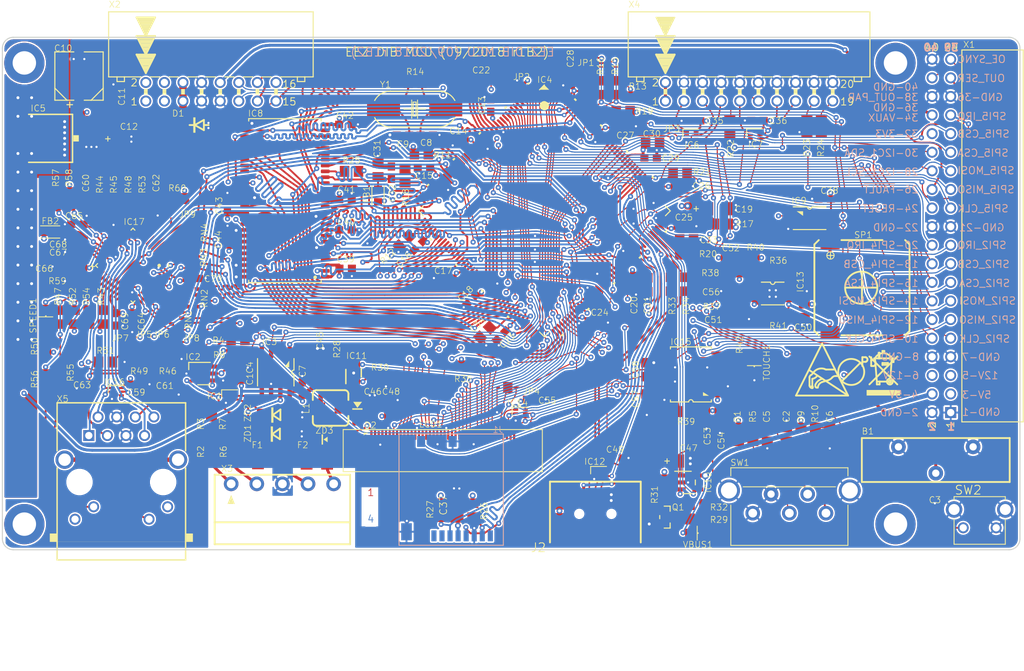
<source format=kicad_pcb>
(kicad_pcb (version 20171130) (host pcbnew "(5.0.0)")
  (layers (0 Top signal) (1 Gnd signal) (2 Power signal) (31 Bottom signal) (34 B.Paste user) (35 F.Paste user hide) (36 B.SilkS user) (37 F.SilkS user) (38 B.Mask user) (39 F.Mask user hide) (44 Edge.Cuts user))
  (net 0 "")
  (net 1 FRM3)
  (net 2 FRM2)
  (net 3 N$124)
  (net 4 GND)
  (net 5 +3V3)
  (net 6 ~RESET)
  (net 7 EOUT_B)
  (net 8 +5V)
  (net 9 I2C1_SCL)
  (net 10 I2C1_SDA)
  (net 11 SPI2_MISO)
  (net 12 DIN2)
  (net 13 DOUT1)
  (net 14 DOUT2)
  (net 15 SPI2_CSB)
  (net 16 SPI2_CSA)
  (net 17 OE_SYNC)
  (net 18 SPI5_CLK)
  (net 19 SPI5_MISO)
  (net 20 SPI5_MOSI)
  (net 21 PWR_DIRECT)
  (net 22 SPI2_CLK)
  (net 23 SPI2_MOSI)
  (net 24 DIN1)
  (net 25 VDD)
  (net 26 SPI4_CLK)
  (net 27 SPI4_MISO)
  (net 28 SPI4_MOSI)
  (net 29 PE)
  (net 30 "+3V3(A)")
  (net 31 SPI4_CSA)
  (net 32 SPI4_CSB)
  (net 33 OUT_PAR)
  (net 34 OUT_SER)
  (net 35 SPI5_CSB)
  (net 36 SPI5_CSA)
  (net 37 PWR_SSTART)
  (net 38 +12V)
  (net 39 ~FAULT)
  (net 40 SPI2_IRQ)
  (net 41 SPI5_IRQ)
  (net 42 SPI4_IRQ)
  (net 43 "Net-(R1-Pad2)")
  (net 44 "Net-(R10-Pad2)")
  (net 45 "/I/O connectors, encoders, user SW/+VAUX")
  (net 46 "Net-(F2-Pad1)")
  (net 47 "Net-(F1-Pad1)")
  (net 48 "Net-(R6-Pad1)")
  (net 49 "Net-(R2-Pad1)")
  (net 50 "Net-(F2-Pad2)")
  (net 51 "Net-(F1-Pad2)")
  (net 52 "Net-(IC1-Pad2)")
  (net 53 "Net-(IC1-Pad1)")
  (net 54 "Net-(R2-Pad2)")
  (net 55 "Net-(R6-Pad2)")
  (net 56 "Net-(IC2-Pad6)")
  (net 57 "Net-(IC2-Pad4)")
  (net 58 "/STM32F7 MCU/RCC_OSC_IN")
  (net 59 "/STM32F7 MCU/RCC_OSC_OUT")
  (net 60 "/STM32F7 MCU/BOOT0")
  (net 61 "/STM32F7 MCU/VCAP2")
  (net 62 "Net-(IC4-Pad108)")
  (net 63 "Net-(IC4-Pad107)")
  (net 64 "Net-(IC4-Pad100)")
  (net 65 "Net-(IC4-Pad105)")
  (net 66 "Net-(IC4-Pad104)")
  (net 67 "Net-(IC4-Pad102)")
  (net 68 "Net-(IC4-Pad101)")
  (net 69 "/STM32F7 MCU/VCAP1")
  (net 70 "/STM32F7 MCU/BYPASS_REG")
  (net 71 "/STM32F7 MCU/VDDA")
  (net 72 "/STM32F7 MCU/VREF+")
  (net 73 "/STM32F7 MCU/VBAT")
  (net 74 "Net-(B1-Pad2)")
  (net 75 "Net-(J1-Pad1)")
  (net 76 "Net-(J1-Pad2)")
  (net 77 "Net-(J1-Pad8)")
  (net 78 "Net-(IC8-Pad40)")
  (net 79 "Net-(IC8-Pad36)")
  (net 80 "Net-(IC7-Pad2)")
  (net 81 "/SDRAM, JTAG, SD card, EEPROM/TCK")
  (net 82 "/SDRAM, JTAG, SD card, EEPROM/DBGACK")
  (net 83 "/SDRAM, JTAG, SD card, EEPROM/DBGRQ")
  (net 84 "/SDRAM, JTAG, SD card, EEPROM/RTCK")
  (net 85 "/SDRAM, JTAG, SD card, EEPROM/TMS")
  (net 86 "Net-(IC6-Pad1)")
  (net 87 "Net-(IC6-Pad2)")
  (net 88 "/TFT, Audio, USB/USB_D_P")
  (net 89 "/TFT, Audio, USB/USB_D_N")
  (net 90 "Net-(IC11-Pad5)")
  (net 91 "/TFT, Audio, USB/VLED-")
  (net 92 "/TFT, Audio, USB/VLED+")
  (net 93 "Net-(IC15-Pad8)")
  (net 94 "Net-(IC15-Pad6)")
  (net 95 "Net-(IC15-Pad5)")
  (net 96 "Net-(LCD1-Pad35)")
  (net 97 "/TFT, Audio, USB/LCD_DISP")
  (net 98 "Net-(R42-Pad1)")
  (net 99 "Net-(IC13-Pad4)")
  (net 100 "Net-(IC13-Pad3)")
  (net 101 "Net-(C56-Pad2)")
  (net 102 "/TFT, Audio, USB/~AUDIO_SHDN")
  (net 103 "Net-(C52-Pad1)")
  (net 104 "Net-(C51-Pad1)")
  (net 105 "Net-(IC12-Pad5)")
  (net 106 "Net-(R29-Pad2)")
  (net 107 "Net-(Q1-PadB)")
  (net 108 "Net-(Q1-PadC)")
  (net 109 "Net-(IC17-Pad21)")
  (net 110 "Net-(IC17-Pad20)")
  (net 111 "Net-(C64-Pad1)")
  (net 112 "Net-(IC17-Pad24)")
  (net 113 "Net-(C60-Pad1)")
  (net 114 "Net-(C62-Pad1)")
  (net 115 "Net-(R50-Pad2)")
  (net 116 "/Ethernet PHY/LED_SPEED")
  (net 117 "/Ethernet PHY/LED_ACT")
  (net 118 "/Ethernet PHY/LED_LINK")
  (net 119 "Net-(R56-Pad1)")
  (net 120 "Net-(R55-Pad1)")
  (net 121 "Net-(JP5-Pad2)")
  (net 122 "Net-(JP7-Pad1)")
  (net 123 "Net-(JP6-Pad2)")
  (net 124 "Net-(JP9-Pad1)")
  (net 125 "Net-(IC17-Pad41)")
  (net 126 "Net-(IC17-Pad42)")
  (net 127 "Net-(IC17-Pad43)")
  (net 128 "Net-(IC17-Pad44)")
  (net 129 "Net-(JP6-Pad1)")
  (net 130 "Net-(IC17-Pad45)")
  (net 131 "Net-(IC17-Pad46)")
  (net 132 "Net-(IC17-Pad1)")
  (net 133 "Net-(IC17-Pad2)")
  (net 134 "Net-(IC17-Pad3)")
  (net 135 "Net-(IC17-Pad4)")
  (net 136 "Net-(IC17-Pad5)")
  (net 137 "Net-(IC17-Pad6)")
  (net 138 "Net-(IC17-Pad34)")
  (net 139 "Net-(IC17-Pad38)")
  (net 140 "Net-(IC17-Pad39)")
  (net 141 "Net-(IC17-Pad40)")
  (net 142 "Net-(IC17-Pad7)")
  (net 143 "Net-(IC17-Pad33)")
  (net 144 "Net-(IC17-Pad25)")
  (net 145 "Net-(IC17-Pad12)")
  (net 146 "Net-(IC17-Pad11)")
  (net 147 "Net-(IC17-Pad10)")
  (net 148 "Net-(IC17-Pad9)")
  (net 149 "Net-(IC17-Pad8)")
  (net 150 "/I/O connectors, encoders, user SW/ENC_SW")
  (net 151 "/I/O connectors, encoders, user SW/USER_SW")
  (net 152 "/I/O connectors, encoders, user SW/ENC_A")
  (net 153 "/I/O connectors, encoders, user SW/ENC_B")
  (net 154 "/STM32F7 MCU/USB_OTG_FS_VBUS")
  (net 155 "/STM32F7 MCU/DAC_OUT1")
  (net 156 "/STM32F7 MCU/LTDC_VSYNC")
  (net 157 "/STM32F7 MCU/LTDC_HSYNC")
  (net 158 "/STM32F7 MCU/LTDC_G6")
  (net 159 "/SDRAM, JTAG, SD card, EEPROM/FMC_A0")
  (net 160 "/SDRAM, JTAG, SD card, EEPROM/FMC_A1")
  (net 161 "/SDRAM, JTAG, SD card, EEPROM/FMC_A2")
  (net 162 "/SDRAM, JTAG, SD card, EEPROM/FMC_A3")
  (net 163 "/SDRAM, JTAG, SD card, EEPROM/FMC_A4")
  (net 164 "/SDRAM, JTAG, SD card, EEPROM/FMC_A5")
  (net 165 "/SDRAM, JTAG, SD card, EEPROM/SD_DETECT")
  (net 166 "/STM32F7 MCU/LTDC_DE")
  (net 167 "/STM32F7 MCU/LTDC_R5")
  (net 168 "/Ethernet PHY/ETH_MDC")
  (net 169 "/Ethernet PHY/ETH_TXD2")
  (net 170 "/Ethernet PHY/ETH_TX_CLK")
  (net 171 "/Ethernet PHY/ETH_CRS")
  (net 172 "/Ethernet PHY/ETH_RX_CLK")
  (net 173 "/Ethernet PHY/ETH_MDIO")
  (net 174 "/SDRAM, JTAG, SD card, EEPROM/FMC_SDCKE0")
  (net 175 "/SDRAM, JTAG, SD card, EEPROM/FMC_SDNE0")
  (net 176 "/STM32F7 MCU/LTDC_G4")
  (net 177 "/SDRAM, JTAG, SD card, EEPROM/FMC_SDNWE")
  (net 178 "/Ethernet PHY/ETH_COL")
  (net 179 "/STM32F7 MCU/LTDC_R4")
  (net 180 "/STM32F7 MCU/LTDC_G2")
  (net 181 "/Ethernet PHY/ETH_RX_DV")
  (net 182 "/Ethernet PHY/ETH_RXD0")
  (net 183 "/Ethernet PHY/ETH_RXD1")
  (net 184 "/STM32F7 MCU/LTDC_R3")
  (net 185 "/STM32F7 MCU/LTDC_R6")
  (net 186 "/SDRAM, JTAG, SD card, EEPROM/FMC_SDNRAS")
  (net 187 "/SDRAM, JTAG, SD card, EEPROM/FMC_A6")
  (net 188 "/SDRAM, JTAG, SD card, EEPROM/FMC_A7")
  (net 189 "/SDRAM, JTAG, SD card, EEPROM/FMC_A8")
  (net 190 "/SDRAM, JTAG, SD card, EEPROM/FMC_A9")
  (net 191 "/SDRAM, JTAG, SD card, EEPROM/FMC_A10")
  (net 192 "/SDRAM, JTAG, SD card, EEPROM/FMC_A11")
  (net 193 "/SDRAM, JTAG, SD card, EEPROM/FMC_D4")
  (net 194 "/SDRAM, JTAG, SD card, EEPROM/FMC_D5")
  (net 195 "/SDRAM, JTAG, SD card, EEPROM/FMC_D6")
  (net 196 "/SDRAM, JTAG, SD card, EEPROM/FMC_D7")
  (net 197 "/SDRAM, JTAG, SD card, EEPROM/FMC_D8")
  (net 198 "/SDRAM, JTAG, SD card, EEPROM/FMC_D9")
  (net 199 "/SDRAM, JTAG, SD card, EEPROM/FMC_D10")
  (net 200 "/SDRAM, JTAG, SD card, EEPROM/FMC_D11")
  (net 201 "/SDRAM, JTAG, SD card, EEPROM/FMC_D12")
  (net 202 "/Ethernet PHY/ETH_TX_EN")
  (net 203 "/Ethernet PHY/ETH_RXD2")
  (net 204 "/Ethernet PHY/ETH_RXD3")
  (net 205 "/Ethernet PHY/ETH_TXD0")
  (net 206 "/Ethernet PHY/ETH_TXD1")
  (net 207 "/STM32F7 MCU/TFT_BRIGHTNESS")
  (net 208 "/SDRAM, JTAG, SD card, EEPROM/FMC_D13")
  (net 209 "/SDRAM, JTAG, SD card, EEPROM/FMC_D14")
  (net 210 "/SDRAM, JTAG, SD card, EEPROM/FMC_D15")
  (net 211 "/SDRAM, JTAG, SD card, EEPROM/FMC_D0")
  (net 212 "/SDRAM, JTAG, SD card, EEPROM/FMC_D1")
  (net 213 "/SDRAM, JTAG, SD card, EEPROM/FMC_BA0")
  (net 214 "/SDRAM, JTAG, SD card, EEPROM/FMC_BA1")
  (net 215 "/STM32F7 MCU/LTDC_R7")
  (net 216 "/STM32F7 MCU/LTDC_CLK")
  (net 217 "/SDRAM, JTAG, SD card, EEPROM/FMC_SDCLK")
  (net 218 "/SDRAM, JTAG, SD card, EEPROM/SDMMC1_D0")
  (net 219 "/Ethernet PHY/MCLK_25")
  (net 220 "/STM32F7 MCU/USB_OTG_FS_ID")
  (net 221 "/STM32F7 MCU/USB_OTG_FS_D_N")
  (net 222 "/STM32F7 MCU/USB_OTG_FS_D_P")
  (net 223 "/SDRAM, JTAG, SD card, EEPROM/SYS_JTMS-SWDIO")
  (net 224 "/STM32F7 MCU/LTDC_G5")
  (net 225 "/SDRAM, JTAG, SD card, EEPROM/SYS_JTCK-SWCLK")
  (net 226 "/SDRAM, JTAG, SD card, EEPROM/SYS_JTDI")
  (net 227 "/STM32F7 MCU/LTDC_R2")
  (net 228 "/SDRAM, JTAG, SD card, EEPROM/SDMMC1_CK")
  (net 229 "/SDRAM, JTAG, SD card, EEPROM/FMC_D2")
  (net 230 "/SDRAM, JTAG, SD card, EEPROM/FMC_D3")
  (net 231 "/SDRAM, JTAG, SD card, EEPROM/SDMMC1_CMD")
  (net 232 "/STM32F7 MCU/LTDC_G7")
  (net 233 "/STM32F7 MCU/~USB_OTG_FS_OC")
  (net 234 "/STM32F7 MCU/USB_OTG_FS_PSO")
  (net 235 "/STM32F7 MCU/LTDC_B2")
  (net 236 "/STM32F7 MCU/IRQ_TOUCH")
  (net 237 "/STM32F7 MCU/LTDC_G3")
  (net 238 "/STM32F7 MCU/LTDC_B3")
  (net 239 "/STM32F7 MCU/LTDC_B4")
  (net 240 "/SDRAM, JTAG, SD card, EEPROM/FMC_SDNCAS")
  (net 241 "/SDRAM, JTAG, SD card, EEPROM/SYS_JTDO-SWO")
  (net 242 "/SDRAM, JTAG, SD card, EEPROM/SYS_JTRST")
  (net 243 "/Ethernet PHY/ETH_TXD3")
  (net 244 "/SDRAM, JTAG, SD card, EEPROM/FMC_NBL0")
  (net 245 "/SDRAM, JTAG, SD card, EEPROM/FMC_NBL1")
  (net 246 "/STM32F7 MCU/LTDC_B5")
  (net 247 "/STM32F7 MCU/LTDC_B6")
  (net 248 "/STM32F7 MCU/LTDC_B7")
  (net 249 "/TFT, Audio, USB/Touch_XL")
  (net 250 "/TFT, Audio, USB/Touch_YD")
  (net 251 "/TFT, Audio, USB/VLED_SW")
  (net 252 "/TFT, Audio, USB/SPKR+")
  (net 253 "/TFT, Audio, USB/SPKR-")
  (net 254 "/TFT, Audio, USB/Touch_XR")
  (net 255 "/TFT, Audio, USB/Touch_YU")
  (net 256 "/Ethernet PHY/ETH_TX+")
  (net 257 "/Ethernet PHY/ETH_TX-")
  (net 258 "/Ethernet PHY/ETH_RX+")
  (net 259 "/Ethernet PHY/ETH_RX-")
  (net 260 "/TFT, Audio, USB/LTDC_RESET")
  (module "EEZ DIB MCU r1B2:B3F-315X" (layer Top) (at 212.5011 137.0036)
    (fp_text reference SW2 (at -3.4925 -4.445) (layer F.SilkS) (effects (font (size 1.2065 1.2065) (thickness 0.12065)) (justify left bottom)))
    (fp_text value B3F-3152)
    (pad 4 thru_hole circle (at 3.5 -2.5) (size 2.25 2.25) (drill 1.5) (layers *.Cu *.Mask) (net 4 GND))
    (pad 3 thru_hole circle (at -3.5 -2.5) (size 2.25 2.25) (drill 1.5) (layers *.Cu *.Mask) (net 4 GND))
    (pad 2 thru_hole circle (at 2.25 0) (size 1.5 1.5) (drill 1) (layers *.Cu *.Mask) (net 4 GND))
    (pad 1 thru_hole circle (at -2.25 0) (size 1.5 1.5) (drill 1) (layers *.Cu *.Mask) (net 151 "/I/O connectors, encoders, user SW/USER_SW"))
  )
  (module "EEZ DIB MCU r1B2:C1206" (layer Top) (at 141.0829 134.0981 90)
    (fp_text reference C37 (at -1.27 -1.27 90) (layer F.SilkS) (effects (font (size 0.9652 0.9652) (thickness 0.09652)) (justify left bottom)))
    (fp_text value 10u)
    (pad 2 smd rect (at 1.4 0 90) (size 1.6 1.8) (layers Top F.Paste F.Mask) (net 4 GND))
    (pad 1 smd rect (at -1.4 0 90) (size 1.6 1.8) (layers Top F.Paste F.Mask) (net 5 +3V3))
  )
  (module "EEZ DIB MCU r1B2:PT48" (layer Top) (at 96.8361 101.1797 225)
    (fp_text reference IC17 (at -2.929968 4.819498 180) (layer F.SilkS) (effects (font (size 0.85 0.85) (thickness 0.085)) (justify left bottom)))
    (fp_text value DP83848CVV_NOPB)
    (pad 1 smd roundrect (at -4.1148 -2.75 135) (size 0.27 1.65) (layers Top F.Paste F.Mask) (net 132 "Net-(IC17-Pad1)"))
    (pad 2 smd roundrect (at -4.1148 -2.25 135) (size 0.27 1.65) (layers Top F.Paste F.Mask) (net 133 "Net-(IC17-Pad2)"))
    (pad 3 smd roundrect (at -4.1148 -1.75 135) (size 0.27 1.65) (layers Top F.Paste F.Mask) (net 134 "Net-(IC17-Pad3)"))
    (pad 4 smd roundrect (at -4.1148 -1.249999 135) (size 0.27 1.65) (layers Top F.Paste F.Mask) (net 135 "Net-(IC17-Pad4)"))
    (pad 5 smd roundrect (at -4.1148 -0.75 135) (size 0.27 1.65) (layers Top F.Paste F.Mask) (net 136 "Net-(IC17-Pad5)"))
    (pad 6 smd roundrect (at -4.1148 -0.25 135) (size 0.27 1.65) (layers Top F.Paste F.Mask) (net 137 "Net-(IC17-Pad6)"))
    (pad 7 smd roundrect (at -4.1148 0.25 135) (size 0.27 1.65) (layers Top F.Paste F.Mask) (net 142 "Net-(IC17-Pad7)"))
    (pad 8 smd roundrect (at -4.1148 0.75 135) (size 0.27 1.65) (layers Top F.Paste F.Mask) (net 149 "Net-(IC17-Pad8)"))
    (pad 9 smd roundrect (at -4.1148 1.249999 135) (size 0.27 1.65) (layers Top F.Paste F.Mask) (net 148 "Net-(IC17-Pad9)"))
    (pad 10 smd roundrect (at -4.1148 1.75 135) (size 0.27 1.65) (layers Top F.Paste F.Mask) (net 147 "Net-(IC17-Pad10)"))
    (pad 11 smd roundrect (at -4.1148 2.25 135) (size 0.27 1.65) (layers Top F.Paste F.Mask) (net 146 "Net-(IC17-Pad11)"))
    (pad 12 smd roundrect (at -4.1148 2.75 135) (size 0.27 1.65) (layers Top F.Paste F.Mask) (net 145 "Net-(IC17-Pad12)"))
    (pad 13 smd roundrect (at -2.75 4.1148 45) (size 0.27 1.65) (layers Top F.Paste F.Mask) (net 259 "/Ethernet PHY/ETH_RX-"))
    (pad 14 smd roundrect (at -2.25 4.1148 45) (size 0.27 1.65) (layers Top F.Paste F.Mask) (net 258 "/Ethernet PHY/ETH_RX+"))
    (pad 15 smd roundrect (at -1.75 4.1148 45) (size 0.27 1.65) (layers Top F.Paste F.Mask) (net 4 GND))
    (pad 16 smd roundrect (at -1.249999 4.1148 45) (size 0.27 1.65) (layers Top F.Paste F.Mask) (net 257 "/Ethernet PHY/ETH_TX-"))
    (pad 17 smd roundrect (at -0.75 4.1148 45) (size 0.27 1.65) (layers Top F.Paste F.Mask) (net 256 "/Ethernet PHY/ETH_TX+"))
    (pad 18 smd roundrect (at -0.25 4.1148 45) (size 0.27 1.65) (layers Top F.Paste F.Mask) (net 111 "Net-(C64-Pad1)"))
    (pad 19 smd roundrect (at 0.25 4.1148 45) (size 0.27 1.65) (layers Top F.Paste F.Mask) (net 4 GND))
    (pad 20 smd roundrect (at 0.75 4.1148 45) (size 0.27 1.65) (layers Top F.Paste F.Mask) (net 110 "Net-(IC17-Pad20)"))
    (pad 21 smd roundrect (at 1.249999 4.1148 45) (size 0.27 1.65) (layers Top F.Paste F.Mask) (net 109 "Net-(IC17-Pad21)"))
    (pad 22 smd roundrect (at 1.75 4.1148 45) (size 0.27 1.65) (layers Top F.Paste F.Mask) (net 30 "+3V3(A)"))
    (pad 23 smd roundrect (at 2.25 4.1148 45) (size 0.27 1.65) (layers Top F.Paste F.Mask) (net 111 "Net-(C64-Pad1)"))
    (pad 24 smd roundrect (at 2.75 4.1148 45) (size 0.27 1.65) (layers Top F.Paste F.Mask) (net 112 "Net-(IC17-Pad24)"))
    (pad 25 smd roundrect (at 4.1148 2.75 135) (size 0.27 1.65) (layers Top F.Paste F.Mask) (net 144 "Net-(IC17-Pad25)"))
    (pad 26 smd roundrect (at 4.1148 2.25 135) (size 0.27 1.65) (layers Top F.Paste F.Mask) (net 117 "/Ethernet PHY/LED_ACT"))
    (pad 27 smd roundrect (at 4.1148 1.75 135) (size 0.27 1.65) (layers Top F.Paste F.Mask) (net 116 "/Ethernet PHY/LED_SPEED"))
    (pad 28 smd roundrect (at 4.1148 1.249999 135) (size 0.27 1.65) (layers Top F.Paste F.Mask) (net 118 "/Ethernet PHY/LED_LINK"))
    (pad 29 smd roundrect (at 4.1148 0.75 135) (size 0.27 1.65) (layers Top F.Paste F.Mask) (net 6 ~RESET))
    (pad 30 smd roundrect (at 4.1148 0.25 135) (size 0.27 1.65) (layers Top F.Paste F.Mask) (net 173 "/Ethernet PHY/ETH_MDIO"))
    (pad 31 smd roundrect (at 4.1148 -0.25 135) (size 0.27 1.65) (layers Top F.Paste F.Mask) (net 168 "/Ethernet PHY/ETH_MDC"))
    (pad 32 smd roundrect (at 4.1148 -0.75 135) (size 0.27 1.65) (layers Top F.Paste F.Mask) (net 5 +3V3))
    (pad 33 smd roundrect (at 4.1148 -1.249999 135) (size 0.27 1.65) (layers Top F.Paste F.Mask) (net 143 "Net-(IC17-Pad33)"))
    (pad 34 smd roundrect (at 4.1148 -1.75 135) (size 0.27 1.65) (layers Top F.Paste F.Mask) (net 138 "Net-(IC17-Pad34)"))
    (pad 35 smd roundrect (at 4.1148 -2.25 135) (size 0.27 1.65) (layers Top F.Paste F.Mask) (net 4 GND))
    (pad 36 smd roundrect (at 4.1148 -2.75 135) (size 0.27 1.65) (layers Top F.Paste F.Mask) (net 4 GND))
    (pad 37 smd roundrect (at 2.75 -4.1148 45) (size 0.27 1.65) (layers Top F.Paste F.Mask) (net 111 "Net-(C64-Pad1)"))
    (pad 38 smd roundrect (at 2.25 -4.1148 45) (size 0.27 1.65) (layers Top F.Paste F.Mask) (net 139 "Net-(IC17-Pad38)"))
    (pad 39 smd roundrect (at 1.75 -4.1148 45) (size 0.27 1.65) (layers Top F.Paste F.Mask) (net 140 "Net-(IC17-Pad39)"))
    (pad 40 smd roundrect (at 1.249999 -4.1148 45) (size 0.27 1.65) (layers Top F.Paste F.Mask) (net 141 "Net-(IC17-Pad40)"))
    (pad 41 smd roundrect (at 0.75 -4.1148 45) (size 0.27 1.65) (layers Top F.Paste F.Mask) (net 125 "Net-(IC17-Pad41)"))
    (pad 42 smd roundrect (at 0.25 -4.1148 45) (size 0.27 1.65) (layers Top F.Paste F.Mask) (net 126 "Net-(IC17-Pad42)"))
    (pad 43 smd roundrect (at -0.25 -4.1148 45) (size 0.27 1.65) (layers Top F.Paste F.Mask) (net 127 "Net-(IC17-Pad43)"))
    (pad 44 smd roundrect (at -0.75 -4.1148 45) (size 0.27 1.65) (layers Top F.Paste F.Mask) (net 128 "Net-(IC17-Pad44)"))
    (pad 45 smd roundrect (at -1.249999 -4.1148 45) (size 0.27 1.65) (layers Top F.Paste F.Mask) (net 130 "Net-(IC17-Pad45)"))
    (pad 46 smd roundrect (at -1.75 -4.1148 45) (size 0.27 1.65) (layers Top F.Paste F.Mask) (net 131 "Net-(IC17-Pad46)"))
    (pad 47 smd roundrect (at -2.25 -4.1148 45) (size 0.27 1.65) (layers Top F.Paste F.Mask) (net 4 GND))
    (pad 48 smd roundrect (at -2.75 -4.1148 45) (size 0.27 1.65) (layers Top F.Paste F.Mask) (net 5 +3V3))
  )
  (module "EEZ DIB MCU r1B2:FPC_40" (layer Top) (at 139.1581 126.2876)
    (fp_text reference LCD1 (at -3.302 -2.921) (layer F.SilkS) (effects (font (size 0.85 0.85) (thickness 0.085)) (justify left bottom)))
    (fp_text value PCA-6-LA-40-HL-3)
    (pad Z2 smd rect (at 12 0) (size 2.7 3) (layers Top F.Paste F.Mask))
    (pad Z1 smd rect (at -12 0) (size 2.7 3) (layers Top F.Paste F.Mask))
    (pad 1 smd roundrect (at -9.75 -1.9) (size 0.3 1.2) (layers Top F.Paste F.Mask) (net 91 "/TFT, Audio, USB/VLED-"))
    (pad 2 smd roundrect (at -9.25 -1.9) (size 0.3 1.2) (layers Top F.Paste F.Mask) (net 92 "/TFT, Audio, USB/VLED+"))
    (pad 3 smd roundrect (at -8.75 -1.9) (size 0.3 1.2) (layers Top F.Paste F.Mask) (net 4 GND))
    (pad 4 smd roundrect (at -8.25 -1.9) (size 0.3 1.2) (layers Top F.Paste F.Mask) (net 5 +3V3))
    (pad 5 smd roundrect (at -7.75 -1.9) (size 0.3 1.2) (layers Top F.Paste F.Mask) (net 4 GND))
    (pad 6 smd roundrect (at -7.25 -1.9) (size 0.3 1.2) (layers Top F.Paste F.Mask) (net 4 GND))
    (pad 7 smd roundrect (at -6.75 -1.9) (size 0.3 1.2) (layers Top F.Paste F.Mask) (net 227 "/STM32F7 MCU/LTDC_R2"))
    (pad 8 smd roundrect (at -6.25 -1.9) (size 0.3 1.2) (layers Top F.Paste F.Mask) (net 184 "/STM32F7 MCU/LTDC_R3"))
    (pad 9 smd roundrect (at -5.75 -1.9) (size 0.3 1.2) (layers Top F.Paste F.Mask) (net 179 "/STM32F7 MCU/LTDC_R4"))
    (pad 10 smd roundrect (at -5.25 -1.9) (size 0.3 1.2) (layers Top F.Paste F.Mask) (net 167 "/STM32F7 MCU/LTDC_R5"))
    (pad 11 smd roundrect (at -4.75 -1.9) (size 0.3 1.2) (layers Top F.Paste F.Mask) (net 185 "/STM32F7 MCU/LTDC_R6"))
    (pad 12 smd roundrect (at -4.25 -1.9) (size 0.3 1.2) (layers Top F.Paste F.Mask) (net 215 "/STM32F7 MCU/LTDC_R7"))
    (pad 13 smd roundrect (at -3.75 -1.9) (size 0.3 1.2) (layers Top F.Paste F.Mask) (net 4 GND))
    (pad 14 smd roundrect (at -3.25 -1.9) (size 0.3 1.2) (layers Top F.Paste F.Mask) (net 4 GND))
    (pad 15 smd roundrect (at -2.75 -1.9) (size 0.3 1.2) (layers Top F.Paste F.Mask) (net 180 "/STM32F7 MCU/LTDC_G2"))
    (pad 16 smd roundrect (at -2.25 -1.9) (size 0.3 1.2) (layers Top F.Paste F.Mask) (net 237 "/STM32F7 MCU/LTDC_G3"))
    (pad 17 smd roundrect (at -1.75 -1.9) (size 0.3 1.2) (layers Top F.Paste F.Mask) (net 176 "/STM32F7 MCU/LTDC_G4"))
    (pad 18 smd roundrect (at -1.25 -1.9) (size 0.3 1.2) (layers Top F.Paste F.Mask) (net 224 "/STM32F7 MCU/LTDC_G5"))
    (pad 19 smd roundrect (at -0.75 -1.9) (size 0.3 1.2) (layers Top F.Paste F.Mask) (net 158 "/STM32F7 MCU/LTDC_G6"))
    (pad 20 smd roundrect (at -0.25 -1.9) (size 0.3 1.2) (layers Top F.Paste F.Mask) (net 232 "/STM32F7 MCU/LTDC_G7"))
    (pad 21 smd roundrect (at 0.25 -1.9) (size 0.3 1.2) (layers Top F.Paste F.Mask) (net 4 GND))
    (pad 22 smd roundrect (at 0.75 -1.9) (size 0.3 1.2) (layers Top F.Paste F.Mask) (net 4 GND))
    (pad 23 smd roundrect (at 1.25 -1.9) (size 0.3 1.2) (layers Top F.Paste F.Mask) (net 235 "/STM32F7 MCU/LTDC_B2"))
    (pad 24 smd roundrect (at 1.75 -1.9) (size 0.3 1.2) (layers Top F.Paste F.Mask) (net 238 "/STM32F7 MCU/LTDC_B3"))
    (pad 25 smd roundrect (at 2.25 -1.9) (size 0.3 1.2) (layers Top F.Paste F.Mask) (net 239 "/STM32F7 MCU/LTDC_B4"))
    (pad 26 smd roundrect (at 2.75 -1.9) (size 0.3 1.2) (layers Top F.Paste F.Mask) (net 246 "/STM32F7 MCU/LTDC_B5"))
    (pad 27 smd roundrect (at 3.25 -1.9) (size 0.3 1.2) (layers Top F.Paste F.Mask) (net 247 "/STM32F7 MCU/LTDC_B6"))
    (pad 28 smd roundrect (at 3.75 -1.9) (size 0.3 1.2) (layers Top F.Paste F.Mask) (net 248 "/STM32F7 MCU/LTDC_B7"))
    (pad 29 smd roundrect (at 4.25 -1.9) (size 0.3 1.2) (layers Top F.Paste F.Mask) (net 4 GND))
    (pad 30 smd roundrect (at 4.75 -1.9) (size 0.3 1.2) (layers Top F.Paste F.Mask) (net 216 "/STM32F7 MCU/LTDC_CLK"))
    (pad 31 smd roundrect (at 5.25 -1.9) (size 0.3 1.2) (layers Top F.Paste F.Mask) (net 97 "/TFT, Audio, USB/LCD_DISP"))
    (pad 32 smd roundrect (at 5.75 -1.9) (size 0.3 1.2) (layers Top F.Paste F.Mask) (net 157 "/STM32F7 MCU/LTDC_HSYNC"))
    (pad 33 smd roundrect (at 6.25 -1.9) (size 0.3 1.2) (layers Top F.Paste F.Mask) (net 156 "/STM32F7 MCU/LTDC_VSYNC"))
    (pad 34 smd roundrect (at 6.75 -1.9) (size 0.3 1.2) (layers Top F.Paste F.Mask) (net 166 "/STM32F7 MCU/LTDC_DE"))
    (pad 35 smd roundrect (at 7.25 -1.9) (size 0.3 1.2) (layers Top F.Paste F.Mask) (net 96 "Net-(LCD1-Pad35)"))
    (pad 36 smd roundrect (at 7.75 -1.9) (size 0.3 1.2) (layers Top F.Paste F.Mask) (net 260 "/TFT, Audio, USB/LTDC_RESET"))
    (pad 37 smd roundrect (at 8.25 -1.9) (size 0.3 1.2) (layers Top F.Paste F.Mask) (net 254 "/TFT, Audio, USB/Touch_XR"))
    (pad 38 smd roundrect (at 8.75 -1.9) (size 0.3 1.2) (layers Top F.Paste F.Mask) (net 250 "/TFT, Audio, USB/Touch_YD"))
    (pad 39 smd roundrect (at 9.25 -1.9) (size 0.3 1.2) (layers Top F.Paste F.Mask) (net 249 "/TFT, Audio, USB/Touch_XL"))
    (pad 40 smd roundrect (at 9.75 -1.9) (size 0.3 1.2) (layers Top F.Paste F.Mask) (net 255 "/TFT, Audio, USB/Touch_YU"))
  )
  (module "EEZ DIB MCU r1B2:LQFP-176_24X24MM" (layer Top) (at 153.0336 93.7121 315)
    (fp_text reference IC4 (at -13.04308 -11.581348) (layer F.SilkS) (effects (font (size 0.85 0.85) (thickness 0.085)) (justify left bottom)))
    (fp_text value STM32F769IGT6)
    (pad 1 smd roundrect (at -12.75 -10.749999 315) (size 1.2 0.3) (layers Top F.Paste F.Mask) (net 26 SPI4_CLK))
    (pad 2 smd roundrect (at -12.75 -10.25 315) (size 1.2 0.3) (layers Top F.Paste F.Mask) (net 31 SPI4_CSA))
    (pad 3 smd roundrect (at -12.75 -9.750001 315) (size 1.2 0.3) (layers Top F.Paste F.Mask) (net 32 SPI4_CSB))
    (pad 4 smd roundrect (at -12.75 -9.250003 315) (size 1.2 0.3) (layers Top F.Paste F.Mask) (net 27 SPI4_MISO))
    (pad 5 smd roundrect (at -12.75 -8.75 315) (size 1.2 0.3) (layers Top F.Paste F.Mask) (net 28 SPI4_MOSI))
    (pad 6 smd roundrect (at -12.75 -8.249999 315) (size 1.2 0.3) (layers Top F.Paste F.Mask) (net 73 "/STM32F7 MCU/VBAT"))
    (pad 7 smd roundrect (at -12.75 -7.75 315) (size 1.2 0.3) (layers Top F.Paste F.Mask) (net 24 DIN1))
    (pad 8 smd roundrect (at -12.75 -7.25 315) (size 1.2 0.3) (layers Top F.Paste F.Mask) (net 12 DIN2))
    (pad 9 smd roundrect (at -12.75 -6.750002 315) (size 1.2 0.3) (layers Top F.Paste F.Mask) (net 13 DOUT1))
    (pad 10 smd roundrect (at -12.75 -6.25 315) (size 1.2 0.3) (layers Top F.Paste F.Mask) (net 14 DOUT2))
    (pad 11 smd roundrect (at -12.749999 -5.75 315) (size 1.2 0.3) (layers Top F.Paste F.Mask) (net 156 "/STM32F7 MCU/LTDC_VSYNC"))
    (pad 12 smd roundrect (at -12.75 -5.25 315) (size 1.2 0.3) (layers Top F.Paste F.Mask) (net 157 "/STM32F7 MCU/LTDC_HSYNC"))
    (pad 13 smd roundrect (at -12.75 -4.75 315) (size 1.2 0.3) (layers Top F.Paste F.Mask) (net 158 "/STM32F7 MCU/LTDC_G6"))
    (pad 14 smd roundrect (at -12.75 -4.250002 315) (size 1.2 0.3) (layers Top F.Paste F.Mask) (net 4 GND))
    (pad 15 smd roundrect (at -12.75 -3.75 315) (size 1.2 0.3) (layers Top F.Paste F.Mask) (net 25 VDD))
    (pad 16 smd roundrect (at -12.749999 -3.25 315) (size 1.2 0.3) (layers Top F.Paste F.Mask) (net 159 "/SDRAM, JTAG, SD card, EEPROM/FMC_A0"))
    (pad 17 smd roundrect (at -12.75 -2.75 315) (size 1.2 0.3) (layers Top F.Paste F.Mask) (net 160 "/SDRAM, JTAG, SD card, EEPROM/FMC_A1"))
    (pad 18 smd roundrect (at -12.75 -2.25 315) (size 1.2 0.3) (layers Top F.Paste F.Mask) (net 161 "/SDRAM, JTAG, SD card, EEPROM/FMC_A2"))
    (pad 19 smd roundrect (at -12.749999 -1.750003 315) (size 1.2 0.3) (layers Top F.Paste F.Mask) (net 162 "/SDRAM, JTAG, SD card, EEPROM/FMC_A3"))
    (pad 20 smd roundrect (at -12.75 -1.25 315) (size 1.2 0.3) (layers Top F.Paste F.Mask) (net 163 "/SDRAM, JTAG, SD card, EEPROM/FMC_A4"))
    (pad 21 smd roundrect (at -12.75 -0.750001 315) (size 1.2 0.3) (layers Top F.Paste F.Mask) (net 164 "/SDRAM, JTAG, SD card, EEPROM/FMC_A5"))
    (pad 22 smd roundrect (at -12.75 -0.25 315) (size 1.2 0.3) (layers Top F.Paste F.Mask) (net 4 GND))
    (pad 23 smd roundrect (at -12.75 0.25 315) (size 1.2 0.3) (layers Top F.Paste F.Mask) (net 25 VDD))
    (pad 24 smd roundrect (at -12.75 0.750001 315) (size 1.2 0.3) (layers Top F.Paste F.Mask) (net 165 "/SDRAM, JTAG, SD card, EEPROM/SD_DETECT"))
    (pad 25 smd roundrect (at -12.75 1.25 315) (size 1.2 0.3) (layers Top F.Paste F.Mask) (net 18 SPI5_CLK))
    (pad 26 smd roundrect (at -12.75 1.749999 315) (size 1.2 0.3) (layers Top F.Paste F.Mask) (net 19 SPI5_MISO))
    (pad 27 smd roundrect (at -12.75 2.25 315) (size 1.2 0.3) (layers Top F.Paste F.Mask) (net 20 SPI5_MOSI))
    (pad 28 smd roundrect (at -12.75 2.75 315) (size 1.2 0.3) (layers Top F.Paste F.Mask) (net 166 "/STM32F7 MCU/LTDC_DE"))
    (pad 29 smd roundrect (at -12.749999 3.25 315) (size 1.2 0.3) (layers Top F.Paste F.Mask) (net 58 "/STM32F7 MCU/RCC_OSC_IN"))
    (pad 30 smd roundrect (at -12.75 3.75 315) (size 1.2 0.3) (layers Top F.Paste F.Mask) (net 59 "/STM32F7 MCU/RCC_OSC_OUT"))
    (pad 31 smd roundrect (at -12.75 4.25 315) (size 1.2 0.3) (layers Top F.Paste F.Mask) (net 6 ~RESET))
    (pad 32 smd roundrect (at -12.75 4.75 315) (size 1.2 0.3) (layers Top F.Paste F.Mask) (net 167 "/STM32F7 MCU/LTDC_R5"))
    (pad 33 smd roundrect (at -12.75 5.25 315) (size 1.2 0.3) (layers Top F.Paste F.Mask) (net 168 "/Ethernet PHY/ETH_MDC"))
    (pad 34 smd roundrect (at -12.749999 5.75 315) (size 1.2 0.3) (layers Top F.Paste F.Mask) (net 169 "/Ethernet PHY/ETH_TXD2"))
    (pad 35 smd roundrect (at -12.75 6.25 315) (size 1.2 0.3) (layers Top F.Paste F.Mask) (net 170 "/Ethernet PHY/ETH_TX_CLK"))
    (pad 36 smd roundrect (at -12.75 6.75 315) (size 1.2 0.3) (layers Top F.Paste F.Mask) (net 25 VDD))
    (pad 37 smd roundrect (at -12.75 7.249996 315) (size 1.2 0.3) (layers Top F.Paste F.Mask) (net 4 GND))
    (pad 38 smd roundrect (at -12.75 7.75 315) (size 1.2 0.3) (layers Top F.Paste F.Mask) (net 72 "/STM32F7 MCU/VREF+"))
    (pad 39 smd roundrect (at -12.75 8.249999 315) (size 1.2 0.3) (layers Top F.Paste F.Mask) (net 71 "/STM32F7 MCU/VDDA"))
    (pad 40 smd roundrect (at -12.75 8.75 315) (size 1.2 0.3) (layers Top F.Paste F.Mask) (net 171 "/Ethernet PHY/ETH_CRS"))
    (pad 41 smd roundrect (at -12.75 9.25 315) (size 1.2 0.3) (layers Top F.Paste F.Mask) (net 172 "/Ethernet PHY/ETH_RX_CLK"))
    (pad 42 smd roundrect (at -12.75 9.749996 315) (size 1.2 0.3) (layers Top F.Paste F.Mask) (net 173 "/Ethernet PHY/ETH_MDIO"))
    (pad 43 smd roundrect (at -12.75 10.25 315) (size 1.2 0.3) (layers Top F.Paste F.Mask) (net 174 "/SDRAM, JTAG, SD card, EEPROM/FMC_SDCKE0"))
    (pad 44 smd roundrect (at -12.75 10.749999 315) (size 1.2 0.3) (layers Top F.Paste F.Mask) (net 175 "/SDRAM, JTAG, SD card, EEPROM/FMC_SDNE0"))
    (pad 45 smd roundrect (at -10.749999 12.75 225) (size 1.2 0.3) (layers Top F.Paste F.Mask) (net 176 "/STM32F7 MCU/LTDC_G4"))
    (pad 46 smd roundrect (at -10.25 12.75 225) (size 1.2 0.3) (layers Top F.Paste F.Mask) (net 177 "/SDRAM, JTAG, SD card, EEPROM/FMC_SDNWE"))
    (pad 47 smd roundrect (at -9.750001 12.75 225) (size 1.2 0.3) (layers Top F.Paste F.Mask) (net 178 "/Ethernet PHY/ETH_COL"))
    (pad 48 smd roundrect (at -9.25 12.75 225) (size 1.2 0.3) (layers Top F.Paste F.Mask) (net 70 "/STM32F7 MCU/BYPASS_REG"))
    (pad 49 smd roundrect (at -8.75 12.75 225) (size 1.2 0.3) (layers Top F.Paste F.Mask) (net 25 VDD))
    (pad 50 smd roundrect (at -8.249999 12.75 225) (size 1.2 0.3) (layers Top F.Paste F.Mask) (net 155 "/STM32F7 MCU/DAC_OUT1"))
    (pad 51 smd roundrect (at -7.75 12.75 225) (size 1.2 0.3) (layers Top F.Paste F.Mask) (net 179 "/STM32F7 MCU/LTDC_R4"))
    (pad 52 smd roundrect (at -7.25 12.75 225) (size 1.2 0.3) (layers Top F.Paste F.Mask) (net 180 "/STM32F7 MCU/LTDC_G2"))
    (pad 53 smd roundrect (at -6.75 12.75 225) (size 1.2 0.3) (layers Top F.Paste F.Mask) (net 181 "/Ethernet PHY/ETH_RX_DV"))
    (pad 54 smd roundrect (at -6.25 12.75 225) (size 1.2 0.3) (layers Top F.Paste F.Mask) (net 182 "/Ethernet PHY/ETH_RXD0"))
    (pad 55 smd roundrect (at -5.75 12.749999 225) (size 1.2 0.3) (layers Top F.Paste F.Mask) (net 183 "/Ethernet PHY/ETH_RXD1"))
    (pad 56 smd roundrect (at -5.25 12.75 225) (size 1.2 0.3) (layers Top F.Paste F.Mask) (net 184 "/STM32F7 MCU/LTDC_R3"))
    (pad 57 smd roundrect (at -4.75 12.75 225) (size 1.2 0.3) (layers Top F.Paste F.Mask) (net 185 "/STM32F7 MCU/LTDC_R6"))
    (pad 58 smd roundrect (at -4.25 12.75 225) (size 1.2 0.3) (layers Top F.Paste F.Mask) (net 39 ~FAULT))
    (pad 59 smd roundrect (at -3.75 12.75 225) (size 1.2 0.3) (layers Top F.Paste F.Mask) (net 186 "/SDRAM, JTAG, SD card, EEPROM/FMC_SDNRAS"))
    (pad 60 smd roundrect (at -3.25 12.749999 225) (size 1.2 0.3) (layers Top F.Paste F.Mask) (net 187 "/SDRAM, JTAG, SD card, EEPROM/FMC_A6"))
    (pad 61 smd roundrect (at -2.75 12.75 225) (size 1.2 0.3) (layers Top F.Paste F.Mask) (net 4 GND))
    (pad 62 smd roundrect (at -2.25 12.75 225) (size 1.2 0.3) (layers Top F.Paste F.Mask) (net 25 VDD))
    (pad 63 smd roundrect (at -1.750003 12.749999 225) (size 1.2 0.3) (layers Top F.Paste F.Mask) (net 188 "/SDRAM, JTAG, SD card, EEPROM/FMC_A7"))
    (pad 64 smd roundrect (at -1.25 12.75 225) (size 1.2 0.3) (layers Top F.Paste F.Mask) (net 189 "/SDRAM, JTAG, SD card, EEPROM/FMC_A8"))
    (pad 65 smd roundrect (at -0.750001 12.75 225) (size 1.2 0.3) (layers Top F.Paste F.Mask) (net 190 "/SDRAM, JTAG, SD card, EEPROM/FMC_A9"))
    (pad 66 smd roundrect (at -0.25 12.75 225) (size 1.2 0.3) (layers Top F.Paste F.Mask) (net 191 "/SDRAM, JTAG, SD card, EEPROM/FMC_A10"))
    (pad 67 smd roundrect (at 0.25 12.75 225) (size 1.2 0.3) (layers Top F.Paste F.Mask) (net 192 "/SDRAM, JTAG, SD card, EEPROM/FMC_A11"))
    (pad 68 smd roundrect (at 0.750001 12.75 225) (size 1.2 0.3) (layers Top F.Paste F.Mask) (net 193 "/SDRAM, JTAG, SD card, EEPROM/FMC_D4"))
    (pad 69 smd roundrect (at 1.25 12.75 225) (size 1.2 0.3) (layers Top F.Paste F.Mask) (net 194 "/SDRAM, JTAG, SD card, EEPROM/FMC_D5"))
    (pad 70 smd roundrect (at 1.749999 12.75 225) (size 1.2 0.3) (layers Top F.Paste F.Mask) (net 195 "/SDRAM, JTAG, SD card, EEPROM/FMC_D6"))
    (pad 71 smd roundrect (at 2.25 12.75 225) (size 1.2 0.3) (layers Top F.Paste F.Mask) (net 4 GND))
    (pad 72 smd roundrect (at 2.75 12.75 225) (size 1.2 0.3) (layers Top F.Paste F.Mask) (net 25 VDD))
    (pad 73 smd roundrect (at 3.25 12.749999 225) (size 1.2 0.3) (layers Top F.Paste F.Mask) (net 196 "/SDRAM, JTAG, SD card, EEPROM/FMC_D7"))
    (pad 74 smd roundrect (at 3.75 12.75 225) (size 1.2 0.3) (layers Top F.Paste F.Mask) (net 197 "/SDRAM, JTAG, SD card, EEPROM/FMC_D8"))
    (pad 75 smd roundrect (at 4.25 12.75 225) (size 1.2 0.3) (layers Top F.Paste F.Mask) (net 198 "/SDRAM, JTAG, SD card, EEPROM/FMC_D9"))
    (pad 76 smd roundrect (at 4.75 12.75 225) (size 1.2 0.3) (layers Top F.Paste F.Mask) (net 199 "/SDRAM, JTAG, SD card, EEPROM/FMC_D10"))
    (pad 77 smd roundrect (at 5.25 12.75 225) (size 1.2 0.3) (layers Top F.Paste F.Mask) (net 200 "/SDRAM, JTAG, SD card, EEPROM/FMC_D11"))
    (pad 78 smd roundrect (at 5.75 12.749999 225) (size 1.2 0.3) (layers Top F.Paste F.Mask) (net 201 "/SDRAM, JTAG, SD card, EEPROM/FMC_D12"))
    (pad 79 smd roundrect (at 6.25 12.75 225) (size 1.2 0.3) (layers Top F.Paste F.Mask) (net 41 SPI5_IRQ))
    (pad 80 smd roundrect (at 6.75 12.75 225) (size 1.2 0.3) (layers Top F.Paste F.Mask) (net 202 "/Ethernet PHY/ETH_TX_EN"))
    (pad 81 smd roundrect (at 7.25 12.75 225) (size 1.2 0.3) (layers Top F.Paste F.Mask) (net 69 "/STM32F7 MCU/VCAP1"))
    (pad 82 smd roundrect (at 7.75 12.75 225) (size 1.2 0.3) (layers Top F.Paste F.Mask) (net 25 VDD))
    (pad 83 smd roundrect (at 8.249999 12.75 225) (size 1.2 0.3) (layers Top F.Paste F.Mask) (net 203 "/Ethernet PHY/ETH_RXD2"))
    (pad 84 smd roundrect (at 8.75 12.75 225) (size 1.2 0.3) (layers Top F.Paste F.Mask) (net 204 "/Ethernet PHY/ETH_RXD3"))
    (pad 85 smd roundrect (at 9.25 12.75 225) (size 1.2 0.3) (layers Top F.Paste F.Mask) (net 205 "/Ethernet PHY/ETH_TXD0"))
    (pad 86 smd roundrect (at 9.750001 12.75 225) (size 1.2 0.3) (layers Top F.Paste F.Mask) (net 206 "/Ethernet PHY/ETH_TXD1"))
    (pad 87 smd roundrect (at 10.25 12.75 225) (size 1.2 0.3) (layers Top F.Paste F.Mask) (net 11 SPI2_MISO))
    (pad 88 smd roundrect (at 10.749999 12.75 225) (size 1.2 0.3) (layers Top F.Paste F.Mask) (net 207 "/STM32F7 MCU/TFT_BRIGHTNESS"))
    (pad 89 smd roundrect (at 12.75 10.749999 315) (size 1.2 0.3) (layers Top F.Paste F.Mask) (net 208 "/SDRAM, JTAG, SD card, EEPROM/FMC_D13"))
    (pad 90 smd roundrect (at 12.75 10.25 315) (size 1.2 0.3) (layers Top F.Paste F.Mask) (net 209 "/SDRAM, JTAG, SD card, EEPROM/FMC_D14"))
    (pad 91 smd roundrect (at 12.75 9.750001 315) (size 1.2 0.3) (layers Top F.Paste F.Mask) (net 210 "/SDRAM, JTAG, SD card, EEPROM/FMC_D15"))
    (pad 92 smd roundrect (at 12.75 9.25 315) (size 1.2 0.3) (layers Top F.Paste F.Mask) (net 15 SPI2_CSB))
    (pad 93 smd roundrect (at 12.75 8.75 315) (size 1.2 0.3) (layers Top F.Paste F.Mask) (net 16 SPI2_CSA))
    (pad 94 smd roundrect (at 12.75 8.249999 315) (size 1.2 0.3) (layers Top F.Paste F.Mask) (net 17 OE_SYNC))
    (pad 95 smd roundrect (at 12.75 7.75 315) (size 1.2 0.3) (layers Top F.Paste F.Mask) (net 4 GND))
    (pad 96 smd roundrect (at 12.75 7.25 315) (size 1.2 0.3) (layers Top F.Paste F.Mask) (net 25 VDD))
    (pad 97 smd roundrect (at 12.75 6.75 315) (size 1.2 0.3) (layers Top F.Paste F.Mask) (net 211 "/SDRAM, JTAG, SD card, EEPROM/FMC_D0"))
    (pad 98 smd roundrect (at 12.75 6.25 315) (size 1.2 0.3) (layers Top F.Paste F.Mask) (net 212 "/SDRAM, JTAG, SD card, EEPROM/FMC_D1"))
    (pad 99 smd roundrect (at 12.749999 5.75 315) (size 1.2 0.3) (layers Top F.Paste F.Mask) (net 25 VDD))
    (pad 100 smd roundrect (at 12.75 5.25 315) (size 1.2 0.3) (layers Top F.Paste F.Mask) (net 64 "Net-(IC4-Pad100)"))
    (pad 101 smd roundrect (at 12.75 4.75 315) (size 1.2 0.3) (layers Top F.Paste F.Mask) (net 68 "Net-(IC4-Pad101)"))
    (pad 102 smd roundrect (at 12.75 4.25 315) (size 1.2 0.3) (layers Top F.Paste F.Mask) (net 67 "Net-(IC4-Pad102)"))
    (pad 103 smd roundrect (at 12.75 3.75 315) (size 1.2 0.3) (layers Top F.Paste F.Mask) (net 4 GND))
    (pad 104 smd roundrect (at 12.749999 3.25 315) (size 1.2 0.3) (layers Top F.Paste F.Mask) (net 66 "Net-(IC4-Pad104)"))
    (pad 105 smd roundrect (at 12.75 2.75 315) (size 1.2 0.3) (layers Top F.Paste F.Mask) (net 65 "Net-(IC4-Pad105)"))
    (pad 106 smd roundrect (at 12.75 2.25 315) (size 1.2 0.3) (layers Top F.Paste F.Mask) (net 64 "Net-(IC4-Pad100)"))
    (pad 107 smd roundrect (at 12.749999 1.750003 315) (size 1.2 0.3) (layers Top F.Paste F.Mask) (net 63 "Net-(IC4-Pad107)"))
    (pad 108 smd roundrect (at 12.75 1.25 315) (size 1.2 0.3) (layers Top F.Paste F.Mask) (net 62 "Net-(IC4-Pad108)"))
    (pad 109 smd roundrect (at 12.75 0.750001 315) (size 1.2 0.3) (layers Top F.Paste F.Mask) (net 4 GND))
    (pad 110 smd roundrect (at 12.75 0.25 315) (size 1.2 0.3) (layers Top F.Paste F.Mask) (net 21 PWR_DIRECT))
    (pad 111 smd roundrect (at 12.75 -0.25 315) (size 1.2 0.3) (layers Top F.Paste F.Mask) (net 37 PWR_SSTART))
    (pad 112 smd roundrect (at 12.75 -0.750001 315) (size 1.2 0.3) (layers Top F.Paste F.Mask) (net 213 "/SDRAM, JTAG, SD card, EEPROM/FMC_BA0"))
    (pad 113 smd roundrect (at 12.75 -1.25 315) (size 1.2 0.3) (layers Top F.Paste F.Mask) (net 214 "/SDRAM, JTAG, SD card, EEPROM/FMC_BA1"))
    (pad 114 smd roundrect (at 12.75 -1.749999 315) (size 1.2 0.3) (layers Top F.Paste F.Mask) (net 215 "/STM32F7 MCU/LTDC_R7"))
    (pad 115 smd roundrect (at 12.75 -2.25 315) (size 1.2 0.3) (layers Top F.Paste F.Mask) (net 216 "/STM32F7 MCU/LTDC_CLK"))
    (pad 116 smd roundrect (at 12.75 -2.75 315) (size 1.2 0.3) (layers Top F.Paste F.Mask) (net 217 "/SDRAM, JTAG, SD card, EEPROM/FMC_SDCLK"))
    (pad 117 smd roundrect (at 12.749999 -3.25 315) (size 1.2 0.3) (layers Top F.Paste F.Mask) (net 4 GND))
    (pad 118 smd roundrect (at 12.75 -3.75 315) (size 1.2 0.3) (layers Top F.Paste F.Mask) (net 25 VDD))
    (pad 119 smd roundrect (at 12.75 -4.25 315) (size 1.2 0.3) (layers Top F.Paste F.Mask) (net 152 "/I/O connectors, encoders, user SW/ENC_A"))
    (pad 120 smd roundrect (at 12.75 -4.75 315) (size 1.2 0.3) (layers Top F.Paste F.Mask) (net 153 "/I/O connectors, encoders, user SW/ENC_B"))
    (pad 121 smd roundrect (at 12.75 -5.25 315) (size 1.2 0.3) (layers Top F.Paste F.Mask) (net 218 "/SDRAM, JTAG, SD card, EEPROM/SDMMC1_D0"))
    (pad 122 smd roundrect (at 12.749999 -5.75 315) (size 1.2 0.3) (layers Top F.Paste F.Mask) (net 219 "/Ethernet PHY/MCLK_25"))
    (pad 123 smd roundrect (at 12.75 -6.25 315) (size 1.2 0.3) (layers Top F.Paste F.Mask) (net 40 SPI2_IRQ))
    (pad 124 smd roundrect (at 12.75 -6.75 315) (size 1.2 0.3) (layers Top F.Paste F.Mask) (net 154 "/STM32F7 MCU/USB_OTG_FS_VBUS"))
    (pad 125 smd roundrect (at 12.75 -7.25 315) (size 1.2 0.3) (layers Top F.Paste F.Mask) (net 220 "/STM32F7 MCU/USB_OTG_FS_ID"))
    (pad 126 smd roundrect (at 12.75 -7.75 315) (size 1.2 0.3) (layers Top F.Paste F.Mask) (net 221 "/STM32F7 MCU/USB_OTG_FS_D_N"))
    (pad 127 smd roundrect (at 12.75 -8.249999 315) (size 1.2 0.3) (layers Top F.Paste F.Mask) (net 222 "/STM32F7 MCU/USB_OTG_FS_D_P"))
    (pad 128 smd roundrect (at 12.75 -8.75 315) (size 1.2 0.3) (layers Top F.Paste F.Mask) (net 223 "/SDRAM, JTAG, SD card, EEPROM/SYS_JTMS-SWDIO"))
    (pad 129 smd roundrect (at 12.75 -9.25 315) (size 1.2 0.3) (layers Top F.Paste F.Mask) (net 61 "/STM32F7 MCU/VCAP2"))
    (pad 130 smd roundrect (at 12.75 -9.750001 315) (size 1.2 0.3) (layers Top F.Paste F.Mask) (net 4 GND))
    (pad 131 smd roundrect (at 12.75 -10.25 315) (size 1.2 0.3) (layers Top F.Paste F.Mask) (net 25 VDD))
    (pad 132 smd roundrect (at 12.75 -10.749999 315) (size 1.2 0.3) (layers Top F.Paste F.Mask) (net 224 "/STM32F7 MCU/LTDC_G5"))
    (pad 133 smd roundrect (at 10.749999 -12.75 225) (size 1.2 0.3) (layers Top F.Paste F.Mask) (net 22 SPI2_CLK))
    (pad 134 smd roundrect (at 10.25 -12.75 225) (size 1.2 0.3) (layers Top F.Paste F.Mask) (net 23 SPI2_MOSI))
    (pad 135 smd roundrect (at 9.750001 -12.75 225) (size 1.2 0.3) (layers Top F.Paste F.Mask) (net 4 GND))
    (pad 136 smd roundrect (at 9.25 -12.75 225) (size 1.2 0.3) (layers Top F.Paste F.Mask) (net 25 VDD))
    (pad 137 smd roundrect (at 8.75 -12.75 225) (size 1.2 0.3) (layers Top F.Paste F.Mask) (net 225 "/SDRAM, JTAG, SD card, EEPROM/SYS_JTCK-SWCLK"))
    (pad 138 smd roundrect (at 8.249999 -12.75 225) (size 1.2 0.3) (layers Top F.Paste F.Mask) (net 226 "/SDRAM, JTAG, SD card, EEPROM/SYS_JTDI"))
    (pad 139 smd roundrect (at 7.75 -12.75 225) (size 1.2 0.3) (layers Top F.Paste F.Mask) (net 227 "/STM32F7 MCU/LTDC_R2"))
    (pad 140 smd roundrect (at 7.25 -12.75 225) (size 1.2 0.3) (layers Top F.Paste F.Mask) (net 33 OUT_PAR))
    (pad 141 smd roundrect (at 6.75 -12.75 225) (size 1.2 0.3) (layers Top F.Paste F.Mask) (net 228 "/SDRAM, JTAG, SD card, EEPROM/SDMMC1_CK"))
    (pad 142 smd roundrect (at 6.25 -12.75 225) (size 1.2 0.3) (layers Top F.Paste F.Mask) (net 229 "/SDRAM, JTAG, SD card, EEPROM/FMC_D2"))
    (pad 143 smd roundrect (at 5.75 -12.749999 225) (size 1.2 0.3) (layers Top F.Paste F.Mask) (net 230 "/SDRAM, JTAG, SD card, EEPROM/FMC_D3"))
    (pad 144 smd roundrect (at 5.25 -12.75 225) (size 1.2 0.3) (layers Top F.Paste F.Mask) (net 231 "/SDRAM, JTAG, SD card, EEPROM/SDMMC1_CMD"))
    (pad 145 smd roundrect (at 4.75 -12.75 225) (size 1.2 0.3) (layers Top F.Paste F.Mask) (net 232 "/STM32F7 MCU/LTDC_G7"))
    (pad 146 smd roundrect (at 4.25 -12.75 225) (size 1.2 0.3) (layers Top F.Paste F.Mask) (net 233 "/STM32F7 MCU/~USB_OTG_FS_OC"))
    (pad 147 smd roundrect (at 3.75 -12.75 225) (size 1.2 0.3) (layers Top F.Paste F.Mask) (net 234 "/STM32F7 MCU/USB_OTG_FS_PSO"))
    (pad 148 smd roundrect (at 3.25 -12.749999 225) (size 1.2 0.3) (layers Top F.Paste F.Mask) (net 4 GND))
    (pad 149 smd roundrect (at 2.75 -12.75 225) (size 1.2 0.3) (layers Top F.Paste F.Mask) (net 25 VDD))
    (pad 150 smd roundrect (at 2.25 -12.75 225) (size 1.2 0.3) (layers Top F.Paste F.Mask) (net 235 "/STM32F7 MCU/LTDC_B2"))
    (pad 151 smd roundrect (at 1.750003 -12.749999 225) (size 1.2 0.3) (layers Top F.Paste F.Mask) (net 236 "/STM32F7 MCU/IRQ_TOUCH"))
    (pad 152 smd roundrect (at 1.25 -12.75 225) (size 1.2 0.3) (layers Top F.Paste F.Mask) (net 34 OUT_SER))
    (pad 153 smd roundrect (at 0.750001 -12.75 225) (size 1.2 0.3) (layers Top F.Paste F.Mask) (net 237 "/STM32F7 MCU/LTDC_G3"))
    (pad 154 smd roundrect (at 0.25 -12.75 225) (size 1.2 0.3) (layers Top F.Paste F.Mask) (net 238 "/STM32F7 MCU/LTDC_B3"))
    (pad 155 smd roundrect (at -0.25 -12.75 225) (size 1.2 0.3) (layers Top F.Paste F.Mask) (net 239 "/STM32F7 MCU/LTDC_B4"))
    (pad 156 smd roundrect (at -0.750001 -12.75 225) (size 1.2 0.3) (layers Top F.Paste F.Mask) (net 35 SPI5_CSB))
    (pad 157 smd roundrect (at -1.25 -12.75 225) (size 1.2 0.3) (layers Top F.Paste F.Mask) (net 36 SPI5_CSA))
    (pad 158 smd roundrect (at -1.749999 -12.75 225) (size 1.2 0.3) (layers Top F.Paste F.Mask) (net 4 GND))
    (pad 159 smd roundrect (at -2.25 -12.75 225) (size 1.2 0.3) (layers Top F.Paste F.Mask) (net 25 VDD))
    (pad 160 smd roundrect (at -2.75 -12.75 225) (size 1.2 0.3) (layers Top F.Paste F.Mask) (net 240 "/SDRAM, JTAG, SD card, EEPROM/FMC_SDNCAS"))
    (pad 161 smd roundrect (at -3.25 -12.749999 225) (size 1.2 0.3) (layers Top F.Paste F.Mask) (net 241 "/SDRAM, JTAG, SD card, EEPROM/SYS_JTDO-SWO"))
    (pad 162 smd roundrect (at -3.75 -12.75 225) (size 1.2 0.3) (layers Top F.Paste F.Mask) (net 242 "/SDRAM, JTAG, SD card, EEPROM/SYS_JTRST"))
    (pad 163 smd roundrect (at -4.25 -12.75 225) (size 1.2 0.3) (layers Top F.Paste F.Mask) (net 151 "/I/O connectors, encoders, user SW/USER_SW"))
    (pad 164 smd roundrect (at -4.75 -12.75 225) (size 1.2 0.3) (layers Top F.Paste F.Mask) (net 9 I2C1_SCL))
    (pad 165 smd roundrect (at -5.25 -12.75 225) (size 1.2 0.3) (layers Top F.Paste F.Mask) (net 10 I2C1_SDA))
    (pad 166 smd roundrect (at -5.75 -12.749999 225) (size 1.2 0.3) (layers Top F.Paste F.Mask) (net 60 "/STM32F7 MCU/BOOT0"))
    (pad 167 smd roundrect (at -6.25 -12.75 225) (size 1.2 0.3) (layers Top F.Paste F.Mask) (net 243 "/Ethernet PHY/ETH_TXD3"))
    (pad 168 smd roundrect (at -6.75 -12.75 225) (size 1.2 0.3) (layers Top F.Paste F.Mask) (net 42 SPI4_IRQ))
    (pad 169 smd roundrect (at -7.25 -12.75 225) (size 1.2 0.3) (layers Top F.Paste F.Mask) (net 244 "/SDRAM, JTAG, SD card, EEPROM/FMC_NBL0"))
    (pad 170 smd roundrect (at -7.75 -12.75 225) (size 1.2 0.3) (layers Top F.Paste F.Mask) (net 245 "/SDRAM, JTAG, SD card, EEPROM/FMC_NBL1"))
    (pad 171 smd roundrect (at -8.249999 -12.75 225) (size 1.2 0.3) (layers Top F.Paste F.Mask) (net 25 VDD))
    (pad 172 smd roundrect (at -8.75 -12.75 225) (size 1.2 0.3) (layers Top F.Paste F.Mask) (net 25 VDD))
    (pad 173 smd roundrect (at -9.25 -12.75 225) (size 1.2 0.3) (layers Top F.Paste F.Mask) (net 150 "/I/O connectors, encoders, user SW/ENC_SW"))
    (pad 174 smd roundrect (at -9.750001 -12.75 225) (size 1.2 0.3) (layers Top F.Paste F.Mask) (net 246 "/STM32F7 MCU/LTDC_B5"))
    (pad 175 smd roundrect (at -10.25 -12.75 225) (size 1.2 0.3) (layers Top F.Paste F.Mask) (net 247 "/STM32F7 MCU/LTDC_B6"))
    (pad 176 smd roundrect (at -10.749999 -12.75 225) (size 1.2 0.3) (layers Top F.Paste F.Mask) (net 248 "/STM32F7 MCU/LTDC_B7"))
  )
  (module "EEZ DIB MCU r1B2:TSOPII-54" (layer Top) (at 117.6006 92.3151 180)
    (fp_text reference IC8 (at 5.1006 11.4151) (layer F.SilkS) (effects (font (size 0.85 0.85) (thickness 0.085)) (justify left bottom)))
    (fp_text value IS42S16400J)
    (pad 1 smd roundrect (at -5.5022 -10.4 90) (size 0.5 1.2) (layers Top F.Paste F.Mask) (net 5 +3V3))
    (pad 2 smd roundrect (at -5.5022 -9.6 90) (size 0.5 1.2) (layers Top F.Paste F.Mask) (net 211 "/SDRAM, JTAG, SD card, EEPROM/FMC_D0"))
    (pad 3 smd roundrect (at -5.5022 -8.8 90) (size 0.5 1.2) (layers Top F.Paste F.Mask) (net 5 +3V3))
    (pad 4 smd roundrect (at -5.5022 -8 90) (size 0.5 1.2) (layers Top F.Paste F.Mask) (net 212 "/SDRAM, JTAG, SD card, EEPROM/FMC_D1"))
    (pad 5 smd roundrect (at -5.5022 -7.2 90) (size 0.5 1.2) (layers Top F.Paste F.Mask) (net 229 "/SDRAM, JTAG, SD card, EEPROM/FMC_D2"))
    (pad 6 smd roundrect (at -5.5022 -6.4 90) (size 0.5 1.2) (layers Top F.Paste F.Mask) (net 4 GND))
    (pad 7 smd roundrect (at -5.5022 -5.6 90) (size 0.5 1.2) (layers Top F.Paste F.Mask) (net 230 "/SDRAM, JTAG, SD card, EEPROM/FMC_D3"))
    (pad 8 smd roundrect (at -5.5022 -4.8 90) (size 0.5 1.2) (layers Top F.Paste F.Mask) (net 193 "/SDRAM, JTAG, SD card, EEPROM/FMC_D4"))
    (pad 9 smd roundrect (at -5.5022 -4 90) (size 0.5 1.2) (layers Top F.Paste F.Mask) (net 5 +3V3))
    (pad 10 smd roundrect (at -5.5022 -3.2 90) (size 0.5 1.2) (layers Top F.Paste F.Mask) (net 194 "/SDRAM, JTAG, SD card, EEPROM/FMC_D5"))
    (pad 11 smd roundrect (at -5.5022 -2.4 90) (size 0.5 1.2) (layers Top F.Paste F.Mask) (net 195 "/SDRAM, JTAG, SD card, EEPROM/FMC_D6"))
    (pad 12 smd roundrect (at -5.5022 -1.6 90) (size 0.5 1.2) (layers Top F.Paste F.Mask) (net 4 GND))
    (pad 13 smd roundrect (at -5.5022 -0.8 90) (size 0.5 1.2) (layers Top F.Paste F.Mask) (net 196 "/SDRAM, JTAG, SD card, EEPROM/FMC_D7"))
    (pad 14 smd roundrect (at -5.5022 0 90) (size 0.5 1.2) (layers Top F.Paste F.Mask) (net 5 +3V3))
    (pad 15 smd roundrect (at -5.5022 0.8 90) (size 0.5 1.2) (layers Top F.Paste F.Mask) (net 244 "/SDRAM, JTAG, SD card, EEPROM/FMC_NBL0"))
    (pad 16 smd roundrect (at -5.5022 1.6 90) (size 0.5 1.2) (layers Top F.Paste F.Mask) (net 177 "/SDRAM, JTAG, SD card, EEPROM/FMC_SDNWE"))
    (pad 17 smd roundrect (at -5.5022 2.4 90) (size 0.5 1.2) (layers Top F.Paste F.Mask) (net 240 "/SDRAM, JTAG, SD card, EEPROM/FMC_SDNCAS"))
    (pad 18 smd roundrect (at -5.5022 3.2 90) (size 0.5 1.2) (layers Top F.Paste F.Mask) (net 186 "/SDRAM, JTAG, SD card, EEPROM/FMC_SDNRAS"))
    (pad 19 smd roundrect (at -5.5022 4 90) (size 0.5 1.2) (layers Top F.Paste F.Mask) (net 175 "/SDRAM, JTAG, SD card, EEPROM/FMC_SDNE0"))
    (pad 20 smd roundrect (at -5.5022 4.8 90) (size 0.5 1.2) (layers Top F.Paste F.Mask) (net 213 "/SDRAM, JTAG, SD card, EEPROM/FMC_BA0"))
    (pad 21 smd roundrect (at -5.5022 5.6 90) (size 0.5 1.2) (layers Top F.Paste F.Mask) (net 214 "/SDRAM, JTAG, SD card, EEPROM/FMC_BA1"))
    (pad 22 smd roundrect (at -5.5022 6.4 90) (size 0.5 1.2) (layers Top F.Paste F.Mask) (net 191 "/SDRAM, JTAG, SD card, EEPROM/FMC_A10"))
    (pad 23 smd roundrect (at -5.5022 7.2 90) (size 0.5 1.2) (layers Top F.Paste F.Mask) (net 159 "/SDRAM, JTAG, SD card, EEPROM/FMC_A0"))
    (pad 24 smd roundrect (at -5.5022 8 90) (size 0.5 1.2) (layers Top F.Paste F.Mask) (net 160 "/SDRAM, JTAG, SD card, EEPROM/FMC_A1"))
    (pad 25 smd roundrect (at -5.5022 8.8 90) (size 0.5 1.2) (layers Top F.Paste F.Mask) (net 161 "/SDRAM, JTAG, SD card, EEPROM/FMC_A2"))
    (pad 26 smd roundrect (at -5.5022 9.6 90) (size 0.5 1.2) (layers Top F.Paste F.Mask) (net 162 "/SDRAM, JTAG, SD card, EEPROM/FMC_A3"))
    (pad 27 smd roundrect (at -5.5022 10.4 90) (size 0.5 1.2) (layers Top F.Paste F.Mask) (net 5 +3V3))
    (pad 28 smd roundrect (at 5.5022 10.4 270) (size 0.5 1.2) (layers Top F.Paste F.Mask) (net 4 GND))
    (pad 29 smd roundrect (at 5.5022 9.6 270) (size 0.5 1.2) (layers Top F.Paste F.Mask) (net 163 "/SDRAM, JTAG, SD card, EEPROM/FMC_A4"))
    (pad 30 smd roundrect (at 5.5022 8.8 270) (size 0.5 1.2) (layers Top F.Paste F.Mask) (net 164 "/SDRAM, JTAG, SD card, EEPROM/FMC_A5"))
    (pad 31 smd roundrect (at 5.5022 8 270) (size 0.5 1.2) (layers Top F.Paste F.Mask) (net 187 "/SDRAM, JTAG, SD card, EEPROM/FMC_A6"))
    (pad 32 smd roundrect (at 5.5022 7.2 270) (size 0.5 1.2) (layers Top F.Paste F.Mask) (net 188 "/SDRAM, JTAG, SD card, EEPROM/FMC_A7"))
    (pad 33 smd roundrect (at 5.5022 6.4 270) (size 0.5 1.2) (layers Top F.Paste F.Mask) (net 189 "/SDRAM, JTAG, SD card, EEPROM/FMC_A8"))
    (pad 34 smd roundrect (at 5.5022 5.6 270) (size 0.5 1.2) (layers Top F.Paste F.Mask) (net 190 "/SDRAM, JTAG, SD card, EEPROM/FMC_A9"))
    (pad 35 smd roundrect (at 5.5022 4.8 270) (size 0.5 1.2) (layers Top F.Paste F.Mask) (net 192 "/SDRAM, JTAG, SD card, EEPROM/FMC_A11"))
    (pad 36 smd roundrect (at 5.5022 4 270) (size 0.5 1.2) (layers Top F.Paste F.Mask) (net 79 "Net-(IC8-Pad36)"))
    (pad 37 smd roundrect (at 5.5022 3.2 270) (size 0.5 1.2) (layers Top F.Paste F.Mask) (net 174 "/SDRAM, JTAG, SD card, EEPROM/FMC_SDCKE0"))
    (pad 38 smd roundrect (at 5.5022 2.4 270) (size 0.5 1.2) (layers Top F.Paste F.Mask) (net 217 "/SDRAM, JTAG, SD card, EEPROM/FMC_SDCLK"))
    (pad 39 smd roundrect (at 5.5022 1.6 270) (size 0.5 1.2) (layers Top F.Paste F.Mask) (net 245 "/SDRAM, JTAG, SD card, EEPROM/FMC_NBL1"))
    (pad 40 smd roundrect (at 5.5022 0.8 270) (size 0.5 1.2) (layers Top F.Paste F.Mask) (net 78 "Net-(IC8-Pad40)"))
    (pad 41 smd roundrect (at 5.5022 0 270) (size 0.5 1.2) (layers Top F.Paste F.Mask) (net 4 GND))
    (pad 42 smd roundrect (at 5.5022 -0.8 270) (size 0.5 1.2) (layers Top F.Paste F.Mask) (net 197 "/SDRAM, JTAG, SD card, EEPROM/FMC_D8"))
    (pad 43 smd roundrect (at 5.5022 -1.6 270) (size 0.5 1.2) (layers Top F.Paste F.Mask) (net 5 +3V3))
    (pad 44 smd roundrect (at 5.5022 -2.4 270) (size 0.5 1.2) (layers Top F.Paste F.Mask) (net 198 "/SDRAM, JTAG, SD card, EEPROM/FMC_D9"))
    (pad 45 smd roundrect (at 5.5022 -3.2 270) (size 0.5 1.2) (layers Top F.Paste F.Mask) (net 199 "/SDRAM, JTAG, SD card, EEPROM/FMC_D10"))
    (pad 46 smd roundrect (at 5.5022 -4 270) (size 0.5 1.2) (layers Top F.Paste F.Mask) (net 4 GND))
    (pad 47 smd roundrect (at 5.5022 -4.8 270) (size 0.5 1.2) (layers Top F.Paste F.Mask) (net 200 "/SDRAM, JTAG, SD card, EEPROM/FMC_D11"))
    (pad 48 smd roundrect (at 5.5022 -5.6 270) (size 0.5 1.2) (layers Top F.Paste F.Mask) (net 201 "/SDRAM, JTAG, SD card, EEPROM/FMC_D12"))
    (pad 49 smd roundrect (at 5.5022 -6.4 270) (size 0.5 1.2) (layers Top F.Paste F.Mask) (net 5 +3V3))
    (pad 50 smd roundrect (at 5.5022 -7.2 270) (size 0.5 1.2) (layers Top F.Paste F.Mask) (net 208 "/SDRAM, JTAG, SD card, EEPROM/FMC_D13"))
    (pad 51 smd roundrect (at 5.5022 -8 270) (size 0.5 1.2) (layers Top F.Paste F.Mask) (net 209 "/SDRAM, JTAG, SD card, EEPROM/FMC_D14"))
    (pad 52 smd roundrect (at 5.5022 -8.8 270) (size 0.5 1.2) (layers Top F.Paste F.Mask) (net 4 GND))
    (pad 53 smd roundrect (at 5.5022 -9.6 270) (size 0.5 1.2) (layers Top F.Paste F.Mask) (net 210 "/SDRAM, JTAG, SD card, EEPROM/FMC_D15"))
    (pad 54 smd roundrect (at 5.5022 -10.4 270) (size 0.5 1.2) (layers Top F.Paste F.Mask) (net 4 GND))
  )
  (module "EEZ DIB MCU r1B2:SIGNATURE_5MM" (layer Top) (at 102.7994 86.6663 180)
    (fp_text reference EEZ_SIGNATURE hide)
    (fp_text value SIGNATURESMALL hide)
  )
  (module "EEZ DIB MCU r1B2:RECYCLE_BIN1_8" (layer Top) (at 197.0549 118.9389)
    (fp_text reference U$1 hide)
    (fp_text value "" hide)
  )
  (module "EEZ DIB MCU r1B2:PB_SMALL" (layer Top) (at 194.9504 115.7151 180)
    (fp_text reference U$5 hide)
    (fp_text value "" hide)
    (fp_text user Pb (at -1.065 0.646 180) (layer F.SilkS) (effects (font (size 1.2065 1.2065) (thickness 0.254)) (justify left bottom)))
  )
  (module "EEZ DIB MCU r1B2:ESD_SYMBOL" (layer Top) (at 187.4107 118.9408)
    (fp_text reference U$6 hide)
    (fp_text value "" hide)
  )
  (module "EEZ DIB MCU r1B2:FIDUCIAL" (layer Top) (at 82.0011 131.0036)
    (fp_text reference FM1 hide)
    (fp_text value FIDUCIAL hide)
    (pad T smd roundrect (at 0 0) (size 1.016 1.016) (layers Top F.Mask) (roundrect_rratio 0.5))
  )
  (module "EEZ DIB MCU r1B2:FIDUCIAL" (layer Top) (at 203.5011 77.5036)
    (fp_text reference FM2 hide)
    (fp_text value FIDUCIAL hide)
    (pad T smd roundrect (at 0 0) (size 1.016 1.016) (layers Top F.Mask) (roundrect_rratio 0.5))
  )
  (module "EEZ DIB MCU r1B2:HC-49_4H" (layer Top) (at 135.3171 79.8056)
    (fp_text reference Y1 (at -4.81 -2.8575) (layer F.SilkS) (effects (font (size 0.85 0.85) (thickness 0.085)) (justify left bottom)))
    (fp_text value 10MHz)
    (pad 1 smd rect (at -4.25 0) (size 4.5 2) (layers Top F.Paste F.Mask) (net 59 "/STM32F7 MCU/RCC_OSC_OUT"))
    (pad 2 smd rect (at 4.25 0) (size 4.5 2) (layers Top F.Paste F.Mask) (net 58 "/STM32F7 MCU/RCC_OSC_IN"))
  )
  (module "EEZ DIB MCU r1B2:C0805" (layer Top) (at 183.4882 124.2429 90)
    (fp_text reference C5 (at 1.5429 0.4118 90) (layer F.SilkS) (effects (font (size 0.85 0.85) (thickness 0.085)) (justify left bottom)))
    (fp_text value 10n)
    (pad 1 smd rect (at -0.95 0 90) (size 1.3 1.5) (layers Top F.Paste F.Mask) (net 4 GND))
    (pad 2 smd rect (at 0.95 0 90) (size 1.3 1.5) (layers Top F.Paste F.Mask) (net 152 "/I/O connectors, encoders, user SW/ENC_A"))
  )
  (module "EEZ DIB MCU r1B2:C0805" (layer Top) (at 192.0226 124.2556 270)
    (fp_text reference C6 (at -1.5556 -0.4774 90) (layer F.SilkS) (effects (font (size 0.85 0.85) (thickness 0.085)) (justify left bottom)))
    (fp_text value 10n)
    (pad 1 smd rect (at -0.95 0 270) (size 1.3 1.5) (layers Top F.Paste F.Mask) (net 153 "/I/O connectors, encoders, user SW/ENC_B"))
    (pad 2 smd rect (at 0.95 0 270) (size 1.3 1.5) (layers Top F.Paste F.Mask) (net 4 GND))
  )
  (module "EEZ DIB MCU r1B2:R0805" (layer Top) (at 181.5197 124.2429 270)
    (fp_text reference R5 (at -1.5429 -0.4803 90) (layer F.SilkS) (effects (font (size 0.85 0.85) (thickness 0.085)) (justify left bottom)))
    (fp_text value 10K)
    (pad 1 smd rect (at -0.95 0 270) (size 1.3 1.5) (layers Top F.Paste F.Mask) (net 152 "/I/O connectors, encoders, user SW/ENC_A"))
    (pad 2 smd rect (at 0.95 0 270) (size 1.3 1.5) (layers Top F.Paste F.Mask) (net 43 "Net-(R1-Pad2)"))
  )
  (module "EEZ DIB MCU r1B2:R0805" (layer Top) (at 179.5512 124.2429 270)
    (fp_text reference R1 (at -1.5429 -0.3488 90) (layer F.SilkS) (effects (font (size 0.85 0.85) (thickness 0.085)) (justify left bottom)))
    (fp_text value 4K7)
    (pad 1 smd rect (at -0.95 0 270) (size 1.3 1.5) (layers Top F.Paste F.Mask) (net 5 +3V3))
    (pad 2 smd rect (at 0.95 0 270) (size 1.3 1.5) (layers Top F.Paste F.Mask) (net 43 "Net-(R1-Pad2)"))
  )
  (module "EEZ DIB MCU r1B2:R0805" (layer Top) (at 188.0856 124.2556 270)
    (fp_text reference R9 (at -1.5556 -0.5144 90) (layer F.SilkS) (effects (font (size 0.85 0.85) (thickness 0.085)) (justify left bottom)))
    (fp_text value 4K7)
    (pad 1 smd rect (at -0.95 0 270) (size 1.3 1.5) (layers Top F.Paste F.Mask) (net 5 +3V3))
    (pad 2 smd rect (at 0.95 0 270) (size 1.3 1.5) (layers Top F.Paste F.Mask) (net 44 "Net-(R10-Pad2)"))
  )
  (module "EEZ DIB MCU r1B2:R0805" (layer Top) (at 190.0541 124.2556 270)
    (fp_text reference R10 (at -1.5556 -0.4459 90) (layer F.SilkS) (effects (font (size 0.85 0.85) (thickness 0.085)) (justify left bottom)))
    (fp_text value 10K)
    (pad 1 smd rect (at -0.95 0 270) (size 1.3 1.5) (layers Top F.Paste F.Mask) (net 153 "/I/O connectors, encoders, user SW/ENC_B"))
    (pad 2 smd rect (at 0.95 0 270) (size 1.3 1.5) (layers Top F.Paste F.Mask) (net 44 "Net-(R10-Pad2)"))
  )
  (module "EEZ DIB MCU r1B2:C0805" (layer Top) (at 186.1171 124.2556 270)
    (fp_text reference C2 (at -1.5556 -0.4829 90) (layer F.SilkS) (effects (font (size 0.85 0.85) (thickness 0.085)) (justify left bottom)))
    (fp_text value 10n)
    (pad 1 smd rect (at -0.95 0 270) (size 1.3 1.5) (layers Top F.Paste F.Mask) (net 4 GND))
    (pad 2 smd rect (at 0.95 0 270) (size 1.3 1.5) (layers Top F.Paste F.Mask) (net 150 "/I/O connectors, encoders, user SW/ENC_SW"))
  )
  (module "EEZ DIB MCU r1B2:C0603" (layer Top) (at 145.7057 79.323 90)
    (fp_text reference C13 (at -1.277 -0.7057 90) (layer F.SilkS) (effects (font (size 0.85 0.85) (thickness 0.085)) (justify left bottom)))
    (fp_text value 100n)
    (pad 1 smd rect (at -0.85 0 90) (size 1.1 1) (layers Top F.Paste F.Mask) (net 25 VDD))
    (pad 2 smd rect (at 0.85 0 90) (size 1.1 1) (layers Top F.Paste F.Mask) (net 4 GND))
  )
  (module "EEZ DIB MCU r1B2:C0603" (layer Top) (at 141.2861 83.9966 180)
    (fp_text reference C14 (at 1.2861 0.6966) (layer F.SilkS) (effects (font (size 0.85 0.85) (thickness 0.085)) (justify left bottom)))
    (fp_text value 100n)
    (pad 1 smd rect (at -0.85 0 180) (size 1.1 1) (layers Top F.Paste F.Mask) (net 25 VDD))
    (pad 2 smd rect (at 0.85 0 180) (size 1.1 1) (layers Top F.Paste F.Mask) (net 4 GND))
  )
  (module "EEZ DIB MCU r1B2:C0603" (layer Top) (at 136.5871 87.8066 180)
    (fp_text reference C15 (at 1.2871 -1.5934) (layer F.SilkS) (effects (font (size 0.85 0.85) (thickness 0.085)) (justify left bottom)))
    (fp_text value 100n)
    (pad 1 smd rect (at -0.85 0 180) (size 1.1 1) (layers Top F.Paste F.Mask) (net 25 VDD))
    (pad 2 smd rect (at 0.85 0 180) (size 1.1 1) (layers Top F.Paste F.Mask) (net 4 GND))
  )
  (module "EEZ DIB MCU r1B2:C0603" (layer Top) (at 135.8632 98.4619 225)
    (fp_text reference C16 (at 4.031428 -0.406516 225) (layer F.SilkS) (effects (font (size 0.85 0.85) (thickness 0.085)) (justify left bottom)))
    (fp_text value 100n)
    (pad 1 smd rect (at -0.85 0 225) (size 1.1 1) (layers Top F.Paste F.Mask) (net 25 VDD))
    (pad 2 smd rect (at 0.85 0 225) (size 1.1 1) (layers Top F.Paste F.Mask) (net 4 GND))
  )
  (module "EEZ DIB MCU r1B2:C0603" (layer Top) (at 139.6605 102.8942 180)
    (fp_text reference C17 (at -0.8395 1.4942) (layer F.SilkS) (effects (font (size 0.85 0.85) (thickness 0.085)) (justify right top)))
    (fp_text value 100n)
    (pad 1 smd rect (at -0.85 0 180) (size 1.1 1) (layers Top F.Paste F.Mask) (net 25 VDD))
    (pad 2 smd rect (at 0.85 0 180) (size 1.1 1) (layers Top F.Paste F.Mask) (net 4 GND))
  )
  (module "EEZ DIB MCU r1B2:C0603" (layer Top) (at 143.0514 105.8533 225)
    (fp_text reference C18 (at 1.271449 0.63972 225) (layer F.SilkS) (effects (font (size 0.85 0.85) (thickness 0.085)) (justify left bottom)))
    (fp_text value 100n)
    (pad 1 smd rect (at -0.85 0 225) (size 1.1 1) (layers Top F.Paste F.Mask) (net 25 VDD))
    (pad 2 smd rect (at 0.85 0 225) (size 1.1 1) (layers Top F.Paste F.Mask) (net 4 GND))
  )
  (module "EEZ DIB MCU r1B2:C0603" (layer Top) (at 147.1027 110.7428 225)
    (fp_text reference C23 (at 1.173727 -1.594172 225) (layer F.SilkS) (effects (font (size 0.85 0.85) (thickness 0.085)) (justify left bottom)))
    (fp_text value 100n)
    (pad 1 smd rect (at -0.85 0 225) (size 1.1 1) (layers Top F.Paste F.Mask) (net 25 VDD))
    (pad 2 smd rect (at 0.85 0 225) (size 1.1 1) (layers Top F.Paste F.Mask) (net 4 GND))
  )
  (module "EEZ DIB MCU r1B2:C0603" (layer Top) (at 159.917 108.7362)
    (fp_text reference C24 (at -0.617 -0.6362) (layer F.SilkS) (effects (font (size 0.85 0.85) (thickness 0.085)) (justify left bottom)))
    (fp_text value 100n)
    (pad 1 smd rect (at -0.85 0) (size 1.1 1) (layers Top F.Paste F.Mask) (net 25 VDD))
    (pad 2 smd rect (at 0.85 0) (size 1.1 1) (layers Top F.Paste F.Mask) (net 4 GND))
  )
  (module "EEZ DIB MCU r1B2:C0603" (layer Top) (at 172.0836 95.8076)
    (fp_text reference C25 (at -1.2836 -0.7076) (layer F.SilkS) (effects (font (size 0.85 0.85) (thickness 0.085)) (justify left bottom)))
    (fp_text value 100n)
    (pad 1 smd rect (at -0.85 0) (size 1.1 1) (layers Top F.Paste F.Mask) (net 25 VDD))
    (pad 2 smd rect (at 0.85 0) (size 1.1 1) (layers Top F.Paste F.Mask) (net 4 GND))
  )
  (module "EEZ DIB MCU r1B2:C0603" (layer Top) (at 171.6772 90.3466)
    (fp_text reference C26 (at 1.5228 0.4534) (layer F.SilkS) (effects (font (size 0.85 0.85) (thickness 0.085)) (justify left bottom)))
    (fp_text value 100n)
    (pad 1 smd rect (at -0.85 0) (size 1.1 1) (layers Top F.Paste F.Mask) (net 25 VDD))
    (pad 2 smd rect (at 0.85 0) (size 1.1 1) (layers Top F.Paste F.Mask) (net 4 GND))
  )
  (module "EEZ DIB MCU r1B2:C0603" (layer Top) (at 163.8159 82.2948)
    (fp_text reference C27 (at -1.0159 1.6052) (layer F.SilkS) (effects (font (size 0.85 0.85) (thickness 0.085)) (justify left bottom)))
    (fp_text value 100n)
    (pad 1 smd rect (at -0.85 0) (size 1.1 1) (layers Top F.Paste F.Mask) (net 25 VDD))
    (pad 2 smd rect (at 0.85 0) (size 1.1 1) (layers Top F.Paste F.Mask) (net 4 GND))
  )
  (module "EEZ DIB MCU r1B2:C0603" (layer Top) (at 156.7166 75.6654 90)
    (fp_text reference C28 (at 1.4654 0.3834 90) (layer F.SilkS) (effects (font (size 0.85 0.85) (thickness 0.085)) (justify left bottom)))
    (fp_text value 100n)
    (pad 1 smd rect (at -0.85 0 90) (size 1.1 1) (layers Top F.Paste F.Mask) (net 25 VDD))
    (pad 2 smd rect (at 0.85 0 90) (size 1.1 1) (layers Top F.Paste F.Mask) (net 4 GND))
  )
  (module "EEZ DIB MCU r1B2:EC1206" (layer Top) (at 176.6937 93.42)
    (fp_text reference C19 (at 2.3063 0.58) (layer F.SilkS) (effects (font (size 0.85 0.85) (thickness 0.085)) (justify left bottom)))
    (fp_text value 4u7)
    (pad + smd rect (at -1.4 0) (size 1.6 1.8) (layers Top F.Paste F.Mask) (net 25 VDD))
    (pad - smd rect (at 1.4 0) (size 1.6 1.8) (layers Top F.Paste F.Mask) (net 4 GND))
  )
  (module "EEZ DIB MCU r1B2:C0603" (layer Top) (at 136.9681 83.3616 180)
    (fp_text reference C8 (at 0.9681 -1.5384) (layer F.SilkS) (effects (font (size 0.85 0.85) (thickness 0.085)) (justify left bottom)))
    (fp_text value 18p)
    (pad 1 smd rect (at -0.85 0 180) (size 1.1 1) (layers Top F.Paste F.Mask) (net 4 GND))
    (pad 2 smd rect (at 0.85 0 180) (size 1.1 1) (layers Top F.Paste F.Mask) (net 58 "/STM32F7 MCU/RCC_OSC_IN"))
  )
  (module "EEZ DIB MCU r1B2:C0603" (layer Top) (at 133.7296 83.3616)
    (fp_text reference C9 (at 0.8704 0.7384) (layer F.SilkS) (effects (font (size 0.85 0.85) (thickness 0.085)) (justify right top)))
    (fp_text value 18p)
    (pad 1 smd rect (at -0.85 0) (size 1.1 1) (layers Top F.Paste F.Mask) (net 4 GND))
    (pad 2 smd rect (at 0.85 0) (size 1.1 1) (layers Top F.Paste F.Mask) (net 59 "/STM32F7 MCU/RCC_OSC_OUT"))
  )
  (module "EEZ DIB MCU r1B2:R0805" (layer Top) (at 135.3806 76.1861)
    (fp_text reference R14 (at -1.2806 -0.9861) (layer F.SilkS) (effects (font (size 0.85 0.85) (thickness 0.085)) (justify left bottom)))
    (fp_text value 1M)
    (pad 1 smd rect (at -0.95 0) (size 1.3 1.5) (layers Top F.Paste F.Mask) (net 59 "/STM32F7 MCU/RCC_OSC_OUT"))
    (pad 2 smd rect (at 0.95 0) (size 1.3 1.5) (layers Top F.Paste F.Mask) (net 58 "/STM32F7 MCU/RCC_OSC_IN"))
  )
  (module "EEZ DIB MCU r1B2:C0603" (layer Top) (at 132.1421 88.5051 90)
    (fp_text reference C32 (at -1.4949 -0.3421 90) (layer F.SilkS) (effects (font (size 0.85 0.85) (thickness 0.085)) (justify right top)))
    (fp_text value 100n)
    (pad 1 smd rect (at -0.85 0 90) (size 1.1 1) (layers Top F.Paste F.Mask) (net 71 "/STM32F7 MCU/VDDA"))
    (pad 2 smd rect (at 0.85 0 90) (size 1.1 1) (layers Top F.Paste F.Mask) (net 4 GND))
  )
  (module "EEZ DIB MCU r1B2:C0805" (layer Top) (at 130.3133 88.1241 90)
    (fp_text reference C31 (at 1.6241 0.3867 90) (layer F.SilkS) (effects (font (size 0.85 0.85) (thickness 0.085)) (justify left bottom)))
    (fp_text value 1u)
    (pad 1 smd rect (at -0.95 0 90) (size 1.3 1.5) (layers Top F.Paste F.Mask) (net 71 "/STM32F7 MCU/VDDA"))
    (pad 2 smd rect (at 0.95 0 90) (size 1.3 1.5) (layers Top F.Paste F.Mask) (net 4 GND))
  )
  (module "EEZ DIB MCU r1B2:R0805" (layer Top) (at 133.9963 88.8988 270)
    (fp_text reference R18 (at 1.7012 0.3963 90) (layer F.SilkS) (effects (font (size 0.85 0.85) (thickness 0.085)) (justify right top)))
    (fp_text value 47R)
    (pad 1 smd rect (at -0.95 0 270) (size 1.3 1.5) (layers Top F.Paste F.Mask) (net 72 "/STM32F7 MCU/VREF+"))
    (pad 2 smd rect (at 0.95 0 270) (size 1.3 1.5) (layers Top F.Paste F.Mask) (net 71 "/STM32F7 MCU/VDDA"))
  )
  (module "EEZ DIB MCU r1B2:C0603" (layer Top) (at 165.2256 103.4403 270)
    (fp_text reference C20 (at 1.8597 0.4256 90) (layer F.SilkS) (effects (font (size 0.85 0.85) (thickness 0.085)) (justify right top)))
    (fp_text value 100n)
    (pad 1 smd rect (at -0.85 0 270) (size 1.1 1) (layers Top F.Paste F.Mask) (net 25 VDD))
    (pad 2 smd rect (at 0.85 0 270) (size 1.1 1) (layers Top F.Paste F.Mask) (net 4 GND))
  )
  (module "EEZ DIB MCU r1B2:C0805" (layer Top) (at 167.0671 103.8086 270)
    (fp_text reference C21 (at 1.4914 0.4671 90) (layer F.SilkS) (effects (font (size 0.85 0.85) (thickness 0.085)) (justify right top)))
    (fp_text value 1u)
    (pad 1 smd rect (at -0.95 0 270) (size 1.3 1.5) (layers Top F.Paste F.Mask) (net 25 VDD))
    (pad 2 smd rect (at 0.95 0 270) (size 1.3 1.5) (layers Top F.Paste F.Mask) (net 4 GND))
  )
  (module "EEZ DIB MCU r1B2:R0805" (layer Top) (at 133.8693 97.8523 45)
    (fp_text reference R12 (at -4.325372 0.408991 -135) (layer F.SilkS) (effects (font (size 0.85 0.85) (thickness 0.085)) (justify left bottom)))
    (fp_text value 10K)
    (pad 1 smd rect (at -0.949999 0 45) (size 1.3 1.5) (layers Top F.Paste F.Mask) (net 4 GND))
    (pad 2 smd rect (at 0.949999 0 45) (size 1.3 1.5) (layers Top F.Paste F.Mask) (net 70 "/STM32F7 MCU/BYPASS_REG"))
  )
  (module "EEZ DIB MCU r1B2:C0603" (layer Top) (at 167.5497 86.4604)
    (fp_text reference C29 (at 1.4503 0.5396) (layer F.SilkS) (effects (font (size 0.85 0.85) (thickness 0.085)) (justify left bottom)))
    (fp_text value 100n)
    (pad 1 smd rect (at -0.85 0) (size 1.1 1) (layers Top F.Paste F.Mask) (net 25 VDD))
    (pad 2 smd rect (at 0.85 0) (size 1.1 1) (layers Top F.Paste F.Mask) (net 4 GND))
  )
  (module "EEZ DIB MCU r1B2:C0805" (layer Top) (at 167.8164 84.4919)
    (fp_text reference C30 (at 1.1836 -1.7919) (layer F.SilkS) (effects (font (size 0.85 0.85) (thickness 0.085)) (justify right top)))
    (fp_text value 1u)
    (pad 1 smd rect (at -0.95 0) (size 1.3 1.5) (layers Top F.Paste F.Mask) (net 25 VDD))
    (pad 2 smd rect (at 0.95 0) (size 1.3 1.5) (layers Top F.Paste F.Mask) (net 4 GND))
  )
  (module "EEZ DIB MCU r1B2:C0805" (layer Top) (at 144.9183 110.3237 225)
    (fp_text reference C34 (at 1.263245 0.982878 225) (layer F.SilkS) (effects (font (size 0.85 0.85) (thickness 0.085)) (justify left bottom)))
    (fp_text value 2u2)
    (pad 1 smd rect (at -0.949999 0 225) (size 1.3 1.5) (layers Top F.Paste F.Mask) (net 69 "/STM32F7 MCU/VCAP1"))
    (pad 2 smd rect (at 0.949999 0 225) (size 1.3 1.5) (layers Top F.Paste F.Mask) (net 4 GND))
  )
  (module "EEZ DIB MCU r1B2:C0805" (layer Top) (at 172.4646 97.6491)
    (fp_text reference C33 (at 1.7354 0.5509) (layer F.SilkS) (effects (font (size 0.85 0.85) (thickness 0.085)) (justify left bottom)))
    (fp_text value 2u2)
    (pad 1 smd rect (at -0.95 0) (size 1.3 1.5) (layers Top F.Paste F.Mask) (net 61 "/STM32F7 MCU/VCAP2"))
    (pad 2 smd rect (at 0.95 0) (size 1.3 1.5) (layers Top F.Paste F.Mask) (net 4 GND))
  )
  (module "EEZ DIB MCU r1B2:R0805" (layer Top) (at 136.2315 85.927)
    (fp_text reference R11 (at 4.1685 -0.327) (layer F.SilkS) (effects (font (size 0.85 0.85) (thickness 0.085)) (justify right top)))
    (fp_text value 10K)
    (pad 1 smd rect (at -0.95 0) (size 1.3 1.5) (layers Top F.Paste F.Mask) (net 25 VDD))
    (pad 2 smd rect (at 0.95 0) (size 1.3 1.5) (layers Top F.Paste F.Mask) (net 6 ~RESET))
  )
  (module "EEZ DIB MCU r1B2:R0805" (layer Top) (at 177.2017 95.5155 180)
    (fp_text reference R17 (at -1.8983 -0.4845) (layer F.SilkS) (effects (font (size 0.85 0.85) (thickness 0.085)) (justify left bottom)))
    (fp_text value 0R)
    (pad 1 smd rect (at -0.95 0 180) (size 1.3 1.5) (layers Top F.Paste F.Mask) (net 5 +3V3))
    (pad 2 smd rect (at 0.95 0 180) (size 1.3 1.5) (layers Top F.Paste F.Mask) (net 25 VDD))
  )
  (module "EEZ DIB MCU r1B2:DS1092-16-B6P" (layer Top) (at 206.5006 127.7481)
    (fp_text reference B1 (at -10.16 -3.429) (layer F.SilkS) (effects (font (size 0.85 0.85) (thickness 0.085)) (justify left bottom)))
    (fp_text value DS1092-16-B6P)
    (pad 1 thru_hole circle (at -5.1 -1.8) (size 2 2) (drill 1) (layers *.Cu *.Mask) (net 4 GND))
    (pad 2 thru_hole circle (at 0 1.8) (size 2 2) (drill 1) (layers *.Cu *.Mask) (net 74 "Net-(B1-Pad2)"))
    (pad 3 thru_hole circle (at 5.1 -1.8) (size 2 2) (drill 1) (layers *.Cu *.Mask) (net 4 GND))
  )
  (module "EEZ DIB MCU r1B2:DO214AA" (layer Top) (at 105.8404 81.99)
    (fp_text reference D1 (at -1.9404 -2.09) (layer F.SilkS) (effects (font (size 0.85 0.85) (thickness 0.085)) (justify right top)))
    (fp_text value SMBJ5.0A-TR)
    (pad C smd rect (at -2.55 0) (size 1.8 2.2) (layers Top F.Paste F.Mask) (net 8 +5V))
    (pad A smd rect (at 2.55 0) (size 1.8 2.2) (layers Top F.Paste F.Mask) (net 4 GND))
  )
  (module "EEZ DIB MCU r1B2:DPACK" (layer Top) (at 86.4221 83.8061 90)
    (fp_text reference IC5 (at 3.6061 -3.6221) (layer F.SilkS) (effects (font (size 0.85 0.85) (thickness 0.085)) (justify left bottom)))
    (fp_text value LD1117ADT33TR)
    (pad 4 smd rect (at 0 -2.38 90) (size 5.8 6.2) (layers Top F.Paste F.Mask) (net 5 +3V3))
    (pad 1 smd rect (at -2.28 4.8 90) (size 1.6 3) (layers Top F.Paste F.Mask) (net 4 GND))
    (pad 3 smd rect (at 2.28 4.8 90) (size 1.6 3) (layers Top F.Paste F.Mask) (net 8 +5V))
  )
  (module "EEZ DIB MCU r1B2:CAPAE660X610N" (layer Top) (at 89.4701 75.2971 90)
    (fp_text reference C10 (at 4.2971 -0.8701) (layer F.SilkS) (effects (font (size 0.85 0.85) (thickness 0.085)) (justify right top)))
    (fp_text value EEEFK1V470P)
    (pad 1 smd rect (at -2.413 0 90) (size 3.2512 0.762) (layers Top F.Paste F.Mask) (net 8 +5V))
    (pad 2 smd rect (at 2.413 0 90) (size 3.2512 0.762) (layers Top F.Paste F.Mask) (net 4 GND))
  )
  (module "EEZ DIB MCU r1B2:EC1206" (layer Top) (at 96.3281 83.8696)
    (fp_text reference C12 (at -1.3281 -1.1696) (layer F.SilkS) (effects (font (size 0.85 0.85) (thickness 0.085)) (justify left bottom)))
    (fp_text value 4u7)
    (pad + smd rect (at -1.4 0) (size 1.6 1.8) (layers Top F.Paste F.Mask) (net 5 +3V3))
    (pad - smd rect (at 1.4 0) (size 1.6 1.8) (layers Top F.Paste F.Mask) (net 4 GND))
  )
  (module "EEZ DIB MCU r1B2:C0603" (layer Top) (at 94.1691 78.18 90)
    (fp_text reference C11 (at -1.22 1.6309 90) (layer F.SilkS) (effects (font (size 0.85 0.85) (thickness 0.085)) (justify left bottom)))
    (fp_text value 100n)
    (pad 1 smd rect (at -0.85 0 90) (size 1.1 1) (layers Top F.Paste F.Mask) (net 8 +5V))
    (pad 2 smd rect (at 0.85 0 90) (size 1.1 1) (layers Top F.Paste F.Mask) (net 4 GND))
  )
  (module "EEZ DIB MCU r1B2:JP3-CUT" (layer Top) (at 158.6216 76.0083 270)
    (fp_text reference JP1 (at -2.032 1.1216) (layer F.SilkS) (effects (font (size 0.85 0.85) (thickness 0.085)) (justify left bottom)))
    (fp_text value JP3-CUT hide)
    (pad COM smd rect (at 0 0 270) (size 1.27 1.524) (layers Top F.Mask) (net 60 "/STM32F7 MCU/BOOT0"))
    (pad NC smd rect (at -1.143 0 270) (size 0.889 0.254) (layers Top F.Mask) (net 4 GND))
    (pad NO smd rect (at 1.3335 0 270) (size 0.508 0.254) (layers Top F.Mask) (net 25 VDD))
  )
  (module "EEZ DIB MCU r1B2:JP3-CUT" (layer Top) (at 147.09 76.3385 180)
    (fp_text reference JP2 (at -1.61 0.4385) (layer F.SilkS) (effects (font (size 0.85 0.85) (thickness 0.085)) (justify left bottom)))
    (fp_text value JP3-CUT hide)
    (pad COM smd rect (at 0 0 180) (size 1.27 1.524) (layers Top F.Mask) (net 73 "/STM32F7 MCU/VBAT"))
    (pad NC smd rect (at -1.143 0 180) (size 0.889 0.254) (layers Top F.Mask) (net 74 "Net-(B1-Pad2)"))
    (pad NO smd rect (at 1.3335 0 180) (size 0.508 0.254) (layers Top F.Mask) (net 25 VDD))
  )
  (module "EEZ DIB MCU r1B2:C0603" (layer Top) (at 147.2424 74.4081)
    (fp_text reference C22 (at -1.5424 -0.4081) (layer F.SilkS) (effects (font (size 0.85 0.85) (thickness 0.085)) (justify right top)))
    (fp_text value N.C.)
    (pad 1 smd rect (at -0.85 0) (size 1.1 1) (layers Top F.Paste F.Mask) (net 25 VDD))
    (pad 2 smd rect (at 0.85 0) (size 1.1 1) (layers Top F.Paste F.Mask) (net 4 GND))
  )
  (module "EEZ DIB MCU r1B2:ZL263-40DG" (layer Top) (at 206.0011 73.0036 270)
    (fp_text reference X1 (at -1.5036 -4.1989) (layer F.SilkS) (effects (font (size 0.85 0.85) (thickness 0.085)) (justify left bottom)))
    (fp_text value ZL263-40DG)
    (fp_text user 1 (at 50.4664 -3.0889 270) (layer F.SilkS) (effects (font (thickness 0.12)) (justify left bottom)))
    (fp_text user 2 (at 50.4864 -0.5789 270) (layer F.SilkS) (effects (font (thickness 0.12)) (justify left bottom)))
    (pad 1 thru_hole rect (at 48.26 -2.54 270) (size 1.5 1.5) (drill 1) (layers *.Cu *.Mask) (net 4 GND))
    (pad 2 thru_hole circle (at 48.26 0 270) (size 1.5 1.5) (drill 1) (layers *.Cu *.Mask) (net 4 GND))
    (pad 3 thru_hole circle (at 45.72 -2.54 270) (size 1.5 1.5) (drill 1) (layers *.Cu *.Mask) (net 8 +5V))
    (pad 4 thru_hole circle (at 45.72 0 270) (size 1.5 1.5) (drill 1) (layers *.Cu *.Mask) (net 8 +5V))
    (pad 5 thru_hole circle (at 43.18 -2.54 270) (size 1.5 1.5) (drill 1) (layers *.Cu *.Mask) (net 38 +12V))
    (pad 6 thru_hole circle (at 43.18 0 270) (size 1.5 1.5) (drill 1) (layers *.Cu *.Mask) (net 38 +12V))
    (pad 7 thru_hole circle (at 40.64 -2.54 270) (size 1.5 1.5) (drill 1) (layers *.Cu *.Mask) (net 4 GND))
    (pad 8 thru_hole circle (at 40.64 0 270) (size 1.5 1.5) (drill 1) (layers *.Cu *.Mask) (net 4 GND))
    (pad 9 thru_hole circle (at 38.1 -2.54 270) (size 1.5 1.5) (drill 1) (layers *.Cu *.Mask) (net 22 SPI2_CLK))
    (pad 10 thru_hole circle (at 38.1 0 270) (size 1.5 1.5) (drill 1) (layers *.Cu *.Mask) (net 26 SPI4_CLK))
    (pad 11 thru_hole circle (at 35.56 -2.54 270) (size 1.5 1.5) (drill 1) (layers *.Cu *.Mask) (net 11 SPI2_MISO))
    (pad 12 thru_hole circle (at 35.56 0 270) (size 1.5 1.5) (drill 1) (layers *.Cu *.Mask) (net 27 SPI4_MISO))
    (pad 13 thru_hole circle (at 33.02 -2.54 270) (size 1.5 1.5) (drill 1) (layers *.Cu *.Mask) (net 23 SPI2_MOSI))
    (pad 14 thru_hole circle (at 33.02 0 270) (size 1.5 1.5) (drill 1) (layers *.Cu *.Mask) (net 28 SPI4_MOSI))
    (pad 15 thru_hole circle (at 30.48 -2.54 270) (size 1.5 1.5) (drill 1) (layers *.Cu *.Mask) (net 16 SPI2_CSA))
    (pad 16 thru_hole circle (at 30.48 0 270) (size 1.5 1.5) (drill 1) (layers *.Cu *.Mask) (net 31 SPI4_CSA))
    (pad 17 thru_hole circle (at 27.94 -2.54 270) (size 1.5 1.5) (drill 1) (layers *.Cu *.Mask) (net 15 SPI2_CSB))
    (pad 18 thru_hole circle (at 27.94 0 270) (size 1.5 1.5) (drill 1) (layers *.Cu *.Mask) (net 32 SPI4_CSB))
    (pad 19 thru_hole circle (at 25.4 -2.54 270) (size 1.5 1.5) (drill 1) (layers *.Cu *.Mask) (net 40 SPI2_IRQ))
    (pad 20 thru_hole circle (at 25.4 0 270) (size 1.5 1.5) (drill 1) (layers *.Cu *.Mask) (net 42 SPI4_IRQ))
    (pad 21 thru_hole circle (at 22.86 -2.54 270) (size 1.5 1.5) (drill 1) (layers *.Cu *.Mask) (net 4 GND))
    (pad 22 thru_hole circle (at 22.86 0 270) (size 1.5 1.5) (drill 1) (layers *.Cu *.Mask) (net 4 GND))
    (pad 23 thru_hole circle (at 20.32 -2.54 270) (size 1.5 1.5) (drill 1) (layers *.Cu *.Mask) (net 18 SPI5_CLK))
    (pad 24 thru_hole circle (at 20.32 0 270) (size 1.5 1.5) (drill 1) (layers *.Cu *.Mask) (net 6 ~RESET))
    (pad 25 thru_hole circle (at 17.78 -2.54 270) (size 1.5 1.5) (drill 1) (layers *.Cu *.Mask) (net 19 SPI5_MISO))
    (pad 26 thru_hole circle (at 17.78 0 270) (size 1.5 1.5) (drill 1) (layers *.Cu *.Mask) (net 39 ~FAULT))
    (pad 27 thru_hole circle (at 15.24 -2.54 270) (size 1.5 1.5) (drill 1) (layers *.Cu *.Mask) (net 20 SPI5_MOSI))
    (pad 28 thru_hole circle (at 15.24 0 270) (size 1.5 1.5) (drill 1) (layers *.Cu *.Mask) (net 9 I2C1_SCL))
    (pad 29 thru_hole circle (at 12.7 -2.54 270) (size 1.5 1.5) (drill 1) (layers *.Cu *.Mask) (net 36 SPI5_CSA))
    (pad 30 thru_hole circle (at 12.7 0 270) (size 1.5 1.5) (drill 1) (layers *.Cu *.Mask) (net 10 I2C1_SDA))
    (pad 31 thru_hole circle (at 10.16 -2.54 270) (size 1.5 1.5) (drill 1) (layers *.Cu *.Mask) (net 35 SPI5_CSB))
    (pad 32 thru_hole circle (at 10.16 0 270) (size 1.5 1.5) (drill 1) (layers *.Cu *.Mask) (net 5 +3V3))
    (pad 33 thru_hole circle (at 7.62 -2.54 270) (size 1.5 1.5) (drill 1) (layers *.Cu *.Mask) (net 41 SPI5_IRQ))
    (pad 34 thru_hole circle (at 7.62 0 270) (size 1.5 1.5) (drill 1) (layers *.Cu *.Mask) (net 45 "/I/O connectors, encoders, user SW/+VAUX"))
    (pad 35 thru_hole circle (at 5.08 -2.54 270) (size 1.5 1.5) (drill 1) (layers *.Cu *.Mask) (net 4 GND))
    (pad 36 thru_hole circle (at 5.08 0 270) (size 1.5 1.5) (drill 1) (layers *.Cu *.Mask) (net 4 GND))
    (pad 37 thru_hole circle (at 2.54 -2.54 270) (size 1.5 1.5) (drill 1) (layers *.Cu *.Mask) (net 34 OUT_SER))
    (pad 38 thru_hole circle (at 2.54 0 270) (size 1.5 1.5) (drill 1) (layers *.Cu *.Mask) (net 33 OUT_PAR))
    (pad 39 thru_hole circle (at 0 -2.54 270) (size 1.5 1.5) (drill 1) (layers *.Cu *.Mask) (net 17 OE_SYNC))
    (pad 40 thru_hole circle (at 0 0 270) (size 1.5 1.5) (drill 1) (layers *.Cu *.Mask) (net 4 GND))
  )
  (module "EEZ DIB MCU r1B2:ML16L" (layer Top) (at 107.48505 77.4434)
    (fp_text reference X2 (at -13.9954 -11.43) (layer F.SilkS) (effects (font (size 0.85 0.85) (thickness 0.085)) (justify left bottom)))
    (fp_text value ZL231-16KG)
    (pad 1 thru_hole circle (at -8.89 1.27) (size 1.5 1.5) (drill 1) (layers *.Cu *.Mask) (net 29 PE))
    (pad 2 thru_hole circle (at -8.89 -1.27) (size 1.5 1.5) (drill 1) (layers *.Cu *.Mask) (net 29 PE))
    (pad 3 thru_hole circle (at -6.35 1.27) (size 1.5 1.5) (drill 1) (layers *.Cu *.Mask) (net 38 +12V))
    (pad 4 thru_hole circle (at -6.35 -1.27) (size 1.5 1.5) (drill 1) (layers *.Cu *.Mask) (net 38 +12V))
    (pad 5 thru_hole circle (at -3.81 1.27) (size 1.5 1.5) (drill 1) (layers *.Cu *.Mask) (net 8 +5V))
    (pad 6 thru_hole circle (at -3.81 -1.27) (size 1.5 1.5) (drill 1) (layers *.Cu *.Mask) (net 8 +5V))
    (pad 7 thru_hole circle (at -1.27 1.27) (size 1.5 1.5) (drill 1) (layers *.Cu *.Mask) (net 4 GND))
    (pad 8 thru_hole circle (at -1.27 -1.27) (size 1.5 1.5) (drill 1) (layers *.Cu *.Mask) (net 4 GND))
    (pad 9 thru_hole circle (at 1.27 1.27) (size 1.5 1.5) (drill 1) (layers *.Cu *.Mask) (net 4 GND))
    (pad 10 thru_hole circle (at 1.27 -1.27) (size 1.5 1.5) (drill 1) (layers *.Cu *.Mask) (net 45 "/I/O connectors, encoders, user SW/+VAUX"))
    (pad 11 thru_hole circle (at 3.81 1.27) (size 1.5 1.5) (drill 1) (layers *.Cu *.Mask) (net 37 PWR_SSTART))
    (pad 12 thru_hole circle (at 3.81 -1.27) (size 1.5 1.5) (drill 1) (layers *.Cu *.Mask) (net 21 PWR_DIRECT))
    (pad 13 thru_hole circle (at 6.35 1.27) (size 1.5 1.5) (drill 1) (layers *.Cu *.Mask) (net 9 I2C1_SCL))
    (pad 14 thru_hole circle (at 6.35 -1.27) (size 1.5 1.5) (drill 1) (layers *.Cu *.Mask) (net 10 I2C1_SDA))
    (pad 15 thru_hole circle (at 8.89 1.27) (size 1.5 1.5) (drill 1) (layers *.Cu *.Mask) (net 39 ~FAULT))
    (pad 16 thru_hole circle (at 8.89 -1.27) (size 1.5 1.5) (drill 1) (layers *.Cu *.Mask) (net 5 +3V3))
  )
  (module "EEZ DIB MCU r1B2:MC1,5_5-G-3,5" (layer Top) (at 117.2511 131.0036)
    (fp_text reference X3 (at -8.425 -1.5875) (layer F.SilkS) (effects (font (size 0.85 0.85) (thickness 0.085)) (justify left bottom)))
    (fp_text value 1844249)
    (pad 1 thru_hole circle (at -7 0) (size 2 2) (drill 1.2) (layers *.Cu *.Mask) (net 49 "Net-(R2-Pad1)"))
    (pad 2 thru_hole circle (at -3.5 0) (size 2 2) (drill 1.2) (layers *.Cu *.Mask) (net 48 "Net-(R6-Pad1)"))
    (pad 3 thru_hole circle (at 0 0) (size 2 2) (drill 1.2) (layers *.Cu *.Mask) (net 4 GND))
    (pad 4 thru_hole circle (at 3.5 0) (size 2 2) (drill 1.2) (layers *.Cu *.Mask) (net 47 "Net-(F1-Pad1)"))
    (pad 5 thru_hole circle (at 7 0) (size 2 2) (drill 1.2) (layers *.Cu *.Mask) (net 46 "Net-(F2-Pad1)"))
  )
  (module "EEZ DIB MCU r1B2:PEC16-2215F" (layer Top) (at 186.5011 135.0036 270)
    (fp_text reference SW1 (at -6.4036 8.1011) (layer F.SilkS) (effects (font (size 0.85 0.85) (thickness 0.085)) (justify left bottom)))
    (fp_text value PEC16-2215F-S0024)
    (pad A thru_hole circle (at 0 -5 270) (size 2 2) (drill 1.2) (layers *.Cu *.Mask) (net 44 "Net-(R10-Pad2)"))
    (pad C thru_hole circle (at 0 5 270) (size 2 2) (drill 1.2) (layers *.Cu *.Mask) (net 4 GND))
    (pad B thru_hole circle (at 0 0 270) (size 2 2) (drill 1.2) (layers *.Cu *.Mask) (net 43 "Net-(R1-Pad2)"))
    (pad D thru_hole circle (at -2.6 2.5 270) (size 2 2) (drill 1) (layers *.Cu *.Mask) (net 4 GND))
    (pad E thru_hole circle (at -2.6 -2.5 270) (size 2 2) (drill 1.2) (layers *.Cu *.Mask) (net 150 "/I/O connectors, encoders, user SW/ENC_SW"))
    (pad GND1 thru_hole circle (at -3.1 -8.25 270) (size 3 3) (drill 2.2) (layers *.Cu *.Mask) (net 4 GND))
    (pad GND2 thru_hole circle (at -3.1 8.25 270) (size 3 3) (drill 2.2) (layers *.Cu *.Mask) (net 4 GND))
  )
  (module "EEZ DIB MCU r1B2:5033981892" (layer Bottom) (at 133.5011 125.5036)
    (fp_text reference J1 (at 12.3989 -2.4036) (layer B.SilkS) (effects (font (size 0.85 0.85) (thickness 0.085)) (justify right top mirror)))
    (fp_text value 503398-1892)
    (pad SW1 smd rect (at 2.7 -0.3 180) (size 1.1 1.5) (layers Bottom B.Paste B.Mask) (net 165 "/SDRAM, JTAG, SD card, EEPROM/SD_DETECT"))
    (pad SW2 smd rect (at 7 -0.3 180) (size 1.1 1.5) (layers Bottom B.Paste B.Mask) (net 4 GND))
    (pad S smd rect (at 0.7 12.04 180) (size 1.45 2.33) (layers Bottom B.Paste B.Mask) (net 4 GND))
    (pad 1 smd rect (at 4.45 12.6 180) (size 0.7 1.5) (layers Bottom B.Paste B.Mask) (net 75 "Net-(J1-Pad1)"))
    (pad 2 smd rect (at 5.55 12.6 180) (size 0.7 1.5) (layers Bottom B.Paste B.Mask) (net 76 "Net-(J1-Pad2)"))
    (pad 3 smd rect (at 6.65 12.6 180) (size 0.7 1.5) (layers Bottom B.Paste B.Mask) (net 231 "/SDRAM, JTAG, SD card, EEPROM/SDMMC1_CMD"))
    (pad 4 smd rect (at 7.75 12.6 180) (size 0.7 1.5) (layers Bottom B.Paste B.Mask) (net 5 +3V3))
    (pad 5 smd rect (at 8.85 12.6 180) (size 0.7 1.5) (layers Bottom B.Paste B.Mask) (net 228 "/SDRAM, JTAG, SD card, EEPROM/SDMMC1_CK"))
    (pad 6 smd rect (at 9.95 12.6 180) (size 0.7 1.5) (layers Bottom B.Paste B.Mask) (net 4 GND))
    (pad 7 smd rect (at 11.05 12.6 180) (size 0.7 1.5) (layers Bottom B.Paste B.Mask) (net 218 "/SDRAM, JTAG, SD card, EEPROM/SDMMC1_D0"))
    (pad 8 smd rect (at 12.15 12.6 180) (size 0.7 1.5) (layers Bottom B.Paste B.Mask) (net 77 "Net-(J1-Pad8)"))
  )
  (module "EEZ DIB MCU r1B2:R0805" (layer Top) (at 86.2443 92.0865 270)
    (fp_text reference R57 (at -1.5865 -0.5557 90) (layer F.SilkS) (effects (font (size 0.85 0.85) (thickness 0.085)) (justify left bottom)))
    (fp_text value 2K2)
    (pad 1 smd rect (at -0.95 0 270) (size 1.3 1.5) (layers Top F.Paste F.Mask) (net 5 +3V3))
    (pad 2 smd rect (at 0.95 0 270) (size 1.3 1.5) (layers Top F.Paste F.Mask) (net 109 "Net-(IC17-Pad21)"))
  )
  (module "EEZ DIB MCU r1B2:R0805" (layer Top) (at 88.2001 92.0865 270)
    (fp_text reference R58 (at -1.5865 -0.3999 90) (layer F.SilkS) (effects (font (size 0.85 0.85) (thickness 0.085)) (justify left bottom)))
    (fp_text value 2K2)
    (pad 1 smd rect (at -0.95 0 270) (size 1.3 1.5) (layers Top F.Paste F.Mask) (net 5 +3V3))
    (pad 2 smd rect (at 0.95 0 270) (size 1.3 1.5) (layers Top F.Paste F.Mask) (net 110 "Net-(IC17-Pad20)"))
  )
  (module "EEZ DIB MCU r1B2:C0603" (layer Top) (at 96.7091 108.5457 270)
    (fp_text reference C64 (at -1.0457 -0.7909 90) (layer F.SilkS) (effects (font (size 0.85 0.85) (thickness 0.085)) (justify right top)))
    (fp_text value 100n)
    (pad 1 smd rect (at -0.85 0 270) (size 1.1 1) (layers Top F.Paste F.Mask) (net 111 "Net-(C64-Pad1)"))
    (pad 2 smd rect (at 0.85 0 270) (size 1.1 1) (layers Top F.Paste F.Mask) (net 4 GND))
  )
  (module "EEZ DIB MCU r1B2:C0603" (layer Top) (at 89.2542 95.5409 180)
    (fp_text reference C65 (at 1.7542 0.6409) (layer F.SilkS) (effects (font (size 0.85 0.85) (thickness 0.085)) (justify left bottom)))
    (fp_text value 100n)
    (pad 1 smd rect (at -0.85 0 180) (size 1.1 1) (layers Top F.Paste F.Mask) (net 111 "Net-(C64-Pad1)"))
    (pad 2 smd rect (at 0.85 0 180) (size 1.1 1) (layers Top F.Paste F.Mask) (net 4 GND))
  )
  (module "EEZ DIB MCU r1B2:R0603" (layer Top) (at 89.2161 103.2752)
    (fp_text reference R59 (at -1.4161 -0.4752) (layer F.SilkS) (effects (font (size 0.85 0.85) (thickness 0.085)) (justify right top)))
    (fp_text value 4K87)
    (pad 1 smd rect (at -0.85 0) (size 1 1.1) (layers Top F.Paste F.Mask) (net 4 GND))
    (pad 2 smd rect (at 0.85 0) (size 1 1.1) (layers Top F.Paste F.Mask) (net 112 "Net-(IC17-Pad24)"))
  )
  (module "EEZ DIB MCU r1B2:EC1206" (layer Top) (at 88.3906 101.3067 180)
    (fp_text reference C66 (at 2.3906 0.2067) (layer F.SilkS) (effects (font (size 0.85 0.85) (thickness 0.085)) (justify right top)))
    (fp_text value 10u)
    (pad + smd rect (at -1.4 0 180) (size 1.6 1.8) (layers Top F.Paste F.Mask) (net 111 "Net-(C64-Pad1)"))
    (pad - smd rect (at 1.4 0 180) (size 1.6 1.8) (layers Top F.Paste F.Mask) (net 4 GND))
  )
  (module "EEZ DIB MCU r1B2:C0603" (layer Top) (at 89.2796 99.3382 180)
    (fp_text reference C67 (at 1.3796 0.4382) (layer F.SilkS) (effects (font (size 0.85 0.85) (thickness 0.085)) (justify right top)))
    (fp_text value 100n)
    (pad 1 smd rect (at -0.85 0 180) (size 1.1 1) (layers Top F.Paste F.Mask) (net 111 "Net-(C64-Pad1)"))
    (pad 2 smd rect (at 0.85 0 180) (size 1.1 1) (layers Top F.Paste F.Mask) (net 4 GND))
  )
  (module "EEZ DIB MCU r1B2:C0603" (layer Top) (at 105.0149 102.945)
    (fp_text reference C70 (at 1.4851 0.555) (layer F.SilkS) (effects (font (size 0.85 0.85) (thickness 0.085)) (justify left bottom)))
    (fp_text value 100n)
    (pad 1 smd rect (at -0.85 0) (size 1.1 1) (layers Top F.Paste F.Mask) (net 5 +3V3))
    (pad 2 smd rect (at 0.85 0) (size 1.1 1) (layers Top F.Paste F.Mask) (net 4 GND))
  )
  (module "EEZ DIB MCU r1B2:C0603" (layer Top) (at 94.6136 108.533 270)
    (fp_text reference C69 (at -1.033 -0.635 90) (layer F.SilkS) (effects (font (size 0.85 0.85) (thickness 0.085)) (justify right top)))
    (fp_text value 100n)
    (pad 1 smd rect (at -0.85 0 270) (size 1.1 1) (layers Top F.Paste F.Mask) (net 5 +3V3))
    (pad 2 smd rect (at 0.85 0 270) (size 1.1 1) (layers Top F.Paste F.Mask) (net 4 GND))
  )
  (module "EEZ DIB MCU r1B2:C0603" (layer Top) (at 89.2796 97.6237 180)
    (fp_text reference C68 (at 1.3796 -0.1763) (layer F.SilkS) (effects (font (size 0.85 0.85) (thickness 0.085)) (justify right top)))
    (fp_text value 100n)
    (pad 1 smd rect (at -0.85 0 180) (size 1.1 1) (layers Top F.Paste F.Mask) (net 30 "+3V3(A)"))
    (pad 2 smd rect (at 0.85 0 180) (size 1.1 1) (layers Top F.Paste F.Mask) (net 4 GND))
  )
  (module "EEZ DIB MCU r1B2:R0805" (layer Top) (at 92.3276 93.0136 270)
    (fp_text reference R44 (at -1.6136 -0.4724 90) (layer F.SilkS) (effects (font (size 0.85 0.85) (thickness 0.085)) (justify left bottom)))
    (fp_text value 49R9)
    (pad 1 smd rect (at -0.95 0 270) (size 1.3 1.5) (layers Top F.Paste F.Mask) (net 113 "Net-(C60-Pad1)"))
    (pad 2 smd rect (at 0.95 0 270) (size 1.3 1.5) (layers Top F.Paste F.Mask) (net 256 "/Ethernet PHY/ETH_TX+"))
  )
  (module "EEZ DIB MCU r1B2:R0805" (layer Top) (at 94.2834 93.0136 90)
    (fp_text reference R45 (at 1.6136 0.4166 90) (layer F.SilkS) (effects (font (size 0.85 0.85) (thickness 0.085)) (justify left bottom)))
    (fp_text value 49R9)
    (pad 1 smd rect (at -0.95 0 90) (size 1.3 1.5) (layers Top F.Paste F.Mask) (net 257 "/Ethernet PHY/ETH_TX-"))
    (pad 2 smd rect (at 0.95 0 90) (size 1.3 1.5) (layers Top F.Paste F.Mask) (net 113 "Net-(C60-Pad1)"))
  )
  (module "EEZ DIB MCU r1B2:R0805" (layer Top) (at 96.2519 93.0136 270)
    (fp_text reference R48 (at -1.6136 -0.4481 90) (layer F.SilkS) (effects (font (size 0.85 0.85) (thickness 0.085)) (justify left bottom)))
    (fp_text value 49R9)
    (pad 1 smd rect (at -0.95 0 270) (size 1.3 1.5) (layers Top F.Paste F.Mask) (net 114 "Net-(C62-Pad1)"))
    (pad 2 smd rect (at 0.95 0 270) (size 1.3 1.5) (layers Top F.Paste F.Mask) (net 258 "/Ethernet PHY/ETH_RX+"))
  )
  (module "EEZ DIB MCU r1B2:R0805" (layer Top) (at 98.2204 93.0136 90)
    (fp_text reference R53 (at 1.6136 0.3796 90) (layer F.SilkS) (effects (font (size 0.85 0.85) (thickness 0.085)) (justify left bottom)))
    (fp_text value 49R9)
    (pad 1 smd rect (at -0.95 0 90) (size 1.3 1.5) (layers Top F.Paste F.Mask) (net 259 "/Ethernet PHY/ETH_RX-"))
    (pad 2 smd rect (at 0.95 0 90) (size 1.3 1.5) (layers Top F.Paste F.Mask) (net 114 "Net-(C62-Pad1)"))
  )
  (module "EEZ DIB MCU r1B2:C0603" (layer Top) (at 90.4861 92.6453 270)
    (fp_text reference C60 (at -1.4453 -0.4139 90) (layer F.SilkS) (effects (font (size 0.85 0.85) (thickness 0.085)) (justify left bottom)))
    (fp_text value 100n)
    (pad 1 smd rect (at -0.85 0 270) (size 1.1 1) (layers Top F.Paste F.Mask) (net 113 "Net-(C60-Pad1)"))
    (pad 2 smd rect (at 0.85 0 270) (size 1.1 1) (layers Top F.Paste F.Mask) (net 4 GND))
  )
  (module "EEZ DIB MCU r1B2:C0603" (layer Top) (at 100.0619 92.6453 270)
    (fp_text reference C62 (at -1.4453 -0.4381 90) (layer F.SilkS) (effects (font (size 0.85 0.85) (thickness 0.085)) (justify left bottom)))
    (fp_text value 100n)
    (pad 1 smd rect (at -0.85 0 270) (size 1.1 1) (layers Top F.Paste F.Mask) (net 114 "Net-(C62-Pad1)"))
    (pad 2 smd rect (at 0.85 0 270) (size 1.1 1) (layers Top F.Paste F.Mask) (net 4 GND))
  )
  (module "EEZ DIB MCU r1B2:LED_0805" (layer Top) (at 84.9362 108.1901)
    (fp_text reference SPEED1 (at -1.2362 2.3099 90) (layer F.SilkS) (effects (font (size 0.85 0.85) (thickness 0.085)) (justify left bottom)))
    (fp_text value LTST-C170YKT)
    (pad C smd rect (at 0 -1.05) (size 1.2 1.2) (layers Top F.Paste F.Mask) (net 116 "/Ethernet PHY/LED_SPEED"))
    (pad A smd rect (at 0 1.05) (size 1.2 1.2) (layers Top F.Paste F.Mask) (net 115 "Net-(R50-Pad2)"))
  )
  (module "EEZ DIB MCU r1B2:R0805" (layer Top) (at 86.8666 108.2282 90)
    (fp_text reference R47 (at 4.1282 -0.7666 90) (layer F.SilkS) (effects (font (size 0.85 0.85) (thickness 0.085)) (justify right top)))
    (fp_text value 2K2)
    (pad 1 smd rect (at -0.95 0 90) (size 1.3 1.5) (layers Top F.Paste F.Mask) (net 5 +3V3))
    (pad 2 smd rect (at 0.95 0 90) (size 1.3 1.5) (layers Top F.Paste F.Mask) (net 117 "/Ethernet PHY/LED_ACT"))
  )
  (module "EEZ DIB MCU r1B2:R0805" (layer Top) (at 84.9235 112.089 90)
    (fp_text reference R50 (at -1.411 -1.0235 90) (layer F.SilkS) (effects (font (size 0.85 0.85) (thickness 0.085)) (justify left bottom)))
    (fp_text value 220R)
    (pad 1 smd rect (at -0.95 0 90) (size 1.3 1.5) (layers Top F.Paste F.Mask) (net 5 +3V3))
    (pad 2 smd rect (at 0.95 0 90) (size 1.3 1.5) (layers Top F.Paste F.Mask) (net 115 "Net-(R50-Pad2)"))
  )
  (module "EEZ DIB MCU r1B2:R0805" (layer Top) (at 90.8036 108.2282 90)
    (fp_text reference R54 (at 4.1282 -0.8036 90) (layer F.SilkS) (effects (font (size 0.85 0.85) (thickness 0.085)) (justify right top)))
    (fp_text value 2K2)
    (pad 1 smd rect (at -0.95 0 90) (size 1.3 1.5) (layers Top F.Paste F.Mask) (net 5 +3V3))
    (pad 2 smd rect (at 0.95 0 90) (size 1.3 1.5) (layers Top F.Paste F.Mask) (net 118 "/Ethernet PHY/LED_LINK"))
  )
  (module "EEZ DIB MCU r1B2:R0805" (layer Top) (at 88.8351 108.2282 90)
    (fp_text reference R52 (at 4.1282 -0.7351 90) (layer F.SilkS) (effects (font (size 0.85 0.85) (thickness 0.085)) (justify right top)))
    (fp_text value 2K2)
    (pad 1 smd rect (at -0.95 0 90) (size 1.3 1.5) (layers Top F.Paste F.Mask) (net 5 +3V3))
    (pad 2 smd rect (at 0.95 0 90) (size 1.3 1.5) (layers Top F.Paste F.Mask) (net 116 "/Ethernet PHY/LED_SPEED"))
  )
  (module "EEZ DIB MCU r1B2:C0603" (layer Top) (at 90.0543 118.7946)
    (fp_text reference C63 (at -1.4543 -0.7946) (layer F.SilkS) (effects (font (size 0.85 0.85) (thickness 0.085)) (justify left bottom)))
    (fp_text value 100n)
    (pad 1 smd rect (at -0.85 0) (size 1.1 1) (layers Top F.Paste F.Mask) (net 4 GND))
    (pad 2 smd rect (at 0.85 0) (size 1.1 1) (layers Top F.Paste F.Mask) (net 30 "+3V3(A)"))
  )
  (module "EEZ DIB MCU r1B2:R0805" (layer Top) (at 84.9108 116.9531 90)
    (fp_text reference R56 (at -1.0469 -1.0108 90) (layer F.SilkS) (effects (font (size 0.85 0.85) (thickness 0.085)) (justify left bottom)))
    (fp_text value 220R)
    (pad 1 smd rect (at -0.95 0 90) (size 1.3 1.5) (layers Top F.Paste F.Mask) (net 119 "Net-(R56-Pad1)"))
    (pad 2 smd rect (at 0.95 0 90) (size 1.3 1.5) (layers Top F.Paste F.Mask) (net 118 "/Ethernet PHY/LED_LINK"))
  )
  (module "EEZ DIB MCU r1B2:R0805" (layer Top) (at 86.892 116.9531 90)
    (fp_text reference R55 (at -0.1469 1.908 90) (layer F.SilkS) (effects (font (size 0.85 0.85) (thickness 0.085)) (justify left bottom)))
    (fp_text value 220R)
    (pad 1 smd rect (at -0.95 0 90) (size 1.3 1.5) (layers Top F.Paste F.Mask) (net 120 "Net-(R55-Pad1)"))
    (pad 2 smd rect (at 0.95 0 90) (size 1.3 1.5) (layers Top F.Paste F.Mask) (net 117 "/Ethernet PHY/LED_ACT"))
  )
  (module "EEZ DIB MCU r1B2:RJ45-TRAFO-LED" (layer Top) (at 95.2511 130.7536)
    (fp_text reference X5 (at -7.1511 -11.8536 180) (layer F.SilkS) (effects (font (size 0.85 0.85) (thickness 0.085)) (justify right top)))
    (fp_text value LMJTAB881243M-L)
    (pad 4 thru_hole circle (at -0.635 -8.89) (size 1.5 1.5) (drill 1) (layers *.Cu *.Mask) (net 4 GND))
    (pad 3 thru_hole circle (at -1.905 -6.35) (size 1.5 1.5) (drill 1) (layers *.Cu *.Mask) (net 30 "+3V3(A)"))
    (pad 2 thru_hole circle (at -3.175 -8.89) (size 1.5 1.5) (drill 1) (layers *.Cu *.Mask) (net 257 "/Ethernet PHY/ETH_TX-"))
    (pad 5 thru_hole circle (at 0.635 -6.35) (size 1.5 1.5) (drill 1) (layers *.Cu *.Mask) (net 4 GND))
    (pad 1 thru_hole rect (at -4.445 -6.35) (size 1.5 1.5) (drill 1) (layers *.Cu *.Mask) (net 256 "/Ethernet PHY/ETH_TX+"))
    (pad 6 thru_hole circle (at 1.905 -8.89) (size 1.5 1.5) (drill 1) (layers *.Cu *.Mask) (net 30 "+3V3(A)"))
    (pad 7 thru_hole circle (at 3.175 -6.35) (size 1.5 1.5) (drill 1) (layers *.Cu *.Mask) (net 258 "/Ethernet PHY/ETH_RX+"))
    (pad 8 thru_hole circle (at 4.445 -8.89) (size 1.5 1.5) (drill 1) (layers *.Cu *.Mask) (net 259 "/Ethernet PHY/ETH_RX-"))
    (pad "" np_thru_hole circle (at -5.715 0) (size 3.2 3.2) (drill 3.2) (layers *.Cu))
    (pad "" np_thru_hole circle (at 5.715 0) (size 3.2 3.2) (drill 3.2) (layers *.Cu))
    (pad SH thru_hole circle (at -7.75 -3.05) (size 2.5 2.5) (drill 1.7) (layers *.Cu *.Mask) (net 29 PE))
    (pad SH2 thru_hole circle (at 7.75 -3.05) (size 2.5 2.5) (drill 1.7) (layers *.Cu *.Mask) (net 29 PE))
    (pad 9 thru_hole circle (at -6.325 5.08) (size 1.5 1.5) (drill 1) (layers *.Cu *.Mask) (net 5 +3V3))
    (pad 12 thru_hole circle (at 6.325 3.38) (size 1.5 1.5) (drill 1) (layers *.Cu *.Mask) (net 5 +3V3))
    (pad 10 thru_hole circle (at -3.785 3.38) (size 1.5 1.5) (drill 1) (layers *.Cu *.Mask) (net 119 "Net-(R56-Pad1)"))
    (pad 11 thru_hole circle (at 3.785 5.08) (size 1.5 1.5) (drill 1) (layers *.Cu *.Mask) (net 120 "Net-(R55-Pad1)"))
  )
  (module "EEZ DIB MCU r1B2:C0603" (layer Top) (at 101.2938 118.7946 180)
    (fp_text reference C61 (at 1.3938 0.6946) (layer F.SilkS) (effects (font (size 0.85 0.85) (thickness 0.085)) (justify left bottom)))
    (fp_text value 100n)
    (pad 1 smd rect (at -0.85 0 180) (size 1.1 1) (layers Top F.Paste F.Mask) (net 4 GND))
    (pad 2 smd rect (at 0.85 0 180) (size 1.1 1) (layers Top F.Paste F.Mask) (net 30 "+3V3(A)"))
  )
  (module "EEZ DIB MCU r1B2:BEAD0603" (layer Top) (at 85.5331 96.595)
    (fp_text reference FB2 (at -1.2331 -0.995) (layer F.SilkS) (effects (font (size 0.85 0.85) (thickness 0.085)) (justify left bottom)))
    (fp_text value LCBA-600)
    (pad P$1 smd rect (at -0.85 0) (size 1 1.1) (layers Top F.Paste F.Mask) (net 5 +3V3))
    (pad P$2 smd rect (at 0.85 0) (size 1 1.1) (layers Top F.Paste F.Mask) (net 30 "+3V3(A)"))
  )
  (module "EEZ DIB MCU r1B2:R0805" (layer Top) (at 97.6235 114.3496)
    (fp_text reference R49 (at -1.2235 1.7504) (layer F.SilkS) (effects (font (size 0.85 0.85) (thickness 0.085)) (justify left bottom)))
    (fp_text value 2K2)
    (pad 1 smd rect (at -0.95 0) (size 1.3 1.5) (layers Top F.Paste F.Mask) (net 4 GND))
    (pad 2 smd rect (at 0.95 0) (size 1.3 1.5) (layers Top F.Paste F.Mask) (net 121 "Net-(JP5-Pad2)"))
  )
  (module "EEZ DIB MCU r1B2:R0805" (layer Top) (at 93.0769 114.3623)
    (fp_text reference R51 (at -1.2769 -1.0623) (layer F.SilkS) (effects (font (size 0.85 0.85) (thickness 0.085)) (justify left bottom)))
    (fp_text value 2K2)
    (pad 1 smd rect (at -0.95 0) (size 1.3 1.5) (layers Top F.Paste F.Mask) (net 5 +3V3))
    (pad 2 smd rect (at 0.95 0) (size 1.3 1.5) (layers Top F.Paste F.Mask) (net 122 "Net-(JP7-Pad1)"))
  )
  (module "EEZ DIB MCU r1B2:R0805" (layer Top) (at 101.5605 114.3369 180)
    (fp_text reference R46 (at 1.2605 -1.7631) (layer F.SilkS) (effects (font (size 0.85 0.85) (thickness 0.085)) (justify left bottom)))
    (fp_text value 2K2)
    (pad 1 smd rect (at -0.95 0 180) (size 1.3 1.5) (layers Top F.Paste F.Mask) (net 4 GND))
    (pad 2 smd rect (at 0.95 0 180) (size 1.3 1.5) (layers Top F.Paste F.Mask) (net 123 "Net-(JP6-Pad2)"))
  )
  (module "EEZ DIB MCU r1B2:R0805" (layer Top) (at 102.9194 92.0357 180)
    (fp_text reference R60 (at 1.3194 0.9357) (layer F.SilkS) (effects (font (size 0.85 0.85) (thickness 0.085)) (justify left bottom)))
    (fp_text value 2K2)
    (pad 1 smd rect (at -0.95 0 180) (size 1.3 1.5) (layers Top F.Paste F.Mask) (net 5 +3V3))
    (pad 2 smd rect (at 0.95 0 180) (size 1.3 1.5) (layers Top F.Paste F.Mask) (net 124 "Net-(JP9-Pad1)"))
  )
  (module "EEZ DIB MCU r1B2:CAY16" (layer Top) (at 104.8879 96.6204 90)
    (fp_text reference RN4 (at -1.3796 2.2121 90) (layer F.SilkS) (effects (font (size 0.85 0.85) (thickness 0.085)) (justify left bottom)))
    (fp_text value DR1206-33R-4/8)
    (pad 1 smd rect (at -1.2 0.675 90) (size 0.5 0.65) (layers Top F.Paste F.Mask) (net 205 "/Ethernet PHY/ETH_TXD0"))
    (pad 2 smd rect (at -0.4 0.675 90) (size 0.5 0.65) (layers Top F.Paste F.Mask) (net 206 "/Ethernet PHY/ETH_TXD1"))
    (pad 3 smd rect (at 0.4 0.675 90) (size 0.5 0.65) (layers Top F.Paste F.Mask) (net 169 "/Ethernet PHY/ETH_TXD2"))
    (pad 4 smd rect (at 1.2 0.675 90) (size 0.5 0.65) (layers Top F.Paste F.Mask) (net 243 "/Ethernet PHY/ETH_TXD3"))
    (pad 5 smd rect (at 1.2 -0.675 90) (size 0.5 0.65) (layers Top F.Paste F.Mask) (net 137 "Net-(IC17-Pad6)"))
    (pad 6 smd rect (at 0.4 -0.675 90) (size 0.5 0.65) (layers Top F.Paste F.Mask) (net 136 "Net-(IC17-Pad5)"))
    (pad 7 smd rect (at -0.4 -0.675 90) (size 0.5 0.65) (layers Top F.Paste F.Mask) (net 135 "Net-(IC17-Pad4)"))
    (pad 8 smd rect (at -1.2 -0.675 90) (size 0.5 0.65) (layers Top F.Paste F.Mask) (net 134 "Net-(IC17-Pad3)"))
  )
  (module "EEZ DIB MCU r1B2:CAY16" (layer Top) (at 104.9133 100.3288 90)
    (fp_text reference RN3 (at -1.0712 2.0867 90) (layer F.SilkS) (effects (font (size 0.85 0.85) (thickness 0.085)) (justify left bottom)))
    (fp_text value DR1206-33R-4/8)
    (pad 1 smd rect (at -1.2 0.675 90) (size 0.5 0.65) (layers Top F.Paste F.Mask) (net 203 "/Ethernet PHY/ETH_RXD2"))
    (pad 2 smd rect (at -0.4 0.675 90) (size 0.5 0.65) (layers Top F.Paste F.Mask) (net 204 "/Ethernet PHY/ETH_RXD3"))
    (pad 3 smd rect (at 0.4 0.675 90) (size 0.5 0.65) (layers Top F.Paste F.Mask) (net 170 "/Ethernet PHY/ETH_TX_CLK"))
    (pad 4 smd rect (at 1.2 0.675 90) (size 0.5 0.65) (layers Top F.Paste F.Mask) (net 202 "/Ethernet PHY/ETH_TX_EN"))
    (pad 5 smd rect (at 1.2 -0.675 90) (size 0.5 0.65) (layers Top F.Paste F.Mask) (net 133 "Net-(IC17-Pad2)"))
    (pad 6 smd rect (at 0.4 -0.675 90) (size 0.5 0.65) (layers Top F.Paste F.Mask) (net 132 "Net-(IC17-Pad1)"))
    (pad 7 smd rect (at -0.4 -0.675 90) (size 0.5 0.65) (layers Top F.Paste F.Mask) (net 131 "Net-(IC17-Pad46)"))
    (pad 8 smd rect (at -1.2 -0.675 90) (size 0.5 0.65) (layers Top F.Paste F.Mask) (net 130 "Net-(IC17-Pad45)"))
  )
  (module "EEZ DIB MCU r1B2:CAY16" (layer Top) (at 104.9133 105.5993 90)
    (fp_text reference RN2 (at -1.4007 2.1867 90) (layer F.SilkS) (effects (font (size 0.85 0.85) (thickness 0.085)) (justify left bottom)))
    (fp_text value DR1206-33R-4/8)
    (pad 1 smd rect (at -1.2 0.675 90) (size 0.5 0.65) (layers Top F.Paste F.Mask) (net 129 "Net-(JP6-Pad1)"))
    (pad 2 smd rect (at -0.4 0.675 90) (size 0.5 0.65) (layers Top F.Paste F.Mask) (net 178 "/Ethernet PHY/ETH_COL"))
    (pad 3 smd rect (at 0.4 0.675 90) (size 0.5 0.65) (layers Top F.Paste F.Mask) (net 182 "/Ethernet PHY/ETH_RXD0"))
    (pad 4 smd rect (at 1.2 0.675 90) (size 0.5 0.65) (layers Top F.Paste F.Mask) (net 183 "/Ethernet PHY/ETH_RXD1"))
    (pad 5 smd rect (at 1.2 -0.675 90) (size 0.5 0.65) (layers Top F.Paste F.Mask) (net 128 "Net-(IC17-Pad44)"))
    (pad 6 smd rect (at 0.4 -0.675 90) (size 0.5 0.65) (layers Top F.Paste F.Mask) (net 127 "Net-(IC17-Pad43)"))
    (pad 7 smd rect (at -0.4 -0.675 90) (size 0.5 0.65) (layers Top F.Paste F.Mask) (net 126 "Net-(IC17-Pad42)"))
    (pad 8 smd rect (at -1.2 -0.675 90) (size 0.5 0.65) (layers Top F.Paste F.Mask) (net 125 "Net-(IC17-Pad41)"))
  )
  (module "EEZ DIB MCU r1B2:CAY16" (layer Top) (at 102.8051 108.7616 90)
    (fp_text reference RN1 (at -1.1384 2.0949 90) (layer F.SilkS) (effects (font (size 0.85 0.85) (thickness 0.085)) (justify left bottom)))
    (fp_text value DR1206-33R-4/8)
    (pad 1 smd rect (at -1.2 0.675 90) (size 0.5 0.65) (layers Top F.Paste F.Mask) (net 219 "/Ethernet PHY/MCLK_25"))
    (pad 2 smd rect (at -0.4 0.675 90) (size 0.5 0.65) (layers Top F.Paste F.Mask) (net 172 "/Ethernet PHY/ETH_RX_CLK"))
    (pad 3 smd rect (at 0.4 0.675 90) (size 0.5 0.65) (layers Top F.Paste F.Mask) (net 181 "/Ethernet PHY/ETH_RX_DV"))
    (pad 4 smd rect (at 1.2 0.675 90) (size 0.5 0.65) (layers Top F.Paste F.Mask) (net 171 "/Ethernet PHY/ETH_CRS"))
    (pad 5 smd rect (at 1.2 -0.675 90) (size 0.5 0.65) (layers Top F.Paste F.Mask) (net 141 "Net-(IC17-Pad40)"))
    (pad 6 smd rect (at 0.4 -0.675 90) (size 0.5 0.65) (layers Top F.Paste F.Mask) (net 140 "Net-(IC17-Pad39)"))
    (pad 7 smd rect (at -0.4 -0.675 90) (size 0.5 0.65) (layers Top F.Paste F.Mask) (net 139 "Net-(IC17-Pad38)"))
    (pad 8 smd rect (at -1.2 -0.675 90) (size 0.5 0.65) (layers Top F.Paste F.Mask) (net 138 "Net-(IC17-Pad34)"))
  )
  (module "EEZ DIB MCU r1B2:JP2-CUT" (layer Top) (at 98.8681 112.1906 270)
    (fp_text reference JP5 (at -1.0906 1.7681) (layer F.SilkS) (effects (font (size 0.85 0.85) (thickness 0.085)) (justify left bottom)))
    (fp_text value JP2-CUT hide)
    (pad 1 smd rect (at -0.5715 0 270) (size 0.508 0.254) (layers Top F.Mask) (net 171 "/Ethernet PHY/ETH_CRS"))
    (pad 2 smd rect (at 0.5715 0 270) (size 0.508 0.254) (layers Top F.Mask) (net 121 "Net-(JP5-Pad2)"))
  )
  (module "EEZ DIB MCU r1B2:JP2-CUT" (layer Top) (at 100.8239 112.1906 270)
    (fp_text reference JP6 (at -1.0906 1.3239) (layer F.SilkS) (effects (font (size 0.85 0.85) (thickness 0.085)) (justify left bottom)))
    (fp_text value JP2-CUT hide)
    (pad 1 smd rect (at -0.5715 0 270) (size 0.508 0.254) (layers Top F.Mask) (net 129 "Net-(JP6-Pad1)"))
    (pad 2 smd rect (at 0.5715 0 270) (size 0.508 0.254) (layers Top F.Mask) (net 123 "Net-(JP6-Pad2)"))
  )
  (module "EEZ DIB MCU r1B2:JP2-CUT" (layer Top) (at 96.9123 112.1906 90)
    (fp_text reference JP7 (at 0.5906 -3.0123) (layer F.SilkS) (effects (font (size 0.85 0.85) (thickness 0.085)) (justify left bottom)))
    (fp_text value JP2-CUT hide)
    (pad 1 smd rect (at -0.5715 0 90) (size 0.508 0.254) (layers Top F.Mask) (net 122 "Net-(JP7-Pad1)"))
    (pad 2 smd rect (at 0.5715 0 90) (size 0.508 0.254) (layers Top F.Mask) (net 140 "Net-(IC17-Pad39)"))
  )
  (module "EEZ DIB MCU r1B2:R0805" (layer Top) (at 92.7721 108.2282 270)
    (fp_text reference R43 (at -4.1282 0.7721 90) (layer F.SilkS) (effects (font (size 0.85 0.85) (thickness 0.085)) (justify right top)))
    (fp_text value 1K5)
    (pad 1 smd rect (at -0.95 0 270) (size 1.3 1.5) (layers Top F.Paste F.Mask) (net 173 "/Ethernet PHY/ETH_MDIO"))
    (pad 2 smd rect (at 0.95 0 270) (size 1.3 1.5) (layers Top F.Paste F.Mask) (net 5 +3V3))
  )
  (module "EEZ DIB MCU r1B2:JP2-NOCUT" (layer Top) (at 102.0558 94.309 270)
    (fp_text reference JP9 (at 0.391 -1.016) (layer F.SilkS) (effects (font (size 0.85 0.85) (thickness 0.085)) (justify left bottom)))
    (fp_text value JP2-NOCUT hide)
    (pad 1 smd rect (at -0.381 0 270) (size 0.889 0.254) (layers Top F.Mask) (net 124 "Net-(JP9-Pad1)"))
    (pad 2 smd rect (at 0.5715 0 270) (size 0.508 0.254) (layers Top F.Mask) (net 142 "Net-(IC17-Pad7)"))
  )
  (module "EEZ DIB MCU r1B2:JP2-CUT" (layer Top) (at 102.8432 112.1906 270)
    (fp_text reference JP8 (at -0.5906 -0.7568) (layer F.SilkS) (effects (font (size 0.85 0.85) (thickness 0.085)) (justify left bottom)))
    (fp_text value JP2-CUT hide)
    (pad 1 smd rect (at -0.5715 0 270) (size 0.508 0.254) (layers Top F.Mask) (net 129 "Net-(JP6-Pad1)"))
    (pad 2 smd rect (at 0.5715 0 270) (size 0.508 0.254) (layers Top F.Mask) (net 41 SPI5_IRQ))
  )
  (module "EEZ DIB MCU r1B2:DRL6" (layer Top) (at 94.6136 118.4136)
    (fp_text reference IC16 (at 1.1864 -1.8136) (layer F.SilkS) (effects (font (size 0.85 0.85) (thickness 0.085)) (justify right top)))
    (fp_text value TPD4E001DRLR)
    (pad 1 smd rect (at -0.65 -0.5) (size 0.654 0.3008) (layers Top F.Paste F.Mask) (net 256 "/Ethernet PHY/ETH_TX+"))
    (pad 2 smd rect (at -0.65 0) (size 0.654 0.3008) (layers Top F.Paste F.Mask) (net 257 "/Ethernet PHY/ETH_TX-"))
    (pad 3 smd rect (at -0.65 0.5) (size 0.654 0.3008) (layers Top F.Paste F.Mask) (net 4 GND))
    (pad 4 smd rect (at 0.65 0.5) (size 0.654 0.3008) (layers Top F.Paste F.Mask) (net 258 "/Ethernet PHY/ETH_RX+"))
    (pad 5 smd rect (at 0.65 0) (size 0.654 0.3008) (layers Top F.Paste F.Mask) (net 259 "/Ethernet PHY/ETH_RX-"))
    (pad 6 smd rect (at 0.65 -0.5) (size 0.654 0.3008) (layers Top F.Paste F.Mask) (net 5 +3V3))
  )
  (module "EEZ DIB MCU r1B2:C0603" (layer Top) (at 97.3822 117.3976)
    (fp_text reference C59 (at -1.3822 1.6024) (layer F.SilkS) (effects (font (size 0.85 0.85) (thickness 0.085)) (justify left bottom)))
    (fp_text value 100n)
    (pad 1 smd rect (at -0.85 0) (size 1.1 1) (layers Top F.Paste F.Mask) (net 5 +3V3))
    (pad 2 smd rect (at 0.85 0) (size 1.1 1) (layers Top F.Paste F.Mask) (net 4 GND))
  )
  (module "EEZ DIB MCU r1B2:R0805" (layer Top) (at 165.7717 78.1419)
    (fp_text reference R13 (at -1.2717 -0.9419) (layer F.SilkS) (effects (font (size 0.85 0.85) (thickness 0.085)) (justify left bottom)))
    (fp_text value 4K7)
    (pad 1 smd rect (at -0.95 0) (size 1.3 1.5) (layers Top F.Paste F.Mask) (net 5 +3V3))
    (pad 2 smd rect (at 0.95 0) (size 1.3 1.5) (layers Top F.Paste F.Mask) (net 39 ~FAULT))
  )
  (module "EEZ DIB MCU r1B2:C0805" (layer Top) (at 206.3736 135.5586 270)
    (fp_text reference C3 (at -1.8586 0.8736) (layer F.SilkS) (effects (font (size 0.85 0.85) (thickness 0.085)) (justify left bottom)))
    (fp_text value 10n)
    (pad 1 smd rect (at -0.95 0 270) (size 1.3 1.5) (layers Top F.Paste F.Mask) (net 4 GND))
    (pad 2 smd rect (at 0.95 0 270) (size 1.3 1.5) (layers Top F.Paste F.Mask) (net 151 "/I/O connectors, encoders, user SW/USER_SW"))
  )
  (module "EEZ DIB MCU r1B2:C0603" (layer Top) (at 125.8937 101.5607)
    (fp_text reference C39 (at -1.2937 -0.7607) (layer F.SilkS) (effects (font (size 0.85 0.85) (thickness 0.085)) (justify left bottom)))
    (fp_text value 100n)
    (pad 1 smd rect (at -0.85 0) (size 1.1 1) (layers Top F.Paste F.Mask) (net 5 +3V3))
    (pad 2 smd rect (at 0.85 0) (size 1.1 1) (layers Top F.Paste F.Mask) (net 4 GND))
  )
  (module "EEZ DIB MCU r1B2:C0603" (layer Top) (at 125.8556 96.3156)
    (fp_text reference C40 (at -1.1556 -0.635) (layer F.SilkS) (effects (font (size 0.85 0.85) (thickness 0.085)) (justify left bottom)))
    (fp_text value 100n)
    (pad 1 smd rect (at -0.85 0) (size 1.1 1) (layers Top F.Paste F.Mask) (net 5 +3V3))
    (pad 2 smd rect (at 0.85 0) (size 1.1 1) (layers Top F.Paste F.Mask) (net 4 GND))
  )
  (module "EEZ DIB MCU r1B2:C0603" (layer Top) (at 125.8683 92.1627)
    (fp_text reference C41 (at -1.1683 -0.8627) (layer F.SilkS) (effects (font (size 0.85 0.85) (thickness 0.085)) (justify left bottom)))
    (fp_text value 100n)
    (pad 1 smd rect (at -0.85 0) (size 1.1 1) (layers Top F.Paste F.Mask) (net 5 +3V3))
    (pad 2 smd rect (at 0.85 0) (size 1.1 1) (layers Top F.Paste F.Mask) (net 4 GND))
  )
  (module "EEZ DIB MCU r1B2:C0603" (layer Top) (at 125.8556 81.9011)
    (fp_text reference C42 (at -1.3556 -0.7011) (layer F.SilkS) (effects (font (size 0.85 0.85) (thickness 0.085)) (justify left bottom)))
    (fp_text value 100n)
    (pad 1 smd rect (at -0.85 0) (size 1.1 1) (layers Top F.Paste F.Mask) (net 5 +3V3))
    (pad 2 smd rect (at 0.85 0) (size 1.1 1) (layers Top F.Paste F.Mask) (net 4 GND))
  )
  (module "EEZ DIB MCU r1B2:C0603" (layer Top) (at 109.7393 93.0644 90)
    (fp_text reference C43 (at -1.2356 -0.6393 90) (layer F.SilkS) (effects (font (size 0.85 0.85) (thickness 0.085)) (justify left bottom)))
    (fp_text value 100n)
    (pad 1 smd rect (at -0.85 0 90) (size 1.1 1) (layers Top F.Paste F.Mask) (net 5 +3V3))
    (pad 2 smd rect (at 0.85 0 90) (size 1.1 1) (layers Top F.Paste F.Mask) (net 4 GND))
  )
  (module "EEZ DIB MCU r1B2:C0603" (layer Top) (at 109.7393 97.4586 90)
    (fp_text reference C44 (at -1.4414 -0.7393 90) (layer F.SilkS) (effects (font (size 0.85 0.85) (thickness 0.085)) (justify left bottom)))
    (fp_text value 100n)
    (pad 1 smd rect (at -0.85 0 90) (size 1.1 1) (layers Top F.Paste F.Mask) (net 5 +3V3))
    (pad 2 smd rect (at 0.85 0 90) (size 1.1 1) (layers Top F.Paste F.Mask) (net 4 GND))
  )
  (module "EEZ DIB MCU r1B2:DRL6" (layer Top) (at 181.8245 83.3362)
    (fp_text reference IC7 (at -1.0245 1.7638) (layer F.SilkS) (effects (font (size 0.85 0.85) (thickness 0.085)) (justify left bottom)))
    (fp_text value TPD4E001DRLR)
    (pad 1 smd rect (at -0.65 -0.5) (size 0.654 0.3008) (layers Top F.Paste F.Mask) (net 81 "/SDRAM, JTAG, SD card, EEPROM/TCK"))
    (pad 2 smd rect (at -0.65 0) (size 0.654 0.3008) (layers Top F.Paste F.Mask) (net 80 "Net-(IC7-Pad2)"))
    (pad 3 smd rect (at -0.65 0.5) (size 0.654 0.3008) (layers Top F.Paste F.Mask) (net 4 GND))
    (pad 4 smd rect (at 0.65 0.5) (size 0.654 0.3008) (layers Top F.Paste F.Mask) (net 6 ~RESET))
    (pad 5 smd rect (at 0.65 0) (size 0.654 0.3008) (layers Top F.Paste F.Mask) (net 241 "/SDRAM, JTAG, SD card, EEPROM/SYS_JTDO-SWO"))
    (pad 6 smd rect (at 0.65 -0.5) (size 0.654 0.3008) (layers Top F.Paste F.Mask) (net 5 +3V3))
  )
  (module "EEZ DIB MCU r1B2:ML20L" (layer Top) (at 180.999 77.4434)
    (fp_text reference X4 (at -16.5354 -11.43) (layer F.SilkS) (effects (font (size 0.85 0.85) (thickness 0.085)) (justify left bottom)))
    (fp_text value ZL231-20KG)
    (pad 1 thru_hole circle (at -11.43 1.27) (size 1.5 1.5) (drill 1) (layers *.Cu *.Mask) (net 5 +3V3))
    (pad 2 thru_hole circle (at -11.43 -1.27) (size 1.5 1.5) (drill 1) (layers *.Cu *.Mask) (net 5 +3V3))
    (pad 3 thru_hole circle (at -8.89 1.27) (size 1.5 1.5) (drill 1) (layers *.Cu *.Mask) (net 86 "Net-(IC6-Pad1)"))
    (pad 4 thru_hole circle (at -8.89 -1.27) (size 1.4 1.4) (drill 1) (layers *.Cu *.Mask) (net 4 GND))
    (pad 5 thru_hole circle (at -6.35 1.27) (size 1.5 1.5) (drill 1) (layers *.Cu *.Mask) (net 226 "/SDRAM, JTAG, SD card, EEPROM/SYS_JTDI"))
    (pad 6 thru_hole circle (at -6.35 -1.27) (size 1.5 1.5) (drill 1) (layers *.Cu *.Mask) (net 4 GND))
    (pad 7 thru_hole circle (at -3.81 1.27) (size 1.5 1.5) (drill 1) (layers *.Cu *.Mask) (net 85 "/SDRAM, JTAG, SD card, EEPROM/TMS"))
    (pad 8 thru_hole circle (at -3.81 -1.27) (size 1.5 1.5) (drill 1) (layers *.Cu *.Mask) (net 4 GND))
    (pad 9 thru_hole circle (at -1.27 1.27) (size 1.5 1.5) (drill 1) (layers *.Cu *.Mask) (net 81 "/SDRAM, JTAG, SD card, EEPROM/TCK"))
    (pad 10 thru_hole circle (at -1.27 -1.27) (size 1.5 1.5) (drill 1) (layers *.Cu *.Mask) (net 4 GND))
    (pad 11 thru_hole circle (at 1.27 1.27) (size 1.5 1.5) (drill 1) (layers *.Cu *.Mask) (net 84 "/SDRAM, JTAG, SD card, EEPROM/RTCK"))
    (pad 12 thru_hole circle (at 1.27 -1.27) (size 1.5 1.5) (drill 1) (layers *.Cu *.Mask) (net 4 GND))
    (pad 13 thru_hole circle (at 3.81 1.27) (size 1.5 1.5) (drill 1) (layers *.Cu *.Mask) (net 241 "/SDRAM, JTAG, SD card, EEPROM/SYS_JTDO-SWO"))
    (pad 14 thru_hole circle (at 3.81 -1.27) (size 1.5 1.5) (drill 1) (layers *.Cu *.Mask) (net 4 GND))
    (pad 15 thru_hole circle (at 6.35 1.27) (size 1.5 1.5) (drill 1) (layers *.Cu *.Mask) (net 6 ~RESET))
    (pad 16 thru_hole circle (at 6.35 -1.27) (size 1.5 1.5) (drill 1) (layers *.Cu *.Mask) (net 4 GND))
    (pad 17 thru_hole circle (at 8.89 1.27) (size 1.5 1.5) (drill 1) (layers *.Cu *.Mask) (net 83 "/SDRAM, JTAG, SD card, EEPROM/DBGRQ"))
    (pad 18 thru_hole circle (at 8.89 -1.27) (size 1.5 1.5) (drill 1) (layers *.Cu *.Mask) (net 4 GND))
    (pad 19 thru_hole circle (at 11.43 1.27) (size 1.5 1.5) (drill 1) (layers *.Cu *.Mask) (net 82 "/SDRAM, JTAG, SD card, EEPROM/DBGACK"))
    (pad 20 thru_hole circle (at 11.43 -1.27) (size 1.5 1.5) (drill 1) (layers *.Cu *.Mask) (net 4 GND))
  )
  (module "EEZ DIB MCU r1B2:R0805" (layer Top) (at 188.8984 82.1551 270)
    (fp_text reference R23 (at 4.2449 -0.5016 90) (layer F.SilkS) (effects (font (size 0.85 0.85) (thickness 0.085)) (justify left bottom)))
    (fp_text value 10K)
    (pad 1 smd rect (at -0.95 0 270) (size 1.3 1.5) (layers Top F.Paste F.Mask) (net 83 "/SDRAM, JTAG, SD card, EEPROM/DBGRQ"))
    (pad 2 smd rect (at 0.95 0 270) (size 1.3 1.5) (layers Top F.Paste F.Mask) (net 4 GND))
  )
  (module "EEZ DIB MCU r1B2:R0805" (layer Top) (at 190.8669 82.1551 270)
    (fp_text reference R24 (at 4.2449 -0.4331 90) (layer F.SilkS) (effects (font (size 0.85 0.85) (thickness 0.085)) (justify left bottom)))
    (fp_text value 10K)
    (pad 1 smd rect (at -0.95 0 270) (size 1.3 1.5) (layers Top F.Paste F.Mask) (net 82 "/SDRAM, JTAG, SD card, EEPROM/DBGACK"))
    (pad 2 smd rect (at 0.95 0 270) (size 1.3 1.5) (layers Top F.Paste F.Mask) (net 4 GND))
  )
  (module "EEZ DIB MCU r1B2:R0805" (layer Top) (at 178.3701 82.2186 270)
    (fp_text reference R22 (at 1.6814 0.3701 90) (layer F.SilkS) (effects (font (size 0.85 0.85) (thickness 0.085)) (justify right top)))
    (fp_text value 10K)
    (pad 1 smd rect (at -0.95 0 270) (size 1.3 1.5) (layers Top F.Paste F.Mask) (net 84 "/SDRAM, JTAG, SD card, EEPROM/RTCK"))
    (pad 2 smd rect (at 0.95 0 270) (size 1.3 1.5) (layers Top F.Paste F.Mask) (net 4 GND))
  )
  (module "EEZ DIB MCU r1B2:DRL6" (layer Top) (at 173.1123 83.387)
    (fp_text reference IC6 (at -1.0123 1.813) (layer F.SilkS) (effects (font (size 0.85 0.85) (thickness 0.085)) (justify left bottom)))
    (fp_text value TPD4E001DRLR)
    (pad 1 smd rect (at -0.65 -0.5) (size 0.654 0.3008) (layers Top F.Paste F.Mask) (net 86 "Net-(IC6-Pad1)"))
    (pad 2 smd rect (at -0.65 0) (size 0.654 0.3008) (layers Top F.Paste F.Mask) (net 87 "Net-(IC6-Pad2)"))
    (pad 3 smd rect (at -0.65 0.5) (size 0.654 0.3008) (layers Top F.Paste F.Mask) (net 4 GND))
    (pad 4 smd rect (at 0.65 0.5) (size 0.654 0.3008) (layers Top F.Paste F.Mask) (net 85 "/SDRAM, JTAG, SD card, EEPROM/TMS"))
    (pad 5 smd rect (at 0.65 0) (size 0.654 0.3008) (layers Top F.Paste F.Mask) (net 226 "/SDRAM, JTAG, SD card, EEPROM/SYS_JTDI"))
    (pad 6 smd rect (at 0.65 -0.5) (size 0.654 0.3008) (layers Top F.Paste F.Mask) (net 5 +3V3))
  )
  (module "EEZ DIB MCU r1B2:C0603" (layer Top) (at 191.3241 92.0865)
    (fp_text reference C38 (at -0.635 -0.635) (layer F.SilkS) (effects (font (size 0.85 0.85) (thickness 0.085)) (justify left bottom)))
    (fp_text value 100n)
    (pad 1 smd rect (at -0.85 0) (size 1.1 1) (layers Top F.Paste F.Mask) (net 4 GND))
    (pad 2 smd rect (at 0.85 0) (size 1.1 1) (layers Top F.Paste F.Mask) (net 5 +3V3))
  )
  (module "EEZ DIB MCU r1B2:PW8_TSSOP8" (layer Top) (at 189.2667 94.7154)
    (fp_text reference IC9 (at -2.54 -1.905) (layer F.SilkS) (effects (font (size 0.85 0.85) (thickness 0.085)) (justify left bottom)))
    (fp_text value "BR24G64FVT-3AGE2 ")
    (pad 1 smd rect (at -2.921 -0.975) (size 1.4732 0.3556) (layers Top F.Paste F.Mask) (net 5 +3V3))
    (pad 2 smd rect (at -2.921 -0.325) (size 1.4732 0.3556) (layers Top F.Paste F.Mask) (net 5 +3V3))
    (pad 3 smd rect (at -2.921 0.325) (size 1.4732 0.3556) (layers Top F.Paste F.Mask) (net 5 +3V3))
    (pad 4 smd rect (at -2.921 0.975) (size 1.4732 0.3556) (layers Top F.Paste F.Mask) (net 4 GND))
    (pad 5 smd rect (at 2.921 0.975) (size 1.4732 0.3556) (layers Top F.Paste F.Mask) (net 9 I2C1_SCL))
    (pad 6 smd rect (at 2.921 0.325) (size 1.4732 0.3556) (layers Top F.Paste F.Mask) (net 10 I2C1_SDA))
    (pad 7 smd rect (at 2.921 -0.325) (size 1.4732 0.3556) (layers Top F.Paste F.Mask) (net 5 +3V3))
    (pad 8 smd rect (at 2.921 -0.975) (size 1.4732 0.3556) (layers Top F.Paste F.Mask) (net 5 +3V3))
  )
  (module "EEZ DIB MCU r1B2:C0603" (layer Top) (at 182.142 81.3677 180)
    (fp_text reference C36 (at -1.558 -0.5323) (layer F.SilkS) (effects (font (size 0.85 0.85) (thickness 0.085)) (justify left bottom)))
    (fp_text value 100n)
    (pad 1 smd rect (at -0.85 0 180) (size 1.1 1) (layers Top F.Paste F.Mask) (net 5 +3V3))
    (pad 2 smd rect (at 0.85 0 180) (size 1.1 1) (layers Top F.Paste F.Mask) (net 4 GND))
  )
  (module "EEZ DIB MCU r1B2:C0603" (layer Top) (at 173.4933 81.4185 180)
    (fp_text reference C35 (at -1.5067 -0.4815) (layer F.SilkS) (effects (font (size 0.85 0.85) (thickness 0.085)) (justify left bottom)))
    (fp_text value 100n)
    (pad 1 smd rect (at -0.85 0 180) (size 1.1 1) (layers Top F.Paste F.Mask) (net 5 +3V3))
    (pad 2 smd rect (at 0.85 0 180) (size 1.1 1) (layers Top F.Paste F.Mask) (net 4 GND))
  )
  (module "EEZ DIB MCU r1B2:R0805" (layer Top) (at 138.9239 134.6061 270)
    (fp_text reference R27 (at 1.1939 0.9984 90) (layer F.SilkS) (effects (font (size 0.85 0.85) (thickness 0.085)) (justify left bottom)))
    (fp_text value 47K)
    (pad 1 smd rect (at -0.95 0 270) (size 1.3 1.5) (layers Top F.Paste F.Mask) (net 5 +3V3))
    (pad 2 smd rect (at 0.95 0 270) (size 1.3 1.5) (layers Top F.Paste F.Mask) (net 231 "/SDRAM, JTAG, SD card, EEPROM/SDMMC1_CMD"))
  )
  (module "EEZ DIB MCU r1B2:R0805" (layer Top) (at 143.2673 134.5934 270)
    (fp_text reference R26 (at 1.4066 -2.0327 90) (layer F.SilkS) (effects (font (size 0.85 0.85) (thickness 0.085)) (justify left bottom)))
    (fp_text value 47K)
    (pad 1 smd rect (at -0.95 0 270) (size 1.3 1.5) (layers Top F.Paste F.Mask) (net 5 +3V3))
    (pad 2 smd rect (at 0.95 0 270) (size 1.3 1.5) (layers Top F.Paste F.Mask) (net 218 "/SDRAM, JTAG, SD card, EEPROM/SDMMC1_D0"))
  )
  (module "EEZ DIB MCU r1B2:R0805" (layer Top) (at 172.4646 99.6176)
    (fp_text reference R20 (at 1.6354 0.4824) (layer F.SilkS) (effects (font (size 0.85 0.85) (thickness 0.085)) (justify left bottom)))
    (fp_text value 22R)
    (pad 1 smd rect (at -0.95 0) (size 1.3 1.5) (layers Top F.Paste F.Mask) (net 223 "/SDRAM, JTAG, SD card, EEPROM/SYS_JTMS-SWDIO"))
    (pad 2 smd rect (at 0.95 0) (size 1.3 1.5) (layers Top F.Paste F.Mask) (net 85 "/SDRAM, JTAG, SD card, EEPROM/TMS"))
  )
  (module "EEZ DIB MCU r1B2:R0805" (layer Top) (at 171.5756 88.5051)
    (fp_text reference R21 (at 1.7244 0.3949) (layer F.SilkS) (effects (font (size 0.85 0.85) (thickness 0.085)) (justify left bottom)))
    (fp_text value 22R)
    (pad 1 smd rect (at -0.95 0) (size 1.3 1.5) (layers Top F.Paste F.Mask) (net 225 "/SDRAM, JTAG, SD card, EEPROM/SYS_JTCK-SWCLK"))
    (pad 2 smd rect (at 0.95 0) (size 1.3 1.5) (layers Top F.Paste F.Mask) (net 81 "/SDRAM, JTAG, SD card, EEPROM/TCK"))
  )
  (module "EEZ DIB MCU r1B2:R0805" (layer Top) (at 163.7905 80.1231 180)
    (fp_text reference R19 (at -1.6095 -0.4769) (layer F.SilkS) (effects (font (size 0.85 0.85) (thickness 0.085)) (justify left bottom)))
    (fp_text value 47K)
    (pad 1 smd rect (at -0.95 0 180) (size 1.3 1.5) (layers Top F.Paste F.Mask) (net 5 +3V3))
    (pad 2 smd rect (at 0.95 0 180) (size 1.3 1.5) (layers Top F.Paste F.Mask) (net 242 "/SDRAM, JTAG, SD card, EEPROM/SYS_JTRST"))
  )
  (module "EEZ DIB MCU r1B2:JP2-NOCUT" (layer Top) (at 169.0483 81.1899)
    (fp_text reference JP3 (at 0.1517 1.8101) (layer F.SilkS) (effects (font (size 0.85 0.85) (thickness 0.085)) (justify left bottom)))
    (fp_text value JP2-NOCUT hide)
    (pad 1 smd rect (at -0.381 0) (size 0.889 0.254) (layers Top F.Mask) (net 242 "/SDRAM, JTAG, SD card, EEPROM/SYS_JTRST"))
    (pad 2 smd rect (at 0.5715 0) (size 0.508 0.254) (layers Top F.Mask) (net 86 "Net-(IC6-Pad1)"))
  )
  (module "EEZ DIB MCU r1B2:SOP65P780X200-20N" (layer Top) (at 173.0488 116.0514 180)
    (fp_text reference IC15 (at 2.8488 3.9514) (layer F.SilkS) (effects (font (size 0.85 0.85) (thickness 0.085)) (justify left bottom)))
    (fp_text value AR1021-I/SS)
    (pad 1 smd rect (at -3.6322 -2.921 180) (size 1.651 0.4318) (layers Top F.Paste F.Mask) (net 5 +3V3))
    (pad 2 smd rect (at -3.6322 -2.286 180) (size 1.651 0.4318) (layers Top F.Paste F.Mask) (net 4 GND))
    (pad 3 smd rect (at -3.6322 -1.6256 180) (size 1.651 0.4318) (layers Top F.Paste F.Mask) (net 4 GND))
    (pad 4 smd rect (at -3.6322 -0.9652 180) (size 1.651 0.4318) (layers Top F.Paste F.Mask) (net 4 GND))
    (pad 5 smd rect (at -3.6322 -0.3302 180) (size 1.651 0.4318) (layers Top F.Paste F.Mask) (net 95 "Net-(IC15-Pad5)"))
    (pad 6 smd rect (at -3.6322 0.3302 180) (size 1.651 0.4318) (layers Top F.Paste F.Mask) (net 94 "Net-(IC15-Pad6)"))
    (pad 7 smd rect (at -3.6322 0.9652 180) (size 1.651 0.4318) (layers Top F.Paste F.Mask) (net 4 GND))
    (pad 8 smd rect (at -3.6322 1.6256 180) (size 1.651 0.4318) (layers Top F.Paste F.Mask) (net 93 "Net-(IC15-Pad8)"))
    (pad 9 smd rect (at -3.6322 2.286 180) (size 1.651 0.4318) (layers Top F.Paste F.Mask) (net 236 "/STM32F7 MCU/IRQ_TOUCH"))
    (pad 10 smd rect (at -3.6322 2.921 180) (size 1.651 0.4318) (layers Top F.Paste F.Mask))
    (pad 11 smd rect (at 3.6322 2.921 180) (size 1.651 0.4318) (layers Top F.Paste F.Mask) (net 9 I2C1_SCL))
    (pad 12 smd rect (at 3.6322 2.286 180) (size 1.651 0.4318) (layers Top F.Paste F.Mask))
    (pad 13 smd rect (at 3.6322 1.6256 180) (size 1.651 0.4318) (layers Top F.Paste F.Mask) (net 10 I2C1_SDA))
    (pad 14 smd rect (at 3.6322 0.9652 180) (size 1.651 0.4318) (layers Top F.Paste F.Mask) (net 4 GND))
    (pad 15 smd rect (at 3.6322 0.3302 180) (size 1.651 0.4318) (layers Top F.Paste F.Mask) (net 255 "/TFT, Audio, USB/Touch_YU"))
    (pad 16 smd rect (at 3.6322 -0.3302 180) (size 1.651 0.4318) (layers Top F.Paste F.Mask) (net 250 "/TFT, Audio, USB/Touch_YD"))
    (pad 17 smd rect (at 3.6322 -0.9652 180) (size 1.651 0.4318) (layers Top F.Paste F.Mask) (net 4 GND))
    (pad 18 smd rect (at 3.6322 -1.6256 180) (size 1.651 0.4318) (layers Top F.Paste F.Mask) (net 254 "/TFT, Audio, USB/Touch_XR"))
    (pad 19 smd rect (at 3.6322 -2.286 180) (size 1.651 0.4318) (layers Top F.Paste F.Mask) (net 249 "/TFT, Audio, USB/Touch_XL"))
    (pad 20 smd rect (at 3.6322 -2.921 180) (size 1.651 0.4318) (layers Top F.Paste F.Mask) (net 4 GND))
  )
  (module "EEZ DIB MCU r1B2:DCK5" (layer Top) (at 127.0113 115.8355 90)
    (fp_text reference IC11 (at 1.8355 -1.1113 180) (layer F.SilkS) (effects (font (size 0.85 0.85) (thickness 0.085)) (justify left bottom)))
    (fp_text value TPS61169DCKR)
    (pad 1 smd rect (at -1.125 -0.65 180) (size 0.4 0.85) (layers Top F.Paste F.Mask) (net 251 "/TFT, Audio, USB/VLED_SW"))
    (pad 2 smd rect (at -1.125 0 180) (size 0.4 0.85) (layers Top F.Paste F.Mask) (net 4 GND))
    (pad 3 smd rect (at -1.125 0.65 180) (size 0.4 0.85) (layers Top F.Paste F.Mask) (net 91 "/TFT, Audio, USB/VLED-"))
    (pad 4 smd rect (at 1.125 0.65 180) (size 0.4 0.85) (layers Top F.Paste F.Mask) (net 207 "/STM32F7 MCU/TFT_BRIGHTNESS"))
    (pad 5 smd rect (at 1.125 -0.65 180) (size 0.4 0.85) (layers Top F.Paste F.Mask) (net 90 "Net-(IC11-Pad5)"))
  )
  (module "EEZ DIB MCU r1B2:DE0403" (layer Top) (at 123.8363 120.6361 90)
    (fp_text reference L1 (at -0.8639 -2.8363 90) (layer F.SilkS) (effects (font (size 0.85 0.85) (thickness 0.085)) (justify left bottom)))
    (fp_text value DLG-0403-4R7)
    (pad 1 smd rect (at 0 -1.626 90) (size 1.5 1.75) (layers Top F.Paste F.Mask) (net 8 +5V))
    (pad 2 smd rect (at 0 1.625 90) (size 1.5 1.75) (layers Top F.Paste F.Mask) (net 251 "/TFT, Audio, USB/VLED_SW"))
  )
  (module "EEZ DIB MCU r1B2:R0805" (layer Top) (at 130.453 116.6229)
    (fp_text reference R30 (at -1.153 -1.0229) (layer F.SilkS) (effects (font (size 0.85 0.85) (thickness 0.085)) (justify left bottom)))
    (fp_text value 10R)
    (pad 1 smd rect (at -0.95 0) (size 1.3 1.5) (layers Top F.Paste F.Mask) (net 91 "/TFT, Audio, USB/VLED-"))
    (pad 2 smd rect (at 0.95 0) (size 1.3 1.5) (layers Top F.Paste F.Mask) (net 4 GND))
  )
  (module "EEZ DIB MCU r1B2:C1206" (layer Top) (at 122.4393 115.0354 90)
    (fp_text reference C45 (at 2.3354 0.4607 90) (layer F.SilkS) (effects (font (size 0.85 0.85) (thickness 0.085)) (justify left bottom)))
    (fp_text value 4u7)
    (pad 1 smd rect (at -1.4 0 90) (size 1.6 1.8) (layers Top F.Paste F.Mask) (net 8 +5V))
    (pad 2 smd rect (at 1.4 0 90) (size 1.6 1.8) (layers Top F.Paste F.Mask) (net 4 GND))
  )
  (module "EEZ DIB MCU r1B2:C0805" (layer Top) (at 129.5259 120.8139 90)
    (fp_text reference C46 (at 1.9139 -1.2259) (layer F.SilkS) (effects (font (size 0.85 0.85) (thickness 0.085)) (justify left bottom)))
    (fp_text value 1u)
    (pad 1 smd rect (at -0.95 0 90) (size 1.3 1.5) (layers Top F.Paste F.Mask) (net 92 "/TFT, Audio, USB/VLED+"))
    (pad 2 smd rect (at 0.95 0 90) (size 1.3 1.5) (layers Top F.Paste F.Mask) (net 4 GND))
  )
  (module "EEZ DIB MCU r1B2:C0805" (layer Top) (at 167.0036 115.4037 90)
    (fp_text reference C58 (at -1.2963 -1.0036 90) (layer F.SilkS) (effects (font (size 0.85 0.85) (thickness 0.085)) (justify left bottom)))
    (fp_text value 10n)
    (pad 1 smd rect (at -0.95 0 90) (size 1.3 1.5) (layers Top F.Paste F.Mask) (net 250 "/TFT, Audio, USB/Touch_YD"))
    (pad 2 smd rect (at 0.95 0 90) (size 1.3 1.5) (layers Top F.Paste F.Mask) (net 4 GND))
  )
  (module "EEZ DIB MCU r1B2:C0805" (layer Top) (at 167.0163 119.6709 270)
    (fp_text reference C57 (at 1.0291 1.0163 90) (layer F.SilkS) (effects (font (size 0.85 0.85) (thickness 0.085)) (justify left bottom)))
    (fp_text value 10n)
    (pad 1 smd rect (at -0.95 0 270) (size 1.3 1.5) (layers Top F.Paste F.Mask) (net 249 "/TFT, Audio, USB/Touch_XL"))
    (pad 2 smd rect (at 0.95 0 270) (size 1.3 1.5) (layers Top F.Paste F.Mask) (net 4 GND))
  )
  (module "EEZ DIB MCU r1B2:R0805" (layer Top) (at 172.3249 121.1314 180)
    (fp_text reference R39 (at 1.2249 -1.8686) (layer F.SilkS) (effects (font (size 0.85 0.85) (thickness 0.085)) (justify left bottom)))
    (fp_text value 20K)
    (pad 1 smd rect (at -0.95 0 180) (size 1.3 1.5) (layers Top F.Paste F.Mask) (net 95 "Net-(IC15-Pad5)"))
    (pad 2 smd rect (at 0.95 0 180) (size 1.3 1.5) (layers Top F.Paste F.Mask) (net 249 "/TFT, Audio, USB/Touch_XL"))
  )
  (module "EEZ DIB MCU r1B2:C0603" (layer Top) (at 175.1824 121.741 90)
    (fp_text reference C53 (at -1.459 -0.3824 90) (layer F.SilkS) (effects (font (size 0.85 0.85) (thickness 0.085)) (justify right top)))
    (fp_text value 100n)
    (pad 1 smd rect (at -0.85 0 90) (size 1.1 1) (layers Top F.Paste F.Mask) (net 4 GND))
    (pad 2 smd rect (at 0.85 0 90) (size 1.1 1) (layers Top F.Paste F.Mask) (net 5 +3V3))
  )
  (module "EEZ DIB MCU r1B2:C0805" (layer Top) (at 177.0239 122.122 90)
    (fp_text reference C54 (at -1.678 -0.3239 90) (layer F.SilkS) (effects (font (size 0.85 0.85) (thickness 0.085)) (justify right top)))
    (fp_text value 1u)
    (pad 1 smd rect (at -0.95 0 90) (size 1.3 1.5) (layers Top F.Paste F.Mask) (net 4 GND))
    (pad 2 smd rect (at 0.95 0 90) (size 1.3 1.5) (layers Top F.Paste F.Mask) (net 5 +3V3))
  )
  (module "EEZ DIB MCU r1B2:SOD123" (layer Top) (at 127.4939 120.4329 90)
    (fp_text reference D2 (at -3.0671 0.9061) (layer F.SilkS) (effects (font (size 0.85 0.85) (thickness 0.085)) (justify left bottom)))
    (fp_text value "RB751V40T1G or NSR0240")
    (pad C smd rect (at -1.9 0 90) (size 1.4 1.4) (layers Top F.Paste F.Mask) (net 92 "/TFT, Audio, USB/VLED+"))
    (pad A smd rect (at 1.9 0 90) (size 1.4 1.4) (layers Top F.Paste F.Mask) (net 251 "/TFT, Audio, USB/VLED_SW"))
  )
  (module "EEZ DIB MCU r1B2:R0805" (layer Top) (at 142.6069 114.8957 180)
    (fp_text reference R35 (at -0.635 -1.27) (layer F.SilkS) (effects (font (size 0.85 0.85) (thickness 0.085)) (justify right top)))
    (fp_text value 10K)
    (pad 1 smd rect (at -0.95 0 180) (size 1.3 1.5) (layers Top F.Paste F.Mask) (net 97 "/TFT, Audio, USB/LCD_DISP"))
    (pad 2 smd rect (at 0.95 0 180) (size 1.3 1.5) (layers Top F.Paste F.Mask) (net 5 +3V3))
  )
  (module "EEZ DIB MCU r1B2:R0805" (layer Top) (at 124.611 115.518 90)
    (fp_text reference R28 (at 1.618 0.589 90) (layer F.SilkS) (effects (font (size 0.85 0.85) (thickness 0.085)) (justify left bottom)))
    (fp_text value 10R)
    (pad 1 smd rect (at -0.95 0 90) (size 1.3 1.5) (layers Top F.Paste F.Mask) (net 8 +5V))
    (pad 2 smd rect (at 0.95 0 90) (size 1.3 1.5) (layers Top F.Paste F.Mask) (net 90 "Net-(IC11-Pad5)"))
  )
  (module "EEZ DIB MCU r1B2:C0805" (layer Top) (at 131.9008 120.8012 90)
    (fp_text reference C48 (at 1.9012 -1.1008) (layer F.SilkS) (effects (font (size 0.85 0.85) (thickness 0.085)) (justify left bottom)))
    (fp_text value 2u2)
    (pad 1 smd rect (at -0.95 0 90) (size 1.3 1.5) (layers Top F.Paste F.Mask) (net 5 +3V3))
    (pad 2 smd rect (at 0.95 0 90) (size 1.3 1.5) (layers Top F.Paste F.Mask) (net 4 GND))
  )
  (module "EEZ DIB MCU r1B2:DRL6" (layer Top) (at 149.7824 121.3727)
    (fp_text reference IC14 (at -1.905 -0.9525) (layer F.SilkS) (effects (font (size 0.85 0.85) (thickness 0.085)) (justify left bottom)))
    (fp_text value TPD4E001DRLR)
    (pad 1 smd rect (at -0.65 -0.5) (size 0.654 0.3008) (layers Top F.Paste F.Mask) (net 254 "/TFT, Audio, USB/Touch_XR"))
    (pad 2 smd rect (at -0.65 0) (size 0.654 0.3008) (layers Top F.Paste F.Mask) (net 250 "/TFT, Audio, USB/Touch_YD"))
    (pad 3 smd rect (at -0.65 0.5) (size 0.654 0.3008) (layers Top F.Paste F.Mask) (net 4 GND))
    (pad 4 smd rect (at 0.65 0.5) (size 0.654 0.3008) (layers Top F.Paste F.Mask) (net 249 "/TFT, Audio, USB/Touch_XL"))
    (pad 5 smd rect (at 0.65 0) (size 0.654 0.3008) (layers Top F.Paste F.Mask) (net 255 "/TFT, Audio, USB/Touch_YU"))
    (pad 6 smd rect (at 0.65 -0.5) (size 0.654 0.3008) (layers Top F.Paste F.Mask) (net 5 +3V3))
  )
  (module "EEZ DIB MCU r1B2:C0603" (layer Top) (at 151.4969 119.4677 180)
    (fp_text reference C55 (at -0.635 -0.635) (layer F.SilkS) (effects (font (size 0.85 0.85) (thickness 0.085)) (justify left bottom)))
    (fp_text value 100n)
    (pad 1 smd rect (at -0.85 0 180) (size 1.1 1) (layers Top F.Paste F.Mask) (net 4 GND))
    (pad 2 smd rect (at 0.85 0 180) (size 1.1 1) (layers Top F.Paste F.Mask) (net 5 +3V3))
  )
  (module "EEZ DIB MCU r1B2:LED_0805" (layer Top) (at 181.7102 114.8576 180)
    (fp_text reference TOUCH1 (at -2.1898 -2.1424 90) (layer F.SilkS) (effects (font (size 0.85 0.85) (thickness 0.085)) (justify left bottom)))
    (fp_text value HSMY-C170)
    (pad C smd rect (at 0 -1.05 180) (size 1.2 1.2) (layers Top F.Paste F.Mask) (net 4 GND))
    (pad A smd rect (at 0 1.05 180) (size 1.2 1.2) (layers Top F.Paste F.Mask) (net 98 "Net-(R42-Pad1)"))
  )
  (module "EEZ DIB MCU r1B2:R0805" (layer Top) (at 179.7544 114.8449 270)
    (fp_text reference R42 (at -1.5449 -0.4456 90) (layer F.SilkS) (effects (font (size 0.85 0.85) (thickness 0.085)) (justify left bottom)))
    (fp_text value 4K7)
    (pad 1 smd rect (at -0.95 0 270) (size 1.3 1.5) (layers Top F.Paste F.Mask) (net 98 "Net-(R42-Pad1)"))
    (pad 2 smd rect (at 0.95 0 270) (size 1.3 1.5) (layers Top F.Paste F.Mask) (net 94 "Net-(IC15-Pad6)"))
  )
  (module "EEZ DIB MCU r1B2:SOD323-W" (layer Top) (at 123.0489 124.9414)
    (fp_text reference ZD3 (at -1.3489 -0.7414) (layer F.SilkS) (effects (font (size 0.85 0.85) (thickness 0.085)) (justify left bottom)))
    (fp_text value BZX384-B30.115)
    (pad C smd rect (at -1.45 0) (size 1.5 1.2) (layers Top F.Paste F.Mask) (net 92 "/TFT, Audio, USB/VLED+"))
    (pad A smd rect (at 1.45 0) (size 1.5 1.2) (layers Top F.Paste F.Mask) (net 91 "/TFT, Audio, USB/VLED-"))
  )
  (module "EEZ DIB MCU r1B2:JP3-CUT" (layer Top) (at 148.0425 117.8421 180)
    (fp_text reference JP4 (at -2.032 -1.016) (layer F.SilkS) (effects (font (size 0.85 0.85) (thickness 0.085)) (justify left bottom)))
    (fp_text value JP3-CUT hide)
    (pad COM smd rect (at 0 0 180) (size 1.27 1.524) (layers Top F.Mask) (net 260 "/TFT, Audio, USB/LTDC_RESET"))
    (pad NC smd rect (at -1.143 0 180) (size 0.889 0.254) (layers Top F.Mask) (net 6 ~RESET))
    (pad NO smd rect (at 1.3335 0 180) (size 0.508 0.254) (layers Top F.Mask) (net 4 GND))
  )
  (module "EEZ DIB MCU r1B2:DRL6" (layer Top) (at 110.1076 118.9851)
    (fp_text reference IC1 (at -3.2076 0.5149) (layer F.SilkS) (effects (font (size 0.85 0.85) (thickness 0.085)) (justify left bottom)))
    (fp_text value TPD4E001DRLR)
    (pad 1 smd rect (at -0.65 -0.5) (size 0.654 0.3008) (layers Top F.Paste F.Mask) (net 53 "Net-(IC1-Pad1)"))
    (pad 2 smd rect (at -0.65 0) (size 0.654 0.3008) (layers Top F.Paste F.Mask) (net 52 "Net-(IC1-Pad2)"))
    (pad 3 smd rect (at -0.65 0.5) (size 0.654 0.3008) (layers Top F.Paste F.Mask) (net 4 GND))
    (pad 4 smd rect (at 0.65 0.5) (size 0.654 0.3008) (layers Top F.Paste F.Mask) (net 51 "Net-(F1-Pad2)"))
    (pad 5 smd rect (at 0.65 0) (size 0.654 0.3008) (layers Top F.Paste F.Mask) (net 50 "Net-(F2-Pad2)"))
    (pad 6 smd rect (at 0.65 -0.5) (size 0.654 0.3008) (layers Top F.Paste F.Mask) (net 8 +5V))
  )
  (module "EEZ DIB MCU r1B2:C0603" (layer Top) (at 110.8061 116.8261 180)
    (fp_text reference C1 (at -2.4939 -0.7739 90) (layer F.SilkS) (effects (font (size 0.85 0.85) (thickness 0.085)) (justify left bottom)))
    (fp_text value 100n)
    (pad 1 smd rect (at -0.85 0 180) (size 1.1 1) (layers Top F.Paste F.Mask) (net 8 +5V))
    (pad 2 smd rect (at 0.85 0 180) (size 1.1 1) (layers Top F.Paste F.Mask) (net 4 GND))
  )
  (module "EEZ DIB MCU r1B2:R0805" (layer Top) (at 107.5676 122.7951 90)
    (fp_text reference R3 (at -0.9049 -0.9676 90) (layer F.SilkS) (effects (font (size 0.85 0.85) (thickness 0.085)) (justify left bottom)))
    (fp_text value 4K7)
    (pad 1 smd rect (at -0.95 0 90) (size 1.3 1.5) (layers Top F.Paste F.Mask) (net 54 "Net-(R2-Pad2)"))
    (pad 2 smd rect (at 0.95 0 90) (size 1.3 1.5) (layers Top F.Paste F.Mask) (net 53 "Net-(IC1-Pad1)"))
  )
  (module "EEZ DIB MCU r1B2:R0805" (layer Top) (at 107.5676 126.7321 90)
    (fp_text reference R2 (at -0.7679 -0.9676 90) (layer F.SilkS) (effects (font (size 0.85 0.85) (thickness 0.085)) (justify left bottom)))
    (fp_text value 4K7)
    (pad 1 smd rect (at -0.95 0 90) (size 1.3 1.5) (layers Top F.Paste F.Mask) (net 49 "Net-(R2-Pad1)"))
    (pad 2 smd rect (at 0.95 0 90) (size 1.3 1.5) (layers Top F.Paste F.Mask) (net 54 "Net-(R2-Pad2)"))
  )
  (module "EEZ DIB MCU r1B2:R0805" (layer Top) (at 110.5521 122.7316 90)
    (fp_text reference R7 (at -0.9684 -0.9521 90) (layer F.SilkS) (effects (font (size 0.85 0.85) (thickness 0.085)) (justify left bottom)))
    (fp_text value 4K7)
    (pad 1 smd rect (at -0.95 0 90) (size 1.3 1.5) (layers Top F.Paste F.Mask) (net 55 "Net-(R6-Pad2)"))
    (pad 2 smd rect (at 0.95 0 90) (size 1.3 1.5) (layers Top F.Paste F.Mask) (net 52 "Net-(IC1-Pad2)"))
  )
  (module "EEZ DIB MCU r1B2:R0805" (layer Top) (at 110.5521 126.7321 90)
    (fp_text reference R6 (at -0.7679 -0.8521 90) (layer F.SilkS) (effects (font (size 0.85 0.85) (thickness 0.085)) (justify left bottom)))
    (fp_text value 4K7)
    (pad 1 smd rect (at -0.95 0 90) (size 1.3 1.5) (layers Top F.Paste F.Mask) (net 48 "Net-(R6-Pad1)"))
    (pad 2 smd rect (at 0.95 0 90) (size 1.3 1.5) (layers Top F.Paste F.Mask) (net 55 "Net-(R6-Pad2)"))
  )
  (module "EEZ DIB MCU r1B2:DO214AC" (layer Top) (at 116.6608 124.2048)
    (fp_text reference ZD1 (at -3.6608 1.1952 90) (layer F.SilkS) (effects (font (size 0.85 0.85) (thickness 0.085)) (justify left bottom)))
    (fp_text value SMAJ18A)
    (pad C smd rect (at -2.05 0) (size 1.8 1.7) (layers Top F.Paste F.Mask) (net 51 "Net-(F1-Pad2)"))
    (pad A smd rect (at 2.05 0) (size 1.8 1.7) (layers Top F.Paste F.Mask) (net 4 GND))
  )
  (module "EEZ DIB MCU r1B2:F1210" (layer Top) (at 115.3146 127.6592 180)
    (fp_text reference F1 (at 2.3146 1.4592) (layer F.SilkS) (effects (font (size 0.85 0.85) (thickness 0.085)) (justify left bottom)))
    (fp_text value 50mA)
    (pad 1 smd rect (at -1.4 0 180) (size 1.6 2.7) (layers Top F.Paste F.Mask) (net 47 "Net-(F1-Pad1)"))
    (pad 2 smd rect (at 1.4 0 180) (size 1.6 2.7) (layers Top F.Paste F.Mask) (net 51 "Net-(F1-Pad2)"))
  )
  (module "EEZ DIB MCU r1B2:DBV6" (layer Top) (at 106.5516 115.9371)
    (fp_text reference IC2 (at -2.6035 -1.778) (layer F.SilkS) (effects (font (size 0.85 0.85) (thickness 0.085)) (justify left bottom)))
    (fp_text value SN74LVC2G34DBVR)
    (pad 1 smd rect (at -1.1176 -0.95) (size 1.4732 0.5588) (layers Top F.Paste F.Mask) (net 53 "Net-(IC1-Pad1)"))
    (pad 2 smd rect (at -1.1176 0) (size 1.4732 0.5588) (layers Top F.Paste F.Mask) (net 4 GND))
    (pad 3 smd rect (at -1.1176 0.95) (size 1.4732 0.5588) (layers Top F.Paste F.Mask) (net 52 "Net-(IC1-Pad2)"))
    (pad 4 smd rect (at 1.1176 0.95) (size 1.4732 0.5588) (layers Top F.Paste F.Mask) (net 57 "Net-(IC2-Pad4)"))
    (pad 5 smd rect (at 1.1176 0) (size 1.4732 0.5588) (layers Top F.Paste F.Mask) (net 5 +3V3))
    (pad 6 smd rect (at 1.1176 -0.95) (size 1.4732 0.5588) (layers Top F.Paste F.Mask) (net 56 "Net-(IC2-Pad6)"))
  )
  (module "EEZ DIB MCU r1B2:C0603" (layer Top) (at 110.8061 115.1116)
    (fp_text reference C4 (at 2.4939 0.8884 90) (layer F.SilkS) (effects (font (size 0.85 0.85) (thickness 0.085)) (justify left bottom)))
    (fp_text value 100n)
    (pad 1 smd rect (at -0.85 0) (size 1.1 1) (layers Top F.Paste F.Mask) (net 5 +3V3))
    (pad 2 smd rect (at 0.85 0) (size 1.1 1) (layers Top F.Paste F.Mask) (net 4 GND))
  )
  (module "EEZ DIB MCU r1B2:F1210" (layer Top) (at 121.9567 127.71 180)
    (fp_text reference F2 (at 2.7567 1.51) (layer F.SilkS) (effects (font (size 0.85 0.85) (thickness 0.085)) (justify left bottom)))
    (fp_text value 50mA)
    (pad 1 smd rect (at -1.4 0 180) (size 1.6 2.7) (layers Top F.Paste F.Mask) (net 46 "Net-(F2-Pad1)"))
    (pad 2 smd rect (at 1.4 0 180) (size 1.6 2.7) (layers Top F.Paste F.Mask) (net 50 "Net-(F2-Pad2)"))
  )
  (module "EEZ DIB MCU r1B2:DO214AC" (layer Top) (at 116.7243 121.6013)
    (fp_text reference ZD2 (at -3.7243 0.9987 90) (layer F.SilkS) (effects (font (size 0.85 0.85) (thickness 0.085)) (justify left bottom)))
    (fp_text value SMAJ18A)
    (pad C smd rect (at -2.05 0) (size 1.8 1.7) (layers Top F.Paste F.Mask) (net 50 "Net-(F2-Pad2)"))
    (pad A smd rect (at 2.05 0) (size 1.8 1.7) (layers Top F.Paste F.Mask) (net 4 GND))
  )
  (module "EEZ DIB MCU r1B2:SOIC127P600X173-8N" (layer Top) (at 116.3433 115.7593 270)
    (fp_text reference IC3 (at -3.6593 1.9433) (layer F.SilkS) (effects (font (size 0.85 0.85) (thickness 0.085)) (justify left bottom)))
    (fp_text value BTS3408G)
    (pad 1 smd rect (at -2.7 -1.9 270) (size 1.55 0.6) (layers Top F.Paste F.Mask) (net 39 ~FAULT))
    (pad 2 smd rect (at -2.7 -0.63 270) (size 1.55 0.6) (layers Top F.Paste F.Mask) (net 13 DOUT1))
    (pad 3 smd rect (at -2.7 0.64 270) (size 1.55 0.6) (layers Top F.Paste F.Mask) (net 14 DOUT2))
    (pad 4 smd rect (at -2.7 1.91 270) (size 1.55 0.6) (layers Top F.Paste F.Mask) (net 6 ~RESET))
    (pad 8 smd rect (at 2.7 -1.9 270) (size 1.55 0.6) (layers Top F.Paste F.Mask) (net 8 +5V))
    (pad 7 smd rect (at 2.7 -0.63 270) (size 1.55 0.6) (layers Top F.Paste F.Mask) (net 51 "Net-(F1-Pad2)"))
    (pad 6 smd rect (at 2.7 0.64 270) (size 1.55 0.6) (layers Top F.Paste F.Mask) (net 4 GND))
    (pad 5 smd rect (at 2.7 1.91 270) (size 1.55 0.6) (layers Top F.Paste F.Mask) (net 50 "Net-(F2-Pad2)"))
  )
  (module "EEZ DIB MCU r1B2:R0805" (layer Top) (at 111.1871 111.3016)
    (fp_text reference R4 (at -1.7871 -0.4016) (layer F.SilkS) (effects (font (size 0.85 0.85) (thickness 0.085)) (justify right top)))
    (fp_text value 1K)
    (pad 1 smd rect (at -0.95 0) (size 1.3 1.5) (layers Top F.Paste F.Mask) (net 56 "Net-(IC2-Pad6)"))
    (pad 2 smd rect (at 0.95 0) (size 1.3 1.5) (layers Top F.Paste F.Mask) (net 24 DIN1))
  )
  (module "EEZ DIB MCU r1B2:R0805" (layer Top) (at 111.1871 113.2701)
    (fp_text reference R8 (at -1.6871 -0.3701) (layer F.SilkS) (effects (font (size 0.85 0.85) (thickness 0.085)) (justify right top)))
    (fp_text value 1K)
    (pad 1 smd rect (at -0.95 0) (size 1.3 1.5) (layers Top F.Paste F.Mask) (net 57 "Net-(IC2-Pad4)"))
    (pad 2 smd rect (at 0.95 0) (size 1.3 1.5) (layers Top F.Paste F.Mask) (net 12 DIN2))
  )
  (module "EEZ DIB MCU r1B2:C0603" (layer Top) (at 119.9628 117.9945 270)
    (fp_text reference C7 (at -1.4945 -0.5372 90) (layer F.SilkS) (effects (font (size 0.85 0.85) (thickness 0.085)) (justify left bottom)))
    (fp_text value 100n)
    (pad 1 smd rect (at -0.85 0 270) (size 1.1 1) (layers Top F.Paste F.Mask) (net 4 GND))
    (pad 2 smd rect (at 0.85 0 270) (size 1.1 1) (layers Top F.Paste F.Mask) (net 8 +5V))
  )
  (module "EEZ DIB MCU r1B2:SOP65P490X110-9N" (layer Top) (at 184.2248 105.0024)
    (fp_text reference IC13 (at 4.2752 -0.1024 90) (layer F.SilkS) (effects (font (size 0.85 0.85) (thickness 0.085)) (justify left bottom)))
    (fp_text value TPA6205A1DGN)
    (pad 1 smd rect (at -2.1844 -0.9652) (size 1.4224 0.4318) (layers Top F.Paste F.Mask) (net 102 "/TFT, Audio, USB/~AUDIO_SHDN"))
    (pad 2 smd rect (at -2.1844 -0.3302) (size 1.4224 0.4318) (layers Top F.Paste F.Mask) (net 101 "Net-(C56-Pad2)"))
    (pad 3 smd rect (at -2.1844 0.3302) (size 1.4224 0.4318) (layers Top F.Paste F.Mask) (net 100 "Net-(IC13-Pad3)"))
    (pad 4 smd rect (at -2.1844 0.9652) (size 1.4224 0.4318) (layers Top F.Paste F.Mask) (net 99 "Net-(IC13-Pad4)"))
    (pad 5 smd rect (at 2.1844 0.9652) (size 1.4224 0.4318) (layers Top F.Paste F.Mask) (net 252 "/TFT, Audio, USB/SPKR+"))
    (pad 6 smd rect (at 2.1844 0.3302) (size 1.4224 0.4318) (layers Top F.Paste F.Mask) (net 5 +3V3))
    (pad 7 smd rect (at 2.1844 -0.3302) (size 1.4224 0.4318) (layers Top F.Paste F.Mask) (net 4 GND))
    (pad 8 smd rect (at 2.1844 -0.9652) (size 1.4224 0.4318) (layers Top F.Paste F.Mask) (net 253 "/TFT, Audio, USB/SPKR-"))
    (pad TP smd rect (at 0 0) (size 1.5748 1.8796) (layers Top F.Paste F.Mask) (net 4 GND))
  )
  (module "EEZ DIB MCU r1B2:R0805" (layer Top) (at 178.7257 102.0433 180)
    (fp_text reference R38 (at 1.7257 0.3433) (layer F.SilkS) (effects (font (size 0.85 0.85) (thickness 0.085)) (justify right top)))
    (fp_text value 10K)
    (pad 1 smd rect (at -0.95 0 180) (size 1.3 1.5) (layers Top F.Paste F.Mask) (net 99 "Net-(IC13-Pad4)"))
    (pad 2 smd rect (at 0.95 0 180) (size 1.3 1.5) (layers Top F.Paste F.Mask) (net 103 "Net-(C52-Pad1)"))
  )
  (module "EEZ DIB MCU r1B2:R0805" (layer Top) (at 184.6693 107.9234 180)
    (fp_text reference R41 (at 0.9693 -1.9766) (layer F.SilkS) (effects (font (size 0.85 0.85) (thickness 0.085)) (justify left bottom)))
    (fp_text value 20K)
    (pad 1 smd rect (at -0.95 0 180) (size 1.3 1.5) (layers Top F.Paste F.Mask) (net 252 "/TFT, Audio, USB/SPKR+"))
    (pad 2 smd rect (at 0.95 0 180) (size 1.3 1.5) (layers Top F.Paste F.Mask) (net 99 "Net-(IC13-Pad4)"))
  )
  (module "EEZ DIB MCU r1B2:R0805" (layer Top) (at 184.9868 102.0179 180)
    (fp_text reference R36 (at 1.2868 1.0179) (layer F.SilkS) (effects (font (size 0.85 0.85) (thickness 0.085)) (justify left bottom)))
    (fp_text value 20K)
    (pad 1 smd rect (at -0.95 0 180) (size 1.3 1.5) (layers Top F.Paste F.Mask) (net 253 "/TFT, Audio, USB/SPKR-"))
    (pad 2 smd rect (at 0.95 0 180) (size 1.3 1.5) (layers Top F.Paste F.Mask) (net 100 "Net-(IC13-Pad3)"))
  )
  (module "EEZ DIB MCU r1B2:R0805" (layer Top) (at 179.0813 106.5899 180)
    (fp_text reference R37 (at 1.8813 0.2899) (layer F.SilkS) (effects (font (size 0.85 0.85) (thickness 0.085)) (justify right top)))
    (fp_text value 10K)
    (pad 1 smd rect (at -0.95 0 180) (size 1.3 1.5) (layers Top F.Paste F.Mask) (net 100 "Net-(IC13-Pad3)"))
    (pad 2 smd rect (at 0.95 0 180) (size 1.3 1.5) (layers Top F.Paste F.Mask) (net 104 "Net-(C51-Pad1)"))
  )
  (module "EEZ DIB MCU r1B2:C0805" (layer Top) (at 179.0813 104.6214)
    (fp_text reference C56 (at -1.9813 -0.3214) (layer F.SilkS) (effects (font (size 0.85 0.85) (thickness 0.085)) (justify right top)))
    (fp_text value 470n)
    (pad 1 smd rect (at -0.95 0) (size 1.3 1.5) (layers Top F.Paste F.Mask) (net 4 GND))
    (pad 2 smd rect (at 0.95 0) (size 1.3 1.5) (layers Top F.Paste F.Mask) (net 101 "Net-(C56-Pad2)"))
  )
  (module "EEZ DIB MCU r1B2:C0805" (layer Top) (at 179.0813 108.5584)
    (fp_text reference C51 (at -1.6813 -0.4584) (layer F.SilkS) (effects (font (size 0.85 0.85) (thickness 0.085)) (justify right top)))
    (fp_text value 470n)
    (pad 1 smd rect (at -0.95 0) (size 1.3 1.5) (layers Top F.Paste F.Mask) (net 104 "Net-(C51-Pad1)"))
    (pad 2 smd rect (at 0.95 0) (size 1.3 1.5) (layers Top F.Paste F.Mask) (net 4 GND))
  )
  (module "EEZ DIB MCU r1B2:R0805" (layer Top) (at 181.6848 101.0654 90)
    (fp_text reference R40 (at 1.8654 -1.0848) (layer F.SilkS) (effects (font (size 0.85 0.85) (thickness 0.085)) (justify left bottom)))
    (fp_text value 47K)
    (pad 1 smd rect (at -0.95 0 90) (size 1.3 1.5) (layers Top F.Paste F.Mask) (net 102 "/TFT, Audio, USB/~AUDIO_SHDN"))
    (pad 2 smd rect (at 0.95 0 90) (size 1.3 1.5) (layers Top F.Paste F.Mask) (net 5 +3V3))
  )
  (module "EEZ DIB MCU r1B2:C0805" (layer Top) (at 178.7257 100.0748 180)
    (fp_text reference C52 (at -1.0743 1.7748) (layer F.SilkS) (effects (font (size 0.85 0.85) (thickness 0.085)) (justify right top)))
    (fp_text value 470n)
    (pad 1 smd rect (at -0.95 0 180) (size 1.3 1.5) (layers Top F.Paste F.Mask) (net 103 "Net-(C52-Pad1)"))
    (pad 2 smd rect (at 0.95 0 180) (size 1.3 1.5) (layers Top F.Paste F.Mask) (net 155 "/STM32F7 MCU/DAC_OUT1"))
  )
  (module "EEZ DIB MCU r1B2:C0805" (layer Top) (at 188.5428 107.3519 90)
    (fp_text reference C50 (at -2.7481 -1.4428) (layer F.SilkS) (effects (font (size 0.85 0.85) (thickness 0.085)) (justify left bottom)))
    (fp_text value 1u)
    (pad 1 smd rect (at -0.95 0 90) (size 1.3 1.5) (layers Top F.Paste F.Mask) (net 4 GND))
    (pad 2 smd rect (at 0.95 0 90) (size 1.3 1.5) (layers Top F.Paste F.Mask) (net 5 +3V3))
  )
  (module "EEZ DIB MCU r1B2:LD-BZEL-M1313" (layer Top) (at 196.4168 104.2023 270)
    (fp_text reference SP1 (at -6.7023 1.1168) (layer F.SilkS) (effects (font (size 0.85 0.85) (thickness 0.085)) (justify left bottom)))
    (fp_text value LD-BZEL-M1313)
    (pad NC2 smd rect (at 6.15 -4.35 270) (size 1.8 2.6) (layers Top F.Paste F.Mask))
    (pad - smd rect (at 6.15 4.35 270) (size 1.8 2.6) (layers Top F.Paste F.Mask) (net 252 "/TFT, Audio, USB/SPKR+"))
    (pad + smd rect (at -6.15 4.35 270) (size 1.8 2.6) (layers Top F.Paste F.Mask) (net 253 "/TFT, Audio, USB/SPKR-"))
    (pad NC1 smd rect (at -6.15 -4.35 270) (size 1.8 2.6) (layers Top F.Paste F.Mask))
  )
  (module "EEZ DIB MCU r1B2:R0805" (layer Top) (at 170.3818 103.7324 90)
    (fp_text reference R33 (at -1.6676 -0.3818 90) (layer F.SilkS) (effects (font (size 0.85 0.85) (thickness 0.085)) (justify right top)))
    (fp_text value 22R)
    (pad 1 smd rect (at -0.95 0 90) (size 1.3 1.5) (layers Top F.Paste F.Mask) (net 89 "/TFT, Audio, USB/USB_D_N"))
    (pad 2 smd rect (at 0.95 0 90) (size 1.3 1.5) (layers Top F.Paste F.Mask) (net 221 "/STM32F7 MCU/USB_OTG_FS_D_N"))
  )
  (module "EEZ DIB MCU r1B2:R0805" (layer Top) (at 172.3376 103.7324 90)
    (fp_text reference R34 (at -1.6676 -0.4376 90) (layer F.SilkS) (effects (font (size 0.85 0.85) (thickness 0.085)) (justify right top)))
    (fp_text value 22R)
    (pad 1 smd rect (at -0.95 0 90) (size 1.3 1.5) (layers Top F.Paste F.Mask) (net 88 "/TFT, Audio, USB/USB_D_P"))
    (pad 2 smd rect (at 0.95 0 90) (size 1.3 1.5) (layers Top F.Paste F.Mask) (net 222 "/STM32F7 MCU/USB_OTG_FS_D_P"))
  )
  (module "EEZ DIB MCU r1B2:DBV5" (layer Top) (at 172.7948 130.8088)
    (fp_text reference IC10 (at 3.1052 1.4912 90) (layer F.SilkS) (effects (font (size 0.85 0.85) (thickness 0.085)) (justify left bottom)))
    (fp_text value TPS2051BDBVR)
    (pad 1 smd rect (at -1.1938 -0.95) (size 1.4732 0.5588) (layers Top F.Paste F.Mask) (net 154 "/STM32F7 MCU/USB_OTG_FS_VBUS"))
    (pad 2 smd rect (at -1.1938 0) (size 1.4732 0.5588) (layers Top F.Paste F.Mask) (net 4 GND))
    (pad 3 smd rect (at -1.1938 0.95) (size 1.4732 0.5588) (layers Top F.Paste F.Mask) (net 233 "/STM32F7 MCU/~USB_OTG_FS_OC"))
    (pad 4 smd rect (at 1.1938 0.95) (size 1.4732 0.5588) (layers Top F.Paste F.Mask) (net 234 "/STM32F7 MCU/USB_OTG_FS_PSO"))
    (pad 5 smd rect (at 1.1938 -0.95) (size 1.4732 0.5588) (layers Top F.Paste F.Mask) (net 8 +5V))
  )
  (module "EEZ DIB MCU r1B2:R0805" (layer Top) (at 169.4293 131.3168 90)
    (fp_text reference R31 (at 0.1168 -1.8293 90) (layer F.SilkS) (effects (font (size 0.85 0.85) (thickness 0.085)) (justify right top)))
    (fp_text value 47K)
    (pad 1 smd rect (at -0.95 0 90) (size 1.3 1.5) (layers Top F.Paste F.Mask) (net 233 "/STM32F7 MCU/~USB_OTG_FS_OC"))
    (pad 2 smd rect (at 0.95 0 90) (size 1.3 1.5) (layers Top F.Paste F.Mask) (net 5 +3V3))
  )
  (module "EEZ DIB MCU r1B2:DRL6" (layer Top) (at 160.5139 129.4499)
    (fp_text reference IC12 (at -2.0901 -0.9951) (layer F.SilkS) (effects (font (size 0.85 0.85) (thickness 0.085)) (justify left bottom)))
    (fp_text value TPD4E001DRLR)
    (pad 1 smd rect (at -0.65 -0.5) (size 0.654 0.3008) (layers Top F.Paste F.Mask) (net 89 "/TFT, Audio, USB/USB_D_N"))
    (pad 2 smd rect (at -0.65 0) (size 0.654 0.3008) (layers Top F.Paste F.Mask) (net 88 "/TFT, Audio, USB/USB_D_P"))
    (pad 3 smd rect (at -0.65 0.5) (size 0.654 0.3008) (layers Top F.Paste F.Mask) (net 4 GND))
    (pad 4 smd rect (at 0.65 0.5) (size 0.654 0.3008) (layers Top F.Paste F.Mask) (net 220 "/STM32F7 MCU/USB_OTG_FS_ID"))
    (pad 5 smd rect (at 0.65 0) (size 0.654 0.3008) (layers Top F.Paste F.Mask) (net 105 "Net-(IC12-Pad5)"))
    (pad 6 smd rect (at 0.65 -0.5) (size 0.654 0.3008) (layers Top F.Paste F.Mask) (net 154 "/STM32F7 MCU/USB_OTG_FS_VBUS"))
  )
  (module "EEZ DIB MCU r1B2:C0603" (layer Top) (at 162.8634 127.4814 180)
    (fp_text reference C49 (at 1.4634 0.6774) (layer F.SilkS) (effects (font (size 0.85 0.85) (thickness 0.085)) (justify left bottom)))
    (fp_text value 100n)
    (pad 1 smd rect (at -0.85 0 180) (size 1.1 1) (layers Top F.Paste F.Mask) (net 4 GND))
    (pad 2 smd rect (at 0.85 0 180) (size 1.1 1) (layers Top F.Paste F.Mask) (net 154 "/STM32F7 MCU/USB_OTG_FS_VBUS"))
  )
  (module "EEZ DIB MCU r1B2:EC1206" (layer Top) (at 172.7186 127.8878)
    (fp_text reference C47 (at -1.27 -1.27) (layer F.SilkS) (effects (font (size 0.85 0.85) (thickness 0.085)) (justify left bottom)))
    (fp_text value 4u7)
    (pad + smd rect (at -1.4 0) (size 1.6 1.8) (layers Top F.Paste F.Mask) (net 154 "/STM32F7 MCU/USB_OTG_FS_VBUS"))
    (pad - smd rect (at 1.4 0) (size 1.6 1.8) (layers Top F.Paste F.Mask) (net 4 GND))
  )
  (module "EEZ DIB MCU r1B2:LED_0805" (layer Top) (at 173.9124 137.7303 270)
    (fp_text reference VBUS1 (at 2.0697 2.0124) (layer F.SilkS) (effects (font (size 0.85 0.85) (thickness 0.085)) (justify left bottom)))
    (fp_text value HSMG-C170)
    (pad C smd rect (at 0 -1.05 270) (size 1.2 1.2) (layers Top F.Paste F.Mask) (net 106 "Net-(R29-Pad2)"))
    (pad A smd rect (at 0 1.05 270) (size 1.2 1.2) (layers Top F.Paste F.Mask) (net 8 +5V))
  )
  (module "EEZ DIB MCU r1B2:SOT23-BEC" (layer Top) (at 169.5055 135.5459 270)
    (fp_text reference Q1 (at -0.8459 -0.8945 180) (layer F.SilkS) (effects (font (size 0.85 0.85) (thickness 0.085)) (justify left bottom)))
    (fp_text value MMBT5551)
    (pad C smd rect (at 0 -1.1 270) (size 1 1.4) (layers Top F.Paste F.Mask) (net 108 "Net-(Q1-PadC)"))
    (pad E smd rect (at 0.95 1.1 270) (size 1 1.4) (layers Top F.Paste F.Mask) (net 4 GND))
    (pad B smd rect (at -0.95 1.1 270) (size 1 1.4) (layers Top F.Paste F.Mask) (net 107 "Net-(Q1-PadB)"))
  )
  (module "EEZ DIB MCU r1B2:R0805" (layer Top) (at 173.887 133.8314 180)
    (fp_text reference R32 (at -1.713 -0.8686) (layer F.SilkS) (effects (font (size 0.85 0.85) (thickness 0.085)) (justify left bottom)))
    (fp_text value 47K)
    (pad 1 smd rect (at -0.95 0 180) (size 1.3 1.5) (layers Top F.Paste F.Mask) (net 154 "/STM32F7 MCU/USB_OTG_FS_VBUS"))
    (pad 2 smd rect (at 0.95 0 180) (size 1.3 1.5) (layers Top F.Paste F.Mask) (net 107 "Net-(Q1-PadB)"))
  )
  (module "EEZ DIB MCU r1B2:R0805" (layer Top) (at 173.887 135.7999)
    (fp_text reference R29 (at 1.713 0.6001) (layer F.SilkS) (effects (font (size 0.85 0.85) (thickness 0.085)) (justify left bottom)))
    (fp_text value 47K)
    (pad 1 smd rect (at -0.95 0) (size 1.3 1.5) (layers Top F.Paste F.Mask) (net 108 "Net-(Q1-PadC)"))
    (pad 2 smd rect (at 0.95 0) (size 1.3 1.5) (layers Top F.Paste F.Mask) (net 106 "Net-(R29-Pad2)"))
  )
  (module "EEZ DIB MCU r1B2:R0805" (layer Top) (at 126.6938 88.3146 180)
    (fp_text reference R25 (at 1.2938 1.0146) (layer F.SilkS) (effects (font (size 0.85 0.85) (thickness 0.085)) (justify left bottom)))
    (fp_text value 10K)
    (pad 1 smd rect (at -0.95 0 180) (size 1.3 1.5) (layers Top F.Paste F.Mask) (net 5 +3V3))
    (pad 2 smd rect (at 0.95 0 180) (size 1.3 1.5) (layers Top F.Paste F.Mask) (net 175 "/SDRAM, JTAG, SD card, EEPROM/FMC_SDNE0"))
  )
  (module "EEZ DIB MCU r1B2:R0805" (layer Top) (at 160.8568 76.8846 270)
    (fp_text reference R16 (at -1.6846 -0.3432 90) (layer F.SilkS) (effects (font (size 0.85 0.85) (thickness 0.085)) (justify left bottom)))
    (fp_text value 4K7)
    (pad 1 smd rect (at -0.95 0 270) (size 1.3 1.5) (layers Top F.Paste F.Mask) (net 5 +3V3))
    (pad 2 smd rect (at 0.95 0 270) (size 1.3 1.5) (layers Top F.Paste F.Mask) (net 10 I2C1_SDA))
  )
  (module "EEZ DIB MCU r1B2:R0805" (layer Top) (at 162.8253 76.8846 270)
    (fp_text reference R15 (at -1.6846 -0.3747 90) (layer F.SilkS) (effects (font (size 0.85 0.85) (thickness 0.085)) (justify left bottom)))
    (fp_text value 4K7)
    (pad 1 smd rect (at -0.95 0 270) (size 1.3 1.5) (layers Top F.Paste F.Mask) (net 5 +3V3))
    (pad 2 smd rect (at 0.95 0 270) (size 1.3 1.5) (layers Top F.Paste F.Mask) (net 9 I2C1_SCL))
  )
  (module "EEZ DIB MCU r1B2:678038020" (layer Top) (at 160.0011 139.0036 90)
    (fp_text reference J2 (at 0 -6.6675) (layer F.SilkS) (effects (font (size 1.2065 1.2065) (thickness 0.12065)) (justify right top)))
    (fp_text value 67803-8020)
    (pad 1 smd rect (at 6.225 -1.6 90) (size 2.25 0.5) (layers Top F.Paste F.Mask) (net 154 "/STM32F7 MCU/USB_OTG_FS_VBUS"))
    (pad 2 smd rect (at 6.225 -0.8 90) (size 2.25 0.5) (layers Top F.Paste F.Mask) (net 89 "/TFT, Audio, USB/USB_D_N"))
    (pad 3 smd rect (at 6.225 0 90) (size 2.25 0.5) (layers Top F.Paste F.Mask) (net 88 "/TFT, Audio, USB/USB_D_P"))
    (pad 4 smd rect (at 6.225 0.8 90) (size 2.25 0.5) (layers Top F.Paste F.Mask) (net 220 "/STM32F7 MCU/USB_OTG_FS_ID"))
    (pad 5 smd rect (at 6.225 1.6 90) (size 2.25 0.5) (layers Top F.Paste F.Mask) (net 4 GND))
    (pad SH2.2 smd rect (at 6.25 -4.9 90) (size 3.5 2.05) (layers Top F.Paste F.Mask) (net 29 PE))
    (pad SH2 smd rect (at 2 -4.9 90) (size 4 2.05) (layers Top F.Paste F.Mask) (net 29 PE))
    (pad SH1.1 smd rect (at 6.25 4.9 90) (size 3.5 2.05) (layers Top F.Paste F.Mask) (net 29 PE))
    (pad SH1 smd rect (at 2 4.9 90) (size 4 2.05) (layers Top F.Paste F.Mask) (net 29 PE))
    (pad "" np_thru_hole circle (at 3.9 2.2 90) (size 1 1) (drill 1) (layers *.Cu))
    (pad "" np_thru_hole circle (at 3.9 -2.2 90) (size 1 1) (drill 1) (layers *.Cu))
  )
  (module "EEZ DIB MCU r1B2:BEAD0603" (layer Top) (at 130.3133 91.629 90)
    (fp_text reference FB1 (at -1.09 -1.06 90) (layer F.SilkS) (effects (font (size 0.85 0.85) (thickness 0.085)) (justify left bottom)))
    (fp_text value LCBA-600)
    (pad P$2 smd rect (at 0.85 0 90) (size 1 1.1) (layers Top F.Paste F.Mask) (net 71 "/STM32F7 MCU/VDDA"))
    (pad P$1 smd rect (at -0.85 0 90) (size 1 1.1) (layers Top F.Paste F.Mask) (net 25 VDD))
  )
  (gr_text 16 (at 118.2 76.4) (layer F.SilkS) (effects (font (size 1 1) (thickness 0.12))))
  (gr_text 15 (at 118.2 78.8) (layer F.SilkS) (effects (font (size 1 1) (thickness 0.12))))
  (gr_text 1 (at 97 78.8) (layer F.SilkS) (effects (font (size 1 1) (thickness 0.12))))
  (gr_text 2 (at 97 76.2) (layer F.SilkS) (effects (font (size 1 1) (thickness 0.12))))
  (gr_text 2 (at 168.2 76.2) (layer F.SilkS) (effects (font (size 1 1) (thickness 0.12))))
  (gr_text 1 (at 168.2 78.8) (layer F.SilkS) (effects (font (size 1 1) (thickness 0.12))))
  (gr_text 19 (at 194.4 78.8) (layer F.SilkS) (effects (font (size 1 1) (thickness 0.12))))
  (gr_text 20 (at 194.4 76.4) (layer F.SilkS) (effects (font (size 1 1) (thickness 0.12))))
  (gr_text 39 (at 208.6 71.41) (layer F.SilkS) (effects (font (size 1 1) (thickness 0.12))))
  (gr_text 40 (at 206 71.38) (layer F.SilkS) (effects (font (size 1 1) (thickness 0.12))))
  (gr_text 2 (at 206 123.2) (layer B.SilkS) (effects (font (size 1 1) (thickness 0.25)) (justify mirror)))
  (gr_text 1 (at 208.6 123.2) (layer B.SilkS) (effects (font (size 1 1) (thickness 0.25)) (justify mirror)))
  (gr_text 40 (at 205.8 71.4) (layer B.SilkS) (effects (font (size 1 1) (thickness 0.25)) (justify mirror)))
  (gr_text 39 (at 208.6 71.4) (layer B.SilkS) (effects (font (size 1 1) (thickness 0.25)) (justify mirror)))
  (gr_text OE_SYNC (at 209.4 73) (layer B.SilkS) (effects (font (size 1 1) (thickness 0.12)) (justify right mirror)))
  (gr_text OUT_SER (at 209.4 75.6) (layer B.SilkS) (effects (font (size 1 1) (thickness 0.12)) (justify right mirror)))
  (gr_text GND-36 (at 209.4 78.2) (layer B.SilkS) (effects (font (size 1 1) (thickness 0.12)) (justify right mirror)))
  (gr_text SPI5_IRQ (at 209.4 80.8) (layer B.SilkS) (effects (font (size 1 1) (thickness 0.12)) (justify right mirror)))
  (gr_text SPI5_CSB (at 209.4 83.2) (layer B.SilkS) (effects (font (size 1 1) (thickness 0.12)) (justify right mirror)))
  (gr_text SPI5_CSA (at 209.4 85.8) (layer B.SilkS) (effects (font (size 1 1) (thickness 0.12)) (justify right mirror)))
  (gr_text SPI5_MOSI (at 209.4 88.2) (layer B.SilkS) (effects (font (size 1 1) (thickness 0.12)) (justify right mirror)))
  (gr_text SPI5_MISO (at 209.4 90.8) (layer B.SilkS) (effects (font (size 1 1) (thickness 0.12)) (justify right mirror)))
  (gr_text SPI5_CLK (at 209.4 93.4) (layer B.SilkS) (effects (font (size 1 1) (thickness 0.12)) (justify right mirror)))
  (gr_text GND-21 (at 209.6 96) (layer B.SilkS) (effects (font (size 1 1) (thickness 0.12)) (justify right mirror)))
  (gr_text SPI2_IRQ (at 209.4 98.4) (layer B.SilkS) (effects (font (size 1 1) (thickness 0.12)) (justify right mirror)))
  (gr_text SPI2_CSB (at 209.4 101) (layer B.SilkS) (effects (font (size 1 1) (thickness 0.12)) (justify right mirror)))
  (gr_text SPI2_CSA (at 209.6 103.6) (layer B.SilkS) (effects (font (size 1 1) (thickness 0.12)) (justify right mirror)))
  (gr_text SPI2_MOSI (at 209.6 106) (layer B.SilkS) (effects (font (size 1 1) (thickness 0.12)) (justify right mirror)))
  (gr_text SPI2_CLK (at 209.6 111.2) (layer B.SilkS) (effects (font (size 1 1) (thickness 0.12)) (justify right mirror)))
  (gr_text SPI2_MISO (at 209.6 108.6) (layer B.SilkS) (effects (font (size 1 1) (thickness 0.12)) (justify right mirror)))
  (gr_text 30-I2C1_SDA (at 204.2 85.8) (layer B.SilkS) (effects (font (size 1 1) (thickness 0.12)) (justify left mirror)))
  (gr_text 28-I2C1_SCL (at 204.2 88.4) (layer B.SilkS) (effects (font (size 1 1) (thickness 0.12)) (justify left mirror)))
  (gr_text 26-~FAULT (at 204.2 90.8) (layer B.SilkS) (effects (font (size 1 1) (thickness 0.12)) (justify left mirror)))
  (gr_text 24-RESET (at 204.2 93.4) (layer B.SilkS) (effects (font (size 1 1) (thickness 0.12)) (justify left mirror)))
  (gr_text 22-GND (at 204.2 96) (layer B.SilkS) (effects (font (size 1 1) (thickness 0.12)) (justify left mirror)))
  (gr_text 20-SPI4_IRQ (at 204.2 98.4) (layer B.SilkS) (effects (font (size 1 1) (thickness 0.12)) (justify left mirror)))
  (gr_text 18-SPI4_CSB (at 204.2 101) (layer B.SilkS) (effects (font (size 1 1) (thickness 0.12)) (justify left mirror)))
  (gr_text 16-SPI4_CSA (at 204.2 103.6) (layer B.SilkS) (effects (font (size 1 1) (thickness 0.12)) (justify left mirror)))
  (gr_text 14-SPI4_MOSI (at 204.2 106) (layer B.SilkS) (effects (font (size 1 1) (thickness 0.12)) (justify left mirror)))
  (gr_text 12-SPI4_MISO (at 204.2 108.6) (layer B.SilkS) (effects (font (size 1 1) (thickness 0.12)) (justify left mirror)))
  (gr_text 10-SPI4_CLK (at 204.2 111.2) (layer B.SilkS) (effects (font (size 1 1) (thickness 0.12)) (justify left mirror)))
  (gr_text GND-1 (at 210 121.2) (layer B.SilkS) (effects (font (size 1 1) (thickness 0.12)) (justify right mirror)))
  (gr_text 5V-3 (at 210 118.85) (layer B.SilkS) (effects (font (size 1 1) (thickness 0.12)) (justify right mirror)))
  (gr_text 12V-5 (at 210 116.2) (layer B.SilkS) (effects (font (size 1 1) (thickness 0.12)) (justify right mirror)))
  (gr_text GND-7 (at 210 113.7) (layer B.SilkS) (effects (font (size 1 1) (thickness 0.12)) (justify right mirror)))
  (gr_text 8-GND (at 204.3 113.65) (layer B.SilkS) (effects (font (size 1 1) (thickness 0.12)) (justify left mirror)))
  (gr_text 6-12V (at 204.3 116.2) (layer B.SilkS) (effects (font (size 1 1) (thickness 0.12)) (justify left mirror)))
  (gr_text 4-5V (at 204.2 118.8) (layer B.SilkS) (effects (font (size 1 1) (thickness 0.12)) (justify left mirror)))
  (gr_text 2-GND (at 204.2 121.25) (layer B.SilkS) (effects (font (size 1 1) (thickness 0.12)) (justify left mirror)))
  (gr_text 32-3V3 (at 204.2 83.2) (layer B.SilkS) (effects (font (size 1 1) (thickness 0.12)) (justify left mirror)))
  (gr_text 34-VAUX (at 204.2 81) (layer B.SilkS) (effects (font (size 1 1) (thickness 0.12)) (justify left mirror)))
  (gr_text 36-GND (at 204.2 79.6) (layer B.SilkS) (effects (font (size 1 1) (thickness 0.12)) (justify left mirror)))
  (gr_text 38-OUT_PAR (at 204.2 78.2) (layer B.SilkS) (effects (font (size 1 1) (thickness 0.12)) (justify left mirror)))
  (gr_text 40-GND (at 204.2 76.8) (layer B.SilkS) (effects (font (size 1 1) (thickness 0.12)) (justify left mirror)))
  (gr_text "EEZ DIB MCU (09/2018 r1B2)" (at 125.7313 72.7159) (layer F.SilkS) (effects (font (size 1.2065 1.2065) (thickness 0.127)) (justify left bottom)))
  (gr_text 1 (at 129.3257 132.7444) (layer Top) (effects (font (size 0.9652 0.9652) (thickness 0.1016)) (justify bottom)))
  (gr_text 4 (at 129.3257 136.3639) (layer Bottom) (effects (font (size 0.9652 0.9652) (thickness 0.1016)) (justify bottom)))
  (gr_text "EEZ DIB MCU (09/2018 r1B2)" (at 154.5013 72.7159) (layer B.SilkS) (effects (font (size 1.2065 1.2065) (thickness 0.127)) (justify left bottom mirror)))
  (gr_line (start 80.5011 140.0036) (end 216.5011 140.0036) (layer Edge.Cuts) (width 0.15))
  (gr_line (start 218.0011 138.5036) (end 218.0011 71.5036) (layer Edge.Cuts) (width 0.15))
  (gr_line (start 79.0011 138.5036) (end 79.0011 71.5036) (layer Edge.Cuts) (width 0.15))
  (gr_line (start 216.5011 70.0036) (end 80.5011 70.0036) (layer Edge.Cuts) (width 0.15))
  (gr_arc (start 216.5011 138.5036) (end 218.0011 138.5036) (angle 90) (layer Edge.Cuts) (width 0.15))
  (gr_arc (start 216.5011 71.5036) (end 216.5011 70.0036) (angle 90) (layer Edge.Cuts) (width 0.15))
  (gr_arc (start 80.5011 71.5036) (end 79.0011 71.5036) (angle 90) (layer Edge.Cuts) (width 0.15))
  (gr_arc (start 80.5011 138.5036) (end 80.5011 140.0036) (angle 90) (layer Edge.Cuts) (width 0.15))
  (via (at 201.0011 73.5036) (size 5.5) (drill 3.2) (layers Top Bottom) (net 1))
  (via (at 201.0011 136.5036) (size 5.5) (drill 3.2) (layers Top Bottom) (net 2))
  (via (at 82.0011 73.5036) (size 5.5) (drill 3.2) (layers Top Bottom) (net 3))
  (via (at 94.4866 99.9986) (size 0.7) (drill 0.3) (layers Top Bottom) (net 4))
  (via (at 100.3286 101.4972) (size 0.7) (drill 0.3) (layers Top Bottom) (net 4))
  (via (at 94.1818 95.6298) (size 0.7) (drill 0.3) (layers Top Bottom) (net 4))
  (via (at 96.7345 104.8373) (size 0.7) (drill 0.3) (layers Top Bottom) (net 4))
  (via (at 87.5651 97.6237) (size 0.7) (drill 0.3) (layers Top Bottom) (net 4))
  (via (at 87.5651 99.3382) (size 0.7) (drill 0.3) (layers Top Bottom) (net 4))
  (via (at 131.6976 123.3666) (size 0.7) (drill 0.3) (layers Top Bottom) (net 4))
  (via (at 106.7675 102.9069) (size 0.7) (drill 0.3) (layers Top Bottom) (net 4))
  (via (at 172.9726 128.2688) (size 0.8) (drill 0.4) (layers Top Bottom) (net 4))
  (via (at 172.9726 127.5068) (size 0.8) (drill 0.4) (layers Top Bottom) (net 4))
  (via (at 172.6678 130.8088) (size 0.7) (drill 0.3) (layers Top Bottom) (net 4))
  (via (at 167.3592 136.4857) (size 0.8) (drill 0.4) (layers Top Bottom) (net 4))
  (segment (start 172.9726 127.5068) (end 173.7376 127.5068) (width 0.1524) (layer Top) (net 4))
  (segment (start 173.7376 127.5068) (end 174.1186 127.8878) (width 0.1524) (layer Top) (net 4))
  (segment (start 172.6678 130.8088) (end 171.601 130.8088) (width 0.1524) (layer Top) (net 4))
  (via (at 122.0329 112.5081) (size 0.8) (drill 0.4) (layers Top Bottom) (net 4))
  (via (at 177.0239 124.0524) (size 0.7) (drill 0.3) (layers Top Bottom) (net 4))
  (via (at 175.1824 123.4555) (size 0.7) (drill 0.3) (layers Top Bottom) (net 4))
  (via (at 153.2114 119.4677) (size 0.7) (drill 0.3) (layers Top Bottom) (net 4))
  (via (at 175.284 115.0989) (size 0.7) (drill 0.3) (layers Top Bottom) (net 4))
  (via (at 169.4293 119.5312) (size 0.7) (drill 0.3) (layers Top Bottom) (net 4))
  (via (at 178.1034 117.677) (size 0.7) (drill 0.3) (layers Top Bottom) (net 4))
  (via (at 167.9815 114.4512) (size 0.8) (drill 0.4) (layers Top Bottom) (net 4))
  (via (at 138.708 83.3362) (size 0.7) (drill 0.3) (layers Top Bottom) (net 4))
  (via (at 131.9389 83.3362) (size 0.8) (drill 0.4) (layers Top Bottom) (net 4))
  (via (at 145.2866 85.2412) (size 0.7) (drill 0.3) (layers Top Bottom) (net 4))
  (via (at 139.8891 90.8546) (size 0.7) (drill 0.3) (layers Top Bottom) (net 4))
  (via (at 143.3689 100.3542) (size 0.7) (drill 0.3) (layers Top Bottom) (net 4))
  (via (at 146.6074 103.6435) (size 0.7) (drill 0.3) (layers Top Bottom) (net 4))
  (via (at 146.8106 112.0763) (size 0.7) (drill 0.3) (layers Top Bottom) (net 4))
  (via (at 158.9264 104.2023) (size 0.7) (drill 0.3) (layers Top Bottom) (net 4))
  (via (at 160.2599 102.31) (size 0.7) (drill 0.3) (layers Top Bottom) (net 4))
  (via (at 163.8159 99.1858) (size 0.7) (drill 0.3) (layers Top Bottom) (net 4))
  (via (at 168.2863 94.69) (size 0.7) (drill 0.3) (layers Top Bottom) (net 4))
  (via (at 167.9561 92.6326) (size 0.7) (drill 0.3) (layers Top Bottom) (net 4))
  (via (at 161.7458 89.2163) (size 0.7) (drill 0.3) (layers Top Bottom) (net 4))
  (via (at 159.9932 84.3141) (size 0.7) (drill 0.3) (layers Top Bottom) (net 4))
  (via (at 147.4329 82.9552) (size 0.7) (drill 0.3) (layers Top Bottom) (net 4))
  (via (at 113.0921 81.7614) (size 0.8) (drill 0.4) (layers Top Bottom) (net 4))
  (via (at 144.8548 78.1546) (size 0.7) (drill 0.3) (layers Top Bottom) (net 4))
  (via (at 140.5114 84.7713) (size 0.7) (drill 0.3) (layers Top Bottom) (net 4))
  (via (at 126.7192 91.3245) (size 0.7) (drill 0.3) (layers Top Bottom) (net 4))
  (via (at 109.7393 91.261) (size 0.7) (drill 0.3) (layers Top Bottom) (net 4))
  (via (at 161.7204 108.9775) (size 0.7) (drill 0.3) (layers Top Bottom) (net 4))
  (via (at 173.7981 95.8076) (size 0.7) (drill 0.3) (layers Top Bottom) (net 4))
  (segment (start 172.9336 95.8076) (end 173.7981 95.8076) (width 0.25) (layer Top) (net 4))
  (via (at 173.3282 90.3466) (size 0.7) (drill 0.3) (layers Top Bottom) (net 4))
  (segment (start 173.3282 90.3466) (end 172.5272 90.3466) (width 0.25) (layer Top) (net 4))
  (via (at 165.5431 82.1551) (size 0.7) (drill 0.3) (layers Top Bottom) (net 4))
  (segment (start 165.5431 82.1551) (end 165.4034 82.2948) (width 0.1524) (layer Top) (net 4))
  (segment (start 165.4034 82.2948) (end 164.6659 82.2948) (width 0.1524) (layer Top) (net 4))
  (via (at 155.6117 76.5671) (size 0.7) (drill 0.3) (layers Top Bottom) (net 4))
  (segment (start 155.6117 76.5671) (end 155.6117 75.9203) (width 0.25) (layer Top) (net 4))
  (segment (start 155.6117 75.9203) (end 156.7166 74.8154) (width 0.25) (layer Top) (net 4))
  (via (at 165.5558 105.1421) (size 0.7) (drill 0.3) (layers Top Bottom) (net 4))
  (via (at 167.0798 105.7517) (size 0.7) (drill 0.3) (layers Top Bottom) (net 4))
  (segment (start 167.0798 105.7517) (end 167.0671 104.7586) (width 0.25) (layer Top) (net 4))
  (via (at 169.0737 85.419) (size 0.7) (drill 0.3) (layers Top Bottom) (net 4))
  (via (at 168.3879 85.419) (size 0.7) (drill 0.3) (layers Top Bottom) (net 4))
  (via (at 174.3696 97.6745) (size 0.7) (drill 0.3) (layers Top Bottom) (net 4))
  (segment (start 174.3696 97.6745) (end 173.4146 97.6491) (width 0.25) (layer Top) (net 4))
  (via (at 142.0227 106.882) (size 0.7) (drill 0.3) (layers Top Bottom) (net 4))
  (via (at 137.946 102.8942) (size 0.7) (drill 0.3) (layers Top Bottom) (net 4))
  (segment (start 138.8105 102.8942) (end 137.946 102.8942) (width 0.25) (layer Top) (net 4))
  (via (at 134.3011 99.3128) (size 0.7) (drill 0.3) (layers Top Bottom) (net 4))
  (via (at 133.1073 99.3255) (size 0.7) (drill 0.3) (layers Top Bottom) (net 4))
  (via (at 179.1956 92.9247) (size 0.7) (drill 0.3) (layers Top Bottom) (net 4))
  (via (at 178.3828 84.1363) (size 0.7) (drill 0.3) (layers Top Bottom) (net 4))
  (via (at 187.8824 82.9552) (size 0.7) (drill 0.3) (layers Top Bottom) (net 4))
  (via (at 171.7788 81.4185) (size 0.7) (drill 0.3) (layers Top Bottom) (net 4))
  (via (at 172.4392 84.3395) (size 0.7) (drill 0.3) (layers Top Bottom) (net 4))
  (via (at 181.126 84.2887) (size 0.7) (drill 0.3) (layers Top Bottom) (net 4))
  (via (at 180.4275 81.3677) (size 0.7) (drill 0.3) (layers Top Bottom) (net 4))
  (via (at 138.4413 125.5891) (size 0.7) (drill 0.3) (layers Top Bottom) (net 4))
  (via (at 135.6346 123.3666) (size 0.7) (drill 0.3) (layers Top Bottom) (net 4))
  (via (at 130.6181 125.6526) (size 0.7) (drill 0.3) (layers Top Bottom) (net 4))
  (segment (start 131.9081 124.3876) (end 131.9081 123.5771) (width 0.1524) (layer Top) (net 4))
  (segment (start 131.9081 123.5771) (end 131.6976 123.3666) (width 0.1524) (layer Top) (net 4))
  (segment (start 131.4081 124.3876) (end 131.4081 123.6561) (width 0.1524) (layer Top) (net 4))
  (segment (start 131.4081 123.6561) (end 131.6976 123.3666) (width 0.1524) (layer Top) (net 4))
  (segment (start 135.4081 124.3876) (end 135.4081 123.5931) (width 0.1524) (layer Top) (net 4))
  (segment (start 135.4081 123.5931) (end 135.6346 123.3666) (width 0.1524) (layer Top) (net 4))
  (segment (start 135.9081 124.3876) (end 135.9081 123.6401) (width 0.1524) (layer Top) (net 4))
  (segment (start 135.9081 123.6401) (end 135.6346 123.3666) (width 0.1524) (layer Top) (net 4))
  (via (at 139.6351 123.3666) (size 0.7) (drill 0.3) (layers Top Bottom) (net 4))
  (segment (start 139.4081 124.3876) (end 139.4081 123.5936) (width 0.1524) (layer Top) (net 4))
  (segment (start 139.4081 123.5936) (end 139.6351 123.3666) (width 0.1524) (layer Top) (net 4))
  (segment (start 139.9081 124.3876) (end 139.9081 123.6396) (width 0.1524) (layer Top) (net 4))
  (segment (start 139.9081 123.6396) (end 139.6351 123.3666) (width 0.1524) (layer Top) (net 4))
  (via (at 186.1171 122.3506) (size 0.7) (drill 0.3) (layers Top Bottom) (net 4))
  (via (at 183.4882 126.1479) (size 0.7) (drill 0.3) (layers Top Bottom) (net 4))
  (via (at 192.0226 126.1606) (size 0.7) (drill 0.3) (layers Top Bottom) (net 4))
  (segment (start 192.0226 126.1606) (end 192.0226 125.2056) (width 0.1524) (layer Top) (net 4))
  (segment (start 183.4882 125.1929) (end 183.4882 126.1479) (width 0.1524) (layer Top) (net 4))
  (segment (start 186.1171 122.3506) (end 186.1171 123.3056) (width 0.1524) (layer Top) (net 4))
  (via (at 206.3736 133.6536) (size 0.7) (drill 0.3) (layers Top Bottom) (net 4))
  (segment (start 206.3736 134.6086) (end 206.3736 133.6536) (width 0.1524) (layer Top) (net 4))
  (via (at 119.9628 121.2203) (size 0.7) (drill 0.3) (layers Top Bottom) (net 4))
  (via (at 109.5361 119.9376) (size 0.7) (drill 0.3) (layers Top Bottom) (net 4))
  (via (at 109.1551 116.8896) (size 0.7) (drill 0.3) (layers Top Bottom) (net 4))
  (via (at 112.5206 115.1116) (size 0.7) (drill 0.3) (layers Top Bottom) (net 4))
  (via (at 115.7083 117.3468) (size 0.7) (drill 0.3) (layers Top Bottom) (net 4))
  (via (at 119.9501 116.28) (size 0.7) (drill 0.3) (layers Top Bottom) (net 4))
  (segment (start 109.4576 119.4851) (end 109.4576 119.8891) (width 0.25) (layer Top) (net 4))
  (segment (start 109.4576 119.8891) (end 109.5361 119.9376) (width 0.25) (layer Top) (net 4))
  (via (at 104.1386 115.9371) (size 0.7) (drill 0.3) (layers Top Bottom) (net 4))
  (segment (start 104.1386 115.9371) (end 105.434 115.9371) (width 0.25) (layer Top) (net 4))
  (via (at 119.8993 123.8238) (size 0.7) (drill 0.3) (layers Top Bottom) (net 4))
  (via (at 119.8993 124.5223) (size 0.7) (drill 0.3) (layers Top Bottom) (net 4))
  (segment (start 118.7108 124.2048) (end 119.5818 124.3953) (width 0.25) (layer Top) (net 4))
  (segment (start 119.5818 124.3953) (end 119.8993 124.5223) (width 0.25) (layer Top) (net 4))
  (via (at 119.9628 121.9188) (size 0.7) (drill 0.3) (layers Top Bottom) (net 4))
  (segment (start 115.7083 117.3468) (end 115.7083 118.4543) (width 0.4) (layer Top) (net 4))
  (segment (start 115.7083 118.4543) (end 115.7033 118.4593) (width 0.4) (layer Top) (net 4))
  (segment (start 111.6561 115.1116) (end 112.5206 115.1116) (width 0.4) (layer Top) (net 4))
  (segment (start 172.6433 81.4185) (end 171.7788 81.4185) (width 0.1524) (layer Top) (net 4))
  (segment (start 181.292 81.3677) (end 180.4275 81.3677) (width 0.25) (layer Top) (net 4))
  (segment (start 181.126 84.2887) (end 181.126 83.8847) (width 0.25) (layer Top) (net 4))
  (segment (start 181.126 83.8847) (end 181.1745 83.8362) (width 0.25) (layer Top) (net 4))
  (via (at 180.9863 108.4949) (size 0.7) (drill 0.3) (layers Top Bottom) (net 4))
  (via (at 188.8857 104.6849) (size 0.7) (drill 0.3) (layers Top Bottom) (net 4))
  (via (at 184.6566 104.5579) (size 0.7) (drill 0.3) (layers Top Bottom) (net 4))
  (via (at 184.6566 105.4469) (size 0.7) (drill 0.3) (layers Top Bottom) (net 4))
  (via (at 183.793 105.4469) (size 0.7) (drill 0.3) (layers Top Bottom) (net 4))
  (via (at 183.793 104.5579) (size 0.7) (drill 0.3) (layers Top Bottom) (net 4))
  (via (at 188.9238 109.2569) (size 0.7) (drill 0.3) (layers Top Bottom) (net 4))
  (via (at 188.2253 109.2569) (size 0.7) (drill 0.3) (layers Top Bottom) (net 4))
  (via (at 126.7446 102.6275) (size 0.7) (drill 0.3) (layers Top Bottom) (net 4))
  (segment (start 126.7437 101.5607) (end 126.7446 102.6275) (width 0.4) (layer Top) (net 4))
  (via (at 127.7479 96.3283) (size 0.7) (drill 0.3) (layers Top Bottom) (net 4))
  (via (at 127.5701 81.9011) (size 0.7) (drill 0.3) (layers Top Bottom) (net 4))
  (segment (start 127.7479 96.3283) (end 126.7056 96.3156) (width 0.4) (layer Top) (net 4))
  (segment (start 126.7192 91.3245) (end 126.7183 92.1627) (width 0.4) (layer Top) (net 4))
  (segment (start 126.7056 81.9011) (end 127.5701 81.9011) (width 0.4) (layer Top) (net 4))
  (segment (start 109.7393 92.2144) (end 109.7393 91.261) (width 0.4) (layer Top) (net 4))
  (via (at 109.752 95.7441) (size 0.7) (drill 0.3) (layers Top Bottom) (net 4))
  (segment (start 109.752 95.7441) (end 109.7393 96.6086) (width 0.4) (layer Top) (net 4))
  (segment (start 113.0921 81.7614) (end 112.0761 81.8928) (width 0.1524) (layer Top) (net 4))
  (segment (start 112.0761 81.8928) (end 112.0984 81.9151) (width 0.1524) (layer Top) (net 4))
  (via (at 121.9186 98.7286) (size 0.8) (drill 0.4) (layers Top Bottom) (net 4))
  (segment (start 121.9186 98.7286) (end 123.0893 98.7286) (width 0.25) (layer Top) (net 4))
  (segment (start 123.0893 98.7286) (end 123.1028 98.7151) (width 0.25) (layer Top) (net 4))
  (via (at 121.8424 94.4614) (size 0.8) (drill 0.4) (layers Top Bottom) (net 4))
  (via (at 110.9458 102.7291) (size 0.8) (drill 0.4) (layers Top Bottom) (net 4))
  (via (at 110.9331 96.3791) (size 0.8) (drill 0.4) (layers Top Bottom) (net 4))
  (via (at 113.4477 91.9087) (size 0.8) (drill 0.4) (layers Top Bottom) (net 4))
  (segment (start 112.0984 96.3151) (end 110.9971 96.3151) (width 0.25) (layer Top) (net 4))
  (segment (start 110.9971 96.3151) (end 110.9331 96.3791) (width 0.25) (layer Top) (net 4))
  (segment (start 112.0761 102.7374) (end 112.0984 102.7151) (width 0.25) (layer Top) (net 4))
  (via (at 110.9331 101.1416) (size 0.8) (drill 0.4) (layers Top Bottom) (net 4))
  (segment (start 110.9331 101.1416) (end 112.0719 101.1416) (width 0.25) (layer Top) (net 4))
  (segment (start 112.0719 101.1416) (end 112.0984 101.1151) (width 0.25) (layer Top) (net 4))
  (segment (start 123.0518 93.9661) (end 123.1028 93.9151) (width 0.25) (layer Top) (net 4))
  (via (at 143.3816 125.5891) (size 0.7) (drill 0.3) (layers Top Bottom) (net 4))
  (segment (start 143.4081 124.3876) (end 143.4081 125.5626) (width 0.25) (layer Top) (net 4))
  (segment (start 143.4081 125.5626) (end 143.3816 125.5891) (width 0.25) (layer Top) (net 4))
  (segment (start 152.3469 119.4677) (end 153.2114 119.4677) (width 0.25) (layer Top) (net 4))
  (segment (start 142.073443 100.783169) (end 142.718312 100.1383) (width 0.25) (layer Top) (net 4))
  (segment (start 138.708 83.3362) (end 137.7936 83.3371) (width 0.25) (layer Top) (net 4))
  (segment (start 137.7936 83.3371) (end 137.8181 83.3616) (width 0.25) (layer Top) (net 4))
  (segment (start 131.9389 83.3362) (end 132.9041 83.3371) (width 0.25) (layer Top) (net 4))
  (segment (start 132.9041 83.3371) (end 132.8796 83.3616) (width 0.25) (layer Top) (net 4))
  (segment (start 132.1421 87.6551) (end 130.5816 87.6551) (width 0.25) (layer Top) (net 4))
  (segment (start 130.5816 87.6551) (end 130.3133 87.1741) (width 0.25) (layer Top) (net 4))
  (via (at 135.9394 88.594) (size 0.7) (drill 0.3) (layers Top Bottom) (net 4))
  (segment (start 135.9394 88.594) (end 135.6981 87.8456) (width 0.25) (layer Top) (net 4))
  (segment (start 135.6981 87.8456) (end 135.7371 87.8066) (width 0.25) (layer Top) (net 4))
  (segment (start 138.891465 89.823013) (end 139.8891 90.820647) (width 0.25) (layer Top) (net 4))
  (segment (start 139.8891 90.820647) (end 139.8891 90.8546) (width 0.25) (layer Top) (net 4))
  (via (at 189.6096 92.0611) (size 0.7) (drill 0.3) (layers Top Bottom) (net 4))
  (via (at 186.3457 96.1759) (size 0.7) (drill 0.3) (layers Top Bottom) (net 4))
  (segment (start 186.3457 95.6904) (end 186.3457 96.1759) (width 0.25) (layer Top) (net 4))
  (via (at 95.4518 109.3712) (size 0.7) (drill 0.3) (layers Top Bottom) (net 4))
  (segment (start 94.6136 109.383) (end 95.4518 109.3712) (width 0.25) (layer Top) (net 4))
  (segment (start 95.517484 105.680294) (end 95.548609 105.680291) (width 0.25) (layer Top) (net 4))
  (segment (start 95.548609 105.680291) (end 96.3916 104.8373) (width 0.25) (layer Top) (net 4))
  (segment (start 96.3916 104.8373) (end 96.7345 104.8373) (width 0.25) (layer Top) (net 4))
  (segment (start 95.87104 106.033847) (end 96.7345 105.170388) (width 0.25) (layer Top) (net 4))
  (segment (start 96.7345 105.170388) (end 96.7345 104.8373) (width 0.25) (layer Top) (net 4))
  (via (at 91.1592 84.9745) (size 0.7) (drill 0.3) (layers Top Bottom) (net 4))
  (via (at 107.1485 82.3964) (size 0.7) (drill 0.3) (layers Top Bottom) (net 4))
  (via (at 107.1485 81.6979) (size 0.7) (drill 0.3) (layers Top Bottom) (net 4))
  (segment (start 107.1485 82.3964) (end 109.0127 82.0154) (width 0.25) (layer Top) (net 4))
  (segment (start 109.0127 82.0154) (end 108.3904 81.99) (width 0.25) (layer Top) (net 4))
  (via (at 103.4782 113.9432) (size 0.7) (drill 0.3) (layers Top Bottom) (net 4))
  (via (at 95.6931 114.3496) (size 0.7) (drill 0.3) (layers Top Bottom) (net 4))
  (via (at 88.7462 72.973) (size 0.7) (drill 0.3) (layers Top Bottom) (net 4))
  (via (at 90.194 72.973) (size 0.7) (drill 0.3) (layers Top Bottom) (net 4))
  (segment (start 89.4701 72.8841) (end 90.1051 72.8841) (width 0.25) (layer Top) (net 4))
  (segment (start 90.1051 72.8841) (end 90.194 72.973) (width 0.25) (layer Top) (net 4))
  (via (at 91.8577 84.9745) (size 0.7) (drill 0.3) (layers Top Bottom) (net 4))
  (via (at 90.4607 84.9745) (size 0.7) (drill 0.3) (layers Top Bottom) (net 4))
  (via (at 93.9659 119.4042) (size 0.7) (drill 0.3) (layers Top Bottom) (net 4))
  (via (at 96.6202 83.5648) (size 0.7) (drill 0.3) (layers Top Bottom) (net 4))
  (segment (start 97.7281 83.8696) (end 96.925 83.8696) (width 0.25) (layer Top) (net 4))
  (segment (start 96.925 83.8696) (end 96.6202 83.5648) (width 0.25) (layer Top) (net 4))
  (via (at 96.6202 84.2633) (size 0.7) (drill 0.3) (layers Top Bottom) (net 4))
  (via (at 94.1691 76.4401) (size 0.7) (drill 0.3) (layers Top Bottom) (net 4))
  (segment (start 94.1691 76.4401) (end 94.1827 77.037) (width 0.25) (layer Top) (net 4))
  (segment (start 94.1827 77.037) (end 94.1691 77.33) (width 0.25) (layer Top) (net 4))
  (segment (start 91.1592 84.9745) (end 91.1592 86.0232) (width 0.25) (layer Top) (net 4))
  (segment (start 91.1592 86.0232) (end 91.2221 86.0861) (width 0.25) (layer Top) (net 4))
  (via (at 99.0967 117.3976) (size 0.7) (drill 0.3) (layers Top Bottom) (net 4))
  (segment (start 99.0967 117.3976) (end 98.2322 117.3976) (width 0.25) (layer Top) (net 4))
  (via (at 89.1526 117.9564) (size 0.7) (drill 0.3) (layers Top Bottom) (net 4))
  (via (at 103.0845 118.8073) (size 0.7) (drill 0.3) (layers Top Bottom) (net 4))
  (segment (start 103.0845 118.8073) (end 102.1565 118.8073) (width 0.25) (layer Top) (net 4))
  (segment (start 102.1565 118.8073) (end 102.1438 118.7946) (width 0.25) (layer Top) (net 4))
  (segment (start 89.2043 118.7946) (end 89.1653 118.4136) (width 0.25) (layer Top) (net 4))
  (segment (start 89.1653 118.4136) (end 89.1526 117.9564) (width 0.25) (layer Top) (net 4))
  (via (at 87.5397 95.5409) (size 0.7) (drill 0.3) (layers Top Bottom) (net 4))
  (segment (start 88.4042 95.5409) (end 87.5397 95.5409) (width 0.2) (layer Top) (net 4))
  (segment (start 88.4296 97.6237) (end 87.5651 97.6237) (width 0.2) (layer Top) (net 4))
  (segment (start 88.4296 99.3382) (end 87.5651 99.3382) (width 0.2) (layer Top) (net 4))
  (via (at 87.5524 103.3006) (size 0.7) (drill 0.3) (layers Top Bottom) (net 4))
  (via (at 85.8506 101.3194) (size 0.7) (drill 0.3) (layers Top Bottom) (net 4))
  (segment (start 86.9906 101.3067) (end 85.8633 101.3067) (width 0.2) (layer Top) (net 4))
  (segment (start 85.8633 101.3067) (end 85.8506 101.3194) (width 0.2) (layer Top) (net 4))
  (segment (start 88.3661 103.2752) (end 87.5778 103.2752) (width 0.2) (layer Top) (net 4))
  (segment (start 87.5778 103.2752) (end 87.5524 103.3006) (width 0.2) (layer Top) (net 4))
  (via (at 100.2143 94.3471) (size 0.7) (drill 0.3) (layers Top Bottom) (net 4))
  (segment (start 100.2143 94.3471) (end 100.2143 93.6477) (width 0.2) (layer Top) (net 4))
  (segment (start 100.2143 93.6477) (end 100.0619 93.4953) (width 0.2) (layer Top) (net 4))
  (via (at 90.5115 94.3852) (size 0.7) (drill 0.3) (layers Top Bottom) (net 4))
  (segment (start 90.5115 94.3852) (end 90.6258 93.635) (width 0.2) (layer Top) (net 4))
  (segment (start 90.6258 93.635) (end 90.4861 93.4953) (width 0.2) (layer Top) (net 4))
  (segment (start 93.749718 98.446875) (end 93.749718 98.474319) (width 0.2) (layer Top) (net 4))
  (segment (start 100.3286 101.4972) (end 100.335575 101.4972) (width 0.2) (layer Top) (net 4))
  (segment (start 100.335575 101.4972) (end 101.33669 102.498316) (width 0.2) (layer Top) (net 4))
  (segment (start 106.7675 102.9069) (end 105.8912 102.9187) (width 0.2) (layer Top) (net 4))
  (segment (start 105.8912 102.9187) (end 105.8649 102.945) (width 0.2) (layer Top) (net 4))
  (via (at 96.7345 110.2729) (size 0.7) (drill 0.3) (layers Top Bottom) (net 4))
  (segment (start 96.7345 110.2729) (end 96.7345 109.4211) (width 0.25) (layer Top) (net 4))
  (segment (start 96.7345 109.4211) (end 96.7091 109.3957) (width 0.25) (layer Top) (net 4))
  (segment (start 103.4782 113.9432) (end 102.5384 114.3648) (width 0.2) (layer Top) (net 4))
  (segment (start 102.5384 114.3648) (end 102.5105 114.3369) (width 0.2) (layer Top) (net 4))
  (segment (start 140.5114 84.7713) (end 140.5114 84.0719) (width 0.25) (layer Top) (net 4))
  (segment (start 140.5114 84.0719) (end 140.4361 83.9966) (width 0.25) (layer Top) (net 4))
  (segment (start 144.8548 78.1546) (end 145.4009 78.1428) (width 0.25) (layer Top) (net 4))
  (segment (start 145.4009 78.1428) (end 145.7057 78.473) (width 0.25) (layer Top) (net 4))
  (segment (start 167.9561 92.6326) (end 167.9561 92.578182) (width 0.25) (layer Top) (net 4))
  (segment (start 167.9561 92.578182) (end 168.9435 91.590782) (width 0.25) (layer Top) (net 4))
  (via (at 179.1956 93.6232) (size 0.7) (drill 0.3) (layers Top Bottom) (net 4))
  (segment (start 179.1956 93.6232) (end 178.9924 93.42) (width 0.1524) (layer Top) (net 4))
  (segment (start 178.9924 93.42) (end 178.0937 93.42) (width 0.1524) (layer Top) (net 4))
  (via (at 149.3125 75.894) (size 0.7) (drill 0.3) (layers Top Bottom) (net 4))
  (segment (start 165.5558 105.1421) (end 165.4669 104.0744) (width 0.2) (layer Top) (net 4))
  (segment (start 165.4669 104.0744) (end 165.2256 104.2903) (width 0.2) (layer Top) (net 4))
  (segment (start 96.6735 114.3496) (end 95.6931 114.3496) (width 0.2) (layer Top) (net 4))
  (via (at 130.2879 86.2064) (size 0.7) (drill 0.3) (layers Top Bottom) (net 4))
  (segment (start 130.3133 87.1741) (end 130.3133 86.2318) (width 0.25) (layer Top) (net 4))
  (segment (start 130.3133 86.2318) (end 130.2879 86.2064) (width 0.25) (layer Top) (net 4))
  (via (at 143.4578 137.0445) (size 0.7) (drill 0.3) (layers Top Bottom) (net 4))
  (segment (start 143.4511 138.1036) (end 143.4511 137.0512) (width 0.25) (layer Bottom) (net 4))
  (segment (start 143.4511 137.0512) (end 143.4578 137.0445) (width 0.25) (layer Bottom) (net 4))
  (via (at 134.2503 136.0666) (size 0.7) (drill 0.3) (layers Top Bottom) (net 4))
  (segment (start 134.2011 137.5436) (end 134.2011 136.1158) (width 0.25) (layer Bottom) (net 4))
  (segment (start 134.2011 136.1158) (end 134.2503 136.0666) (width 0.25) (layer Bottom) (net 4))
  (segment (start 109.9561 116.8261) (end 109.2186 116.8261) (width 0.25) (layer Top) (net 4))
  (segment (start 109.2186 116.8261) (end 109.1551 116.8896) (width 0.25) (layer Top) (net 4))
  (segment (start 119.9628 121.9188) (end 119.0918 121.9188) (width 0.25) (layer Top) (net 4))
  (segment (start 119.0918 121.9188) (end 118.7743 121.6013) (width 0.25) (layer Top) (net 4))
  (via (at 132.993 119.5566) (size 0.7) (drill 0.3) (layers Top Bottom) (net 4))
  (segment (start 130.4081 124.3876) (end 130.4081 125.4426) (width 0.25) (layer Top) (net 4))
  (segment (start 130.4081 125.4426) (end 130.6181 125.6526) (width 0.25) (layer Top) (net 4))
  (segment (start 123.0518 93.9661) (end 122.3377 93.9661) (width 0.25) (layer Top) (net 4))
  (segment (start 122.3377 93.9661) (end 121.8424 94.4614) (width 0.25) (layer Top) (net 4))
  (segment (start 112.0984 92.3151) (end 113.0413 92.3151) (width 0.25) (layer Top) (net 4))
  (segment (start 113.0413 92.3151) (end 113.4477 91.9087) (width 0.25) (layer Top) (net 4))
  (segment (start 156.7166 74.8154) (end 158.5717 74.8154) (width 0.25) (layer Top) (net 4))
  (segment (start 158.5717 74.8154) (end 158.6216 74.8653) (width 0.25) (layer Top) (net 4))
  (segment (start 177.0239 123.072) (end 177.0239 124.0524) (width 0.25) (layer Top) (net 4))
  (segment (start 175.1824 122.591) (end 175.1824 123.4555) (width 0.25) (layer Top) (net 4))
  (segment (start 146.8106 112.0763) (end 147.0138 111.855988) (width 0.25) (layer Top) (net 4))
  (segment (start 147.0138 111.855988) (end 146.501656 111.343844) (width 0.25) (layer Top) (net 4))
  (segment (start 112.0761 102.7374) (end 110.9541 102.7374) (width 0.25) (layer Top) (net 4))
  (segment (start 110.9541 102.7374) (end 110.9458 102.7291) (width 0.25) (layer Top) (net 4))
  (via (at 146.5693 121.2203) (size 0.7) (drill 0.3) (layers Top Bottom) (net 4))
  (segment (start 133.1073 99.3255) (end 133.1073 98.611607) (width 0.25) (layer Top) (net 4))
  (segment (start 133.1073 98.611607) (end 133.197546 98.524054) (width 0.25) (layer Top) (net 4))
  (via (at 128.8655 98.1571) (size 0.7) (drill 0.3) (layers Top Bottom) (net 4))
  (segment (start 145.2866 85.2412) (end 144.91625 85.2412) (width 0.25) (layer Top) (net 4))
  (segment (start 144.91625 85.2412) (end 144.194762 84.519713) (width 0.25) (layer Top) (net 4))
  (segment (start 146.6074 103.6435) (end 146.284181 103.6435) (width 0.25) (layer Top) (net 4))
  (segment (start 146.284181 103.6435) (end 145.608978 104.318704) (width 0.25) (layer Top) (net 4))
  (segment (start 142.718312 100.1383) (end 143.153 100.1383) (width 0.25) (layer Top) (net 4))
  (segment (start 143.153 100.1383) (end 143.3689 100.3542) (width 0.25) (layer Top) (net 4))
  (segment (start 134.3011 99.3128) (end 135.0123 99.3128) (width 0.25) (layer Top) (net 4))
  (segment (start 135.0123 99.3128) (end 135.262156 99.062944) (width 0.25) (layer Top) (net 4))
  (segment (start 147.4329 82.9552) (end 147.6107 82.7774) (width 0.25) (layer Top) (net 4))
  (via (at 149.122 122.3633) (size 0.7) (drill 0.3) (layers Top Bottom) (net 4))
  (segment (start 149.122 122.3633) (end 149.122 121.8831) (width 0.1524) (layer Top) (net 4))
  (segment (start 149.122 121.8831) (end 149.1324 121.8727) (width 0.1524) (layer Top) (net 4))
  (via (at 170.8898 115.0862) (size 0.7) (drill 0.3) (layers Top Bottom) (net 4))
  (segment (start 170.8898 115.0862) (end 169.4166 115.0862) (width 0.1524) (layer Top) (net 4))
  (via (at 170.8771 117.0293) (size 0.7) (drill 0.3) (layers Top Bottom) (net 4))
  (segment (start 169.4166 117.0166) (end 170.8644 117.0166) (width 0.1524) (layer Top) (net 4))
  (segment (start 170.8644 117.0166) (end 170.8771 117.0293) (width 0.1524) (layer Top) (net 4))
  (segment (start 167.0036 114.4537) (end 167.9815 114.4512) (width 0.1524) (layer Top) (net 4))
  (segment (start 160.2599 102.31) (end 160.570837 102.31) (width 0.25) (layer Top) (net 4))
  (segment (start 160.570837 102.31) (end 161.518881 103.258044) (width 0.25) (layer Top) (net 4))
  (via (at 151.7382 100.6844) (size 0.7) (drill 0.3) (layers Top Bottom) (net 4))
  (segment (start 159.397559 105.379363) (end 158.7486 104.730404) (width 0.25) (layer Top) (net 4))
  (segment (start 158.9264 104.2023) (end 158.7486 104.3801) (width 0.25) (layer Top) (net 4))
  (segment (start 158.7486 104.3801) (end 158.7486 104.730404) (width 0.25) (layer Top) (net 4))
  (segment (start 167.3592 136.4857) (end 168.3953 136.4857) (width 0.25) (layer Top) (net 4))
  (segment (start 168.3953 136.4857) (end 168.4055 136.4959) (width 0.25) (layer Top) (net 4))
  (segment (start 178.1034 117.677) (end 176.681 117.677) (width 0.1524) (layer Top) (net 4))
  (segment (start 176.681 117.0166) (end 176.681 117.677) (width 0.25) (layer Top) (net 4))
  (segment (start 176.681 118.3374) (end 176.681 117.677) (width 0.25) (layer Top) (net 4))
  (segment (start 169.4293 119.5312) (end 169.4293 118.9851) (width 0.25) (layer Top) (net 4))
  (segment (start 169.4293 118.9851) (end 169.4166 118.9724) (width 0.25) (layer Top) (net 4))
  (via (at 181.7229 116.8515) (size 0.7) (drill 0.3) (layers Top Bottom) (net 4))
  (segment (start 181.7102 115.9076) (end 181.7102 116.8388) (width 0.25) (layer Top) (net 4))
  (segment (start 181.7102 116.8388) (end 181.7229 116.8515) (width 0.25) (layer Top) (net 4))
  (via (at 167.029 121.5886) (size 0.7) (drill 0.3) (layers Top Bottom) (net 4))
  (segment (start 167.0163 120.6209) (end 167.0163 121.5759) (width 0.1524) (layer Top) (net 4))
  (segment (start 167.0163 121.5759) (end 167.029 121.5886) (width 0.1524) (layer Top) (net 4))
  (segment (start 176.681 115.0862) (end 175.2967 115.0862) (width 0.1524) (layer Top) (net 4))
  (segment (start 175.2967 115.0862) (end 175.284 115.0989) (width 0.1524) (layer Top) (net 4))
  (segment (start 178.3701 83.1686) (end 178.3701 84.0728) (width 0.2) (layer Top) (net 4))
  (segment (start 178.3701 84.0728) (end 178.3828 84.1363) (width 0.2) (layer Top) (net 4))
  (segment (start 168.4387 86.1928) (end 168.3997 86.4604) (width 0.4) (layer Top) (net 4))
  (segment (start 168.4387 86.1928) (end 168.4006 86.1547) (width 0.4) (layer Top) (net 4))
  (segment (start 168.4006 86.1547) (end 168.3879 85.419) (width 0.4) (layer Top) (net 4))
  (segment (start 168.7664 84.4919) (end 168.4006 84.8577) (width 0.4) (layer Top) (net 4))
  (segment (start 168.4006 84.8577) (end 168.3879 85.419) (width 0.4) (layer Top) (net 4))
  (segment (start 172.4392 84.3395) (end 172.4392 83.9101) (width 0.1524) (layer Top) (net 4))
  (segment (start 172.4392 83.9101) (end 172.4623 83.887) (width 0.1524) (layer Top) (net 4))
  (segment (start 160.767 108.7362) (end 161.0083 108.9775) (width 0.25) (layer Top) (net 4))
  (segment (start 161.0083 108.9775) (end 161.7204 108.9775) (width 0.25) (layer Top) (net 4))
  (via (at 165.2129 93.4327) (size 0.7) (drill 0.3) (layers Top Bottom) (net 4))
  (via (at 165.2256 95.452) (size 0.7) (drill 0.3) (layers Top Bottom) (net 4))
  (segment (start 168.2863 94.69) (end 168.2863 95.176222) (width 0.25) (layer Top) (net 4))
  (segment (start 168.2863 95.176222) (end 168.9435 95.833422) (width 0.25) (layer Top) (net 4))
  (segment (start 186.4092 104.6722) (end 188.873 104.6722) (width 0.4) (layer Top) (net 4))
  (segment (start 188.873 104.6722) (end 188.8857 104.6849) (width 0.4) (layer Top) (net 4))
  (segment (start 188.5428 108.3019) (end 188.5428 108.9394) (width 0.4) (layer Top) (net 4))
  (segment (start 188.5428 108.9394) (end 188.2253 109.2569) (width 0.4) (layer Top) (net 4))
  (via (at 177.189 104.6722) (size 0.7) (drill 0.3) (layers Top Bottom) (net 4))
  (segment (start 178.1313 104.6214) (end 177.2398 104.6214) (width 0.1524) (layer Top) (net 4))
  (segment (start 177.2398 104.6214) (end 177.189 104.6722) (width 0.1524) (layer Top) (net 4))
  (segment (start 180.0313 108.5584) (end 180.9228 108.5584) (width 0.1524) (layer Top) (net 4))
  (segment (start 180.9228 108.5584) (end 180.9863 108.4949) (width 0.1524) (layer Top) (net 4))
  (segment (start 183.793 105.4469) (end 183.8438 105.3834) (width 0.1524) (layer Top) (net 4))
  (segment (start 183.8438 105.3834) (end 184.2248 105.0024) (width 0.1524) (layer Top) (net 4))
  (segment (start 142.0227 106.882) (end 142.450356 106.454344) (width 0.25) (layer Top) (net 4))
  (via (at 126.9859 115.8609) (size 0.8) (drill 0.4) (layers Top Bottom) (net 4))
  (segment (start 132.993 119.5566) (end 131.9237 119.8741) (width 0.25) (layer Top) (net 4))
  (segment (start 131.9237 119.8741) (end 131.9008 119.8512) (width 0.25) (layer Top) (net 4))
  (segment (start 146.5693 117.9818) (end 146.5693 121.2203) (width 0.1524) (layer Top) (net 4))
  (via (at 122.833 112.5081) (size 0.8) (drill 0.4) (layers Top Bottom) (net 4))
  (segment (start 127.0113 116.9605) (end 127.0113 115.8863) (width 0.3556) (layer Top) (net 4))
  (segment (start 127.0113 115.8863) (end 126.9859 115.8609) (width 0.4) (layer Top) (net 4))
  (segment (start 122.833 112.5081) (end 122.833 113.2417) (width 0.4) (layer Top) (net 4))
  (segment (start 122.833 113.2417) (end 122.4393 113.6354) (width 0.4) (layer Top) (net 4))
  (via (at 129.183 118.9089) (size 0.7) (drill 0.3) (layers Top Bottom) (net 4))
  (via (at 129.8688 118.9089) (size 0.7) (drill 0.3) (layers Top Bottom) (net 4))
  (segment (start 129.5259 119.8639) (end 129.5259 119.2518) (width 0.25) (layer Top) (net 4))
  (segment (start 129.5259 119.2518) (end 129.183 118.9089) (width 0.25) (layer Top) (net 4))
  (via (at 131.3928 117.6897) (size 0.7) (drill 0.3) (layers Top Bottom) (net 4))
  (segment (start 131.3928 117.6897) (end 131.3928 116.6331) (width 0.25) (layer Top) (net 4))
  (segment (start 131.3928 116.6331) (end 131.403 116.6229) (width 0.25) (layer Top) (net 4))
  (segment (start 119.9628 117.1445) (end 119.9628 116.2927) (width 0.1524) (layer Top) (net 4))
  (segment (start 119.9628 116.2927) (end 119.9501 116.28) (width 0.1524) (layer Top) (net 4))
  (segment (start 160.811771 83.459054) (end 159.9932 84.277625) (width 0.25) (layer Top) (net 4))
  (segment (start 159.9932 84.277625) (end 159.9932 84.3141) (width 0.25) (layer Top) (net 4))
  (segment (start 189.6096 92.0611) (end 190.3335 92.3269) (width 0.25) (layer Top) (net 4))
  (segment (start 190.3335 92.3269) (end 190.4741 92.0865) (width 0.25) (layer Top) (net 4))
  (segment (start 187.8824 82.9552) (end 188.8984 83.1051) (width 0.1524) (layer Top) (net 4))
  (segment (start 190.8669 83.1051) (end 188.8984 83.1051) (width 0.1524) (layer Top) (net 4))
  (segment (start 93.9659 118.9159) (end 93.9659 119.4042) (width 0.25) (layer Top) (net 4))
  (segment (start 146.709 117.8421) (end 146.5693 117.9818) (width 0.1524) (layer Top) (net 4))
  (segment (start 93.9636 118.9136) (end 93.9659 118.9159) (width 0.1524) (layer Top) (net 4))
  (via (at 145.09 112.09) (size 0.7) (drill 0.3) (layers Top Bottom) (net 4))
  (segment (start 144.7278 111.476707) (end 144.246546 110.995454) (width 0.25) (layer Top) (net 4))
  (segment (start 145.09 112.09) (end 144.7278 111.476707) (width 0.25) (layer Top) (net 4))
  (segment (start 93.749718 98.474319) (end 94.36 99.0846) (width 0.25) (layer Top) (net 4))
  (segment (start 94.441304 99.3) (end 94.4866 99.62) (width 0.25) (layer Top) (net 4))
  (segment (start 94.4866 99.62) (end 94.4866 99.9986) (width 0.25) (layer Top) (net 4))
  (segment (start 94.36 99.0846) (end 94.441304 99.3) (width 0.25) (layer Top) (net 4))
  (segment (start 94.39 96.175601) (end 94.531268 96.4) (width 0.25) (layer Top) (net 4))
  (segment (start 94.531268 96.4) (end 95.163931 97.032663) (width 0.25) (layer Top) (net 4))
  (segment (start 94.1818 95.6298) (end 94.39 96.175601) (width 0.25) (layer Top) (net 4))
  (segment (start 164.347306 100.429616) (end 163.89769 99.98) (width 0.2) (layer Top) (net 4))
  (segment (start 163.8159 99.62) (end 163.855016 99.86) (width 0.2) (layer Top) (net 4))
  (segment (start 163.855016 99.86) (end 163.89769 99.98) (width 0.2) (layer Top) (net 4))
  (segment (start 163.8159 99.62) (end 163.8159 99.1858) (width 0.2) (layer Top) (net 4))
  (segment (start 161.7458 89.2163) (end 163.781894 87.56) (width 0.25) (layer Top) (net 4))
  (segment (start 163.781894 87.56) (end 164.347306 86.994588) (width 0.25) (layer Top) (net 4))
  (via (at 151.75 99) (size 0.7) (drill 0.3) (layers Top Bottom) (net 4))
  (via (at 151.76 97.14) (size 0.7) (drill 0.3) (layers Top Bottom) (net 4))
  (segment (start 147.023193 81.691285) (end 147.471908 82.14) (width 0.25) (layer Top) (net 4))
  (segment (start 147.554315 82.33) (end 147.6107 82.58) (width 0.25) (layer Top) (net 4))
  (segment (start 147.6107 82.7774) (end 147.6107 82.58) (width 0.25) (layer Top) (net 4))
  (segment (start 147.471908 82.14) (end 147.554315 82.33) (width 0.25) (layer Top) (net 4))
  (segment (start 149.3125 75.894) (end 148.0924 74.4081) (width 0.25) (layer Top) (net 4))
  (via (at 157.77 109.06) (size 0.7) (drill 0.3) (layers Top Bottom) (net 4))
  (segment (start 157.03134 108.67) (end 157.39 108.91659) (width 0.25) (layer Top) (net 4))
  (segment (start 157.77 109.06) (end 157.39 108.91659) (width 0.25) (layer Top) (net 4))
  (segment (start 156.569131 108.207791) (end 157.03134 108.67) (width 0.25) (layer Top) (net 4))
  (via (at 141.42 131.64) (size 0.7) (drill 0.3) (layers Top Bottom) (net 4))
  (via (at 140.69 131.62) (size 0.7) (drill 0.3) (layers Top Bottom) (net 4))
  (segment (start 140.7019 132.0661) (end 140.7019 132.6981) (width 0.25) (layer Top) (net 4))
  (segment (start 140.69 131.62) (end 140.7019 132.0661) (width 0.25) (layer Top) (net 4))
  (via (at 162.18 132.48) (size 0.8) (drill 0.4) (layers Top Bottom) (net 4))
  (via (at 162.17 133.28) (size 0.8) (drill 0.4) (layers Top Bottom) (net 4))
  (via (at 159.84 130.34) (size 0.6) (drill 0.3) (layers Top Bottom) (net 4))
  (segment (start 159.84 130.34) (end 159.8639 129.9499) (width 0.25) (layer Top) (net 4))
  (via (at 164.53 127.47) (size 0.6) (drill 0.3) (layers Top Bottom) (net 4))
  (segment (start 164.53 127.47) (end 163.7134 127.4814) (width 0.25) (layer Top) (net 4))
  (segment (start 162.18 132.48) (end 162.17 133.28) (width 0.2) (layer Top) (net 4))
  (segment (start 162.18 132.48) (end 161.6011 132.7786) (width 0.2) (layer Top) (net 4))
  (via (at 103.275 103.2752) (size 0.7) (drill 0.3) (layers Top Bottom) (net 5))
  (segment (start 86.2443 91.1365) (end 88.2001 91.1365) (width 0.25) (layer Top) (net 5))
  (via (at 88.2001 90.1815) (size 0.7) (drill 0.3) (layers Top Bottom) (net 5))
  (via (at 85.9903 113.0161) (size 0.7) (drill 0.3) (layers Top Bottom) (net 5))
  (via (at 169.4293 129.3737) (size 0.8) (drill 0.4) (layers Top Bottom) (net 5))
  (via (at 88.8351 110.1332) (size 0.7) (drill 0.3) (layers Top Bottom) (net 5))
  (via (at 92.3276 110.1713) (size 0.7) (drill 0.3) (layers Top Bottom) (net 5))
  (via (at 125.0301 91.3372) (size 0.7) (drill 0.3) (layers Top Bottom) (net 5))
  (via (at 124.8523 97.0776) (size 0.7) (drill 0.3) (layers Top Bottom) (net 5))
  (via (at 125.0174 102.6275) (size 0.7) (drill 0.3) (layers Top Bottom) (net 5))
  (via (at 109.752 94.7916) (size 0.7) (drill 0.3) (layers Top Bottom) (net 5))
  (via (at 109.9552 99.1858) (size 0.7) (drill 0.3) (layers Top Bottom) (net 5))
  (via (at 179.1702 95.1726) (size 0.8) (drill 0.4) (layers Top Bottom) (net 5))
  (via (at 179.1829 95.96) (size 0.8) (drill 0.4) (layers Top Bottom) (net 5))
  (via (at 165.6066 80.2247) (size 0.7) (drill 0.3) (layers Top Bottom) (net 5))
  (via (at 188.0856 122.3506) (size 0.7) (drill 0.3) (layers Top Bottom) (net 5))
  (via (at 179.5512 122.3379) (size 0.7) (drill 0.3) (layers Top Bottom) (net 5))
  (segment (start 179.5512 123.2929) (end 179.5512 122.3379) (width 0.1524) (layer Top) (net 5))
  (segment (start 188.0856 123.3056) (end 188.0856 122.3506) (width 0.1524) (layer Top) (net 5))
  (via (at 175.1443 81.4185) (size 0.7) (drill 0.3) (layers Top Bottom) (net 5))
  (via (at 183.8565 81.3677) (size 0.7) (drill 0.3) (layers Top Bottom) (net 5))
  (segment (start 174.3433 81.4185) (end 174.3433 82.306) (width 0.25) (layer Top) (net 5))
  (segment (start 174.3433 82.306) (end 173.7623 82.887) (width 0.25) (layer Top) (net 5))
  (segment (start 174.3433 81.4185) (end 175.1443 81.4185) (width 0.1524) (layer Top) (net 5))
  (segment (start 183.8565 81.3677) (end 182.992 81.3677) (width 0.1524) (layer Top) (net 5))
  (segment (start 182.992 81.3677) (end 182.992 82.3187) (width 0.25) (layer Top) (net 5))
  (segment (start 182.992 82.3187) (end 182.4745 82.8362) (width 0.25) (layer Top) (net 5))
  (via (at 182.7008 100.1129) (size 0.7) (drill 0.3) (layers Top Bottom) (net 5))
  (segment (start 123.1028 101.1151) (end 124.9791 101.1151) (width 0.4) (layer Top) (net 5))
  (segment (start 124.9791 101.1151) (end 125.0437 101.5607) (width 0.4) (layer Top) (net 5))
  (via (at 125.0301 81.0756) (size 0.7) (drill 0.3) (layers Top Bottom) (net 5))
  (segment (start 125.0301 91.3372) (end 125.0301 92.2906) (width 0.4) (layer Top) (net 5))
  (segment (start 125.0301 92.2906) (end 125.0183 92.1627) (width 0.4) (layer Top) (net 5))
  (segment (start 125.0056 96.3156) (end 125.0056 97.0531) (width 0.4) (layer Top) (net 5))
  (segment (start 125.0056 97.0531) (end 124.8523 97.0776) (width 0.4) (layer Top) (net 5))
  (segment (start 125.0056 81.9011) (end 125.0056 81.1001) (width 0.4) (layer Top) (net 5))
  (segment (start 125.0056 81.1001) (end 125.0301 81.0756) (width 0.4) (layer Top) (net 5))
  (segment (start 123.1028 81.9151) (end 124.9916 81.9151) (width 0.4) (layer Top) (net 5))
  (segment (start 124.9916 81.9151) (end 125.0056 81.9011) (width 0.4) (layer Top) (net 5))
  (segment (start 112.0984 93.9151) (end 110.3351 93.9151) (width 0.4) (layer Top) (net 5))
  (segment (start 110.3351 93.9151) (end 109.7393 93.9144) (width 0.4) (layer Top) (net 5))
  (via (at 128.3956 88.2257) (size 0.7) (drill 0.3) (layers Top Bottom) (net 5))
  (segment (start 128.3956 88.2257) (end 127.6438 88.3146) (width 0.25) (layer Top) (net 5))
  (segment (start 150.4324 120.8727) (end 150.4324 119.6822) (width 0.25) (layer Top) (net 5))
  (segment (start 150.4324 119.6822) (end 150.6469 119.4677) (width 0.25) (layer Top) (net 5))
  (via (at 149.8078 119.709) (size 0.7) (drill 0.3) (layers Top Bottom) (net 5))
  (segment (start 123.1028 96.3151) (end 125.0051 96.3151) (width 0.4) (layer Top) (net 5))
  (segment (start 125.0051 96.3151) (end 125.0056 96.3156) (width 0.4) (layer Top) (net 5))
  (via (at 192.1496 91.2737) (size 0.7) (drill 0.3) (layers Top Bottom) (net 5))
  (segment (start 192.1877 94.3904) (end 192.1877 93.7404) (width 0.25) (layer Top) (net 5))
  (via (at 95.4137 107.6821) (size 0.7) (drill 0.3) (layers Top Bottom) (net 5))
  (segment (start 95.4137 107.6821) (end 94.6145 107.6821) (width 0.25) (layer Top) (net 5))
  (segment (start 94.6145 107.6821) (end 94.6136 107.683) (width 0.25) (layer Top) (net 5))
  (via (at 90.7401 114.3623) (size 0.7) (drill 0.3) (layers Top Bottom) (net 5))
  (segment (start 109.752 94.7916) (end 109.752 93.9271) (width 0.25) (layer Top) (net 5))
  (segment (start 109.752 93.9271) (end 109.7393 93.9144) (width 0.25) (layer Top) (net 5))
  (segment (start 112.0984 98.7151) (end 110.1585 98.7151) (width 0.4) (layer Top) (net 5))
  (segment (start 110.1585 98.7151) (end 109.7393 98.3086) (width 0.4) (layer Top) (net 5))
  (segment (start 109.9552 98.3213) (end 109.9552 99.1858) (width 0.4) (layer Top) (net 5))
  (via (at 96.5059 116.6229) (size 0.7) (drill 0.3) (layers Top Bottom) (net 5))
  (segment (start 96.5059 116.6229) (end 96.5059 117.4602) (width 0.25) (layer Top) (net 5))
  (segment (start 96.5059 117.4602) (end 96.5322 117.3976) (width 0.25) (layer Top) (net 5))
  (segment (start 86.8666 109.1782) (end 88.8351 109.1782) (width 0.2) (layer Top) (net 5))
  (segment (start 88.8351 109.1782) (end 90.8036 109.1782) (width 0.2) (layer Top) (net 5))
  (segment (start 88.8351 109.1782) (end 88.8351 110.1332) (width 0.2) (layer Top) (net 5))
  (segment (start 84.9464 113.0161) (end 85.9903 113.0161) (width 0.2) (layer Top) (net 5))
  (via (at 84.6822 97.5094) (size 0.8) (drill 0.4) (layers Top Bottom) (net 5))
  (via (at 87.5016 83.8061) (size 0.8) (drill 0.4) (layers Top Bottom) (net 5))
  (via (at 87.5016 83.0441) (size 0.8) (drill 0.4) (layers Top Bottom) (net 5))
  (via (at 87.5016 82.2821) (size 0.8) (drill 0.4) (layers Top Bottom) (net 5))
  (via (at 87.5016 84.5681) (size 0.8) (drill 0.4) (layers Top Bottom) (net 5))
  (via (at 87.5016 85.3301) (size 0.8) (drill 0.4) (layers Top Bottom) (net 5))
  (via (at 87.5016 86.0921) (size 0.8) (drill 0.4) (layers Top Bottom) (net 5))
  (via (at 87.5016 81.5201) (size 0.8) (drill 0.4) (layers Top Bottom) (net 5))
  (via (at 81.1262 88.4162) (size 0.8) (drill 0.4) (layers Top Bottom) (net 5))
  (segment (start 88.2001 91.1365) (end 88.2001 90.1815) (width 0.2) (layer Top) (net 5))
  (via (at 103.8846 90.9689) (size 0.7) (drill 0.3) (layers Top Bottom) (net 5))
  (segment (start 84.6822 97.5094) (end 84.6822 96.5959) (width 0.2) (layer Top) (net 5))
  (segment (start 84.6822 96.5959) (end 84.6831 96.595) (width 0.2) (layer Top) (net 5))
  (segment (start 92.3276 110.1713) (end 92.3276 109.6227) (width 0.25) (layer Top) (net 5))
  (segment (start 92.3276 109.6227) (end 92.7721 109.1782) (width 0.25) (layer Top) (net 5))
  (segment (start 103.275 103.2752) (end 103.8347 103.2752) (width 0.25) (layer Top) (net 5))
  (segment (start 103.8347 103.2752) (end 104.1649 102.945) (width 0.25) (layer Top) (net 5))
  (segment (start 103.8846 90.9689) (end 103.8948 92.0103) (width 0.2) (layer Top) (net 5))
  (segment (start 103.8948 92.0103) (end 103.8694 92.0357) (width 0.2) (layer Top) (net 5))
  (via (at 143.2419 132.6122) (size 0.8) (drill 0.4) (layers Top Bottom) (net 5))
  (via (at 141.2226 136.7016) (size 0.8) (drill 0.4) (layers Top Bottom) (net 5))
  (segment (start 143.2673 133.6434) (end 143.2673 132.6376) (width 0.2) (layer Top) (net 5))
  (segment (start 143.2673 132.6376) (end 143.2419 132.6122) (width 0.2) (layer Top) (net 5))
  (segment (start 141.2511 138.1036) (end 141.2511 136.7301) (width 0.4) (layer Bottom) (net 5))
  (segment (start 141.2511 136.7301) (end 141.2226 136.7016) (width 0.4) (layer Bottom) (net 5))
  (segment (start 140.7019 135.4981) (end 141.2226 136.0188) (width 0.4) (layer Top) (net 5))
  (segment (start 141.2226 136.0188) (end 141.2226 136.7016) (width 0.4) (layer Top) (net 5))
  (segment (start 169.569 78.7134) (end 169.569 76.1734) (width 0.4) (layer Top) (net 5))
  (via (at 141.7052 113.9813) (size 0.7) (drill 0.3) (layers Top Bottom) (net 5))
  (via (at 108.9265 115.899) (size 0.8) (drill 0.4) (layers Top Bottom) (net 5))
  (segment (start 107.6692 115.9371) (end 108.8884 115.9371) (width 0.25) (layer Top) (net 5))
  (segment (start 108.8884 115.9371) (end 108.9265 115.899) (width 0.25) (layer Top) (net 5))
  (segment (start 109.9561 115.1116) (end 109.7139 115.1116) (width 0.25) (layer Top) (net 5))
  (segment (start 109.7139 115.1116) (end 108.9265 115.899) (width 0.25) (layer Top) (net 5))
  (segment (start 123.1028 92.3151) (end 124.8659 92.3151) (width 0.4) (layer Top) (net 5))
  (segment (start 124.8659 92.3151) (end 125.0183 92.1627) (width 0.25) (layer Top) (net 5))
  (via (at 164.8192 77.0878) (size 0.7) (drill 0.3) (layers Top Bottom) (net 5))
  (segment (start 164.8217 78.1419) (end 164.8192 78.1394) (width 0.1524) (layer Top) (net 5))
  (segment (start 164.8192 78.1394) (end 164.8192 77.0878) (width 0.1524) (layer Top) (net 5))
  (segment (start 160.8568 75.9346) (end 162.8253 75.9346) (width 0.25) (layer Top) (net 5))
  (segment (start 179.1702 95.1726) (end 178.4946 95.1726) (width 0.4) (layer Top) (net 5))
  (segment (start 178.4946 95.1726) (end 178.1517 95.5155) (width 0.4) (layer Top) (net 5))
  (segment (start 125.0174 102.6275) (end 125.0174 101.587) (width 0.4) (layer Top) (net 5))
  (segment (start 125.0174 101.587) (end 125.0437 101.5607) (width 0.4) (layer Top) (net 5))
  (segment (start 123.1028 102.7151) (end 123.8893 102.7151) (width 0.4) (layer Top) (net 5))
  (segment (start 123.8893 102.7151) (end 125.0437 101.5607) (width 0.4) (layer Top) (net 5))
  (segment (start 150.431 119.6836) (end 150.6469 119.4677) (width 0.25) (layer Top) (net 5))
  (segment (start 169.4293 129.3737) (end 169.4268 130.3643) (width 0.4) (layer Top) (net 5))
  (segment (start 169.4268 130.3643) (end 169.4293 130.3668) (width 0.4) (layer Top) (net 5))
  (via (at 176.6937 119.5312) (size 0.7) (drill 0.3) (layers Top Bottom) (net 5))
  (segment (start 176.6937 119.5312) (end 176.6937 118.9851) (width 0.25) (layer Top) (net 5))
  (segment (start 176.6937 118.9851) (end 176.681 118.9724) (width 0.25) (layer Top) (net 5))
  (via (at 176.0079 121.0044) (size 0.7) (drill 0.3) (layers Top Bottom) (net 5))
  (segment (start 176.0079 121.0044) (end 176.8563 121.0044) (width 0.25) (layer Top) (net 5))
  (segment (start 176.8563 121.0044) (end 177.0239 121.172) (width 0.25) (layer Top) (net 5))
  (segment (start 176.0079 121.0044) (end 175.2958 121.0044) (width 0.25) (layer Top) (net 5))
  (segment (start 175.2958 121.0044) (end 175.1824 120.891) (width 0.25) (layer Top) (net 5))
  (segment (start 165.6066 80.2247) (end 164.8421 80.2247) (width 0.25) (layer Top) (net 5))
  (segment (start 164.8421 80.2247) (end 164.7405 80.1231) (width 0.25) (layer Top) (net 5))
  (segment (start 92.1269 114.3623) (end 90.7401 114.3623) (width 0.1524) (layer Top) (net 5))
  (segment (start 186.4092 105.3326) (end 187.857 105.3326) (width 0.4) (layer Top) (net 5))
  (segment (start 187.857 105.3326) (end 188.5428 106.0184) (width 0.4) (layer Top) (net 5))
  (segment (start 188.5428 106.4019) (end 188.5428 106.0184) (width 0.4) (layer Top) (net 5))
  (via (at 189.5842 106.4629) (size 0.7) (drill 0.3) (layers Top Bottom) (net 5))
  (segment (start 189.5842 106.4629) (end 188.6038 106.4629) (width 0.25) (layer Top) (net 5))
  (segment (start 188.6038 106.4629) (end 188.5428 106.4019) (width 0.25) (layer Top) (net 5))
  (segment (start 181.6848 100.1154) (end 182.6983 100.1154) (width 0.1524) (layer Top) (net 5))
  (segment (start 182.6983 100.1154) (end 182.7008 100.1129) (width 0.1524) (layer Top) (net 5))
  (segment (start 96.5322 117.3976) (end 95.7796 117.3976) (width 0.25) (layer Top) (net 5))
  (segment (start 95.7796 117.3976) (end 95.2636 117.9136) (width 0.25) (layer Top) (net 5))
  (segment (start 150.431 119.6836) (end 150.431 119.5938) (width 0.25) (layer Top) (net 5))
  (via (at 130.8467 121.7537) (size 0.7) (drill 0.3) (layers Top Bottom) (net 5))
  (segment (start 130.8467 121.7537) (end 131.8983 121.7537) (width 0.25) (layer Top) (net 5))
  (segment (start 131.8983 121.7537) (end 131.9008 121.7512) (width 0.25) (layer Top) (net 5))
  (via (at 81.1262 90.9562) (size 0.8) (drill 0.4) (layers Top Bottom) (net 5))
  (via (at 81.1262 93.4962) (size 0.8) (drill 0.4) (layers Top Bottom) (net 5))
  (via (at 81.1262 96.0362) (size 0.8) (drill 0.4) (layers Top Bottom) (net 5))
  (via (at 81.1262 98.5762) (size 0.8) (drill 0.4) (layers Top Bottom) (net 5))
  (via (at 81.1262 101.1162) (size 0.8) (drill 0.4) (layers Top Bottom) (net 5))
  (via (at 82.9931 88.4162) (size 0.8) (drill 0.4) (layers Top Bottom) (net 5))
  (via (at 82.9931 90.9562) (size 0.8) (drill 0.4) (layers Top Bottom) (net 5))
  (via (at 82.9931 93.4962) (size 0.8) (drill 0.4) (layers Top Bottom) (net 5))
  (via (at 82.9931 96.0362) (size 0.8) (drill 0.4) (layers Top Bottom) (net 5))
  (via (at 82.9931 98.5762) (size 0.8) (drill 0.4) (layers Top Bottom) (net 5))
  (via (at 82.9931 101.1162) (size 0.8) (drill 0.4) (layers Top Bottom) (net 5))
  (via (at 82.9931 103.6562) (size 0.8) (drill 0.4) (layers Top Bottom) (net 5))
  (via (at 82.9931 106.1962) (size 0.8) (drill 0.4) (layers Top Bottom) (net 5))
  (via (at 81.1262 103.6562) (size 0.8) (drill 0.4) (layers Top Bottom) (net 5))
  (via (at 81.1262 106.1962) (size 0.8) (drill 0.4) (layers Top Bottom) (net 5))
  (via (at 82.9931 108.7362) (size 0.8) (drill 0.4) (layers Top Bottom) (net 5))
  (via (at 82.9931 111.2762) (size 0.8) (drill 0.4) (layers Top Bottom) (net 5))
  (via (at 81.1262 108.7362) (size 0.8) (drill 0.4) (layers Top Bottom) (net 5))
  (via (at 81.1262 111.2762) (size 0.8) (drill 0.4) (layers Top Bottom) (net 5))
  (via (at 81.1262 85.8762) (size 0.8) (drill 0.4) (layers Top Bottom) (net 5))
  (via (at 82.9931 85.8762) (size 0.8) (drill 0.4) (layers Top Bottom) (net 5))
  (via (at 82.9931 80.7962) (size 0.8) (drill 0.4) (layers Top Bottom) (net 5))
  (via (at 82.9931 78.2562) (size 0.8) (drill 0.4) (layers Top Bottom) (net 5))
  (via (at 81.1262 80.7962) (size 0.8) (drill 0.4) (layers Top Bottom) (net 5))
  (via (at 81.1262 78.2562) (size 0.8) (drill 0.4) (layers Top Bottom) (net 5))
  (via (at 185.0122 94.3979) (size 0.7) (drill 0.3) (layers Top Bottom) (net 5))
  (segment (start 185.0122 94.3979) (end 186.3457 94.3979) (width 0.1524) (layer Top) (net 5))
  (segment (start 186.3457 94.3979) (end 186.3457 94.3904) (width 0.1524) (layer Top) (net 5))
  (segment (start 186.3457 93.7404) (end 186.3457 94.3904) (width 0.1524) (layer Top) (net 5))
  (segment (start 186.3457 95.0404) (end 186.3457 94.3904) (width 0.1524) (layer Top) (net 5))
  (segment (start 192.1877 93.7404) (end 192.1877 92.4811) (width 0.25) (layer Top) (net 5))
  (segment (start 192.1877 92.4811) (end 192.1741 92.0865) (width 0.25) (layer Top) (net 5))
  (segment (start 192.1496 91.2737) (end 192.1496 92.4412) (width 0.25) (layer Top) (net 5))
  (segment (start 192.1496 92.4412) (end 192.1741 92.0865) (width 0.25) (layer Top) (net 5))
  (segment (start 150.431 119.5938) (end 149.923 119.5938) (width 0.1524) (layer Top) (net 5))
  (segment (start 149.923 119.5938) (end 149.8078 119.709) (width 0.1524) (layer Top) (net 5))
  (segment (start 141.6569 114.8957) (end 141.6569 114.0296) (width 0.1524) (layer Top) (net 5))
  (segment (start 141.6569 114.0296) (end 141.7052 113.9813) (width 0.1524) (layer Top) (net 5))
  (segment (start 109.7393 98.3086) (end 109.9425 98.3086) (width 0.1524) (layer Top) (net 5))
  (segment (start 109.9425 98.3086) (end 109.9552 98.3213) (width 0.1524) (layer Top) (net 5))
  (segment (start 84.9235 113.039) (end 84.9464 113.0161) (width 0.1524) (layer Top) (net 5))
  (segment (start 103.11 102.59) (end 102.78 102.77) (width 0.25) (layer Top) (net 5))
  (segment (start 102.78 102.77) (end 102.54 102.78) (width 0.25) (layer Top) (net 5))
  (segment (start 102.54 102.78) (end 102.36 102.74) (width 0.25) (layer Top) (net 5))
  (segment (start 102.36 102.74) (end 101.690247 102.144759) (width 0.25) (layer Top) (net 5))
  (segment (start 103.11 102.59) (end 103.42 102.590113) (width 0.25) (layer Top) (net 5))
  (segment (start 103.42 102.590113) (end 104.1649 102.945) (width 0.25) (layer Top) (net 5))
  (segment (start 94.456825 104.619635) (end 93.82646 105.25) (width 0.25) (layer Top) (net 5))
  (segment (start 94.175285 106.82) (end 94.6136 107.683) (width 0.25) (layer Top) (net 5))
  (segment (start 93.746605 105.9) (end 93.875626 106.23) (width 0.25) (layer Top) (net 5))
  (segment (start 94.175285 106.82) (end 93.875626 106.23) (width 0.25) (layer Top) (net 5))
  (segment (start 93.82646 105.25) (end 93.73 105.46) (width 0.25) (layer Top) (net 5))
  (segment (start 93.71476 105.62) (end 93.746605 105.9) (width 0.25) (layer Top) (net 5))
  (segment (start 93.73 105.46) (end 93.71476 105.62) (width 0.25) (layer Top) (net 5))
  (segment (start 130.998986 122.95) (end 130.9081 123.49) (width 0.25) (layer Top) (net 5))
  (segment (start 130.9081 124.3876) (end 130.9081 123.49) (width 0.25) (layer Top) (net 5))
  (segment (start 131.078511 122.74) (end 131.195486 122.54) (width 0.25) (layer Top) (net 5))
  (segment (start 131.195486 122.54) (end 131.9008 121.7512) (width 0.25) (layer Top) (net 5))
  (segment (start 131.078511 122.74) (end 130.998986 122.95) (width 0.25) (layer Top) (net 5))
  (segment (start 163.75 76.052645) (end 164.07 76.3386) (width 0.1524) (layer Top) (net 5))
  (segment (start 164.07 76.3386) (end 164.8192 77.0878) (width 0.1524) (layer Top) (net 5))
  (segment (start 163.58 75.984825) (end 163.75 76.052645) (width 0.1524) (layer Top) (net 5))
  (segment (start 163.58 75.984825) (end 162.8253 75.9346) (width 0.1524) (layer Top) (net 5))
  (via (at 138.89 132.59) (size 0.8) (drill 0.4) (layers Top Bottom) (net 5))
  (segment (start 138.89 132.59) (end 138.91 133.66) (width 0.4) (layer Top) (net 5))
  (segment (start 138.89 132.59) (end 138.9239 133.6561) (width 0.25) (layer Top) (net 5))
  (via (at 91.7688 105.8025) (size 0.7) (drill 0.3) (layers Top Bottom) (net 6))
  (via (at 89.813 114.5782) (size 0.7) (drill 0.3) (layers Top Bottom) (net 6))
  (via (at 114.4129 112.0001) (size 0.7) (drill 0.3) (layers Top Bottom) (net 6))
  (segment (start 114.4383 113.0543) (end 114.4333 113.0593) (width 0.25) (layer Top) (net 6))
  (via (at 144.3468 100.3542) (size 0.7) (drill 0.3) (layers Top Bottom) (net 6))
  (via (at 107.2247 111.6191) (size 0.7) (drill 0.3) (layers Top Bottom) (net 6))
  (segment (start 107.2247 111.6572) (end 107.2247 111.6191) (width 0.1524) (layer Top) (net 6))
  (via (at 148.1695 120.1789) (size 0.7) (drill 0.3) (layers Top Bottom) (net 6))
  (via (at 156.7801 114.5147) (size 0.7) (drill 0.3) (layers Top Bottom) (net 6))
  (via (at 162.3935 104.4436) (size 0.7) (drill 0.3) (layers Top Bottom) (net 6))
  (segment (start 162.3935 104.4436) (end 162.3935 100.405) (width 0.1524) (layer Bottom) (net 6))
  (via (at 163.0412 98.5762) (size 0.7) (drill 0.3) (layers Top Bottom) (net 6))
  (via (at 167.5497 94.1312) (size 0.7) (drill 0.3) (layers Top Bottom) (net 6))
  (via (at 181.0752 90.2069) (size 0.7) (drill 0.3) (layers Top Bottom) (net 6))
  (segment (start 182.5611 83.9228) (end 182.4745 83.8362) (width 0.1524) (layer Top) (net 6))
  (segment (start 181.0752 90.2069) (end 181.4435 89.8386) (width 0.1524) (layer Bottom) (net 6))
  (segment (start 156.1832 100.3796) (end 162.3681 100.3796) (width 0.1524) (layer Bottom) (net 6))
  (segment (start 162.3681 100.3796) (end 162.3935 100.405) (width 0.1524) (layer Bottom) (net 6))
  (segment (start 114.4383 113.0543) (end 114.4383 112.0255) (width 0.1524) (layer Top) (net 6))
  (segment (start 114.4383 112.0255) (end 114.4129 112.0001) (width 0.1524) (layer Top) (net 6))
  (segment (start 156.1832 100.3796) (end 154.09 100.0494) (width 0.1524) (layer Bottom) (net 6))
  (segment (start 92.685141 104.27) (end 93.396165 103.558975) (width 0.2) (layer Top) (net 6))
  (segment (start 91.7688 105.8025) (end 92.685141 104.27) (width 0.2) (layer Top) (net 6))
  (segment (start 182.54253 84.4) (end 182.5611 84.09) (width 0.1524) (layer Top) (net 6))
  (segment (start 182.5611 83.9228) (end 182.5611 84.09) (width 0.1524) (layer Top) (net 6))
  (segment (start 182.514675 84.64) (end 182.325495 85.59) (width 0.1524) (layer Top) (net 6))
  (segment (start 181.0752 90.2069) (end 182.325495 85.59) (width 0.1524) (layer Top) (net 6))
  (segment (start 182.514675 84.64) (end 182.54253 84.4) (width 0.1524) (layer Top) (net 6))
  (segment (start 182.83 83.8362) (end 183.07 83.801637) (width 0.2) (layer Top) (net 6))
  (segment (start 182.4745 83.8362) (end 182.83 83.8362) (width 0.2) (layer Top) (net 6))
  (segment (start 183.07 83.801637) (end 183.4 83.678329) (width 0.2) (layer Top) (net 6))
  (segment (start 183.6 83.55922) (end 184.1082 83.14) (width 0.2) (layer Top) (net 6))
  (segment (start 183.4 83.678329) (end 183.6 83.55922) (width 0.2) (layer Top) (net 6))
  (segment (start 184.639448 82.55) (end 184.33 82.9182) (width 0.2) (layer Top) (net 6))
  (segment (start 184.33 82.9182) (end 184.1082 83.14) (width 0.2) (layer Top) (net 6))
  (segment (start 187.349 78.7134) (end 184.639448 82.55) (width 0.2) (layer Top) (net 6))
  (segment (start 163.0412 98.5762) (end 167.5497 94.1312) (width 0.1524) (layer Top) (net 6))
  (segment (start 143.883348 97.21) (end 141.703455 88.65) (width 0.1524) (layer Top) (net 6))
  (segment (start 144.3468 100.3542) (end 143.883348 97.21) (width 0.1524) (layer Top) (net 6))
  (segment (start 149.7 117.854811) (end 149.1855 117.8421) (width 0.1524) (layer Top) (net 6))
  (segment (start 149.94 117.80084) (end 150.36 117.640878) (width 0.1524) (layer Top) (net 6))
  (segment (start 156.7801 114.5147) (end 150.36 117.640878) (width 0.1524) (layer Top) (net 6))
  (segment (start 149.7 117.854811) (end 149.94 117.80084) (width 0.1524) (layer Top) (net 6))
  (segment (start 91.67 115.47877) (end 92.06 115.5053) (width 0.1524) (layer Top) (net 6))
  (segment (start 91.09 115.337721) (end 91.45 115.444437) (width 0.1524) (layer Top) (net 6))
  (segment (start 91.45 115.444437) (end 91.67 115.47877) (width 0.1524) (layer Top) (net 6))
  (segment (start 90.88 115.251888) (end 91.09 115.337721) (width 0.1524) (layer Top) (net 6))
  (segment (start 90.29 114.924866) (end 90.678452 115.15) (width 0.1524) (layer Top) (net 6))
  (segment (start 90.678452 115.15) (end 90.88 115.251888) (width 0.1524) (layer Top) (net 6))
  (segment (start 89.813 114.5782) (end 90.29 114.924866) (width 0.1524) (layer Top) (net 6))
  (segment (start 139.25 86.126446) (end 139.51 86.273433) (width 0.1524) (layer Top) (net 6))
  (segment (start 139.51 86.273433) (end 139.91109 86.6) (width 0.1524) (layer Top) (net 6))
  (segment (start 139.1 86.06141) (end 139.25 86.126446) (width 0.1524) (layer Top) (net 6))
  (segment (start 138.36 85.927) (end 137.1815 85.927) (width 0.1524) (layer Top) (net 6))
  (segment (start 138.64 85.952181) (end 138.93 86.008908) (width 0.1524) (layer Top) (net 6))
  (segment (start 138.93 86.008908) (end 139.1 86.06141) (width 0.1524) (layer Top) (net 6))
  (segment (start 138.36 85.927) (end 138.64 85.952181) (width 0.1524) (layer Top) (net 6))
  (segment (start 90.646383 113.26) (end 89.813 114.5782) (width 0.2) (layer Bottom) (net 6))
  (segment (start 90.858174 112.86) (end 90.646383 113.26) (width 0.2) (layer Bottom) (net 6))
  (segment (start 91.054734 110.43) (end 90.9941 111.27) (width 0.2) (layer Bottom) (net 6))
  (segment (start 91.13677 109.97) (end 91.054734 110.43) (width 0.2) (layer Bottom) (net 6))
  (segment (start 91.303218 109.62) (end 91.13677 109.97) (width 0.2) (layer Bottom) (net 6))
  (segment (start 92.1117 108.14) (end 92.055296 108.54) (width 0.2) (layer Bottom) (net 6))
  (segment (start 92.055296 108.54) (end 91.862584 108.95) (width 0.2) (layer Bottom) (net 6))
  (segment (start 91.862584 108.95) (end 91.6806 109.18) (width 0.2) (layer Bottom) (net 6))
  (segment (start 91.6806 109.18) (end 91.303218 109.62) (width 0.2) (layer Bottom) (net 6))
  (segment (start 90.9941 112.31) (end 90.953006 112.56) (width 0.2) (layer Bottom) (net 6))
  (segment (start 90.953006 112.56) (end 90.858174 112.86) (width 0.2) (layer Bottom) (net 6))
  (segment (start 90.9941 111.27) (end 90.9941 112.31) (width 0.2) (layer Bottom) (net 6))
  (segment (start 114.4129 112.0001) (end 107.2247 111.6191) (width 0.1524) (layer Bottom) (net 6))
  (segment (start 148.46 119.8884) (end 148.1695 120.1789) (width 0.1524) (layer Top) (net 6))
  (segment (start 149.122687 118.77) (end 149.1855 118.43) (width 0.1524) (layer Top) (net 6))
  (segment (start 149.1855 117.8421) (end 149.1855 118.43) (width 0.1524) (layer Top) (net 6))
  (segment (start 148.872209 119.27) (end 149 119.043454) (width 0.1524) (layer Top) (net 6))
  (segment (start 149 119.043454) (end 149.122687 118.77) (width 0.1524) (layer Top) (net 6))
  (segment (start 148.46 119.8884) (end 148.872209 119.27) (width 0.1524) (layer Top) (net 6))
  (segment (start 103.8 115.049235) (end 104.13 114.7519) (width 0.1524) (layer Top) (net 6))
  (segment (start 104.13 114.7519) (end 107.2247 111.6572) (width 0.1524) (layer Top) (net 6))
  (segment (start 103.41 115.30013) (end 103.6 115.190852) (width 0.1524) (layer Top) (net 6))
  (segment (start 103.6 115.190852) (end 103.8 115.049235) (width 0.1524) (layer Top) (net 6))
  (segment (start 102.95 115.451588) (end 103.23 115.377069) (width 0.1524) (layer Top) (net 6))
  (segment (start 103.23 115.377069) (end 103.41 115.30013) (width 0.1524) (layer Top) (net 6))
  (segment (start 102.38 115.5053) (end 102.7 115.487879) (width 0.1524) (layer Top) (net 6))
  (segment (start 102.7 115.487879) (end 102.95 115.451588) (width 0.1524) (layer Top) (net 6))
  (segment (start 102.38 115.5053) (end 92.06 115.5053) (width 0.1524) (layer Top) (net 6))
  (segment (start 157.64 114.441677) (end 157.34 114.5147) (width 0.1524) (layer Bottom) (net 6))
  (segment (start 156.7801 114.5147) (end 157.34 114.5147) (width 0.1524) (layer Bottom) (net 6))
  (segment (start 157.72 114.41093) (end 157.64 114.441677) (width 0.1524) (layer Bottom) (net 6))
  (segment (start 158.0755 113.73) (end 158.036622 114) (width 0.1524) (layer Bottom) (net 6))
  (segment (start 158.036622 114) (end 158.004223 114.1) (width 0.1524) (layer Bottom) (net 6))
  (segment (start 157.94 114.216107) (end 157.8 114.361787) (width 0.1524) (layer Bottom) (net 6))
  (segment (start 157.8 114.361787) (end 157.72 114.41093) (width 0.1524) (layer Bottom) (net 6))
  (segment (start 158.004223 114.1) (end 157.94 114.216107) (width 0.1524) (layer Bottom) (net 6))
  (segment (start 158.105353 113.36) (end 158.0755 113.53) (width 0.1524) (layer Bottom) (net 6))
  (segment (start 158.0755 113.73) (end 158.0755 113.53) (width 0.1524) (layer Bottom) (net 6))
  (segment (start 163.0412 98.5762) (end 162.3935 100.405) (width 0.1524) (layer Bottom) (net 6))
  (segment (start 92.1117 106.59) (end 92.1117 108.14) (width 0.2) (layer Bottom) (net 6))
  (segment (start 91.7688 105.8025) (end 92.053952 106.33) (width 0.2) (layer Bottom) (net 6))
  (segment (start 92.053952 106.33) (end 92.1117 106.59) (width 0.2) (layer Bottom) (net 6))
  (segment (start 179.76 90.753) (end 179.51 90.726315) (width 0.1524) (layer Bottom) (net 6))
  (segment (start 179.76 90.753) (end 179.84 90.753) (width 0.1524) (layer Bottom) (net 6))
  (segment (start 178 90.489296) (end 177.32 90.408504) (width 0.1524) (layer Bottom) (net 6))
  (segment (start 178 90.489296) (end 179.51 90.726315) (width 0.1524) (layer Bottom) (net 6))
  (segment (start 175.2 90.1942) (end 175.53 90.2186) (width 0.1524) (layer Bottom) (net 6))
  (segment (start 177.32 90.408504) (end 175.53 90.2186) (width 0.1524) (layer Bottom) (net 6))
  (segment (start 174.69 90.312862) (end 174.48 90.443351) (width 0.1524) (layer Bottom) (net 6))
  (segment (start 174.87 90.228002) (end 174.69 90.312862) (width 0.1524) (layer Bottom) (net 6))
  (segment (start 175.02 90.205958) (end 175.2 90.1942) (width 0.1524) (layer Bottom) (net 6))
  (segment (start 175.02 90.205958) (end 174.87 90.228002) (width 0.1524) (layer Bottom) (net 6))
  (segment (start 173.98 90.774421) (end 174.28 90.585626) (width 0.1524) (layer Bottom) (net 6))
  (segment (start 174.48 90.443351) (end 174.28 90.585626) (width 0.1524) (layer Bottom) (net 6))
  (segment (start 167.5497 94.1312) (end 173.98 90.774421) (width 0.1524) (layer Bottom) (net 6))
  (segment (start 179.96 90.7374) (end 180.15 90.687501) (width 0.1524) (layer Bottom) (net 6))
  (segment (start 179.96 90.7374) (end 179.84 90.753) (width 0.1524) (layer Bottom) (net 6))
  (segment (start 180.3 90.626003) (end 180.52 90.517805) (width 0.1524) (layer Bottom) (net 6))
  (segment (start 181.0752 90.2069) (end 180.52 90.517805) (width 0.1524) (layer Bottom) (net 6))
  (segment (start 180.3 90.626003) (end 180.15 90.687501) (width 0.1524) (layer Bottom) (net 6))
  (segment (start 203.62 89.9025) (end 203.8068 90.01) (width 0.1524) (layer Bottom) (net 6))
  (segment (start 203.62 89.9025) (end 203.49 89.87) (width 0.1524) (layer Bottom) (net 6))
  (segment (start 203.9028 90.11) (end 204.034611 90.28) (width 0.1524) (layer Bottom) (net 6))
  (segment (start 206.0011 93.3236) (end 204.034611 90.28) (width 0.1524) (layer Bottom) (net 6))
  (segment (start 203.9028 90.11) (end 203.8068 90.01) (width 0.1524) (layer Bottom) (net 6))
  (segment (start 141.44109 88.13) (end 141.561459 88.32) (width 0.1524) (layer Top) (net 6))
  (segment (start 141.44109 88.13) (end 139.91109 86.6) (width 0.1524) (layer Top) (net 6))
  (segment (start 141.626472 88.46) (end 141.703455 88.65) (width 0.1524) (layer Top) (net 6))
  (segment (start 141.561459 88.32) (end 141.626472 88.46) (width 0.1524) (layer Top) (net 6))
  (segment (start 147.543592 121.21) (end 147.428426 121.38) (width 0.1524) (layer Bottom) (net 6))
  (segment (start 147.428426 121.38) (end 147.28 121.52753) (width 0.1524) (layer Bottom) (net 6))
  (segment (start 148.1695 120.1789) (end 147.543592 121.21) (width 0.1524) (layer Bottom) (net 6))
  (segment (start 147.14 121.62652) (end 146.89 121.760254) (width 0.1524) (layer Bottom) (net 6))
  (segment (start 146.89 121.760254) (end 146.65 121.861099) (width 0.1524) (layer Bottom) (net 6))
  (segment (start 147.28 121.52753) (end 147.14 121.62652) (width 0.1524) (layer Bottom) (net 6))
  (segment (start 139.45 124.015388) (end 139.17 124.027) (width 0.1524) (layer Bottom) (net 6))
  (segment (start 139.8 123.966888) (end 140.21 123.865191) (width 0.1524) (layer Bottom) (net 6))
  (segment (start 140.21 123.865191) (end 146.65 121.861099) (width 0.1524) (layer Bottom) (net 6))
  (segment (start 139.8 123.966888) (end 139.45 124.015388) (width 0.1524) (layer Bottom) (net 6))
  (segment (start 114.4129 112.0001) (end 118.847812 116.32) (width 0.1524) (layer Bottom) (net 6))
  (segment (start 128.1 123.871422) (end 127.71 123.646699) (width 0.1524) (layer Bottom) (net 6))
  (segment (start 127.71 123.646699) (end 118.847812 116.32) (width 0.1524) (layer Bottom) (net 6))
  (segment (start 128.39 123.969504) (end 128.85 124.027) (width 0.1524) (layer Bottom) (net 6))
  (segment (start 139.17 124.027) (end 128.85 124.027) (width 0.1524) (layer Bottom) (net 6))
  (segment (start 128.39 123.969504) (end 128.1 123.871422) (width 0.1524) (layer Bottom) (net 6))
  (segment (start 162.3935 104.4436) (end 161.87 106.78) (width 0.1524) (layer Top) (net 6))
  (segment (start 161.87 106.78) (end 162.19 107.65) (width 0.1524) (layer Top) (net 6))
  (segment (start 162.19 107.65) (end 162.38 108.47) (width 0.1524) (layer Top) (net 6))
  (via (at 160.36 110.51) (size 0.6) (drill 0.3) (layers Top Bottom) (net 6))
  (segment (start 160.36 110.51) (end 158.147646 113.25) (width 0.1524) (layer Bottom) (net 6))
  (segment (start 158.147646 113.25) (end 158.105353 113.36) (width 0.1524) (layer Bottom) (net 6))
  (segment (start 161.32 110.014492) (end 161.88 109.688181) (width 0.1524) (layer Top) (net 6))
  (segment (start 160.36 110.51) (end 161.32 110.014492) (width 0.1524) (layer Top) (net 6))
  (segment (start 162.373103 108.87) (end 162.315218 109.17) (width 0.1524) (layer Top) (net 6))
  (segment (start 162.315218 109.17) (end 162.219347 109.38) (width 0.1524) (layer Top) (net 6))
  (segment (start 162.38 108.47) (end 162.373103 108.87) (width 0.1524) (layer Top) (net 6))
  (segment (start 162.137055 109.48) (end 161.88 109.688181) (width 0.1524) (layer Top) (net 6))
  (segment (start 162.137055 109.48) (end 162.219347 109.38) (width 0.1524) (layer Top) (net 6))
  (segment (start 144.3468 100.3542) (end 144.65 100.158902) (width 0.1524) (layer Bottom) (net 6))
  (segment (start 144.88 100.084827) (end 145.19 100.0494) (width 0.1524) (layer Bottom) (net 6))
  (segment (start 154.09 100.0494) (end 145.19 100.0494) (width 0.1524) (layer Bottom) (net 6))
  (segment (start 144.65 100.158902) (end 144.88 100.084827) (width 0.1524) (layer Bottom) (net 6))
  (segment (start 202.38 89.8386) (end 203.28 89.856726) (width 0.1524) (layer Bottom) (net 6))
  (segment (start 203.28 89.856726) (end 203.49 89.87) (width 0.1524) (layer Bottom) (net 6))
  (segment (start 181.4435 89.8386) (end 202.38 89.8386) (width 0.1524) (layer Bottom) (net 6))
  (via (at 82.0011 136.5036) (size 5.5) (drill 3.2) (layers Top Bottom) (net 7))
  (segment (start 124.611 116.468) (end 122.4719 116.468) (width 0.4) (layer Top) (net 8))
  (segment (start 122.4719 116.468) (end 122.4393 116.4354) (width 0.4) (layer Top) (net 8))
  (segment (start 122.4719 120.3745) (end 122.2103 120.6361) (width 0.6096) (layer Top) (net 8))
  (via (at 171.9693 137.6922) (size 0.7) (drill 0.3) (layers Top Bottom) (net 8))
  (via (at 175.0173 129.8563) (size 1.0064) (drill 0.6) (layers Top Bottom) (net 8))
  (segment (start 89.6216 78.7506) (end 89.5971 78.7261) (width 1.016) (layer Top) (net 8))
  (segment (start 89.6216 78.7506) (end 89.6216 78.7769) (width 1.016) (layer Top) (net 8))
  (segment (start 89.6216 78.7769) (end 89.6216 80.6556) (width 1.016) (layer Top) (net 8))
  (segment (start 89.6216 80.6556) (end 89.7495 80.7835) (width 1.016) (layer Top) (net 8))
  (segment (start 89.7495 80.7835) (end 90.4861 81.5201) (width 1.016) (layer Top) (net 8))
  (segment (start 90.4861 81.5201) (end 91.2161 81.5201) (width 1.016) (layer Top) (net 8))
  (segment (start 91.2161 81.5201) (end 91.2221 81.5261) (width 1.016) (layer Top) (net 8))
  (segment (start 89.4701 77.7101) (end 89.4701 78.5991) (width 0.25) (layer Top) (net 8))
  (segment (start 89.4701 78.5991) (end 89.5971 78.7261) (width 0.25) (layer Top) (net 8))
  (segment (start 103.67505 78.7134) (end 103.67505 76.1734) (width 1.016) (layer Top) (net 8))
  (segment (start 103.2904 81.99) (end 99.211 81.99) (width 1.016) (layer Top) (net 8))
  (segment (start 94.1691 79.03) (end 96.251 79.03) (width 1.016) (layer Top) (net 8))
  (segment (start 96.251 79.03) (end 99.211 81.99) (width 1.016) (layer Top) (net 8))
  (segment (start 94.1691 79.03) (end 89.8747 79.03) (width 1.016) (layer Top) (net 8))
  (segment (start 89.8747 79.03) (end 89.6216 78.7769) (width 1.016) (layer Top) (net 8))
  (segment (start 111.6561 116.8261) (end 111.6561 117.6144) (width 0.4) (layer Top) (net 8))
  (via (at 90.5496 80.2374) (size 0.7) (drill 0.3) (layers Top Bottom) (net 8))
  (segment (start 90.5496 80.2374) (end 90.2956 80.2374) (width 0.4) (layer Top) (net 8))
  (segment (start 90.2956 80.2374) (end 89.7495 80.7835) (width 0.4) (layer Top) (net 8))
  (via (at 120.0009 119.709) (size 0.7) (drill 0.3) (layers Top Bottom) (net 8))
  (via (at 81.9517 118.6295) (size 0.7) (drill 0.3) (layers Top Bottom) (net 8))
  (via (at 111.6561 117.6144) (size 0.7) (drill 0.3) (layers Top Bottom) (net 8))
  (segment (start 111.6561 117.6144) (end 111.6561 118.3374) (width 0.4) (layer Bottom) (net 8))
  (segment (start 111.6688 118.3501) (end 111.6561 118.3374) (width 0.4) (layer Bottom) (net 8))
  (segment (start 173.9886 129.8588) (end 175.0148 129.8588) (width 0.4) (layer Top) (net 8))
  (segment (start 175.0148 129.8588) (end 175.0173 129.8563) (width 0.4) (layer Top) (net 8))
  (segment (start 103.67505 78.7134) (end 103.67505 81.60535) (width 1.016) (layer Top) (net 8))
  (segment (start 103.67505 81.60535) (end 103.2904 81.99) (width 1.016) (layer Top) (net 8))
  (segment (start 119.9628 118.8445) (end 119.9628 119.6709) (width 0.1524) (layer Top) (net 8))
  (segment (start 119.9628 119.6709) (end 120.0009 119.709) (width 0.1524) (layer Top) (net 8))
  (segment (start 118.2433 118.4593) (end 119.5776 118.4593) (width 0.25) (layer Top) (net 8))
  (segment (start 119.5776 118.4593) (end 119.9628 118.8445) (width 0.25) (layer Top) (net 8))
  (segment (start 172.8624 137.7303) (end 172.0074 137.7303) (width 0.25) (layer Top) (net 8))
  (segment (start 172.0074 137.7303) (end 171.9693 137.6922) (width 0.25) (layer Top) (net 8))
  (segment (start 206.0011 118.7236) (end 179.38 126.197285) (width 0.6096) (layer Bottom) (net 8))
  (segment (start 175.962771 128.6) (end 176.75 127.746481) (width 0.6096) (layer Bottom) (net 8))
  (segment (start 177.01 127.49261) (end 176.75 127.746481) (width 0.6096) (layer Bottom) (net 8))
  (segment (start 175.962771 128.6) (end 175.0173 129.8563) (width 0.6096) (layer Bottom) (net 8))
  (segment (start 177.58 127.039318) (end 178.55 126.516152) (width 0.6096) (layer Bottom) (net 8))
  (segment (start 178.55 126.516152) (end 179.38 126.197285) (width 0.6096) (layer Bottom) (net 8))
  (segment (start 177.01 127.49261) (end 177.58 127.039318) (width 0.6096) (layer Bottom) (net 8))
  (segment (start 174.635152 132.53) (end 174.872472 131.93) (width 0.2) (layer Bottom) (net 8))
  (segment (start 171.9693 137.6922) (end 174.635152 132.53) (width 0.2) (layer Bottom) (net 8))
  (segment (start 174.962989 131.53) (end 175.0173 130.99) (width 0.2) (layer Bottom) (net 8))
  (segment (start 175.0173 129.8563) (end 175.0173 130.99) (width 0.2) (layer Bottom) (net 8))
  (segment (start 174.872472 131.93) (end 174.962989 131.53) (width 0.2) (layer Bottom) (net 8))
  (segment (start 118.97 118.906984) (end 119.67 119.3781) (width 0.4) (layer Bottom) (net 8))
  (segment (start 119.67 119.3781) (end 120.0009 119.709) (width 0.4) (layer Bottom) (net 8))
  (segment (start 118.37 118.626356) (end 118.97 118.906984) (width 0.4) (layer Bottom) (net 8))
  (segment (start 117.03 118.3501) (end 117.85 118.48552) (width 0.4) (layer Bottom) (net 8))
  (segment (start 117.85 118.48552) (end 118.37 118.626356) (width 0.4) (layer Bottom) (net 8))
  (segment (start 111.6688 118.3501) (end 117.03 118.3501) (width 0.4) (layer Bottom) (net 8))
  (segment (start 111.6561 118.78) (end 111.6561 118.3374) (width 0.4) (layer Bottom) (net 8))
  (segment (start 111.557385 119.31) (end 111.6561 118.78) (width 0.4) (layer Bottom) (net 8))
  (segment (start 111.421654 119.64) (end 111.557385 119.31) (width 0.4) (layer Bottom) (net 8))
  (segment (start 110.9 120.264534) (end 111.421654 119.64) (width 0.4) (layer Bottom) (net 8))
  (segment (start 110.34 120.677364) (end 110.9 120.264534) (width 0.4) (layer Bottom) (net 8))
  (segment (start 81.9517 118.6295) (end 82.0152 118.6295) (width 0.4) (layer Bottom) (net 8))
  (segment (start 100.71 125.549461) (end 110.34 120.677364) (width 0.4) (layer Bottom) (net 8))
  (segment (start 99.12 126.202956) (end 99.71 125.989781) (width 0.4) (layer Bottom) (net 8))
  (segment (start 99.71 125.989781) (end 100.71 125.549461) (width 0.4) (layer Bottom) (net 8))
  (segment (start 98.85 126.269403) (end 99.12 126.202956) (width 0.4) (layer Bottom) (net 8))
  (segment (start 98.03 126.363896) (end 97.07 126.4146) (width 0.4) (layer Bottom) (net 8))
  (segment (start 98.03 126.363896) (end 98.85 126.269403) (width 0.4) (layer Bottom) (net 8))
  (segment (start 82.0152 118.6295) (end 89.18 125.7943) (width 0.4) (layer Bottom) (net 8))
  (segment (start 89.46 126.000776) (end 89.18 125.7943) (width 0.4) (layer Bottom) (net 8))
  (segment (start 89.81 126.189835) (end 89.46 126.000776) (width 0.4) (layer Bottom) (net 8))
  (segment (start 90.55 126.372014) (end 91.27 126.4146) (width 0.4) (layer Bottom) (net 8))
  (segment (start 91.27 126.4146) (end 97.07 126.4146) (width 0.4) (layer Bottom) (net 8))
  (segment (start 90.1 126.282325) (end 90.55 126.372014) (width 0.4) (layer Bottom) (net 8))
  (segment (start 89.81 126.189835) (end 90.1 126.282325) (width 0.4) (layer Bottom) (net 8))
  (segment (start 111.6561 116.8261) (end 111.0522 117.43) (width 0.25) (layer Top) (net 8))
  (segment (start 110.917658 117.62) (end 111.0522 117.43) (width 0.25) (layer Top) (net 8))
  (segment (start 110.82787 117.85) (end 110.7576 118.17) (width 0.25) (layer Top) (net 8))
  (segment (start 110.7576 118.17) (end 110.7576 118.4851) (width 0.25) (layer Top) (net 8))
  (segment (start 110.82787 117.85) (end 110.917658 117.62) (width 0.25) (layer Top) (net 8))
  (segment (start 122.4719 116.468) (end 122.4719 120.3745) (width 0.6096) (layer Top) (net 8))
  (segment (start 119.9628 118.8445) (end 120.93 118.222334) (width 0.6) (layer Top) (net 8))
  (segment (start 121.79203 117.36) (end 121.34 117.871246) (width 0.6) (layer Top) (net 8))
  (segment (start 121.34 117.871246) (end 120.93 118.222334) (width 0.6) (layer Top) (net 8))
  (segment (start 121.79203 117.36) (end 122.4393 116.4354) (width 0.6) (layer Top) (net 8))
  (via (at 162.838 78.8023) (size 0.7) (drill 0.3) (layers Top Bottom) (net 9))
  (via (at 162.6856 73.227) (size 0.7) (drill 0.3) (layers Top Bottom) (net 9))
  (segment (start 162.838 78.8023) (end 162.838 73.3794) (width 0.1524) (layer Bottom) (net 9))
  (segment (start 162.838 73.3794) (end 162.6856 73.227) (width 0.1524) (layer Bottom) (net 9))
  (via (at 192.8862 80.9613) (size 0.7) (drill 0.3) (layers Top Bottom) (net 9))
  (via (at 175.4745 110.4634) (size 0.7) (drill 0.3) (layers Top Bottom) (net 9))
  (via (at 193.4323 107.7964) (size 0.7) (drill 0.3) (layers Top Bottom) (net 9))
  (via (at 193.8514 95.6806) (size 0.7) (drill 0.3) (layers Top Bottom) (net 9))
  (via (at 193.8514 94.3979) (size 0.7) (drill 0.3) (layers Top Bottom) (net 9))
  (segment (start 192.1877 95.6904) (end 193.8416 95.6904) (width 0.1524) (layer Top) (net 9))
  (segment (start 193.8514 94.3979) (end 193.8514 95.6806) (width 0.1524) (layer Bottom) (net 9))
  (via (at 192.7084 85.038) (size 0.7) (drill 0.3) (layers Top Bottom) (net 9))
  (via (at 193.9911 85.0507) (size 0.7) (drill 0.3) (layers Top Bottom) (net 9))
  (segment (start 193.8416 95.6904) (end 193.8514 95.6806) (width 0.1524) (layer Top) (net 9))
  (segment (start 162.8253 77.8346) (end 162.838 77.8473) (width 0.1524) (layer Top) (net 9))
  (segment (start 162.838 77.8473) (end 162.838 78.8023) (width 0.1524) (layer Top) (net 9))
  (segment (start 192.7084 85.038) (end 193.9784 85.038) (width 0.1524) (layer Bottom) (net 9))
  (segment (start 193.9784 85.038) (end 193.9911 85.0507) (width 0.1524) (layer Bottom) (net 9))
  (segment (start 159.28 80.748188) (end 158.690453 81.337735) (width 0.1524) (layer Top) (net 9))
  (segment (start 162.31 78.91027) (end 162.838 78.8023) (width 0.1524) (layer Top) (net 9))
  (segment (start 161.88 79.092624) (end 161.28 79.433398) (width 0.1524) (layer Top) (net 9))
  (segment (start 159.28 80.748188) (end 161.28 79.433398) (width 0.1524) (layer Top) (net 9))
  (segment (start 162.31 78.91027) (end 161.88 79.092624) (width 0.1524) (layer Top) (net 9))
  (segment (start 169.4166 113.1304) (end 170.3 113.1304) (width 0.1524) (layer Top) (net 9))
  (segment (start 170.3 113.1304) (end 170.43 113.083779) (width 0.1524) (layer Top) (net 9))
  (segment (start 175.02 110.538841) (end 174.82 110.589559) (width 0.1524) (layer Top) (net 9))
  (segment (start 174.82 110.589559) (end 174.55 110.693509) (width 0.1524) (layer Top) (net 9))
  (segment (start 175.4745 110.4634) (end 175.02 110.538841) (width 0.1524) (layer Top) (net 9))
  (segment (start 174.55 110.693509) (end 170.43 113.083779) (width 0.1524) (layer Top) (net 9))
  (segment (start 193.8514 95.6806) (end 193.771046 103.21) (width 0.1524) (layer Top) (net 9))
  (segment (start 193.4323 107.7964) (end 193.771046 103.21) (width 0.1524) (layer Top) (net 9))
  (segment (start 192.7084 85.038) (end 193.8514 94.3979) (width 0.1524) (layer Top) (net 9))
  (segment (start 192.8862 80.9613) (end 192.7084 85.038) (width 0.1524) (layer Top) (net 9))
  (segment (start 115.003838 76.61) (end 114.668052 77.3) (width 0.25) (layer Top) (net 9))
  (segment (start 113.83505 78.7134) (end 114.668052 77.3) (width 0.25) (layer Top) (net 9))
  (segment (start 115.095705 76.32) (end 115.003838 76.61) (width 0.25) (layer Top) (net 9))
  (segment (start 115.281261 75.46) (end 115.14149 75.95) (width 0.25) (layer Top) (net 9))
  (segment (start 115.14149 75.95) (end 115.095705 76.32) (width 0.25) (layer Top) (net 9))
  (segment (start 115.348946 75.32) (end 115.281261 75.46) (width 0.25) (layer Top) (net 9))
  (segment (start 124.45 72.223728) (end 123.649632 72.29) (width 0.25) (layer Top) (net 9))
  (segment (start 123.13 72.371922) (end 122.36 72.591999) (width 0.25) (layer Top) (net 9))
  (segment (start 123.649632 72.29) (end 123.13 72.371922) (width 0.25) (layer Top) (net 9))
  (segment (start 116.4 74.662676) (end 116.03 74.826063) (width 0.25) (layer Top) (net 9))
  (segment (start 116.4 74.662676) (end 122.36 72.591999) (width 0.25) (layer Top) (net 9))
  (segment (start 115.67 75.024911) (end 115.420522 75.23) (width 0.25) (layer Top) (net 9))
  (segment (start 115.420522 75.23) (end 115.348946 75.32) (width 0.25) (layer Top) (net 9))
  (segment (start 116.03 74.826063) (end 115.67 75.024911) (width 0.25) (layer Top) (net 9))
  (segment (start 201.48 86.477579) (end 206.0011 88.2436) (width 0.1524) (layer Top) (net 9))
  (segment (start 193.264948 109.57) (end 193.07 109.8097) (width 0.1524) (layer Bottom) (net 9))
  (segment (start 192.43 110.393032) (end 192.6297 110.25) (width 0.1524) (layer Bottom) (net 9))
  (segment (start 192.6297 110.25) (end 193.07 109.8097) (width 0.1524) (layer Bottom) (net 9))
  (segment (start 192.32 110.433771) (end 191.94 110.4634) (width 0.1524) (layer Bottom) (net 9))
  (segment (start 175.4745 110.4634) (end 191.94 110.4634) (width 0.1524) (layer Bottom) (net 9))
  (segment (start 192.43 110.393032) (end 192.32 110.433771) (width 0.1524) (layer Bottom) (net 9))
  (segment (start 193.4323 108.83) (end 193.413597 109.12) (width 0.1524) (layer Bottom) (net 9))
  (segment (start 193.4323 107.7964) (end 193.4323 108.83) (width 0.1524) (layer Bottom) (net 9))
  (segment (start 192.8862 80.9613) (end 191.65 80.32283) (width 0.1524) (layer Bottom) (net 9))
  (segment (start 168.58 80.098111) (end 168.89 80.185744) (width 0.1524) (layer Bottom) (net 9))
  (segment (start 168.89 80.185744) (end 169.19 80.2247) (width 0.1524) (layer Bottom) (net 9))
  (segment (start 166.07 79.259995) (end 166.441861 79.36) (width 0.1524) (layer Bottom) (net 9))
  (segment (start 168.58 80.098111) (end 166.441861 79.36) (width 0.1524) (layer Bottom) (net 9))
  (segment (start 165.46 79.1833) (end 165.8 79.211838) (width 0.1524) (layer Bottom) (net 9))
  (segment (start 165.8 79.211838) (end 166.07 79.259995) (width 0.1524) (layer Bottom) (net 9))
  (segment (start 163.9 79.157738) (end 164.27 79.1833) (width 0.1524) (layer Bottom) (net 9))
  (segment (start 164.27 79.1833) (end 165.46 79.1833) (width 0.1524) (layer Bottom) (net 9))
  (segment (start 163.59 79.082645) (end 163.8 79.141761) (width 0.1524) (layer Bottom) (net 9))
  (segment (start 163.8 79.141761) (end 163.9 79.157738) (width 0.1524) (layer Bottom) (net 9))
  (segment (start 163.59 79.082645) (end 162.838 78.8023) (width 0.1524) (layer Bottom) (net 9))
  (segment (start 191.33 80.24884) (end 191.54 80.291083) (width 0.1524) (layer Bottom) (net 9))
  (segment (start 191.65 80.32283) (end 191.54 80.291083) (width 0.1524) (layer Bottom) (net 9))
  (segment (start 190.98 80.2247) (end 191.19 80.234147) (width 0.1524) (layer Bottom) (net 9))
  (segment (start 191.33 80.24884) (end 191.19 80.234147) (width 0.1524) (layer Bottom) (net 9))
  (segment (start 169.19 80.2247) (end 190.98 80.2247) (width 0.1524) (layer Bottom) (net 9))
  (segment (start 193.388662 109.28) (end 193.312313 109.49) (width 0.1524) (layer Bottom) (net 9))
  (segment (start 193.312313 109.49) (end 193.264948 109.57) (width 0.1524) (layer Bottom) (net 9))
  (segment (start 193.413597 109.12) (end 193.388662 109.28) (width 0.1524) (layer Bottom) (net 9))
  (segment (start 152.88 72.272226) (end 151.5 72.223861) (width 0.25) (layer Top) (net 9))
  (segment (start 151.5 72.223861) (end 124.45 72.223728) (width 0.25) (layer Top) (net 9))
  (segment (start 153.73 72.349787) (end 155.13 72.54639) (width 0.25) (layer Top) (net 9))
  (segment (start 153.73 72.349787) (end 152.88 72.272226) (width 0.25) (layer Top) (net 9))
  (segment (start 160.33 73.504739) (end 160.76 73.549101) (width 0.25) (layer Top) (net 9))
  (segment (start 160.33 73.504739) (end 155.13 72.54639) (width 0.25) (layer Top) (net 9))
  (segment (start 160.94 73.549101) (end 162.6856 73.227) (width 0.25) (layer Top) (net 9))
  (segment (start 160.94 73.549101) (end 160.76 73.549101) (width 0.25) (layer Top) (net 9))
  (segment (start 198.85 85.6705) (end 199.64 85.854312) (width 0.1524) (layer Top) (net 9))
  (segment (start 199.99 85.953057) (end 200.9 86.267477) (width 0.1524) (layer Top) (net 9))
  (segment (start 200.9 86.267477) (end 201.48 86.477579) (width 0.1524) (layer Top) (net 9))
  (segment (start 199.64 85.854312) (end 199.99 85.953057) (width 0.1524) (layer Top) (net 9))
  (segment (start 197.28 85.40843) (end 198.13 85.539595) (width 0.1524) (layer Top) (net 9))
  (segment (start 198.13 85.539595) (end 198.85 85.6705) (width 0.1524) (layer Top) (net 9))
  (segment (start 193.9911 85.0507) (end 197.28 85.40843) (width 0.1524) (layer Top) (net 9))
  (segment (start 160.8568 77.8346) (end 160.8568 78.464279) (width 0.2) (layer Top) (net 10))
  (via (at 160.8187 78.8531) (size 0.7) (drill 0.3) (layers Top Bottom) (net 10))
  (via (at 160.8568 72.8841) (size 0.7) (drill 0.3) (layers Top Bottom) (net 10))
  (segment (start 160.8187 78.8531) (end 160.8187 72.9222) (width 0.1524) (layer Bottom) (net 10))
  (segment (start 160.8187 72.9222) (end 160.8568 72.8841) (width 0.1524) (layer Bottom) (net 10))
  (segment (start 160.8568 78.464279) (end 160.8187 78.502379) (width 0.1524) (layer Top) (net 10))
  (segment (start 160.8187 78.502379) (end 160.8187 78.8531) (width 0.1524) (layer Top) (net 10))
  (via (at 193.6228 81.5201) (size 0.7) (drill 0.3) (layers Top Bottom) (net 10))
  (via (at 174.8776 111.2381) (size 0.7) (drill 0.3) (layers Top Bottom) (net 10))
  (via (at 194.1435 108.4314) (size 0.7) (drill 0.3) (layers Top Bottom) (net 10))
  (segment (start 192.1877 95.0404) (end 194.6209 95.0404) (width 0.1524) (layer Top) (net 10))
  (segment (start 194.6209 95.0404) (end 194.6261 95.0456) (width 0.1524) (layer Top) (net 10))
  (segment (start 193.3561 85.7111) (end 193.3561 84.3776) (width 0.1524) (layer Top) (net 10))
  (segment (start 194.2451 84.3776) (end 193.3561 84.3776) (width 0.1524) (layer Top) (net 10))
  (segment (start 158.791078 80.53) (end 160.8187 78.8531) (width 0.1524) (layer Top) (net 10))
  (segment (start 158.3369 80.984179) (end 158.791078 80.53) (width 0.1524) (layer Top) (net 10))
  (segment (start 169.4166 114.4258) (end 170.29 114.4258) (width 0.1524) (layer Top) (net 10))
  (segment (start 170.29 114.4258) (end 170.46 114.335804) (width 0.1524) (layer Top) (net 10))
  (segment (start 170.46 114.335804) (end 174.8776 111.2381) (width 0.1524) (layer Top) (net 10))
  (segment (start 194.1435 108.4314) (end 194.6261 95.94) (width 0.1524) (layer Top) (net 10))
  (segment (start 194.6261 95.94) (end 194.6261 95.0456) (width 0.1524) (layer Top) (net 10))
  (segment (start 193.3561 85.7111) (end 194.6261 94.62) (width 0.1524) (layer Top) (net 10))
  (segment (start 194.6261 95.0456) (end 194.6261 94.62) (width 0.1524) (layer Top) (net 10))
  (segment (start 193.6228 81.5201) (end 193.3561 84.3776) (width 0.1524) (layer Top) (net 10))
  (segment (start 123.46 71.856763) (end 123.08 71.920316) (width 0.25) (layer Top) (net 10))
  (segment (start 122.83 71.979206) (end 122.37 72.115331) (width 0.25) (layer Top) (net 10))
  (segment (start 123.08 71.920316) (end 122.83 71.979206) (width 0.25) (layer Top) (net 10))
  (segment (start 124.41 71.783691) (end 123.97 71.81018) (width 0.25) (layer Top) (net 10))
  (segment (start 123.97 71.81018) (end 123.46 71.856763) (width 0.25) (layer Top) (net 10))
  (segment (start 114.990132 74.99) (end 115.4 74.66065) (width 0.25) (layer Top) (net 10))
  (segment (start 113.83505 76.1734) (end 114.990132 74.99) (width 0.25) (layer Top) (net 10))
  (segment (start 115.71 74.483428) (end 116.63 74.07815) (width 0.25) (layer Top) (net 10))
  (segment (start 115.4 74.66065) (end 115.71 74.483428) (width 0.25) (layer Top) (net 10))
  (segment (start 116.63 74.07815) (end 118.19 73.529873) (width 0.25) (layer Top) (net 10))
  (segment (start 118.19 73.529873) (end 122.37 72.115331) (width 0.25) (layer Top) (net 10))
  (segment (start 176.52 110.871841) (end 174.8776 111.2381) (width 0.1524) (layer Bottom) (net 10))
  (segment (start 176.83 110.842902) (end 176.52 110.871841) (width 0.1524) (layer Bottom) (net 10))
  (segment (start 177.18 110.8317) (end 176.83 110.842902) (width 0.1524) (layer Bottom) (net 10))
  (segment (start 192.44 110.764142) (end 192.56 110.713475) (width 0.1524) (layer Bottom) (net 10))
  (segment (start 192.21 110.806138) (end 191.88 110.8317) (width 0.1524) (layer Bottom) (net 10))
  (segment (start 191.88 110.8317) (end 177.18 110.8317) (width 0.1524) (layer Bottom) (net 10))
  (segment (start 192.44 110.764142) (end 192.21 110.806138) (width 0.1524) (layer Bottom) (net 10))
  (segment (start 192.76 110.598087) (end 192.96 110.4277) (width 0.1524) (layer Bottom) (net 10))
  (segment (start 192.56 110.713475) (end 192.76 110.598087) (width 0.1524) (layer Bottom) (net 10))
  (segment (start 193.07 81.581792) (end 192.78 81.578745) (width 0.1524) (layer Bottom) (net 10))
  (segment (start 193.6228 81.5201) (end 193.07 81.581792) (width 0.1524) (layer Bottom) (net 10))
  (segment (start 192.59 81.509823) (end 192.78 81.578745) (width 0.1524) (layer Bottom) (net 10))
  (segment (start 192.59 81.509823) (end 192.43 81.4068) (width 0.1524) (layer Bottom) (net 10))
  (segment (start 191.5 80.648553) (end 191.31 80.6057) (width 0.1524) (layer Bottom) (net 10))
  (segment (start 169.25 80.6057) (end 168.83 80.569176) (width 0.1524) (layer Bottom) (net 10))
  (segment (start 169.25 80.6057) (end 191.31 80.6057) (width 0.1524) (layer Bottom) (net 10))
  (segment (start 168.63 80.528595) (end 168.28 80.429319) (width 0.1524) (layer Bottom) (net 10))
  (segment (start 168.83 80.569176) (end 168.63 80.528595) (width 0.1524) (layer Bottom) (net 10))
  (segment (start 165.43 79.5643) (end 165.78 79.589165) (width 0.1524) (layer Bottom) (net 10))
  (segment (start 165.98 79.634375) (end 166.22 79.704953) (width 0.1524) (layer Bottom) (net 10))
  (segment (start 166.22 79.704953) (end 168.28 80.429319) (width 0.1524) (layer Bottom) (net 10))
  (segment (start 165.78 79.589165) (end 165.98 79.634375) (width 0.1524) (layer Bottom) (net 10))
  (segment (start 162.63 79.412855) (end 163.01 79.510542) (width 0.1524) (layer Bottom) (net 10))
  (segment (start 160.8187 78.8531) (end 162.63 79.412855) (width 0.1524) (layer Bottom) (net 10))
  (segment (start 163.19 79.54078) (end 163.6 79.5643) (width 0.1524) (layer Bottom) (net 10))
  (segment (start 163.6 79.5643) (end 165.43 79.5643) (width 0.1524) (layer Bottom) (net 10))
  (segment (start 163.19 79.54078) (end 163.01 79.510542) (width 0.1524) (layer Bottom) (net 10))
  (segment (start 191.71 80.748818) (end 191.9432 80.92) (width 0.1524) (layer Bottom) (net 10))
  (segment (start 191.9432 80.92) (end 192.43 81.4068) (width 0.1524) (layer Bottom) (net 10))
  (segment (start 191.5 80.648553) (end 191.71 80.748818) (width 0.1524) (layer Bottom) (net 10))
  (segment (start 193.755113 109.38) (end 193.63 109.634039) (width 0.1524) (layer Bottom) (net 10))
  (segment (start 193.63 109.634039) (end 193.537738 109.8) (width 0.1524) (layer Bottom) (net 10))
  (segment (start 194.1435 108.4314) (end 193.755113 109.38) (width 0.1524) (layer Bottom) (net 10))
  (segment (start 193.537738 109.8) (end 193.29 110.0977) (width 0.1524) (layer Bottom) (net 10))
  (segment (start 193.29 110.0977) (end 192.96 110.4277) (width 0.1524) (layer Bottom) (net 10))
  (segment (start 152.79 71.783691) (end 153.84 71.85449) (width 0.25) (layer Top) (net 10))
  (segment (start 124.41 71.783691) (end 152.79 71.783691) (width 0.25) (layer Top) (net 10))
  (segment (start 153.99 71.868842) (end 156.49 72.230926) (width 0.25) (layer Top) (net 10))
  (segment (start 156.49 72.230926) (end 160.8568 72.8841) (width 0.25) (layer Top) (net 10))
  (segment (start 153.84 71.85449) (end 153.99 71.868842) (width 0.25) (layer Top) (net 10))
  (segment (start 198.84 84.777552) (end 206.0011 85.7036) (width 0.1524) (layer Top) (net 10))
  (segment (start 195.56 84.453905) (end 197.18 84.600752) (width 0.1524) (layer Top) (net 10))
  (segment (start 197.18 84.600752) (end 198.84 84.777552) (width 0.1524) (layer Top) (net 10))
  (segment (start 194.2451 84.3776) (end 195.56 84.453905) (width 0.1524) (layer Top) (net 10))
  (via (at 159.3963 113.6892) (size 0.7) (drill 0.3) (layers Top Bottom) (net 11))
  (via (at 174.7887 112.8764) (size 0.7) (drill 0.3) (layers Top Bottom) (net 11))
  (via (at 150.6206 112.1144) (size 0.7) (drill 0.3) (layers Top Bottom) (net 11))
  (via (at 149.0966 114.4512) (size 0.7) (drill 0.3) (layers Top Bottom) (net 11))
  (segment (start 150.84 110.401388) (end 150.70768 110.62) (width 0.1524) (layer Top) (net 11))
  (segment (start 151.265831 109.975557) (end 150.84 110.401388) (width 0.1524) (layer Top) (net 11))
  (segment (start 150.648691 110.83) (end 150.6206 111.14) (width 0.1524) (layer Top) (net 11))
  (segment (start 150.6206 111.14) (end 150.6206 112.1144) (width 0.1524) (layer Top) (net 11))
  (segment (start 150.70768 110.62) (end 150.648691 110.83) (width 0.1524) (layer Top) (net 11))
  (segment (start 158.22 113.061808) (end 157.98 112.965804) (width 0.1524) (layer Top) (net 11))
  (segment (start 159.3963 113.6892) (end 158.22 113.061808) (width 0.1524) (layer Top) (net 11))
  (segment (start 157.82 112.931668) (end 157.43 112.9018) (width 0.1524) (layer Top) (net 11))
  (segment (start 157.98 112.965804) (end 157.82 112.931668) (width 0.1524) (layer Top) (net 11))
  (segment (start 157.24 112.925951) (end 156.934079 112.99) (width 0.1524) (layer Top) (net 11))
  (segment (start 156.934079 112.99) (end 156.46 113.126774) (width 0.1524) (layer Top) (net 11))
  (segment (start 157.43 112.9018) (end 157.24 112.925951) (width 0.1524) (layer Top) (net 11))
  (segment (start 154.29 113.954223) (end 153.92 114.062874) (width 0.1524) (layer Top) (net 11))
  (segment (start 154.29 113.954223) (end 156.46 113.126774) (width 0.1524) (layer Top) (net 11))
  (segment (start 153.59 114.135188) (end 152.71 114.232807) (width 0.1524) (layer Top) (net 11))
  (segment (start 149.0966 114.4512) (end 152.71 114.232807) (width 0.1524) (layer Top) (net 11))
  (segment (start 153.92 114.062874) (end 153.59 114.135188) (width 0.1524) (layer Top) (net 11))
  (segment (start 177.0896 112.29) (end 177.43 112.069125) (width 0.1524) (layer Bottom) (net 11))
  (segment (start 177.69 111.972684) (end 178.04 111.8985) (width 0.1524) (layer Bottom) (net 11))
  (segment (start 177.43 112.069125) (end 177.69 111.972684) (width 0.1524) (layer Bottom) (net 11))
  (segment (start 176.91 112.402582) (end 176.61 112.513655) (width 0.1524) (layer Bottom) (net 11))
  (segment (start 174.7887 112.8764) (end 176.61 112.513655) (width 0.1524) (layer Bottom) (net 11))
  (segment (start 177.0896 112.29) (end 176.91 112.402582) (width 0.1524) (layer Bottom) (net 11))
  (segment (start 206.73 109.594925) (end 206.32 109.744636) (width 0.1524) (layer Bottom) (net 11))
  (segment (start 208.5411 108.5636) (end 206.73 109.594925) (width 0.1524) (layer Bottom) (net 11))
  (segment (start 206.32 109.744636) (end 206.12 109.788723) (width 0.1524) (layer Bottom) (net 11))
  (segment (start 198.09 111.834799) (end 206.12 109.788723) (width 0.1524) (layer Bottom) (net 11))
  (segment (start 197.6 111.8985) (end 197.84 111.87784) (width 0.1524) (layer Bottom) (net 11))
  (segment (start 197.84 111.87784) (end 198.09 111.834799) (width 0.1524) (layer Bottom) (net 11))
  (segment (start 178.04 111.8985) (end 197.6 111.8985) (width 0.1524) (layer Bottom) (net 11))
  (via (at 113.6763 110.946) (size 0.7) (drill 0.3) (layers Top Bottom) (net 12))
  (via (at 151.1032 104.9897) (size 0.7) (drill 0.3) (layers Top Bottom) (net 12))
  (segment (start 150.7476 101.2559) (end 150.0491 87.48) (width 0.1524) (layer Top) (net 12))
  (segment (start 151.1032 104.9897) (end 150.838815 104.41) (width 0.1524) (layer Top) (net 12))
  (segment (start 150.7476 103.91) (end 150.776267 104.17) (width 0.1524) (layer Top) (net 12))
  (segment (start 150.838815 104.41) (end 150.776267 104.17) (width 0.1524) (layer Top) (net 12))
  (segment (start 150.7476 103.91) (end 150.7476 101.2559) (width 0.1524) (layer Top) (net 12))
  (segment (start 150.004813 81.35) (end 150.0491 81.86) (width 0.1524) (layer Top) (net 12))
  (segment (start 150.0491 87.48) (end 150.0491 81.86) (width 0.1524) (layer Top) (net 12))
  (segment (start 149.939965 80.94) (end 150.004813 81.35) (width 0.1524) (layer Top) (net 12))
  (segment (start 149.62 80.045454) (end 149.739883 80.28) (width 0.1524) (layer Top) (net 12))
  (segment (start 149.739883 80.28) (end 149.939965 80.94) (width 0.1524) (layer Top) (net 12))
  (segment (start 149.62 80.045454) (end 149.144512 79.569966) (width 0.1524) (layer Top) (net 12))
  (segment (start 113.02 112.3872) (end 112.1371 113.2701) (width 0.1524) (layer Top) (net 12))
  (segment (start 113.261264 111.98) (end 113.116582 112.25) (width 0.1524) (layer Top) (net 12))
  (segment (start 113.116582 112.25) (end 113.02 112.3872) (width 0.1524) (layer Top) (net 12))
  (segment (start 113.6763 110.946) (end 113.261264 111.98) (width 0.1524) (layer Top) (net 12))
  (segment (start 114.97 110.456435) (end 115.2218 110.65) (width 0.1524) (layer Bottom) (net 12))
  (segment (start 114.83 110.38337) (end 114.6 110.3364) (width 0.1524) (layer Bottom) (net 12))
  (segment (start 114.83 110.38337) (end 114.97 110.456435) (width 0.1524) (layer Bottom) (net 12))
  (segment (start 114.33 110.390486) (end 114.0123 110.61) (width 0.1524) (layer Bottom) (net 12))
  (segment (start 113.6763 110.946) (end 114.0123 110.61) (width 0.1524) (layer Bottom) (net 12))
  (segment (start 114.6 110.3364) (end 114.33 110.390486) (width 0.1524) (layer Bottom) (net 12))
  (segment (start 115.2218 110.65) (end 115.47 110.815305) (width 0.1524) (layer Bottom) (net 12))
  (segment (start 115.66 110.872056) (end 116.02 110.9079) (width 0.1524) (layer Bottom) (net 12))
  (segment (start 115.47 110.815305) (end 115.66 110.872056) (width 0.1524) (layer Bottom) (net 12))
  (segment (start 117.9 110.885267) (end 117.59 110.9079) (width 0.1524) (layer Bottom) (net 12))
  (segment (start 117.59 110.9079) (end 116.02 110.9079) (width 0.1524) (layer Bottom) (net 12))
  (segment (start 118.94 110.6539) (end 118.68 110.689109) (width 0.1524) (layer Bottom) (net 12))
  (segment (start 118.68 110.689109) (end 117.9 110.885267) (width 0.1524) (layer Bottom) (net 12))
  (segment (start 142.87 111.025366) (end 140.34 110.691638) (width 0.15) (layer Bottom) (net 12))
  (segment (start 139.69 110.6539) (end 140.25 110.682929) (width 0.1524) (layer Bottom) (net 12))
  (segment (start 140.25 110.682929) (end 140.34 110.691638) (width 0.1524) (layer Bottom) (net 12))
  (segment (start 118.94 110.6539) (end 139.69 110.6539) (width 0.1524) (layer Bottom) (net 12))
  (segment (start 143.22 111.057228) (end 144.6 111.09) (width 0.15) (layer Bottom) (net 12))
  (segment (start 143.22 111.057228) (end 142.87 111.025366) (width 0.15) (layer Bottom) (net 12))
  (segment (start 152.393342 108.58) (end 152.095389 109.07) (width 0.1524) (layer Bottom) (net 12))
  (segment (start 151.1032 104.9897) (end 151.1286 104.9897) (width 0.1524) (layer Bottom) (net 12))
  (segment (start 152.418897 107.75) (end 152.479586 107.98) (width 0.1524) (layer Bottom) (net 12))
  (segment (start 151.1286 104.9897) (end 151.56 105.4211) (width 0.1524) (layer Bottom) (net 12))
  (segment (start 152.479586 107.98) (end 152.4875 108.1) (width 0.1524) (layer Bottom) (net 12))
  (segment (start 150.0453 111.28) (end 149.6 111.634978) (width 0.1524) (layer Bottom) (net 12))
  (segment (start 149.6 111.634978) (end 149.32 111.793893) (width 0.1524) (layer Bottom) (net 12))
  (segment (start 149.32 111.793893) (end 149.07 111.864872) (width 0.1524) (layer Bottom) (net 12))
  (segment (start 149.07 111.864872) (end 148.94 111.884548) (width 0.1524) (layer Bottom) (net 12))
  (segment (start 148.21 111.752088) (end 148.56 111.874582) (width 0.1524) (layer Bottom) (net 12))
  (segment (start 148.94 111.884548) (end 148.56 111.874582) (width 0.1524) (layer Bottom) (net 12))
  (segment (start 148.02 111.639457) (end 148.21 111.752088) (width 0.1524) (layer Bottom) (net 12))
  (segment (start 151.776374 105.78) (end 152.011359 106.4) (width 0.1524) (layer Bottom) (net 12))
  (segment (start 152.011359 106.4) (end 152.418897 107.75) (width 0.1524) (layer Bottom) (net 12))
  (segment (start 151.56 105.4211) (end 151.776374 105.78) (width 0.1524) (layer Bottom) (net 12))
  (segment (start 152.4875 108.27) (end 152.440421 108.47) (width 0.1524) (layer Bottom) (net 12))
  (segment (start 152.440421 108.47) (end 152.393342 108.58) (width 0.1524) (layer Bottom) (net 12))
  (segment (start 152.4875 108.1) (end 152.4875 108.27) (width 0.1524) (layer Bottom) (net 12))
  (segment (start 151.4053 109.92) (end 151.751773 109.51) (width 0.1524) (layer Bottom) (net 12))
  (segment (start 152.095389 109.07) (end 151.751773 109.51) (width 0.1524) (layer Bottom) (net 12))
  (segment (start 151.4053 109.92) (end 150.0453 111.28) (width 0.1524) (layer Bottom) (net 12))
  (segment (start 147.6 111.345854) (end 147.28 111.182875) (width 0.1524) (layer Bottom) (net 12))
  (segment (start 148.02 111.639457) (end 147.6 111.345854) (width 0.1524) (layer Bottom) (net 12))
  (segment (start 146.75 111.09) (end 147.03 111.116535) (width 0.15) (layer Bottom) (net 12))
  (segment (start 147.28 111.182875) (end 147.03 111.116535) (width 0.1524) (layer Bottom) (net 12))
  (segment (start 144.6 111.09) (end 146.75 111.09) (width 0.15) (layer Bottom) (net 12))
  (via (at 117.7276 110.2729) (size 0.7) (drill 0.3) (layers Top Bottom) (net 13))
  (segment (start 117.7276 110.2729) (end 117.753 110.2983) (width 0.1524) (layer Bottom) (net 13))
  (via (at 151.1286 105.9041) (size 0.7) (drill 0.3) (layers Top Bottom) (net 13))
  (segment (start 150.392 101.4083) (end 149.6935 87.34) (width 0.1524) (layer Top) (net 13))
  (segment (start 150.611235 105.4) (end 150.81 105.625509) (width 0.1524) (layer Top) (net 13))
  (segment (start 151.1286 105.9041) (end 150.81 105.625509) (width 0.1524) (layer Top) (net 13))
  (segment (start 150.500189 105.23) (end 150.611235 105.4) (width 0.1524) (layer Top) (net 13))
  (segment (start 150.392 104.65) (end 150.42 104.992818) (width 0.1524) (layer Top) (net 13))
  (segment (start 150.500189 105.23) (end 150.42 104.992818) (width 0.1524) (layer Top) (net 13))
  (segment (start 150.392 104.65) (end 150.392 101.4083) (width 0.1524) (layer Top) (net 13))
  (segment (start 149.28 80.412557) (end 149.405205 80.63) (width 0.1524) (layer Top) (net 13))
  (segment (start 149.28 80.412557) (end 148.790959 79.923516) (width 0.1524) (layer Top) (net 13))
  (segment (start 149.506296 80.9) (end 149.613879 81.31) (width 0.1524) (layer Top) (net 13))
  (segment (start 149.405205 80.63) (end 149.506296 80.9) (width 0.1524) (layer Top) (net 13))
  (segment (start 149.668287 81.72) (end 149.6935 82.23) (width 0.1524) (layer Top) (net 13))
  (segment (start 149.6935 87.34) (end 149.6935 82.23) (width 0.1524) (layer Top) (net 13))
  (segment (start 149.613879 81.31) (end 149.668287 81.72) (width 0.1524) (layer Top) (net 13))
  (segment (start 117.21267 111.37) (end 117.073534 111.75) (width 0.1524) (layer Top) (net 13))
  (segment (start 117.7276 110.2729) (end 117.21267 111.37) (width 0.1524) (layer Top) (net 13))
  (segment (start 116.9733 112.27) (end 117.018643 111.98) (width 0.1524) (layer Top) (net 13))
  (segment (start 117.073534 111.75) (end 117.018643 111.98) (width 0.1524) (layer Top) (net 13))
  (segment (start 116.9733 112.27) (end 116.9733 113.0593) (width 0.1524) (layer Top) (net 13))
  (segment (start 142.75 110.608547) (end 140.67 110.346224) (width 0.15) (layer Bottom) (net 13))
  (segment (start 139.91 110.2983) (end 140.67 110.346224) (width 0.1524) (layer Bottom) (net 13))
  (segment (start 117.753 110.2983) (end 139.91 110.2983) (width 0.1524) (layer Bottom) (net 13))
  (segment (start 143.46 110.67193) (end 144.39 110.688) (width 0.15) (layer Bottom) (net 13))
  (segment (start 143.46 110.67193) (end 142.75 110.608547) (width 0.15) (layer Bottom) (net 13))
  (segment (start 149.33 111.392659) (end 149.176489 111.47869) (width 0.1524) (layer Bottom) (net 13))
  (segment (start 149.4 111.350263) (end 149.33 111.392659) (width 0.1524) (layer Bottom) (net 13))
  (segment (start 152.016826 108.54) (end 151.534051 109.23) (width 0.1524) (layer Bottom) (net 13))
  (segment (start 151.534051 109.23) (end 151.27 109.5473) (width 0.1524) (layer Bottom) (net 13))
  (segment (start 151.1286 105.9041) (end 151.56 106.3355) (width 0.1524) (layer Bottom) (net 13))
  (segment (start 151.56 106.3355) (end 151.701991 106.57) (width 0.1524) (layer Bottom) (net 13))
  (segment (start 151.701991 106.57) (end 152.108092 107.92) (width 0.1524) (layer Bottom) (net 13))
  (segment (start 152.108092 107.92) (end 152.1319 108.03) (width 0.1524) (layer Bottom) (net 13))
  (segment (start 149.8073 111.01) (end 149.63 111.168856) (width 0.1524) (layer Bottom) (net 13))
  (segment (start 149.63 111.168856) (end 149.4 111.350263) (width 0.1524) (layer Bottom) (net 13))
  (segment (start 151.27 109.5473) (end 149.8073 111.01) (width 0.1524) (layer Bottom) (net 13))
  (segment (start 149.1 111.498472) (end 148.86 111.537226) (width 0.1524) (layer Bottom) (net 13))
  (segment (start 148.86 111.537226) (end 148.64 111.530003) (width 0.1524) (layer Bottom) (net 13))
  (segment (start 149.176489 111.47869) (end 149.1 111.498472) (width 0.1524) (layer Bottom) (net 13))
  (segment (start 148.447295 111.47) (end 148.64 111.530003) (width 0.1524) (layer Bottom) (net 13))
  (segment (start 148.27 111.38429) (end 148.447295 111.47) (width 0.1524) (layer Bottom) (net 13))
  (segment (start 152.1319 108.18) (end 152.087641 108.38) (width 0.1524) (layer Bottom) (net 13))
  (segment (start 152.087641 108.38) (end 152.016826 108.54) (width 0.1524) (layer Bottom) (net 13))
  (segment (start 152.1319 108.03) (end 152.1319 108.18) (width 0.1524) (layer Bottom) (net 13))
  (segment (start 147.69 110.975601) (end 147.95 111.144706) (width 0.1524) (layer Bottom) (net 13))
  (segment (start 148.27 111.38429) (end 147.95 111.144706) (width 0.1524) (layer Bottom) (net 13))
  (segment (start 147.5 110.894042) (end 147.17 110.775306) (width 0.1524) (layer Bottom) (net 13))
  (segment (start 147.69 110.975601) (end 147.5 110.894042) (width 0.1524) (layer Bottom) (net 13))
  (segment (start 146.95 110.736892) (end 146.2 110.688) (width 0.1524) (layer Bottom) (net 13))
  (segment (start 144.39 110.688) (end 146.2 110.688) (width 0.15) (layer Bottom) (net 13))
  (segment (start 147.17 110.775306) (end 146.95 110.736892) (width 0.1524) (layer Bottom) (net 13))
  (via (at 116.1401 109.6125) (size 0.7) (drill 0.3) (layers Top Bottom) (net 14))
  (via (at 151.1159 106.8185) (size 0.7) (drill 0.3) (layers Top Bottom) (net 14))
  (segment (start 116.1528 109.5998) (end 116.1401 109.6125) (width 0.1524) (layer Bottom) (net 14))
  (segment (start 151.1159 106.8185) (end 151.669353 107.75) (width 0.1524) (layer Bottom) (net 14))
  (segment (start 151.7763 108.09) (end 151.727283 107.88) (width 0.1524) (layer Bottom) (net 14))
  (segment (start 151.669353 107.75) (end 151.727283 107.88) (width 0.1524) (layer Bottom) (net 14))
  (segment (start 151.7763 108.18) (end 151.706456 108.37) (width 0.1524) (layer Bottom) (net 14))
  (segment (start 151.1966 109.1) (end 151.706456 108.37) (width 0.1524) (layer Bottom) (net 14))
  (segment (start 151.7763 108.18) (end 151.7763 108.09) (width 0.1524) (layer Bottom) (net 14))
  (segment (start 150.0364 101.5607) (end 149.3252 86.95) (width 0.1524) (layer Top) (net 14))
  (segment (start 150.0364 104.76) (end 150.082507 105.1) (width 0.1524) (layer Top) (net 14))
  (segment (start 150.0364 104.76) (end 150.0364 101.5607) (width 0.1524) (layer Top) (net 14))
  (segment (start 150.082507 105.1) (end 150.366837 105.84) (width 0.1524) (layer Top) (net 14))
  (segment (start 150.366837 105.84) (end 150.559381 106.19) (width 0.1524) (layer Top) (net 14))
  (segment (start 150.678628 106.35) (end 151.1159 106.8185) (width 0.1524) (layer Top) (net 14))
  (segment (start 150.559381 106.19) (end 150.678628 106.35) (width 0.1524) (layer Top) (net 14))
  (segment (start 148.880331 80.72) (end 149.004314 80.92) (width 0.1524) (layer Top) (net 14))
  (segment (start 148.880331 80.72) (end 148.437403 80.277072) (width 0.1524) (layer Top) (net 14))
  (segment (start 149.3252 86.95) (end 149.3252 82.48) (width 0.1524) (layer Top) (net 14))
  (segment (start 149.112665 81.18) (end 149.240583 81.66) (width 0.1524) (layer Top) (net 14))
  (segment (start 149.240583 81.66) (end 149.3252 82.48) (width 0.1524) (layer Top) (net 14))
  (segment (start 149.004314 80.92) (end 149.112665 81.18) (width 0.1524) (layer Top) (net 14))
  (segment (start 115.7033 112.27) (end 115.7033 113.0593) (width 0.1524) (layer Top) (net 14))
  (segment (start 115.763929 111.66) (end 115.719836 112.04) (width 0.1524) (layer Top) (net 14))
  (segment (start 115.719836 112.04) (end 115.7033 112.27) (width 0.1524) (layer Top) (net 14))
  (segment (start 116.1401 109.6125) (end 115.763929 111.66) (width 0.1524) (layer Top) (net 14))
  (segment (start 117.58 109.621628) (end 117.12 109.5998) (width 0.1524) (layer Bottom) (net 14))
  (segment (start 117.12 109.5998) (end 116.1528 109.5998) (width 0.1524) (layer Bottom) (net 14))
  (segment (start 118.02 109.702326) (end 117.72 109.635519) (width 0.1524) (layer Bottom) (net 14))
  (segment (start 117.72 109.635519) (end 117.58 109.621628) (width 0.1524) (layer Bottom) (net 14))
  (segment (start 118.51 109.864383) (end 118.02 109.702326) (width 0.1524) (layer Bottom) (net 14))
  (segment (start 118.67 109.887902) (end 119.06 109.9173) (width 0.1524) (layer Bottom) (net 14))
  (segment (start 118.51 109.864383) (end 118.67 109.887902) (width 0.1524) (layer Bottom) (net 14))
  (segment (start 143.5 110.3) (end 142.79 110.243851) (width 0.15) (layer Bottom) (net 14))
  (segment (start 140.24 109.9173) (end 140.98 109.976404) (width 0.1524) (layer Bottom) (net 14))
  (segment (start 142.79 110.243851) (end 140.98 109.976404) (width 0.15) (layer Bottom) (net 14))
  (segment (start 119.06 109.9173) (end 140.24 109.9173) (width 0.1524) (layer Bottom) (net 14))
  (segment (start 149.39 110.9066) (end 149.23 111.0476) (width 0.1524) (layer Bottom) (net 14))
  (segment (start 149.39 110.9066) (end 151.1966 109.1) (width 0.1524) (layer Bottom) (net 14))
  (segment (start 149.109042 111.12) (end 148.93 111.177471) (width 0.1524) (layer Bottom) (net 14))
  (segment (start 149.23 111.0476) (end 149.109042 111.12) (width 0.1524) (layer Bottom) (net 14))
  (segment (start 148.93 111.177471) (end 148.7 111.189018) (width 0.1524) (layer Bottom) (net 14))
  (segment (start 148.288804 110.97) (end 148.53 111.121891) (width 0.1524) (layer Bottom) (net 14))
  (segment (start 148.7 111.189018) (end 148.53 111.121891) (width 0.1524) (layer Bottom) (net 14))
  (segment (start 147.67 110.566447) (end 148.03 110.763969) (width 0.1524) (layer Bottom) (net 14))
  (segment (start 148.288804 110.97) (end 148.03 110.763969) (width 0.1524) (layer Bottom) (net 14))
  (segment (start 147.67 110.566447) (end 147.49 110.501635) (width 0.1524) (layer Bottom) (net 14))
  (segment (start 143.5 110.3) (end 146.11 110.3) (width 0.15) (layer Bottom) (net 14))
  (segment (start 146.11 110.3) (end 147.12 110.403471) (width 0.15) (layer Bottom) (net 14))
  (segment (start 147.49 110.501635) (end 147.12 110.403471) (width 0.1524) (layer Bottom) (net 14))
  (via (at 160.9457 113.0415) (size 0.7) (drill 0.3) (layers Top Bottom) (net 15))
  (via (at 176.6302 111.8477) (size 0.7) (drill 0.3) (layers Top Bottom) (net 15))
  (via (at 197.4328 111.2635) (size 0.7) (drill 0.3) (layers Top Bottom) (net 15))
  (via (at 198.4361 102.5132) (size 0.7) (drill 0.3) (layers Top Bottom) (net 15))
  (segment (start 156.000021 109.76) (end 160.9457 113.0415) (width 0.1524) (layer Top) (net 15))
  (segment (start 156.000021 109.76) (end 155.508471 109.26845) (width 0.1524) (layer Top) (net 15))
  (segment (start 197.4328 111.2635) (end 198.4361 102.5132) (width 0.1524) (layer Top) (net 15))
  (segment (start 176.6302 111.8477) (end 177.22 111.620083) (width 0.1524) (layer Bottom) (net 15))
  (segment (start 177.41 111.582481) (end 177.82 111.5429) (width 0.1524) (layer Bottom) (net 15))
  (segment (start 177.22 111.620083) (end 177.41 111.582481) (width 0.1524) (layer Bottom) (net 15))
  (segment (start 196.34 111.512196) (end 195.94 111.5429) (width 0.1524) (layer Bottom) (net 15))
  (segment (start 177.82 111.5429) (end 195.94 111.5429) (width 0.1524) (layer Bottom) (net 15))
  (segment (start 196.69 111.441981) (end 196.34 111.512196) (width 0.1524) (layer Bottom) (net 15))
  (segment (start 197.4328 111.2635) (end 196.69 111.441981) (width 0.1524) (layer Bottom) (net 15))
  (segment (start 206.87 102.010485) (end 206.66 102.115091) (width 0.1524) (layer Bottom) (net 15))
  (segment (start 206.66 102.115091) (end 206.52 102.158636) (width 0.1524) (layer Bottom) (net 15))
  (segment (start 208.5411 100.9436) (end 206.87 102.010485) (width 0.1524) (layer Bottom) (net 15))
  (segment (start 206.27 102.19226) (end 205.96 102.2084) (width 0.1524) (layer Bottom) (net 15))
  (segment (start 206.52 102.158636) (end 206.27 102.19226) (width 0.1524) (layer Bottom) (net 15))
  (segment (start 198.4361 102.5132) (end 199.08 102.280636) (width 0.1524) (layer Bottom) (net 15))
  (segment (start 199.27 102.242511) (end 199.58 102.2084) (width 0.1524) (layer Bottom) (net 15))
  (segment (start 205.96 102.2084) (end 199.58 102.2084) (width 0.1524) (layer Bottom) (net 15))
  (segment (start 199.08 102.280636) (end 199.27 102.242511) (width 0.1524) (layer Bottom) (net 15))
  (via (at 161.8093 112.3938) (size 0.7) (drill 0.3) (layers Top Bottom) (net 16))
  (via (at 175.6015 111.8731) (size 0.7) (drill 0.3) (layers Top Bottom) (net 16))
  (via (at 199.3251 104.7738) (size 0.7) (drill 0.3) (layers Top Bottom) (net 16))
  (via (at 198.5504 110.4761) (size 0.7) (drill 0.3) (layers Top Bottom) (net 16))
  (segment (start 199.3378 104.7611) (end 199.3251 104.7738) (width 0.1524) (layer Bottom) (net 16))
  (segment (start 161.11 112.332592) (end 161.8093 112.3938) (width 0.1524) (layer Top) (net 16))
  (segment (start 160.7 112.182818) (end 160.95 112.288077) (width 0.1524) (layer Top) (net 16))
  (segment (start 160.95 112.288077) (end 161.11 112.332592) (width 0.1524) (layer Top) (net 16))
  (segment (start 156.34 109.392872) (end 155.862025 108.914897) (width 0.1524) (layer Top) (net 16))
  (segment (start 158.78 111.025428) (end 160.7 112.182818) (width 0.1524) (layer Top) (net 16))
  (segment (start 157.1 109.947777) (end 157.62 110.293679) (width 0.1524) (layer Top) (net 16))
  (segment (start 157.62 110.293679) (end 158.78 111.025428) (width 0.1524) (layer Top) (net 16))
  (segment (start 156.34 109.392872) (end 157.1 109.947777) (width 0.1524) (layer Top) (net 16))
  (segment (start 198.5504 110.4761) (end 199.3251 104.7738) (width 0.1524) (layer Top) (net 16))
  (segment (start 176.09 111.458737) (end 176.33 111.299221) (width 0.1524) (layer Bottom) (net 16))
  (segment (start 176.33 111.299221) (end 176.41 111.263406) (width 0.1524) (layer Bottom) (net 16))
  (segment (start 175.6015 111.8731) (end 176.09 111.458737) (width 0.1524) (layer Bottom) (net 16))
  (segment (start 176.62 111.21185) (end 176.87 111.1873) (width 0.1524) (layer Bottom) (net 16))
  (segment (start 176.41 111.263406) (end 176.62 111.21185) (width 0.1524) (layer Bottom) (net 16))
  (segment (start 198.5504 110.4761) (end 197.35 110.627936) (width 0.1524) (layer Bottom) (net 16))
  (segment (start 197.35 110.627936) (end 197.12 110.720286) (width 0.1524) (layer Bottom) (net 16))
  (segment (start 196.98 110.825786) (end 196.65 111.034807) (width 0.1524) (layer Bottom) (net 16))
  (segment (start 197.12 110.720286) (end 196.98 110.825786) (width 0.1524) (layer Bottom) (net 16))
  (segment (start 196.45 111.124508) (end 196.09 111.1873) (width 0.1524) (layer Bottom) (net 16))
  (segment (start 176.87 111.1873) (end 196.09 111.1873) (width 0.1524) (layer Bottom) (net 16))
  (segment (start 196.65 111.034807) (end 196.45 111.124508) (width 0.1524) (layer Bottom) (net 16))
  (segment (start 208.5411 103.4836) (end 207.26 104.3311) (width 0.1524) (layer Bottom) (net 16))
  (segment (start 207.02 104.462349) (end 206.76 104.576157) (width 0.1524) (layer Bottom) (net 16))
  (segment (start 207.02 104.462349) (end 207.26 104.3311) (width 0.1524) (layer Bottom) (net 16))
  (segment (start 206.76 104.576157) (end 206.46 104.674726) (width 0.1524) (layer Bottom) (net 16))
  (segment (start 205.86 104.754202) (end 205.64 104.7611) (width 0.1524) (layer Bottom) (net 16))
  (segment (start 205.64 104.7611) (end 199.3378 104.7611) (width 0.1524) (layer Bottom) (net 16))
  (segment (start 206.27 104.711955) (end 206.06 104.740407) (width 0.1524) (layer Bottom) (net 16))
  (segment (start 206.06 104.740407) (end 205.86 104.754202) (width 0.1524) (layer Bottom) (net 16))
  (segment (start 206.46 104.674726) (end 206.27 104.711955) (width 0.1524) (layer Bottom) (net 16))
  (via (at 161.1616 111.6826) (size 0.7) (drill 0.3) (layers Top Bottom) (net 17))
  (via (at 186.1552 113.2066) (size 0.7) (drill 0.3) (layers Top Bottom) (net 17))
  (via (at 173.506 110.2094) (size 0.7) (drill 0.3) (layers Top Bottom) (net 17))
  (segment (start 156.215578 108.561344) (end 156.72 109.065766) (width 0.1524) (layer Top) (net 17))
  (segment (start 176.65 112.88) (end 175.02 113.46) (width 0.1524) (layer Bottom) (net 17))
  (segment (start 175.02 113.46) (end 174.77 113.53) (width 0.1524) (layer Bottom) (net 17))
  (segment (start 174.432941 113.46) (end 174.61 113.524074) (width 0.1524) (layer Bottom) (net 17))
  (segment (start 174.77 113.53) (end 174.61 113.524074) (width 0.1524) (layer Bottom) (net 17))
  (segment (start 174.432941 113.46) (end 174.31 113.35) (width 0.1524) (layer Bottom) (net 17))
  (segment (start 185.622325 112.54) (end 185.791698 112.72) (width 0.1524) (layer Bottom) (net 17))
  (segment (start 186.1552 113.2066) (end 185.791698 112.72) (width 0.1524) (layer Bottom) (net 17))
  (segment (start 185.43 112.395264) (end 185.622325 112.54) (width 0.1524) (layer Bottom) (net 17))
  (segment (start 185.1 112.312978) (end 185.32 112.357632) (width 0.1524) (layer Bottom) (net 17))
  (segment (start 185.43 112.395264) (end 185.32 112.357632) (width 0.1524) (layer Bottom) (net 17))
  (segment (start 185.1 112.312978) (end 184.27 112.26) (width 0.1524) (layer Bottom) (net 17))
  (segment (start 174.221836 113.19) (end 174.09892 112.86) (width 0.1524) (layer Bottom) (net 17))
  (segment (start 174.09892 112.86) (end 173.506 110.2094) (width 0.1524) (layer Bottom) (net 17))
  (segment (start 174.31 113.35) (end 174.221836 113.19) (width 0.1524) (layer Bottom) (net 17))
  (segment (start 177.5 112.487838) (end 177.75 112.3675) (width 0.1524) (layer Bottom) (net 17))
  (segment (start 177.92 112.321458) (end 178.34 112.269627) (width 0.1524) (layer Bottom) (net 17))
  (segment (start 184.27 112.26) (end 178.34 112.269627) (width 0.1524) (layer Bottom) (net 17))
  (segment (start 177.92 112.321458) (end 177.75 112.3675) (width 0.1524) (layer Bottom) (net 17))
  (segment (start 177.33 112.585781) (end 176.93 112.774427) (width 0.1524) (layer Bottom) (net 17))
  (segment (start 176.93 112.774427) (end 176.65 112.88) (width 0.1524) (layer Bottom) (net 17))
  (segment (start 177.33 112.585781) (end 177.5 112.487838) (width 0.1524) (layer Bottom) (net 17))
  (segment (start 209.986241 113.7) (end 209.68 114.0912) (width 0.1524) (layer Top) (net 17))
  (segment (start 210.158802 113.4) (end 209.986241 113.7) (width 0.1524) (layer Top) (net 17))
  (segment (start 211.6441 82.4) (end 210.288971 112.86) (width 0.1524) (layer Top) (net 17))
  (segment (start 208.5411 73.0036) (end 209.950054 74.63) (width 0.1524) (layer Top) (net 17))
  (segment (start 209.950054 74.63) (end 210.155116 74.97) (width 0.1524) (layer Top) (net 17))
  (segment (start 210.288971 112.86) (end 210.158802 113.4) (width 0.1524) (layer Top) (net 17))
  (segment (start 210.155116 74.97) (end 210.25 75.21) (width 0.1524) (layer Top) (net 17))
  (segment (start 209.68 114.0912) (end 209.1612 114.61) (width 0.1524) (layer Top) (net 17))
  (segment (start 209.1612 114.61) (end 208.99 114.743726) (width 0.1524) (layer Top) (net 17))
  (segment (start 206.07 114.8957) (end 204.92 114.848451) (width 0.1524) (layer Top) (net 17))
  (segment (start 204.92 114.848451) (end 186.1552 113.2066) (width 0.1524) (layer Top) (net 17))
  (segment (start 208.6 114.873828) (end 208.33 114.8957) (width 0.1524) (layer Top) (net 17))
  (segment (start 208.33 114.8957) (end 206.07 114.8957) (width 0.1524) (layer Top) (net 17))
  (segment (start 208.99 114.743726) (end 208.69 114.861525) (width 0.1524) (layer Top) (net 17))
  (segment (start 208.69 114.861525) (end 208.6 114.873828) (width 0.1524) (layer Top) (net 17))
  (segment (start 156.72 109.065766) (end 156.84 109.186081) (width 0.1524) (layer Top) (net 17))
  (segment (start 156.84 109.186081) (end 157.02 109.347914) (width 0.1524) (layer Top) (net 17))
  (segment (start 158.42 110.279412) (end 161.1616 111.6826) (width 0.1524) (layer Top) (net 17))
  (segment (start 157.27 109.537558) (end 157.64 109.791596) (width 0.1524) (layer Top) (net 17))
  (segment (start 157.64 109.791596) (end 158.42 110.279412) (width 0.1524) (layer Top) (net 17))
  (segment (start 157.02 109.347914) (end 157.27 109.537558) (width 0.1524) (layer Top) (net 17))
  (segment (start 210.460382 75.91) (end 211.270178 79.58) (width 0.1524) (layer Top) (net 17))
  (segment (start 210.25 75.21) (end 210.460382 75.91) (width 0.1524) (layer Top) (net 17))
  (segment (start 211.592269 81.32) (end 211.6441 81.79) (width 0.1524) (layer Top) (net 17))
  (segment (start 211.6441 81.79) (end 211.6441 82.4) (width 0.1524) (layer Top) (net 17))
  (segment (start 211.270178 79.58) (end 211.592269 81.32) (width 0.1524) (layer Top) (net 17))
  (via (at 145.6676 88.0352) (size 0.7) (drill 0.3) (layers Top Bottom) (net 18))
  (segment (start 145.6676 87.34) (end 145.6676 88.0352) (width 0.1524) (layer Top) (net 18))
  (segment (start 145.592244 87.1) (end 145.6676 87.34) (width 0.1524) (layer Top) (net 18))
  (segment (start 143.134103 85.580375) (end 143.62 86.066272) (width 0.1524) (layer Top) (net 18))
  (segment (start 145.540075 87.01) (end 145.42 86.888282) (width 0.1524) (layer Top) (net 18))
  (segment (start 144.71 86.426391) (end 145.42 86.888282) (width 0.1524) (layer Top) (net 18))
  (segment (start 145.540075 87.01) (end 145.592244 87.1) (width 0.1524) (layer Top) (net 18))
  (segment (start 143.62 86.066272) (end 144.6 86.380639) (width 0.1524) (layer Top) (net 18))
  (segment (start 144.6 86.380639) (end 144.71 86.426391) (width 0.1524) (layer Top) (net 18))
  (segment (start 147.42 88.546688) (end 147.75 88.5686) (width 0.1524) (layer Bottom) (net 18))
  (segment (start 147.144867 88.517979) (end 147.42 88.546688) (width 0.1524) (layer Bottom) (net 18))
  (segment (start 146.74 88.429562) (end 146.94 88.490352) (width 0.1524) (layer Bottom) (net 18))
  (segment (start 146.94 88.490352) (end 147.144867 88.517979) (width 0.1524) (layer Bottom) (net 18))
  (segment (start 145.6676 88.0352) (end 146.74 88.429562) (width 0.1524) (layer Bottom) (net 18))
  (segment (start 206.89 90.0375) (end 207.171669 90.47) (width 0.1524) (layer Bottom) (net 18))
  (segment (start 208.5411 93.3236) (end 207.171669 90.47) (width 0.1524) (layer Bottom) (net 18))
  (segment (start 205.45 89.505107) (end 205.76 89.593745) (width 0.1524) (layer Bottom) (net 18))
  (segment (start 205.76 89.593745) (end 206.28 89.678946) (width 0.1524) (layer Bottom) (net 18))
  (segment (start 206.77 89.9175) (end 206.53 89.766321) (width 0.1524) (layer Bottom) (net 18))
  (segment (start 206.53 89.766321) (end 206.28 89.678946) (width 0.1524) (layer Bottom) (net 18))
  (segment (start 206.89 90.0375) (end 206.77 89.9175) (width 0.1524) (layer Bottom) (net 18))
  (segment (start 205.04 89.281498) (end 205.45 89.505107) (width 0.1524) (layer Bottom) (net 18))
  (segment (start 204.84 89.179163) (end 205.04 89.281498) (width 0.1524) (layer Bottom) (net 18))
  (segment (start 204.51 89.1147) (end 204.71 89.141071) (width 0.1524) (layer Bottom) (net 18))
  (segment (start 204.71 89.141071) (end 204.84 89.179163) (width 0.1524) (layer Bottom) (net 18))
  (segment (start 173.71 88.577163) (end 173.35 88.5686) (width 0.1524) (layer Bottom) (net 18))
  (segment (start 147.75 88.5686) (end 173.35 88.5686) (width 0.1524) (layer Bottom) (net 18))
  (segment (start 174.19 88.611413) (end 174.58 88.656143) (width 0.1524) (layer Bottom) (net 18))
  (segment (start 174.19 88.611413) (end 173.71 88.577163) (width 0.1524) (layer Bottom) (net 18))
  (segment (start 174.58 88.656143) (end 177.56 89.070234) (width 0.1524) (layer Bottom) (net 18))
  (segment (start 178.24 89.1147) (end 177.86 89.099878) (width 0.1524) (layer Bottom) (net 18))
  (segment (start 177.86 89.099878) (end 177.56 89.070234) (width 0.1524) (layer Bottom) (net 18))
  (segment (start 178.24 89.1147) (end 204.51 89.1147) (width 0.1524) (layer Bottom) (net 18))
  (via (at 145.0326 87.3748) (size 0.7) (drill 0.3) (layers Top Bottom) (net 19))
  (segment (start 145.0326 87.2605) (end 145.0326 87.3748) (width 0.1524) (layer Top) (net 19))
  (segment (start 144.63 86.8579) (end 145.0326 87.2605) (width 0.1524) (layer Top) (net 19))
  (segment (start 144.43 86.703411) (end 144.63 86.8579) (width 0.1524) (layer Top) (net 19))
  (segment (start 144.2 86.617395) (end 144.43 86.703411) (width 0.1524) (layer Top) (net 19))
  (segment (start 143.24 86.393379) (end 144.2 86.617395) (width 0.1524) (layer Top) (net 19))
  (segment (start 142.78055 85.933929) (end 143.24 86.393379) (width 0.1524) (layer Top) (net 19))
  (segment (start 206.35 89.341685) (end 206.65 89.435838) (width 0.1524) (layer Bottom) (net 19))
  (segment (start 206.23 89.322646) (end 206.35 89.341685) (width 0.1524) (layer Bottom) (net 19))
  (segment (start 205.94 89.275817) (end 206.23 89.322646) (width 0.1524) (layer Bottom) (net 19))
  (segment (start 146.39 87.819978) (end 146.67 88.011148) (width 0.1524) (layer Bottom) (net 19))
  (segment (start 145.0326 87.3748) (end 145.63 87.3748) (width 0.1524) (layer Bottom) (net 19))
  (segment (start 145.95 87.457343) (end 146.1568 87.61) (width 0.1524) (layer Bottom) (net 19))
  (segment (start 145.85 87.411485) (end 145.95 87.457343) (width 0.1524) (layer Bottom) (net 19))
  (segment (start 145.63 87.3748) (end 145.85 87.411485) (width 0.1524) (layer Bottom) (net 19))
  (segment (start 146.67 88.011148) (end 146.94 88.132259) (width 0.1524) (layer Bottom) (net 19))
  (segment (start 146.94 88.132259) (end 147.17 88.174464) (width 0.1524) (layer Bottom) (net 19))
  (segment (start 208.1441 90.7836) (end 208.5411 90.7836) (width 0.1524) (layer Bottom) (net 19))
  (segment (start 205.63 89.199748) (end 205.94 89.275817) (width 0.1524) (layer Bottom) (net 19))
  (segment (start 147.17 88.174464) (end 147.57 88.213) (width 0.1524) (layer Bottom) (net 19))
  (segment (start 146.1568 87.61) (end 146.39 87.819978) (width 0.1524) (layer Bottom) (net 19))
  (segment (start 205.54 89.161804) (end 205.63 89.199748) (width 0.1524) (layer Bottom) (net 19))
  (segment (start 206.92 89.592948) (end 207.1305 89.77) (width 0.1524) (layer Bottom) (net 19))
  (segment (start 207.1305 89.77) (end 208.1441 90.7836) (width 0.1524) (layer Bottom) (net 19))
  (segment (start 206.65 89.435838) (end 206.92 89.592948) (width 0.1524) (layer Bottom) (net 19))
  (segment (start 204.41 88.7591) (end 204.76 88.795505) (width 0.1524) (layer Bottom) (net 19))
  (segment (start 204.76 88.795505) (end 204.92 88.837112) (width 0.1524) (layer Bottom) (net 19))
  (segment (start 205.14 88.924329) (end 205.54 89.161804) (width 0.1524) (layer Bottom) (net 19))
  (segment (start 204.92 88.837112) (end 205.14 88.924329) (width 0.1524) (layer Bottom) (net 19))
  (segment (start 173.65 88.224164) (end 173.01 88.213) (width 0.1524) (layer Bottom) (net 19))
  (segment (start 147.57 88.213) (end 173.01 88.213) (width 0.1524) (layer Bottom) (net 19))
  (segment (start 174.01 88.241639) (end 174.75 88.330621) (width 0.1524) (layer Bottom) (net 19))
  (segment (start 174.01 88.241639) (end 173.65 88.224164) (width 0.1524) (layer Bottom) (net 19))
  (segment (start 177.8 88.746499) (end 177.47 88.711492) (width 0.1524) (layer Bottom) (net 19))
  (segment (start 174.75 88.330621) (end 177.47 88.711492) (width 0.1524) (layer Bottom) (net 19))
  (segment (start 178.14 88.7591) (end 177.9 88.752499) (width 0.1524) (layer Bottom) (net 19))
  (segment (start 177.9 88.752499) (end 177.8 88.746499) (width 0.1524) (layer Bottom) (net 19))
  (segment (start 178.14 88.7591) (end 204.41 88.7591) (width 0.1524) (layer Bottom) (net 19))
  (via (at 144.1182 87.2478) (size 0.7) (drill 0.3) (layers Top Bottom) (net 20))
  (segment (start 144.1182 87.2478) (end 142.88 86.740486) (width 0.1524) (layer Top) (net 20))
  (segment (start 142.88 86.740486) (end 142.426996 86.287482) (width 0.1524) (layer Top) (net 20))
  (segment (start 144.8 86.790554) (end 144.56 86.90129) (width 0.1524) (layer Bottom) (net 20))
  (segment (start 145.4 86.782782) (end 145.2 86.7398) (width 0.1524) (layer Bottom) (net 20))
  (segment (start 146.3 87.276088) (end 146.18 87.186976) (width 0.1524) (layer Bottom) (net 20))
  (segment (start 146.49 87.444731) (end 146.3 87.276088) (width 0.1524) (layer Bottom) (net 20))
  (segment (start 146.85 87.699156) (end 146.49 87.444731) (width 0.1524) (layer Bottom) (net 20))
  (segment (start 144.56 86.90129) (end 144.1182 87.2478) (width 0.1524) (layer Bottom) (net 20))
  (segment (start 147.04 87.793113) (end 146.85 87.699156) (width 0.1524) (layer Bottom) (net 20))
  (segment (start 147.18 87.825257) (end 147.04 87.793113) (width 0.1524) (layer Bottom) (net 20))
  (segment (start 147.54 87.8574) (end 147.18 87.825257) (width 0.1524) (layer Bottom) (net 20))
  (segment (start 206.42 87.08289) (end 206.35 87.070435) (width 0.1524) (layer Bottom) (net 20))
  (segment (start 206.49 87.103952) (end 206.42 87.08289) (width 0.1524) (layer Bottom) (net 20))
  (segment (start 145.2 86.7398) (end 145.03 86.7398) (width 0.1524) (layer Bottom) (net 20))
  (segment (start 145.9 87.025381) (end 145.4 86.782782) (width 0.1524) (layer Bottom) (net 20))
  (segment (start 206.85 87.24957) (end 206.49 87.103952) (width 0.1524) (layer Bottom) (net 20))
  (segment (start 208.5411 88.2436) (end 206.85 87.24957) (width 0.1524) (layer Bottom) (net 20))
  (segment (start 206.19 87.058858) (end 205.95 87.071994) (width 0.1524) (layer Bottom) (net 20))
  (segment (start 205.95 87.071994) (end 205.67 87.12684) (width 0.1524) (layer Bottom) (net 20))
  (segment (start 145.03 86.7398) (end 144.8 86.790554) (width 0.1524) (layer Bottom) (net 20))
  (segment (start 205.59 87.15996) (end 205.3062 87.35) (width 0.1524) (layer Bottom) (net 20))
  (segment (start 205.67 87.12684) (end 205.59 87.15996) (width 0.1524) (layer Bottom) (net 20))
  (segment (start 205.3062 87.35) (end 204.53 88.1262) (width 0.1524) (layer Bottom) (net 20))
  (segment (start 206.35 87.070435) (end 206.19 87.058858) (width 0.1524) (layer Bottom) (net 20))
  (segment (start 204.53 88.1262) (end 204.25 88.312083) (width 0.1524) (layer Bottom) (net 20))
  (segment (start 146.18 87.186976) (end 145.9 87.025381) (width 0.1524) (layer Bottom) (net 20))
  (segment (start 204.12 88.363753) (end 203.78 88.4035) (width 0.1524) (layer Bottom) (net 20))
  (segment (start 204.25 88.312083) (end 204.12 88.363753) (width 0.1524) (layer Bottom) (net 20))
  (segment (start 173.91 87.883555) (end 173.37 87.8574) (width 0.1524) (layer Bottom) (net 20))
  (segment (start 173.37 87.8574) (end 147.54 87.8574) (width 0.1524) (layer Bottom) (net 20))
  (segment (start 174.14 87.90504) (end 174.76 87.982988) (width 0.1524) (layer Bottom) (net 20))
  (segment (start 174.14 87.90504) (end 173.91 87.883555) (width 0.1524) (layer Bottom) (net 20))
  (segment (start 177.7 88.385358) (end 177.29 88.34) (width 0.1524) (layer Bottom) (net 20))
  (segment (start 174.76 87.982988) (end 177.29 88.34) (width 0.1524) (layer Bottom) (net 20))
  (segment (start 178.2 88.4035) (end 177.88 88.394689) (width 0.1524) (layer Bottom) (net 20))
  (segment (start 177.88 88.394689) (end 177.7 88.385358) (width 0.1524) (layer Bottom) (net 20))
  (segment (start 203.78 88.4035) (end 178.2 88.4035) (width 0.1524) (layer Bottom) (net 20))
  (via (at 139.2033 76.9227) (size 0.7) (drill 0.3) (layers Top Bottom) (net 21))
  (via (at 156.7674 95.9092) (size 0.7) (drill 0.3) (layers Top Bottom) (net 21))
  (via (at 146.0613 91.2229) (size 0.7) (drill 0.3) (layers Top Bottom) (net 21))
  (via (at 146.5439 83.8188) (size 0.7) (drill 0.3) (layers Top Bottom) (net 21))
  (segment (start 138.9239 77.2021) (end 139.2033 76.9227) (width 0.1524) (layer Bottom) (net 21))
  (segment (start 146.6582 88.05) (end 146.630679 88.3) (width 0.1524) (layer Top) (net 21))
  (segment (start 146.6582 88.05) (end 146.6582 87.67) (width 0.1524) (layer Top) (net 21))
  (segment (start 146.15 84.473651) (end 146.074 84.73) (width 0.1524) (layer Top) (net 21))
  (segment (start 146.5439 83.8188) (end 146.15 84.473651) (width 0.1524) (layer Top) (net 21))
  (segment (start 146.074 84.85) (end 146.107702 85.13) (width 0.1524) (layer Top) (net 21))
  (segment (start 146.107702 85.13) (end 146.6582 87.67) (width 0.1524) (layer Top) (net 21))
  (segment (start 146.074 84.85) (end 146.074 84.73) (width 0.1524) (layer Top) (net 21))
  (segment (start 156.7674 95.9092) (end 157.0595 97.07) (width 0.1524) (layer Top) (net 21))
  (segment (start 146.122059 90.43) (end 146.230364 89.9) (width 0.1524) (layer Top) (net 21))
  (segment (start 146.230364 89.9) (end 146.630679 88.3) (width 0.1524) (layer Top) (net 21))
  (segment (start 146.0613 91.2229) (end 146.122059 90.43) (width 0.1524) (layer Top) (net 21))
  (segment (start 111.98 76.85835) (end 112.25 77.036216) (width 0.1524) (layer Bottom) (net 21))
  (segment (start 111.98 76.85835) (end 111.29505 76.1734) (width 0.1524) (layer Bottom) (net 21))
  (segment (start 112.25 77.036216) (end 112.57 77.12077) (width 0.1524) (layer Bottom) (net 21))
  (segment (start 112.98 77.179271) (end 113.27 77.2021) (width 0.1524) (layer Bottom) (net 21))
  (segment (start 113.27 77.2021) (end 138.9239 77.2021) (width 0.1524) (layer Bottom) (net 21))
  (segment (start 112.57 77.12077) (end 112.98 77.179271) (width 0.1524) (layer Bottom) (net 21))
  (segment (start 156.7674 95.9092) (end 156.414238 95.2) (width 0.1524) (layer Bottom) (net 21))
  (segment (start 156.3 95.050371) (end 156.414238 95.2) (width 0.1524) (layer Bottom) (net 21))
  (segment (start 156.17 94.93402) (end 156.3 95.050371) (width 0.1524) (layer Bottom) (net 21))
  (segment (start 155.82 94.748854) (end 156.04 94.856522) (width 0.1524) (layer Bottom) (net 21))
  (segment (start 156.04 94.856522) (end 156.17 94.93402) (width 0.1524) (layer Bottom) (net 21))
  (segment (start 146.0613 91.2229) (end 155.82 94.748854) (width 0.1524) (layer Bottom) (net 21))
  (segment (start 157.0595 97.42) (end 157.100502 97.68) (width 0.1524) (layer Top) (net 21))
  (segment (start 157.0595 97.42) (end 157.0595 97.07) (width 0.1524) (layer Top) (net 21))
  (segment (start 157.144433 97.83) (end 157.337224 98.14) (width 0.1524) (layer Top) (net 21))
  (segment (start 157.100502 97.68) (end 157.144433 97.83) (width 0.1524) (layer Top) (net 21))
  (segment (start 157.337224 98.14) (end 161.872435 102.904488) (width 0.1524) (layer Top) (net 21))
  (via (at 175.043593 91.7817) (size 0.7) (drill 0.3) (layers Top Bottom) (net 22))
  (via (at 198.8171 93.1787) (size 0.7) (drill 0.3) (layers Top Bottom) (net 22))
  (segment (start 170.09 91.858494) (end 169.650606 92.297888) (width 0.1524) (layer Top) (net 22))
  (segment (start 170.09 91.858494) (end 170.33 91.808682) (width 0.1524) (layer Top) (net 22))
  (segment (start 170.61 91.790694) (end 170.96 91.7817) (width 0.1524) (layer Top) (net 22))
  (segment (start 175.043593 91.7817) (end 170.96 91.7817) (width 0.1524) (layer Top) (net 22))
  (segment (start 170.33 91.808682) (end 170.61 91.790694) (width 0.1524) (layer Top) (net 22))
  (segment (start 178.12 91.2483) (end 178.39 91.264336) (width 0.1524) (layer Bottom) (net 22))
  (segment (start 178.39 91.264336) (end 178.55 91.292844) (width 0.1524) (layer Bottom) (net 22))
  (segment (start 176.61 91.266655) (end 177.36 91.2483) (width 0.1524) (layer Bottom) (net 22))
  (segment (start 177.36 91.2483) (end 178.12 91.2483) (width 0.1524) (layer Bottom) (net 22))
  (segment (start 176.25 91.291127) (end 176.61 91.266655) (width 0.1524) (layer Bottom) (net 22))
  (segment (start 205.96 109.827058) (end 205.64 109.708471) (width 0.1524) (layer Top) (net 22))
  (segment (start 208.5411 111.1036) (end 205.96 109.827058) (width 0.1524) (layer Top) (net 22))
  (segment (start 205.41 109.636202) (end 205.1135 109.47) (width 0.1524) (layer Top) (net 22))
  (segment (start 205.64 109.708471) (end 205.41 109.636202) (width 0.1524) (layer Top) (net 22))
  (segment (start 205.1135 109.47) (end 204.9335 109.29) (width 0.1524) (layer Top) (net 22))
  (segment (start 204.678911 108.71) (end 204.792784 109.05) (width 0.1524) (layer Top) (net 22))
  (segment (start 204.9335 109.29) (end 204.792784 109.05) (width 0.1524) (layer Top) (net 22))
  (segment (start 198.8171 93.1787) (end 201.94 96.082841) (width 0.1524) (layer Top) (net 22))
  (segment (start 202.453702 96.78) (end 202.618845 97.22) (width 0.1524) (layer Top) (net 22))
  (segment (start 204.678911 108.71) (end 202.618845 97.22) (width 0.1524) (layer Top) (net 22))
  (segment (start 202.120925 96.28) (end 202.351494 96.58) (width 0.1524) (layer Top) (net 22))
  (segment (start 202.351494 96.58) (end 202.453702 96.78) (width 0.1524) (layer Top) (net 22))
  (segment (start 201.94 96.082841) (end 202.120925 96.28) (width 0.1524) (layer Top) (net 22))
  (segment (start 189.51 93.073117) (end 190.3 93.153257) (width 0.1524) (layer Bottom) (net 22))
  (segment (start 178.55 91.292844) (end 189.51 93.073117) (width 0.1524) (layer Bottom) (net 22))
  (segment (start 190.56 93.169392) (end 191.19 93.1787) (width 0.1524) (layer Bottom) (net 22))
  (segment (start 191.19 93.1787) (end 198.8171 93.1787) (width 0.1524) (layer Bottom) (net 22))
  (segment (start 190.3 93.153257) (end 190.56 93.169392) (width 0.1524) (layer Bottom) (net 22))
  (segment (start 176.09 91.314755) (end 175.9 91.372525) (width 0.1524) (layer Bottom) (net 22))
  (segment (start 175.043593 91.7817) (end 175.9 91.372525) (width 0.1524) (layer Bottom) (net 22))
  (segment (start 176.09 91.314755) (end 176.25 91.291127) (width 0.1524) (layer Bottom) (net 22))
  (via (at 175.0173 90.8673) (size 0.7) (drill 0.3) (layers Top Bottom) (net 23))
  (via (at 196.0866 92.531) (size 0.7) (drill 0.3) (layers Top Bottom) (net 23))
  (segment (start 169.297053 91.944335) (end 169.771387 91.47) (width 0.1524) (layer Top) (net 23))
  (segment (start 169.771387 91.47) (end 169.99 91.41706) (width 0.1524) (layer Top) (net 23))
  (segment (start 169.99 91.41706) (end 170.13 91.406629) (width 0.1524) (layer Top) (net 23))
  (segment (start 174.17 91.069932) (end 173.39 91.200731) (width 0.1524) (layer Top) (net 23))
  (segment (start 175.0173 90.8673) (end 174.17 91.069932) (width 0.1524) (layer Top) (net 23))
  (segment (start 172.82 91.261403) (end 171.65 91.335717) (width 0.1524) (layer Top) (net 23))
  (segment (start 171.65 91.335717) (end 170.13 91.406629) (width 0.1524) (layer Top) (net 23))
  (segment (start 173.39 91.200731) (end 172.82 91.261403) (width 0.1524) (layer Top) (net 23))
  (segment (start 208.5411 106.0236) (end 206.9 107.055396) (width 0.1524) (layer Bottom) (net 23))
  (segment (start 206.73 107.130663) (end 206.43 107.210708) (width 0.1524) (layer Bottom) (net 23))
  (segment (start 206.9 107.055396) (end 206.73 107.130663) (width 0.1524) (layer Bottom) (net 23))
  (segment (start 206.3 107.232153) (end 206 107.2503) (width 0.1524) (layer Bottom) (net 23))
  (segment (start 206.43 107.210708) (end 206.3 107.232153) (width 0.1524) (layer Bottom) (net 23))
  (segment (start 175.0173 90.8673) (end 177.72 90.8673) (width 0.1524) (layer Bottom) (net 23))
  (segment (start 178.15 90.891394) (end 178.52 90.93455) (width 0.1524) (layer Bottom) (net 23))
  (segment (start 178.15 90.891394) (end 177.72 90.8673) (width 0.1524) (layer Bottom) (net 23))
  (segment (start 196.0866 92.531) (end 195.75 92.761475) (width 0.1524) (layer Bottom) (net 23))
  (segment (start 195.62 92.796307) (end 195.23 92.8231) (width 0.1524) (layer Bottom) (net 23))
  (segment (start 195.75 92.761475) (end 195.62 92.796307) (width 0.1524) (layer Bottom) (net 23))
  (segment (start 190.26 92.789394) (end 189.56 92.712009) (width 0.1524) (layer Bottom) (net 23))
  (segment (start 178.52 90.93455) (end 189.56 92.712009) (width 0.1524) (layer Bottom) (net 23))
  (segment (start 190.63 92.810531) (end 191.18 92.8231) (width 0.1524) (layer Bottom) (net 23))
  (segment (start 191.18 92.8231) (end 195.23 92.8231) (width 0.1524) (layer Bottom) (net 23))
  (segment (start 190.26 92.789394) (end 190.63 92.810531) (width 0.1524) (layer Bottom) (net 23))
  (via (at 196.0866 100.2) (size 0.6) (drill 0.3) (layers Top Bottom) (net 23))
  (segment (start 196.0866 92.531) (end 196.0866 100.2) (width 0.1524) (layer Top) (net 23))
  (segment (start 196.0866 100.2) (end 197 104.8) (width 0.1524) (layer Bottom) (net 23))
  (segment (start 206 107.2503) (end 200.2 107.2503) (width 0.1524) (layer Bottom) (net 23))
  (segment (start 197 104.8) (end 197.390244 105.6) (width 0.1524) (layer Bottom) (net 23))
  (segment (start 198.217385 106.6) (end 199.2 107.13856) (width 0.1524) (layer Bottom) (net 23))
  (segment (start 200.2 107.2503) (end 199.2 107.13856) (width 0.1524) (layer Bottom) (net 23))
  (segment (start 198.217385 106.6) (end 197.390244 105.6) (width 0.1524) (layer Bottom) (net 23))
  (via (at 114.5907 110.9714) (size 0.7) (drill 0.3) (layers Top Bottom) (net 24))
  (via (at 151.3953 104.0753) (size 0.7) (drill 0.3) (layers Top Bottom) (net 24))
  (segment (start 152.695049 108.76) (end 152.453617 109.17) (width 0.1524) (layer Bottom) (net 24))
  (segment (start 152.8431 108.1) (end 152.8431 108.33) (width 0.1524) (layer Bottom) (net 24))
  (segment (start 152.701753 107.39) (end 152.807642 107.8) (width 0.1524) (layer Bottom) (net 24))
  (segment (start 152.8431 108.1) (end 152.807642 107.8) (width 0.1524) (layer Bottom) (net 24))
  (segment (start 151.3953 104.0753) (end 151.025713 99.58) (width 0.1524) (layer Top) (net 24))
  (segment (start 151.025713 99.58) (end 150.4047 87.37) (width 0.1524) (layer Top) (net 24))
  (segment (start 149.98 79.698348) (end 149.498065 79.216413) (width 0.1524) (layer Top) (net 24))
  (segment (start 150.343923 81.13) (end 150.4047 81.91) (width 0.1524) (layer Top) (net 24))
  (segment (start 150.4047 87.37) (end 150.4047 81.91) (width 0.1524) (layer Top) (net 24))
  (segment (start 150.183877 80.28) (end 150.288548 80.72) (width 0.1524) (layer Top) (net 24))
  (segment (start 150.288548 80.72) (end 150.343923 81.13) (width 0.1524) (layer Top) (net 24))
  (segment (start 149.98 79.698348) (end 150.183877 80.28) (width 0.1524) (layer Top) (net 24))
  (segment (start 114.009513 110.41) (end 114.5907 110.9714) (width 0.1524) (layer Top) (net 24))
  (segment (start 113.891292 110.33) (end 114.009513 110.41) (width 0.1524) (layer Top) (net 24))
  (segment (start 113.79 110.301266) (end 113.54 110.2729) (width 0.1524) (layer Top) (net 24))
  (segment (start 113.79 110.301266) (end 113.891292 110.33) (width 0.1524) (layer Top) (net 24))
  (segment (start 113.21 110.371988) (end 112.946584 110.56) (width 0.1524) (layer Top) (net 24))
  (segment (start 112.946584 110.56) (end 112.1371 111.3016) (width 0.1524) (layer Top) (net 24))
  (segment (start 113.35 110.30593) (end 113.54 110.2729) (width 0.1524) (layer Top) (net 24))
  (segment (start 113.35 110.30593) (end 113.21 110.371988) (width 0.1524) (layer Top) (net 24))
  (segment (start 115.43 111.175463) (end 115.63 111.215851) (width 0.1524) (layer Bottom) (net 24))
  (segment (start 115.43 111.175463) (end 114.5907 110.9714) (width 0.1524) (layer Bottom) (net 24))
  (segment (start 115.82 111.242478) (end 116.16 111.2635) (width 0.1524) (layer Bottom) (net 24))
  (segment (start 115.82 111.242478) (end 115.63 111.215851) (width 0.1524) (layer Bottom) (net 24))
  (segment (start 117.96 111.234471) (end 117.65 111.2635) (width 0.1524) (layer Bottom) (net 24))
  (segment (start 116.16 111.2635) (end 117.65 111.2635) (width 0.1524) (layer Bottom) (net 24))
  (segment (start 119.06 111.0095) (end 118.75 111.043367) (width 0.1524) (layer Bottom) (net 24))
  (segment (start 118.75 111.043367) (end 117.96 111.234471) (width 0.1524) (layer Bottom) (net 24))
  (segment (start 139.38 111.0095) (end 140.39 111.089506) (width 0.1524) (layer Bottom) (net 24))
  (segment (start 143.08 111.420613) (end 140.39 111.089506) (width 0.15) (layer Bottom) (net 24))
  (segment (start 119.06 111.0095) (end 139.38 111.0095) (width 0.1524) (layer Bottom) (net 24))
  (segment (start 143.31 111.435464) (end 144.74 111.46) (width 0.15) (layer Bottom) (net 24))
  (segment (start 143.31 111.435464) (end 143.08 111.420613) (width 0.15) (layer Bottom) (net 24))
  (segment (start 150.32 111.5133) (end 149.96 111.810579) (width 0.1524) (layer Bottom) (net 24))
  (segment (start 149.72 111.971352) (end 149.43 112.126456) (width 0.1524) (layer Bottom) (net 24))
  (segment (start 149.96 111.810579) (end 149.72 111.971352) (width 0.1524) (layer Bottom) (net 24))
  (segment (start 149.43 112.126456) (end 149.09 112.215392) (width 0.1524) (layer Bottom) (net 24))
  (segment (start 148.99 112.229032) (end 148.72 112.233006) (width 0.1524) (layer Bottom) (net 24))
  (segment (start 149.09 112.215392) (end 148.99 112.229032) (width 0.1524) (layer Bottom) (net 24))
  (segment (start 148.72 112.233006) (end 148.55 112.221287) (width 0.1524) (layer Bottom) (net 24))
  (segment (start 148.55 112.221287) (end 148.34 112.189997) (width 0.1524) (layer Bottom) (net 24))
  (segment (start 147.8 111.917969) (end 148.07 112.069223) (width 0.1524) (layer Bottom) (net 24))
  (segment (start 148.34 112.189997) (end 148.07 112.069223) (width 0.1524) (layer Bottom) (net 24))
  (segment (start 152.054172 105.47) (end 152.355819 106.32) (width 0.1524) (layer Bottom) (net 24))
  (segment (start 152.701753 107.39) (end 152.355819 106.32) (width 0.1524) (layer Bottom) (net 24))
  (segment (start 151.3953 104.0753) (end 152.054172 105.47) (width 0.1524) (layer Bottom) (net 24))
  (segment (start 152.827075 108.43) (end 152.768328 108.61) (width 0.1524) (layer Bottom) (net 24))
  (segment (start 152.768328 108.61) (end 152.695049 108.76) (width 0.1524) (layer Bottom) (net 24))
  (segment (start 152.8431 108.33) (end 152.827075 108.43) (width 0.1524) (layer Bottom) (net 24))
  (segment (start 151.58 110.2533) (end 151.899784 109.88) (width 0.1524) (layer Bottom) (net 24))
  (segment (start 152.453617 109.17) (end 151.899784 109.88) (width 0.1524) (layer Bottom) (net 24))
  (segment (start 151.58 110.2533) (end 150.32 111.5133) (width 0.1524) (layer Bottom) (net 24))
  (segment (start 147.341956 111.62) (end 147.1 111.505026) (width 0.1524) (layer Bottom) (net 24))
  (segment (start 147.8 111.917969) (end 147.341956 111.62) (width 0.1524) (layer Bottom) (net 24))
  (segment (start 144.74 111.46) (end 146.93 111.46) (width 0.15) (layer Bottom) (net 24))
  (segment (start 146.93 111.46) (end 147.1 111.505026) (width 0.1524) (layer Bottom) (net 24))
  (via (at 131.1769 92.3532) (size 0.7) (drill 0.3) (layers Top Bottom) (net 25))
  (segment (start 131.1769 92.3532) (end 130.4394 92.3532) (width 0.25) (layer Top) (net 25))
  (segment (start 130.4394 92.3532) (end 130.3133 92.4793) (width 0.25) (layer Top) (net 25))
  (via (at 138.2 88.848) (size 0.7) (drill 0.3) (layers Top Bottom) (net 25))
  (via (at 137.0443 98.0301) (size 0.7) (drill 0.3) (layers Top Bottom) (net 25))
  (via (at 141.0194 102.2084) (size 0.7) (drill 0.3) (layers Top Bottom) (net 25))
  (segment (start 140.5105 102.8942) (end 140.9686 102.4488) (width 0.25) (layer Top) (net 25))
  (via (at 144.4357 104.8246) (size 0.7) (drill 0.3) (layers Top Bottom) (net 25))
  (via (at 148.36 109.3712) (size 0.7) (drill 0.3) (layers Top Bottom) (net 25))
  (via (at 158.8756 107.6821) (size 0.7) (drill 0.3) (layers Top Bottom) (net 25))
  (via (at 165.0732 101.7893) (size 0.7) (drill 0.3) (layers Top Bottom) (net 25))
  (segment (start 165.2256 102.5903) (end 165.2256 101.8274) (width 0.25) (layer Top) (net 25))
  (segment (start 165.2256 101.8274) (end 165.0732 101.7893) (width 0.25) (layer Top) (net 25))
  (via (at 170.3691 96.1251) (size 0.7) (drill 0.3) (layers Top Bottom) (net 25))
  (via (at 169.9881 90.3974) (size 0.7) (drill 0.3) (layers Top Bottom) (net 25))
  (segment (start 170.8272 90.3466) (end 170.0389 90.3466) (width 0.2) (layer Top) (net 25))
  (segment (start 170.0389 90.3466) (end 169.9881 90.3974) (width 0.2) (layer Top) (net 25))
  (segment (start 169.9881 90.3974) (end 169.429775 90.3974) (width 0.25) (layer Top) (net 25))
  (segment (start 169.429775 90.3974) (end 168.589946 91.237229) (width 0.25) (layer Top) (net 25))
  (via (at 166.521 85.3809) (size 0.7) (drill 0.3) (layers Top Bottom) (net 25))
  (via (at 161.3648 82.3456) (size 0.7) (drill 0.3) (layers Top Bottom) (net 25))
  (via (at 157.0976 77.3037) (size 0.7) (drill 0.3) (layers Top Bottom) (net 25))
  (segment (start 158.6216 77.3418) (end 157.1357 77.3418) (width 0.25) (layer Top) (net 25))
  (segment (start 157.1357 77.3418) (end 157.0976 77.3037) (width 0.25) (layer Top) (net 25))
  (via (at 145.9724 81.0502) (size 0.7) (drill 0.3) (layers Top Bottom) (net 25))
  (via (at 143.0006 83.9966) (size 0.7) (drill 0.3) (layers Top Bottom) (net 25))
  (segment (start 140.9686 102.4488) (end 141.0194 102.2084) (width 0.25) (layer Top) (net 25))
  (via (at 135.1266 84.9364) (size 0.7) (drill 0.3) (layers Top Bottom) (net 25))
  (segment (start 135.1266 85.7721) (end 135.2815 85.927) (width 0.25) (layer Top) (net 25))
  (segment (start 137.4371 87.8066) (end 137.6031 87.8066) (width 0.25) (layer Top) (net 25))
  (segment (start 139.245015 89.46946) (end 139.245015 89.448516) (width 0.25) (layer Top) (net 25))
  (segment (start 137.830803 96.540529) (end 136.434271 97.93706) (width 0.25) (layer Top) (net 25))
  (segment (start 136.434271 97.93706) (end 136.46424 97.86086) (width 0.25) (layer Top) (net 25))
  (segment (start 137.0443 98.0301) (end 137.065559 97.93706) (width 0.25) (layer Top) (net 25))
  (segment (start 137.065559 97.93706) (end 136.46424 97.86086) (width 0.25) (layer Top) (net 25))
  (segment (start 145.9724 81.0502) (end 145.9724 81.347604) (width 0.25) (layer Top) (net 25))
  (segment (start 145.9724 81.347604) (end 146.669637 82.044841) (width 0.25) (layer Top) (net 25))
  (segment (start 145.9724 81.0502) (end 145.9724 80.4397) (width 0.25) (layer Top) (net 25))
  (segment (start 145.9724 80.4397) (end 145.7057 80.173) (width 0.25) (layer Top) (net 25))
  (segment (start 143.841209 84.873266) (end 143.841209 84.83721) (width 0.25) (layer Top) (net 25))
  (segment (start 143.841209 84.83721) (end 143.0006 83.9966) (width 0.25) (layer Top) (net 25))
  (segment (start 143.0006 83.9966) (end 142.1361 83.9966) (width 0.25) (layer Top) (net 25))
  (segment (start 158.8756 107.6821) (end 157.987078 106.793579) (width 0.25) (layer Top) (net 25))
  (segment (start 157.987078 106.793579) (end 157.983346 106.793579) (width 0.25) (layer Top) (net 25))
  (segment (start 171.2336 95.8076) (end 170.9161 96.1251) (width 0.25) (layer Top) (net 25))
  (segment (start 170.9161 96.1251) (end 170.3691 96.1251) (width 0.25) (layer Top) (net 25))
  (segment (start 169.297053 95.479869) (end 169.942284 96.1251) (width 0.25) (layer Top) (net 25))
  (segment (start 169.942284 96.1251) (end 170.3691 96.1251) (width 0.25) (layer Top) (net 25))
  (segment (start 163.993753 86.641035) (end 164.041665 86.641035) (width 0.25) (layer Top) (net 25))
  (via (at 172.5916 93.039) (size 0.8) (drill 0.4) (layers Top Bottom) (net 25))
  (segment (start 135.1266 85.7721) (end 135.1266 84.9364) (width 0.25) (layer Top) (net 25))
  (segment (start 139.245015 89.448516) (end 138.6445 88.848) (width 0.25) (layer Top) (net 25))
  (segment (start 138.6445 88.848) (end 138.2 88.848) (width 0.25) (layer Top) (net 25))
  (segment (start 137.6031 87.8066) (end 138.2 88.4035) (width 0.25) (layer Top) (net 25))
  (segment (start 138.2 88.4035) (end 138.2 88.848) (width 0.25) (layer Top) (net 25))
  (segment (start 172.5916 93.039) (end 175.157 93.039) (width 1.016) (layer Top) (net 25))
  (segment (start 175.2937 93.42) (end 175.2937 94.5575) (width 1.016) (layer Top) (net 25))
  (segment (start 175.2937 94.5575) (end 176.2517 95.5155) (width 1.016) (layer Top) (net 25))
  (segment (start 175.2937 93.42) (end 175.2937 93.1757) (width 1.016) (layer Top) (net 25))
  (segment (start 175.2937 93.1757) (end 175.157 93.039) (width 1.016) (layer Top) (net 25))
  (segment (start 141.0194 102.2084) (end 141.304518 102.2592) (width 0.25) (layer Top) (net 25))
  (segment (start 141.304518 102.2592) (end 142.426996 101.136722) (width 0.25) (layer Top) (net 25))
  (segment (start 156.7166 76.5154) (end 156.7166 76.9227) (width 0.25) (layer Top) (net 25))
  (segment (start 156.7166 76.9227) (end 157.0976 77.3037) (width 0.25) (layer Top) (net 25))
  (segment (start 155.862025 78.509307) (end 155.891993 78.509307) (width 0.25) (layer Top) (net 25))
  (segment (start 155.891993 78.509307) (end 157.0976 77.3037) (width 0.25) (layer Top) (net 25))
  (segment (start 156.215578 78.86286) (end 157.0976 77.980838) (width 0.25) (layer Top) (net 25))
  (segment (start 157.0976 77.980838) (end 157.0976 77.3037) (width 0.25) (layer Top) (net 25))
  (segment (start 144.4357 105.2818) (end 143.681981 105.2818) (width 0.25) (layer Top) (net 25))
  (segment (start 143.681981 105.2818) (end 143.65244 105.25226) (width 0.25) (layer Top) (net 25))
  (segment (start 144.4357 104.8246) (end 144.4357 105.2818) (width 0.25) (layer Top) (net 25))
  (segment (start 149.498065 108.207791) (end 148.36 109.345857) (width 0.25) (layer Top) (net 25))
  (segment (start 148.36 109.345857) (end 148.36 109.3712) (width 0.25) (layer Top) (net 25))
  (segment (start 147.70374 110.14176) (end 148.36 109.4855) (width 0.25) (layer Top) (net 25))
  (segment (start 148.36 109.4855) (end 148.36 109.3712) (width 0.25) (layer Top) (net 25))
  (via (at 145.7819 77.1132) (size 0.7) (drill 0.3) (layers Top Bottom) (net 25))
  (segment (start 145.7565 76.3385) (end 145.7565 77.0878) (width 0.1524) (layer Top) (net 25))
  (segment (start 145.7565 77.0878) (end 145.7819 77.1132) (width 0.1524) (layer Top) (net 25))
  (segment (start 166.6997 86.4604) (end 166.2044 86.0159) (width 0.25) (layer Top) (net 25))
  (segment (start 161.3648 82.3456) (end 161.218118 82.3456) (width 0.25) (layer Top) (net 25))
  (segment (start 161.218118 82.3456) (end 160.458218 83.1055) (width 0.25) (layer Top) (net 25))
  (segment (start 161.3648 82.3456) (end 162.6357 82.3456) (width 0.25) (layer Top) (net 25))
  (segment (start 162.6357 82.3456) (end 162.9659 82.2948) (width 0.25) (layer Top) (net 25))
  (segment (start 166.521 85.3809) (end 166.521 86.3325) (width 0.4) (layer Top) (net 25))
  (segment (start 166.521 86.3325) (end 166.6997 86.4604) (width 0.4) (layer Top) (net 25))
  (segment (start 166.521 85.3809) (end 166.521 84.723) (width 0.4) (layer Top) (net 25))
  (segment (start 166.521 84.723) (end 166.8664 84.4919) (width 0.4) (layer Top) (net 25))
  (segment (start 165.2256 102.5903) (end 166.0638 102.5903) (width 0.4) (layer Top) (net 25))
  (segment (start 166.0638 102.5903) (end 166.7988 102.5903) (width 0.4) (layer Top) (net 25))
  (segment (start 166.7988 102.5903) (end 167.0671 102.8586) (width 0.4) (layer Top) (net 25))
  (segment (start 145.962531 104.672257) (end 145.52 105.114787) (width 0.25) (layer Top) (net 25))
  (segment (start 145.18 105.226129) (end 144.74 105.2818) (width 0.25) (layer Top) (net 25))
  (segment (start 144.74 105.2818) (end 144.4357 105.2818) (width 0.25) (layer Top) (net 25))
  (segment (start 145.52 105.114787) (end 145.18 105.226129) (width 0.25) (layer Top) (net 25))
  (segment (start 145.87 74.9305) (end 146.3924 74.4081) (width 0.25) (layer Top) (net 25))
  (segment (start 145.79128 75.27) (end 145.7565 75.75) (width 0.25) (layer Top) (net 25))
  (segment (start 145.7565 76.3385) (end 145.7565 75.75) (width 0.25) (layer Top) (net 25))
  (segment (start 145.87 74.9305) (end 145.79128 75.27) (width 0.25) (layer Top) (net 25))
  (segment (start 165.514796 100.89) (end 165.799019 101.23) (width 0.25) (layer Top) (net 25))
  (segment (start 165.799019 101.23) (end 165.917472 101.39) (width 0.25) (layer Top) (net 25))
  (segment (start 164.700859 100.076063) (end 165.514796 100.89) (width 0.25) (layer Top) (net 25))
  (segment (start 166.000391 101.56) (end 166.0638 101.82) (width 0.25) (layer Top) (net 25))
  (segment (start 166.0638 101.82) (end 166.0638 102.5903) (width 0.25) (layer Top) (net 25))
  (segment (start 165.917472 101.39) (end 166.000391 101.56) (width 0.25) (layer Top) (net 25))
  (segment (start 164.041665 86.641035) (end 164.53 86.1527) (width 0.25) (layer Top) (net 25))
  (segment (start 164.53 86.1527) (end 164.75 86.066712) (width 0.25) (layer Top) (net 25))
  (segment (start 164.99 86.036969) (end 165.43 86.0159) (width 0.25) (layer Top) (net 25))
  (segment (start 165.43 86.0159) (end 166.2044 86.0159) (width 0.25) (layer Top) (net 25))
  (segment (start 164.75 86.066712) (end 164.99 86.036969) (width 0.25) (layer Top) (net 25))
  (via (at 171.8042 93.039) (size 0.8) (drill 0.4) (layers Top Bottom) (net 25))
  (segment (start 157.35 108.281554) (end 156.922684 107.854238) (width 0.25) (layer Top) (net 25))
  (segment (start 158.21 108.24) (end 158.7241 108.3933) (width 0.25) (layer Top) (net 25))
  (segment (start 158.7241 108.3933) (end 159.067 108.7362) (width 0.25) (layer Top) (net 25))
  (segment (start 157.52 108.347061) (end 157.35 108.281554) (width 0.25) (layer Top) (net 25))
  (via (at 158.21 108.24) (size 0.7) (drill 0.3) (layers Top Bottom) (net 25))
  (segment (start 157.66 108.37018) (end 158.21 108.24) (width 0.25) (layer Top) (net 25))
  (segment (start 157.66 108.37018) (end 157.52 108.347061) (width 0.25) (layer Top) (net 25))
  (via (at 153.0717 84.9872) (size 0.7) (drill 0.3) (layers Top Bottom) (net 26))
  (via (at 195.1087 86.2826) (size 0.7) (drill 0.3) (layers Top Bottom) (net 26))
  (segment (start 151.619384 77.095094) (end 152.09 77.56571) (width 0.1524) (layer Top) (net 26))
  (segment (start 152.174521 77.76) (end 152.241981 78.06) (width 0.1524) (layer Top) (net 26))
  (segment (start 153.0717 84.9872) (end 152.241981 78.06) (width 0.1524) (layer Top) (net 26))
  (segment (start 152.09 77.56571) (end 152.174521 77.76) (width 0.1524) (layer Top) (net 26))
  (segment (start 195.1087 86.2826) (end 198.0551 95.19) (width 0.1524) (layer Top) (net 26))
  (segment (start 204.674811 109.8) (end 205.05 110.201548) (width 0.1524) (layer Top) (net 26))
  (segment (start 206.0011 111.1036) (end 205.05 110.201548) (width 0.1524) (layer Top) (net 26))
  (segment (start 204.28 109.217974) (end 204.444371 109.49) (width 0.1524) (layer Top) (net 26))
  (segment (start 204.444371 109.49) (end 204.674811 109.8) (width 0.1524) (layer Top) (net 26))
  (segment (start 199.287877 99.38) (end 199.509324 99.86) (width 0.1524) (layer Top) (net 26))
  (segment (start 204.28 109.217974) (end 199.509324 99.86) (width 0.1524) (layer Top) (net 26))
  (segment (start 199.084498 98.81) (end 199.208064 99.18) (width 0.1524) (layer Top) (net 26))
  (segment (start 199.208064 99.18) (end 199.287877 99.38) (width 0.1524) (layer Top) (net 26))
  (segment (start 199.084498 98.81) (end 198.0551 95.19) (width 0.1524) (layer Top) (net 26))
  (segment (start 194.71 86.600686) (end 194.8213 86.57) (width 0.1524) (layer Bottom) (net 26))
  (segment (start 177.49 86.611015) (end 177.95 86.6255) (width 0.1524) (layer Bottom) (net 26))
  (segment (start 174.28 86.166325) (end 177.25 86.59653) (width 0.1524) (layer Bottom) (net 26))
  (segment (start 173.67 86.09906) (end 174.28 86.166325) (width 0.1524) (layer Bottom) (net 26))
  (segment (start 177.95 86.6255) (end 194.48 86.6255) (width 0.1524) (layer Bottom) (net 26))
  (segment (start 177.25 86.59653) (end 177.49 86.611015) (width 0.1524) (layer Bottom) (net 26))
  (segment (start 173.27 86.079468) (end 173.67 86.09906) (width 0.1524) (layer Bottom) (net 26))
  (segment (start 172.49 86.054) (end 173.27 86.079468) (width 0.1524) (layer Bottom) (net 26))
  (segment (start 153.0717 85.57) (end 153.133608 85.76) (width 0.1524) (layer Bottom) (net 26))
  (segment (start 194.48 86.6255) (end 194.71 86.600686) (width 0.1524) (layer Bottom) (net 26))
  (segment (start 153.26114 85.9) (end 153.42 86.00517) (width 0.1524) (layer Bottom) (net 26))
  (segment (start 194.8213 86.57) (end 195.1087 86.2826) (width 0.1524) (layer Bottom) (net 26))
  (segment (start 153.0717 84.9872) (end 153.0717 85.57) (width 0.1524) (layer Bottom) (net 26))
  (segment (start 153.133608 85.76) (end 153.26114 85.9) (width 0.1524) (layer Bottom) (net 26))
  (segment (start 153.42 86.00517) (end 153.63 86.054) (width 0.1524) (layer Bottom) (net 26))
  (segment (start 153.63 86.054) (end 172.49 86.054) (width 0.1524) (layer Bottom) (net 26))
  (segment (start 150.558728 78.15575) (end 151.1032 78.700222) (width 0.1524) (layer Top) (net 27))
  (via (at 151.3826 86.2953) (size 0.7) (drill 0.3) (layers Top Bottom) (net 27))
  (via (at 196.3533 87.4129) (size 0.7) (drill 0.3) (layers Top Bottom) (net 27))
  (segment (start 151.175569 85.55) (end 151.256417 85.9) (width 0.1524) (layer Top) (net 27))
  (segment (start 151.256417 85.9) (end 151.3826 86.2953) (width 0.1524) (layer Top) (net 27))
  (segment (start 151.1032 84.86) (end 151.144554 85.34) (width 0.1524) (layer Top) (net 27))
  (segment (start 151.144554 85.34) (end 151.175569 85.55) (width 0.1524) (layer Top) (net 27))
  (segment (start 151.1032 78.700222) (end 151.1032 84.86) (width 0.1524) (layer Top) (net 27))
  (segment (start 204.418438 104.58) (end 204.577072 105.23) (width 0.1524) (layer Top) (net 27))
  (segment (start 204.820718 106.06) (end 205.102105 106.75) (width 0.1524) (layer Top) (net 27))
  (segment (start 206.0011 108.5636) (end 205.102105 106.75) (width 0.1524) (layer Top) (net 27))
  (segment (start 204.577072 105.23) (end 204.820718 106.06) (width 0.1524) (layer Top) (net 27))
  (segment (start 204.418438 104.58) (end 203.171535 97.43) (width 0.1524) (layer Top) (net 27))
  (segment (start 202.213724 95.36) (end 202.475913 95.76) (width 0.1524) (layer Top) (net 27))
  (segment (start 202.475913 95.76) (end 202.702625 96.15) (width 0.1524) (layer Top) (net 27))
  (segment (start 196.3533 87.4129) (end 202.213724 95.36) (width 0.1524) (layer Top) (net 27))
  (segment (start 202.911273 96.61) (end 203.063172 97.02) (width 0.1524) (layer Top) (net 27))
  (segment (start 203.063172 97.02) (end 203.171535 97.43) (width 0.1524) (layer Top) (net 27))
  (segment (start 202.702625 96.15) (end 202.911273 96.61) (width 0.1524) (layer Top) (net 27))
  (segment (start 195.94 87.577092) (end 196.3533 87.4129) (width 0.1524) (layer Bottom) (net 27))
  (segment (start 195.73 87.646165) (end 195.94 87.577092) (width 0.1524) (layer Bottom) (net 27))
  (segment (start 195.59 87.673077) (end 195.73 87.646165) (width 0.1524) (layer Bottom) (net 27))
  (segment (start 152.11 87.109101) (end 152.25 87.122764) (width 0.1524) (layer Bottom) (net 27))
  (segment (start 151.83 87.038483) (end 151.91 87.064519) (width 0.1524) (layer Bottom) (net 27))
  (segment (start 151.7571 87) (end 151.83 87.038483) (width 0.1524) (layer Bottom) (net 27))
  (segment (start 152.25 87.122764) (end 152.51 87.1335) (width 0.1524) (layer Bottom) (net 27))
  (segment (start 172.64 87.1335) (end 173.32 87.14966) (width 0.1524) (layer Bottom) (net 27))
  (segment (start 151.6671 86.91) (end 151.7571 87) (width 0.1524) (layer Bottom) (net 27))
  (segment (start 173.93 87.183651) (end 174.63 87.266071) (width 0.1524) (layer Bottom) (net 27))
  (segment (start 178.26 87.6923) (end 195.41 87.6923) (width 0.1524) (layer Bottom) (net 27))
  (segment (start 151.3826 86.2953) (end 151.6671 86.91) (width 0.1524) (layer Bottom) (net 27))
  (segment (start 152.51 87.1335) (end 172.64 87.1335) (width 0.1524) (layer Bottom) (net 27))
  (segment (start 173.32 87.14966) (end 173.93 87.183651) (width 0.1524) (layer Bottom) (net 27))
  (segment (start 177.85 87.679623) (end 178.26 87.6923) (width 0.1524) (layer Bottom) (net 27))
  (segment (start 151.91 87.064519) (end 152.11 87.109101) (width 0.1524) (layer Bottom) (net 27))
  (segment (start 195.41 87.6923) (end 195.59 87.673077) (width 0.1524) (layer Bottom) (net 27))
  (segment (start 177.45 87.657575) (end 177.18 87.629578) (width 0.1524) (layer Bottom) (net 27))
  (segment (start 174.63 87.266071) (end 177.18 87.629578) (width 0.1524) (layer Bottom) (net 27))
  (segment (start 177.45 87.657575) (end 177.85 87.679623) (width 0.1524) (layer Bottom) (net 27))
  (segment (start 150.205171 78.509307) (end 150.7476 79.051735) (width 0.1524) (layer Top) (net 28))
  (via (at 151.0524 87.2224) (size 0.7) (drill 0.3) (layers Top Bottom) (net 28))
  (via (at 197.2931 87.5399) (size 0.7) (drill 0.3) (layers Top Bottom) (net 28))
  (segment (start 150.7476 79.051735) (end 150.7476 86.35) (width 0.1524) (layer Top) (net 28))
  (segment (start 150.800532 86.58) (end 150.903712 86.87) (width 0.1524) (layer Top) (net 28))
  (segment (start 150.903712 86.87) (end 151.0524 87.2224) (width 0.1524) (layer Top) (net 28))
  (segment (start 150.7476 86.35) (end 150.800532 86.58) (width 0.1524) (layer Top) (net 28))
  (segment (start 197.2931 87.5399) (end 197.606 88.31) (width 0.1524) (layer Top) (net 28))
  (segment (start 151.0524 87.2224) (end 151.39 87.396353) (width 0.1524) (layer Bottom) (net 28))
  (segment (start 151.7 87.449597) (end 152.24 87.4891) (width 0.1524) (layer Bottom) (net 28))
  (segment (start 151.39 87.396353) (end 151.7 87.449597) (width 0.1524) (layer Bottom) (net 28))
  (segment (start 197.2931 87.5399) (end 196.66 87.961358) (width 0.1524) (layer Bottom) (net 28))
  (segment (start 196.52 88.009822) (end 196.33 88.0479) (width 0.1524) (layer Bottom) (net 28))
  (segment (start 196.66 87.961358) (end 196.52 88.009822) (width 0.1524) (layer Bottom) (net 28))
  (segment (start 206.0011 106.0236) (end 205.064343 104.11) (width 0.1524) (layer Top) (net 28))
  (segment (start 204.81 103.464117) (end 205.064343 104.11) (width 0.1524) (layer Top) (net 28))
  (segment (start 204.40765 101.86) (end 204.644797 102.89) (width 0.1524) (layer Top) (net 28))
  (segment (start 204.644797 102.89) (end 204.81 103.464117) (width 0.1524) (layer Top) (net 28))
  (segment (start 203.45609 96.96) (end 203.547587 97.31) (width 0.1524) (layer Top) (net 28))
  (segment (start 204.40765 101.86) (end 203.547587 97.31) (width 0.1524) (layer Top) (net 28))
  (segment (start 202.766395 95.46) (end 202.995194 95.87) (width 0.1524) (layer Top) (net 28))
  (segment (start 197.606 88.31) (end 202.766395 95.46) (width 0.1524) (layer Top) (net 28))
  (segment (start 203.21093 96.31) (end 203.391057 96.75) (width 0.1524) (layer Top) (net 28))
  (segment (start 203.391057 96.75) (end 203.45609 96.96) (width 0.1524) (layer Top) (net 28))
  (segment (start 202.995194 95.87) (end 203.21093 96.31) (width 0.1524) (layer Top) (net 28))
  (segment (start 173.46 87.505408) (end 172.59 87.4891) (width 0.1524) (layer Bottom) (net 28))
  (segment (start 152.24 87.4891) (end 172.59 87.4891) (width 0.1524) (layer Bottom) (net 28))
  (segment (start 173.78 87.520755) (end 174.6 87.61013) (width 0.1524) (layer Bottom) (net 28))
  (segment (start 173.78 87.520755) (end 173.46 87.505408) (width 0.1524) (layer Bottom) (net 28))
  (segment (start 178.34 88.056937) (end 177.95 88.045065) (width 0.1524) (layer Bottom) (net 28))
  (segment (start 178.34 88.056937) (end 196.33 88.0479) (width 0.1524) (layer Bottom) (net 28))
  (segment (start 177.63 88.024902) (end 177.16 87.974649) (width 0.1524) (layer Bottom) (net 28))
  (segment (start 174.6 87.61013) (end 177.16 87.974649) (width 0.1524) (layer Bottom) (net 28))
  (segment (start 177.63 88.024902) (end 177.95 88.045065) (width 0.1524) (layer Bottom) (net 28))
  (segment (start 155.1011 137.0036) (end 164.9011 137.0036) (width 0.6) (layer Top) (net 29))
  (segment (start 155.1011 132.7536) (end 155.1011 134.7) (width 0.6) (layer Top) (net 29))
  (segment (start 164.9011 132.7536) (end 164.9011 137.0036) (width 0.6) (layer Top) (net 29))
  (segment (start 155.1011 134.7) (end 155.1011 137.0036) (width 0.6) (layer Top) (net 29))
  (via (at 155.1011 134.7) (size 0.8) (drill 0.4) (layers Top Bottom) (net 29))
  (segment (start 87.5011 127.7036) (end 103.0011 127.7036) (width 0.6) (layer Top) (net 29))
  (segment (start 90.1686 97.6237) (end 90.1296 97.6237) (width 0.25) (layer Top) (net 30))
  (segment (start 90.1296 97.6237) (end 90.1296 97.0386) (width 0.4) (layer Top) (net 30))
  (segment (start 87.3737 96.6077) (end 86.3831 96.595) (width 0.4) (layer Top) (net 30))
  (via (at 90.9052 116.2419) (size 0.7) (drill 0.3) (layers Top Bottom) (net 30))
  (via (at 93.6992 100.532) (size 0.7) (drill 0.3) (layers Top Bottom) (net 30))
  (segment (start 93.6992 100.532) (end 93.6992 100.517675) (width 0.25) (layer Top) (net 30))
  (segment (start 93.6992 100.517675) (end 92.689059 99.507535) (width 0.25) (layer Top) (net 30))
  (segment (start 90.9052 116.2419) (end 90.9052 118.7937) (width 0.25) (layer Top) (net 30))
  (segment (start 90.9052 118.7937) (end 90.9043 118.7946) (width 0.25) (layer Top) (net 30))
  (segment (start 93.3461 124.4036) (end 92.9328 124.4036) (width 0.25) (layer Top) (net 30))
  (segment (start 97.1561 121.8636) (end 97.3748 121.8636) (width 0.25) (layer Top) (net 30))
  (segment (start 97.3748 121.8636) (end 100.4438 118.7946) (width 0.25) (layer Top) (net 30))
  (segment (start 91.2227 115.9244) (end 90.9052 116.2419) (width 0.25) (layer Top) (net 30))
  (segment (start 92.101526 98.92) (end 92.689059 99.507535) (width 0.2) (layer Top) (net 30))
  (segment (start 90.88 98.3351) (end 91.14 98.514187) (width 0.2) (layer Top) (net 30))
  (segment (start 92.101526 98.92) (end 91.14 98.514187) (width 0.2) (layer Top) (net 30))
  (segment (start 90.88 98.3351) (end 90.1686 97.6237) (width 0.2) (layer Top) (net 30))
  (segment (start 91.359303 114.81) (end 91.4259 114.26) (width 0.25) (layer Bottom) (net 30))
  (segment (start 90.9052 116.2419) (end 91.359303 114.81) (width 0.25) (layer Bottom) (net 30))
  (segment (start 89 96.6077) (end 87.3737 96.6077) (width 0.4) (layer Top) (net 30))
  (segment (start 89.39 96.671656) (end 89.82 96.832488) (width 0.4) (layer Top) (net 30))
  (segment (start 89.82 96.832488) (end 90.1296 97.0386) (width 0.4) (layer Top) (net 30))
  (segment (start 89 96.6077) (end 89.39 96.671656) (width 0.4) (layer Top) (net 30))
  (segment (start 90.909746 122.24) (end 91.1992 122.67) (width 0.25) (layer Top) (net 30))
  (segment (start 92.9328 124.4036) (end 91.1992 122.67) (width 0.25) (layer Top) (net 30))
  (segment (start 90.836424 122.02) (end 90.909746 122.24) (width 0.25) (layer Top) (net 30))
  (segment (start 90.784066 120.89) (end 90.803083 121.73) (width 0.25) (layer Top) (net 30))
  (segment (start 90.803083 121.73) (end 90.836424 122.02) (width 0.25) (layer Top) (net 30))
  (segment (start 90.9043 118.7946) (end 90.784066 120.89) (width 0.25) (layer Top) (net 30))
  (segment (start 99.98 117.076404) (end 100.288904 117.55) (width 0.25) (layer Top) (net 30))
  (segment (start 100.288904 117.55) (end 100.356423 117.72) (width 0.25) (layer Top) (net 30))
  (segment (start 99.76 116.867905) (end 99.98 117.076404) (width 0.25) (layer Top) (net 30))
  (segment (start 93.180476 102.160398) (end 92.913454 102.757909) (width 0.25) (layer Bottom) (net 30))
  (segment (start 92.913454 102.757909) (end 92.76915 103.535171) (width 0.25) (layer Bottom) (net 30))
  (segment (start 92.76915 103.535171) (end 92.591252 105.21) (width 0.25) (layer Bottom) (net 30))
  (segment (start 93.605152 101.18) (end 93.527254 101.49) (width 0.25) (layer Bottom) (net 30))
  (segment (start 93.6992 100.532) (end 93.605152 101.18) (width 0.25) (layer Bottom) (net 30))
  (segment (start 93.481649 101.62) (end 93.334587 101.91) (width 0.25) (layer Bottom) (net 30))
  (segment (start 93.334587 101.91) (end 93.180476 102.160398) (width 0.25) (layer Bottom) (net 30))
  (segment (start 93.527254 101.49) (end 93.481649 101.62) (width 0.25) (layer Bottom) (net 30))
  (segment (start 92.246233 109.13) (end 91.96 109.5229) (width 0.25) (layer Bottom) (net 30))
  (segment (start 92.385121 108.88) (end 92.246233 109.13) (width 0.25) (layer Bottom) (net 30))
  (segment (start 92.503746 108.55) (end 92.385121 108.88) (width 0.25) (layer Bottom) (net 30))
  (segment (start 92.567958 107.68) (end 92.546428 108.16) (width 0.25) (layer Bottom) (net 30))
  (segment (start 92.546428 108.16) (end 92.503746 108.55) (width 0.25) (layer Bottom) (net 30))
  (segment (start 92.591252 105.21) (end 92.567958 107.68) (width 0.25) (layer Bottom) (net 30))
  (segment (start 91.7729 109.71) (end 91.554534 110.09) (width 0.25) (layer Bottom) (net 30))
  (segment (start 91.96 109.5229) (end 91.7729 109.71) (width 0.25) (layer Bottom) (net 30))
  (segment (start 91.4259 111.11) (end 91.4259 114.26) (width 0.25) (layer Bottom) (net 30))
  (segment (start 91.554534 110.09) (end 91.468418 110.52) (width 0.25) (layer Bottom) (net 30))
  (segment (start 91.468418 110.52) (end 91.4259 111.11) (width 0.25) (layer Bottom) (net 30))
  (segment (start 97.64 116.035455) (end 98.2 116.157308) (width 0.25) (layer Top) (net 30))
  (segment (start 98.2 116.157308) (end 98.4 116.212109) (width 0.25) (layer Top) (net 30))
  (segment (start 96.61 115.9244) (end 97.24 115.978504) (width 0.25) (layer Top) (net 30))
  (segment (start 97.24 115.978504) (end 97.64 116.035455) (width 0.25) (layer Top) (net 30))
  (segment (start 96.61 115.9244) (end 91.2227 115.9244) (width 0.25) (layer Top) (net 30))
  (segment (start 99.42 116.645826) (end 99.76 116.867905) (width 0.25) (layer Top) (net 30))
  (segment (start 98.77 116.341708) (end 99.42 116.645826) (width 0.25) (layer Top) (net 30))
  (segment (start 98.4 116.212109) (end 98.77 116.341708) (width 0.25) (layer Top) (net 30))
  (segment (start 100.399096 117.93) (end 100.4438 118.7946) (width 0.25) (layer Top) (net 30))
  (segment (start 100.356423 117.72) (end 100.399096 117.93) (width 0.25) (layer Top) (net 30))
  (via (at 152.1192 85.1396) (size 0.7) (drill 0.3) (layers Top Bottom) (net 31))
  (via (at 198.1186 86.4858) (size 0.7) (drill 0.3) (layers Top Bottom) (net 31))
  (segment (start 151.265831 77.448647) (end 151.74 77.922816) (width 0.1524) (layer Top) (net 31))
  (segment (start 151.802114 78.11) (end 151.843083 78.4) (width 0.1524) (layer Top) (net 31))
  (segment (start 152.1192 85.1396) (end 151.843083 78.4) (width 0.1524) (layer Top) (net 31))
  (segment (start 151.74 77.922816) (end 151.802114 78.11) (width 0.1524) (layer Top) (net 31))
  (segment (start 198.08 88.229715) (end 198.263131 88.56) (width 0.1524) (layer Top) (net 31))
  (segment (start 197.975936 87.47) (end 197.964784 87.77) (width 0.1524) (layer Top) (net 31))
  (segment (start 198.1186 86.4858) (end 197.975936 87.47) (width 0.1524) (layer Top) (net 31))
  (segment (start 197.983457 87.92) (end 198.08 88.229715) (width 0.1524) (layer Top) (net 31))
  (segment (start 197.964784 87.77) (end 197.983457 87.92) (width 0.1524) (layer Top) (net 31))
  (segment (start 206.0011 103.4836) (end 205.57134 102.69) (width 0.1524) (layer Top) (net 31))
  (segment (start 204.979762 101.4) (end 205.266681 102.07) (width 0.1524) (layer Top) (net 31))
  (segment (start 205.266681 102.07) (end 205.57134 102.69) (width 0.1524) (layer Top) (net 31))
  (segment (start 204.85628 101.06) (end 204.979762 101.4) (width 0.1524) (layer Top) (net 31))
  (segment (start 198.263131 88.56) (end 203.100263 95.28) (width 0.1524) (layer Top) (net 31))
  (segment (start 204.85628 101.06) (end 204.065939 97.64) (width 0.1524) (layer Top) (net 31))
  (segment (start 203.711879 96.51) (end 203.8469 96.88) (width 0.1524) (layer Top) (net 31))
  (segment (start 203.8469 96.88) (end 204.065939 97.64) (width 0.1524) (layer Top) (net 31))
  (segment (start 203.241974 95.52) (end 203.4537 95.92) (width 0.1524) (layer Top) (net 31))
  (segment (start 203.4537 95.92) (end 203.711879 96.51) (width 0.1524) (layer Top) (net 31))
  (segment (start 203.100263 95.28) (end 203.241974 95.52) (width 0.1524) (layer Top) (net 31))
  (segment (start 197.5 86.560354) (end 197.69 86.556756) (width 0.1524) (layer Bottom) (net 31))
  (segment (start 197.340749 86.54639) (end 197.5 86.560354) (width 0.1524) (layer Bottom) (net 31))
  (segment (start 196.4 86.424019) (end 196.81 86.457751) (width 0.1524) (layer Bottom) (net 31))
  (segment (start 153.28 86.340056) (end 153.51 86.4096) (width 0.1524) (layer Bottom) (net 31))
  (segment (start 153.13 86.270512) (end 153.28 86.340056) (width 0.1524) (layer Bottom) (net 31))
  (segment (start 197.07 86.490203) (end 197.340749 86.54639) (width 0.1524) (layer Bottom) (net 31))
  (segment (start 195.937242 86.53) (end 196.09 86.466023) (width 0.1524) (layer Bottom) (net 31))
  (segment (start 197.69 86.556756) (end 198.1186 86.4858) (width 0.1524) (layer Bottom) (net 31))
  (segment (start 152.1192 85.1396) (end 152.759112 85.96) (width 0.1524) (layer Bottom) (net 31))
  (segment (start 196.81 86.457751) (end 197.07 86.490203) (width 0.1524) (layer Bottom) (net 31))
  (segment (start 194.92 86.9811) (end 195.13 86.942521) (width 0.1524) (layer Bottom) (net 31))
  (segment (start 195.13 86.942521) (end 195.39 86.858933) (width 0.1524) (layer Bottom) (net 31))
  (segment (start 195.39 86.858933) (end 195.937242 86.53) (width 0.1524) (layer Bottom) (net 31))
  (segment (start 152.759112 85.96) (end 153.13 86.270512) (width 0.1524) (layer Bottom) (net 31))
  (segment (start 196.09 86.466023) (end 196.21 86.439074) (width 0.1524) (layer Bottom) (net 31))
  (segment (start 196.21 86.439074) (end 196.4 86.424019) (width 0.1524) (layer Bottom) (net 31))
  (segment (start 173.77 86.463608) (end 174.27 86.513508) (width 0.1524) (layer Bottom) (net 31))
  (segment (start 173.04 86.420753) (end 172.15 86.4096) (width 0.1524) (layer Bottom) (net 31))
  (segment (start 153.51 86.4096) (end 172.15 86.4096) (width 0.1524) (layer Bottom) (net 31))
  (segment (start 173.04 86.420753) (end 173.77 86.463608) (width 0.1524) (layer Bottom) (net 31))
  (segment (start 177.67 86.969369) (end 178.16 86.9811) (width 0.1524) (layer Bottom) (net 31))
  (segment (start 178.16 86.9811) (end 194.92 86.9811) (width 0.1524) (layer Bottom) (net 31))
  (segment (start 177.01 86.90894) (end 177.309249 86.951095) (width 0.1524) (layer Bottom) (net 31))
  (segment (start 177.309249 86.951095) (end 177.67 86.969369) (width 0.1524) (layer Bottom) (net 31))
  (segment (start 174.27 86.513508) (end 177.01 86.90894) (width 0.1524) (layer Bottom) (net 31))
  (segment (start 150.912278 77.8022) (end 151.4715 78.361422) (width 0.1524) (layer Top) (net 32))
  (via (at 152.297 86.4985) (size 0.7) (drill 0.3) (layers Top Bottom) (net 32))
  (segment (start 152.297 86.4985) (end 152.297 86.2826) (width 0.1524) (layer Top) (net 32))
  (via (at 198.5885 87.7304) (size 0.7) (drill 0.3) (layers Top Bottom) (net 32))
  (segment (start 151.614967 85.53) (end 151.9244 85.91) (width 0.1524) (layer Top) (net 32))
  (segment (start 151.9244 85.91) (end 152.297 86.2826) (width 0.1524) (layer Top) (net 32))
  (segment (start 151.4715 85.07) (end 151.546102 85.41) (width 0.1524) (layer Top) (net 32))
  (segment (start 151.546102 85.41) (end 151.614967 85.53) (width 0.1524) (layer Top) (net 32))
  (segment (start 151.4715 78.361422) (end 151.4715 85.07) (width 0.1524) (layer Top) (net 32))
  (segment (start 206.0011 100.9436) (end 205.076137 99.25) (width 0.1524) (layer Top) (net 32))
  (segment (start 204.757261 98.45) (end 204.899511 98.85) (width 0.1524) (layer Top) (net 32))
  (segment (start 204.899511 98.85) (end 205.076137 99.25) (width 0.1524) (layer Top) (net 32))
  (segment (start 204.272966 96.81) (end 204.479392 97.45) (width 0.1524) (layer Top) (net 32))
  (segment (start 204.479392 97.45) (end 204.757261 98.45) (width 0.1524) (layer Top) (net 32))
  (segment (start 204.121228 96.4) (end 204.272966 96.81) (width 0.1524) (layer Top) (net 32))
  (segment (start 203.419205 95.03) (end 203.704422 95.53) (width 0.1524) (layer Top) (net 32))
  (segment (start 203.704422 95.53) (end 204.121228 96.4) (width 0.1524) (layer Top) (net 32))
  (segment (start 198.5885 87.7304) (end 203.419205 95.03) (width 0.1524) (layer Top) (net 32))
  (segment (start 197.560374 86.98) (end 197.74 87.079648) (width 0.1524) (layer Bottom) (net 32))
  (segment (start 197.16 86.858585) (end 197.33 86.893865) (width 0.1524) (layer Bottom) (net 32))
  (segment (start 196.65 86.797961) (end 196.93 86.822752) (width 0.1524) (layer Bottom) (net 32))
  (segment (start 197.74 87.079648) (end 198.5885 87.7304) (width 0.1524) (layer Bottom) (net 32))
  (segment (start 196.39 86.782842) (end 196.65 86.797961) (width 0.1524) (layer Bottom) (net 32))
  (segment (start 196.05 86.862876) (end 196.25 86.797366) (width 0.1524) (layer Bottom) (net 32))
  (segment (start 195.89 86.9618) (end 196.05 86.862876) (width 0.1524) (layer Bottom) (net 32))
  (segment (start 152.297 86.4985) (end 152.89 86.664453) (width 0.1524) (layer Bottom) (net 32))
  (segment (start 172.46 86.7652) (end 173.29 86.784884) (width 0.1524) (layer Bottom) (net 32))
  (segment (start 173.61 86.801908) (end 174.28 86.865463) (width 0.1524) (layer Bottom) (net 32))
  (segment (start 173.29 86.784884) (end 173.61 86.801908) (width 0.1524) (layer Bottom) (net 32))
  (segment (start 195.51 87.184545) (end 195.8 87.022445) (width 0.1524) (layer Bottom) (net 32))
  (segment (start 153.61 86.7652) (end 172.46 86.7652) (width 0.1524) (layer Bottom) (net 32))
  (segment (start 177.25 87.290865) (end 177.7 87.323092) (width 0.1524) (layer Bottom) (net 32))
  (segment (start 152.89 86.664453) (end 153.3 86.745109) (width 0.1524) (layer Bottom) (net 32))
  (segment (start 197.33 86.893865) (end 197.560374 86.98) (width 0.1524) (layer Bottom) (net 32))
  (segment (start 174.28 86.865463) (end 177.25 87.290865) (width 0.1524) (layer Bottom) (net 32))
  (segment (start 196.93 86.822752) (end 197.16 86.858585) (width 0.1524) (layer Bottom) (net 32))
  (segment (start 153.3 86.745109) (end 153.61 86.7652) (width 0.1524) (layer Bottom) (net 32))
  (segment (start 195.8 87.022445) (end 195.89 86.9618) (width 0.1524) (layer Bottom) (net 32))
  (segment (start 177.7 87.323092) (end 178.36 87.3367) (width 0.1524) (layer Bottom) (net 32))
  (segment (start 196.25 86.797366) (end 196.39 86.782842) (width 0.1524) (layer Bottom) (net 32))
  (segment (start 178.36 87.3367) (end 194.94 87.3367) (width 0.1524) (layer Bottom) (net 32))
  (segment (start 194.94 87.3367) (end 195.07 87.323516) (width 0.1524) (layer Bottom) (net 32))
  (segment (start 195.07 87.323516) (end 195.28 87.269871) (width 0.1524) (layer Bottom) (net 32))
  (segment (start 195.28 87.269871) (end 195.51 87.184545) (width 0.1524) (layer Bottom) (net 32))
  (via (at 168.2228 89.2036) (size 0.7) (drill 0.3) (layers Top Bottom) (net 33))
  (via (at 204.6083 89.7624) (size 0.7) (drill 0.3) (layers Top Bottom) (net 33))
  (segment (start 204.3162 89.4703) (end 204.6083 89.7624) (width 0.1524) (layer Bottom) (net 33))
  (segment (start 167.175734 89.823016) (end 167.79515 89.2036) (width 0.1524) (layer Top) (net 33))
  (segment (start 167.79515 89.2036) (end 168.2228 89.2036) (width 0.1524) (layer Top) (net 33))
  (segment (start 204.6083 89.7624) (end 204.6718 89.8259) (width 0.1524) (layer Top) (net 33))
  (segment (start 207.21 74.768273) (end 207.73 74.518351) (width 0.1524) (layer Top) (net 33))
  (segment (start 206.0011 75.5436) (end 207.21 74.768273) (width 0.1524) (layer Top) (net 33))
  (segment (start 208.27 74.352554) (end 208.67 74.3065) (width 0.1524) (layer Top) (net 33))
  (segment (start 207.73 74.518351) (end 208.27 74.352554) (width 0.1524) (layer Top) (net 33))
  (segment (start 208.67 74.3065) (end 209.08 74.37999) (width 0.1524) (layer Top) (net 33))
  (segment (start 210.515189 80.34) (end 210.428343 81.01) (width 0.1524) (layer Top) (net 33))
  (segment (start 210.428343 81.01) (end 210.3106 81.67) (width 0.1524) (layer Top) (net 33))
  (segment (start 204.854788 91.32) (end 205.023834 91.59) (width 0.1524) (layer Top) (net 33))
  (segment (start 204.6718 90.53) (end 204.735015 90.96) (width 0.1524) (layer Top) (net 33))
  (segment (start 204.735015 90.96) (end 204.854788 91.32) (width 0.1524) (layer Top) (net 33))
  (segment (start 204.6718 89.8259) (end 204.6718 90.53) (width 0.1524) (layer Top) (net 33))
  (segment (start 205.246875 91.79) (end 205.52 91.949142) (width 0.1524) (layer Top) (net 33))
  (segment (start 205.023834 91.59) (end 205.246875 91.79) (width 0.1524) (layer Top) (net 33))
  (segment (start 205.66 91.988912) (end 206.01 92.023) (width 0.1524) (layer Top) (net 33))
  (segment (start 205.52 91.949142) (end 205.66 91.988912) (width 0.1524) (layer Top) (net 33))
  (segment (start 208.24 92.023) (end 208.57 91.98545) (width 0.1524) (layer Top) (net 33))
  (segment (start 206.01 92.023) (end 208.24 92.023) (width 0.1524) (layer Top) (net 33))
  (segment (start 208.761966 91.93) (end 209.06 91.809073) (width 0.1524) (layer Top) (net 33))
  (segment (start 208.57 91.98545) (end 208.761966 91.93) (width 0.1524) (layer Top) (net 33))
  (segment (start 209.27 91.681901) (end 209.49 91.4974) (width 0.1524) (layer Top) (net 33))
  (segment (start 209.06 91.809073) (end 209.27 91.681901) (width 0.1524) (layer Top) (net 33))
  (segment (start 209.49 91.4974) (end 209.608741 91.33) (width 0.1524) (layer Top) (net 33))
  (segment (start 209.69 91.153095) (end 209.7463 90.84) (width 0.1524) (layer Top) (net 33))
  (segment (start 209.7463 90.84) (end 210.3106 81.67) (width 0.1524) (layer Top) (net 33))
  (segment (start 209.608741 91.33) (end 209.69 91.153095) (width 0.1524) (layer Top) (net 33))
  (segment (start 209.08 74.37999) (end 209.31 74.516424) (width 0.1524) (layer Top) (net 33))
  (segment (start 209.49 74.664173) (end 209.692577 74.93) (width 0.1524) (layer Top) (net 33))
  (segment (start 209.692577 74.93) (end 209.812052 75.2) (width 0.1524) (layer Top) (net 33))
  (segment (start 209.31 74.516424) (end 209.49 74.664173) (width 0.1524) (layer Top) (net 33))
  (segment (start 174.34 88.973719) (end 174.02 88.943076) (width 0.1524) (layer Bottom) (net 33))
  (segment (start 173.8 88.932428) (end 173.43 88.9242) (width 0.1524) (layer Bottom) (net 33))
  (segment (start 174.02 88.943076) (end 173.8 88.932428) (width 0.1524) (layer Bottom) (net 33))
  (segment (start 177.85 89.446458) (end 177.55 89.415278) (width 0.1524) (layer Bottom) (net 33))
  (segment (start 174.34 88.973719) (end 177.55 89.415278) (width 0.1524) (layer Bottom) (net 33))
  (segment (start 178.42 89.4703) (end 178.02 89.459125) (width 0.1524) (layer Bottom) (net 33))
  (segment (start 178.02 89.459125) (end 177.85 89.446458) (width 0.1524) (layer Bottom) (net 33))
  (segment (start 178.42 89.4703) (end 204.3162 89.4703) (width 0.1524) (layer Bottom) (net 33))
  (segment (start 168.2228 89.2036) (end 168.58 88.980429) (width 0.1524) (layer Bottom) (net 33))
  (segment (start 168.94 88.9242) (end 168.75 88.943664) (width 0.1524) (layer Bottom) (net 33))
  (segment (start 168.75 88.943664) (end 168.58 88.980429) (width 0.1524) (layer Bottom) (net 33))
  (segment (start 168.94 88.9242) (end 173.43 88.9242) (width 0.1524) (layer Bottom) (net 33))
  (segment (start 210.428954 78.28) (end 210.495681 79.11) (width 0.1524) (layer Top) (net 33))
  (segment (start 210.495681 79.11) (end 210.515189 80.34) (width 0.1524) (layer Top) (net 33))
  (segment (start 210.279676 77.39) (end 210.428954 78.28) (width 0.1524) (layer Top) (net 33))
  (segment (start 209.812052 75.2) (end 210.279676 77.39) (width 0.1524) (layer Top) (net 33))
  (segment (start 162.933093 85.580375) (end 164.1207 84.392769) (width 0.1524) (layer Top) (net 34))
  (segment (start 164.1207 84.392769) (end 164.1207 84.1998) (width 0.1524) (layer Top) (net 34))
  (via (at 164.1207 84.1998) (size 0.7) (drill 0.3) (layers Top Bottom) (net 34))
  (via (at 204.53 83.72) (size 0.7) (drill 0.3) (layers Top Bottom) (net 34))
  (segment (start 209.370219 76.79) (end 209.738302 77.51) (width 0.25) (layer Top) (net 34))
  (segment (start 208.5411 75.5436) (end 209.370219 76.79) (width 0.25) (layer Top) (net 34))
  (segment (start 209.856562 77.91) (end 209.9423 78.76) (width 0.25) (layer Top) (net 34))
  (segment (start 209.738302 77.51) (end 209.856562 77.91) (width 0.25) (layer Top) (net 34))
  (segment (start 209.83 80.93413) (end 209.9423 80.26) (width 0.25) (layer Top) (net 34))
  (segment (start 209.9423 80.26) (end 209.9423 78.76) (width 0.25) (layer Top) (net 34))
  (segment (start 209.6571 81.31) (end 209.83 80.93413) (width 0.25) (layer Top) (net 34))
  (segment (start 209.18 81.685044) (end 209.5371 81.43) (width 0.25) (layer Top) (net 34))
  (segment (start 209.5371 81.43) (end 209.6571 81.31) (width 0.25) (layer Top) (net 34))
  (segment (start 209.1 81.718943) (end 209.18 81.685044) (width 0.25) (layer Top) (net 34))
  (segment (start 208.22 81.8503) (end 208.61 81.817966) (width 0.25) (layer Top) (net 34))
  (segment (start 208.61 81.817966) (end 209.1 81.718943) (width 0.25) (layer Top) (net 34))
  (segment (start 206.56 81.8503) (end 205.75 81.929269) (width 0.25) (layer Top) (net 34))
  (segment (start 206.56 81.8503) (end 208.22 81.8503) (width 0.25) (layer Top) (net 34))
  (segment (start 205.75 81.929269) (end 205.56 81.97767) (width 0.25) (layer Top) (net 34))
  (segment (start 205.26 82.153765) (end 204.829335 82.56) (width 0.25) (layer Top) (net 34))
  (segment (start 205.56 81.97767) (end 205.26 82.153765) (width 0.25) (layer Top) (net 34))
  (segment (start 204.688015 82.79) (end 204.53 83.72) (width 0.25) (layer Top) (net 34))
  (segment (start 204.829335 82.56) (end 204.688015 82.79) (width 0.25) (layer Top) (net 34))
  (segment (start 203.89 83.940564) (end 203.64 84.003747) (width 0.1524) (layer Bottom) (net 34))
  (segment (start 204.53 83.72) (end 203.89 83.940564) (width 0.1524) (layer Bottom) (net 34))
  (segment (start 203.54 84.020536) (end 203.09 84.0474) (width 0.1524) (layer Bottom) (net 34))
  (segment (start 203.64 84.003747) (end 203.54 84.020536) (width 0.1524) (layer Bottom) (net 34))
  (segment (start 165.81 83.753102) (end 166.17 83.682698) (width 0.1524) (layer Bottom) (net 34))
  (segment (start 164.1207 84.1998) (end 165.81 83.753102) (width 0.1524) (layer Bottom) (net 34))
  (segment (start 167.36 83.6156) (end 166.64 83.648043) (width 0.1524) (layer Bottom) (net 34))
  (segment (start 166.17 83.682698) (end 166.64 83.648043) (width 0.1524) (layer Bottom) (net 34))
  (segment (start 169.45 83.560978) (end 169.86 83.378264) (width 0.1524) (layer Bottom) (net 34))
  (segment (start 169.33 83.589477) (end 169.11 83.6156) (width 0.1524) (layer Bottom) (net 34))
  (segment (start 169.11 83.6156) (end 167.36 83.6156) (width 0.1524) (layer Bottom) (net 34))
  (segment (start 169.33 83.589477) (end 169.45 83.560978) (width 0.1524) (layer Bottom) (net 34))
  (segment (start 170.32 83.159575) (end 170.53 83.1203) (width 0.1524) (layer Bottom) (net 34))
  (segment (start 169.97 83.314587) (end 170.2 83.206705) (width 0.1524) (layer Bottom) (net 34))
  (segment (start 170.32 83.159575) (end 170.2 83.206705) (width 0.1524) (layer Bottom) (net 34))
  (segment (start 169.86 83.378264) (end 169.97 83.314587) (width 0.1524) (layer Bottom) (net 34))
  (segment (start 184.03 83.980069) (end 184.24 84.019054) (width 0.1524) (layer Bottom) (net 34))
  (segment (start 184.38 84.033751) (end 184.64 84.0474) (width 0.1524) (layer Bottom) (net 34))
  (segment (start 203.09 84.0474) (end 184.64 84.0474) (width 0.1524) (layer Bottom) (net 34))
  (segment (start 184.24 84.019054) (end 184.38 84.033751) (width 0.1524) (layer Bottom) (net 34))
  (segment (start 180.74 83.151376) (end 181.13 83.229066) (width 0.1524) (layer Bottom) (net 34))
  (segment (start 184.03 83.980069) (end 181.13 83.229066) (width 0.1524) (layer Bottom) (net 34))
  (segment (start 180.26 83.1203) (end 180.61 83.132139) (width 0.1524) (layer Bottom) (net 34))
  (segment (start 180.61 83.132139) (end 180.74 83.151376) (width 0.1524) (layer Bottom) (net 34))
  (segment (start 180.26 83.1203) (end 170.53 83.1203) (width 0.1524) (layer Bottom) (net 34))
  (via (at 170.4961 83.7553) (size 0.7) (drill 0.3) (layers Top Bottom) (net 35))
  (via (at 179.0432 85.038) (size 0.7) (drill 0.3) (layers Top Bottom) (net 35))
  (via (at 185.5583 83.3997) (size 0.7) (drill 0.3) (layers Top Bottom) (net 35))
  (segment (start 185.5583 83.3997) (end 185.5583 85.0507) (width 0.1524) (layer Top) (net 35))
  (via (at 185.5583 85.0507) (size 0.7) (drill 0.3) (layers Top Bottom) (net 35))
  (segment (start 179.0432 85.038) (end 185.5329 85.038) (width 0.1524) (layer Bottom) (net 35))
  (segment (start 185.5329 85.038) (end 185.5583 85.0507) (width 0.1524) (layer Bottom) (net 35))
  (segment (start 161.98 83.705041) (end 162.31 83.534047) (width 0.1524) (layer Top) (net 35))
  (segment (start 161.518881 84.16616) (end 161.98 83.705041) (width 0.1524) (layer Top) (net 35))
  (segment (start 162.6 83.48674) (end 163.21 83.4378) (width 0.1524) (layer Top) (net 35))
  (segment (start 162.31 83.534047) (end 162.6 83.48674) (width 0.1524) (layer Top) (net 35))
  (segment (start 170.4961 83.7553) (end 169.98 83.544164) (width 0.1524) (layer Top) (net 35))
  (segment (start 169.56 83.455931) (end 168.98 83.4378) (width 0.1524) (layer Top) (net 35))
  (segment (start 163.21 83.4378) (end 168.98 83.4378) (width 0.1524) (layer Top) (net 35))
  (segment (start 169.81 83.500025) (end 169.56 83.455931) (width 0.1524) (layer Top) (net 35))
  (segment (start 169.98 83.544164) (end 169.81 83.500025) (width 0.1524) (layer Top) (net 35))
  (segment (start 206.36 82.012831) (end 206.828997 82.21) (width 0.1524) (layer Bottom) (net 35))
  (segment (start 206.828997 82.21) (end 208.5411 83.1636) (width 0.1524) (layer Bottom) (net 35))
  (segment (start 206.15 81.954349) (end 206.36 82.012831) (width 0.1524) (layer Bottom) (net 35))
  (segment (start 205.55 82.029163) (end 205.7 81.977832) (width 0.1524) (layer Bottom) (net 35))
  (segment (start 204.89 82.4703) (end 205.29 82.162625) (width 0.1524) (layer Bottom) (net 35))
  (segment (start 205.29 82.162625) (end 205.55 82.029163) (width 0.1524) (layer Bottom) (net 35))
  (segment (start 205.82 81.954925) (end 206.02 81.942282) (width 0.1524) (layer Bottom) (net 35))
  (segment (start 206.02 81.942282) (end 206.15 81.954349) (width 0.1524) (layer Bottom) (net 35))
  (segment (start 205.7 81.977832) (end 205.82 81.954925) (width 0.1524) (layer Bottom) (net 35))
  (segment (start 204.89 82.4703) (end 203.8703 83.49) (width 0.1524) (layer Bottom) (net 35))
  (segment (start 203.47 83.644715) (end 203.78 83.545657) (width 0.1524) (layer Bottom) (net 35))
  (segment (start 203.8703 83.49) (end 203.78 83.545657) (width 0.1524) (layer Bottom) (net 35))
  (segment (start 203.47 83.644715) (end 203.25 83.6791) (width 0.1524) (layer Bottom) (net 35))
  (segment (start 185.91 83.612532) (end 185.5583 83.3997) (width 0.1524) (layer Bottom) (net 35))
  (segment (start 186.05 83.654893) (end 186.25 83.6791) (width 0.1524) (layer Bottom) (net 35))
  (segment (start 203.25 83.6791) (end 186.25 83.6791) (width 0.1524) (layer Bottom) (net 35))
  (segment (start 185.91 83.612532) (end 186.05 83.654893) (width 0.1524) (layer Bottom) (net 35))
  (via (at 171.4105 83.7553) (size 0.7) (drill 0.3) (layers Top Bottom) (net 36))
  (segment (start 171.6899 83.4759) (end 171.4105 83.7553) (width 0.1524) (layer Bottom) (net 36))
  (segment (start 208.5411 85.7036) (end 208.0298 85.7036) (width 0.1524) (layer Bottom) (net 36))
  (segment (start 161.165325 83.812607) (end 161.67 83.307932) (width 0.1524) (layer Top) (net 36))
  (segment (start 161.99 83.205738) (end 162.25 83.148693) (width 0.1524) (layer Top) (net 36))
  (segment (start 161.67 83.307932) (end 161.99 83.205738) (width 0.1524) (layer Top) (net 36))
  (segment (start 162.44 83.115447) (end 162.94 83.0822) (width 0.1524) (layer Top) (net 36))
  (segment (start 162.25 83.148693) (end 162.44 83.115447) (width 0.1524) (layer Top) (net 36))
  (segment (start 171.0452 83.39) (end 171.4105 83.7553) (width 0.1524) (layer Top) (net 36))
  (segment (start 171.0452 83.39) (end 170.869996 83.25) (width 0.1524) (layer Top) (net 36))
  (segment (start 170.39 83.111713) (end 169.82 83.0822) (width 0.1524) (layer Top) (net 36))
  (segment (start 162.94 83.0822) (end 169.82 83.0822) (width 0.1524) (layer Top) (net 36))
  (segment (start 170.57 83.134811) (end 170.72 83.175972) (width 0.1524) (layer Top) (net 36))
  (segment (start 170.869996 83.25) (end 170.72 83.175972) (width 0.1524) (layer Top) (net 36))
  (segment (start 170.57 83.134811) (end 170.39 83.111713) (width 0.1524) (layer Top) (net 36))
  (segment (start 205.85 84.403) (end 206.19 84.425291) (width 0.1524) (layer Bottom) (net 36))
  (segment (start 206.38 84.45176) (end 206.61 84.514454) (width 0.1524) (layer Bottom) (net 36))
  (segment (start 206.19 84.425291) (end 206.38 84.45176) (width 0.1524) (layer Bottom) (net 36))
  (segment (start 206.69 84.550118) (end 206.87 84.648269) (width 0.1524) (layer Bottom) (net 36))
  (segment (start 206.61 84.514454) (end 206.69 84.550118) (width 0.1524) (layer Bottom) (net 36))
  (segment (start 207.04 84.762102) (end 207.2962 84.97) (width 0.1524) (layer Bottom) (net 36))
  (segment (start 208.0298 85.7036) (end 207.2962 84.97) (width 0.1524) (layer Bottom) (net 36))
  (segment (start 206.87 84.648269) (end 207.04 84.762102) (width 0.1524) (layer Bottom) (net 36))
  (segment (start 184.2 84.389134) (end 184.51 84.403) (width 0.1524) (layer Bottom) (net 36))
  (segment (start 205.85 84.403) (end 184.51 84.403) (width 0.1524) (layer Bottom) (net 36))
  (segment (start 183.81 84.315838) (end 184.09 84.376422) (width 0.1524) (layer Bottom) (net 36))
  (segment (start 184.09 84.376422) (end 184.2 84.389134) (width 0.1524) (layer Bottom) (net 36))
  (segment (start 180.75 83.527915) (end 181.13 83.607967) (width 0.1524) (layer Bottom) (net 36))
  (segment (start 183.81 84.315838) (end 181.13 83.607967) (width 0.1524) (layer Bottom) (net 36))
  (segment (start 180.21 83.4759) (end 180.55 83.495406) (width 0.1524) (layer Bottom) (net 36))
  (segment (start 180.55 83.495406) (end 180.75 83.527915) (width 0.1524) (layer Bottom) (net 36))
  (segment (start 171.6899 83.4759) (end 180.21 83.4759) (width 0.1524) (layer Bottom) (net 36))
  (segment (start 111.29505 78.7134) (end 111.29505 78.59275) (width 0.1524) (layer Bottom) (net 37))
  (via (at 139.2033 77.8752) (size 0.7) (drill 0.3) (layers Top Bottom) (net 37))
  (segment (start 138.8858 77.5577) (end 139.2033 77.8752) (width 0.1524) (layer Bottom) (net 37))
  (via (at 157.1484 94.9694) (size 0.7) (drill 0.3) (layers Top Bottom) (net 37))
  (via (at 146.7344 90.5244) (size 0.7) (drill 0.3) (layers Top Bottom) (net 37))
  (via (at 146.7471 84.7332) (size 0.7) (drill 0.3) (layers Top Bottom) (net 37))
  (segment (start 146.7344 90.5244) (end 147.0265 88.16) (width 0.1524) (layer Top) (net 37))
  (segment (start 146.7471 84.7332) (end 147.0265 87.68) (width 0.1524) (layer Top) (net 37))
  (segment (start 147.0265 88.16) (end 147.0265 87.68) (width 0.1524) (layer Top) (net 37))
  (segment (start 113.3 77.5577) (end 138.8858 77.5577) (width 0.1524) (layer Bottom) (net 37))
  (segment (start 112.49 77.653905) (end 112.9 77.589769) (width 0.1524) (layer Bottom) (net 37))
  (segment (start 112.9 77.589769) (end 113.3 77.5577) (width 0.1524) (layer Bottom) (net 37))
  (segment (start 111.29505 78.59275) (end 111.94 77.9478) (width 0.1524) (layer Bottom) (net 37))
  (segment (start 112.2 77.784299) (end 112.49 77.653905) (width 0.1524) (layer Bottom) (net 37))
  (segment (start 111.94 77.9478) (end 112.2 77.784299) (width 0.1524) (layer Bottom) (net 37))
  (segment (start 155.72 94.318251) (end 156.06 94.458894) (width 0.1524) (layer Bottom) (net 37))
  (segment (start 156.06 94.458894) (end 157.1484 94.9694) (width 0.1524) (layer Bottom) (net 37))
  (segment (start 147.13 91.174946) (end 146.986009 91.01) (width 0.1524) (layer Bottom) (net 37))
  (segment (start 146.986009 91.01) (end 146.7344 90.5244) (width 0.1524) (layer Bottom) (net 37))
  (segment (start 147.47 91.362558) (end 147.26 91.266543) (width 0.1524) (layer Bottom) (net 37))
  (segment (start 147.13 91.174946) (end 147.26 91.266543) (width 0.1524) (layer Bottom) (net 37))
  (segment (start 155.72 94.318251) (end 147.47 91.362558) (width 0.1524) (layer Bottom) (net 37))
  (segment (start 157.378708 95.72) (end 157.4278 96.18) (width 0.1524) (layer Top) (net 37))
  (segment (start 157.1484 94.9694) (end 157.378708 95.72) (width 0.1524) (layer Top) (net 37))
  (segment (start 157.4278 97.41) (end 157.466087 97.637185) (width 0.1524) (layer Top) (net 37))
  (segment (start 157.466087 97.637185) (end 157.57937 97.84) (width 0.1524) (layer Top) (net 37))
  (segment (start 157.4278 97.41) (end 157.4278 96.18) (width 0.1524) (layer Top) (net 37))
  (segment (start 157.683775 97.96) (end 162.225988 102.550935) (width 0.1524) (layer Top) (net 37))
  (segment (start 157.57937 97.84) (end 157.683775 97.96) (width 0.1524) (layer Top) (net 37))
  (via (at 135.8632 102.6148) (size 0.7) (drill 0.3) (layers Top Bottom) (net 39))
  (via (at 135.3933 111.8604) (size 0.7) (drill 0.3) (layers Top Bottom) (net 39))
  (via (at 118.2483 111.962) (size 0.7) (drill 0.3) (layers Top Bottom) (net 39))
  (segment (start 118.2483 111.962) (end 118.2509 113.0669) (width 0.25) (layer Top) (net 39))
  (segment (start 118.2509 113.0669) (end 118.2433 113.0593) (width 0.25) (layer Top) (net 39))
  (segment (start 135.3933 111.8604) (end 135.3171 111.8604) (width 0.1524) (layer Bottom) (net 39))
  (via (at 110.895 94.8805) (size 0.7) (drill 0.3) (layers Top Bottom) (net 39))
  (via (at 109.8409 89.7624) (size 0.7) (drill 0.3) (layers Top Bottom) (net 39))
  (segment (start 166.7217 74.05635) (end 166.6988 74.03345) (width 0.25) (layer Top) (net 39))
  (segment (start 166.7217 78.1419) (end 166.7217 74.05635) (width 0.25) (layer Top) (net 39))
  (segment (start 141.012784 99.72251) (end 140.5 100.235294) (width 0.1524) (layer Top) (net 39))
  (segment (start 140.33 100.290678) (end 139.92 100.31) (width 0.1524) (layer Top) (net 39))
  (segment (start 140.33 100.290678) (end 140.5 100.235294) (width 0.1524) (layer Top) (net 39))
  (segment (start 138 100.973333) (end 138.6 100.66742) (width 0.1524) (layer Top) (net 39))
  (segment (start 137.37 101.39939) (end 137.77 101.113889) (width 0.1524) (layer Top) (net 39))
  (segment (start 137.77 101.113889) (end 138 100.973333) (width 0.1524) (layer Top) (net 39))
  (segment (start 135.8632 102.6148) (end 137.37 101.39939) (width 0.1524) (layer Top) (net 39))
  (segment (start 139 100.503978) (end 139.5 100.37087) (width 0.1524) (layer Top) (net 39))
  (segment (start 139.5 100.37087) (end 139.92 100.31) (width 0.1524) (layer Top) (net 39))
  (segment (start 138.6 100.66742) (end 139 100.503978) (width 0.1524) (layer Top) (net 39))
  (segment (start 123.72 72.738988) (end 123.08 72.873609) (width 0.25) (layer Top) (net 39))
  (segment (start 123.08 72.873609) (end 122.71837 73) (width 0.25) (layer Top) (net 39))
  (segment (start 122.26 73.235651) (end 121.723675 73.58) (width 0.25) (layer Top) (net 39))
  (segment (start 122.71837 73) (end 122.26 73.235651) (width 0.25) (layer Top) (net 39))
  (segment (start 121.205056 73.96) (end 120.48845 74.6) (width 0.25) (layer Top) (net 39))
  (segment (start 120.48845 74.6) (end 116.37505 78.7134) (width 0.25) (layer Top) (net 39))
  (segment (start 121.723675 73.58) (end 121.205056 73.96) (width 0.25) (layer Top) (net 39))
  (segment (start 124.92 72.663905) (end 124.25 72.688616) (width 0.25) (layer Top) (net 39))
  (segment (start 124.25 72.688616) (end 123.72 72.738988) (width 0.25) (layer Top) (net 39))
  (segment (start 111.64 81.132574) (end 111.38 81.292946) (width 0.1524) (layer Top) (net 39))
  (segment (start 111.64 81.132574) (end 116.37505 78.7134) (width 0.1524) (layer Top) (net 39))
  (segment (start 111.26 81.381791) (end 111.067955 81.56) (width 0.1524) (layer Top) (net 39))
  (segment (start 111.38 81.292946) (end 111.26 81.381791) (width 0.1524) (layer Top) (net 39))
  (segment (start 110.92 81.721771) (end 110.717558 82.01) (width 0.1524) (layer Top) (net 39))
  (segment (start 111.067955 81.56) (end 110.92 81.721771) (width 0.1524) (layer Top) (net 39))
  (segment (start 110.042013 83.3) (end 109.941007 83.63) (width 0.1524) (layer Top) (net 39))
  (segment (start 110.229355 82.89) (end 110.077501 83.21) (width 0.1524) (layer Top) (net 39))
  (segment (start 110.077501 83.21) (end 110.042013 83.3) (width 0.1524) (layer Top) (net 39))
  (segment (start 110.229355 82.89) (end 110.717558 82.01) (width 0.1524) (layer Top) (net 39))
  (segment (start 109.941007 83.63) (end 109.88695 83.9) (width 0.1524) (layer Top) (net 39))
  (segment (start 109.856918 84.35) (end 109.8409 84.92) (width 0.1524) (layer Top) (net 39))
  (segment (start 109.8409 89.7624) (end 109.8409 84.92) (width 0.1524) (layer Top) (net 39))
  (segment (start 109.88695 83.9) (end 109.856918 84.35) (width 0.1524) (layer Top) (net 39))
  (segment (start 118.76 111.52248) (end 118.5503 111.66) (width 0.1524) (layer Bottom) (net 39))
  (segment (start 118.5503 111.66) (end 118.2483 111.962) (width 0.1524) (layer Bottom) (net 39))
  (segment (start 118.94 111.460595) (end 118.76 111.52248) (width 0.1524) (layer Bottom) (net 39))
  (segment (start 119.31 111.4159) (end 119.09 111.433778) (width 0.1524) (layer Bottom) (net 39))
  (segment (start 119.09 111.433778) (end 118.94 111.460595) (width 0.1524) (layer Bottom) (net 39))
  (segment (start 135.3171 111.8604) (end 134.99 111.5333) (width 0.1524) (layer Bottom) (net 39))
  (segment (start 134.51 111.4159) (end 134.78 111.45112) (width 0.1524) (layer Bottom) (net 39))
  (segment (start 134.78 111.45112) (end 134.99 111.5333) (width 0.1524) (layer Bottom) (net 39))
  (segment (start 134.51 111.4159) (end 119.31 111.4159) (width 0.1524) (layer Bottom) (net 39))
  (segment (start 207.141436 88.63) (end 206.93904 89.11) (width 0.25) (layer Top) (net 39))
  (segment (start 206.0011 90.7836) (end 206.93904 89.11) (width 0.25) (layer Top) (net 39))
  (segment (start 207.2753 87.81) (end 207.214453 88.39) (width 0.25) (layer Top) (net 39))
  (segment (start 207.214453 88.39) (end 207.141436 88.63) (width 0.25) (layer Top) (net 39))
  (segment (start 131.99 104.253726) (end 131.63 104.2658) (width 0.1524) (layer Bottom) (net 39))
  (segment (start 133.38 103.981329) (end 133.04 104.090347) (width 0.1524) (layer Bottom) (net 39))
  (segment (start 133.04 104.090347) (end 131.99 104.253726) (width 0.1524) (layer Bottom) (net 39))
  (segment (start 131.63 104.2658) (end 114.99 104.2658) (width 0.1524) (layer Bottom) (net 39))
  (segment (start 114.73 104.289083) (end 114.32 104.370575) (width 0.1524) (layer Bottom) (net 39))
  (segment (start 114.99 104.2658) (end 114.73 104.289083) (width 0.1524) (layer Bottom) (net 39))
  (segment (start 112.460535 104.57) (end 112.66 104.642023) (width 0.1524) (layer Bottom) (net 39))
  (segment (start 112.460535 104.57) (end 112.34 104.473514) (width 0.1524) (layer Bottom) (net 39))
  (segment (start 112.126667 104.16) (end 112.26 104.389579) (width 0.1524) (layer Bottom) (net 39))
  (segment (start 112.26 104.389579) (end 112.34 104.473514) (width 0.1524) (layer Bottom) (net 39))
  (segment (start 112.78 104.650438) (end 113.08 104.637062) (width 0.1524) (layer Bottom) (net 39))
  (segment (start 112.66 104.642023) (end 112.78 104.650438) (width 0.1524) (layer Bottom) (net 39))
  (segment (start 113.35 104.597924) (end 113.69 104.527737) (width 0.1524) (layer Bottom) (net 39))
  (segment (start 113.69 104.527737) (end 114.32 104.370575) (width 0.1524) (layer Bottom) (net 39))
  (segment (start 113.08 104.637062) (end 113.35 104.597924) (width 0.1524) (layer Bottom) (net 39))
  (segment (start 112.079377 104) (end 112.126667 104.16) (width 0.1524) (layer Bottom) (net 39))
  (segment (start 112.038 103.58) (end 112.061871 103.89) (width 0.1524) (layer Bottom) (net 39))
  (segment (start 112.061871 103.89) (end 112.079377 104) (width 0.1524) (layer Bottom) (net 39))
  (segment (start 111.7145 95.7) (end 111.870452 95.9) (width 0.1524) (layer Bottom) (net 39))
  (segment (start 111.7145 95.7) (end 110.895 94.8805) (width 0.1524) (layer Bottom) (net 39))
  (segment (start 111.923109 96.01) (end 111.982108 96.19) (width 0.1524) (layer Bottom) (net 39))
  (segment (start 111.870452 95.9) (end 111.923109 96.01) (width 0.1524) (layer Bottom) (net 39))
  (segment (start 112.004878 96.3) (end 112.038 96.64) (width 0.1524) (layer Bottom) (net 39))
  (segment (start 112.038 103.58) (end 112.038 96.64) (width 0.1524) (layer Bottom) (net 39))
  (segment (start 111.982108 96.19) (end 112.004878 96.3) (width 0.1524) (layer Bottom) (net 39))
  (segment (start 207.184677 85.21) (end 207.2753 85.78) (width 0.25) (layer Top) (net 39))
  (segment (start 207.2753 85.78) (end 207.2753 87.81) (width 0.25) (layer Top) (net 39))
  (segment (start 206.972535 84.81) (end 207.134331 85.06) (width 0.25) (layer Top) (net 39))
  (segment (start 207.134331 85.06) (end 207.184677 85.21) (width 0.25) (layer Top) (net 39))
  (segment (start 206.24 84.441068) (end 205.72 84.3903) (width 0.25) (layer Top) (net 39))
  (segment (start 206.24 84.441068) (end 206.72 84.639825) (width 0.25) (layer Top) (net 39))
  (segment (start 206.972535 84.81) (end 206.72 84.639825) (width 0.25) (layer Top) (net 39))
  (segment (start 203.65 84.24477) (end 203.2136 83.91) (width 0.25) (layer Top) (net 39))
  (segment (start 203.84 84.331178) (end 204.35 84.3903) (width 0.25) (layer Top) (net 39))
  (segment (start 204.35 84.3903) (end 205.72 84.3903) (width 0.25) (layer Top) (net 39))
  (segment (start 203.84 84.331178) (end 203.65 84.24477) (width 0.25) (layer Top) (net 39))
  (segment (start 194.1 74.874646) (end 194.8336 75.53) (width 0.25) (layer Top) (net 39))
  (segment (start 194.8336 75.53) (end 203.2136 83.91) (width 0.25) (layer Top) (net 39))
  (segment (start 193.93 74.744956) (end 194.1 74.874646) (width 0.25) (layer Top) (net 39))
  (segment (start 193.34 74.418362) (end 193.93 74.744956) (width 0.25) (layer Top) (net 39))
  (segment (start 192.32 74.141581) (end 193.03 74.313145) (width 0.25) (layer Top) (net 39))
  (segment (start 193.34 74.418362) (end 193.03 74.313145) (width 0.25) (layer Top) (net 39))
  (segment (start 190.78 74.03345) (end 191.56 74.072522) (width 0.25) (layer Top) (net 39))
  (segment (start 192.32 74.141581) (end 191.56 74.072522) (width 0.25) (layer Top) (net 39))
  (segment (start 166.6988 74.03345) (end 190.78 74.03345) (width 0.25) (layer Top) (net 39))
  (segment (start 152.25 72.724674) (end 150.94 72.663905) (width 0.25) (layer Top) (net 39))
  (segment (start 150.94 72.663905) (end 124.92 72.663905) (width 0.25) (layer Top) (net 39))
  (segment (start 153.42 72.827718) (end 154.53 72.99098) (width 0.25) (layer Top) (net 39))
  (segment (start 153.42 72.827718) (end 152.25 72.724674) (width 0.25) (layer Top) (net 39))
  (segment (start 160.06 73.979254) (end 158.73 73.771503) (width 0.25) (layer Top) (net 39))
  (segment (start 158.73 73.771503) (end 154.53 72.99098) (width 0.25) (layer Top) (net 39))
  (segment (start 161.19 74.03345) (end 160.36 74.003889) (width 0.25) (layer Top) (net 39))
  (segment (start 160.36 74.003889) (end 160.06 73.979254) (width 0.25) (layer Top) (net 39))
  (segment (start 166.6988 74.03345) (end 161.19 74.03345) (width 0.25) (layer Top) (net 39))
  (segment (start 134.75 103.379695) (end 134.33 103.57966) (width 0.1524) (layer Bottom) (net 39))
  (segment (start 134.33 103.57966) (end 133.38 103.981329) (width 0.1524) (layer Bottom) (net 39))
  (segment (start 135.3 103.064401) (end 135.05 103.231001) (width 0.1524) (layer Bottom) (net 39))
  (segment (start 134.75 103.379695) (end 135.05 103.231001) (width 0.1524) (layer Bottom) (net 39))
  (segment (start 135.8632 102.6148) (end 135.3 103.064401) (width 0.1524) (layer Bottom) (net 39))
  (via (at 167.5497 95.2615) (size 0.7) (drill 0.3) (layers Top Bottom) (net 40))
  (segment (start 166.013 97.852669) (end 166.468628 98.308297) (width 0.1524) (layer Top) (net 40))
  (segment (start 166.050318 97.35) (end 166.013 97.64) (width 0.1524) (layer Top) (net 40))
  (segment (start 166.013 97.64) (end 166.013 97.852669) (width 0.1524) (layer Top) (net 40))
  (segment (start 166.13615 97.12) (end 166.050318 97.35) (width 0.1524) (layer Top) (net 40))
  (segment (start 167.5497 95.2615) (end 166.13615 97.12) (width 0.1524) (layer Top) (net 40))
  (segment (start 208.5411 98.4036) (end 207.19 99.297783) (width 0.1524) (layer Bottom) (net 40))
  (segment (start 206.72 99.515277) (end 206.41 99.622899) (width 0.1524) (layer Bottom) (net 40))
  (segment (start 206.72 99.515277) (end 207.19 99.297783) (width 0.1524) (layer Bottom) (net 40))
  (segment (start 206.41 99.622899) (end 206.33 99.639445) (width 0.1524) (layer Bottom) (net 40))
  (segment (start 206.33 99.639445) (end 206.14 99.655626) (width 0.1524) (layer Bottom) (net 40))
  (segment (start 205.94 99.64951) (end 206.14 99.655626) (width 0.1524) (layer Bottom) (net 40))
  (segment (start 175.68 97.8673) (end 176.02 98.11714) (width 0.1524) (layer Bottom) (net 40))
  (segment (start 176.02 98.11714) (end 176.32 98.255464) (width 0.1524) (layer Bottom) (net 40))
  (segment (start 176.64 98.317701) (end 177.13 98.366514) (width 0.1524) (layer Bottom) (net 40))
  (segment (start 177.13 98.366514) (end 205.94 99.64951) (width 0.1524) (layer Bottom) (net 40))
  (segment (start 176.32 98.255464) (end 176.64 98.317701) (width 0.1524) (layer Bottom) (net 40))
  (segment (start 175.25 97.4373) (end 174.96 97.205173) (width 0.1524) (layer Bottom) (net 40))
  (segment (start 175.25 97.4373) (end 175.68 97.8673) (width 0.1524) (layer Bottom) (net 40))
  (segment (start 174.96 97.205173) (end 174.84 97.143045) (width 0.1524) (layer Bottom) (net 40))
  (segment (start 174.64 97.089945) (end 174.34 97.0395) (width 0.1524) (layer Bottom) (net 40))
  (segment (start 174.84 97.143045) (end 174.64 97.089945) (width 0.1524) (layer Bottom) (net 40))
  (segment (start 167.5497 95.2615) (end 170.09 96.695221) (width 0.1524) (layer Bottom) (net 40))
  (segment (start 171.76 97.0395) (end 171.27 97.017488) (width 0.1524) (layer Bottom) (net 40))
  (segment (start 171.76 97.0395) (end 174.34 97.0395) (width 0.1524) (layer Bottom) (net 40))
  (segment (start 170.91 96.956535) (end 170.57 96.862945) (width 0.1524) (layer Bottom) (net 40))
  (segment (start 170.09 96.695221) (end 170.57 96.862945) (width 0.1524) (layer Bottom) (net 40))
  (segment (start 170.91 96.956535) (end 171.27 97.017488) (width 0.1524) (layer Bottom) (net 40))
  (via (at 107.3898 109.5998) (size 0.7) (drill 0.3) (layers Top Bottom) (net 41))
  (via (at 149.4014 102.5259) (size 0.7) (drill 0.3) (layers Top Bottom) (net 41))
  (via (at 162.6983 106.8185) (size 0.7) (drill 0.3) (layers Top Bottom) (net 41))
  (via (at 173.3409 108.6981) (size 0.7) (drill 0.3) (layers Top Bottom) (net 41))
  (via (at 210.9743 81.8249) (size 0.7) (drill 0.3) (layers Top Bottom) (net 41))
  (via (at 186.7648 109.7903) (size 0.7) (drill 0.3) (layers Top Bottom) (net 41))
  (via (at 143.54 109.72) (size 0.6) (drill 0.3) (layers Top Bottom) (net 41))
  (segment (start 148.437403 107.147132) (end 148.94 106.644535) (width 0.1524) (layer Top) (net 41))
  (segment (start 149.657839 105.57) (end 149.614394 105.79) (width 0.1524) (layer Top) (net 41))
  (segment (start 149.65 104.900197) (end 149.66297 105.23) (width 0.1524) (layer Top) (net 41))
  (segment (start 149.66297 105.23) (end 149.657839 105.57) (width 0.1524) (layer Top) (net 41))
  (segment (start 149.4014 102.5259) (end 149.65 104.900197) (width 0.1524) (layer Top) (net 41))
  (segment (start 196.58 112.298342) (end 200.99 112.4065) (width 0.1524) (layer Top) (net 41))
  (segment (start 192.23 111.906265) (end 196.58 112.298342) (width 0.1524) (layer Top) (net 41))
  (segment (start 148.94 106.644535) (end 149.556898 105.89) (width 0.1524) (layer Top) (net 41))
  (segment (start 149.614394 105.79) (end 149.556898 105.89) (width 0.1524) (layer Top) (net 41))
  (segment (start 137.82 107.54806) (end 137.34 107.517) (width 0.25) (layer Bottom) (net 41))
  (segment (start 138.26 107.613137) (end 137.82 107.54806) (width 0.25) (layer Bottom) (net 41))
  (segment (start 138.26 107.613137) (end 140.66 108.236729) (width 0.25) (layer Bottom) (net 41))
  (segment (start 141.63 108.636372) (end 141.22 108.446261) (width 0.25) (layer Bottom) (net 41))
  (segment (start 141.22 108.446261) (end 140.66 108.236729) (width 0.25) (layer Bottom) (net 41))
  (segment (start 141.63 108.636372) (end 143.54 109.72) (width 0.25) (layer Bottom) (net 41))
  (segment (start 104.35 112.234584) (end 104.69 112.010954) (width 0.25) (layer Top) (net 41))
  (segment (start 105.105556 111.67) (end 105.51 111.314344) (width 0.25) (layer Top) (net 41))
  (segment (start 107.3898 109.5998) (end 105.51 111.314344) (width 0.25) (layer Top) (net 41))
  (segment (start 104.69 112.010954) (end 105.105556 111.67) (width 0.25) (layer Top) (net 41))
  (segment (start 103.76 112.522897) (end 104.17 112.334843) (width 0.25) (layer Top) (net 41))
  (segment (start 104.17 112.334843) (end 104.35 112.234584) (width 0.25) (layer Top) (net 41))
  (segment (start 103.33 112.683611) (end 102.99 112.7621) (width 0.25) (layer Top) (net 41))
  (segment (start 102.8432 112.7621) (end 102.99 112.7621) (width 0.25) (layer Top) (net 41))
  (segment (start 103.33 112.683611) (end 103.76 112.522897) (width 0.25) (layer Top) (net 41))
  (segment (start 208.5411 80.6236) (end 210.9743 81.8249) (width 0.25) (layer Bottom) (net 41))
  (segment (start 186.7648 109.7903) (end 186.45 109.99703) (width 0.1524) (layer Bottom) (net 41))
  (segment (start 186.45 109.99703) (end 186.26 110.047719) (width 0.1524) (layer Bottom) (net 41))
  (segment (start 186.09 110.06805) (end 185.83 110.0824) (width 0.1524) (layer Bottom) (net 41))
  (segment (start 186.26 110.047719) (end 186.09 110.06805) (width 0.1524) (layer Bottom) (net 41))
  (segment (start 149.4014 102.5259) (end 159.19 103.562876) (width 0.1524) (layer Bottom) (net 41))
  (segment (start 160.12 103.866331) (end 160.6 104.2376) (width 0.1524) (layer Bottom) (net 41))
  (segment (start 161.782551 105.54) (end 161.3124 104.95) (width 0.1524) (layer Bottom) (net 41))
  (segment (start 160.6 104.2376) (end 161.3124 104.95) (width 0.1524) (layer Bottom) (net 41))
  (segment (start 162.6983 106.8185) (end 161.782551 105.54) (width 0.1524) (layer Bottom) (net 41))
  (segment (start 159.77 103.701452) (end 159.97 103.783614) (width 0.1524) (layer Bottom) (net 41))
  (segment (start 159.97 103.783614) (end 160.12 103.866331) (width 0.1524) (layer Bottom) (net 41))
  (segment (start 159.19 103.562876) (end 159.77 103.701452) (width 0.1524) (layer Bottom) (net 41))
  (segment (start 176.38 109.952879) (end 176.63 110.023642) (width 0.1524) (layer Bottom) (net 41))
  (segment (start 173.3409 108.6981) (end 176.38 109.952879) (width 0.1524) (layer Bottom) (net 41))
  (segment (start 176.83 110.056286) (end 177.18 110.0824) (width 0.1524) (layer Bottom) (net 41))
  (segment (start 185.83 110.0824) (end 177.18 110.0824) (width 0.1524) (layer Bottom) (net 41))
  (segment (start 176.63 110.023642) (end 176.83 110.056286) (width 0.1524) (layer Bottom) (net 41))
  (segment (start 210.9743 81.8249) (end 209.95 111.4) (width 0.1524) (layer Top) (net 41))
  (segment (start 209.14 112.21) (end 208.72 112.28) (width 0.1524) (layer Top) (net 41))
  (segment (start 208.72 112.28) (end 206.39 112.4065) (width 0.1524) (layer Top) (net 41))
  (segment (start 206.39 112.4065) (end 200.99 112.4065) (width 0.1524) (layer Top) (net 41))
  (segment (start 209.520869 112.03) (end 209.27 112.1775) (width 0.1524) (layer Top) (net 41))
  (segment (start 209.27 112.1775) (end 209.14 112.21) (width 0.1524) (layer Top) (net 41))
  (segment (start 209.65 111.92) (end 209.520869 112.03) (width 0.1524) (layer Top) (net 41))
  (segment (start 209.883142 111.58) (end 209.72 111.85) (width 0.1524) (layer Top) (net 41))
  (segment (start 209.72 111.85) (end 209.65 111.92) (width 0.1524) (layer Top) (net 41))
  (segment (start 209.95 111.4) (end 209.883142 111.58) (width 0.1524) (layer Top) (net 41))
  (segment (start 190.57 111.646274) (end 191.1 111.7531) (width 0.1524) (layer Top) (net 41))
  (segment (start 191.1 111.7531) (end 192.23 111.906265) (width 0.1524) (layer Top) (net 41))
  (segment (start 188.69 110.881629) (end 189.35 111.203715) (width 0.1524) (layer Top) (net 41))
  (segment (start 186.7648 109.7903) (end 188.69 110.881629) (width 0.1524) (layer Top) (net 41))
  (segment (start 189.91 111.448296) (end 190.41 111.605282) (width 0.1524) (layer Top) (net 41))
  (segment (start 190.41 111.605282) (end 190.57 111.646274) (width 0.1524) (layer Top) (net 41))
  (segment (start 189.35 111.203715) (end 189.91 111.448296) (width 0.1524) (layer Top) (net 41))
  (segment (start 143.54 109.718265) (end 143.54 109.72) (width 0.25) (layer Top) (net 41))
  (segment (start 148.437406 107.147129) (end 147.88 107.67912) (width 0.25) (layer Top) (net 41))
  (segment (start 147.88 107.67912) (end 147.71 107.78753) (width 0.25) (layer Top) (net 41))
  (segment (start 147.71 107.78753) (end 147.3 107.951869) (width 0.25) (layer Top) (net 41))
  (segment (start 144.24 109.106782) (end 143.888265 109.37) (width 0.25) (layer Top) (net 41))
  (segment (start 143.888265 109.37) (end 143.54 109.718265) (width 0.25) (layer Top) (net 41))
  (segment (start 144.45 108.971135) (end 144.24 109.106782) (width 0.25) (layer Top) (net 41))
  (segment (start 111.02 107.574349) (end 111.57 107.517) (width 0.25) (layer Bottom) (net 41))
  (segment (start 137.34 107.517) (end 111.57 107.517) (width 0.25) (layer Bottom) (net 41))
  (segment (start 110.73 107.64666) (end 111.02 107.574349) (width 0.25) (layer Bottom) (net 41))
  (segment (start 110.35 107.814389) (end 109.68 108.193085) (width 0.25) (layer Bottom) (net 41))
  (segment (start 109.68 108.193085) (end 107.3898 109.5998) (width 0.25) (layer Bottom) (net 41))
  (segment (start 110.73 107.64666) (end 110.35 107.814389) (width 0.25) (layer Bottom) (net 41))
  (segment (start 146.79 108.061747) (end 145.381554 108.363767) (width 0.25) (layer Top) (net 41))
  (segment (start 147.3 107.951869) (end 146.79 108.061747) (width 0.25) (layer Top) (net 41))
  (segment (start 145.381554 108.363767) (end 144.45 108.971135) (width 0.25) (layer Top) (net 41))
  (via (at 155.8022 83.7172) (size 0.7) (drill 0.3) (layers Top Bottom) (net 42))
  (via (at 189.0381 85.9651) (size 0.7) (drill 0.3) (layers Top Bottom) (net 42))
  (via (at 189.0381 90.4863) (size 0.7) (drill 0.3) (layers Top Bottom) (net 42))
  (segment (start 197.7757 90.1942) (end 189.3302 90.1942) (width 0.1524) (layer Bottom) (net 42))
  (segment (start 189.3302 90.1942) (end 189.0381 90.4863) (width 0.1524) (layer Bottom) (net 42))
  (segment (start 189.0381 90.4863) (end 189.0381 85.9651) (width 0.1524) (layer Top) (net 42))
  (segment (start 155.84 81.762886) (end 155.8022 82.39) (width 0.1524) (layer Top) (net 42))
  (segment (start 155.8022 82.39) (end 155.8022 83.7172) (width 0.1524) (layer Top) (net 42))
  (segment (start 155.908911 81.44) (end 155.84 81.762886) (width 0.1524) (layer Top) (net 42))
  (segment (start 156.21976 80.98) (end 156.021238 81.24) (width 0.1524) (layer Top) (net 42))
  (segment (start 156.021238 81.24) (end 155.908911 81.44) (width 0.1524) (layer Top) (net 42))
  (segment (start 157.27624 79.923519) (end 156.21976 80.98) (width 0.1524) (layer Top) (net 42))
  (segment (start 203.78 90.53) (end 203.61 90.34) (width 0.1524) (layer Bottom) (net 42))
  (segment (start 203.61 90.34) (end 203.34 90.23) (width 0.1524) (layer Bottom) (net 42))
  (segment (start 203.34 90.23) (end 202.94 90.21) (width 0.1524) (layer Bottom) (net 42))
  (segment (start 202.94 90.21) (end 197.7757 90.1942) (width 0.1524) (layer Bottom) (net 42))
  (segment (start 204.757955 96.36) (end 204.840045 96.8) (width 0.1524) (layer Bottom) (net 42))
  (segment (start 204.906264 97) (end 205.059488 97.32) (width 0.1524) (layer Bottom) (net 42))
  (segment (start 204.840045 96.8) (end 204.906264 97) (width 0.1524) (layer Bottom) (net 42))
  (segment (start 205.209862 97.56) (end 205.43 97.833611) (width 0.1524) (layer Bottom) (net 42))
  (segment (start 205.43 97.833611) (end 206.0011 98.4036) (width 0.1524) (layer Bottom) (net 42))
  (segment (start 205.059488 97.32) (end 205.209862 97.56) (width 0.1524) (layer Bottom) (net 42))
  (segment (start 204.748824 92.83) (end 204.768957 93.3) (width 0.1524) (layer Bottom) (net 42))
  (segment (start 204.757955 96.36) (end 204.768957 93.3) (width 0.1524) (layer Bottom) (net 42))
  (segment (start 204.618667 92.02) (end 204.699412 92.41) (width 0.1524) (layer Bottom) (net 42))
  (segment (start 204.748824 92.83) (end 204.699412 92.41) (width 0.1524) (layer Bottom) (net 42))
  (segment (start 204.397962 91.48) (end 204.541666 91.81) (width 0.1524) (layer Bottom) (net 42))
  (segment (start 204.618667 92.02) (end 204.541666 91.81) (width 0.1524) (layer Bottom) (net 42))
  (segment (start 204.397962 91.48) (end 203.78 90.53) (width 0.1524) (layer Bottom) (net 42))
  (segment (start 158.24 85.207696) (end 157.87 85.041831) (width 0.1524) (layer Bottom) (net 42))
  (segment (start 178.16 85.9328) (end 177.9 85.6728) (width 0.1524) (layer Bottom) (net 42))
  (segment (start 171.52 85.3301) (end 171.13 85.294861) (width 0.1524) (layer Bottom) (net 42))
  (segment (start 159.12 85.3301) (end 158.73 85.295507) (width 0.1524) (layer Bottom) (net 42))
  (segment (start 171.13 85.294861) (end 170.8 85.213788) (width 0.1524) (layer Bottom) (net 42))
  (segment (start 157.87 85.041831) (end 155.8022 83.7172) (width 0.1524) (layer Bottom) (net 42))
  (segment (start 189.0381 85.9651) (end 188.73 86.191163) (width 0.1524) (layer Bottom) (net 42))
  (segment (start 166.4 84.358082) (end 166.28 84.371198) (width 0.1524) (layer Bottom) (net 42))
  (segment (start 188.73 86.191163) (end 188.59 86.229685) (width 0.1524) (layer Bottom) (net 42))
  (segment (start 188.59 86.229685) (end 188.43 86.245991) (width 0.1524) (layer Bottom) (net 42))
  (segment (start 188.43 86.245991) (end 188.19 86.2572) (width 0.1524) (layer Bottom) (net 42))
  (segment (start 170.33 84.930219) (end 170.25 84.867957) (width 0.1524) (layer Bottom) (net 42))
  (segment (start 166.72 84.3395) (end 166.4 84.358082) (width 0.1524) (layer Bottom) (net 42))
  (segment (start 178.54 86.1824) (end 178.38 86.096915) (width 0.1524) (layer Bottom) (net 42))
  (segment (start 165.96 84.44693) (end 165.72 84.548572) (width 0.1524) (layer Bottom) (net 42))
  (segment (start 178.66 86.216924) (end 178.54 86.1824) (width 0.1524) (layer Bottom) (net 42))
  (segment (start 170.8 85.213788) (end 170.71 85.17017) (width 0.1524) (layer Bottom) (net 42))
  (segment (start 170.71 85.17017) (end 170.33 84.930219) (width 0.1524) (layer Bottom) (net 42))
  (segment (start 166.28 84.371198) (end 166.04 84.420073) (width 0.1524) (layer Bottom) (net 42))
  (segment (start 170.25 84.867957) (end 169.79 84.583551) (width 0.1524) (layer Bottom) (net 42))
  (segment (start 169.43 84.423808) (end 169.25 84.379174) (width 0.1524) (layer Bottom) (net 42))
  (segment (start 169.79 84.583551) (end 169.43 84.423808) (width 0.1524) (layer Bottom) (net 42))
  (segment (start 188.19 86.2572) (end 178.97 86.2572) (width 0.1524) (layer Bottom) (net 42))
  (segment (start 169.25 84.379174) (end 168.85 84.3395) (width 0.1524) (layer Bottom) (net 42))
  (segment (start 165.72 84.548572) (end 164.55 85.130984) (width 0.1524) (layer Bottom) (net 42))
  (segment (start 168.85 84.3395) (end 166.72 84.3395) (width 0.1524) (layer Bottom) (net 42))
  (segment (start 178.97 86.2572) (end 178.66 86.216924) (width 0.1524) (layer Bottom) (net 42))
  (segment (start 166.04 84.420073) (end 165.96 84.44693) (width 0.1524) (layer Bottom) (net 42))
  (segment (start 164.55 85.130984) (end 164.16 85.275581) (width 0.1524) (layer Bottom) (net 42))
  (segment (start 164.16 85.275581) (end 163.77 85.3301) (width 0.1524) (layer Bottom) (net 42))
  (segment (start 178.38 86.096915) (end 178.16 85.9328) (width 0.1524) (layer Bottom) (net 42))
  (segment (start 163.77 85.3301) (end 159.12 85.3301) (width 0.1524) (layer Bottom) (net 42))
  (segment (start 177.9 85.6728) (end 177.7 85.499032) (width 0.1524) (layer Bottom) (net 42))
  (segment (start 158.73 85.295507) (end 158.38 85.244948) (width 0.1524) (layer Bottom) (net 42))
  (segment (start 158.38 85.244948) (end 158.24 85.207696) (width 0.1524) (layer Bottom) (net 42))
  (segment (start 177.43 85.357505) (end 177.6 85.425264) (width 0.1524) (layer Bottom) (net 42))
  (segment (start 177.7 85.499032) (end 177.6 85.425264) (width 0.1524) (layer Bottom) (net 42))
  (segment (start 177.16 85.3301) (end 177.35 85.344609) (width 0.1524) (layer Bottom) (net 42))
  (segment (start 177.43 85.357505) (end 177.35 85.344609) (width 0.1524) (layer Bottom) (net 42))
  (segment (start 177.16 85.3301) (end 171.52 85.3301) (width 0.1524) (layer Bottom) (net 42))
  (segment (start 179.5512 125.1929) (end 181.5197 125.1929) (width 0.1524) (layer Top) (net 43))
  (segment (start 181.5451 125.2183) (end 181.5197 125.1929) (width 0.1524) (layer Top) (net 43))
  (segment (start 185.504485 131.11) (end 185.745402 131.77) (width 0.1524) (layer Top) (net 43))
  (segment (start 186.5011 135.0036) (end 185.745402 131.77) (width 0.1524) (layer Top) (net 43))
  (segment (start 184.822703 129.99) (end 185.190917 130.51) (width 0.1524) (layer Top) (net 43))
  (segment (start 185.190917 130.51) (end 185.504485 131.11) (width 0.1524) (layer Top) (net 43))
  (segment (start 181.5451 125.87) (end 181.636391 126.17) (width 0.1524) (layer Top) (net 43))
  (segment (start 181.5451 125.87) (end 181.5451 125.2183) (width 0.1524) (layer Top) (net 43))
  (segment (start 181.707395 126.31) (end 182.11738 126.87) (width 0.1524) (layer Top) (net 43))
  (segment (start 182.11738 126.87) (end 184.822703 129.99) (width 0.1524) (layer Top) (net 43))
  (segment (start 181.636391 126.17) (end 181.707395 126.31) (width 0.1524) (layer Top) (net 43))
  (segment (start 188.0856 125.2056) (end 190.0541 125.2056) (width 0.1524) (layer Top) (net 44))
  (segment (start 191.5011 135.0036) (end 190.0541 125.2056) (width 0.25) (layer Top) (net 44))
  (via (at 194.08 71.7284) (size 0.7) (drill 0.3) (layers Top Bottom) (net 45))
  (segment (start 198.69 76.3384) (end 194.08 71.7284) (width 0.4) (layer Top) (net 45))
  (segment (start 199.27 76.812474) (end 200.58 77.654072) (width 0.4) (layer Top) (net 45))
  (segment (start 206.0011 80.6236) (end 200.58 77.654072) (width 0.4) (layer Top) (net 45))
  (segment (start 199.27 76.812474) (end 198.69 76.3384) (width 0.4) (layer Top) (net 45))
  (segment (start 108.75505 76.16705) (end 108.75505 76.1734) (width 0.4) (layer Bottom) (net 45))
  (segment (start 194.08 71.7284) (end 193.57 71.45395) (width 0.4) (layer Bottom) (net 45))
  (segment (start 193.57 71.45395) (end 193.06 71.242934) (width 0.4) (layer Bottom) (net 45))
  (segment (start 193.06 71.242934) (end 192.75 71.161608) (width 0.4) (layer Bottom) (net 45))
  (segment (start 192.75 71.161608) (end 192.2 71.0934) (width 0.4) (layer Bottom) (net 45))
  (segment (start 113.39 71.740852) (end 114.23 71.315716) (width 0.4) (layer Bottom) (net 45))
  (segment (start 114.23 71.315716) (end 114.59 71.202992) (width 0.4) (layer Bottom) (net 45))
  (segment (start 114.98 71.141048) (end 115.52 71.0934) (width 0.4) (layer Bottom) (net 45))
  (segment (start 192.2 71.0934) (end 115.52 71.0934) (width 0.4) (layer Bottom) (net 45))
  (segment (start 114.59 71.202992) (end 114.98 71.141048) (width 0.4) (layer Bottom) (net 45))
  (segment (start 112.87009 72.13) (end 112.25 72.6721) (width 0.4) (layer Bottom) (net 45))
  (segment (start 112.25 72.6721) (end 108.75505 76.16705) (width 0.4) (layer Bottom) (net 45))
  (segment (start 113.39 71.740852) (end 112.87009 72.13) (width 0.4) (layer Bottom) (net 45))
  (segment (start 124.2511 131.0036) (end 123.42 129.13) (width 0.4) (layer Top) (net 46))
  (segment (start 123.42 129.13) (end 123.3567 127.71) (width 0.4) (layer Top) (net 46))
  (segment (start 120.7511 131.0036) (end 117.28 129.01) (width 0.4) (layer Top) (net 47))
  (segment (start 117.28 129.01) (end 116.7146 127.6592) (width 0.4) (layer Top) (net 47))
  (segment (start 110.5521 127.6821) (end 110.5521 128.36) (width 0.4) (layer Top) (net 48))
  (segment (start 110.701805 128.61) (end 111.15 129.079404) (width 0.4) (layer Top) (net 48))
  (segment (start 113.7511 131.0036) (end 111.15 129.079404) (width 0.4) (layer Top) (net 48))
  (segment (start 110.701805 128.61) (end 110.5521 128.36) (width 0.4) (layer Top) (net 48))
  (segment (start 107.5676 127.6821) (end 107.5676 128.3201) (width 0.4) (layer Top) (net 49))
  (segment (start 107.5676 128.3201) (end 110.2511 131.0036) (width 0.4) (layer Top) (net 49))
  (segment (start 114.4333 118.4593) (end 114.4333 118.9851) (width 0.4) (layer Top) (net 50))
  (segment (start 110.7576 118.9851) (end 112.0253 118.9851) (width 0.25) (layer Top) (net 50))
  (segment (start 112.0253 118.9851) (end 114.4333 118.9851) (width 0.25) (layer Top) (net 50))
  (segment (start 114.4333 121.3603) (end 114.6743 121.6013) (width 0.25) (layer Top) (net 50))
  (segment (start 114.4333 121.3603) (end 114.4005 121.3603) (width 0.25) (layer Top) (net 50))
  (segment (start 114.4005 121.3603) (end 112.0253 118.9851) (width 0.25) (layer Top) (net 50))
  (segment (start 120.5567 127.71) (end 120.5567 127.1736) (width 0.25) (layer Top) (net 50))
  (segment (start 120.5567 127.1736) (end 119.7031 126.32) (width 0.25) (layer Top) (net 50))
  (segment (start 119.43 126.163843) (end 118.49 125.780733) (width 0.25) (layer Top) (net 50))
  (segment (start 119.43 126.163843) (end 119.7031 126.32) (width 0.25) (layer Top) (net 50))
  (segment (start 114.6743 121.6013) (end 117.276607 125.17) (width 0.25) (layer Top) (net 50))
  (segment (start 117.51 125.353111) (end 117.95 125.596388) (width 0.25) (layer Top) (net 50))
  (segment (start 117.95 125.596388) (end 118.49 125.780733) (width 0.25) (layer Top) (net 50))
  (segment (start 117.51 125.353111) (end 117.276607 125.17) (width 0.25) (layer Top) (net 50))
  (via (at 112.5714 121.1568) (size 0.7) (drill 0.3) (layers Top Bottom) (net 51))
  (via (at 116.9783 119.5693) (size 0.7) (drill 0.3) (layers Top Bottom) (net 51))
  (segment (start 116.9783 118.4643) (end 116.9733 118.4593) (width 0.4) (layer Top) (net 51))
  (segment (start 116.9783 118.4643) (end 116.9783 119.5693) (width 0.25) (layer Top) (net 51))
  (segment (start 113.9146 127.6592) (end 113.9146 124.901) (width 0.25) (layer Top) (net 51))
  (segment (start 113.9146 124.901) (end 114.6108 124.2048) (width 0.25) (layer Top) (net 51))
  (segment (start 112.5714 120.68) (end 112.5714 121.1568) (width 0.25) (layer Top) (net 51))
  (segment (start 110.7576 119.4851) (end 111.2 119.4851) (width 0.25) (layer Top) (net 51))
  (segment (start 111.94 119.784187) (end 112.2374 120.01) (width 0.25) (layer Top) (net 51))
  (segment (start 114.6108 124.2048) (end 113.19 123.170377) (width 0.25) (layer Top) (net 51))
  (segment (start 112.5714 121.1568) (end 112.5714 122.07) (width 0.25) (layer Top) (net 51))
  (segment (start 112.604611 122.33) (end 112.5714 122.07) (width 0.25) (layer Top) (net 51))
  (segment (start 112.7 122.542942) (end 112.963219 122.95) (width 0.25) (layer Top) (net 51))
  (segment (start 112.963219 122.95) (end 113.19 123.170377) (width 0.25) (layer Top) (net 51))
  (segment (start 112.604611 122.33) (end 112.7 122.542942) (width 0.25) (layer Top) (net 51))
  (segment (start 116.9783 119.5693) (end 112.5714 121.1568) (width 0.25) (layer Bottom) (net 51))
  (segment (start 111.42 119.536444) (end 111.84 119.725741) (width 0.25) (layer Top) (net 51))
  (segment (start 111.94 119.784187) (end 111.84 119.725741) (width 0.25) (layer Top) (net 51))
  (segment (start 111.42 119.536444) (end 111.2 119.4851) (width 0.25) (layer Top) (net 51))
  (segment (start 112.349431 120.15) (end 112.49247 120.4) (width 0.25) (layer Top) (net 51))
  (segment (start 112.49247 120.4) (end 112.5714 120.68) (width 0.25) (layer Top) (net 51))
  (segment (start 112.2374 120.01) (end 112.349431 120.15) (width 0.25) (layer Top) (net 51))
  (segment (start 109.4576 118.9851) (end 108.7106 118.9851) (width 0.25) (layer Top) (net 52))
  (segment (start 108.7106 118.9851) (end 108.5201 119.1756) (width 0.25) (layer Top) (net 52))
  (via (at 108.5201 119.1756) (size 0.7) (drill 0.3) (layers Top Bottom) (net 52))
  (via (at 104.2021 116.8896) (size 0.7) (drill 0.3) (layers Top Bottom) (net 52))
  (segment (start 104.2021 116.8896) (end 105.4315 116.8896) (width 0.25) (layer Top) (net 52))
  (segment (start 105.4315 116.8896) (end 105.434 116.8871) (width 0.25) (layer Top) (net 52))
  (segment (start 108.5201 119.55) (end 108.5201 119.1756) (width 0.25) (layer Top) (net 52))
  (segment (start 108.5201 119.55) (end 108.575875 119.76) (width 0.25) (layer Top) (net 52))
  (segment (start 110.5521 121.7816) (end 109.135996 120.54) (width 0.25) (layer Top) (net 52))
  (segment (start 108.63054 119.89) (end 108.830703 120.21) (width 0.25) (layer Top) (net 52))
  (segment (start 108.830703 120.21) (end 109.135996 120.54) (width 0.25) (layer Top) (net 52))
  (segment (start 108.575875 119.76) (end 108.63054 119.89) (width 0.25) (layer Top) (net 52))
  (segment (start 105.83 118.133778) (end 106.35 118.391814) (width 0.25) (layer Bottom) (net 52))
  (segment (start 106.63 118.51318) (end 107.33 118.772191) (width 0.25) (layer Bottom) (net 52))
  (segment (start 108.5201 119.1756) (end 107.33 118.772191) (width 0.25) (layer Bottom) (net 52))
  (segment (start 106.35 118.391814) (end 106.63 118.51318) (width 0.25) (layer Bottom) (net 52))
  (segment (start 105.19 117.6974) (end 105.67 118.039555) (width 0.25) (layer Bottom) (net 52))
  (segment (start 105.83 118.133778) (end 105.67 118.039555) (width 0.25) (layer Bottom) (net 52))
  (segment (start 105.19 117.6974) (end 104.2021 116.8896) (width 0.25) (layer Bottom) (net 52))
  (segment (start 107.0596 121.3371) (end 107.5676 121.8451) (width 0.25) (layer Top) (net 53))
  (segment (start 109.4576 118.4851) (end 108.1391 118.4851) (width 0.25) (layer Top) (net 53))
  (segment (start 106.631696 117.72) (end 106.9 118.0635) (width 0.25) (layer Top) (net 53))
  (segment (start 106.5516 117.53) (end 106.631696 117.72) (width 0.25) (layer Top) (net 53))
  (segment (start 108.1391 118.4851) (end 107.6 118.4851) (width 0.25) (layer Top) (net 53))
  (segment (start 107.0865 118.25) (end 107.38 118.426278) (width 0.25) (layer Top) (net 53))
  (segment (start 107.38 118.426278) (end 107.6 118.4851) (width 0.25) (layer Top) (net 53))
  (segment (start 107.0865 118.25) (end 106.9 118.0635) (width 0.25) (layer Top) (net 53))
  (segment (start 107.14331 119.8) (end 107.0596 120.39) (width 0.25) (layer Top) (net 53))
  (segment (start 107.0596 121.3371) (end 107.0596 120.39) (width 0.25) (layer Top) (net 53))
  (segment (start 107.22144 119.52) (end 107.14331 119.8) (width 0.25) (layer Top) (net 53))
  (segment (start 107.6542 118.97) (end 107.390023 119.27) (width 0.25) (layer Top) (net 53))
  (segment (start 107.390023 119.27) (end 107.22144 119.52) (width 0.25) (layer Top) (net 53))
  (segment (start 107.6542 118.97) (end 108.1391 118.4851) (width 0.25) (layer Top) (net 53))
  (segment (start 105.434 114.9871) (end 106.2 114.9871) (width 0.25) (layer Top) (net 53))
  (segment (start 106.2 114.9871) (end 106.39 115.200694) (width 0.25) (layer Top) (net 53))
  (segment (start 106.39 115.200694) (end 106.485964 115.42) (width 0.25) (layer Top) (net 53))
  (segment (start 106.515388 115.55) (end 106.5516 115.86) (width 0.25) (layer Top) (net 53))
  (segment (start 106.5516 115.86) (end 106.5516 117.53) (width 0.25) (layer Top) (net 53))
  (segment (start 106.485964 115.42) (end 106.515388 115.55) (width 0.25) (layer Top) (net 53))
  (segment (start 107.5676 123.7451) (end 107.5676 125.7821) (width 0.25) (layer Top) (net 54))
  (segment (start 110.5521 123.6816) (end 110.5521 125.5256) (width 0.25) (layer Top) (net 55))
  (segment (start 110.5521 125.5256) (end 110.43145 125.64625) (width 0.25) (layer Top) (net 55))
  (segment (start 110.5521 125.7821) (end 110.5521 125.7669) (width 0.1524) (layer Top) (net 55))
  (segment (start 110.5521 125.7669) (end 110.43145 125.64625) (width 0.1524) (layer Top) (net 55))
  (segment (start 107.80587 113.07) (end 107.6692 113.78) (width 0.25) (layer Top) (net 56))
  (segment (start 107.6692 114.9871) (end 107.6692 113.78) (width 0.25) (layer Top) (net 56))
  (segment (start 108.43 112.0648) (end 107.969872 112.65) (width 0.25) (layer Top) (net 56))
  (segment (start 107.969872 112.65) (end 107.80587 113.07) (width 0.25) (layer Top) (net 56))
  (segment (start 110.2371 111.3016) (end 109.52 111.3016) (width 0.25) (layer Top) (net 56))
  (segment (start 109.11 111.525506) (end 108.6048 111.89) (width 0.25) (layer Top) (net 56))
  (segment (start 108.43 112.0648) (end 108.6048 111.89) (width 0.25) (layer Top) (net 56))
  (segment (start 109.52 111.3016) (end 109.11 111.525506) (width 0.25) (layer Top) (net 56))
  (via (at 107.6946 117.5246) (size 0.7) (drill 0.3) (layers Top Bottom) (net 57))
  (via (at 109.1932 112.7875) (size 0.7) (drill 0.3) (layers Top Bottom) (net 57))
  (segment (start 107.6692 116.8871) (end 107.6692 117.4992) (width 0.2) (layer Top) (net 57))
  (segment (start 107.6692 117.4992) (end 107.6946 117.5246) (width 0.2) (layer Top) (net 57))
  (segment (start 109.1932 112.7875) (end 109.7545 112.7875) (width 0.2) (layer Top) (net 57))
  (segment (start 109.7545 112.7875) (end 110.2371 113.2701) (width 0.2) (layer Top) (net 57))
  (segment (start 108.076222 114.69) (end 107.856414 115.22) (width 0.2) (layer Bottom) (net 57))
  (segment (start 109.1932 112.7875) (end 108.076222 114.69) (width 0.2) (layer Bottom) (net 57))
  (segment (start 107.752232 115.69) (end 107.6946 116.33) (width 0.2) (layer Bottom) (net 57))
  (segment (start 107.6946 117.5246) (end 107.6946 116.33) (width 0.2) (layer Bottom) (net 57))
  (segment (start 107.856414 115.22) (end 107.752232 115.69) (width 0.2) (layer Bottom) (net 57))
  (segment (start 139.5671 79.8056) (end 138.1238 79.8056) (width 0.25) (layer Top) (net 58))
  (segment (start 138.1238 79.8056) (end 137.8317 79.8056) (width 0.25) (layer Top) (net 58))
  (segment (start 136.1045 83.348) (end 136.1181 83.3616) (width 0.25) (layer Top) (net 58))
  (segment (start 136.1181 83.3616) (end 136.1181 83.6292) (width 0.25) (layer Top) (net 58))
  (segment (start 137.05 80.5873) (end 136.624454 81.08) (width 0.25) (layer Top) (net 58))
  (segment (start 137.8317 79.8056) (end 137.05 80.5873) (width 0.25) (layer Top) (net 58))
  (segment (start 136.501505 81.24) (end 136.31145 81.57) (width 0.25) (layer Top) (net 58))
  (segment (start 136.31145 81.57) (end 136.235569 81.79) (width 0.25) (layer Top) (net 58))
  (segment (start 136.624454 81.08) (end 136.501505 81.24) (width 0.25) (layer Top) (net 58))
  (segment (start 136.866851 78.37) (end 137.2582 78.94) (width 0.25) (layer Top) (net 58))
  (segment (start 138.1238 79.8056) (end 137.2582 78.94) (width 0.25) (layer Top) (net 58))
  (segment (start 136.3306 76.95) (end 136.3306 76.1861) (width 0.25) (layer Top) (net 58))
  (segment (start 136.425201 77.33) (end 136.634316 77.88) (width 0.25) (layer Top) (net 58))
  (segment (start 136.866851 78.37) (end 136.634316 77.88) (width 0.25) (layer Top) (net 58))
  (segment (start 136.3306 76.95) (end 136.425201 77.33) (width 0.25) (layer Top) (net 58))
  (segment (start 136.155788 82.21) (end 136.1045 82.68) (width 0.25) (layer Top) (net 58))
  (segment (start 136.1045 82.68) (end 136.1045 83.348) (width 0.25) (layer Top) (net 58))
  (segment (start 136.235569 81.79) (end 136.155788 82.21) (width 0.25) (layer Top) (net 58))
  (segment (start 136.84 84.155083) (end 137.21 84.2252) (width 0.25) (layer Top) (net 58))
  (segment (start 136.41 83.9211) (end 136.68 84.092755) (width 0.25) (layer Top) (net 58))
  (segment (start 136.68 84.092755) (end 136.84 84.155083) (width 0.25) (layer Top) (net 58))
  (segment (start 136.1181 83.6292) (end 136.41 83.9211) (width 0.25) (layer Top) (net 58))
  (segment (start 137.76 84.271206) (end 138.13 84.321586) (width 0.25) (layer Top) (net 58))
  (segment (start 138.13 84.321586) (end 138.51 84.406109) (width 0.25) (layer Top) (net 58))
  (segment (start 137.21 84.2252) (end 137.76 84.271206) (width 0.25) (layer Top) (net 58))
  (segment (start 138.81 84.517803) (end 139.45 84.919739) (width 0.25) (layer Top) (net 58))
  (segment (start 138.51 84.406109) (end 138.81 84.517803) (width 0.25) (layer Top) (net 58))
  (segment (start 140.2 85.52198) (end 141.21 86.484698) (width 0.25) (layer Top) (net 58))
  (segment (start 141.71989 86.994588) (end 141.21 86.484698) (width 0.25) (layer Top) (net 58))
  (segment (start 139.45 84.919739) (end 140.2 85.52198) (width 0.25) (layer Top) (net 58))
  (segment (start 132.866 79.8056) (end 132.3707 79.8056) (width 0.25) (layer Top) (net 59))
  (segment (start 132.3707 79.8056) (end 131.0671 79.8056) (width 0.25) (layer Top) (net 59))
  (segment (start 133.81 78.3663) (end 132.3707 79.8056) (width 0.25) (layer Top) (net 59))
  (segment (start 134.4306 76.96) (end 134.351881 77.38) (width 0.25) (layer Top) (net 59))
  (segment (start 134.4306 76.1861) (end 134.4306 76.96) (width 0.25) (layer Top) (net 59))
  (segment (start 134.351881 77.38) (end 134.091188 77.94) (width 0.25) (layer Top) (net 59))
  (segment (start 134.091188 77.94) (end 133.81 78.3663) (width 0.25) (layer Top) (net 59))
  (segment (start 133.3904 80.33) (end 133.935369 81) (width 0.25) (layer Top) (net 59))
  (segment (start 133.3904 80.33) (end 132.866 79.8056) (width 0.25) (layer Top) (net 59))
  (segment (start 134.050868 81.17) (end 133.935369 81) (width 0.25) (layer Top) (net 59))
  (segment (start 134.52357 82.27) (end 134.5796 82.77) (width 0.25) (layer Top) (net 59))
  (segment (start 134.5796 83.3616) (end 134.5796 82.77) (width 0.25) (layer Top) (net 59))
  (segment (start 134.26759 81.56) (end 134.460536 82) (width 0.25) (layer Top) (net 59))
  (segment (start 134.460536 82) (end 134.52357 82.27) (width 0.25) (layer Top) (net 59))
  (segment (start 134.050868 81.17) (end 134.26759 81.56) (width 0.25) (layer Top) (net 59))
  (segment (start 135.3 84.082) (end 135.58 84.239418) (width 0.25) (layer Top) (net 59))
  (segment (start 135.3 84.082) (end 134.5796 83.3616) (width 0.25) (layer Top) (net 59))
  (segment (start 136.99 84.651026) (end 137.58 84.7078) (width 0.25) (layer Top) (net 59))
  (segment (start 136.29 84.49135) (end 136.81 84.61909) (width 0.25) (layer Top) (net 59))
  (segment (start 136.81 84.61909) (end 136.99 84.651026) (width 0.25) (layer Top) (net 59))
  (segment (start 135.58 84.239418) (end 136.29 84.49135) (width 0.25) (layer Top) (net 59))
  (segment (start 137.58 84.7078) (end 138.03 84.752339) (width 0.25) (layer Top) (net 59))
  (segment (start 138.29 84.813285) (end 138.66 84.95971) (width 0.25) (layer Top) (net 59))
  (segment (start 138.03 84.752339) (end 138.29 84.813285) (width 0.25) (layer Top) (net 59))
  (segment (start 139.55 85.57928) (end 140.018196 86) (width 0.25) (layer Top) (net 59))
  (segment (start 141.366337 87.348141) (end 140.018196 86) (width 0.25) (layer Top) (net 59))
  (segment (start 138.66 84.95971) (end 139.21 85.312651) (width 0.25) (layer Top) (net 59))
  (segment (start 139.21 85.312651) (end 139.55 85.57928) (width 0.25) (layer Top) (net 59))
  (segment (start 158.6216 76.0083) (end 159.5741 76.0083) (width 0.2) (layer Top) (net 60))
  (segment (start 159.13339 79.42) (end 158.76 79.853971) (width 0.2) (layer Top) (net 60))
  (segment (start 158.76 79.853971) (end 157.983346 80.630625) (width 0.2) (layer Top) (net 60))
  (segment (start 159.273988 79.22) (end 159.13339 79.42) (width 0.2) (layer Top) (net 60))
  (segment (start 159.377645 79.02) (end 159.273988 79.22) (width 0.2) (layer Top) (net 60))
  (segment (start 159.7519 77.24) (end 159.700425 77.88) (width 0.2) (layer Top) (net 60))
  (segment (start 159.5741 76.0083) (end 159.669849 76.16) (width 0.2) (layer Top) (net 60))
  (segment (start 159.713609 76.32) (end 159.7519 76.74) (width 0.2) (layer Top) (net 60))
  (segment (start 159.7519 76.74) (end 159.7519 77.24) (width 0.2) (layer Top) (net 60))
  (segment (start 159.669849 76.16) (end 159.713609 76.32) (width 0.2) (layer Top) (net 60))
  (segment (start 159.661818 78.12) (end 159.49882 78.7) (width 0.2) (layer Top) (net 60))
  (segment (start 159.49882 78.7) (end 159.377645 79.02) (width 0.2) (layer Top) (net 60))
  (segment (start 159.700425 77.88) (end 159.661818 78.12) (width 0.2) (layer Top) (net 60))
  (segment (start 171.5146 97.6491) (end 170.83 97.6491) (width 0.25) (layer Top) (net 61))
  (segment (start 169.99 97.336719) (end 170.42 97.535988) (width 0.25) (layer Top) (net 61))
  (segment (start 170.42 97.535988) (end 170.83 97.6491) (width 0.25) (layer Top) (net 61))
  (segment (start 169.03 96.627029) (end 169.49 96.997174) (width 0.25) (layer Top) (net 61))
  (segment (start 169.99 97.336719) (end 169.49 96.997174) (width 0.25) (layer Top) (net 61))
  (segment (start 169.03 96.627029) (end 168.589946 96.186975) (width 0.25) (layer Top) (net 61))
  (segment (start 158.3369 106.440025) (end 158.918575 107.0217) (width 0.1524) (layer Top) (net 64))
  (segment (start 158.918575 107.0217) (end 159.1169 107.0217) (width 0.1524) (layer Top) (net 64))
  (segment (start 159.1169 107.0217) (end 160.9838 105.1548) (width 0.1524) (layer Top) (net 64))
  (segment (start 160.9838 105.1548) (end 160.9838 104.844285) (width 0.1524) (layer Top) (net 64))
  (segment (start 160.458218 104.318704) (end 160.9838 104.844285) (width 0.1524) (layer Top) (net 64))
  (segment (start 146.63145 109.65195) (end 145.59005 109.65195) (width 0.25) (layer Top) (net 69))
  (segment (start 149.144512 107.854238) (end 148.70875 108.29) (width 0.25) (layer Top) (net 69))
  (segment (start 147.65 108.6334) (end 146.63145 109.65195) (width 0.25) (layer Top) (net 69))
  (segment (start 147.92 108.501652) (end 148.66 108.303385) (width 0.25) (layer Top) (net 69))
  (segment (start 148.70875 108.29) (end 148.66 108.303385) (width 0.25) (layer Top) (net 69))
  (segment (start 147.92 108.501652) (end 147.65 108.6334) (width 0.25) (layer Top) (net 69))
  (segment (start 134.9107 96.8109) (end 134.54105 97.18055) (width 0.1524) (layer Top) (net 70))
  (segment (start 137.05 96.614225) (end 136.87 96.732639) (width 0.1524) (layer Top) (net 70))
  (segment (start 137.47725 96.186975) (end 137.05 96.614225) (width 0.1524) (layer Top) (net 70))
  (segment (start 136.65 96.783278) (end 136.32 96.8109) (width 0.1524) (layer Top) (net 70))
  (segment (start 136.32 96.8109) (end 134.9107 96.8109) (width 0.1524) (layer Top) (net 70))
  (segment (start 136.87 96.732639) (end 136.65 96.783278) (width 0.1524) (layer Top) (net 70))
  (segment (start 130.3133 89.0741) (end 130.3133 90.7793) (width 0.25) (layer Top) (net 71))
  (segment (start 132.1421 89.3551) (end 130.7816 89.3551) (width 0.25) (layer Top) (net 71))
  (segment (start 130.7816 89.3551) (end 130.3133 89.0741) (width 0.25) (layer Top) (net 71))
  (segment (start 132.1421 89.3551) (end 133.5026 89.3551) (width 0.25) (layer Top) (net 71))
  (segment (start 133.5026 89.3551) (end 133.9963 89.8488) (width 0.25) (layer Top) (net 71))
  (segment (start 134.0319 89.8132) (end 133.9963 89.8488) (width 0.25) (layer Top) (net 71))
  (segment (start 137.41 89.929849) (end 137.02 89.856077) (width 0.25) (layer Top) (net 71))
  (segment (start 136.49 89.8132) (end 137.02 89.856077) (width 0.25) (layer Top) (net 71))
  (segment (start 136.49 89.8132) (end 134.0319 89.8132) (width 0.25) (layer Top) (net 71))
  (segment (start 137.76 90.105766) (end 137.54 89.970834) (width 0.25) (layer Top) (net 71))
  (segment (start 137.41 89.929849) (end 137.54 89.970834) (width 0.25) (layer Top) (net 71))
  (segment (start 138.184356 90.530122) (end 137.76 90.105766) (width 0.25) (layer Top) (net 71))
  (segment (start 133.9963 87.9488) (end 134.075 87.9488) (width 0.25) (layer Top) (net 72))
  (segment (start 134.9762 88.85) (end 135.41 89.124412) (width 0.25) (layer Top) (net 72))
  (segment (start 135.41 89.124412) (end 135.69 89.232765) (width 0.25) (layer Top) (net 72))
  (segment (start 134.075 87.9488) (end 134.9762 88.85) (width 0.25) (layer Top) (net 72))
  (segment (start 135.69 89.232765) (end 136.1 89.292946) (width 0.25) (layer Top) (net 72))
  (segment (start 137.45 89.472298) (end 136.98 89.388405) (width 0.25) (layer Top) (net 72))
  (segment (start 136.98 89.388405) (end 136.1 89.292946) (width 0.25) (layer Top) (net 72))
  (segment (start 138.11 89.74866) (end 137.86 89.591738) (width 0.25) (layer Top) (net 72))
  (segment (start 137.86 89.591738) (end 137.45 89.472298) (width 0.25) (layer Top) (net 72))
  (segment (start 138.537909 90.176569) (end 138.11 89.74866) (width 0.25) (layer Top) (net 72))
  (segment (start 149.851618 78.86286) (end 149.842959 78.86286) (width 0.25) (layer Top) (net 73))
  (segment (start 147.09 77.11) (end 147.09 76.3385) (width 0.25) (layer Top) (net 73))
  (segment (start 147.09 77.11) (end 147.199787 77.23) (width 0.25) (layer Top) (net 73))
  (segment (start 147.34 77.328812) (end 147.658864 77.51) (width 0.25) (layer Top) (net 73))
  (segment (start 147.199787 77.23) (end 147.34 77.328812) (width 0.25) (layer Top) (net 73))
  (segment (start 149.842959 78.86286) (end 149.360099 78.38) (width 0.25) (layer Top) (net 73))
  (segment (start 148.93 78.112873) (end 149.21 78.272375) (width 0.25) (layer Top) (net 73))
  (segment (start 149.21 78.272375) (end 149.360099 78.38) (width 0.25) (layer Top) (net 73))
  (segment (start 147.658864 77.51) (end 148.93 78.112873) (width 0.25) (layer Top) (net 73))
  (via (at 150.7349 75.894) (size 0.7) (drill 0.3) (layers Top Bottom) (net 74))
  (segment (start 148.233 76.3385) (end 148.3092 76.3385) (width 0.4) (layer Top) (net 74))
  (via (at 193.953 116.1149) (size 0.7) (drill 0.3) (layers Top Bottom) (net 74))
  (segment (start 206.5006 129.5481) (end 206.5006 128.2561) (width 0.4) (layer Top) (net 74))
  (segment (start 206.5006 128.2561) (end 194.3594 116.1149) (width 0.4) (layer Top) (net 74))
  (segment (start 193.953 116.1149) (end 194.3594 116.1149) (width 0.4) (layer Top) (net 74))
  (segment (start 148.3092 76.3385) (end 148.59 76.6193) (width 0.4) (layer Top) (net 74))
  (segment (start 148.97 76.742983) (end 149.47 76.761892) (width 0.4) (layer Top) (net 74))
  (segment (start 149.47 76.761892) (end 149.76 76.695853) (width 0.4) (layer Top) (net 74))
  (segment (start 148.59 76.6193) (end 148.97 76.742983) (width 0.4) (layer Top) (net 74))
  (segment (start 150.7349 75.894) (end 150.05 76.5085) (width 0.4) (layer Top) (net 74))
  (segment (start 149.76 76.695853) (end 150.05 76.5085) (width 0.4) (layer Top) (net 74))
  (segment (start 181.1745 82.8362) (end 180.4355 82.8362) (width 0.2) (layer Top) (net 81))
  (via (at 174.2172 89.5973) (size 0.7) (drill 0.3) (layers Top Bottom) (net 81))
  (via (at 179.6782 90.1053) (size 0.7) (drill 0.3) (layers Top Bottom) (net 81))
  (segment (start 174.2172 89.5973) (end 172.5256 88.5051) (width 0.1524) (layer Top) (net 81))
  (segment (start 179.6782 90.1053) (end 180.4355 82.8362) (width 0.1524) (layer Top) (net 81))
  (segment (start 179.729 80.84) (end 179.759102 81.3) (width 0.2) (layer Top) (net 81))
  (segment (start 179.759102 81.3) (end 179.823605 81.75) (width 0.2) (layer Top) (net 81))
  (segment (start 179.729 78.7134) (end 179.729 80.84) (width 0.2) (layer Top) (net 81))
  (segment (start 180.2693 82.67) (end 180.4355 82.8362) (width 0.2) (layer Top) (net 81))
  (segment (start 179.885774 81.98) (end 180.034873 82.33) (width 0.2) (layer Top) (net 81))
  (segment (start 180.034873 82.33) (end 180.2693 82.67) (width 0.2) (layer Top) (net 81))
  (segment (start 179.823605 81.75) (end 179.885774 81.98) (width 0.2) (layer Top) (net 81))
  (segment (start 179.6782 90.1053) (end 174.2172 89.5973) (width 0.1524) (layer Bottom) (net 81))
  (segment (start 190.8669 80.48) (end 190.8669 81.2051) (width 0.1524) (layer Top) (net 82))
  (segment (start 191.0924 80.05) (end 190.906985 80.31) (width 0.1524) (layer Top) (net 82))
  (segment (start 190.906985 80.31) (end 190.8669 80.48) (width 0.1524) (layer Top) (net 82))
  (segment (start 192.429 78.7134) (end 191.0924 80.05) (width 0.1524) (layer Top) (net 82))
  (segment (start 189.094352 79.93) (end 188.972426 80.18) (width 0.1524) (layer Top) (net 83))
  (segment (start 189.889 78.7134) (end 189.094352 79.93) (width 0.1524) (layer Top) (net 83))
  (segment (start 188.92616 80.33) (end 188.8984 80.51) (width 0.1524) (layer Top) (net 83))
  (segment (start 188.8984 81.2051) (end 188.8984 80.51) (width 0.1524) (layer Top) (net 83))
  (segment (start 188.972426 80.18) (end 188.92616 80.33) (width 0.1524) (layer Top) (net 83))
  (segment (start 178.4971 81.0781) (end 178.3701 81.2686) (width 0.1524) (layer Top) (net 84))
  (segment (start 178.4971 78.92) (end 178.4971 81.0781) (width 0.1524) (layer Top) (net 84))
  (segment (start 180.41 77.644871) (end 180.84 77.8689) (width 0.1524) (layer Top) (net 84))
  (segment (start 182.269 78.7134) (end 180.84 77.8689) (width 0.1524) (layer Top) (net 84))
  (segment (start 180.41 77.644871) (end 180.24 77.578508) (width 0.1524) (layer Top) (net 84))
  (segment (start 179.87 77.526341) (end 180.1 77.542975) (width 0.1524) (layer Top) (net 84))
  (segment (start 180.1 77.542975) (end 180.24 77.578508) (width 0.1524) (layer Top) (net 84))
  (segment (start 179.46 77.553862) (end 179.64 77.521301) (width 0.1524) (layer Top) (net 84))
  (segment (start 179.64 77.521301) (end 179.87 77.526341) (width 0.1524) (layer Top) (net 84))
  (segment (start 179.19 77.682607) (end 179.4 77.57246) (width 0.1524) (layer Top) (net 84))
  (segment (start 179.4 77.57246) (end 179.46 77.553862) (width 0.1524) (layer Top) (net 84))
  (segment (start 179.19 77.682607) (end 179.01 77.8195) (width 0.1524) (layer Top) (net 84))
  (segment (start 178.91 77.9195) (end 178.742796 78.12) (width 0.1524) (layer Top) (net 84))
  (segment (start 179.01 77.8195) (end 178.91 77.9195) (width 0.1524) (layer Top) (net 84))
  (segment (start 178.647983 78.27) (end 178.540949 78.54) (width 0.1524) (layer Top) (net 84))
  (segment (start 178.540949 78.54) (end 178.4971 78.92) (width 0.1524) (layer Top) (net 84))
  (segment (start 178.742796 78.12) (end 178.647983 78.27) (width 0.1524) (layer Top) (net 84))
  (segment (start 173.7623 83.887) (end 174.9491 83.887) (width 0.2) (layer Top) (net 85))
  (via (at 175.6269 96.8744) (size 0.7) (drill 0.3) (layers Top Bottom) (net 85))
  (via (at 176.1349 91.9468) (size 0.7) (drill 0.3) (layers Top Bottom) (net 85))
  (segment (start 176.1349 91.9468) (end 176.3127 92.1246) (width 0.1524) (layer Bottom) (net 85))
  (segment (start 175.86 82.9761) (end 174.9491 83.887) (width 0.2) (layer Top) (net 85))
  (segment (start 176.806479 81.14) (end 176.685901 81.67) (width 0.2) (layer Top) (net 85))
  (segment (start 176.685901 81.67) (end 176.591429 81.93) (width 0.2) (layer Top) (net 85))
  (segment (start 177.189 78.7134) (end 176.806479 81.14) (width 0.2) (layer Top) (net 85))
  (segment (start 176.372267 82.33) (end 176.092436 82.71) (width 0.2) (layer Top) (net 85))
  (segment (start 176.092436 82.71) (end 175.86 82.9761) (width 0.2) (layer Top) (net 85))
  (segment (start 176.591429 81.93) (end 176.372267 82.33) (width 0.2) (layer Top) (net 85))
  (segment (start 175.6269 96.8744) (end 175.516859 97.71) (width 0.1524) (layer Top) (net 85))
  (segment (start 173.4146 99.6176) (end 174.08 99.6176) (width 0.1524) (layer Top) (net 85))
  (segment (start 174.25 99.515625) (end 174.4594 99.35) (width 0.1524) (layer Top) (net 85))
  (segment (start 174.08 99.6176) (end 174.25 99.515625) (width 0.1524) (layer Top) (net 85))
  (segment (start 174.6894 99.12) (end 175.092837 98.61) (width 0.1524) (layer Top) (net 85))
  (segment (start 174.4594 99.35) (end 174.6894 99.12) (width 0.1524) (layer Top) (net 85))
  (segment (start 175.260483 98.35) (end 175.464733 97.89) (width 0.1524) (layer Top) (net 85))
  (segment (start 175.516859 97.71) (end 175.464733 97.89) (width 0.1524) (layer Top) (net 85))
  (segment (start 175.260483 98.35) (end 175.092837 98.61) (width 0.1524) (layer Top) (net 85))
  (segment (start 174.9491 83.887) (end 176.1349 91.9468) (width 0.2) (layer Top) (net 85))
  (segment (start 176.29 95.953731) (end 176.3127 95.44) (width 0.1524) (layer Bottom) (net 85))
  (segment (start 176.3127 92.1246) (end 176.3127 95.44) (width 0.1524) (layer Bottom) (net 85))
  (segment (start 176.26532 96.11) (end 176.29 95.953731) (width 0.1524) (layer Bottom) (net 85))
  (segment (start 176.205019 96.25) (end 176.26532 96.11) (width 0.1524) (layer Bottom) (net 85))
  (segment (start 176.11 96.371667) (end 175.9213 96.58) (width 0.1524) (layer Bottom) (net 85))
  (segment (start 175.9213 96.58) (end 175.6269 96.8744) (width 0.1524) (layer Bottom) (net 85))
  (segment (start 176.205019 96.25) (end 176.11 96.371667) (width 0.1524) (layer Bottom) (net 85))
  (segment (start 171.082181 81.6) (end 171.24 81.91) (width 0.2) (layer Top) (net 86))
  (segment (start 171.04924 80.96) (end 171.030489 81.38) (width 0.2) (layer Top) (net 86))
  (segment (start 171.030489 81.38) (end 171.082181 81.6) (width 0.2) (layer Top) (net 86))
  (segment (start 171.394281 80.03) (end 171.103417 80.71) (width 0.2) (layer Top) (net 86))
  (segment (start 171.103417 80.71) (end 171.04924 80.96) (width 0.2) (layer Top) (net 86))
  (segment (start 172.109 78.7134) (end 171.394281 80.03) (width 0.2) (layer Top) (net 86))
  (segment (start 171.24 81.91) (end 171.433207 82.15) (width 0.2) (layer Top) (net 86))
  (segment (start 171.6 82.280877) (end 171.9 82.470482) (width 0.2) (layer Top) (net 86))
  (segment (start 171.6 82.280877) (end 171.433207 82.15) (width 0.2) (layer Top) (net 86))
  (segment (start 172.2553 82.68) (end 171.96 82.499243) (width 0.2) (layer Top) (net 86))
  (segment (start 171.96 82.499243) (end 171.9 82.470482) (width 0.2) (layer Top) (net 86))
  (segment (start 172.2553 82.68) (end 172.4623 82.887) (width 0.2) (layer Top) (net 86))
  (segment (start 172.4623 82.887) (end 172.01 82.887) (width 0.1524) (layer Top) (net 86))
  (segment (start 172.01 82.887) (end 171.75 82.849873) (width 0.1524) (layer Top) (net 86))
  (segment (start 171.75 82.849873) (end 171.43 82.7462) (width 0.1524) (layer Top) (net 86))
  (segment (start 169.6198 81.1899) (end 169.93 81.19) (width 0.1524) (layer Top) (net 86))
  (segment (start 169.93 81.19) (end 170.09 81.21) (width 0.1524) (layer Top) (net 86))
  (segment (start 170.09 81.21) (end 170.21 81.3) (width 0.1524) (layer Top) (net 86))
  (segment (start 171.04 82.467702) (end 171.31 82.683431) (width 0.1524) (layer Top) (net 86))
  (segment (start 171.31 82.683431) (end 171.43 82.7462) (width 0.1524) (layer Top) (net 86))
  (segment (start 170.747549 82.15) (end 171.04 82.467702) (width 0.1524) (layer Top) (net 86))
  (segment (start 170.431348 81.68) (end 170.62824 81.99) (width 0.1524) (layer Top) (net 86))
  (segment (start 170.62824 81.99) (end 170.747549 82.15) (width 0.1524) (layer Top) (net 86))
  (segment (start 170.21 81.3) (end 170.431348 81.68) (width 0.1524) (layer Top) (net 86))
  (segment (start 171.6097 105.5103) (end 172.3376 104.7824) (width 0.25) (layer Top) (net 88))
  (segment (start 172.3376 104.7824) (end 172.3376 104.6824) (width 0.25) (layer Top) (net 88))
  (segment (start 160.49085 117.532704) (end 171.6097 106.413854) (width 0.25) (layer Top) (net 88))
  (segment (start 171.6097 106.413854) (end 171.6097 105.5103) (width 0.25) (layer Top) (net 88))
  (segment (start 160.540901 129.577897) (end 160.521899 129.596899) (width 0.2) (layer Top) (net 88))
  (segment (start 160.0011 132.7786) (end 160.0011 131.6) (width 0.2) (layer Top) (net 88))
  (segment (start 160.143136 131.13) (end 160.038947 131.43) (width 0.2) (layer Top) (net 88))
  (segment (start 160.038947 131.43) (end 160.0011 131.6) (width 0.2) (layer Top) (net 88))
  (segment (start 160.521899 130.14) (end 160.465946 130.38) (width 0.2) (layer Top) (net 88))
  (segment (start 160.465946 130.38) (end 160.143136 131.13) (width 0.2) (layer Top) (net 88))
  (segment (start 160.521899 130.14) (end 160.521899 129.596899) (width 0.2) (layer Top) (net 88))
  (segment (start 160.540901 128.76) (end 160.540901 129.577897) (width 0.2) (layer Top) (net 88))
  (segment (start 160.25 128.42) (end 160.526479 128.59) (width 0.2) (layer Top) (net 88))
  (segment (start 160.526479 128.59) (end 160.540901 128.76) (width 0.2) (layer Top) (net 88))
  (segment (start 160.152758 128.1) (end 160.158696 128.28) (width 0.2) (layer Top) (net 88))
  (segment (start 160.25 128.42) (end 160.158696 128.28) (width 0.2) (layer Top) (net 88))
  (segment (start 160.27 127.9) (end 160.152758 128.1) (width 0.2) (layer Top) (net 88))
  (segment (start 160.452775 127.53) (end 160.357177 127.75) (width 0.2) (layer Top) (net 88))
  (segment (start 160.357177 127.75) (end 160.27 127.9) (width 0.2) (layer Top) (net 88))
  (segment (start 160.49085 127.28) (end 160.452775 127.53) (width 0.2) (layer Top) (net 88))
  (segment (start 160.49085 117.532704) (end 160.49085 127.28) (width 0.25) (layer Top) (net 88))
  (segment (start 160.540901 129.577897) (end 160.18 129.450301) (width 0.2) (layer Top) (net 88))
  (segment (start 160.18 129.45) (end 160.18 129.450301) (width 0.2) (layer Top) (net 88))
  (segment (start 160.18 129.450301) (end 159.8639 129.450301) (width 0.2) (layer Top) (net 88))
  (segment (start 171.1097 106.206746) (end 171.1097 105.5103) (width 0.25) (layer Top) (net 89))
  (segment (start 159.99085 117.325596) (end 171.1097 106.206746) (width 0.25) (layer Top) (net 89))
  (segment (start 171.1097 105.5103) (end 170.3818 104.7824) (width 0.25) (layer Top) (net 89))
  (segment (start 170.3818 104.7824) (end 170.3818 104.6824) (width 0.25) (layer Top) (net 89))
  (segment (start 159.2011 132.7786) (end 159.24 132.7397) (width 0.2) (layer Top) (net 89))
  (segment (start 159.24 132.7397) (end 159.18 132.6797) (width 0.2) (layer Top) (net 89))
  (segment (start 159.18 132.6797) (end 159.18 129.14) (width 0.2) (layer Top) (net 89))
  (segment (start 159.370501 128.949499) (end 159.8639 128.949499) (width 0.2) (layer Top) (net 89))
  (segment (start 159.18 129.14) (end 159.370501 128.949499) (width 0.2) (layer Top) (net 89))
  (segment (start 159.239377 128.62) (end 159.18 128.84) (width 0.2) (layer Top) (net 89))
  (segment (start 159.18 129.14) (end 159.18 128.84) (width 0.2) (layer Top) (net 89))
  (segment (start 159.800153 127.77) (end 159.239377 128.62) (width 0.2) (layer Top) (net 89))
  (segment (start 159.972975 127.37) (end 159.908042 127.57) (width 0.2) (layer Top) (net 89))
  (segment (start 159.800153 127.77) (end 159.908042 127.57) (width 0.2) (layer Top) (net 89))
  (segment (start 159.99085 127.25) (end 159.972975 127.37) (width 0.2) (layer Top) (net 89))
  (segment (start 159.99085 117.325596) (end 159.99085 127.25) (width 0.25) (layer Top) (net 89))
  (segment (start 126.3613 114.7105) (end 124.7535 114.7105) (width 0.4) (layer Top) (net 90))
  (segment (start 124.7535 114.7105) (end 124.611 114.568) (width 0.4) (layer Top) (net 90))
  (segment (start 129.4081 123.6552) (end 128.8274 123.0745) (width 0.25) (layer Top) (net 91))
  (via (at 128.8274 123.0745) (size 0.7) (drill 0.3) (layers Top Bottom) (net 91))
  (via (at 128.2432 117.0547) (size 0.7) (drill 0.3) (layers Top Bottom) (net 91))
  (segment (start 127.6613 116.9605) (end 128.149 116.9605) (width 0.25) (layer Top) (net 91))
  (segment (start 128.149 116.9605) (end 128.2432 117.0547) (width 0.25) (layer Top) (net 91))
  (segment (start 129.503 116.6229) (end 128.675 116.6229) (width 0.25) (layer Top) (net 91))
  (segment (start 128.675 116.6229) (end 128.2432 117.0547) (width 0.25) (layer Top) (net 91))
  (segment (start 129.4081 124.3876) (end 129.4081 123.6552) (width 0.25) (layer Top) (net 91))
  (segment (start 128.57 123.3319) (end 128.8274 123.0745) (width 0.25) (layer Top) (net 91))
  (segment (start 128.57 123.3319) (end 128.36 123.447613) (width 0.25) (layer Top) (net 91))
  (segment (start 128.05 123.565536) (end 127.43 123.733659) (width 0.25) (layer Top) (net 91))
  (segment (start 128.36 123.447613) (end 128.05 123.565536) (width 0.25) (layer Top) (net 91))
  (segment (start 125.68 124.165543) (end 126.18 124.012292) (width 0.25) (layer Top) (net 91))
  (segment (start 126.18 124.012292) (end 127.43 123.733659) (width 0.25) (layer Top) (net 91))
  (segment (start 125.26 124.374103) (end 125.56 124.213189) (width 0.25) (layer Top) (net 91))
  (segment (start 125.56 124.213189) (end 125.68 124.165543) (width 0.25) (layer Top) (net 91))
  (segment (start 124.4989 124.9414) (end 125.26 124.374103) (width 0.25) (layer Top) (net 91))
  (segment (start 129.9081 124.3876) (end 129.9081 122.1461) (width 0.25) (layer Top) (net 92))
  (segment (start 129.9081 122.1461) (end 129.5259 121.7639) (width 0.25) (layer Top) (net 92))
  (segment (start 127.4939 122.3329) (end 127.4939 121.995) (width 0.4) (layer Top) (net 92))
  (segment (start 127.4939 121.995) (end 127.532 121.9569) (width 0.4) (layer Top) (net 92))
  (segment (start 127.532 121.9569) (end 129.3329 121.9569) (width 0.4) (layer Top) (net 92))
  (segment (start 129.3329 121.9569) (end 129.5259 121.7639) (width 0.4) (layer Top) (net 92))
  (segment (start 122.27 125.557514) (end 122.53 125.735754) (width 0.25) (layer Top) (net 92))
  (segment (start 121.5989 124.9414) (end 122.27 125.557514) (width 0.25) (layer Top) (net 92))
  (segment (start 122.72 125.797244) (end 123.11 125.879567) (width 0.25) (layer Top) (net 92))
  (segment (start 123.11 125.879567) (end 124.31 126.057235) (width 0.25) (layer Top) (net 92))
  (segment (start 122.72 125.797244) (end 122.53 125.735754) (width 0.25) (layer Top) (net 92))
  (segment (start 124.31 126.057235) (end 124.53 126.151853) (width 0.25) (layer Top) (net 92))
  (segment (start 124.53 126.151853) (end 124.690565 126.27) (width 0.25) (layer Top) (net 92))
  (segment (start 124.810722 126.44) (end 124.948149 126.7) (width 0.25) (layer Top) (net 92))
  (segment (start 124.690565 126.27) (end 124.810722 126.44) (width 0.25) (layer Top) (net 92))
  (segment (start 125.413642 127.87) (end 124.948149 126.7) (width 0.25) (layer Top) (net 92))
  (segment (start 126.26 128.416557) (end 127.2 128.481759) (width 0.25) (layer Top) (net 92))
  (segment (start 125.639722 128.13) (end 126.03 128.370498) (width 0.25) (layer Top) (net 92))
  (segment (start 126.03 128.370498) (end 126.26 128.416557) (width 0.25) (layer Top) (net 92))
  (segment (start 125.639722 128.13) (end 125.413642 127.87) (width 0.25) (layer Top) (net 92))
  (segment (start 127.2 128.481759) (end 128.12 128.470832) (width 0.25) (layer Top) (net 92))
  (segment (start 128.12 128.470832) (end 128.27 128.43565) (width 0.25) (layer Top) (net 92))
  (segment (start 129.9081 125.13) (end 129.841854 125.63) (width 0.25) (layer Top) (net 92))
  (segment (start 129.9081 124.3876) (end 129.9081 125.13) (width 0.25) (layer Top) (net 92))
  (segment (start 129.354045 127.25) (end 129.167009 127.71) (width 0.25) (layer Top) (net 92))
  (segment (start 129.167009 127.71) (end 129.064265 127.88) (width 0.25) (layer Top) (net 92))
  (segment (start 129.354045 127.25) (end 129.841854 125.63) (width 0.25) (layer Top) (net 92))
  (segment (start 128.877431 128.08) (end 128.57 128.315363) (width 0.25) (layer Top) (net 92))
  (segment (start 128.27 128.43565) (end 128.57 128.315363) (width 0.25) (layer Top) (net 92))
  (segment (start 129.064265 127.88) (end 128.877431 128.08) (width 0.25) (layer Top) (net 92))
  (segment (start 176.681 115.7212) (end 179.6807 115.7212) (width 0.25) (layer Top) (net 94))
  (segment (start 179.6807 115.7212) (end 179.7544 115.7949) (width 0.25) (layer Top) (net 94))
  (segment (start 176.681 116.3816) (end 175.8 116.3816) (width 0.1524) (layer Top) (net 95))
  (segment (start 175.72 116.410594) (end 175.55 116.496572) (width 0.1524) (layer Top) (net 95))
  (segment (start 175.55 116.496572) (end 175.4185 116.59) (width 0.1524) (layer Top) (net 95))
  (segment (start 175.8 116.3816) (end 175.72 116.410594) (width 0.1524) (layer Top) (net 95))
  (segment (start 173.304337 120.05) (end 173.2749 120.28) (width 0.1524) (layer Top) (net 95))
  (segment (start 173.2749 121.1314) (end 173.2749 120.28) (width 0.1524) (layer Top) (net 95))
  (segment (start 173.346858 119.92) (end 173.304337 120.05) (width 0.1524) (layer Top) (net 95))
  (segment (start 175.161006 116.9) (end 175.34 116.6685) (width 0.1524) (layer Top) (net 95))
  (segment (start 175.4185 116.59) (end 175.34 116.6685) (width 0.1524) (layer Top) (net 95))
  (segment (start 175.161006 116.9) (end 173.346858 119.92) (width 0.1524) (layer Top) (net 95))
  (segment (start 144.4081 124.3876) (end 144.4081 123.68) (width 0.1524) (layer Top) (net 97))
  (segment (start 144.24 115.66) (end 143.5569 114.8957) (width 0.1524) (layer Top) (net 97))
  (segment (start 144.422412 116.62) (end 144.468192 117.06) (width 0.1524) (layer Top) (net 97))
  (segment (start 144.4081 123.68) (end 144.468192 117.06) (width 0.1524) (layer Top) (net 97))
  (segment (start 144.422412 116.62) (end 144.24 115.66) (width 0.1524) (layer Top) (net 97))
  (segment (start 181.7102 113.8076) (end 179.8417 113.8076) (width 0.25) (layer Top) (net 98))
  (segment (start 179.8417 113.8076) (end 179.7544 113.8949) (width 0.25) (layer Top) (net 98))
  (segment (start 182.0404 105.9676) (end 182.0404 106.2445) (width 0.25) (layer Top) (net 99))
  (segment (start 182.0404 106.2445) (end 183.7193 107.9234) (width 0.25) (layer Top) (net 99))
  (segment (start 179.6757 102.0433) (end 179.6757 103.0568) (width 0.1524) (layer Top) (net 99))
  (via (at 181.7102 106.4756) (size 0.7) (drill 0.3) (layers Top Bottom) (net 99))
  (segment (start 181.7102 106.4756) (end 181.7102 106.2978) (width 0.1524) (layer Top) (net 99))
  (segment (start 181.7102 106.2978) (end 182.0404 105.9676) (width 0.1524) (layer Top) (net 99))
  (via (at 179.6757 103.0568) (size 0.7) (drill 0.3) (layers Top Bottom) (net 99))
  (segment (start 184.0368 102.0179) (end 184.0368 102.7901) (width 0.1524) (layer Top) (net 100))
  (segment (start 180.0313 106.5899) (end 180.0313 106.4654) (width 0.1524) (layer Top) (net 100))
  (segment (start 182.0404 105.3326) (end 182.8024 105.3326) (width 0.1524) (layer Top) (net 100))
  (segment (start 182.0404 105.3326) (end 181.29 105.3326) (width 0.1524) (layer Top) (net 100))
  (segment (start 181.15 105.403014) (end 180.92 105.5767) (width 0.1524) (layer Top) (net 100))
  (segment (start 180.92 105.5767) (end 180.0313 106.4654) (width 0.1524) (layer Top) (net 100))
  (segment (start 181.29 105.3326) (end 181.15 105.403014) (width 0.1524) (layer Top) (net 100))
  (segment (start 182.935 105.2) (end 182.8024 105.3326) (width 0.1524) (layer Top) (net 100))
  (segment (start 183.073342 104.96) (end 182.987625 105.13) (width 0.1524) (layer Top) (net 100))
  (segment (start 182.935 105.2) (end 182.987625 105.13) (width 0.1524) (layer Top) (net 100))
  (segment (start 183.1072 104.81) (end 183.073342 104.96) (width 0.1524) (layer Top) (net 100))
  (segment (start 183.255496 103.64) (end 183.5369 103.29) (width 0.1524) (layer Top) (net 100))
  (segment (start 184.0368 102.7901) (end 183.5369 103.29) (width 0.1524) (layer Top) (net 100))
  (segment (start 183.1072 104) (end 183.171677 103.77) (width 0.1524) (layer Top) (net 100))
  (segment (start 183.171677 103.77) (end 183.255496 103.64) (width 0.1524) (layer Top) (net 100))
  (segment (start 183.1072 104) (end 183.1072 104.81) (width 0.1524) (layer Top) (net 100))
  (segment (start 182.0404 104.6722) (end 180.0821 104.6722) (width 0.1524) (layer Top) (net 101))
  (segment (start 180.0821 104.6722) (end 180.0313 104.6214) (width 0.1524) (layer Top) (net 101))
  (segment (start 182.0404 104.0372) (end 182.0404 102.371) (width 0.1524) (layer Top) (net 102))
  (segment (start 182.0404 102.371) (end 181.6848 102.0154) (width 0.1524) (layer Top) (net 102))
  (segment (start 179.6757 100.0748) (end 179.6757 100.09) (width 0.2) (layer Top) (net 103))
  (segment (start 179.6757 100.09) (end 177.7757 101.99) (width 0.2) (layer Top) (net 103))
  (segment (start 177.7757 102.0433) (end 177.7757 101.99) (width 0.2) (layer Top) (net 103))
  (segment (start 178.1313 108.5584) (end 178.1313 106.5899) (width 0.1524) (layer Top) (net 104))
  (segment (start 174.9624 137.7303) (end 174.9624 135.9253) (width 0.25) (layer Top) (net 106))
  (segment (start 174.9624 135.9253) (end 174.837 135.7999) (width 0.25) (layer Top) (net 106))
  (segment (start 171.28 134.002687) (end 172.27 133.8314) (width 0.25) (layer Top) (net 107))
  (segment (start 172.937 133.8314) (end 172.27 133.8314) (width 0.25) (layer Top) (net 107))
  (segment (start 168.4055 134.5959) (end 171.28 134.002687) (width 0.25) (layer Top) (net 107))
  (segment (start 170.6055 135.5459) (end 172.683 135.5459) (width 0.25) (layer Top) (net 108))
  (segment (start 172.683 135.5459) (end 172.937 135.7999) (width 0.25) (layer Top) (net 108))
  (via (at 86.7396 94.0169) (size 0.7) (drill 0.3) (layers Top Bottom) (net 109))
  (via (at 91.4386 97.9412) (size 0.7) (drill 0.3) (layers Top Bottom) (net 109))
  (segment (start 86.2443 93.0365) (end 86.2443 93.5216) (width 0.2) (layer Top) (net 109))
  (segment (start 86.2443 93.5216) (end 86.7396 94.0169) (width 0.2) (layer Top) (net 109))
  (segment (start 92.398633 98.51) (end 91.4386 97.9412) (width 0.25) (layer Top) (net 109))
  (segment (start 92.398633 98.51) (end 93.042612 99.153982) (width 0.25) (layer Top) (net 109))
  (segment (start 91.4386 97.9412) (end 86.7396 94.0169) (width 0.1524) (layer Bottom) (net 109))
  (via (at 91.8196 97.0522) (size 0.7) (drill 0.3) (layers Top Bottom) (net 110))
  (via (at 88.8224 93.9915) (size 0.7) (drill 0.3) (layers Top Bottom) (net 110))
  (segment (start 88.8224 93.9915) (end 88.8224 93.6588) (width 0.2) (layer Top) (net 110))
  (segment (start 88.8224 93.6588) (end 88.2001 93.0365) (width 0.2) (layer Top) (net 110))
  (segment (start 92.76 98.164262) (end 91.8196 97.0522) (width 0.25) (layer Top) (net 110))
  (segment (start 92.76 98.164262) (end 93.396165 98.800429) (width 0.25) (layer Top) (net 110))
  (segment (start 88.8224 93.9915) (end 91.8196 97.0522) (width 0.1524) (layer Bottom) (net 110))
  (segment (start 89.7906 101.3067) (end 90.6766 101.3067) (width 0.2) (layer Top) (net 111))
  (segment (start 90.6766 101.3067) (end 90.8671 101.4972) (width 0.2) (layer Top) (net 111))
  (via (at 90.8671 101.4972) (size 0.7) (drill 0.3) (layers Top Bottom) (net 111))
  (via (at 96.7218 106.8312) (size 0.7) (drill 0.3) (layers Top Bottom) (net 111))
  (via (at 92.861 97.1665) (size 0.7) (drill 0.3) (layers Top Bottom) (net 111))
  (segment (start 90.1296 99.3382) (end 90.3201 99.1477) (width 0.25) (layer Top) (net 111))
  (segment (start 90.1296 99.3382) (end 90.1686 99.3772) (width 0.25) (layer Top) (net 111))
  (segment (start 90.1686 99.3772) (end 90.1686 100.9287) (width 0.25) (layer Top) (net 111))
  (segment (start 89.7906 101.3067) (end 90.1686 100.9287) (width 0.25) (layer Top) (net 111))
  (segment (start 97.801156 106.033847) (end 97.7886 106.046407) (width 0.2) (layer Top) (net 111))
  (segment (start 96.7091 107.6957) (end 96.7091 106.8439) (width 0.25) (layer Top) (net 111))
  (segment (start 96.7091 106.8439) (end 96.7218 106.8312) (width 0.25) (layer Top) (net 111))
  (segment (start 97.7886 106.046407) (end 97.506593 106.046407) (width 0.25) (layer Top) (net 111))
  (segment (start 97.506593 106.046407) (end 96.7218 106.8312) (width 0.25) (layer Top) (net 111))
  (segment (start 91.70442 99.23) (end 90.73 99.1477) (width 0.2) (layer Top) (net 111))
  (segment (start 90.73 99.1477) (end 90.3201 99.1477) (width 0.2) (layer Top) (net 111))
  (segment (start 92.335506 99.861088) (end 91.70442 99.23) (width 0.2) (layer Top) (net 111))
  (segment (start 93.49 97.48005) (end 92.861 97.1665) (width 0.2) (layer Top) (net 111))
  (segment (start 94.103271 98.093322) (end 93.49 97.48005) (width 0.2) (layer Top) (net 111))
  (segment (start 91.53 96.129349) (end 92 96.396761) (width 0.2) (layer Top) (net 111))
  (segment (start 90.1042 95.5409) (end 91.53 96.129349) (width 0.2) (layer Top) (net 111))
  (segment (start 92.25 96.567936) (end 92.861 97.1665) (width 0.2) (layer Top) (net 111))
  (segment (start 92 96.396761) (end 92.25 96.567936) (width 0.2) (layer Top) (net 111))
  (segment (start 92.861 97.1665) (end 90.8671 101.4972) (width 0.2) (layer Bottom) (net 111))
  (segment (start 90.0661 103.2752) (end 90.194 103.2498) (width 0.2) (layer Top) (net 112))
  (segment (start 90.194 103.2498) (end 92.2006 101.2432) (width 0.2) (layer Top) (net 112))
  (segment (start 92.53 100.78) (end 91.981953 100.214641) (width 0.2) (layer Top) (net 112))
  (segment (start 92.2006 101.2432) (end 92.53 100.78) (width 0.2) (layer Top) (net 112))
  (segment (start 94.2834 92.0636) (end 92.3276 92.0636) (width 0.25) (layer Top) (net 113))
  (segment (start 92.3276 92.0636) (end 90.7544 92.0636) (width 0.25) (layer Top) (net 113))
  (segment (start 90.7544 92.0636) (end 90.4861 91.7953) (width 0.25) (layer Top) (net 113))
  (segment (start 96.2519 92.0636) (end 98.2204 92.0636) (width 0.25) (layer Top) (net 114))
  (segment (start 98.2204 92.0636) (end 99.7936 92.0636) (width 0.25) (layer Top) (net 114))
  (segment (start 99.7936 92.0636) (end 100.0619 91.7953) (width 0.25) (layer Top) (net 114))
  (segment (start 84.9235 111.139) (end 84.9235 109.2528) (width 0.2) (layer Top) (net 115))
  (segment (start 84.9235 109.2528) (end 84.9362 109.2401) (width 0.2) (layer Top) (net 115))
  (segment (start 88.8351 107.2782) (end 88.8097 106.7296) (width 0.2) (layer Top) (net 116))
  (via (at 84.9108 106.1962) (size 0.7) (drill 0.3) (layers Top Bottom) (net 116))
  (via (at 88.8351 106.3232) (size 0.7) (drill 0.3) (layers Top Bottom) (net 116))
  (segment (start 88.8097 106.7296) (end 88.8351 106.7042) (width 0.1524) (layer Top) (net 116))
  (segment (start 88.8351 106.7042) (end 88.8351 106.3232) (width 0.25) (layer Top) (net 116))
  (segment (start 84.9362 107.1401) (end 84.9362 106.2216) (width 0.2) (layer Top) (net 116))
  (segment (start 84.9362 106.2216) (end 84.9108 106.1962) (width 0.2) (layer Top) (net 116))
  (segment (start 88.8351 106.3232) (end 91.930928 103.61) (width 0.2) (layer Top) (net 116))
  (segment (start 92.689059 102.851869) (end 91.930928 103.61) (width 0.2) (layer Top) (net 116))
  (segment (start 87.28 105.506828) (end 86.95 105.458553) (width 0.2) (layer Bottom) (net 116))
  (segment (start 86.76 105.45618) (end 86.38 105.526815) (width 0.2) (layer Bottom) (net 116))
  (segment (start 86.38 105.526815) (end 86.11 105.608247) (width 0.2) (layer Bottom) (net 116))
  (segment (start 86.95 105.458553) (end 86.76 105.45618) (width 0.2) (layer Bottom) (net 116))
  (segment (start 87.53 105.578941) (end 87.96 105.79213) (width 0.2) (layer Bottom) (net 116))
  (segment (start 88.8351 106.3232) (end 87.96 105.79213) (width 0.2) (layer Bottom) (net 116))
  (segment (start 87.53 105.578941) (end 87.28 105.506828) (width 0.2) (layer Bottom) (net 116))
  (segment (start 86.01 105.647044) (end 85.65 105.81074) (width 0.2) (layer Bottom) (net 116))
  (segment (start 85.65 105.81074) (end 84.9108 106.1962) (width 0.2) (layer Bottom) (net 116))
  (segment (start 86.11 105.608247) (end 86.01 105.647044) (width 0.2) (layer Bottom) (net 116))
  (segment (start 92.335506 102.498316) (end 92.335509 102.505291) (width 0.2) (layer Top) (net 117))
  (segment (start 86.892 116.0031) (end 86.892 110.6031) (width 0.2) (layer Top) (net 117))
  (segment (start 86.892 110.6031) (end 86.9047 110.5904) (width 0.2) (layer Top) (net 117))
  (via (at 86.9047 110.5904) (size 0.7) (drill 0.3) (layers Top Bottom) (net 117))
  (segment (start 86.9047 110.5904) (end 86.9047 106.1835) (width 0.2) (layer Bottom) (net 117))
  (via (at 86.9047 106.1835) (size 0.7) (drill 0.3) (layers Top Bottom) (net 117))
  (segment (start 86.9047 106.1835) (end 86.9047 107.2401) (width 0.2) (layer Top) (net 117))
  (segment (start 86.9047 107.2401) (end 86.8666 107.2782) (width 0.2) (layer Top) (net 117))
  (segment (start 90.46 104.278321) (end 90.8608 103.98) (width 0.2) (layer Top) (net 117))
  (segment (start 92.335509 102.505291) (end 90.8608 103.98) (width 0.2) (layer Top) (net 117))
  (segment (start 86.9047 106.1835) (end 90.46 104.278321) (width 0.2) (layer Top) (net 117))
  (via (at 90.3972 106.2978) (size 0.7) (drill 0.3) (layers Top Bottom) (net 118))
  (via (at 84.9108 115.0481) (size 0.7) (drill 0.3) (layers Top Bottom) (net 118))
  (segment (start 84.9108 115.0481) (end 84.9108 116.0031) (width 0.2) (layer Top) (net 118))
  (segment (start 84.9108 115.0481) (end 84.9489 115.0481) (width 0.2) (layer Bottom) (net 118))
  (segment (start 90.3972 106.2978) (end 90.3972 106.8718) (width 0.2) (layer Top) (net 118))
  (segment (start 90.3972 106.8718) (end 90.8036 107.2782) (width 0.2) (layer Top) (net 118))
  (segment (start 90.3972 106.2978) (end 92.32 103.928034) (width 0.2) (layer Top) (net 118))
  (segment (start 92.32 103.928034) (end 93.042612 103.205422) (width 0.2) (layer Top) (net 118))
  (segment (start 86.497 113.5) (end 84.9489 115.0481) (width 0.2) (layer Bottom) (net 118))
  (segment (start 86.788541 113.05) (end 86.631102 113.32) (width 0.2) (layer Bottom) (net 118))
  (segment (start 86.631102 113.32) (end 86.497 113.5) (width 0.2) (layer Bottom) (net 118))
  (segment (start 87.953816 109.99) (end 87.360064 111.79) (width 0.2) (layer Bottom) (net 118))
  (segment (start 86.788541 113.05) (end 87.360064 111.79) (width 0.2) (layer Bottom) (net 118))
  (segment (start 90.3972 106.2978) (end 88.161444 109.49) (width 0.2) (layer Bottom) (net 118))
  (segment (start 88.060299 109.69) (end 87.953816 109.99) (width 0.2) (layer Bottom) (net 118))
  (segment (start 88.161444 109.49) (end 88.060299 109.69) (width 0.2) (layer Bottom) (net 118))
  (segment (start 90.17 134.1336) (end 89.52 134.090487) (width 0.25) (layer Top) (net 119))
  (segment (start 89.52 134.090487) (end 89.18 134.0432) (width 0.25) (layer Top) (net 119))
  (segment (start 91.4661 134.1336) (end 90.17 134.1336) (width 0.25) (layer Top) (net 119))
  (segment (start 88.18 133.598993) (end 88.72 133.869934) (width 0.25) (layer Top) (net 119))
  (segment (start 89.18 134.0432) (end 88.72 133.869934) (width 0.25) (layer Top) (net 119))
  (segment (start 88.05 133.523419) (end 87.6749 133.23) (width 0.25) (layer Top) (net 119))
  (segment (start 88.05 133.523419) (end 88.18 133.598993) (width 0.25) (layer Top) (net 119))
  (segment (start 84.9108 117.9031) (end 84.9108 129.59) (width 0.25) (layer Top) (net 119))
  (segment (start 84.985626 129.98) (end 85.101062 130.38) (width 0.25) (layer Top) (net 119))
  (segment (start 85.101062 130.38) (end 85.2424 130.64) (width 0.25) (layer Top) (net 119))
  (segment (start 84.985626 129.98) (end 84.9108 129.59) (width 0.25) (layer Top) (net 119))
  (segment (start 85.95 131.5051) (end 85.410303 130.86) (width 0.25) (layer Top) (net 119))
  (segment (start 85.2424 130.64) (end 85.410303 130.86) (width 0.25) (layer Top) (net 119))
  (segment (start 85.95 131.5051) (end 87.6749 133.23) (width 0.25) (layer Top) (net 119))
  (segment (start 86.892 117.9031) (end 85.41 128.57) (width 0.25) (layer Top) (net 120))
  (segment (start 99.0361 135.8336) (end 91.62 133.042475) (width 0.25) (layer Top) (net 120))
  (segment (start 91.43 133.024515) (end 91.62 133.042475) (width 0.25) (layer Top) (net 120))
  (segment (start 85.41 128.57) (end 85.4 129.46) (width 0.25) (layer Top) (net 120))
  (segment (start 85.4 129.46) (end 85.48 129.96) (width 0.25) (layer Top) (net 120))
  (segment (start 85.48 129.96) (end 85.67 130.4) (width 0.25) (layer Top) (net 120))
  (segment (start 85.67 130.4) (end 86.1 130.94) (width 0.25) (layer Top) (net 120))
  (segment (start 86.1 130.94) (end 87.92 132.768167) (width 0.25) (layer Top) (net 120))
  (segment (start 87.92 132.768167) (end 88.23 132.98) (width 0.25) (layer Top) (net 120))
  (segment (start 90.46 133.21875) (end 90.79 133.15) (width 0.25) (layer Top) (net 120))
  (segment (start 88.23 132.98) (end 88.46 133.091515) (width 0.25) (layer Top) (net 120))
  (segment (start 89.23 133.249417) (end 89.62 133.271262) (width 0.25) (layer Top) (net 120))
  (segment (start 89.87 133.272839) (end 90.22 133.251923) (width 0.25) (layer Top) (net 120))
  (segment (start 90.46 133.21875) (end 90.22 133.251923) (width 0.25) (layer Top) (net 120))
  (segment (start 89.62 133.271262) (end 89.87 133.272839) (width 0.25) (layer Top) (net 120))
  (segment (start 88.69 133.164019) (end 89.01 133.225583) (width 0.25) (layer Top) (net 120))
  (segment (start 89.23 133.249417) (end 89.01 133.225583) (width 0.25) (layer Top) (net 120))
  (segment (start 88.69 133.164019) (end 88.46 133.091515) (width 0.25) (layer Top) (net 120))
  (segment (start 91.21 133.046721) (end 90.95 133.099058) (width 0.25) (layer Top) (net 120))
  (segment (start 90.79 133.15) (end 90.95 133.099058) (width 0.25) (layer Top) (net 120))
  (segment (start 91.21 133.046721) (end 91.43 133.024515) (width 0.25) (layer Top) (net 120))
  (segment (start 98.8681 112.7621) (end 98.8681 114.055) (width 0.2) (layer Top) (net 121))
  (segment (start 98.8681 114.055) (end 98.5735 114.3496) (width 0.2) (layer Top) (net 121))
  (segment (start 94.9392 113.45) (end 94.0269 114.3623) (width 0.2) (layer Top) (net 122))
  (segment (start 95.48 113.168919) (end 95.151857 113.32) (width 0.2) (layer Top) (net 122))
  (segment (start 95.151857 113.32) (end 94.9392 113.45) (width 0.2) (layer Top) (net 122))
  (segment (start 96.74 112.7621) (end 96.48 112.818213) (width 0.2) (layer Top) (net 122))
  (segment (start 96.48 112.818213) (end 95.48 113.168919) (width 0.2) (layer Top) (net 122))
  (segment (start 96.9123 112.7621) (end 96.74 112.7621) (width 0.2) (layer Top) (net 122))
  (segment (start 100.8239 113.06) (end 100.6105 114.3369) (width 0.2) (layer Top) (net 123))
  (segment (start 100.8239 112.7621) (end 100.8239 113.06) (width 0.2) (layer Top) (net 123))
  (segment (start 102.0558 93.928) (end 102.0558 92.1221) (width 0.2) (layer Top) (net 124))
  (segment (start 102.0558 92.1221) (end 101.9694 92.0357) (width 0.2) (layer Top) (net 124))
  (segment (start 99.81 105.214263) (end 100.53 105.597682) (width 0.2) (layer Top) (net 125))
  (segment (start 99.215371 104.619635) (end 99.81 105.214263) (width 0.2) (layer Top) (net 125))
  (segment (start 100.95 105.793293) (end 101.61 106.031273) (width 0.2) (layer Top) (net 125))
  (segment (start 101.61 106.031273) (end 104.2383 106.7993) (width 0.2) (layer Top) (net 125))
  (segment (start 100.53 105.597682) (end 100.95 105.793293) (width 0.2) (layer Top) (net 125))
  (segment (start 100.22 104.917157) (end 100.76 105.244847) (width 0.2) (layer Top) (net 126))
  (segment (start 100.22 104.917157) (end 99.568925 104.266082) (width 0.2) (layer Top) (net 126))
  (segment (start 100.76 105.244847) (end 101.1 105.415857) (width 0.2) (layer Top) (net 126))
  (segment (start 101.79 105.566072) (end 104.2383 105.9993) (width 0.2) (layer Top) (net 126))
  (segment (start 101.1 105.415857) (end 101.79 105.566072) (width 0.2) (layer Top) (net 126))
  (segment (start 100.55 104.54005) (end 100.85 104.788515) (width 0.2) (layer Top) (net 127))
  (segment (start 100.55 104.54005) (end 99.922478 103.912529) (width 0.2) (layer Top) (net 127))
  (segment (start 100.85 104.788515) (end 101.31 105.05096) (width 0.2) (layer Top) (net 127))
  (segment (start 101.31 105.05096) (end 101.71 105.134531) (width 0.2) (layer Top) (net 127))
  (segment (start 102.04 105.153116) (end 104.2383 105.1993) (width 0.2) (layer Top) (net 127))
  (segment (start 101.71 105.134531) (end 102.04 105.153116) (width 0.2) (layer Top) (net 127))
  (segment (start 100.276031 103.558975) (end 100.294875 103.558975) (width 0.2) (layer Top) (net 128))
  (segment (start 101.41 104.62331) (end 101.11 104.3741) (width 0.2) (layer Top) (net 128))
  (segment (start 100.294875 103.558975) (end 101.11 104.3741) (width 0.2) (layer Top) (net 128))
  (segment (start 101.58 104.706969) (end 101.41 104.62331) (width 0.2) (layer Top) (net 128))
  (segment (start 101.58 104.706969) (end 101.87 104.720293) (width 0.2) (layer Top) (net 128))
  (segment (start 104.2383 104.3993) (end 102.04 104.698428) (width 0.2) (layer Top) (net 128))
  (segment (start 101.87 104.720293) (end 102.04 104.698428) (width 0.2) (layer Top) (net 128))
  (segment (start 102.8432 111.6191) (end 100.8239 111.6191) (width 0.2) (layer Top) (net 129))
  (segment (start 105.5883 106.7993) (end 106.1387 106.7993) (width 0.25) (layer Top) (net 129))
  (segment (start 106.1387 106.7993) (end 106.1452 106.8058) (width 0.25) (layer Top) (net 129))
  (via (at 106.1452 106.8058) (size 0.7) (drill 0.3) (layers Top Bottom) (net 129))
  (via (at 104.1513 111.5175) (size 0.7) (drill 0.3) (layers Top Bottom) (net 129))
  (segment (start 102.8432 111.6191) (end 104.0497 111.6191) (width 0.25) (layer Top) (net 129))
  (segment (start 104.0497 111.6191) (end 104.1513 111.5175) (width 0.25) (layer Top) (net 129))
  (segment (start 104.979851 110.32) (end 104.1513 111.5175) (width 0.25) (layer Bottom) (net 129))
  (segment (start 105.426736 109.29) (end 105.216464 109.85) (width 0.25) (layer Bottom) (net 129))
  (segment (start 105.216464 109.85) (end 104.979851 110.32) (width 0.25) (layer Bottom) (net 129))
  (segment (start 105.426736 109.29) (end 106.1452 106.8058) (width 0.25) (layer Bottom) (net 129))
  (segment (start 104.2383 101.5288) (end 104.2321 101.5226) (width 0.2) (layer Top) (net 130))
  (via (at 103.3893 101.4718) (size 0.7) (drill 0.3) (layers Top Bottom) (net 130))
  (segment (start 100.629584 103.205422) (end 101.486762 104.0626) (width 0.2) (layer Top) (net 130))
  (via (at 101.7764 104.0753) (size 0.7) (drill 0.3) (layers Top Bottom) (net 130))
  (segment (start 101.486762 104.0626) (end 101.7637 104.0626) (width 0.2) (layer Top) (net 130))
  (segment (start 101.7637 104.0626) (end 101.7764 104.0753) (width 0.2) (layer Top) (net 130))
  (segment (start 104.2321 101.5226) (end 103.4401 101.5226) (width 0.2) (layer Top) (net 130))
  (segment (start 103.4401 101.5226) (end 103.3893 101.4718) (width 0.2) (layer Top) (net 130))
  (segment (start 103.3639 101.4718) (end 103.3893 101.4718) (width 0.2) (layer Bottom) (net 130))
  (segment (start 101.861272 103.57) (end 102.085287 102.99) (width 0.2) (layer Bottom) (net 130))
  (segment (start 101.861272 103.57) (end 101.7764 104.0753) (width 0.2) (layer Bottom) (net 130))
  (segment (start 102.085287 102.99) (end 102.223183 102.74) (width 0.2) (layer Bottom) (net 130))
  (segment (start 102.587722 102.28) (end 103.05 101.7857) (width 0.2) (layer Bottom) (net 130))
  (segment (start 103.05 101.7857) (end 103.3639 101.4718) (width 0.2) (layer Bottom) (net 130))
  (segment (start 102.223183 102.74) (end 102.587722 102.28) (width 0.2) (layer Bottom) (net 130))
  (via (at 101.9669 101.1797) (size 0.7) (drill 0.3) (layers Top Bottom) (net 131))
  (via (at 99.6682 102.1576) (size 0.7) (drill 0.3) (layers Top Bottom) (net 131))
  (segment (start 100.288868 102.1576) (end 100.983137 102.851869) (width 0.2) (layer Top) (net 131))
  (segment (start 100.288868 102.1576) (end 99.6682 102.1576) (width 0.2) (layer Top) (net 131))
  (segment (start 103.17 100.791083) (end 102.746332 100.91) (width 0.2) (layer Top) (net 131))
  (segment (start 102.746332 100.91) (end 101.9669 101.1797) (width 0.2) (layer Top) (net 131))
  (segment (start 103.34 100.761672) (end 103.17 100.791083) (width 0.2) (layer Top) (net 131))
  (segment (start 103.85 100.7288) (end 103.6 100.739181) (width 0.2) (layer Top) (net 131))
  (segment (start 103.6 100.739181) (end 103.34 100.761672) (width 0.2) (layer Top) (net 131))
  (segment (start 104.2383 100.7288) (end 103.85 100.7288) (width 0.2) (layer Top) (net 131))
  (segment (start 101.6366 101.51) (end 101.9669 101.1797) (width 0.2) (layer Bottom) (net 131))
  (segment (start 101 101.979118) (end 101.47 101.654146) (width 0.2) (layer Bottom) (net 131))
  (segment (start 101.47 101.654146) (end 101.6366 101.51) (width 0.2) (layer Bottom) (net 131))
  (segment (start 100.82 102.057475) (end 101 101.979118) (width 0.2) (layer Bottom) (net 131))
  (segment (start 100.17 102.1576) (end 100.49 102.129304) (width 0.2) (layer Bottom) (net 131))
  (segment (start 100.49 102.129304) (end 100.82 102.057475) (width 0.2) (layer Bottom) (net 131))
  (segment (start 99.6682 102.1576) (end 100.17 102.1576) (width 0.2) (layer Bottom) (net 131))
  (segment (start 101.690247 100.214641) (end 102.37 99.62) (width 0.2) (layer Top) (net 132))
  (segment (start 102.52 99.596924) (end 102.78 99.605863) (width 0.2) (layer Top) (net 132))
  (segment (start 102.78 99.605863) (end 102.92 99.63) (width 0.2) (layer Top) (net 132))
  (segment (start 102.37 99.62) (end 102.52 99.596924) (width 0.2) (layer Top) (net 132))
  (segment (start 104.2383 99.9288) (end 102.92 99.63) (width 0.2) (layer Top) (net 132))
  (segment (start 102.36 99.03) (end 102.65 99.008781) (width 0.2) (layer Top) (net 133))
  (segment (start 102 99.19971) (end 102.21 99.070385) (width 0.2) (layer Top) (net 133))
  (segment (start 102.21 99.070385) (end 102.36 99.03) (width 0.2) (layer Top) (net 133))
  (segment (start 101.336693 99.861087) (end 102 99.19971) (width 0.2) (layer Top) (net 133))
  (segment (start 104.2383 99.1288) (end 102.65 99.008781) (width 0.2) (layer Top) (net 133))
  (segment (start 104.2129 97.8204) (end 103.61 97.8204) (width 0.2) (layer Top) (net 134))
  (segment (start 101.700672 98.79) (end 100.983137 99.507535) (width 0.2) (layer Top) (net 134))
  (segment (start 102.4 98.273264) (end 102.69 98.085405) (width 0.2) (layer Top) (net 134))
  (segment (start 102.69 98.085405) (end 102.91 97.971285) (width 0.2) (layer Top) (net 134))
  (segment (start 102.4 98.273264) (end 101.700672 98.79) (width 0.2) (layer Top) (net 134))
  (segment (start 103.17 97.885465) (end 103.42 97.838314) (width 0.2) (layer Top) (net 134))
  (segment (start 103.42 97.838314) (end 103.61 97.8204) (width 0.2) (layer Top) (net 134))
  (segment (start 102.91 97.971285) (end 103.17 97.885465) (width 0.2) (layer Top) (net 134))
  (segment (start 101.32 98.463565) (end 100.629584 99.153982) (width 0.2) (layer Top) (net 135))
  (segment (start 102.49 97.655669) (end 102.89 97.43446) (width 0.2) (layer Top) (net 135))
  (segment (start 101.32 98.463565) (end 102.49 97.655669) (width 0.2) (layer Top) (net 135))
  (segment (start 103.55 97.177595) (end 103.07 97.349766) (width 0.2) (layer Top) (net 135))
  (segment (start 102.89 97.43446) (end 103.07 97.349766) (width 0.2) (layer Top) (net 135))
  (segment (start 103.55 97.177595) (end 104.2129 97.0204) (width 0.2) (layer Top) (net 135))
  (segment (start 100.99646 98.08) (end 100.276031 98.800429) (width 0.2) (layer Top) (net 136))
  (segment (start 103.5 96.421713) (end 104.2129 96.2204) (width 0.2) (layer Top) (net 136))
  (segment (start 100.99646 98.08) (end 102.47 97.002684) (width 0.2) (layer Top) (net 136))
  (segment (start 103.34 96.489107) (end 102.99 96.674362) (width 0.2) (layer Top) (net 136))
  (segment (start 102.47 97.002684) (end 102.99 96.674362) (width 0.2) (layer Top) (net 136))
  (segment (start 103.34 96.489107) (end 103.5 96.421713) (width 0.2) (layer Top) (net 136))
  (segment (start 100.559353 97.81) (end 99.922478 98.446875) (width 0.2) (layer Top) (net 137))
  (segment (start 103.65 95.538024) (end 104.2129 95.4204) (width 0.2) (layer Top) (net 137))
  (segment (start 103.38 95.682441) (end 103.05 95.902816) (width 0.2) (layer Top) (net 137))
  (segment (start 100.559353 97.81) (end 103.05 95.902816) (width 0.2) (layer Top) (net 137))
  (segment (start 103.38 95.682441) (end 103.65 95.538024) (width 0.2) (layer Top) (net 137))
  (via (at 98.5125 107.3519) (size 0.7) (drill 0.3) (layers Top Bottom) (net 138))
  (via (at 97.5346 104.2785) (size 0.7) (drill 0.3) (layers Top Bottom) (net 138))
  (segment (start 97.5346 104.2785) (end 97.3822 104.1261) (width 0.25) (layer Top) (net 138))
  (segment (start 98.5125 107.3519) (end 98.8935 107.3519) (width 0.2) (layer Top) (net 138))
  (segment (start 100.59 109.0484) (end 98.8935 107.3519) (width 0.2) (layer Top) (net 138))
  (segment (start 101.76 109.846884) (end 101.23 109.553292) (width 0.2) (layer Top) (net 138))
  (segment (start 101.23 109.553292) (end 100.59 109.0484) (width 0.2) (layer Top) (net 138))
  (segment (start 102.1301 109.9616) (end 101.76 109.846884) (width 0.2) (layer Top) (net 138))
  (segment (start 96.52 104.190755) (end 96.96 104.1261) (width 0.25) (layer Top) (net 138))
  (segment (start 97.3822 104.1261) (end 96.96 104.1261) (width 0.25) (layer Top) (net 138))
  (segment (start 95.99 104.500671) (end 96.3 104.279657) (width 0.25) (layer Top) (net 138))
  (segment (start 96.3 104.279657) (end 96.52 104.190755) (width 0.25) (layer Top) (net 138))
  (segment (start 95.163931 105.326741) (end 95.99 104.500671) (width 0.25) (layer Top) (net 138))
  (segment (start 97.5346 104.2785) (end 98.5125 107.3519) (width 0.2) (layer Bottom) (net 138))
  (segment (start 102.1301 109.1616) (end 101.62 108.987092) (width 0.2) (layer Top) (net 139))
  (segment (start 100.78 108.440018) (end 101.23 108.754784) (width 0.2) (layer Top) (net 139))
  (segment (start 101.23 108.754784) (end 101.62 108.987092) (width 0.2) (layer Top) (net 139))
  (segment (start 98.804418 106.33) (end 98.154712 105.680294) (width 0.2) (layer Top) (net 139))
  (segment (start 100.78 108.440018) (end 100.03 107.808864) (width 0.2) (layer Top) (net 139))
  (segment (start 99.34 107.121109) (end 99.651194 107.46) (width 0.2) (layer Top) (net 139))
  (segment (start 99.651194 107.46) (end 100.03 107.808864) (width 0.2) (layer Top) (net 139))
  (segment (start 98.804418 106.33) (end 99.34 107.121109) (width 0.2) (layer Top) (net 139))
  (via (at 99.9222 106.8058) (size 0.7) (drill 0.3) (layers Top Bottom) (net 140))
  (via (at 97.8013 110.9841) (size 0.7) (drill 0.3) (layers Top Bottom) (net 140))
  (segment (start 98.508265 105.326741) (end 98.508265 105.391866) (width 0.2) (layer Top) (net 140))
  (segment (start 98.508265 105.391866) (end 99.9222 106.8058) (width 0.2) (layer Top) (net 140))
  (segment (start 96.9123 111.6191) (end 96.9123 111.3577) (width 0.2) (layer Top) (net 140))
  (segment (start 97.2859 110.9841) (end 97.8013 110.9841) (width 0.2) (layer Top) (net 140))
  (segment (start 96.9123 111.3577) (end 97.2859 110.9841) (width 0.2) (layer Top) (net 140))
  (segment (start 101.78 108.276935) (end 101.24 108.000398) (width 0.2) (layer Top) (net 140))
  (segment (start 101.78 108.276935) (end 102.1301 108.3616) (width 0.2) (layer Top) (net 140))
  (segment (start 100.98 107.801999) (end 100.4964 107.38) (width 0.2) (layer Top) (net 140))
  (segment (start 100.4964 107.38) (end 99.9222 106.8058) (width 0.2) (layer Top) (net 140))
  (segment (start 101.24 108.000398) (end 100.98 107.801999) (width 0.2) (layer Top) (net 140))
  (segment (start 98.508266 105.32674) (end 99.9222 106.8058) (width 0.2) (layer Top) (net 140))
  (segment (start 99.14236 108.88) (end 98.928058 109.25) (width 0.2) (layer Bottom) (net 140))
  (segment (start 97.8013 110.9841) (end 98.928058 109.25) (width 0.2) (layer Bottom) (net 140))
  (segment (start 99.527591 108.03) (end 99.344242 108.48) (width 0.2) (layer Bottom) (net 140))
  (segment (start 99.344242 108.48) (end 99.14236 108.88) (width 0.2) (layer Bottom) (net 140))
  (segment (start 99.9222 106.8058) (end 99.527591 108.03) (width 0.2) (layer Bottom) (net 140))
  (segment (start 100.3816 106.3) (end 99.47 105.58137) (width 0.2) (layer Top) (net 141))
  (segment (start 99.47 105.58137) (end 98.861818 104.973188) (width 0.2) (layer Top) (net 141))
  (segment (start 101.471427 107.3) (end 101.69 107.432014) (width 0.2) (layer Top) (net 141))
  (segment (start 102.1301 107.5616) (end 101.69 107.432014) (width 0.2) (layer Top) (net 141))
  (segment (start 101.471427 107.3) (end 100.3816 106.3) (width 0.2) (layer Top) (net 141))
  (segment (start 102.0558 95.23) (end 101.986797 95.53) (width 0.2) (layer Top) (net 142))
  (segment (start 102.0558 94.8805) (end 102.0558 95.23) (width 0.2) (layer Top) (net 142))
  (segment (start 101.894794 95.69) (end 101.572247 96.09) (width 0.2) (layer Top) (net 142))
  (segment (start 101.572247 96.09) (end 99.568925 98.093322) (width 0.2) (layer Top) (net 142))
  (segment (start 101.986797 95.53) (end 101.894794 95.69) (width 0.2) (layer Top) (net 142))
  (segment (start 186.1171 125.2056) (end 185.6574 125.2056) (width 0.1524) (layer Top) (net 150))
  (via (at 155.98 85.3301) (size 0.7) (drill 0.3) (layers Top Bottom) (net 150))
  (via (at 174.268 106.9455) (size 0.7) (drill 0.3) (layers Top Bottom) (net 150))
  (via (at 178.4336 91.9341) (size 0.7) (drill 0.3) (layers Top Bottom) (net 150))
  (via (at 177.3033 85.9778) (size 0.7) (drill 0.3) (layers Top Bottom) (net 150))
  (via (at 176.5667 106.5137) (size 0.7) (drill 0.3) (layers Top Bottom) (net 150))
  (via (at 178.4209 97.103) (size 0.7) (drill 0.3) (layers Top Bottom) (net 150))
  (segment (start 178.4209 97.103) (end 178.4209 91.9468) (width 0.1524) (layer Bottom) (net 150))
  (segment (start 178.4209 91.9468) (end 178.4336 91.9341) (width 0.1524) (layer Bottom) (net 150))
  (segment (start 185.138539 124.64) (end 185.29 124.8382) (width 0.1524) (layer Top) (net 150))
  (segment (start 185.6574 125.2056) (end 185.29 124.8382) (width 0.1524) (layer Top) (net 150))
  (segment (start 184.894046 124.22) (end 185.046946 124.51) (width 0.1524) (layer Top) (net 150))
  (segment (start 185.046946 124.51) (end 185.138539 124.64) (width 0.1524) (layer Top) (net 150))
  (segment (start 184.8217 123.78) (end 184.850639 124.1) (width 0.1524) (layer Top) (net 150))
  (segment (start 184.850639 124.1) (end 184.894046 124.22) (width 0.1524) (layer Top) (net 150))
  (segment (start 189.0011 132.4036) (end 186.1171 125.2056) (width 0.25) (layer Top) (net 150))
  (segment (start 155.98 85.3301) (end 155.443413 84.53) (width 0.1524) (layer Top) (net 150))
  (segment (start 154.92 78.744225) (end 154.65638 79.09) (width 0.1524) (layer Top) (net 150))
  (segment (start 154.65638 79.09) (end 154.552131 79.25) (width 0.1524) (layer Top) (net 150))
  (segment (start 155.508471 78.155754) (end 154.92 78.744225) (width 0.1524) (layer Top) (net 150))
  (segment (start 154.552131 79.25) (end 154.440127 79.52) (width 0.1524) (layer Top) (net 150))
  (segment (start 154.412216 79.62) (end 154.376601 79.86) (width 0.1524) (layer Top) (net 150))
  (segment (start 154.440127 79.52) (end 154.412216 79.62) (width 0.1524) (layer Top) (net 150))
  (segment (start 154.377573 80.02) (end 154.428484 80.42) (width 0.1524) (layer Top) (net 150))
  (segment (start 154.376601 79.86) (end 154.377573 80.02) (width 0.1524) (layer Top) (net 150))
  (segment (start 155.086503 83.71) (end 155.160608 83.97) (width 0.1524) (layer Top) (net 150))
  (segment (start 154.428484 80.42) (end 155.086503 83.71) (width 0.1524) (layer Top) (net 150))
  (segment (start 155.236789 84.16) (end 155.371185 84.41) (width 0.1524) (layer Top) (net 150))
  (segment (start 155.371185 84.41) (end 155.443413 84.53) (width 0.1524) (layer Top) (net 150))
  (segment (start 155.160608 83.97) (end 155.236789 84.16) (width 0.1524) (layer Top) (net 150))
  (segment (start 177.3033 85.9778) (end 178.4336 91.9341) (width 0.1524) (layer Top) (net 150))
  (segment (start 174.547523 107.53) (end 174.682286 107.76) (width 0.1524) (layer Top) (net 150))
  (segment (start 174.268 106.9455) (end 174.547523 107.53) (width 0.1524) (layer Top) (net 150))
  (segment (start 174.745595 107.85) (end 174.927373 108.07) (width 0.1524) (layer Top) (net 150))
  (segment (start 174.682286 107.76) (end 174.745595 107.85) (width 0.1524) (layer Top) (net 150))
  (segment (start 176.6 109.871188) (end 176.84 110.083601) (width 0.1524) (layer Top) (net 150))
  (segment (start 174.927373 108.07) (end 176.6 109.871188) (width 0.1524) (layer Top) (net 150))
  (segment (start 176.965794 110.18) (end 177.268683 110.35) (width 0.1524) (layer Top) (net 150))
  (segment (start 177.268683 110.35) (end 177.75 110.560402) (width 0.1524) (layer Top) (net 150))
  (segment (start 176.84 110.083601) (end 176.965794 110.18) (width 0.1524) (layer Top) (net 150))
  (segment (start 177.4139 98.11) (end 178.4209 97.103) (width 0.1524) (layer Top) (net 150))
  (segment (start 176.987561 98.6) (end 176.609984 99.12) (width 0.1524) (layer Top) (net 150))
  (segment (start 177.4139 98.11) (end 176.987561 98.6) (width 0.1524) (layer Top) (net 150))
  (segment (start 176.538849 99.24) (end 176.310613 99.68) (width 0.1524) (layer Top) (net 150))
  (segment (start 176.609984 99.12) (end 176.538849 99.24) (width 0.1524) (layer Top) (net 150))
  (segment (start 176.5667 106.5137) (end 176.153894 100.61) (width 0.1524) (layer Top) (net 150))
  (segment (start 176.20381 100.06) (end 176.164059 100.34) (width 0.1524) (layer Top) (net 150))
  (segment (start 176.164059 100.34) (end 176.153894 100.61) (width 0.1524) (layer Top) (net 150))
  (segment (start 176.310613 99.68) (end 176.20381 100.06) (width 0.1524) (layer Top) (net 150))
  (segment (start 184.8217 123.78) (end 184.8217 121.85) (width 0.1524) (layer Top) (net 150))
  (segment (start 181.83 112.080104) (end 182.14 112.207366) (width 0.1524) (layer Top) (net 150))
  (segment (start 177.75 110.560402) (end 181.83 112.080104) (width 0.1524) (layer Top) (net 150))
  (segment (start 182.44 112.346329) (end 182.78 112.557805) (width 0.1524) (layer Top) (net 150))
  (segment (start 182.14 112.207366) (end 182.44 112.346329) (width 0.1524) (layer Top) (net 150))
  (segment (start 182.89 112.651176) (end 183.026685 112.81) (width 0.1524) (layer Top) (net 150))
  (segment (start 182.78 112.557805) (end 182.89 112.651176) (width 0.1524) (layer Top) (net 150))
  (segment (start 183.026685 112.81) (end 183.094648 112.93) (width 0.1524) (layer Top) (net 150))
  (segment (start 183.255032 113.46) (end 184.795914 121.71) (width 0.1524) (layer Top) (net 150))
  (segment (start 184.8217 121.85) (end 184.795914 121.71) (width 0.1524) (layer Top) (net 150))
  (segment (start 183.094648 112.93) (end 183.255032 113.46) (width 0.1524) (layer Top) (net 150))
  (segment (start 174.268 106.9455) (end 176.5667 106.5137) (width 0.1524) (layer Bottom) (net 150))
  (segment (start 156.43 85.537919) (end 156.74 85.632827) (width 0.1524) (layer Bottom) (net 150))
  (segment (start 155.98 85.3301) (end 156.43 85.537919) (width 0.1524) (layer Bottom) (net 150))
  (segment (start 156.88 85.655258) (end 157.19 85.6857) (width 0.1524) (layer Bottom) (net 150))
  (segment (start 156.74 85.632827) (end 156.88 85.655258) (width 0.1524) (layer Bottom) (net 150))
  (segment (start 163.7 85.6857) (end 163.96 85.664683) (width 0.1524) (layer Bottom) (net 150))
  (segment (start 157.19 85.6857) (end 163.7 85.6857) (width 0.1524) (layer Bottom) (net 150))
  (segment (start 164.15 85.633965) (end 164.45 85.556859) (width 0.1524) (layer Bottom) (net 150))
  (segment (start 164.45 85.556859) (end 164.69 85.472291) (width 0.1524) (layer Bottom) (net 150))
  (segment (start 163.96 85.664683) (end 164.15 85.633965) (width 0.1524) (layer Bottom) (net 150))
  (segment (start 166.33 84.733662) (end 166.64 84.6951) (width 0.1524) (layer Bottom) (net 150))
  (segment (start 166.22 84.758615) (end 165.85 84.909671) (width 0.1524) (layer Bottom) (net 150))
  (segment (start 165.85 84.909671) (end 164.69 85.472291) (width 0.1524) (layer Bottom) (net 150))
  (segment (start 166.22 84.758615) (end 166.33 84.733662) (width 0.1524) (layer Bottom) (net 150))
  (segment (start 177.3033 85.9778) (end 174.21 85.753776) (width 0.1524) (layer Bottom) (net 150))
  (segment (start 173.36 85.70892) (end 172.31 85.6857) (width 0.1524) (layer Bottom) (net 150))
  (segment (start 173.36 85.70892) (end 174.21 85.753776) (width 0.1524) (layer Bottom) (net 150))
  (segment (start 168.81 84.6951) (end 169.15 84.719305) (width 0.1524) (layer Bottom) (net 150))
  (segment (start 166.64 84.6951) (end 168.81 84.6951) (width 0.1524) (layer Bottom) (net 150))
  (segment (start 169.29 84.750109) (end 169.54 84.860974) (width 0.1524) (layer Bottom) (net 150))
  (segment (start 169.15 84.719305) (end 169.29 84.750109) (width 0.1524) (layer Bottom) (net 150))
  (segment (start 169.54 84.860974) (end 169.673397 84.94) (width 0.1524) (layer Bottom) (net 150))
  (segment (start 171.01 85.636888) (end 171.61 85.6857) (width 0.1524) (layer Bottom) (net 150))
  (segment (start 171.61 85.6857) (end 172.31 85.6857) (width 0.1524) (layer Bottom) (net 150))
  (segment (start 170.83 85.605509) (end 171.01 85.636888) (width 0.1524) (layer Bottom) (net 150))
  (segment (start 169.673397 84.94) (end 170.56 85.481527) (width 0.1524) (layer Bottom) (net 150))
  (segment (start 170.83 85.605509) (end 170.56 85.481527) (width 0.1524) (layer Bottom) (net 150))
  (via (at 158.0247 84.2887) (size 0.7) (drill 0.3) (layers Top Bottom) (net 151))
  (via (at 176.8588 97.5729) (size 0.7) (drill 0.3) (layers Top Bottom) (net 151))
  (via (at 177.4557 91.9214) (size 0.7) (drill 0.3) (layers Top Bottom) (net 151))
  (via (at 176.6556 84.6824) (size 0.7) (drill 0.3) (layers Top Bottom) (net 151))
  (segment (start 207.15 136.914684) (end 206.3736 136.5086) (width 0.25) (layer Top) (net 151))
  (segment (start 207.39 136.958235) (end 207.87 137.0036) (width 0.25) (layer Top) (net 151))
  (segment (start 210.2511 137.0036) (end 207.87 137.0036) (width 0.25) (layer Top) (net 151))
  (segment (start 207.15 136.914684) (end 207.39 136.958235) (width 0.25) (layer Top) (net 151))
  (segment (start 158.585294 82.15) (end 158.0247 84.2887) (width 0.1524) (layer Top) (net 151))
  (segment (start 159.044006 81.691288) (end 158.585294 82.15) (width 0.1524) (layer Top) (net 151))
  (segment (start 176.6556 85.8) (end 176.714124 86.69) (width 0.1524) (layer Top) (net 151))
  (segment (start 176.6556 84.6824) (end 176.6556 85.8) (width 0.1524) (layer Top) (net 151))
  (segment (start 176.757752 87.1) (end 176.921253 88.28) (width 0.1524) (layer Top) (net 151))
  (segment (start 176.921253 88.28) (end 177.4557 91.9214) (width 0.1524) (layer Top) (net 151))
  (segment (start 176.714124 86.69) (end 176.757752 87.1) (width 0.1524) (layer Top) (net 151))
  (segment (start 177.204753 109.38) (end 177.31 109.529179) (width 0.1524) (layer Top) (net 151))
  (segment (start 177.41 109.617362) (end 177.65 109.743277) (width 0.1524) (layer Top) (net 151))
  (segment (start 177.31 109.529179) (end 177.41 109.617362) (width 0.1524) (layer Top) (net 151))
  (segment (start 176.054646 99.38) (end 175.958518 99.64) (width 0.1524) (layer Top) (net 151))
  (segment (start 175.958518 99.64) (end 175.867708 99.98) (width 0.1524) (layer Top) (net 151))
  (segment (start 176.8588 97.5729) (end 176.054646 99.38) (width 0.1524) (layer Top) (net 151))
  (segment (start 175.835701 100.12) (end 175.80091 100.52) (width 0.1524) (layer Top) (net 151))
  (segment (start 175.867708 99.98) (end 175.835701 100.12) (width 0.1524) (layer Top) (net 151))
  (segment (start 175.789778 100.8) (end 176.14 105.59) (width 0.1524) (layer Top) (net 151))
  (segment (start 175.80091 100.52) (end 175.789778 100.8) (width 0.1524) (layer Top) (net 151))
  (segment (start 176.14 105.59) (end 176.12 105.79) (width 0.1524) (layer Top) (net 151))
  (segment (start 176.12 105.79) (end 176.02 106.17) (width 0.1524) (layer Top) (net 151))
  (segment (start 176.02 106.17) (end 175.94 106.42) (width 0.1524) (layer Top) (net 151))
  (segment (start 175.94 106.42) (end 175.93 106.58) (width 0.1524) (layer Top) (net 151))
  (segment (start 175.93 106.58) (end 175.963171 106.77) (width 0.1524) (layer Top) (net 151))
  (segment (start 176.067658 107.06) (end 176.263556 107.48) (width 0.1524) (layer Top) (net 151))
  (segment (start 176.263556 107.48) (end 177.204753 109.38) (width 0.1524) (layer Top) (net 151))
  (segment (start 175.963171 106.77) (end 176.067658 107.06) (width 0.1524) (layer Top) (net 151))
  (segment (start 177.65 109.743277) (end 181.2 111.083653) (width 0.1524) (layer Top) (net 151))
  (segment (start 181.97 111.39048) (end 182.64 111.668359) (width 0.1524) (layer Top) (net 151))
  (segment (start 181.2 111.083653) (end 181.97 111.39048) (width 0.1524) (layer Top) (net 151))
  (segment (start 182.64 111.668359) (end 182.88 111.784114) (width 0.1524) (layer Top) (net 151))
  (segment (start 183.165089 111.97) (end 183.4 112.169644) (width 0.1524) (layer Top) (net 151))
  (segment (start 183.4 112.169644) (end 184.29 113.025695) (width 0.1524) (layer Top) (net 151))
  (segment (start 182.88 111.784114) (end 183.165089 111.97) (width 0.1524) (layer Top) (net 151))
  (segment (start 204.757331 135.14) (end 205.050456 135.65) (width 0.1524) (layer Top) (net 151))
  (segment (start 204.340094 134.5) (end 204.757331 135.14) (width 0.1524) (layer Top) (net 151))
  (segment (start 203.037067 132.92) (end 203.569279 133.53) (width 0.1524) (layer Top) (net 151))
  (segment (start 203.569279 133.53) (end 204.340094 134.5) (width 0.1524) (layer Top) (net 151))
  (segment (start 184.29 113.025695) (end 203.037067 132.92) (width 0.1524) (layer Top) (net 151))
  (segment (start 206.3736 136.5086) (end 205.61 136.5086) (width 0.1524) (layer Top) (net 151))
  (segment (start 205.45 136.360067) (end 205.318824 136.2) (width 0.1524) (layer Top) (net 151))
  (segment (start 205.318824 136.2) (end 205.050456 135.65) (width 0.1524) (layer Top) (net 151))
  (segment (start 205.61 136.5086) (end 205.45 136.360067) (width 0.1524) (layer Top) (net 151))
  (segment (start 176.6683 93.18) (end 176.6683 97.3824) (width 0.1524) (layer Bottom) (net 151))
  (segment (start 177.4557 91.9214) (end 176.9771 92.4) (width 0.1524) (layer Bottom) (net 151))
  (segment (start 176.849122 92.57) (end 176.753717 92.73) (width 0.1524) (layer Bottom) (net 151))
  (segment (start 176.6683 97.3824) (end 176.8588 97.5729) (width 0.1524) (layer Bottom) (net 151))
  (segment (start 176.753717 92.73) (end 176.725245 92.79) (width 0.1524) (layer Bottom) (net 151))
  (segment (start 176.9771 92.4) (end 176.849122 92.57) (width 0.1524) (layer Bottom) (net 151))
  (segment (start 176.725245 92.79) (end 176.691078 92.94) (width 0.1524) (layer Bottom) (net 151))
  (segment (start 176.691078 92.94) (end 176.6683 93.18) (width 0.1524) (layer Bottom) (net 151))
  (segment (start 158.0247 84.2887) (end 158.76 84.762181) (width 0.1524) (layer Bottom) (net 151))
  (segment (start 158.76 84.762181) (end 158.98 84.851888) (width 0.1524) (layer Bottom) (net 151))
  (segment (start 158.98 84.851888) (end 159.16 84.895853) (width 0.1524) (layer Bottom) (net 151))
  (segment (start 159.57 84.94168) (end 159.88 84.9618) (width 0.1524) (layer Bottom) (net 151))
  (segment (start 159.16 84.895853) (end 159.57 84.94168) (width 0.1524) (layer Bottom) (net 151))
  (segment (start 163.77 84.9618) (end 164.07 84.921603) (width 0.1524) (layer Bottom) (net 151))
  (segment (start 159.88 84.9618) (end 163.77 84.9618) (width 0.1524) (layer Bottom) (net 151))
  (segment (start 164.27 84.854609) (end 164.55 84.724745) (width 0.1524) (layer Bottom) (net 151))
  (segment (start 164.07 84.921603) (end 164.27 84.854609) (width 0.1524) (layer Bottom) (net 151))
  (segment (start 165.33 84.322783) (end 164.55 84.724745) (width 0.1524) (layer Bottom) (net 151))
  (segment (start 165.98 84.075579) (end 165.71 84.161631) (width 0.1524) (layer Bottom) (net 151))
  (segment (start 165.71 84.161631) (end 165.33 84.322783) (width 0.1524) (layer Bottom) (net 151))
  (segment (start 166.38 84.011885) (end 166.15 84.042418) (width 0.1524) (layer Bottom) (net 151))
  (segment (start 166.15 84.042418) (end 165.98 84.075579) (width 0.1524) (layer Bottom) (net 151))
  (segment (start 166.91 83.9839) (end 166.57 83.997514) (width 0.1524) (layer Bottom) (net 151))
  (segment (start 166.57 83.997514) (end 166.38 84.011885) (width 0.1524) (layer Bottom) (net 151))
  (segment (start 171.02 84.908745) (end 170.84 84.83477) (width 0.1524) (layer Bottom) (net 151))
  (segment (start 171.63 84.9745) (end 171.18 84.936432) (width 0.1524) (layer Bottom) (net 151))
  (segment (start 171.18 84.936432) (end 171.02 84.908745) (width 0.1524) (layer Bottom) (net 151))
  (segment (start 169.14 84.012541) (end 168.66 83.9839) (width 0.1524) (layer Bottom) (net 151))
  (segment (start 166.91 83.9839) (end 168.66 83.9839) (width 0.1524) (layer Bottom) (net 151))
  (segment (start 169.37 84.04914) (end 169.76 84.163272) (width 0.1524) (layer Bottom) (net 151))
  (segment (start 169.37 84.04914) (end 169.14 84.012541) (width 0.1524) (layer Bottom) (net 151))
  (segment (start 169.76 84.163272) (end 170.64 84.701797) (width 0.1524) (layer Bottom) (net 151))
  (segment (start 170.84 84.83477) (end 170.64 84.701797) (width 0.1524) (layer Bottom) (net 151))
  (segment (start 176.6556 84.6824) (end 176.36 84.918573) (width 0.1524) (layer Bottom) (net 151))
  (segment (start 176.27 84.946537) (end 176.07 84.9745) (width 0.1524) (layer Bottom) (net 151))
  (segment (start 171.63 84.9745) (end 176.07 84.9745) (width 0.1524) (layer Bottom) (net 151))
  (segment (start 176.36 84.918573) (end 176.27 84.946537) (width 0.1524) (layer Bottom) (net 151))
  (segment (start 183.4882 123.2929) (end 183.6127 123.2929) (width 0.1524) (layer Top) (net 152))
  (segment (start 181.5197 123.2929) (end 183.4882 123.2929) (width 0.1524) (layer Top) (net 152))
  (via (at 167.1941 106.8439) (size 0.7) (drill 0.3) (layers Top Bottom) (net 152))
  (via (at 173.3028 106.9455) (size 0.7) (drill 0.3) (layers Top Bottom) (net 152))
  (segment (start 184.2456 122.66) (end 184.345893 122.43) (width 0.1524) (layer Top) (net 152))
  (segment (start 183.6127 123.2929) (end 184.2456 122.66) (width 0.1524) (layer Top) (net 152))
  (segment (start 184.345893 122.43) (end 184.402777 122.19) (width 0.1524) (layer Top) (net 152))
  (segment (start 165.054412 99.72251) (end 165.561902 100.23) (width 0.1524) (layer Top) (net 152))
  (segment (start 167.94 101.859858) (end 168.073589 101.99) (width 0.1524) (layer Top) (net 152))
  (segment (start 168.073589 101.99) (end 168.1085 102.08) (width 0.1524) (layer Top) (net 152))
  (segment (start 167.04 101.351067) (end 167.67 101.71472) (width 0.1524) (layer Top) (net 152))
  (segment (start 167.67 101.71472) (end 167.94 101.859858) (width 0.1524) (layer Top) (net 152))
  (segment (start 166.39 100.896876) (end 166.93 101.276857) (width 0.1524) (layer Top) (net 152))
  (segment (start 166.93 101.276857) (end 167.04 101.351067) (width 0.1524) (layer Top) (net 152))
  (segment (start 165.561902 100.23) (end 166.39 100.896876) (width 0.1524) (layer Top) (net 152))
  (segment (start 168.1085 105.32) (end 168.066277 105.53) (width 0.1524) (layer Top) (net 152))
  (segment (start 168.1085 102.08) (end 168.1085 105.32) (width 0.1524) (layer Top) (net 152))
  (segment (start 168.019831 105.64) (end 167.878805 105.89) (width 0.1524) (layer Top) (net 152))
  (segment (start 167.1941 106.8439) (end 167.878805 105.89) (width 0.1524) (layer Top) (net 152))
  (segment (start 168.019831 105.64) (end 168.066277 105.53) (width 0.1524) (layer Top) (net 152))
  (segment (start 173.3028 106.9455) (end 176.39 110.178427) (width 0.1524) (layer Top) (net 152))
  (segment (start 176.39 110.178427) (end 176.79 110.485267) (width 0.1524) (layer Top) (net 152))
  (segment (start 177.2 110.714009) (end 177.88 110.995487) (width 0.1524) (layer Top) (net 152))
  (segment (start 176.79 110.485267) (end 177.2 110.714009) (width 0.1524) (layer Top) (net 152))
  (segment (start 182.34 112.688272) (end 182.53 112.813652) (width 0.1524) (layer Top) (net 152))
  (segment (start 182.53 112.813652) (end 182.701281 112.96) (width 0.1524) (layer Top) (net 152))
  (segment (start 181.94 112.496223) (end 182.21 112.617238) (width 0.1524) (layer Top) (net 152))
  (segment (start 182.21 112.617238) (end 182.34 112.688272) (width 0.1524) (layer Top) (net 152))
  (segment (start 177.88 110.995487) (end 181.94 112.496223) (width 0.1524) (layer Top) (net 152))
  (segment (start 182.78963 113.13) (end 182.868125 113.37) (width 0.1524) (layer Top) (net 152))
  (segment (start 182.701281 112.96) (end 182.78963 113.13) (width 0.1524) (layer Top) (net 152))
  (segment (start 184.425385 121.88) (end 184.38765 121.39) (width 0.1524) (layer Top) (net 152))
  (segment (start 184.38765 121.39) (end 182.868125 113.37) (width 0.1524) (layer Top) (net 152))
  (segment (start 184.402777 122.19) (end 184.425385 121.88) (width 0.1524) (layer Top) (net 152))
  (segment (start 192.0226 123.3056) (end 190.0541 123.3056) (width 0.1524) (layer Top) (net 153))
  (via (at 167.3338 107.771) (size 0.7) (drill 0.3) (layers Top Bottom) (net 153))
  (via (at 175.1951 107.4154) (size 0.7) (drill 0.3) (layers Top Bottom) (net 153))
  (segment (start 190.000029 122.46) (end 190.0541 123.3056) (width 0.1524) (layer Top) (net 153))
  (segment (start 189.7343 121.98) (end 189.891888 122.22) (width 0.1524) (layer Top) (net 153))
  (segment (start 190.000029 122.46) (end 189.891888 122.22) (width 0.1524) (layer Top) (net 153))
  (segment (start 188.84 121.537738) (end 189.31 121.704847) (width 0.1524) (layer Top) (net 153))
  (segment (start 188.59 121.48003) (end 188.84 121.537738) (width 0.1524) (layer Top) (net 153))
  (segment (start 187.92 121.389671) (end 188.59 121.48003) (width 0.1524) (layer Top) (net 153))
  (segment (start 186.08 121.212152) (end 186.443313 121.29) (width 0.1524) (layer Top) (net 153))
  (segment (start 186.84 121.334309) (end 187.64 121.377802) (width 0.1524) (layer Top) (net 153))
  (segment (start 187.64 121.377802) (end 187.92 121.389671) (width 0.1524) (layer Top) (net 153))
  (segment (start 186.443313 121.29) (end 186.84 121.334309) (width 0.1524) (layer Top) (net 153))
  (segment (start 185.290242 120.5) (end 185.437657 120.75) (width 0.1524) (layer Top) (net 153))
  (segment (start 185.629876 120.96) (end 185.84 121.112882) (width 0.1524) (layer Top) (net 153))
  (segment (start 185.84 121.112882) (end 186.08 121.212152) (width 0.1524) (layer Top) (net 153))
  (segment (start 185.437657 120.75) (end 185.629876 120.96) (width 0.1524) (layer Top) (net 153))
  (segment (start 189.45 121.772845) (end 189.64 121.8857) (width 0.1524) (layer Top) (net 153))
  (segment (start 189.7343 121.98) (end 189.64 121.8857) (width 0.1524) (layer Top) (net 153))
  (segment (start 189.31 121.704847) (end 189.45 121.772845) (width 0.1524) (layer Top) (net 153))
  (segment (start 167.1 100.947572) (end 167.68 101.286792) (width 0.1524) (layer Top) (net 153))
  (segment (start 166.92 100.810917) (end 167.1 100.947572) (width 0.1524) (layer Top) (net 153))
  (segment (start 166.22 100.180991) (end 166.61 100.541144) (width 0.1524) (layer Top) (net 153))
  (segment (start 166.61 100.541144) (end 166.92 100.810917) (width 0.1524) (layer Top) (net 153))
  (segment (start 165.407965 99.368957) (end 166.22 100.180991) (width 0.1524) (layer Top) (net 153))
  (segment (start 168.4895 105.02) (end 168.436332 105.48) (width 0.1524) (layer Top) (net 153))
  (segment (start 168.369873 105.73) (end 168.436332 105.48) (width 0.1524) (layer Top) (net 153))
  (segment (start 167.841863 107.01) (end 167.654341 107.32) (width 0.1524) (layer Top) (net 153))
  (segment (start 167.654341 107.32) (end 167.3338 107.771) (width 0.1524) (layer Top) (net 153))
  (segment (start 167.841863 107.01) (end 168.369873 105.73) (width 0.1524) (layer Top) (net 153))
  (segment (start 168.1 101.509138) (end 168.26 101.6233) (width 0.1524) (layer Top) (net 153))
  (segment (start 168.26 101.6233) (end 168.3767 101.74) (width 0.1524) (layer Top) (net 153))
  (segment (start 167.68 101.286792) (end 168.1 101.509138) (width 0.1524) (layer Top) (net 153))
  (segment (start 168.4331 101.84) (end 168.4895 102.06) (width 0.1524) (layer Top) (net 153))
  (segment (start 168.4895 102.06) (end 168.4895 105.02) (width 0.1524) (layer Top) (net 153))
  (segment (start 168.3767 101.74) (end 168.4331 101.84) (width 0.1524) (layer Top) (net 153))
  (segment (start 176.872166 109.6) (end 177.07 109.807361) (width 0.1524) (layer Top) (net 153))
  (segment (start 175.1951 107.4154) (end 176.872166 109.6) (width 0.1524) (layer Top) (net 153))
  (segment (start 177.23 109.935233) (end 177.56 110.092893) (width 0.1524) (layer Top) (net 153))
  (segment (start 177.07 109.807361) (end 177.23 109.935233) (width 0.1524) (layer Top) (net 153))
  (segment (start 181.19 111.45377) (end 182.21 111.862473) (width 0.1524) (layer Top) (net 153))
  (segment (start 182.21 111.862473) (end 182.65 112.058712) (width 0.1524) (layer Top) (net 153))
  (segment (start 177.56 110.092893) (end 181.19 111.45377) (width 0.1524) (layer Top) (net 153))
  (segment (start 183 112.285914) (end 183.20792 112.47) (width 0.1524) (layer Top) (net 153))
  (segment (start 182.65 112.058712) (end 183 112.285914) (width 0.1524) (layer Top) (net 153))
  (segment (start 185.250611 120.33) (end 185.290242 120.5) (width 0.1524) (layer Top) (net 153))
  (segment (start 183.353661 112.67) (end 183.487744 112.96) (width 0.1524) (layer Top) (net 153))
  (segment (start 183.487744 112.96) (end 185.250611 120.33) (width 0.1524) (layer Top) (net 153))
  (segment (start 183.20792 112.47) (end 183.353661 112.67) (width 0.1524) (layer Top) (net 153))
  (segment (start 171.601 129.8588) (end 171.601 128.1702) (width 0.4) (layer Top) (net 154))
  (segment (start 171.601 128.1702) (end 171.3186 127.8878) (width 0.4) (layer Top) (net 154))
  (segment (start 171.3216 127.1258) (end 171.3216 127.8848) (width 0.2) (layer Top) (net 154))
  (segment (start 171.3216 127.8848) (end 171.3186 127.8878) (width 0.2) (layer Top) (net 154))
  (via (at 164.0064 109.6887) (size 0.7) (drill 0.3) (layers Top Bottom) (net 154))
  (segment (start 168.788142 105.5) (end 168.62306 106.16) (width 0.1524) (layer Top) (net 154))
  (segment (start 168.8578 104.96) (end 168.805557 105.42) (width 0.1524) (layer Top) (net 154))
  (segment (start 168.805557 105.42) (end 168.788142 105.5) (width 0.1524) (layer Top) (net 154))
  (segment (start 168.8578 102.06) (end 168.814525 101.81) (width 0.1524) (layer Top) (net 154))
  (segment (start 168.8578 102.06) (end 168.8578 104.96) (width 0.1524) (layer Top) (net 154))
  (segment (start 167.49 98.622563) (end 167.659033 98.85) (width 0.1524) (layer Top) (net 154))
  (segment (start 166.822181 97.954744) (end 167.49 98.622563) (width 0.1524) (layer Top) (net 154))
  (segment (start 168.814525 101.81) (end 167.659033 98.85) (width 0.1524) (layer Top) (net 154))
  (segment (start 167.48 108.406628) (end 167.8 108.2065) (width 0.1524) (layer Top) (net 154))
  (segment (start 164.0064 109.6887) (end 167.48 108.406628) (width 0.1524) (layer Top) (net 154))
  (segment (start 167.996352 107.92) (end 167.8565 108.15) (width 0.1524) (layer Top) (net 154))
  (segment (start 167.8 108.2065) (end 167.8565 108.15) (width 0.1524) (layer Top) (net 154))
  (segment (start 168.62306 106.16) (end 167.996352 107.92) (width 0.1524) (layer Top) (net 154))
  (segment (start 176.0333 129.63) (end 175.952655 130.34) (width 0.2) (layer Top) (net 154))
  (segment (start 175.904267 130.58) (end 175.690206 131.27) (width 0.2) (layer Top) (net 154))
  (segment (start 174.837 133.8314) (end 175.690206 131.27) (width 0.2) (layer Top) (net 154))
  (segment (start 175.904267 130.58) (end 175.952655 130.34) (width 0.2) (layer Top) (net 154))
  (segment (start 176.0333 128.21) (end 176.0333 129.63) (width 0.2) (layer Top) (net 154))
  (segment (start 175.4 126.5246) (end 175.61 126.662441) (width 0.2) (layer Top) (net 154))
  (segment (start 174.9 126.394973) (end 175.24 126.47156) (width 0.2) (layer Top) (net 154))
  (segment (start 175.24 126.47156) (end 175.4 126.5246) (width 0.2) (layer Top) (net 154))
  (segment (start 174.74 126.372354) (end 174.9 126.394973) (width 0.2) (layer Top) (net 154))
  (segment (start 171.46 126.9874) (end 171.78 126.749637) (width 0.2) (layer Top) (net 154))
  (segment (start 171.78 126.749637) (end 172.1 126.584437) (width 0.2) (layer Top) (net 154))
  (segment (start 171.46 126.9874) (end 171.3216 127.1258) (width 0.2) (layer Top) (net 154))
  (segment (start 172.1 126.584437) (end 172.4 126.47663) (width 0.2) (layer Top) (net 154))
  (segment (start 172.4 126.47663) (end 172.8 126.398225) (width 0.2) (layer Top) (net 154))
  (segment (start 174.56 126.357876) (end 174.74 126.372354) (width 0.2) (layer Top) (net 154))
  (segment (start 173.19 126.363731) (end 173.78 126.350639) (width 0.2) (layer Top) (net 154))
  (segment (start 173.78 126.350639) (end 174.56 126.357876) (width 0.2) (layer Top) (net 154))
  (segment (start 172.8 126.398225) (end 173.19 126.363731) (width 0.2) (layer Top) (net 154))
  (segment (start 175.61 126.662441) (end 175.780562 126.88) (width 0.2) (layer Top) (net 154))
  (segment (start 175.909915 127.24) (end 175.994252 127.73) (width 0.2) (layer Top) (net 154))
  (segment (start 175.994252 127.73) (end 176.0333 128.21) (width 0.2) (layer Top) (net 154))
  (segment (start 175.780562 126.88) (end 175.909915 127.24) (width 0.2) (layer Top) (net 154))
  (via (at 164.2 115.4) (size 0.7) (drill 0.3) (layers Top Bottom) (net 154))
  (segment (start 164.0064 109.6887) (end 164.2 115.4) (width 0.1524) (layer Bottom) (net 154))
  (segment (start 161.6 117.4) (end 163.6 115.4) (width 0.1524) (layer Top) (net 154))
  (segment (start 164.2 115.4) (end 163.6 115.4) (width 0.1524) (layer Top) (net 154))
  (segment (start 161.1639 128.3309) (end 162.0134 127.4814) (width 0.2) (layer Top) (net 154))
  (segment (start 161.1639 128.9499) (end 161.1639 128.3309) (width 0.2) (layer Top) (net 154))
  (segment (start 161.6 127.068) (end 162.0134 127.4814) (width 0.1524) (layer Top) (net 154))
  (segment (start 161.6 120.31) (end 161.6 127.068) (width 0.1524) (layer Top) (net 154))
  (segment (start 161.6 120.31) (end 161.6 120.464) (width 0.1524) (layer Top) (net 154))
  (segment (start 161.6 117.4) (end 161.6 120.31) (width 0.1524) (layer Top) (net 154))
  (via (at 158.4 131.17) (size 0.6) (drill 0.3) (layers Top Bottom) (net 154))
  (segment (start 158.41 131.48) (end 158.4 131.17) (width 0.4) (layer Top) (net 154))
  (segment (start 158.4011 132.7786) (end 158.41 131.48) (width 0.4) (layer Top) (net 154))
  (segment (start 162.599411 128.19) (end 162.0134 127.4814) (width 0.2) (layer Top) (net 154))
  (segment (start 162.78 128.295823) (end 163.07 128.383294) (width 0.2) (layer Top) (net 154))
  (segment (start 162.599411 128.19) (end 162.78 128.295823) (width 0.2) (layer Top) (net 154))
  (segment (start 163.39 128.405883) (end 163.79 128.396018) (width 0.2) (layer Top) (net 154))
  (segment (start 163.39 128.405883) (end 163.07 128.383294) (width 0.2) (layer Top) (net 154))
  (segment (start 171.3186 127.8878) (end 170.51 127.602859) (width 0.2) (layer Top) (net 154))
  (segment (start 170.51 127.602859) (end 163.79 128.396018) (width 0.2) (layer Top) (net 154))
  (via (at 162.22 131.02) (size 0.6) (drill 0.3) (layers Top Bottom) (net 154))
  (segment (start 171.3186 127.8878) (end 162.22 131.02) (width 0.4) (layer Top) (net 154))
  (segment (start 162.22 131.02) (end 158.4 131.17) (width 0.4) (layer Bottom) (net 154))
  (segment (start 138.673937 96.4045) (end 138.9 96.4045) (width 0.2) (layer Top) (net 155))
  (segment (start 139.27 96.469718) (end 139.48 96.575068) (width 0.2) (layer Top) (net 155))
  (segment (start 139.27 96.469718) (end 138.9 96.4045) (width 0.2) (layer Top) (net 155))
  (via (at 156.4245 97.1411) (size 0.7) (drill 0.3) (layers Top Bottom) (net 155))
  (via (at 176.8334 100.1256) (size 0.7) (drill 0.3) (layers Top Bottom) (net 155))
  (via (at 140.0796 97.0903) (size 0.7) (drill 0.3) (layers Top Bottom) (net 155))
  (segment (start 139.48 96.575068) (end 140.0796 97.0903) (width 0.2) (layer Top) (net 155))
  (segment (start 177.7249 100.1256) (end 177.7757 100.0748) (width 0.1524) (layer Top) (net 155))
  (segment (start 176.8334 100.1256) (end 177.7249 100.1256) (width 0.1524) (layer Top) (net 155))
  (segment (start 138.184356 96.894082) (end 138.673937 96.4045) (width 0.2) (layer Top) (net 155))
  (segment (start 142.95 96.941005) (end 140.47 96.97) (width 0.2) (layer Bottom) (net 155))
  (segment (start 140.47 96.97) (end 140.0796 97.0903) (width 0.2) (layer Bottom) (net 155))
  (segment (start 152.05 96.493979) (end 152.54 96.547894) (width 0.2) (layer Bottom) (net 155))
  (segment (start 156.4245 97.1411) (end 152.54 96.547894) (width 0.2) (layer Bottom) (net 155))
  (segment (start 151.91 96.486543) (end 151.35 96.504105) (width 0.2) (layer Bottom) (net 155))
  (segment (start 142.95 96.941005) (end 151.35 96.504105) (width 0.2) (layer Bottom) (net 155))
  (segment (start 152.05 96.493979) (end 151.91 96.486543) (width 0.2) (layer Bottom) (net 155))
  (via (at 145.7819 114.4766) (size 0.7) (drill 0.3) (layers Top Bottom) (net 156))
  (via (at 149.0331 105.5358) (size 0.7) (drill 0.3) (layers Top Bottom) (net 156))
  (segment (start 148.7537 101.7004) (end 148.8553 84.0601) (width 0.1524) (layer Top) (net 156))
  (segment (start 148.953936 103.06) (end 149.0331 103.41) (width 0.1524) (layer Top) (net 156))
  (segment (start 149.0331 105.5358) (end 149.0331 103.41) (width 0.1524) (layer Top) (net 156))
  (segment (start 148.7537 102.35) (end 148.804923 102.74) (width 0.1524) (layer Top) (net 156))
  (segment (start 148.953936 103.06) (end 148.804923 102.74) (width 0.1524) (layer Top) (net 156))
  (segment (start 148.7537 102.35) (end 148.7537 101.7004) (width 0.1524) (layer Top) (net 156))
  (segment (start 148.08385 80.630625) (end 148.55 81.096775) (width 0.1524) (layer Top) (net 156))
  (segment (start 148.637608 81.29) (end 148.742457 81.59) (width 0.1524) (layer Top) (net 156))
  (segment (start 148.55 81.096775) (end 148.637608 81.29) (width 0.1524) (layer Top) (net 156))
  (segment (start 148.788752 81.75) (end 148.8553 82.36) (width 0.1524) (layer Top) (net 156))
  (segment (start 148.8553 82.36) (end 148.8553 84.0601) (width 0.1524) (layer Top) (net 156))
  (segment (start 148.742457 81.59) (end 148.788752 81.75) (width 0.1524) (layer Top) (net 156))
  (segment (start 145.472935 117.86) (end 145.4081 120.3) (width 0.1524) (layer Top) (net 156))
  (segment (start 145.4081 124.3876) (end 145.4081 120.3) (width 0.1524) (layer Top) (net 156))
  (segment (start 145.7819 114.4766) (end 145.472935 117.86) (width 0.1524) (layer Top) (net 156))
  (via (at 147.8139 104.8754) (size 0.7) (drill 0.3) (layers Top Bottom) (net 157))
  (via (at 144.8421 114.502) (size 0.7) (drill 0.3) (layers Top Bottom) (net 157))
  (segment (start 148.3981 101.9544) (end 148.4743 83.83) (width 0.1524) (layer Top) (net 157))
  (segment (start 148.605116 103.76) (end 148.501048 103.95723) (width 0.1524) (layer Top) (net 157))
  (segment (start 147.8139 104.8754) (end 148.501048 103.95723) (width 0.1524) (layer Top) (net 157))
  (segment (start 148.6775 103.57) (end 148.605116 103.76) (width 0.1524) (layer Top) (net 157))
  (segment (start 148.6775 103.57) (end 148.6775 103.45) (width 0.1524) (layer Top) (net 157))
  (segment (start 148.660842 103.37) (end 148.6775 103.45) (width 0.1524) (layer Top) (net 157))
  (segment (start 148.3981 102.4) (end 148.475813 102.87) (width 0.1524) (layer Top) (net 157))
  (segment (start 148.475813 102.87) (end 148.660842 103.37) (width 0.1524) (layer Top) (net 157))
  (segment (start 148.3981 102.4) (end 148.3981 101.9544) (width 0.1524) (layer Top) (net 157))
  (segment (start 148.186118 81.44) (end 148.330521 81.67) (width 0.1524) (layer Top) (net 157))
  (segment (start 147.730296 80.984179) (end 148.186118 81.44) (width 0.1524) (layer Top) (net 157))
  (segment (start 148.361608 81.75) (end 148.424417 81.99) (width 0.1524) (layer Top) (net 157))
  (segment (start 148.330521 81.67) (end 148.361608 81.75) (width 0.1524) (layer Top) (net 157))
  (segment (start 148.454077 82.21) (end 148.4743 82.48) (width 0.1524) (layer Top) (net 157))
  (segment (start 148.4743 82.48) (end 148.4743 83.83) (width 0.1524) (layer Top) (net 157))
  (segment (start 148.424417 81.99) (end 148.454077 82.21) (width 0.1524) (layer Top) (net 157))
  (segment (start 144.8421 114.502) (end 144.9081 116.74) (width 0.1524) (layer Top) (net 157))
  (segment (start 144.9081 124.3876) (end 144.9081 116.74) (width 0.1524) (layer Top) (net 157))
  (via (at 148.0425 103.5038) (size 0.7) (drill 0.3) (layers Top Bottom) (net 158))
  (via (at 141.6163 112.4065) (size 0.7) (drill 0.3) (layers Top Bottom) (net 158))
  (segment (start 138.5429 122.2363) (end 138.4081 123.7) (width 0.1524) (layer Top) (net 158))
  (segment (start 138.4081 124.3876) (end 138.4081 123.7) (width 0.1524) (layer Top) (net 158))
  (segment (start 138.5429 122.2363) (end 138.5429 121.81) (width 0.1524) (layer Top) (net 158))
  (segment (start 138.5429 121.81) (end 138.447827 121.32) (width 0.1524) (layer Top) (net 158))
  (segment (start 148.0933 83.7299) (end 148.0425 102.23) (width 0.1524) (layer Top) (net 158))
  (segment (start 148.0425 103.5038) (end 148.0425 102.23) (width 0.1524) (layer Top) (net 158))
  (segment (start 147.89 81.850991) (end 148.002209 82.03) (width 0.1524) (layer Top) (net 158))
  (segment (start 147.376743 81.337735) (end 147.89 81.850991) (width 0.1524) (layer Top) (net 158))
  (segment (start 148.044501 82.16) (end 148.0933 82.53) (width 0.1524) (layer Top) (net 158))
  (segment (start 148.0933 83.7299) (end 148.0933 82.53) (width 0.1524) (layer Top) (net 158))
  (segment (start 148.002209 82.03) (end 148.044501 82.16) (width 0.1524) (layer Top) (net 158))
  (segment (start 140.16 113.265309) (end 139.911184 113.5) (width 0.1524) (layer Top) (net 158))
  (segment (start 141.6163 112.4065) (end 140.16 113.265309) (width 0.1524) (layer Top) (net 158))
  (segment (start 139.776346 113.73) (end 139.630254 114.25) (width 0.1524) (layer Top) (net 158))
  (segment (start 139.911184 113.5) (end 139.776346 113.73) (width 0.1524) (layer Top) (net 158))
  (segment (start 138.447827 121.32) (end 138.43481 121.18) (width 0.1524) (layer Top) (net 158))
  (segment (start 138.448002 120.92) (end 138.47816 120.68) (width 0.1524) (layer Top) (net 158))
  (segment (start 139.630254 114.25) (end 138.47816 120.68) (width 0.1524) (layer Top) (net 158))
  (segment (start 138.43481 121.18) (end 138.448002 120.92) (width 0.1524) (layer Top) (net 158))
  (segment (start 145.13 81.21231) (end 146.316084 82.398394) (width 0.25) (layer Top) (net 159))
  (segment (start 120.280244 81) (end 120.584378 80.36) (width 0.25) (layer Top) (net 159))
  (segment (start 123.1028 85.1151) (end 122.16 85.108264) (width 0.25) (layer Top) (net 159))
  (segment (start 122.16 85.108264) (end 121.39 84.875606) (width 0.25) (layer Top) (net 159))
  (segment (start 121.08 84.719475) (end 120.72 84.465319) (width 0.25) (layer Top) (net 159))
  (segment (start 121.39 84.875606) (end 121.08 84.719475) (width 0.25) (layer Top) (net 159))
  (segment (start 120.214635 83.69) (end 120.169375 83.55) (width 0.25) (layer Top) (net 159))
  (segment (start 120.72 84.465319) (end 120.446833 84.14) (width 0.25) (layer Top) (net 159))
  (segment (start 120.446833 84.14) (end 120.214635 83.69) (width 0.25) (layer Top) (net 159))
  (segment (start 120.169375 83.55) (end 120.120937 83.24) (width 0.25) (layer Top) (net 159))
  (segment (start 120.085043 82.95) (end 120.064067 82.61) (width 0.25) (layer Top) (net 159))
  (segment (start 120.120937 83.24) (end 120.085043 82.95) (width 0.25) (layer Top) (net 159))
  (segment (start 120.064067 82.61) (end 120.085095 82.05) (width 0.25) (layer Top) (net 159))
  (segment (start 120.21646 81.2) (end 120.133904 81.53) (width 0.25) (layer Top) (net 159))
  (segment (start 120.085095 82.05) (end 120.133904 81.53) (width 0.25) (layer Top) (net 159))
  (segment (start 120.21646 81.2) (end 120.280244 81) (width 0.25) (layer Top) (net 159))
  (segment (start 144.693205 80.42) (end 145.014301 81.05) (width 0.25) (layer Top) (net 159))
  (segment (start 145.014301 81.05) (end 145.13 81.21231) (width 0.25) (layer Top) (net 159))
  (segment (start 124.63 73.37) (end 125.43 73.44) (width 0.25) (layer Top) (net 159))
  (segment (start 125.43 73.44) (end 126.8 73.608) (width 0.25) (layer Top) (net 159))
  (segment (start 120.584378 80.36) (end 120.644752 80.08) (width 0.25) (layer Top) (net 159))
  (segment (start 120.644752 80.08) (end 120.56403 79.64) (width 0.25) (layer Top) (net 159))
  (segment (start 144.09 77.09) (end 144.14 75.71) (width 0.25) (layer Top) (net 159))
  (segment (start 142.55 73.43) (end 141.63 73.44) (width 0.25) (layer Top) (net 159))
  (segment (start 141.63 73.44) (end 140.79 73.49) (width 0.25) (layer Top) (net 159))
  (segment (start 140.79 73.49) (end 138.59 73.608) (width 0.25) (layer Top) (net 159))
  (segment (start 126.8 73.608) (end 138.59 73.608) (width 0.25) (layer Top) (net 159))
  (segment (start 143.59 73.803448) (end 143.772 74.04) (width 0.25) (layer Top) (net 159))
  (segment (start 143.923125 74.43) (end 144.043301 74.88) (width 0.25) (layer Top) (net 159))
  (segment (start 144.14 75.71) (end 144.043301 74.88) (width 0.25) (layer Top) (net 159))
  (segment (start 143.923125 74.43) (end 143.772 74.04) (width 0.25) (layer Top) (net 159))
  (segment (start 142.93 73.482413) (end 143.29 73.612069) (width 0.25) (layer Top) (net 159))
  (segment (start 143.59 73.803448) (end 143.29 73.612069) (width 0.25) (layer Top) (net 159))
  (segment (start 142.93 73.482413) (end 142.55 73.43) (width 0.25) (layer Top) (net 159))
  (segment (start 144.195274 78.57) (end 144.278825 79) (width 0.25) (layer Top) (net 159))
  (segment (start 144.278825 79) (end 144.693205 80.42) (width 0.25) (layer Top) (net 159))
  (segment (start 144.195274 78.57) (end 144.09 77.09) (width 0.25) (layer Top) (net 159))
  (segment (start 124.06 73.435575) (end 123.43 73.675787) (width 0.25) (layer Top) (net 159))
  (segment (start 124.06 73.435575) (end 124.63 73.37) (width 0.25) (layer Top) (net 159))
  (segment (start 123.12 73.819779) (end 122.36 74.283777) (width 0.25) (layer Top) (net 159))
  (segment (start 123.43 73.675787) (end 123.12 73.819779) (width 0.25) (layer Top) (net 159))
  (segment (start 119.979499 77.32) (end 120.064247 78.11) (width 0.25) (layer Top) (net 159))
  (segment (start 120.207883 78.68) (end 120.37823 79.19) (width 0.25) (layer Top) (net 159))
  (segment (start 120.56403 79.64) (end 120.37823 79.19) (width 0.25) (layer Top) (net 159))
  (segment (start 120.207883 78.68) (end 120.064247 78.11) (width 0.25) (layer Top) (net 159))
  (segment (start 119.979499 77.32) (end 120.094246 76.71) (width 0.25) (layer Top) (net 159))
  (segment (start 120.36695 76.07) (end 120.71 75.563205) (width 0.25) (layer Top) (net 159))
  (segment (start 120.094246 76.71) (end 120.36695 76.07) (width 0.25) (layer Top) (net 159))
  (segment (start 120.71 75.563205) (end 121.31 75.042505) (width 0.25) (layer Top) (net 159))
  (segment (start 122.36 74.283777) (end 121.31 75.042505) (width 0.25) (layer Top) (net 159))
  (segment (start 122.27 84.326803) (end 123.1028 84.3151) (width 0.25) (layer Top) (net 160))
  (segment (start 121.8 84.39317) (end 122.27 84.326803) (width 0.25) (layer Top) (net 160))
  (segment (start 121.46 84.376452) (end 121.8 84.39317) (width 0.25) (layer Top) (net 160))
  (segment (start 121.3 84.33) (end 121.46 84.376452) (width 0.25) (layer Top) (net 160))
  (segment (start 121.02 84.118559) (end 121.3 84.33) (width 0.25) (layer Top) (net 160))
  (segment (start 120.837272 83.91) (end 121.02 84.118559) (width 0.25) (layer Top) (net 160))
  (segment (start 120.63 83.53) (end 120.837272 83.91) (width 0.25) (layer Top) (net 160))
  (segment (start 120.52 82.85) (end 120.63 83.53) (width 0.25) (layer Top) (net 160))
  (segment (start 120.52 82.27) (end 120.52 82.85) (width 0.25) (layer Top) (net 160))
  (segment (start 120.57 81.62) (end 120.52 82.27) (width 0.25) (layer Top) (net 160))
  (segment (start 120.9661 80.593) (end 120.57 81.62) (width 0.25) (layer Top) (net 160))
  (segment (start 121.023822 80.5) (end 120.9661 80.593) (width 0.25) (layer Top) (net 160))
  (segment (start 121.114802 80.07) (end 121.023822 80.5) (width 0.25) (layer Top) (net 160))
  (segment (start 121.08 79.76) (end 121.114802 80.07) (width 0.25) (layer Top) (net 160))
  (segment (start 120.98 79.36) (end 121.08 79.76) (width 0.25) (layer Top) (net 160))
  (segment (start 120.860919 78.87) (end 120.98 79.36) (width 0.25) (layer Top) (net 160))
  (segment (start 120.847559 78.53) (end 120.860919 78.87) (width 0.25) (layer Top) (net 160))
  (segment (start 120.987262 78.11) (end 120.847559 78.53) (width 0.25) (layer Top) (net 160))
  (segment (start 121.503215 77.414401) (end 120.987262 78.11) (width 0.25) (layer Top) (net 160))
  (segment (start 121.524808 77.377207) (end 121.503215 77.414401) (width 0.25) (layer Top) (net 160))
  (segment (start 121.537583 77.33614) (end 121.524808 77.377207) (width 0.25) (layer Top) (net 160))
  (segment (start 121.5409 77.29326) (end 121.537583 77.33614) (width 0.25) (layer Top) (net 160))
  (segment (start 121.534592 77.250717) (end 121.5409 77.29326) (width 0.25) (layer Top) (net 160))
  (segment (start 121.518975 77.210644) (end 121.534592 77.250717) (width 0.25) (layer Top) (net 160))
  (segment (start 121.494833 77.175051) (end 121.518975 77.210644) (width 0.25) (layer Top) (net 160))
  (segment (start 121.431919 77.116395) (end 121.494833 77.175051) (width 0.25) (layer Top) (net 160))
  (segment (start 121.407777 77.080802) (end 121.431919 77.116395) (width 0.25) (layer Top) (net 160))
  (segment (start 121.39216 77.04073) (end 121.407777 77.080802) (width 0.25) (layer Top) (net 160))
  (segment (start 121.385852 76.998187) (end 121.39216 77.04073) (width 0.25) (layer Top) (net 160))
  (segment (start 121.389169 76.955307) (end 121.385852 76.998187) (width 0.25) (layer Top) (net 160))
  (segment (start 121.401945 76.91424) (end 121.389169 76.955307) (width 0.25) (layer Top) (net 160))
  (segment (start 121.423538 76.877046) (end 121.401945 76.91424) (width 0.25) (layer Top) (net 160))
  (segment (start 121.552147 76.703659) (end 121.423538 76.877046) (width 0.25) (layer Top) (net 160))
  (segment (start 121.581475 76.672202) (end 121.552147 76.703659) (width 0.25) (layer Top) (net 160))
  (segment (start 121.617068 76.64806) (end 121.581475 76.672202) (width 0.25) (layer Top) (net 160))
  (segment (start 121.657141 76.632444) (end 121.617068 76.64806) (width 0.25) (layer Top) (net 160))
  (segment (start 121.699684 76.626136) (end 121.657141 76.632444) (width 0.25) (layer Top) (net 160))
  (segment (start 121.742564 76.629453) (end 121.699684 76.626136) (width 0.25) (layer Top) (net 160))
  (segment (start 121.78363 76.642228) (end 121.742564 76.629453) (width 0.25) (layer Top) (net 160))
  (segment (start 121.820825 76.663821) (end 121.78363 76.642228) (width 0.25) (layer Top) (net 160))
  (segment (start 122.129346 76.892663) (end 121.820825 76.663821) (width 0.25) (layer Top) (net 160))
  (segment (start 122.166539 76.914257) (end 122.129346 76.892663) (width 0.25) (layer Top) (net 160))
  (segment (start 122.207607 76.927032) (end 122.166539 76.914257) (width 0.25) (layer Top) (net 160))
  (segment (start 122.250486 76.930348) (end 122.207607 76.927032) (width 0.25) (layer Top) (net 160))
  (segment (start 122.293028 76.924041) (end 122.250486 76.930348) (width 0.25) (layer Top) (net 160))
  (segment (start 122.333101 76.908425) (end 122.293028 76.924041) (width 0.25) (layer Top) (net 160))
  (segment (start 122.368695 76.884282) (end 122.333101 76.908425) (width 0.25) (layer Top) (net 160))
  (segment (start 122.398022 76.852824) (end 122.368695 76.884282) (width 0.25) (layer Top) (net 160))
  (segment (start 122.526631 76.679437) (end 122.398022 76.852824) (width 0.25) (layer Top) (net 160))
  (segment (start 122.548225 76.642244) (end 122.526631 76.679437) (width 0.25) (layer Top) (net 160))
  (segment (start 122.561 76.601176) (end 122.548225 76.642244) (width 0.25) (layer Top) (net 160))
  (segment (start 122.564315 76.558296) (end 122.561 76.601176) (width 0.25) (layer Top) (net 160))
  (segment (start 122.558008 76.515754) (end 122.564315 76.558296) (width 0.25) (layer Top) (net 160))
  (segment (start 122.54239 76.475681) (end 122.558008 76.515754) (width 0.25) (layer Top) (net 160))
  (segment (start 122.51825 76.440088) (end 122.54239 76.475681) (width 0.25) (layer Top) (net 160))
  (segment (start 122.858058 74.943061) (end 122.836465 74.980255) (width 0.25) (layer Top) (net 160))
  (segment (start 122.986667 74.769674) (end 122.858058 74.943061) (width 0.25) (layer Top) (net 160))
  (segment (start 123.015995 74.738217) (end 122.986667 74.769674) (width 0.25) (layer Top) (net 160))
  (segment (start 123.051588 74.714075) (end 123.015995 74.738217) (width 0.25) (layer Top) (net 160))
  (segment (start 123.091661 74.698459) (end 123.051588 74.714075) (width 0.25) (layer Top) (net 160))
  (segment (start 123.134204 74.692151) (end 123.091661 74.698459) (width 0.25) (layer Top) (net 160))
  (segment (start 123.177084 74.695467) (end 123.134204 74.692151) (width 0.25) (layer Top) (net 160))
  (segment (start 123.21815 74.708243) (end 123.177084 74.695467) (width 0.25) (layer Top) (net 160))
  (segment (start 123.29254 74.75143) (end 123.21815 74.708243) (width 0.25) (layer Top) (net 160))
  (segment (start 123.333607 74.764205) (end 123.29254 74.75143) (width 0.25) (layer Top) (net 160))
  (segment (start 123.376487 74.767522) (end 123.333607 74.764205) (width 0.25) (layer Top) (net 160))
  (segment (start 123.41903 74.761214) (end 123.376487 74.767522) (width 0.25) (layer Top) (net 160))
  (segment (start 123.459102 74.745597) (end 123.41903 74.761214) (width 0.25) (layer Top) (net 160))
  (segment (start 123.494695 74.721455) (end 123.459102 74.745597) (width 0.25) (layer Top) (net 160))
  (segment (start 123.524024 74.689999) (end 123.494695 74.721455) (width 0.25) (layer Top) (net 160))
  (segment (start 123.709459 74.44) (end 123.524024 74.689999) (width 0.25) (layer Top) (net 160))
  (segment (start 123.94 74.200363) (end 123.709459 74.44) (width 0.25) (layer Top) (net 160))
  (segment (start 124.3 73.960342) (end 123.94 74.200363) (width 0.25) (layer Top) (net 160))
  (segment (start 124.85 73.845646) (end 124.3 73.960342) (width 0.25) (layer Top) (net 160))
  (segment (start 126.95 74.080348) (end 124.85 73.845646) (width 0.25) (layer Top) (net 160))
  (segment (start 143.644099 77.59) (end 143.577158 75.87) (width 0.25) (layer Top) (net 160))
  (segment (start 143.698706 78.26) (end 143.644099 77.59) (width 0.25) (layer Top) (net 160))
  (segment (start 143.960126 79.98) (end 143.698706 78.26) (width 0.25) (layer Top) (net 160))
  (segment (start 144.451136 81.08) (end 143.960126 79.98) (width 0.25) (layer Top) (net 160))
  (segment (start 144.86 81.649416) (end 144.451136 81.08) (width 0.25) (layer Top) (net 160))
  (segment (start 145.962531 82.751947) (end 144.86 81.649416) (width 0.25) (layer Top) (net 160))
  (segment (start 143.577158 75.87) (end 143.56741 75.57) (width 0.25) (layer Top) (net 160))
  (segment (start 143.56741 75.57) (end 143.508705 75.06) (width 0.25) (layer Top) (net 160))
  (segment (start 143.508705 75.06) (end 143.34 74.324761) (width 0.25) (layer Top) (net 160))
  (segment (start 143.34 74.324761) (end 143.07 74.040666) (width 0.25) (layer Top) (net 160))
  (segment (start 143.07 74.040666) (end 142.94 73.98) (width 0.25) (layer Top) (net 160))
  (segment (start 142.94 73.98) (end 142.63 73.907949) (width 0.25) (layer Top) (net 160))
  (segment (start 142.63 73.907949) (end 142.01 73.9) (width 0.25) (layer Top) (net 160))
  (segment (start 142.01 73.9) (end 137.99 74.0906) (width 0.25) (layer Top) (net 160))
  (segment (start 137.99 74.0906) (end 127.61 74.0906) (width 0.25) (layer Top) (net 160))
  (segment (start 127.61 74.0906) (end 126.95 74.080348) (width 0.25) (layer Top) (net 160))
  (segment (start 122.836465 74.980255) (end 122.823689 75.021322) (width 0.25) (layer Top) (net 160))
  (segment (start 122.823689 75.021322) (end 122.820372 75.064202) (width 0.25) (layer Top) (net 160))
  (segment (start 122.820372 75.064202) (end 122.82668 75.106745) (width 0.25) (layer Top) (net 160))
  (segment (start 122.82668 75.106745) (end 122.842297 75.146817) (width 0.25) (layer Top) (net 160))
  (segment (start 122.842297 75.146817) (end 122.866439 75.18241) (width 0.25) (layer Top) (net 160))
  (segment (start 122.866439 75.18241) (end 122.897896 75.211738) (width 0.25) (layer Top) (net 160))
  (segment (start 122.897896 75.211738) (end 123.052154 75.326158) (width 0.25) (layer Top) (net 160))
  (segment (start 123.052154 75.326158) (end 123.047428 75.332535) (width 0.25) (layer Top) (net 160))
  (segment (start 123.047428 75.332535) (end 123.201687 75.446956) (width 0.25) (layer Top) (net 160))
  (segment (start 123.201687 75.446956) (end 123.233146 75.476283) (width 0.25) (layer Top) (net 160))
  (segment (start 123.233146 75.476283) (end 123.257286 75.511876) (width 0.25) (layer Top) (net 160))
  (segment (start 123.257286 75.511876) (end 123.272904 75.551949) (width 0.25) (layer Top) (net 160))
  (segment (start 123.272904 75.551949) (end 123.279211 75.594491) (width 0.25) (layer Top) (net 160))
  (segment (start 123.279211 75.594491) (end 123.275896 75.637371) (width 0.25) (layer Top) (net 160))
  (segment (start 123.275896 75.637371) (end 123.263121 75.678439) (width 0.25) (layer Top) (net 160))
  (segment (start 123.263121 75.678439) (end 123.241527 75.715632) (width 0.25) (layer Top) (net 160))
  (segment (start 123.241527 75.715632) (end 123.112918 75.889019) (width 0.25) (layer Top) (net 160))
  (segment (start 123.112918 75.889019) (end 123.083591 75.920477) (width 0.25) (layer Top) (net 160))
  (segment (start 123.083591 75.920477) (end 123.047997 75.94462) (width 0.25) (layer Top) (net 160))
  (segment (start 123.047997 75.94462) (end 123.007924 75.960236) (width 0.25) (layer Top) (net 160))
  (segment (start 123.007924 75.960236) (end 122.965382 75.966543) (width 0.25) (layer Top) (net 160))
  (segment (start 122.965382 75.966543) (end 122.922503 75.963227) (width 0.25) (layer Top) (net 160))
  (segment (start 122.922503 75.963227) (end 122.881435 75.950452) (width 0.25) (layer Top) (net 160))
  (segment (start 122.881435 75.950452) (end 122.844242 75.928858) (width 0.25) (layer Top) (net 160))
  (segment (start 122.844242 75.928858) (end 122.535721 75.700016) (width 0.25) (layer Top) (net 160))
  (segment (start 122.535721 75.700016) (end 122.498526 75.678423) (width 0.25) (layer Top) (net 160))
  (segment (start 122.498526 75.678423) (end 122.45746 75.665648) (width 0.25) (layer Top) (net 160))
  (segment (start 122.45746 75.665648) (end 122.41458 75.662331) (width 0.25) (layer Top) (net 160))
  (segment (start 122.41458 75.662331) (end 122.372037 75.668639) (width 0.25) (layer Top) (net 160))
  (segment (start 122.372037 75.668639) (end 122.331964 75.684255) (width 0.25) (layer Top) (net 160))
  (segment (start 122.331964 75.684255) (end 122.296371 75.708397) (width 0.25) (layer Top) (net 160))
  (segment (start 122.296371 75.708397) (end 122.267043 75.739854) (width 0.25) (layer Top) (net 160))
  (segment (start 122.267043 75.739854) (end 122.138434 75.913241) (width 0.25) (layer Top) (net 160))
  (segment (start 122.138434 75.913241) (end 122.116841 75.950435) (width 0.25) (layer Top) (net 160))
  (segment (start 122.116841 75.950435) (end 122.104065 75.991502) (width 0.25) (layer Top) (net 160))
  (segment (start 122.104065 75.991502) (end 122.100748 76.034382) (width 0.25) (layer Top) (net 160))
  (segment (start 122.100748 76.034382) (end 122.107056 76.076925) (width 0.25) (layer Top) (net 160))
  (segment (start 122.107056 76.076925) (end 122.122673 76.116997) (width 0.25) (layer Top) (net 160))
  (segment (start 122.122673 76.116997) (end 122.146815 76.15259) (width 0.25) (layer Top) (net 160))
  (segment (start 122.146815 76.15259) (end 122.178272 76.181918) (width 0.25) (layer Top) (net 160))
  (segment (start 122.178272 76.181918) (end 122.486791 76.410761) (width 0.25) (layer Top) (net 160))
  (segment (start 122.486791 76.410761) (end 122.51825 76.440088) (width 0.25) (layer Top) (net 160))
  (segment (start 144.4 81.896522) (end 145.608978 83.1055) (width 0.25) (layer Top) (net 161))
  (segment (start 143.384231 79.63) (end 143.480518 80.05) (width 0.25) (layer Top) (net 161))
  (segment (start 143.15 77.56) (end 143.384231 79.63) (width 0.25) (layer Top) (net 161))
  (segment (start 143.01 75.1) (end 143.13 76.39) (width 0.25) (layer Top) (net 161))
  (segment (start 142.762105 74.52) (end 142.943877 74.83) (width 0.25) (layer Top) (net 161))
  (segment (start 142.62 74.42) (end 142.762105 74.52) (width 0.25) (layer Top) (net 161))
  (segment (start 141.89 74.36) (end 142.62 74.42) (width 0.25) (layer Top) (net 161))
  (segment (start 128.22 74.5732) (end 137.64 74.5732) (width 0.25) (layer Top) (net 161))
  (segment (start 127.04 74.54) (end 128.22 74.5732) (width 0.25) (layer Top) (net 161))
  (segment (start 125.14 75.03) (end 125.37 74.84) (width 0.25) (layer Top) (net 161))
  (segment (start 124.840449 75.448874) (end 124.874016 75.390682) (width 0.25) (layer Top) (net 161))
  (segment (start 124.815678 75.580068) (end 124.820672 75.513075) (width 0.25) (layer Top) (net 161))
  (segment (start 124.825715 75.646493) (end 124.815678 75.580068) (width 0.25) (layer Top) (net 161))
  (segment (start 124.888147 75.764509) (end 124.850282 75.709018) (width 0.25) (layer Top) (net 161))
  (segment (start 125.000311 75.865916) (end 124.951048 75.820241) (width 0.25) (layer Top) (net 161))
  (segment (start 125.038175 75.921407) (end 125.000311 75.865916) (width 0.25) (layer Top) (net 161))
  (segment (start 125.062742 75.983932) (end 125.038175 75.921407) (width 0.25) (layer Top) (net 161))
  (segment (start 125.07278 76.050357) (end 125.062742 75.983932) (width 0.25) (layer Top) (net 161))
  (segment (start 126.07 74.614098) (end 127.04 74.54) (width 0.25) (layer Top) (net 161))
  (segment (start 125.048009 76.181551) (end 125.067785 76.11735) (width 0.25) (layer Top) (net 161))
  (segment (start 125.067785 76.11735) (end 125.07278 76.050357) (width 0.25) (layer Top) (net 161))
  (segment (start 125.014442 76.239743) (end 125.048009 76.181551) (width 0.25) (layer Top) (net 161))
  (segment (start 124.913276 76.32687) (end 124.968768 76.289006) (width 0.25) (layer Top) (net 161))
  (segment (start 124.93741 75.810183) (end 124.888147 75.764509) (width 0.25) (layer Top) (net 161))
  (segment (start 124.850751 76.351437) (end 124.913276 76.32687) (width 0.25) (layer Top) (net 161))
  (segment (start 124.717334 76.35648) (end 124.784326 76.361475) (width 0.25) (layer Top) (net 161))
  (segment (start 143.13 76.39) (end 143.15 77.56) (width 0.25) (layer Top) (net 161))
  (segment (start 124.653132 76.336703) (end 124.717334 76.35648) (width 0.25) (layer Top) (net 161))
  (segment (start 124.594941 76.303136) (end 124.653132 76.336703) (width 0.25) (layer Top) (net 161))
  (segment (start 124.581303 76.293079) (end 124.594941 76.303136) (width 0.25) (layer Top) (net 161))
  (segment (start 124.084771 75.926914) (end 124.581303 76.293079) (width 0.25) (layer Top) (net 161))
  (segment (start 123.962378 75.873572) (end 124.02658 75.893347) (width 0.25) (layer Top) (net 161))
  (segment (start 123.828961 75.878614) (end 123.895385 75.868577) (width 0.25) (layer Top) (net 161))
  (segment (start 125.37 74.84) (end 126.07 74.614098) (width 0.25) (layer Top) (net 161))
  (segment (start 123.766436 75.903181) (end 123.828961 75.878614) (width 0.25) (layer Top) (net 161))
  (segment (start 123.710944 75.941046) (end 123.766436 75.903181) (width 0.25) (layer Top) (net 161))
  (segment (start 123.611925 76.112701) (end 123.631703 76.048499) (width 0.25) (layer Top) (net 161))
  (segment (start 123.641537 76.308643) (end 123.616969 76.24612) (width 0.25) (layer Top) (net 161))
  (segment (start 123.679401 76.364136) (end 123.641537 76.308643) (width 0.25) (layer Top) (net 161))
  (segment (start 124.288097 76.831704) (end 124.238834 76.786029) (width 0.25) (layer Top) (net 161))
  (segment (start 124.325961 76.887195) (end 124.288097 76.831704) (width 0.25) (layer Top) (net 161))
  (segment (start 124.02658 75.893347) (end 124.084771 75.926914) (width 0.25) (layer Top) (net 161))
  (segment (start 124.350528 76.94972) (end 124.325961 76.887195) (width 0.25) (layer Top) (net 161))
  (segment (start 124.355571 77.083138) (end 124.360566 77.016145) (width 0.25) (layer Top) (net 161))
  (segment (start 124.335795 77.147339) (end 124.355571 77.083138) (width 0.25) (layer Top) (net 161))
  (segment (start 124.256554 77.254794) (end 124.302228 77.205531) (width 0.25) (layer Top) (net 161))
  (segment (start 124.201062 77.292658) (end 124.256554 77.254794) (width 0.25) (layer Top) (net 161))
  (segment (start 124.850282 75.709018) (end 124.825715 75.646493) (width 0.25) (layer Top) (net 161))
  (segment (start 124.072112 77.327263) (end 124.138537 77.317225) (width 0.25) (layer Top) (net 161))
  (segment (start 124.00512 77.322268) (end 124.072112 77.327263) (width 0.25) (layer Top) (net 161))
  (segment (start 123.940918 77.302491) (end 124.00512 77.322268) (width 0.25) (layer Top) (net 161))
  (segment (start 124.238834 76.786029) (end 123.728664 76.409809) (width 0.25) (layer Top) (net 161))
  (segment (start 122.799982 78.735553) (end 122.757537 78.6962) (width 0.25) (layer Top) (net 161))
  (segment (start 122.832604 78.783362) (end 122.799982 78.735553) (width 0.25) (layer Top) (net 161))
  (segment (start 122.621831 79.220711) (end 122.675701 79.199544) (width 0.25) (layer Top) (net 161))
  (segment (start 122.858116 78.952181) (end 122.862419 78.894462) (width 0.25) (layer Top) (net 161))
  (segment (start 123.616969 76.24612) (end 123.606932 76.179694) (width 0.25) (layer Top) (net 161))
  (segment (start 122.559322 78.529495) (end 122.304237 78.341385) (width 0.25) (layer Top) (net 161))
  (segment (start 122.841077 79.007496) (end 122.858116 78.952181) (width 0.25) (layer Top) (net 161))
  (segment (start 123.426323 78.283013) (end 123.488848 78.258446) (width 0.25) (layer Top) (net 161))
  (segment (start 123.728664 76.409809) (end 123.679401 76.364136) (width 0.25) (layer Top) (net 161))
  (segment (start 122.812156 79.057632) (end 122.841077 79.007496) (width 0.25) (layer Top) (net 161))
  (segment (start 122.762862 79.124478) (end 122.812156 79.057632) (width 0.25) (layer Top) (net 161))
  (segment (start 121.135414 81.53) (end 121.430394 80.93) (width 0.25) (layer Top) (net 161))
  (segment (start 122.254974 78.295712) (end 122.21711 78.240219) (width 0.25) (layer Top) (net 161))
  (segment (start 122.564601 79.229359) (end 122.621831 79.220711) (width 0.25) (layer Top) (net 161))
  (segment (start 123.895385 75.868577) (end 123.962378 75.873572) (width 0.25) (layer Top) (net 161))
  (segment (start 124.138537 77.317225) (end 124.201062 77.292658) (width 0.25) (layer Top) (net 161))
  (segment (start 122.506882 79.225056) (end 122.564601 79.229359) (width 0.25) (layer Top) (net 161))
  (segment (start 122.757537 78.6962) (end 122.549512 78.542794) (width 0.25) (layer Top) (net 161))
  (segment (start 122.207276 77.980075) (end 122.240842 77.921884) (width 0.25) (layer Top) (net 161))
  (segment (start 124.784326 76.361475) (end 124.850751 76.351437) (width 0.25) (layer Top) (net 161))
  (segment (start 123.606932 76.179694) (end 123.611925 76.112701) (width 0.25) (layer Top) (net 161))
  (segment (start 122.451567 79.208017) (end 122.506882 79.225056) (width 0.25) (layer Top) (net 161))
  (segment (start 122.953056 76.956096) (end 122.998731 76.906834) (width 0.25) (layer Top) (net 161))
  (segment (start 122.862419 78.894462) (end 122.853771 78.837233) (width 0.25) (layer Top) (net 161))
  (segment (start 121.63 83.477143) (end 121.23 83.271666) (width 0.25) (layer Top) (net 161))
  (segment (start 123.882727 77.268924) (end 123.940918 77.302491) (width 0.25) (layer Top) (net 161))
  (segment (start 122.079351 79.191271) (end 122.127161 79.158648) (width 0.25) (layer Top) (net 161))
  (segment (start 144.087902 81.35) (end 144.4 81.896522) (width 0.25) (layer Top) (net 161))
  (segment (start 122.351294 79.150176) (end 122.451567 79.208017) (width 0.25) (layer Top) (net 161))
  (segment (start 122.304237 78.341385) (end 122.254974 78.295712) (width 0.25) (layer Top) (net 161))
  (segment (start 122.187498 78.044277) (end 122.207276 77.980075) (width 0.25) (layer Top) (net 161))
  (segment (start 124.874016 75.390682) (end 125.14 75.03) (width 0.25) (layer Top) (net 161))
  (segment (start 123.054223 76.868969) (end 123.116748 76.844402) (width 0.25) (layer Top) (net 161))
  (segment (start 122.549512 78.542794) (end 122.559322 78.529495) (width 0.25) (layer Top) (net 161))
  (segment (start 124.968768 76.289006) (end 125.014442 76.239743) (width 0.25) (layer Top) (net 161))
  (segment (start 122.09 83.536243) (end 121.63 83.477143) (width 0.25) (layer Top) (net 161))
  (segment (start 124.951048 75.820241) (end 124.93741 75.810183) (width 0.25) (layer Top) (net 161))
  (segment (start 122.998731 76.906834) (end 123.054223 76.868969) (width 0.25) (layer Top) (net 161))
  (segment (start 122.04 79.233715) (end 122.079351 79.191271) (width 0.25) (layer Top) (net 161))
  (segment (start 123.1028 83.5151) (end 122.09 83.536243) (width 0.25) (layer Top) (net 161))
  (segment (start 120.982066 82.000158) (end 121.135414 81.53) (width 0.25) (layer Top) (net 161))
  (segment (start 123.359898 78.293051) (end 123.426323 78.283013) (width 0.25) (layer Top) (net 161))
  (segment (start 122.853771 78.837233) (end 122.832604 78.783362) (width 0.25) (layer Top) (net 161))
  (segment (start 122.192542 78.177696) (end 122.182505 78.11127) (width 0.25) (layer Top) (net 161))
  (segment (start 122.723511 79.166921) (end 122.762862 79.124478) (width 0.25) (layer Top) (net 161))
  (segment (start 123.250165 76.83936) (end 123.314367 76.859135) (width 0.25) (layer Top) (net 161))
  (segment (start 122.675701 79.199544) (end 122.723511 79.166921) (width 0.25) (layer Top) (net 161))
  (segment (start 121.430394 80.93) (end 121.745925 79.93) (width 0.25) (layer Top) (net 161))
  (segment (start 120.97 82.56) (end 120.982066 82.000158) (width 0.25) (layer Top) (net 161))
  (segment (start 122.127161 79.158648) (end 122.181031 79.137482) (width 0.25) (layer Top) (net 161))
  (segment (start 122.967188 77.329924) (end 122.929324 77.274431) (width 0.25) (layer Top) (net 161))
  (segment (start 122.238261 79.128833) (end 122.29598 79.133137) (width 0.25) (layer Top) (net 161))
  (segment (start 122.286517 77.872622) (end 122.342009 77.834757) (width 0.25) (layer Top) (net 161))
  (segment (start 122.894719 77.145482) (end 122.899712 77.078489) (width 0.25) (layer Top) (net 161))
  (segment (start 124.302228 77.205531) (end 124.335795 77.147339) (width 0.25) (layer Top) (net 161))
  (segment (start 121.023684 82.9) (end 120.97 82.56) (width 0.25) (layer Top) (net 161))
  (segment (start 124.360566 77.016145) (end 124.350528 76.94972) (width 0.25) (layer Top) (net 161))
  (segment (start 123.016451 77.375597) (end 122.967188 77.329924) (width 0.25) (layer Top) (net 161))
  (segment (start 121.745925 79.93) (end 122.04 79.233715) (width 0.25) (layer Top) (net 161))
  (segment (start 122.181031 79.137482) (end 122.238261 79.128833) (width 0.25) (layer Top) (net 161))
  (segment (start 124.820672 75.513075) (end 124.840449 75.448874) (width 0.25) (layer Top) (net 161))
  (segment (start 122.21711 78.240219) (end 122.192542 78.177696) (width 0.25) (layer Top) (net 161))
  (segment (start 122.182505 78.11127) (end 122.187498 78.044277) (width 0.25) (layer Top) (net 161))
  (segment (start 122.240842 77.921884) (end 122.286517 77.872622) (width 0.25) (layer Top) (net 161))
  (segment (start 122.342009 77.834757) (end 122.404534 77.81019) (width 0.25) (layer Top) (net 161))
  (segment (start 137.64 74.5732) (end 141.89 74.36) (width 0.25) (layer Top) (net 161))
  (segment (start 122.404534 77.81019) (end 122.470958 77.800153) (width 0.25) (layer Top) (net 161))
  (segment (start 122.29598 79.133137) (end 122.351294 79.150176) (width 0.25) (layer Top) (net 161))
  (segment (start 122.470958 77.800153) (end 122.537951 77.805148) (width 0.25) (layer Top) (net 161))
  (segment (start 122.537951 77.805148) (end 122.602153 77.824923) (width 0.25) (layer Top) (net 161))
  (segment (start 123.613747 77.852983) (end 123.575883 77.797492) (width 0.25) (layer Top) (net 161))
  (segment (start 122.602153 77.824923) (end 122.660344 77.85849) (width 0.25) (layer Top) (net 161))
  (segment (start 123.54434 78.220582) (end 123.590014 78.171319) (width 0.25) (layer Top) (net 161))
  (segment (start 122.660344 77.85849) (end 123.170513 78.234712) (width 0.25) (layer Top) (net 161))
  (segment (start 123.228704 78.268279) (end 123.292906 78.288056) (width 0.25) (layer Top) (net 161))
  (segment (start 123.170513 78.234712) (end 123.228704 78.268279) (width 0.25) (layer Top) (net 161))
  (segment (start 123.292906 78.288056) (end 123.359898 78.293051) (width 0.25) (layer Top) (net 161))
  (segment (start 123.488848 78.258446) (end 123.54434 78.220582) (width 0.25) (layer Top) (net 161))
  (segment (start 123.590014 78.171319) (end 123.623581 78.113127) (width 0.25) (layer Top) (net 161))
  (segment (start 123.631703 76.048499) (end 123.665269 75.990308) (width 0.25) (layer Top) (net 161))
  (segment (start 123.623581 78.113127) (end 123.643357 78.048926) (width 0.25) (layer Top) (net 161))
  (segment (start 142.943877 74.83) (end 143.01 75.1) (width 0.25) (layer Top) (net 161))
  (segment (start 123.643357 78.048926) (end 123.648352 77.981933) (width 0.25) (layer Top) (net 161))
  (segment (start 122.899712 77.078489) (end 122.91949 77.014287) (width 0.25) (layer Top) (net 161))
  (segment (start 123.648352 77.981933) (end 123.638314 77.915508) (width 0.25) (layer Top) (net 161))
  (segment (start 123.638314 77.915508) (end 123.613747 77.852983) (width 0.25) (layer Top) (net 161))
  (segment (start 121.23 83.271666) (end 121.023684 82.9) (width 0.25) (layer Top) (net 161))
  (segment (start 123.575883 77.797492) (end 123.52662 77.751817) (width 0.25) (layer Top) (net 161))
  (segment (start 123.52662 77.751817) (end 123.016451 77.375597) (width 0.25) (layer Top) (net 161))
  (segment (start 123.665269 75.990308) (end 123.710944 75.941046) (width 0.25) (layer Top) (net 161))
  (segment (start 122.929324 77.274431) (end 122.904756 77.211908) (width 0.25) (layer Top) (net 161))
  (segment (start 143.480518 80.05) (end 144.087902 81.35) (width 0.25) (layer Top) (net 161))
  (segment (start 122.904756 77.211908) (end 122.894719 77.145482) (width 0.25) (layer Top) (net 161))
  (segment (start 123.116748 76.844402) (end 123.183172 76.834365) (width 0.25) (layer Top) (net 161))
  (segment (start 122.91949 77.014287) (end 122.953056 76.956096) (width 0.25) (layer Top) (net 161))
  (segment (start 123.372558 76.892702) (end 123.882727 77.268924) (width 0.25) (layer Top) (net 161))
  (segment (start 123.183172 76.834365) (end 123.250165 76.83936) (width 0.25) (layer Top) (net 161))
  (segment (start 123.314367 76.859135) (end 123.372558 76.892702) (width 0.25) (layer Top) (net 161))
  (segment (start 144.286375 82.49) (end 145.255425 83.45905) (width 0.25) (layer Top) (net 162))
  (segment (start 143.945387 82.08) (end 144.286375 82.49) (width 0.25) (layer Top) (net 162))
  (segment (start 143.468755 81.14) (end 143.945387 82.08) (width 0.25) (layer Top) (net 162))
  (segment (start 143.024413 80.15) (end 143.468755 81.14) (width 0.25) (layer Top) (net 162))
  (segment (start 142.65 76.56) (end 142.69 77.74) (width 0.25) (layer Top) (net 162))
  (segment (start 142.3 75.176416) (end 142.529752 75.59) (width 0.25) (layer Top) (net 162))
  (segment (start 142.1 75.002831) (end 142.3 75.176416) (width 0.25) (layer Top) (net 162))
  (segment (start 136.96 75.0558) (end 141.72 74.898274) (width 0.25) (layer Top) (net 162))
  (segment (start 129.27 75.0558) (end 136.96 75.0558) (width 0.25) (layer Top) (net 162))
  (segment (start 128.83 75.076604) (end 129.27 75.0558) (width 0.25) (layer Top) (net 162))
  (segment (start 128.3 75.155361) (end 128.83 75.076604) (width 0.25) (layer Top) (net 162))
  (segment (start 128.12 75.230031) (end 128.3 75.155361) (width 0.25) (layer Top) (net 162))
  (segment (start 127.74 75.49885) (end 127.862454 75.412225) (width 0.25) (layer Top) (net 162))
  (segment (start 127.174323 75.979681) (end 127.23436 75.965978) (width 0.25) (layer Top) (net 162))
  (segment (start 127.112743 75.979681) (end 127.174323 75.979681) (width 0.25) (layer Top) (net 162))
  (segment (start 127.052706 75.965978) (end 127.112743 75.979681) (width 0.25) (layer Top) (net 162))
  (segment (start 126.997223 75.93926) (end 127.052706 75.965978) (width 0.25) (layer Top) (net 162))
  (segment (start 126.949079 75.900865) (end 126.997223 75.93926) (width 0.25) (layer Top) (net 162))
  (segment (start 126.843918 75.805457) (end 126.892064 75.84385) (width 0.25) (layer Top) (net 162))
  (segment (start 126.788437 75.778737) (end 126.843918 75.805457) (width 0.25) (layer Top) (net 162))
  (segment (start 126.7284 75.765034) (end 126.788437 75.778737) (width 0.25) (layer Top) (net 162))
  (segment (start 126.66682 75.765034) (end 126.7284 75.765034) (width 0.25) (layer Top) (net 162))
  (segment (start 126.5513 75.805457) (end 126.606783 75.778737) (width 0.25) (layer Top) (net 162))
  (segment (start 126.503154 75.843851) (end 126.5513 75.805457) (width 0.25) (layer Top) (net 162))
  (segment (start 127.862454 75.412225) (end 128.12 75.230031) (width 0.25) (layer Top) (net 162))
  (segment (start 124.751463 79.294383) (end 124.751463 79.232803) (width 0.25) (layer Top) (net 162))
  (segment (start 125.17277 77.320664) (end 125.232807 77.334367) (width 0.25) (layer Top) (net 162))
  (segment (start 126.438042 75.947478) (end 126.46476 75.891996) (width 0.25) (layer Top) (net 162))
  (segment (start 124.090894 78.34096) (end 124.104597 78.280923) (width 0.25) (layer Top) (net 162))
  (segment (start 124.131315 78.518059) (end 124.104596 78.462577) (width 0.25) (layer Top) (net 162))
  (segment (start 124.16971 78.566204) (end 124.131315 78.518059) (width 0.25) (layer Top) (net 162))
  (segment (start 124.672647 79.069139) (end 124.16971 78.566204) (width 0.25) (layer Top) (net 162))
  (segment (start 141.72 74.898274) (end 142.1 75.002831) (width 0.25) (layer Top) (net 162))
  (segment (start 125.839368 77.902418) (end 125.887513 77.940813) (width 0.25) (layer Top) (net 162))
  (segment (start 124.711041 79.117284) (end 124.672647 79.069139) (width 0.25) (layer Top) (net 162))
  (segment (start 127.289841 75.93926) (end 127.337987 75.900865) (width 0.25) (layer Top) (net 162))
  (segment (start 124.73776 79.172766) (end 124.711041 79.117284) (width 0.25) (layer Top) (net 162))
  (segment (start 142.69 77.74) (end 142.874688 79.44) (width 0.25) (layer Top) (net 162))
  (segment (start 125.165181 78.745346) (end 125.225217 78.759049) (width 0.25) (layer Top) (net 162))
  (segment (start 124.104596 78.462577) (end 124.090894 78.40254) (width 0.25) (layer Top) (net 162))
  (segment (start 121.70885 81.53) (end 123.06 80.17885) (width 0.25) (layer Top) (net 162))
  (segment (start 124.73776 79.35442) (end 124.751463 79.294383) (width 0.25) (layer Top) (net 162))
  (segment (start 124.394955 78.098479) (end 124.454992 78.112182) (width 0.25) (layer Top) (net 162))
  (segment (start 123.973646 80.072199) (end 123.973646 80.010619) (width 0.25) (layer Top) (net 162))
  (segment (start 124.624501 79.496443) (end 124.672647 79.458048) (width 0.25) (layer Top) (net 162))
  (segment (start 124.508982 79.536864) (end 124.569019 79.523161) (width 0.25) (layer Top) (net 162))
  (segment (start 125.515575 78.394951) (end 125.488856 78.339469) (width 0.25) (layer Top) (net 162))
  (segment (start 124.387366 79.523161) (end 124.447402 79.536864) (width 0.25) (layer Top) (net 162))
  (segment (start 123.505922 80.235864) (end 123.554067 80.274258) (width 0.25) (layer Top) (net 162))
  (segment (start 126.46476 76.184614) (end 126.438041 76.129132) (width 0.25) (layer Top) (net 162))
  (segment (start 126.438041 76.129132) (end 126.424339 76.069095) (width 0.25) (layer Top) (net 162))
  (segment (start 124.711041 79.409902) (end 124.73776 79.35442) (width 0.25) (layer Top) (net 162))
  (segment (start 126.606783 75.778737) (end 126.66682 75.765034) (width 0.25) (layer Top) (net 162))
  (segment (start 126.180131 77.940813) (end 126.228277 77.902418) (width 0.25) (layer Top) (net 162))
  (segment (start 124.331883 79.496443) (end 124.387366 79.523161) (width 0.25) (layer Top) (net 162))
  (segment (start 126.46476 75.891996) (end 126.503154 75.843851) (width 0.25) (layer Top) (net 162))
  (segment (start 124.032273 79.206579) (end 124.03227 79.20658) (width 0.25) (layer Top) (net 162))
  (segment (start 126.780847 77.203419) (end 126.842427 77.203419) (width 0.25) (layer Top) (net 162))
  (segment (start 123.732658 78.916717) (end 123.780804 78.95511) (width 0.25) (layer Top) (net 162))
  (segment (start 125.942996 77.967531) (end 126.003032 77.981234) (width 0.25) (layer Top) (net 162))
  (segment (start 123.61714 78.876294) (end 123.677177 78.889997) (width 0.25) (layer Top) (net 162))
  (segment (start 142.874688 79.44) (end 143.024413 80.15) (width 0.25) (layer Top) (net 162))
  (segment (start 126.266671 77.854272) (end 126.29339 77.79879) (width 0.25) (layer Top) (net 162))
  (segment (start 127.071205 77.020975) (end 127.084908 76.960938) (width 0.25) (layer Top) (net 162))
  (segment (start 124.510473 78.138902) (end 124.558619 78.177295) (width 0.25) (layer Top) (net 162))
  (segment (start 124.217855 78.138902) (end 124.273338 78.112182) (width 0.25) (layer Top) (net 162))
  (segment (start 123.44004 78.916717) (end 123.495523 78.889997) (width 0.25) (layer Top) (net 162))
  (segment (start 123.326782 79.058738) (end 123.3535 79.003256) (width 0.25) (layer Top) (net 162))
  (segment (start 123.55556 78.876294) (end 123.61714 78.876294) (width 0.25) (layer Top) (net 162))
  (segment (start 123.285244 80.100033) (end 123.345281 80.113736) (width 0.25) (layer Top) (net 162))
  (segment (start 124.447402 79.536864) (end 124.508982 79.536864) (width 0.25) (layer Top) (net 162))
  (segment (start 123.345281 80.113736) (end 123.400763 80.140455) (width 0.25) (layer Top) (net 162))
  (segment (start 123.959943 79.950582) (end 123.933224 79.8951) (width 0.25) (layer Top) (net 162))
  (segment (start 124.03227 79.20658) (end 124.283738 79.458048) (width 0.25) (layer Top) (net 162))
  (segment (start 125.660227 76.725293) (end 125.686945 76.669811) (width 0.25) (layer Top) (net 162))
  (segment (start 123.677177 78.889997) (end 123.732658 78.916717) (width 0.25) (layer Top) (net 162))
  (segment (start 123.780804 78.95511) (end 124.032273 79.206579) (width 0.25) (layer Top) (net 162))
  (segment (start 123.163627 80.113736) (end 123.223664 80.100033) (width 0.25) (layer Top) (net 162))
  (segment (start 123.06 80.17885) (end 123.108145 80.140455) (width 0.25) (layer Top) (net 162))
  (segment (start 123.89483 80.235864) (end 123.933224 80.187718) (width 0.25) (layer Top) (net 162))
  (segment (start 121.58 81.85) (end 121.70885 81.53) (width 0.25) (layer Top) (net 162))
  (segment (start 123.973646 80.010619) (end 123.959943 79.950582) (width 0.25) (layer Top) (net 162))
  (segment (start 123.391894 78.955111) (end 123.44004 78.916717) (width 0.25) (layer Top) (net 162))
  (segment (start 124.131315 78.225441) (end 124.169709 78.177296) (width 0.25) (layer Top) (net 162))
  (segment (start 121.87 82.687229) (end 121.6225 82.58) (width 0.25) (layer Top) (net 162))
  (segment (start 123.933224 79.8951) (end 123.89483 79.846955) (width 0.25) (layer Top) (net 162))
  (segment (start 123.1028 82.7151) (end 122.15 82.739681) (width 0.25) (layer Top) (net 162))
  (segment (start 123.448908 80.17885) (end 123.505922 80.235864) (width 0.25) (layer Top) (net 162))
  (segment (start 121.6225 82.58) (end 121.5625 82.5) (width 0.25) (layer Top) (net 162))
  (segment (start 125.529278 78.516568) (end 125.529278 78.454988) (width 0.25) (layer Top) (net 162))
  (segment (start 127.084908 76.960938) (end 127.084908 76.899358) (width 0.25) (layer Top) (net 162))
  (segment (start 121.5625 82.5) (end 121.5046 82.14) (width 0.25) (layer Top) (net 162))
  (segment (start 124.751463 79.232803) (end 124.73776 79.172766) (width 0.25) (layer Top) (net 162))
  (segment (start 127.006092 77.124603) (end 127.044486 77.076457) (width 0.25) (layer Top) (net 162))
  (segment (start 121.5046 82.14) (end 121.58 81.85) (width 0.25) (layer Top) (net 162))
  (segment (start 124.333375 78.098479) (end 124.394955 78.098479) (width 0.25) (layer Top) (net 162))
  (segment (start 124.947524 77.399481) (end 124.99567 77.361087) (width 0.25) (layer Top) (net 162))
  (segment (start 124.104597 78.280923) (end 124.131315 78.225441) (width 0.25) (layer Top) (net 162))
  (segment (start 142.529752 75.59) (end 142.65 76.56) (width 0.25) (layer Top) (net 162))
  (segment (start 125.725339 76.621666) (end 125.773485 76.583272) (width 0.25) (layer Top) (net 162))
  (segment (start 123.313079 79.180355) (end 123.313079 79.118775) (width 0.25) (layer Top) (net 162))
  (segment (start 126.124649 77.967531) (end 126.180131 77.940813) (width 0.25) (layer Top) (net 162))
  (segment (start 124.569019 79.523161) (end 124.624501 79.496443) (width 0.25) (layer Top) (net 162))
  (segment (start 126.114249 76.621665) (end 126.365718 76.873134) (width 0.25) (layer Top) (net 162))
  (segment (start 124.273338 78.112182) (end 124.333375 78.098479) (width 0.25) (layer Top) (net 162))
  (segment (start 125.686945 76.962429) (end 125.660226 76.906947) (width 0.25) (layer Top) (net 162))
  (segment (start 123.609549 80.300977) (end 123.669586 80.31468) (width 0.25) (layer Top) (net 162))
  (segment (start 123.495523 78.889997) (end 123.55556 78.876294) (width 0.25) (layer Top) (net 162))
  (segment (start 125.646524 76.78533) (end 125.660227 76.725293) (width 0.25) (layer Top) (net 162))
  (segment (start 123.731166 80.31468) (end 123.791203 80.300977) (width 0.25) (layer Top) (net 162))
  (segment (start 125.686945 76.669811) (end 125.725339 76.621666) (width 0.25) (layer Top) (net 162))
  (segment (start 126.424339 76.069095) (end 126.424339 76.007515) (width 0.25) (layer Top) (net 162))
  (segment (start 123.791203 80.300977) (end 123.846685 80.274258) (width 0.25) (layer Top) (net 162))
  (segment (start 127.337987 75.900865) (end 127.74 75.49885) (width 0.25) (layer Top) (net 162))
  (segment (start 125.587903 77.650949) (end 125.5879 77.65095) (width 0.25) (layer Top) (net 162))
  (segment (start 125.828968 76.556552) (end 125.889005 76.542849) (width 0.25) (layer Top) (net 162))
  (segment (start 124.454992 78.112182) (end 124.510473 78.138902) (width 0.25) (layer Top) (net 162))
  (segment (start 124.672647 79.458048) (end 124.711041 79.409902) (width 0.25) (layer Top) (net 162))
  (segment (start 123.846685 80.274258) (end 123.89483 80.235864) (width 0.25) (layer Top) (net 162))
  (segment (start 124.169709 78.177296) (end 124.217855 78.138902) (width 0.25) (layer Top) (net 162))
  (segment (start 123.933224 80.187718) (end 123.959943 80.132236) (width 0.25) (layer Top) (net 162))
  (segment (start 123.959943 80.132236) (end 123.973646 80.072199) (width 0.25) (layer Top) (net 162))
  (segment (start 124.882412 77.503108) (end 124.90913 77.447626) (width 0.25) (layer Top) (net 162))
  (segment (start 123.391895 79.344019) (end 123.3535 79.295874) (width 0.25) (layer Top) (net 162))
  (segment (start 125.286797 78.759049) (end 125.346834 78.745346) (width 0.25) (layer Top) (net 162))
  (segment (start 123.108145 80.140455) (end 123.163627 80.113736) (width 0.25) (layer Top) (net 162))
  (segment (start 125.887513 77.940813) (end 125.942996 77.967531) (width 0.25) (layer Top) (net 162))
  (segment (start 123.89483 79.846955) (end 123.391895 79.344019) (width 0.25) (layer Top) (net 162))
  (segment (start 125.051153 77.334367) (end 125.11119 77.320664) (width 0.25) (layer Top) (net 162))
  (segment (start 123.3535 79.295874) (end 123.326781 79.240392) (width 0.25) (layer Top) (net 162))
  (segment (start 123.326781 79.240392) (end 123.313079 79.180355) (width 0.25) (layer Top) (net 162))
  (segment (start 124.283738 79.458048) (end 124.331883 79.496443) (width 0.25) (layer Top) (net 162))
  (segment (start 123.400763 80.140455) (end 123.448908 80.17885) (width 0.25) (layer Top) (net 162))
  (segment (start 126.010622 76.556552) (end 126.066103 76.583272) (width 0.25) (layer Top) (net 162))
  (segment (start 123.313079 79.118775) (end 123.326782 79.058738) (width 0.25) (layer Top) (net 162))
  (segment (start 124.810085 78.428765) (end 125.061553 78.680233) (width 0.25) (layer Top) (net 162))
  (segment (start 125.061553 78.680233) (end 125.109698 78.718628) (width 0.25) (layer Top) (net 162))
  (segment (start 126.902464 77.189716) (end 126.957946 77.162998) (width 0.25) (layer Top) (net 162))
  (segment (start 126.503155 76.232759) (end 126.46476 76.184614) (width 0.25) (layer Top) (net 162))
  (segment (start 125.109698 78.718628) (end 125.165181 78.745346) (width 0.25) (layer Top) (net 162))
  (segment (start 125.225217 78.759049) (end 125.286797 78.759049) (width 0.25) (layer Top) (net 162))
  (segment (start 125.346834 78.745346) (end 125.402316 78.718628) (width 0.25) (layer Top) (net 162))
  (segment (start 125.450462 78.680233) (end 125.488856 78.632087) (width 0.25) (layer Top) (net 162))
  (segment (start 123.669586 80.31468) (end 123.731166 80.31468) (width 0.25) (layer Top) (net 162))
  (segment (start 125.488856 78.632087) (end 125.515575 78.576605) (width 0.25) (layer Top) (net 162))
  (segment (start 126.892064 75.84385) (end 126.949079 75.900865) (width 0.25) (layer Top) (net 162))
  (segment (start 123.223664 80.100033) (end 123.285244 80.100033) (width 0.25) (layer Top) (net 162))
  (segment (start 125.515575 78.576605) (end 125.529278 78.516568) (width 0.25) (layer Top) (net 162))
  (segment (start 126.365718 76.873134) (end 126.365715 76.873135) (width 0.25) (layer Top) (net 162))
  (segment (start 125.529278 78.454988) (end 125.515575 78.394951) (width 0.25) (layer Top) (net 162))
  (segment (start 126.003032 77.981234) (end 126.064612 77.981234) (width 0.25) (layer Top) (net 162))
  (segment (start 125.488856 78.339469) (end 125.450462 78.291324) (width 0.25) (layer Top) (net 162))
  (segment (start 125.773485 76.583272) (end 125.828968 76.556552) (width 0.25) (layer Top) (net 162))
  (segment (start 124.558619 78.177295) (end 124.810088 78.428764) (width 0.25) (layer Top) (net 162))
  (segment (start 125.72534 77.010574) (end 125.686945 76.962429) (width 0.25) (layer Top) (net 162))
  (segment (start 124.947525 77.788389) (end 124.90913 77.740244) (width 0.25) (layer Top) (net 162))
  (segment (start 124.90913 77.740244) (end 124.882411 77.684762) (width 0.25) (layer Top) (net 162))
  (segment (start 124.882411 77.684762) (end 124.868709 77.624725) (width 0.25) (layer Top) (net 162))
  (segment (start 124.868709 77.624725) (end 124.868709 77.563145) (width 0.25) (layer Top) (net 162))
  (segment (start 127.23436 75.965978) (end 127.289841 75.93926) (width 0.25) (layer Top) (net 162))
  (segment (start 126.842427 77.203419) (end 126.902464 77.189716) (width 0.25) (layer Top) (net 162))
  (segment (start 124.868709 77.563145) (end 124.882412 77.503108) (width 0.25) (layer Top) (net 162))
  (segment (start 126.957946 77.162998) (end 127.006092 77.124603) (width 0.25) (layer Top) (net 162))
  (segment (start 124.90913 77.447626) (end 124.947524 77.399481) (width 0.25) (layer Top) (net 162))
  (segment (start 125.889005 76.542849) (end 125.950585 76.542849) (width 0.25) (layer Top) (net 162))
  (segment (start 125.232807 77.334367) (end 125.288288 77.361087) (width 0.25) (layer Top) (net 162))
  (segment (start 125.288288 77.361087) (end 125.336434 77.39948) (width 0.25) (layer Top) (net 162))
  (segment (start 123.3535 79.003256) (end 123.391894 78.955111) (width 0.25) (layer Top) (net 162))
  (segment (start 126.228277 77.513509) (end 125.72534 77.010574) (width 0.25) (layer Top) (net 162))
  (segment (start 127.071205 76.839321) (end 127.044486 76.783839) (width 0.25) (layer Top) (net 162))
  (segment (start 125.450462 78.291324) (end 124.947525 77.788389) (width 0.25) (layer Top) (net 162))
  (segment (start 125.336434 77.39948) (end 125.587903 77.650949) (width 0.25) (layer Top) (net 162))
  (segment (start 125.5879 77.65095) (end 125.839368 77.902418) (width 0.25) (layer Top) (net 162))
  (segment (start 124.810088 78.428764) (end 124.810085 78.428765) (width 0.25) (layer Top) (net 162))
  (segment (start 126.064612 77.981234) (end 126.124649 77.967531) (width 0.25) (layer Top) (net 162))
  (segment (start 124.99567 77.361087) (end 125.051153 77.334367) (width 0.25) (layer Top) (net 162))
  (segment (start 126.228277 77.902418) (end 126.266671 77.854272) (width 0.25) (layer Top) (net 162))
  (segment (start 125.11119 77.320664) (end 125.17277 77.320664) (width 0.25) (layer Top) (net 162))
  (segment (start 126.29339 77.79879) (end 126.307093 77.738753) (width 0.25) (layer Top) (net 162))
  (segment (start 125.646524 76.84691) (end 125.646524 76.78533) (width 0.25) (layer Top) (net 162))
  (segment (start 126.307093 77.738753) (end 126.307093 77.677173) (width 0.25) (layer Top) (net 162))
  (segment (start 122.15 82.739681) (end 121.87 82.687229) (width 0.25) (layer Top) (net 162))
  (segment (start 126.266671 77.561654) (end 126.228277 77.513509) (width 0.25) (layer Top) (net 162))
  (segment (start 126.307093 77.677173) (end 126.29339 77.617136) (width 0.25) (layer Top) (net 162))
  (segment (start 125.660226 76.906947) (end 125.646524 76.84691) (width 0.25) (layer Top) (net 162))
  (segment (start 125.950585 76.542849) (end 126.010622 76.556552) (width 0.25) (layer Top) (net 162))
  (segment (start 123.554067 80.274258) (end 123.609549 80.300977) (width 0.25) (layer Top) (net 162))
  (segment (start 126.066103 76.583272) (end 126.114249 76.621665) (width 0.25) (layer Top) (net 162))
  (segment (start 126.29339 77.617136) (end 126.266671 77.561654) (width 0.25) (layer Top) (net 162))
  (segment (start 126.365715 76.873135) (end 126.617183 77.124603) (width 0.25) (layer Top) (net 162))
  (segment (start 126.617183 77.124603) (end 126.665328 77.162998) (width 0.25) (layer Top) (net 162))
  (segment (start 124.090894 78.40254) (end 124.090894 78.34096) (width 0.25) (layer Top) (net 162))
  (segment (start 126.665328 77.162998) (end 126.720811 77.189716) (width 0.25) (layer Top) (net 162))
  (segment (start 126.720811 77.189716) (end 126.780847 77.203419) (width 0.25) (layer Top) (net 162))
  (segment (start 127.044486 77.076457) (end 127.071205 77.020975) (width 0.25) (layer Top) (net 162))
  (segment (start 127.084908 76.899358) (end 127.071205 76.839321) (width 0.25) (layer Top) (net 162))
  (segment (start 127.044486 76.783839) (end 127.006092 76.735694) (width 0.25) (layer Top) (net 162))
  (segment (start 127.006092 76.735694) (end 126.503155 76.232759) (width 0.25) (layer Top) (net 162))
  (segment (start 125.402316 78.718628) (end 125.450462 78.680233) (width 0.25) (layer Top) (net 162))
  (segment (start 126.424339 76.007515) (end 126.438042 75.947478) (width 0.25) (layer Top) (net 162))
  (via (at 142.2132 81.4947) (size 0.7) (drill 0.3) (layers Top Bottom) (net 163))
  (segment (start 142.583965 81.4947) (end 142.2132 81.4947) (width 0.25) (layer Top) (net 163))
  (segment (start 143.085405 81.99614) (end 142.583965 81.4947) (width 0.25) (layer Top) (net 163))
  (segment (start 143.137274 82.007978) (end 143.126358 82.01047) (width 0.25) (layer Top) (net 163))
  (segment (start 143.147362 82.00312) (end 143.137274 82.007978) (width 0.25) (layer Top) (net 163))
  (segment (start 143.16487 81.989159) (end 143.147362 82.00312) (width 0.25) (layer Top) (net 163))
  (segment (start 143.174958 81.984301) (end 143.16487 81.989159) (width 0.25) (layer Top) (net 163))
  (segment (start 143.474314 82.667893) (end 143.460352 82.650385) (width 0.25) (layer Top) (net 163))
  (segment (start 143.79484 82.974413) (end 143.774666 82.964698) (width 0.25) (layer Top) (net 163))
  (segment (start 143.59222 82.401564) (end 143.594711 82.390648) (width 0.25) (layer Top) (net 163))
  (segment (start 143.816671 82.979396) (end 143.79484 82.974413) (width 0.25) (layer Top) (net 163))
  (segment (start 143.587362 82.411651) (end 143.59222 82.401564) (width 0.25) (layer Top) (net 163))
  (segment (start 143.839065 82.979397) (end 143.816671 82.979396) (width 0.25) (layer Top) (net 163))
  (segment (start 143.881072 82.964698) (end 143.860896 82.974413) (width 0.25) (layer Top) (net 163))
  (segment (start 143.936263 82.927059) (end 143.916087 82.936774) (width 0.25) (layer Top) (net 163))
  (segment (start 143.774666 82.964698) (end 143.757157 82.950736) (width 0.25) (layer Top) (net 163))
  (segment (start 144.040001 82.950736) (end 144.022493 82.936774) (width 0.25) (layer Top) (net 163))
  (segment (start 143.094159 82.00312) (end 143.085405 81.99614) (width 0.25) (layer Top) (net 163))
  (segment (start 143.580381 82.420405) (end 143.587362 82.411651) (width 0.25) (layer Top) (net 163))
  (segment (start 144.901871 83.812607) (end 144.040001 82.950736) (width 0.25) (layer Top) (net 163))
  (segment (start 143.980486 82.922075) (end 143.958094 82.922076) (width 0.25) (layer Top) (net 163))
  (segment (start 143.104246 82.007978) (end 143.094159 82.00312) (width 0.25) (layer Top) (net 163))
  (segment (start 143.860896 82.974413) (end 143.839065 82.979397) (width 0.25) (layer Top) (net 163))
  (segment (start 144.022493 82.936774) (end 144.002319 82.927059) (width 0.25) (layer Top) (net 163))
  (segment (start 143.450637 82.630211) (end 143.445654 82.60838) (width 0.25) (layer Top) (net 163))
  (segment (start 143.757157 82.950736) (end 143.474314 82.667893) (width 0.25) (layer Top) (net 163))
  (segment (start 143.445653 82.585986) (end 143.450637 82.564155) (width 0.25) (layer Top) (net 163))
  (segment (start 143.916087 82.936774) (end 143.881072 82.964698) (width 0.25) (layer Top) (net 163))
  (segment (start 144.002319 82.927059) (end 143.980486 82.922075) (width 0.25) (layer Top) (net 163))
  (segment (start 143.958094 82.922076) (end 143.936263 82.927059) (width 0.25) (layer Top) (net 163))
  (segment (start 143.460352 82.650385) (end 143.450637 82.630211) (width 0.25) (layer Top) (net 163))
  (segment (start 143.445654 82.60838) (end 143.445653 82.585986) (width 0.25) (layer Top) (net 163))
  (segment (start 143.460352 82.543979) (end 143.474314 82.526471) (width 0.25) (layer Top) (net 163))
  (segment (start 143.450637 82.564155) (end 143.460352 82.543979) (width 0.25) (layer Top) (net 163))
  (segment (start 143.474314 82.526471) (end 143.580381 82.420405) (width 0.25) (layer Top) (net 163))
  (segment (start 143.594711 82.390648) (end 143.594711 82.379452) (width 0.25) (layer Top) (net 163))
  (segment (start 143.594711 82.379452) (end 143.59222 82.368536) (width 0.25) (layer Top) (net 163))
  (segment (start 143.126358 82.01047) (end 143.115162 82.01047) (width 0.25) (layer Top) (net 163))
  (segment (start 143.226827 81.99614) (end 143.218073 81.989159) (width 0.25) (layer Top) (net 163))
  (segment (start 143.59222 82.368536) (end 143.587362 82.358448) (width 0.25) (layer Top) (net 163))
  (segment (start 143.587362 82.358448) (end 143.580381 82.349694) (width 0.25) (layer Top) (net 163))
  (segment (start 143.580381 82.349694) (end 143.226827 81.99614) (width 0.25) (layer Top) (net 163))
  (segment (start 143.218073 81.989159) (end 143.207986 81.984301) (width 0.25) (layer Top) (net 163))
  (segment (start 143.115162 82.01047) (end 143.104246 82.007978) (width 0.25) (layer Top) (net 163))
  (segment (start 143.207986 81.984301) (end 143.19707 81.98181) (width 0.25) (layer Top) (net 163))
  (segment (start 143.19707 81.98181) (end 143.185874 81.98181) (width 0.25) (layer Top) (net 163))
  (segment (start 143.185874 81.98181) (end 143.174958 81.984301) (width 0.25) (layer Top) (net 163))
  (segment (start 112.1099 82.7266) (end 112.0984 82.7151) (width 0.25) (layer Top) (net 163))
  (segment (start 115.94 82.72) (end 112.1099 82.7266) (width 0.25) (layer Top) (net 163))
  (via (at 115.94 82.72) (size 0.7) (drill 0.3) (layers Top Bottom) (net 163))
  (segment (start 127.988182 82.737175) (end 128.024838 82.724348) (width 0.25) (layer Bottom) (net 163))
  (segment (start 127.955298 82.757837) (end 127.988182 82.737175) (width 0.25) (layer Bottom) (net 163))
  (segment (start 127.927837 82.785298) (end 127.955298 82.757837) (width 0.25) (layer Bottom) (net 163))
  (segment (start 127.907175 82.818182) (end 127.927837 82.785298) (width 0.25) (layer Bottom) (net 163))
  (segment (start 127.894348 82.854838) (end 127.907175 82.818182) (width 0.25) (layer Bottom) (net 163))
  (segment (start 127.872824 82.96868) (end 127.885651 82.932024) (width 0.25) (layer Bottom) (net 163))
  (segment (start 127.852162 83.001564) (end 127.872824 82.96868) (width 0.25) (layer Bottom) (net 163))
  (segment (start 127.824701 83.029025) (end 127.852162 83.001564) (width 0.25) (layer Bottom) (net 163))
  (segment (start 127.791817 83.049687) (end 127.824701 83.029025) (width 0.25) (layer Bottom) (net 163))
  (segment (start 127.755161 83.062514) (end 127.791817 83.049687) (width 0.25) (layer Bottom) (net 163))
  (segment (start 127.716569 83.066863) (end 127.755161 83.062514) (width 0.25) (layer Bottom) (net 163))
  (segment (start 127.513431 83.066863) (end 127.716569 83.066863) (width 0.25) (layer Bottom) (net 163))
  (segment (start 127.474838 83.062514) (end 127.513431 83.066863) (width 0.25) (layer Bottom) (net 163))
  (segment (start 127.438182 83.049687) (end 127.474838 83.062514) (width 0.25) (layer Bottom) (net 163))
  (segment (start 127.405298 83.029025) (end 127.438182 83.049687) (width 0.25) (layer Bottom) (net 163))
  (segment (start 127.377837 83.001564) (end 127.405298 83.029025) (width 0.25) (layer Bottom) (net 163))
  (segment (start 127.344348 82.932024) (end 127.357175 82.96868) (width 0.25) (layer Bottom) (net 163))
  (segment (start 127.34 82.893432) (end 127.344348 82.932024) (width 0.25) (layer Bottom) (net 163))
  (segment (start 127.34 82.72) (end 127.34 82.893432) (width 0.25) (layer Bottom) (net 163))
  (segment (start 127.328683 82.578861) (end 127.335963 82.599666) (width 0.25) (layer Bottom) (net 163))
  (segment (start 127.316956 82.560198) (end 127.328683 82.578861) (width 0.25) (layer Bottom) (net 163))
  (segment (start 127.30137 82.544612) (end 127.316956 82.560198) (width 0.25) (layer Bottom) (net 163))
  (segment (start 127.282707 82.532885) (end 127.30137 82.544612) (width 0.25) (layer Bottom) (net 163))
  (segment (start 127.261902 82.525605) (end 127.282707 82.532885) (width 0.25) (layer Bottom) (net 163))
  (segment (start 127.24 82.523137) (end 127.261902 82.525605) (width 0.25) (layer Bottom) (net 163))
  (segment (start 126.886862 82.523137) (end 127.24 82.523137) (width 0.25) (layer Bottom) (net 163))
  (segment (start 126.864959 82.525605) (end 126.886862 82.523137) (width 0.25) (layer Bottom) (net 163))
  (segment (start 126.844154 82.532885) (end 126.864959 82.525605) (width 0.25) (layer Bottom) (net 163))
  (segment (start 126.825491 82.544612) (end 126.844154 82.532885) (width 0.25) (layer Bottom) (net 163))
  (segment (start 126.809905 82.560198) (end 126.825491 82.544612) (width 0.25) (layer Bottom) (net 163))
  (segment (start 126.798178 82.578861) (end 126.809905 82.560198) (width 0.25) (layer Bottom) (net 163))
  (segment (start 126.778683 82.664277) (end 126.785963 82.643472) (width 0.25) (layer Bottom) (net 163))
  (segment (start 126.766956 82.68294) (end 126.778683 82.664277) (width 0.25) (layer Bottom) (net 163))
  (segment (start 126.75137 82.698526) (end 126.766956 82.68294) (width 0.25) (layer Bottom) (net 163))
  (segment (start 126.711902 82.717533) (end 126.732707 82.710253) (width 0.25) (layer Bottom) (net 163))
  (segment (start 126.69 82.72) (end 126.711902 82.717533) (width 0.25) (layer Bottom) (net 163))
  (segment (start 126.628806 82.713106) (end 126.69 82.72) (width 0.25) (layer Bottom) (net 163))
  (segment (start 126.570681 82.692767) (end 126.628806 82.713106) (width 0.25) (layer Bottom) (net 163))
  (segment (start 126.51854 82.660004) (end 126.570681 82.692767) (width 0.25) (layer Bottom) (net 163))
  (segment (start 126.474996 82.61646) (end 126.51854 82.660004) (width 0.25) (layer Bottom) (net 163))
  (segment (start 126.442233 82.564319) (end 126.474996 82.61646) (width 0.25) (layer Bottom) (net 163))
  (segment (start 126.415 82.445) (end 126.421894 82.506194) (width 0.25) (layer Bottom) (net 163))
  (segment (start 126.415 81.998137) (end 126.415 82.445) (width 0.25) (layer Bottom) (net 163))
  (segment (start 126.408105 81.936944) (end 126.415 81.998137) (width 0.25) (layer Bottom) (net 163))
  (segment (start 126.387766 81.878819) (end 126.408105 81.936944) (width 0.25) (layer Bottom) (net 163))
  (segment (start 126.355003 81.826678) (end 126.387766 81.878819) (width 0.25) (layer Bottom) (net 163))
  (segment (start 126.311459 81.783134) (end 126.355003 81.826678) (width 0.25) (layer Bottom) (net 163))
  (segment (start 126.259318 81.750371) (end 126.311459 81.783134) (width 0.25) (layer Bottom) (net 163))
  (segment (start 126.201193 81.730032) (end 126.259318 81.750371) (width 0.25) (layer Bottom) (net 163))
  (segment (start 126.14 81.723137) (end 126.201193 81.730032) (width 0.25) (layer Bottom) (net 163))
  (segment (start 126.020681 81.750371) (end 126.078806 81.730032) (width 0.25) (layer Bottom) (net 163))
  (segment (start 125.96854 81.783134) (end 126.020681 81.750371) (width 0.25) (layer Bottom) (net 163))
  (segment (start 125.924996 81.826678) (end 125.96854 81.783134) (width 0.25) (layer Bottom) (net 163))
  (segment (start 125.892233 81.878819) (end 125.924996 81.826678) (width 0.25) (layer Bottom) (net 163))
  (segment (start 125.871894 81.936944) (end 125.892233 81.878819) (width 0.25) (layer Bottom) (net 163))
  (segment (start 125.865 81.998137) (end 125.871894 81.936944) (width 0.25) (layer Bottom) (net 163))
  (segment (start 125.858105 82.506194) (end 125.865 82.445) (width 0.25) (layer Bottom) (net 163))
  (segment (start 125.837766 82.564319) (end 125.858105 82.506194) (width 0.25) (layer Bottom) (net 163))
  (segment (start 125.805003 82.61646) (end 125.837766 82.564319) (width 0.25) (layer Bottom) (net 163))
  (segment (start 125.761459 82.660004) (end 125.805003 82.61646) (width 0.25) (layer Bottom) (net 163))
  (segment (start 125.709318 82.692767) (end 125.761459 82.660004) (width 0.25) (layer Bottom) (net 163))
  (segment (start 125.651193 82.713106) (end 125.709318 82.692767) (width 0.25) (layer Bottom) (net 163))
  (segment (start 125.59 82.72) (end 125.651193 82.713106) (width 0.25) (layer Bottom) (net 163))
  (segment (start 125.470681 82.692767) (end 125.528806 82.713106) (width 0.25) (layer Bottom) (net 163))
  (segment (start 125.374996 82.61646) (end 125.41854 82.660004) (width 0.25) (layer Bottom) (net 163))
  (segment (start 125.342233 82.564319) (end 125.374996 82.61646) (width 0.25) (layer Bottom) (net 163))
  (segment (start 141.93 81.21) (end 142.2132 81.4947) (width 0.25) (layer Bottom) (net 163))
  (segment (start 125.321894 82.506194) (end 125.342233 82.564319) (width 0.25) (layer Bottom) (net 163))
  (segment (start 125.315 82.048137) (end 125.315 82.445) (width 0.25) (layer Bottom) (net 163))
  (segment (start 125.308105 81.986944) (end 125.315 82.048137) (width 0.25) (layer Bottom) (net 163))
  (segment (start 125.287766 81.928819) (end 125.308105 81.986944) (width 0.25) (layer Bottom) (net 163))
  (segment (start 125.255003 81.876678) (end 125.287766 81.928819) (width 0.25) (layer Bottom) (net 163))
  (segment (start 125.211459 81.833134) (end 125.255003 81.876678) (width 0.25) (layer Bottom) (net 163))
  (segment (start 125.159318 81.800371) (end 125.211459 81.833134) (width 0.25) (layer Bottom) (net 163))
  (segment (start 125.101193 81.780032) (end 125.159318 81.800371) (width 0.25) (layer Bottom) (net 163))
  (segment (start 121.524996 81.826678) (end 121.56854 81.783134) (width 0.25) (layer Bottom) (net 163))
  (segment (start 120.915 82.148137) (end 120.915 82.445) (width 0.25) (layer Bottom) (net 163))
  (segment (start 121.465 81.998137) (end 121.471894 81.936944) (width 0.25) (layer Bottom) (net 163))
  (segment (start 120.371894 82.086944) (end 120.392233 82.028819) (width 0.25) (layer Bottom) (net 163))
  (segment (start 123.94 81.723137) (end 124.001193 81.730032) (width 0.25) (layer Bottom) (net 163))
  (segment (start 128.8401 82.7266) (end 130.0085 81.5582) (width 0.25) (layer Bottom) (net 163))
  (segment (start 123.121894 82.506194) (end 123.142233 82.564319) (width 0.25) (layer Bottom) (net 163))
  (segment (start 121.19 82.72) (end 121.251193 82.713106) (width 0.25) (layer Bottom) (net 163))
  (segment (start 124.737766 82.564319) (end 124.758105 82.506194) (width 0.25) (layer Bottom) (net 163))
  (segment (start 121.458105 82.506194) (end 121.465 82.445) (width 0.25) (layer Bottom) (net 163))
  (segment (start 121.070681 82.692767) (end 121.128806 82.713106) (width 0.25) (layer Bottom) (net 163))
  (segment (start 120.908105 82.086944) (end 120.915 82.148137) (width 0.25) (layer Bottom) (net 163))
  (segment (start 124.705003 82.61646) (end 124.737766 82.564319) (width 0.25) (layer Bottom) (net 163))
  (segment (start 125.865 82.445) (end 125.865 81.998137) (width 0.25) (layer Bottom) (net 163))
  (segment (start 120.887766 82.028819) (end 120.908105 82.086944) (width 0.25) (layer Bottom) (net 163))
  (segment (start 124.771894 81.986944) (end 124.792233 81.928819) (width 0.25) (layer Bottom) (net 163))
  (segment (start 121.620681 81.750371) (end 121.678806 81.730032) (width 0.25) (layer Bottom) (net 163))
  (segment (start 121.465 82.445) (end 121.465 81.998137) (width 0.25) (layer Bottom) (net 163))
  (segment (start 125.528806 82.713106) (end 125.59 82.72) (width 0.25) (layer Bottom) (net 163))
  (segment (start 119.324996 82.226678) (end 119.36854 82.183134) (width 0.25) (layer Bottom) (net 163))
  (segment (start 120.942233 82.564319) (end 120.974996 82.61646) (width 0.25) (layer Bottom) (net 163))
  (segment (start 126.790898 82.599666) (end 126.798178 82.578861) (width 0.25) (layer Bottom) (net 163))
  (segment (start 120.337766 82.564319) (end 120.358105 82.506194) (width 0.25) (layer Bottom) (net 163))
  (segment (start 120.520681 81.900371) (end 120.578806 81.880032) (width 0.25) (layer Bottom) (net 163))
  (segment (start 128.024838 82.724348) (end 128.063431 82.72) (width 0.25) (layer Bottom) (net 163))
  (segment (start 119.161459 82.660004) (end 119.205003 82.61646) (width 0.25) (layer Bottom) (net 163))
  (segment (start 122.461459 82.660004) (end 122.505003 82.61646) (width 0.25) (layer Bottom) (net 163))
  (segment (start 120.365 82.148137) (end 120.371894 82.086944) (width 0.25) (layer Bottom) (net 163))
  (segment (start 123.820681 81.750371) (end 123.878806 81.730032) (width 0.25) (layer Bottom) (net 163))
  (segment (start 126.785963 82.643472) (end 126.790898 82.599666) (width 0.25) (layer Bottom) (net 163))
  (segment (start 120.365 82.445) (end 120.365 82.148137) (width 0.25) (layer Bottom) (net 163))
  (segment (start 126.421894 82.506194) (end 126.442233 82.564319) (width 0.25) (layer Bottom) (net 163))
  (segment (start 120.09 82.72) (end 120.151193 82.713106) (width 0.25) (layer Bottom) (net 163))
  (segment (start 121.01854 82.660004) (end 121.070681 82.692767) (width 0.25) (layer Bottom) (net 163))
  (segment (start 121.471894 81.936944) (end 121.492233 81.878819) (width 0.25) (layer Bottom) (net 163))
  (segment (start 120.46854 81.933134) (end 120.520681 81.900371) (width 0.25) (layer Bottom) (net 163))
  (segment (start 123.174996 82.61646) (end 123.21854 82.660004) (width 0.25) (layer Bottom) (net 163))
  (segment (start 119.478806 82.130032) (end 119.54 82.123137) (width 0.25) (layer Bottom) (net 163))
  (segment (start 127.338431 82.72) (end 127.34 82.72) (width 0.25) (layer Bottom) (net 163))
  (segment (start 119.815 82.445) (end 119.821894 82.506194) (width 0.25) (layer Bottom) (net 163))
  (segment (start 120.358105 82.506194) (end 120.365 82.445) (width 0.25) (layer Bottom) (net 163))
  (segment (start 120.392233 82.028819) (end 120.424996 81.976678) (width 0.25) (layer Bottom) (net 163))
  (segment (start 119.787766 82.278819) (end 119.808105 82.336944) (width 0.25) (layer Bottom) (net 163))
  (segment (start 122.537766 82.564319) (end 122.558105 82.506194) (width 0.25) (layer Bottom) (net 163))
  (segment (start 128.8335 82.72) (end 128.8401 82.7266) (width 0.25) (layer Bottom) (net 163))
  (segment (start 120.028806 82.713106) (end 120.09 82.72) (width 0.25) (layer Bottom) (net 163))
  (segment (start 124.208105 81.936944) (end 124.215 81.998137) (width 0.25) (layer Bottom) (net 163))
  (segment (start 125.315 82.445) (end 125.321894 82.506194) (width 0.25) (layer Bottom) (net 163))
  (segment (start 119.051193 82.713106) (end 119.109318 82.692767) (width 0.25) (layer Bottom) (net 163))
  (segment (start 127.885651 82.932024) (end 127.894348 82.854838) (width 0.25) (layer Bottom) (net 163))
  (segment (start 119.91854 82.660004) (end 119.970681 82.692767) (width 0.25) (layer Bottom) (net 163))
  (segment (start 124.920681 81.800371) (end 124.978806 81.780032) (width 0.25) (layer Bottom) (net 163))
  (segment (start 127.357175 82.96868) (end 127.377837 83.001564) (width 0.25) (layer Bottom) (net 163))
  (segment (start 119.420681 82.150371) (end 119.478806 82.130032) (width 0.25) (layer Bottom) (net 163))
  (segment (start 124.215 81.998137) (end 124.215 82.445) (width 0.25) (layer Bottom) (net 163))
  (segment (start 119.265 82.398137) (end 119.271894 82.336944) (width 0.25) (layer Bottom) (net 163))
  (segment (start 124.49 82.72) (end 124.551193 82.713106) (width 0.25) (layer Bottom) (net 163))
  (segment (start 119.755003 82.226678) (end 119.787766 82.278819) (width 0.25) (layer Bottom) (net 163))
  (segment (start 122.565 81.998137) (end 122.571894 81.936944) (width 0.25) (layer Bottom) (net 163))
  (segment (start 121.361459 82.660004) (end 121.405003 82.61646) (width 0.25) (layer Bottom) (net 163))
  (segment (start 120.151193 82.713106) (end 120.209318 82.692767) (width 0.25) (layer Bottom) (net 163))
  (segment (start 120.305003 82.61646) (end 120.337766 82.564319) (width 0.25) (layer Bottom) (net 163))
  (segment (start 124.86854 81.833134) (end 124.920681 81.800371) (width 0.25) (layer Bottom) (net 163))
  (segment (start 126.732707 82.710253) (end 126.75137 82.698526) (width 0.25) (layer Bottom) (net 163))
  (segment (start 120.209318 82.692767) (end 120.261459 82.660004) (width 0.25) (layer Bottom) (net 163))
  (segment (start 124.001193 81.730032) (end 124.059318 81.750371) (width 0.25) (layer Bottom) (net 163))
  (segment (start 121.678806 81.730032) (end 121.74 81.723137) (width 0.25) (layer Bottom) (net 163))
  (segment (start 124.155003 81.826678) (end 124.187766 81.878819) (width 0.25) (layer Bottom) (net 163))
  (segment (start 126.078806 81.730032) (end 126.14 81.723137) (width 0.25) (layer Bottom) (net 163))
  (segment (start 119.659318 82.150371) (end 119.711459 82.183134) (width 0.25) (layer Bottom) (net 163))
  (segment (start 125.04 81.773137) (end 125.101193 81.780032) (width 0.25) (layer Bottom) (net 163))
  (segment (start 120.974996 82.61646) (end 121.01854 82.660004) (width 0.25) (layer Bottom) (net 163))
  (segment (start 121.56854 81.783134) (end 121.620681 81.750371) (width 0.25) (layer Bottom) (net 163))
  (segment (start 120.261459 82.660004) (end 120.305003 82.61646) (width 0.25) (layer Bottom) (net 163))
  (segment (start 121.437766 82.564319) (end 121.458105 82.506194) (width 0.25) (layer Bottom) (net 163))
  (segment (start 121.128806 82.713106) (end 121.19 82.72) (width 0.25) (layer Bottom) (net 163))
  (segment (start 119.842233 82.564319) (end 119.874996 82.61646) (width 0.25) (layer Bottom) (net 163))
  (segment (start 120.578806 81.880032) (end 120.64 81.873137) (width 0.25) (layer Bottom) (net 163))
  (segment (start 127.338431 82.621569) (end 127.338431 82.72) (width 0.25) (layer Bottom) (net 163))
  (segment (start 118.99 82.72) (end 119.051193 82.713106) (width 0.25) (layer Bottom) (net 163))
  (segment (start 123.055003 81.826678) (end 123.087766 81.878819) (width 0.25) (layer Bottom) (net 163))
  (segment (start 119.36854 82.183134) (end 119.420681 82.150371) (width 0.25) (layer Bottom) (net 163))
  (segment (start 123.21854 82.660004) (end 123.270681 82.692767) (width 0.25) (layer Bottom) (net 163))
  (segment (start 119.874996 82.61646) (end 119.91854 82.660004) (width 0.25) (layer Bottom) (net 163))
  (segment (start 128.063431 82.72) (end 128.8335 82.72) (width 0.25) (layer Bottom) (net 163))
  (segment (start 119.54 82.123137) (end 119.601193 82.130032) (width 0.25) (layer Bottom) (net 163))
  (segment (start 122.84 81.723137) (end 122.901193 81.730032) (width 0.25) (layer Bottom) (net 163))
  (segment (start 121.492233 81.878819) (end 121.524996 81.826678) (width 0.25) (layer Bottom) (net 163))
  (segment (start 120.921894 82.506194) (end 120.942233 82.564319) (width 0.25) (layer Bottom) (net 163))
  (segment (start 124.111459 81.783134) (end 124.155003 81.826678) (width 0.25) (layer Bottom) (net 163))
  (segment (start 119.292233 82.278819) (end 119.324996 82.226678) (width 0.25) (layer Bottom) (net 163))
  (segment (start 119.601193 82.130032) (end 119.659318 82.150371) (width 0.25) (layer Bottom) (net 163))
  (segment (start 123.328806 82.713106) (end 123.39 82.72) (width 0.25) (layer Bottom) (net 163))
  (segment (start 119.711459 82.183134) (end 119.755003 82.226678) (width 0.25) (layer Bottom) (net 163))
  (segment (start 125.41854 82.660004) (end 125.470681 82.692767) (width 0.25) (layer Bottom) (net 163))
  (segment (start 119.808105 82.336944) (end 119.815 82.398137) (width 0.25) (layer Bottom) (net 163))
  (segment (start 120.424996 81.976678) (end 120.46854 81.933134) (width 0.25) (layer Bottom) (net 163))
  (segment (start 124.370681 82.692767) (end 124.428806 82.713106) (width 0.25) (layer Bottom) (net 163))
  (segment (start 121.801193 81.730032) (end 121.859318 81.750371) (width 0.25) (layer Bottom) (net 163))
  (segment (start 121.74 81.723137) (end 121.801193 81.730032) (width 0.25) (layer Bottom) (net 163))
  (segment (start 122.021894 82.506194) (end 122.042233 82.564319) (width 0.25) (layer Bottom) (net 163))
  (segment (start 120.811459 81.933134) (end 120.855003 81.976678) (width 0.25) (layer Bottom) (net 163))
  (segment (start 119.265 82.445) (end 119.265 82.398137) (width 0.25) (layer Bottom) (net 163))
  (segment (start 127.335963 82.599666) (end 127.338431 82.621569) (width 0.25) (layer Bottom) (net 163))
  (segment (start 119.237766 82.564319) (end 119.258105 82.506194) (width 0.25) (layer Bottom) (net 163))
  (segment (start 119.970681 82.692767) (end 120.028806 82.713106) (width 0.25) (layer Bottom) (net 163))
  (segment (start 124.221894 82.506194) (end 124.242233 82.564319) (width 0.25) (layer Bottom) (net 163))
  (segment (start 121.309318 82.692767) (end 121.361459 82.660004) (width 0.25) (layer Bottom) (net 163))
  (segment (start 123.561459 82.660004) (end 123.605003 82.61646) (width 0.25) (layer Bottom) (net 163))
  (segment (start 121.859318 81.750371) (end 121.911459 81.783134) (width 0.25) (layer Bottom) (net 163))
  (segment (start 121.911459 81.783134) (end 121.955003 81.826678) (width 0.25) (layer Bottom) (net 163))
  (segment (start 121.955003 81.826678) (end 121.987766 81.878819) (width 0.25) (layer Bottom) (net 163))
  (segment (start 121.987766 81.878819) (end 122.008105 81.936944) (width 0.25) (layer Bottom) (net 163))
  (segment (start 122.008105 81.936944) (end 122.015 81.998137) (width 0.25) (layer Bottom) (net 163))
  (segment (start 122.015 81.998137) (end 122.015 82.445) (width 0.25) (layer Bottom) (net 163))
  (segment (start 119.109318 82.692767) (end 119.161459 82.660004) (width 0.25) (layer Bottom) (net 163))
  (segment (start 122.015 82.445) (end 122.021894 82.506194) (width 0.25) (layer Bottom) (net 163))
  (segment (start 119.815 82.398137) (end 119.815 82.445) (width 0.25) (layer Bottom) (net 163))
  (segment (start 122.042233 82.564319) (end 122.074996 82.61646) (width 0.25) (layer Bottom) (net 163))
  (segment (start 122.074996 82.61646) (end 122.11854 82.660004) (width 0.25) (layer Bottom) (net 163))
  (segment (start 122.11854 82.660004) (end 122.170681 82.692767) (width 0.25) (layer Bottom) (net 163))
  (segment (start 122.170681 82.692767) (end 122.228806 82.713106) (width 0.25) (layer Bottom) (net 163))
  (segment (start 141.09 81.19) (end 141.58 81.16) (width 0.25) (layer Bottom) (net 163))
  (segment (start 122.228806 82.713106) (end 122.29 82.72) (width 0.25) (layer Bottom) (net 163))
  (segment (start 140.5 81.33) (end 141.09 81.19) (width 0.25) (layer Bottom) (net 163))
  (segment (start 122.29 82.72) (end 122.351193 82.713106) (width 0.25) (layer Bottom) (net 163))
  (segment (start 122.351193 82.713106) (end 122.409318 82.692767) (width 0.25) (layer Bottom) (net 163))
  (segment (start 122.409318 82.692767) (end 122.461459 82.660004) (width 0.25) (layer Bottom) (net 163))
  (segment (start 122.505003 82.61646) (end 122.537766 82.564319) (width 0.25) (layer Bottom) (net 163))
  (segment (start 119.271894 82.336944) (end 119.292233 82.278819) (width 0.25) (layer Bottom) (net 163))
  (segment (start 122.558105 82.506194) (end 122.565 82.445) (width 0.25) (layer Bottom) (net 163))
  (segment (start 121.405003 82.61646) (end 121.437766 82.564319) (width 0.25) (layer Bottom) (net 163))
  (segment (start 122.565 82.445) (end 122.565 81.998137) (width 0.25) (layer Bottom) (net 163))
  (segment (start 122.571894 81.936944) (end 122.592233 81.878819) (width 0.25) (layer Bottom) (net 163))
  (segment (start 122.592233 81.878819) (end 122.624996 81.826678) (width 0.25) (layer Bottom) (net 163))
  (segment (start 122.624996 81.826678) (end 122.66854 81.783134) (width 0.25) (layer Bottom) (net 163))
  (segment (start 122.66854 81.783134) (end 122.720681 81.750371) (width 0.25) (layer Bottom) (net 163))
  (segment (start 139.93 81.5582) (end 140.5 81.33) (width 0.25) (layer Bottom) (net 163))
  (segment (start 122.720681 81.750371) (end 122.778806 81.730032) (width 0.25) (layer Bottom) (net 163))
  (segment (start 122.778806 81.730032) (end 122.84 81.723137) (width 0.25) (layer Bottom) (net 163))
  (segment (start 130.0085 81.5582) (end 139.93 81.5582) (width 0.25) (layer Bottom) (net 163))
  (segment (start 122.901193 81.730032) (end 122.959318 81.750371) (width 0.25) (layer Bottom) (net 163))
  (segment (start 122.959318 81.750371) (end 123.011459 81.783134) (width 0.25) (layer Bottom) (net 163))
  (segment (start 120.855003 81.976678) (end 120.887766 82.028819) (width 0.25) (layer Bottom) (net 163))
  (segment (start 123.011459 81.783134) (end 123.055003 81.826678) (width 0.25) (layer Bottom) (net 163))
  (segment (start 120.759318 81.900371) (end 120.811459 81.933134) (width 0.25) (layer Bottom) (net 163))
  (segment (start 123.087766 81.878819) (end 123.108105 81.936944) (width 0.25) (layer Bottom) (net 163))
  (segment (start 141.58 81.16) (end 141.93 81.21) (width 0.25) (layer Bottom) (net 163))
  (segment (start 120.64 81.873137) (end 120.701193 81.880032) (width 0.25) (layer Bottom) (net 163))
  (segment (start 123.108105 81.936944) (end 123.115 81.998137) (width 0.25) (layer Bottom) (net 163))
  (segment (start 123.115 81.998137) (end 123.115 82.445) (width 0.25) (layer Bottom) (net 163))
  (segment (start 119.258105 82.506194) (end 119.265 82.445) (width 0.25) (layer Bottom) (net 163))
  (segment (start 119.205003 82.61646) (end 119.237766 82.564319) (width 0.25) (layer Bottom) (net 163))
  (segment (start 123.115 82.445) (end 123.121894 82.506194) (width 0.25) (layer Bottom) (net 163))
  (segment (start 123.142233 82.564319) (end 123.174996 82.61646) (width 0.25) (layer Bottom) (net 163))
  (segment (start 123.270681 82.692767) (end 123.328806 82.713106) (width 0.25) (layer Bottom) (net 163))
  (segment (start 115.94 82.72) (end 118.99 82.72) (width 0.25) (layer Bottom) (net 163))
  (segment (start 123.39 82.72) (end 123.451193 82.713106) (width 0.25) (layer Bottom) (net 163))
  (segment (start 123.451193 82.713106) (end 123.509318 82.692767) (width 0.25) (layer Bottom) (net 163))
  (segment (start 123.509318 82.692767) (end 123.561459 82.660004) (width 0.25) (layer Bottom) (net 163))
  (segment (start 123.605003 82.61646) (end 123.637766 82.564319) (width 0.25) (layer Bottom) (net 163))
  (segment (start 123.637766 82.564319) (end 123.658105 82.506194) (width 0.25) (layer Bottom) (net 163))
  (segment (start 123.658105 82.506194) (end 123.665 82.445) (width 0.25) (layer Bottom) (net 163))
  (segment (start 123.665 82.445) (end 123.665 81.998137) (width 0.25) (layer Bottom) (net 163))
  (segment (start 123.665 81.998137) (end 123.671894 81.936944) (width 0.25) (layer Bottom) (net 163))
  (segment (start 123.671894 81.936944) (end 123.692233 81.878819) (width 0.25) (layer Bottom) (net 163))
  (segment (start 123.692233 81.878819) (end 123.724996 81.826678) (width 0.25) (layer Bottom) (net 163))
  (segment (start 123.724996 81.826678) (end 123.76854 81.783134) (width 0.25) (layer Bottom) (net 163))
  (segment (start 120.915 82.445) (end 120.921894 82.506194) (width 0.25) (layer Bottom) (net 163))
  (segment (start 123.76854 81.783134) (end 123.820681 81.750371) (width 0.25) (layer Bottom) (net 163))
  (segment (start 123.878806 81.730032) (end 123.94 81.723137) (width 0.25) (layer Bottom) (net 163))
  (segment (start 121.251193 82.713106) (end 121.309318 82.692767) (width 0.25) (layer Bottom) (net 163))
  (segment (start 124.059318 81.750371) (end 124.111459 81.783134) (width 0.25) (layer Bottom) (net 163))
  (segment (start 119.821894 82.506194) (end 119.842233 82.564319) (width 0.25) (layer Bottom) (net 163))
  (segment (start 124.187766 81.878819) (end 124.208105 81.936944) (width 0.25) (layer Bottom) (net 163))
  (segment (start 124.215 82.445) (end 124.221894 82.506194) (width 0.25) (layer Bottom) (net 163))
  (segment (start 120.701193 81.880032) (end 120.759318 81.900371) (width 0.25) (layer Bottom) (net 163))
  (segment (start 124.242233 82.564319) (end 124.274996 82.61646) (width 0.25) (layer Bottom) (net 163))
  (segment (start 124.274996 82.61646) (end 124.31854 82.660004) (width 0.25) (layer Bottom) (net 163))
  (segment (start 124.31854 82.660004) (end 124.370681 82.692767) (width 0.25) (layer Bottom) (net 163))
  (segment (start 124.428806 82.713106) (end 124.49 82.72) (width 0.25) (layer Bottom) (net 163))
  (segment (start 124.551193 82.713106) (end 124.609318 82.692767) (width 0.25) (layer Bottom) (net 163))
  (segment (start 124.609318 82.692767) (end 124.661459 82.660004) (width 0.25) (layer Bottom) (net 163))
  (segment (start 124.661459 82.660004) (end 124.705003 82.61646) (width 0.25) (layer Bottom) (net 163))
  (segment (start 124.758105 82.506194) (end 124.765 82.445) (width 0.25) (layer Bottom) (net 163))
  (segment (start 124.765 82.445) (end 124.765 82.048137) (width 0.25) (layer Bottom) (net 163))
  (segment (start 124.765 82.048137) (end 124.771894 81.986944) (width 0.25) (layer Bottom) (net 163))
  (segment (start 124.792233 81.928819) (end 124.824996 81.876678) (width 0.25) (layer Bottom) (net 163))
  (segment (start 124.824996 81.876678) (end 124.86854 81.833134) (width 0.25) (layer Bottom) (net 163))
  (segment (start 124.978806 81.780032) (end 125.04 81.773137) (width 0.25) (layer Bottom) (net 163))
  (via (at 141.4258 82.0535) (size 0.7) (drill 0.3) (layers Top Bottom) (net 164))
  (segment (start 144.03 83.647844) (end 144.548315 84.16616) (width 0.25) (layer Top) (net 164))
  (segment (start 142.888143 82.948775) (end 144.03 83.647844) (width 0.25) (layer Top) (net 164))
  (segment (start 142.861641 82.928141) (end 142.888143 82.948775) (width 0.25) (layer Top) (net 164))
  (segment (start 142.840393 82.902126) (end 142.861641 82.928141) (width 0.25) (layer Top) (net 164))
  (segment (start 142.825468 82.872033) (end 142.840393 82.902126) (width 0.25) (layer Top) (net 164))
  (segment (start 142.817612 82.839376) (end 142.825468 82.872033) (width 0.25) (layer Top) (net 164))
  (segment (start 142.817221 82.805789) (end 142.817612 82.839376) (width 0.25) (layer Top) (net 164))
  (segment (start 142.824315 82.772956) (end 142.817221 82.805789) (width 0.25) (layer Top) (net 164))
  (segment (start 142.852756 82.712095) (end 142.824315 82.772956) (width 0.25) (layer Top) (net 164))
  (segment (start 142.859848 82.679264) (end 142.852756 82.712095) (width 0.25) (layer Top) (net 164))
  (segment (start 142.049218 82.786924) (end 142.079648 82.801145) (width 0.25) (layer Top) (net 164))
  (segment (start 141.878646 82.682497) (end 142.049218 82.786924) (width 0.25) (layer Top) (net 164))
  (segment (start 141.852143 82.661862) (end 141.878646 82.682497) (width 0.25) (layer Top) (net 164))
  (segment (start 141.830896 82.635846) (end 141.852143 82.661862) (width 0.25) (layer Top) (net 164))
  (segment (start 141.81597 82.605755) (end 141.830896 82.635846) (width 0.25) (layer Top) (net 164))
  (segment (start 141.808115 82.573097) (end 141.81597 82.605755) (width 0.25) (layer Top) (net 164))
  (segment (start 141.807724 82.53951) (end 141.808115 82.573097) (width 0.25) (layer Top) (net 164))
  (segment (start 141.814817 82.506678) (end 141.807724 82.53951) (width 0.25) (layer Top) (net 164))
  (segment (start 141.843258 82.445818) (end 141.814817 82.506678) (width 0.25) (layer Top) (net 164))
  (segment (start 141.850351 82.412986) (end 141.843258 82.445818) (width 0.25) (layer Top) (net 164))
  (segment (start 141.77943 82.269999) (end 141.805933 82.290634) (width 0.25) (layer Top) (net 164))
  (segment (start 141.4258 82.0535) (end 141.77943 82.269999) (width 0.25) (layer Top) (net 164))
  (segment (start 141.805933 82.290634) (end 141.82718 82.31665) (width 0.25) (layer Top) (net 164))
  (segment (start 141.82718 82.31665) (end 141.842105 82.346741) (width 0.25) (layer Top) (net 164))
  (segment (start 141.842105 82.346741) (end 141.84996 82.379399) (width 0.25) (layer Top) (net 164))
  (segment (start 141.84996 82.379399) (end 141.850351 82.412986) (width 0.25) (layer Top) (net 164))
  (segment (start 142.079648 82.801145) (end 142.11248 82.808237) (width 0.25) (layer Top) (net 164))
  (segment (start 142.11248 82.808237) (end 142.146067 82.807846) (width 0.25) (layer Top) (net 164))
  (segment (start 142.146067 82.807846) (end 142.178725 82.799991) (width 0.25) (layer Top) (net 164))
  (segment (start 142.178725 82.799991) (end 142.208816 82.785066) (width 0.25) (layer Top) (net 164))
  (segment (start 142.208816 82.785066) (end 142.234832 82.763819) (width 0.25) (layer Top) (net 164))
  (segment (start 142.234832 82.763819) (end 142.255468 82.737316) (width 0.25) (layer Top) (net 164))
  (segment (start 142.255468 82.737316) (end 142.412108 82.481458) (width 0.25) (layer Top) (net 164))
  (segment (start 142.412108 82.481458) (end 142.432741 82.454954) (width 0.25) (layer Top) (net 164))
  (segment (start 142.432741 82.454954) (end 142.458757 82.433706) (width 0.25) (layer Top) (net 164))
  (segment (start 142.458757 82.433706) (end 142.488848 82.418781) (width 0.25) (layer Top) (net 164))
  (segment (start 142.488848 82.418781) (end 142.521507 82.410927) (width 0.25) (layer Top) (net 164))
  (segment (start 142.521507 82.410927) (end 142.555094 82.410536) (width 0.25) (layer Top) (net 164))
  (segment (start 142.555094 82.410536) (end 142.587925 82.417628) (width 0.25) (layer Top) (net 164))
  (segment (start 142.587925 82.417628) (end 142.618356 82.431849) (width 0.25) (layer Top) (net 164))
  (segment (start 142.618356 82.431849) (end 142.788926 82.536276) (width 0.25) (layer Top) (net 164))
  (segment (start 142.788926 82.536276) (end 142.81543 82.556911) (width 0.25) (layer Top) (net 164))
  (segment (start 142.81543 82.556911) (end 142.836676 82.582927) (width 0.25) (layer Top) (net 164))
  (segment (start 142.836676 82.582927) (end 142.851601 82.613018) (width 0.25) (layer Top) (net 164))
  (segment (start 142.851601 82.613018) (end 142.859457 82.645677) (width 0.25) (layer Top) (net 164))
  (segment (start 142.859457 82.645677) (end 142.859848 82.679264) (width 0.25) (layer Top) (net 164))
  (segment (start 112.11 83.5267) (end 112.0984 83.5151) (width 0.25) (layer Top) (net 164))
  (segment (start 115.18 83.53) (end 112.11 83.5267) (width 0.25) (layer Top) (net 164))
  (via (at 115.18 83.53) (size 0.7) (drill 0.3) (layers Top Bottom) (net 164))
  (segment (start 130.199 82.0535) (end 141.4258 82.0535) (width 0.25) (layer Bottom) (net 164))
  (segment (start 128.7258 83.5267) (end 130.199 82.0535) (width 0.25) (layer Bottom) (net 164))
  (segment (start 127.418387 83.5267) (end 128.7258 83.5267) (width 0.25) (layer Bottom) (net 164))
  (segment (start 127.354004 83.541394) (end 127.385367 83.53042) (width 0.25) (layer Bottom) (net 164))
  (segment (start 127.325869 83.559073) (end 127.354004 83.541394) (width 0.25) (layer Bottom) (net 164))
  (segment (start 127.302373 83.582569) (end 127.325869 83.559073) (width 0.25) (layer Bottom) (net 164))
  (segment (start 127.27372 83.642067) (end 127.284694 83.610704) (width 0.25) (layer Bottom) (net 164))
  (segment (start 127.266279 83.708106) (end 127.27372 83.642067) (width 0.25) (layer Bottom) (net 164))
  (segment (start 127.255305 83.739469) (end 127.266279 83.708106) (width 0.25) (layer Bottom) (net 164))
  (segment (start 127.237626 83.767604) (end 127.255305 83.739469) (width 0.25) (layer Bottom) (net 164))
  (segment (start 127.21413 83.7911) (end 127.237626 83.767604) (width 0.25) (layer Bottom) (net 164))
  (segment (start 127.185995 83.808779) (end 127.21413 83.7911) (width 0.25) (layer Bottom) (net 164))
  (segment (start 127.154632 83.819753) (end 127.185995 83.808779) (width 0.25) (layer Bottom) (net 164))
  (segment (start 127.121613 83.823474) (end 127.154632 83.819753) (width 0.25) (layer Bottom) (net 164))
  (segment (start 126.918387 83.823474) (end 127.121613 83.823474) (width 0.25) (layer Bottom) (net 164))
  (segment (start 126.885367 83.819753) (end 126.918387 83.823474) (width 0.25) (layer Bottom) (net 164))
  (segment (start 126.854004 83.808779) (end 126.885367 83.819753) (width 0.25) (layer Bottom) (net 164))
  (segment (start 126.825869 83.7911) (end 126.854004 83.808779) (width 0.25) (layer Bottom) (net 164))
  (segment (start 126.802373 83.767604) (end 126.825869 83.7911) (width 0.25) (layer Bottom) (net 164))
  (segment (start 126.784694 83.739469) (end 126.802373 83.767604) (width 0.25) (layer Bottom) (net 164))
  (segment (start 126.77372 83.708106) (end 126.784694 83.739469) (width 0.25) (layer Bottom) (net 164))
  (segment (start 126.77 83.675087) (end 126.77372 83.708106) (width 0.25) (layer Bottom) (net 164))
  (segment (start 126.77 83.378313) (end 126.77 83.675087) (width 0.25) (layer Bottom) (net 164))
  (segment (start 126.766279 83.345294) (end 126.77 83.378313) (width 0.25) (layer Bottom) (net 164))
  (segment (start 126.755305 83.313931) (end 126.766279 83.345294) (width 0.25) (layer Bottom) (net 164))
  (segment (start 126.737626 83.285796) (end 126.755305 83.313931) (width 0.25) (layer Bottom) (net 164))
  (segment (start 126.71413 83.2623) (end 126.737626 83.285796) (width 0.25) (layer Bottom) (net 164))
  (segment (start 126.621613 83.229926) (end 126.654632 83.233647) (width 0.25) (layer Bottom) (net 164))
  (segment (start 126.418387 83.229926) (end 126.621613 83.229926) (width 0.25) (layer Bottom) (net 164))
  (segment (start 126.354004 83.244621) (end 126.385367 83.233647) (width 0.25) (layer Bottom) (net 164))
  (segment (start 126.325869 83.2623) (end 126.354004 83.244621) (width 0.25) (layer Bottom) (net 164))
  (segment (start 126.302373 83.285796) (end 126.325869 83.2623) (width 0.25) (layer Bottom) (net 164))
  (segment (start 126.284694 83.313931) (end 126.302373 83.285796) (width 0.25) (layer Bottom) (net 164))
  (segment (start 126.27372 83.345294) (end 126.284694 83.313931) (width 0.25) (layer Bottom) (net 164))
  (segment (start 126.27 83.378313) (end 126.27372 83.345294) (width 0.25) (layer Bottom) (net 164))
  (segment (start 126.27 83.675087) (end 126.27 83.378313) (width 0.25) (layer Bottom) (net 164))
  (segment (start 126.266279 83.708106) (end 126.27 83.675087) (width 0.25) (layer Bottom) (net 164))
  (segment (start 126.255305 83.739469) (end 126.266279 83.708106) (width 0.25) (layer Bottom) (net 164))
  (segment (start 126.237626 83.767604) (end 126.255305 83.739469) (width 0.25) (layer Bottom) (net 164))
  (segment (start 126.21413 83.7911) (end 126.237626 83.767604) (width 0.25) (layer Bottom) (net 164))
  (segment (start 126.185995 83.808779) (end 126.21413 83.7911) (width 0.25) (layer Bottom) (net 164))
  (segment (start 126.154632 83.819753) (end 126.185995 83.808779) (width 0.25) (layer Bottom) (net 164))
  (segment (start 126.121613 83.823474) (end 126.154632 83.819753) (width 0.25) (layer Bottom) (net 164))
  (segment (start 125.885367 83.819753) (end 125.918387 83.823474) (width 0.25) (layer Bottom) (net 164))
  (segment (start 120.654632 83.233647) (end 120.685995 83.244621) (width 0.25) (layer Bottom) (net 164))
  (segment (start 120.621613 83.229926) (end 120.654632 83.233647) (width 0.25) (layer Bottom) (net 164))
  (segment (start 117.325869 83.2623) (end 117.354004 83.244621) (width 0.25) (layer Bottom) (net 164))
  (segment (start 120.325869 83.2623) (end 120.354004 83.244621) (width 0.25) (layer Bottom) (net 164))
  (segment (start 120.255305 83.739469) (end 120.266279 83.708106) (width 0.25) (layer Bottom) (net 164))
  (segment (start 120.284694 83.313931) (end 120.302373 83.285796) (width 0.25) (layer Bottom) (net 164))
  (segment (start 120.27 83.378313) (end 120.27372 83.345294) (width 0.25) (layer Bottom) (net 164))
  (segment (start 121.654632 83.233647) (end 121.685995 83.244621) (width 0.25) (layer Bottom) (net 164))
  (segment (start 120.27 83.675087) (end 120.27 83.378313) (width 0.25) (layer Bottom) (net 164))
  (segment (start 120.154632 83.819753) (end 120.185995 83.808779) (width 0.25) (layer Bottom) (net 164))
  (segment (start 116.27 83.5267) (end 116.27 83.403313) (width 0.25) (layer Bottom) (net 164))
  (segment (start 120.385367 83.233647) (end 120.418387 83.229926) (width 0.25) (layer Bottom) (net 164))
  (segment (start 123.737626 83.285796) (end 123.755305 83.313931) (width 0.25) (layer Bottom) (net 164))
  (segment (start 125.255305 83.739469) (end 125.266279 83.708106) (width 0.25) (layer Bottom) (net 164))
  (segment (start 120.121613 83.823474) (end 120.154632 83.819753) (width 0.25) (layer Bottom) (net 164))
  (segment (start 125.302373 83.285796) (end 125.325869 83.2623) (width 0.25) (layer Bottom) (net 164))
  (segment (start 119.885367 83.819753) (end 119.918387 83.823474) (width 0.25) (layer Bottom) (net 164))
  (segment (start 119.784694 83.739469) (end 119.802373 83.767604) (width 0.25) (layer Bottom) (net 164))
  (segment (start 119.77372 83.708106) (end 119.784694 83.739469) (width 0.25) (layer Bottom) (net 164))
  (segment (start 124.185995 83.808779) (end 124.21413 83.7911) (width 0.25) (layer Bottom) (net 164))
  (segment (start 119.21413 83.7911) (end 119.237626 83.767604) (width 0.25) (layer Bottom) (net 164))
  (segment (start 119.766279 83.345294) (end 119.77 83.378313) (width 0.25) (layer Bottom) (net 164))
  (segment (start 119.71413 83.2623) (end 119.737626 83.285796) (width 0.25) (layer Bottom) (net 164))
  (segment (start 120.685995 83.244621) (end 120.71413 83.2623) (width 0.25) (layer Bottom) (net 164))
  (segment (start 123.802373 83.767604) (end 123.825869 83.7911) (width 0.25) (layer Bottom) (net 164))
  (segment (start 119.685995 83.244621) (end 119.71413 83.2623) (width 0.25) (layer Bottom) (net 164))
  (segment (start 119.654632 83.233647) (end 119.685995 83.244621) (width 0.25) (layer Bottom) (net 164))
  (segment (start 122.418387 83.229926) (end 122.621613 83.229926) (width 0.25) (layer Bottom) (net 164))
  (segment (start 119.621613 83.229926) (end 119.654632 83.233647) (width 0.25) (layer Bottom) (net 164))
  (segment (start 125.27 83.378313) (end 125.27372 83.345294) (width 0.25) (layer Bottom) (net 164))
  (segment (start 120.418387 83.229926) (end 120.621613 83.229926) (width 0.25) (layer Bottom) (net 164))
  (segment (start 119.418387 83.229926) (end 119.621613 83.229926) (width 0.25) (layer Bottom) (net 164))
  (segment (start 120.27372 83.345294) (end 120.284694 83.313931) (width 0.25) (layer Bottom) (net 164))
  (segment (start 116.646613 83.279926) (end 116.674069 83.28302) (width 0.25) (layer Bottom) (net 164))
  (segment (start 119.385367 83.233647) (end 119.418387 83.229926) (width 0.25) (layer Bottom) (net 164))
  (segment (start 119.918387 83.823474) (end 120.121613 83.823474) (width 0.25) (layer Bottom) (net 164))
  (segment (start 119.354004 83.244621) (end 119.385367 83.233647) (width 0.25) (layer Bottom) (net 164))
  (segment (start 119.302373 83.285796) (end 119.325869 83.2623) (width 0.25) (layer Bottom) (net 164))
  (segment (start 126.654632 83.233647) (end 126.685995 83.244621) (width 0.25) (layer Bottom) (net 164))
  (segment (start 119.284694 83.313931) (end 119.302373 83.285796) (width 0.25) (layer Bottom) (net 164))
  (segment (start 118.27372 83.345294) (end 118.284694 83.313931) (width 0.25) (layer Bottom) (net 164))
  (segment (start 119.27 83.675087) (end 119.27 83.378313) (width 0.25) (layer Bottom) (net 164))
  (segment (start 119.266279 83.708106) (end 119.27 83.675087) (width 0.25) (layer Bottom) (net 164))
  (segment (start 125.325869 83.2623) (end 125.354004 83.244621) (width 0.25) (layer Bottom) (net 164))
  (segment (start 119.185995 83.808779) (end 119.21413 83.7911) (width 0.25) (layer Bottom) (net 164))
  (segment (start 119.737626 83.285796) (end 119.755305 83.313931) (width 0.25) (layer Bottom) (net 164))
  (segment (start 118.918387 83.823474) (end 119.121613 83.823474) (width 0.25) (layer Bottom) (net 164))
  (segment (start 116.784694 83.739469) (end 116.802373 83.767604) (width 0.25) (layer Bottom) (net 164))
  (segment (start 120.825869 83.7911) (end 120.854004 83.808779) (width 0.25) (layer Bottom) (net 164))
  (segment (start 118.854004 83.808779) (end 118.885367 83.819753) (width 0.25) (layer Bottom) (net 164))
  (segment (start 121.325869 83.2623) (end 121.354004 83.244621) (width 0.25) (layer Bottom) (net 164))
  (segment (start 120.354004 83.244621) (end 120.385367 83.233647) (width 0.25) (layer Bottom) (net 164))
  (segment (start 118.802373 83.767604) (end 118.825869 83.7911) (width 0.25) (layer Bottom) (net 164))
  (segment (start 123.27 83.675087) (end 123.27 83.378313) (width 0.25) (layer Bottom) (net 164))
  (segment (start 127.385367 83.53042) (end 127.418387 83.5267) (width 0.25) (layer Bottom) (net 164))
  (segment (start 118.784694 83.739469) (end 118.802373 83.767604) (width 0.25) (layer Bottom) (net 164))
  (segment (start 118.302373 83.285796) (end 118.325869 83.2623) (width 0.25) (layer Bottom) (net 164))
  (segment (start 118.77372 83.708106) (end 118.784694 83.739469) (width 0.25) (layer Bottom) (net 164))
  (segment (start 119.121613 83.823474) (end 119.154632 83.819753) (width 0.25) (layer Bottom) (net 164))
  (segment (start 118.77 83.378313) (end 118.77 83.675087) (width 0.25) (layer Bottom) (net 164))
  (segment (start 118.737626 83.285796) (end 118.755305 83.313931) (width 0.25) (layer Bottom) (net 164))
  (segment (start 123.185995 83.808779) (end 123.21413 83.7911) (width 0.25) (layer Bottom) (net 164))
  (segment (start 118.77 83.675087) (end 118.77372 83.708106) (width 0.25) (layer Bottom) (net 164))
  (segment (start 123.266279 83.708106) (end 123.27 83.675087) (width 0.25) (layer Bottom) (net 164))
  (segment (start 120.71413 83.2623) (end 120.737626 83.285796) (width 0.25) (layer Bottom) (net 164))
  (segment (start 125.21413 83.7911) (end 125.237626 83.767604) (width 0.25) (layer Bottom) (net 164))
  (segment (start 118.71413 83.2623) (end 118.737626 83.285796) (width 0.25) (layer Bottom) (net 164))
  (segment (start 123.784694 83.739469) (end 123.802373 83.767604) (width 0.25) (layer Bottom) (net 164))
  (segment (start 118.685995 83.244621) (end 118.71413 83.2623) (width 0.25) (layer Bottom) (net 164))
  (segment (start 118.654632 83.233647) (end 118.685995 83.244621) (width 0.25) (layer Bottom) (net 164))
  (segment (start 115.753692 83.610704) (end 115.764666 83.642067) (width 0.25) (layer Bottom) (net 164))
  (segment (start 118.418387 83.229926) (end 118.621613 83.229926) (width 0.25) (layer Bottom) (net 164))
  (segment (start 118.354004 83.244621) (end 118.385367 83.233647) (width 0.25) (layer Bottom) (net 164))
  (segment (start 119.77 83.675087) (end 119.77372 83.708106) (width 0.25) (layer Bottom) (net 164))
  (segment (start 118.766279 83.345294) (end 118.77 83.378313) (width 0.25) (layer Bottom) (net 164))
  (segment (start 118.325869 83.2623) (end 118.354004 83.244621) (width 0.25) (layer Bottom) (net 164))
  (segment (start 116.264666 83.708106) (end 116.268387 83.675087) (width 0.25) (layer Bottom) (net 164))
  (segment (start 118.284694 83.313931) (end 118.302373 83.285796) (width 0.25) (layer Bottom) (net 164))
  (segment (start 118.255305 83.739469) (end 118.266279 83.708106) (width 0.25) (layer Bottom) (net 164))
  (segment (start 121.255305 83.739469) (end 121.266279 83.708106) (width 0.25) (layer Bottom) (net 164))
  (segment (start 118.237626 83.767604) (end 118.255305 83.739469) (width 0.25) (layer Bottom) (net 164))
  (segment (start 126.385367 83.233647) (end 126.418387 83.229926) (width 0.25) (layer Bottom) (net 164))
  (segment (start 116.723543 83.306846) (end 116.74308 83.326383) (width 0.25) (layer Bottom) (net 164))
  (segment (start 118.21413 83.7911) (end 118.237626 83.767604) (width 0.25) (layer Bottom) (net 164))
  (segment (start 118.185995 83.808779) (end 118.21413 83.7911) (width 0.25) (layer Bottom) (net 164))
  (segment (start 120.77 83.378313) (end 120.77 83.675087) (width 0.25) (layer Bottom) (net 164))
  (segment (start 119.825869 83.7911) (end 119.854004 83.808779) (width 0.25) (layer Bottom) (net 164))
  (segment (start 125.77 83.378313) (end 125.77 83.675087) (width 0.25) (layer Bottom) (net 164))
  (segment (start 118.154632 83.819753) (end 118.185995 83.808779) (width 0.25) (layer Bottom) (net 164))
  (segment (start 119.854004 83.808779) (end 119.885367 83.819753) (width 0.25) (layer Bottom) (net 164))
  (segment (start 124.854004 83.808779) (end 124.885367 83.819753) (width 0.25) (layer Bottom) (net 164))
  (segment (start 118.121613 83.823474) (end 118.154632 83.819753) (width 0.25) (layer Bottom) (net 164))
  (segment (start 116.74308 83.326383) (end 116.75778 83.349778) (width 0.25) (layer Bottom) (net 164))
  (segment (start 117.918387 83.823474) (end 118.121613 83.823474) (width 0.25) (layer Bottom) (net 164))
  (segment (start 117.854004 83.808779) (end 117.885367 83.819753) (width 0.25) (layer Bottom) (net 164))
  (segment (start 119.802373 83.767604) (end 119.825869 83.7911) (width 0.25) (layer Bottom) (net 164))
  (segment (start 117.302373 83.285796) (end 117.325869 83.2623) (width 0.25) (layer Bottom) (net 164))
  (segment (start 117.825869 83.7911) (end 117.854004 83.808779) (width 0.25) (layer Bottom) (net 164))
  (segment (start 123.621613 83.229926) (end 123.654632 83.233647) (width 0.25) (layer Bottom) (net 164))
  (segment (start 116.674069 83.28302) (end 116.700148 83.292146) (width 0.25) (layer Bottom) (net 164))
  (segment (start 117.418387 83.229926) (end 117.621613 83.229926) (width 0.25) (layer Bottom) (net 164))
  (segment (start 116.316456 83.306846) (end 116.339851 83.292146) (width 0.25) (layer Bottom) (net 164))
  (segment (start 127.284694 83.610704) (end 127.302373 83.582569) (width 0.25) (layer Bottom) (net 164))
  (segment (start 116.296919 83.326383) (end 116.316456 83.306846) (width 0.25) (layer Bottom) (net 164))
  (segment (start 117.27 83.675087) (end 117.27 83.378313) (width 0.25) (layer Bottom) (net 164))
  (segment (start 126.685995 83.244621) (end 126.71413 83.2623) (width 0.25) (layer Bottom) (net 164))
  (segment (start 119.325869 83.2623) (end 119.354004 83.244621) (width 0.25) (layer Bottom) (net 164))
  (segment (start 117.654632 83.233647) (end 117.685995 83.244621) (width 0.25) (layer Bottom) (net 164))
  (segment (start 125.27372 83.345294) (end 125.284694 83.313931) (width 0.25) (layer Bottom) (net 164))
  (segment (start 116.282219 83.349778) (end 116.296919 83.326383) (width 0.25) (layer Bottom) (net 164))
  (segment (start 125.385367 83.233647) (end 125.418387 83.229926) (width 0.25) (layer Bottom) (net 164))
  (segment (start 116.27 83.403313) (end 116.273093 83.375857) (width 0.25) (layer Bottom) (net 164))
  (segment (start 116.393387 83.279926) (end 116.646613 83.279926) (width 0.25) (layer Bottom) (net 164))
  (segment (start 116.268387 83.5267) (end 116.27 83.5267) (width 0.25) (layer Bottom) (net 164))
  (segment (start 123.685995 83.244621) (end 123.71413 83.2623) (width 0.25) (layer Bottom) (net 164))
  (segment (start 116.184382 83.808779) (end 116.212517 83.7911) (width 0.25) (layer Bottom) (net 164))
  (segment (start 117.737626 83.285796) (end 117.755305 83.313931) (width 0.25) (layer Bottom) (net 164))
  (segment (start 124.154632 83.819753) (end 124.185995 83.808779) (width 0.25) (layer Bottom) (net 164))
  (segment (start 117.27 83.378313) (end 117.27372 83.345294) (width 0.25) (layer Bottom) (net 164))
  (segment (start 116.253692 83.739469) (end 116.264666 83.708106) (width 0.25) (layer Bottom) (net 164))
  (segment (start 121.77372 83.708106) (end 121.784694 83.739469) (width 0.25) (layer Bottom) (net 164))
  (segment (start 116.236013 83.767604) (end 116.253692 83.739469) (width 0.25) (layer Bottom) (net 164))
  (segment (start 116.36593 83.28302) (end 116.393387 83.279926) (width 0.25) (layer Bottom) (net 164))
  (segment (start 121.154632 83.819753) (end 121.185995 83.808779) (width 0.25) (layer Bottom) (net 164))
  (segment (start 117.185995 83.808779) (end 117.21413 83.7911) (width 0.25) (layer Bottom) (net 164))
  (segment (start 116.77 83.403313) (end 116.77 83.675087) (width 0.25) (layer Bottom) (net 164))
  (segment (start 116.854004 83.808779) (end 116.885367 83.819753) (width 0.25) (layer Bottom) (net 164))
  (segment (start 117.685995 83.244621) (end 117.71413 83.2623) (width 0.25) (layer Bottom) (net 164))
  (segment (start 115.653019 83.53042) (end 115.684382 83.541394) (width 0.25) (layer Bottom) (net 164))
  (segment (start 118.27 83.675087) (end 118.27 83.378313) (width 0.25) (layer Bottom) (net 164))
  (segment (start 117.27372 83.345294) (end 117.284694 83.313931) (width 0.25) (layer Bottom) (net 164))
  (segment (start 116.268387 83.675087) (end 116.268387 83.5267) (width 0.25) (layer Bottom) (net 164))
  (segment (start 117.621613 83.229926) (end 117.654632 83.233647) (width 0.25) (layer Bottom) (net 164))
  (segment (start 118.27 83.378313) (end 118.27372 83.345294) (width 0.25) (layer Bottom) (net 164))
  (segment (start 115.1833 83.5267) (end 115.62 83.5267) (width 0.25) (layer Bottom) (net 164))
  (segment (start 123.385367 83.233647) (end 123.418387 83.229926) (width 0.25) (layer Bottom) (net 164))
  (segment (start 117.255305 83.739469) (end 117.266279 83.708106) (width 0.25) (layer Bottom) (net 164))
  (segment (start 118.825869 83.7911) (end 118.854004 83.808779) (width 0.25) (layer Bottom) (net 164))
  (segment (start 115.736013 83.582569) (end 115.753692 83.610704) (width 0.25) (layer Bottom) (net 164))
  (segment (start 117.784694 83.739469) (end 117.802373 83.767604) (width 0.25) (layer Bottom) (net 164))
  (segment (start 121.71413 83.2623) (end 121.737626 83.285796) (width 0.25) (layer Bottom) (net 164))
  (segment (start 115.62 83.5267) (end 115.653019 83.53042) (width 0.25) (layer Bottom) (net 164))
  (segment (start 121.621613 83.229926) (end 121.654632 83.233647) (width 0.25) (layer Bottom) (net 164))
  (segment (start 125.784694 83.739469) (end 125.802373 83.767604) (width 0.25) (layer Bottom) (net 164))
  (segment (start 118.385367 83.233647) (end 118.418387 83.229926) (width 0.25) (layer Bottom) (net 164))
  (segment (start 123.121613 83.823474) (end 123.154632 83.819753) (width 0.25) (layer Bottom) (net 164))
  (segment (start 115.852391 83.808779) (end 115.883754 83.819753) (width 0.25) (layer Bottom) (net 164))
  (segment (start 119.237626 83.767604) (end 119.255305 83.739469) (width 0.25) (layer Bottom) (net 164))
  (segment (start 117.385367 83.233647) (end 117.418387 83.229926) (width 0.25) (layer Bottom) (net 164))
  (segment (start 117.21413 83.7911) (end 117.237626 83.767604) (width 0.25) (layer Bottom) (net 164))
  (segment (start 125.825869 83.7911) (end 125.854004 83.808779) (width 0.25) (layer Bottom) (net 164))
  (segment (start 119.255305 83.739469) (end 119.266279 83.708106) (width 0.25) (layer Bottom) (net 164))
  (segment (start 121.766279 83.345294) (end 121.77 83.378313) (width 0.25) (layer Bottom) (net 164))
  (segment (start 116.153019 83.819753) (end 116.184382 83.808779) (width 0.25) (layer Bottom) (net 164))
  (segment (start 115.18 83.53) (end 115.1833 83.5267) (width 0.25) (layer Bottom) (net 164))
  (segment (start 120.266279 83.708106) (end 120.27 83.675087) (width 0.25) (layer Bottom) (net 164))
  (segment (start 121.77 83.675087) (end 121.77372 83.708106) (width 0.25) (layer Bottom) (net 164))
  (segment (start 120.885367 83.819753) (end 120.918387 83.823474) (width 0.25) (layer Bottom) (net 164))
  (segment (start 120.21413 83.7911) (end 120.237626 83.767604) (width 0.25) (layer Bottom) (net 164))
  (segment (start 115.883754 83.819753) (end 115.916774 83.823474) (width 0.25) (layer Bottom) (net 164))
  (segment (start 120.237626 83.767604) (end 120.255305 83.739469) (width 0.25) (layer Bottom) (net 164))
  (segment (start 125.755305 83.313931) (end 125.766279 83.345294) (width 0.25) (layer Bottom) (net 164))
  (segment (start 118.621613 83.229926) (end 118.654632 83.233647) (width 0.25) (layer Bottom) (net 164))
  (segment (start 115.712517 83.559073) (end 115.736013 83.582569) (width 0.25) (layer Bottom) (net 164))
  (segment (start 121.27372 83.345294) (end 121.284694 83.313931) (width 0.25) (layer Bottom) (net 164))
  (segment (start 115.824256 83.7911) (end 115.852391 83.808779) (width 0.25) (layer Bottom) (net 164))
  (segment (start 115.916774 83.823474) (end 116.12 83.823474) (width 0.25) (layer Bottom) (net 164))
  (segment (start 115.684382 83.541394) (end 115.712517 83.559073) (width 0.25) (layer Bottom) (net 164))
  (segment (start 117.154632 83.819753) (end 117.185995 83.808779) (width 0.25) (layer Bottom) (net 164))
  (segment (start 115.783081 83.739469) (end 115.80076 83.767604) (width 0.25) (layer Bottom) (net 164))
  (segment (start 117.354004 83.244621) (end 117.385367 83.233647) (width 0.25) (layer Bottom) (net 164))
  (segment (start 118.755305 83.313931) (end 118.766279 83.345294) (width 0.25) (layer Bottom) (net 164))
  (segment (start 116.77 83.675087) (end 116.77372 83.708106) (width 0.25) (layer Bottom) (net 164))
  (segment (start 116.339851 83.292146) (end 116.36593 83.28302) (width 0.25) (layer Bottom) (net 164))
  (segment (start 123.27372 83.345294) (end 123.284694 83.313931) (width 0.25) (layer Bottom) (net 164))
  (segment (start 118.266279 83.708106) (end 118.27 83.675087) (width 0.25) (layer Bottom) (net 164))
  (segment (start 116.700148 83.292146) (end 116.723543 83.306846) (width 0.25) (layer Bottom) (net 164))
  (segment (start 119.27372 83.345294) (end 119.284694 83.313931) (width 0.25) (layer Bottom) (net 164))
  (segment (start 121.77 83.378313) (end 121.77 83.675087) (width 0.25) (layer Bottom) (net 164))
  (segment (start 116.75778 83.349778) (end 116.766906 83.375857) (width 0.25) (layer Bottom) (net 164))
  (segment (start 120.185995 83.808779) (end 120.21413 83.7911) (width 0.25) (layer Bottom) (net 164))
  (segment (start 116.802373 83.767604) (end 116.825869 83.7911) (width 0.25) (layer Bottom) (net 164))
  (segment (start 117.885367 83.819753) (end 117.918387 83.823474) (width 0.25) (layer Bottom) (net 164))
  (segment (start 116.77372 83.708106) (end 116.784694 83.739469) (width 0.25) (layer Bottom) (net 164))
  (segment (start 119.154632 83.819753) (end 119.185995 83.808779) (width 0.25) (layer Bottom) (net 164))
  (segment (start 120.302373 83.285796) (end 120.325869 83.2623) (width 0.25) (layer Bottom) (net 164))
  (segment (start 116.825869 83.7911) (end 116.854004 83.808779) (width 0.25) (layer Bottom) (net 164))
  (segment (start 116.885367 83.819753) (end 116.918387 83.823474) (width 0.25) (layer Bottom) (net 164))
  (segment (start 116.12 83.823474) (end 116.153019 83.819753) (width 0.25) (layer Bottom) (net 164))
  (segment (start 124.418387 83.229926) (end 124.621613 83.229926) (width 0.25) (layer Bottom) (net 164))
  (segment (start 116.918387 83.823474) (end 117.121613 83.823474) (width 0.25) (layer Bottom) (net 164))
  (segment (start 115.772107 83.708106) (end 115.783081 83.739469) (width 0.25) (layer Bottom) (net 164))
  (segment (start 123.654632 83.233647) (end 123.685995 83.244621) (width 0.25) (layer Bottom) (net 164))
  (segment (start 117.121613 83.823474) (end 117.154632 83.819753) (width 0.25) (layer Bottom) (net 164))
  (segment (start 119.755305 83.313931) (end 119.766279 83.345294) (width 0.25) (layer Bottom) (net 164))
  (segment (start 117.237626 83.767604) (end 117.255305 83.739469) (width 0.25) (layer Bottom) (net 164))
  (segment (start 121.918387 83.823474) (end 122.121613 83.823474) (width 0.25) (layer Bottom) (net 164))
  (segment (start 119.27 83.378313) (end 119.27372 83.345294) (width 0.25) (layer Bottom) (net 164))
  (segment (start 122.354004 83.244621) (end 122.385367 83.233647) (width 0.25) (layer Bottom) (net 164))
  (segment (start 117.266279 83.708106) (end 117.27 83.675087) (width 0.25) (layer Bottom) (net 164))
  (segment (start 124.27 83.675087) (end 124.27 83.378313) (width 0.25) (layer Bottom) (net 164))
  (segment (start 117.284694 83.313931) (end 117.302373 83.285796) (width 0.25) (layer Bottom) (net 164))
  (segment (start 117.71413 83.2623) (end 117.737626 83.285796) (width 0.25) (layer Bottom) (net 164))
  (segment (start 116.766906 83.375857) (end 116.77 83.403313) (width 0.25) (layer Bottom) (net 164))
  (segment (start 117.755305 83.313931) (end 117.766279 83.345294) (width 0.25) (layer Bottom) (net 164))
  (segment (start 117.766279 83.345294) (end 117.77 83.378313) (width 0.25) (layer Bottom) (net 164))
  (segment (start 116.212517 83.7911) (end 116.236013 83.767604) (width 0.25) (layer Bottom) (net 164))
  (segment (start 117.77 83.378313) (end 117.77 83.675087) (width 0.25) (layer Bottom) (net 164))
  (segment (start 117.77 83.675087) (end 117.77372 83.708106) (width 0.25) (layer Bottom) (net 164))
  (segment (start 118.885367 83.819753) (end 118.918387 83.823474) (width 0.25) (layer Bottom) (net 164))
  (segment (start 122.237626 83.767604) (end 122.255305 83.739469) (width 0.25) (layer Bottom) (net 164))
  (segment (start 117.77372 83.708106) (end 117.784694 83.739469) (width 0.25) (layer Bottom) (net 164))
  (segment (start 122.71413 83.2623) (end 122.737626 83.285796) (width 0.25) (layer Bottom) (net 164))
  (segment (start 120.737626 83.285796) (end 120.755305 83.313931) (width 0.25) (layer Bottom) (net 164))
  (segment (start 120.755305 83.313931) (end 120.766279 83.345294) (width 0.25) (layer Bottom) (net 164))
  (segment (start 120.766279 83.345294) (end 120.77 83.378313) (width 0.25) (layer Bottom) (net 164))
  (segment (start 120.77 83.675087) (end 120.77372 83.708106) (width 0.25) (layer Bottom) (net 164))
  (segment (start 120.77372 83.708106) (end 120.784694 83.739469) (width 0.25) (layer Bottom) (net 164))
  (segment (start 124.766279 83.345294) (end 124.77 83.378313) (width 0.25) (layer Bottom) (net 164))
  (segment (start 120.784694 83.739469) (end 120.802373 83.767604) (width 0.25) (layer Bottom) (net 164))
  (segment (start 120.802373 83.767604) (end 120.825869 83.7911) (width 0.25) (layer Bottom) (net 164))
  (segment (start 120.854004 83.808779) (end 120.885367 83.819753) (width 0.25) (layer Bottom) (net 164))
  (segment (start 123.255305 83.739469) (end 123.266279 83.708106) (width 0.25) (layer Bottom) (net 164))
  (segment (start 124.621613 83.229926) (end 124.654632 83.233647) (width 0.25) (layer Bottom) (net 164))
  (segment (start 121.121613 83.823474) (end 121.154632 83.819753) (width 0.25) (layer Bottom) (net 164))
  (segment (start 121.185995 83.808779) (end 121.21413 83.7911) (width 0.25) (layer Bottom) (net 164))
  (segment (start 119.77 83.378313) (end 119.77 83.675087) (width 0.25) (layer Bottom) (net 164))
  (segment (start 125.284694 83.313931) (end 125.302373 83.285796) (width 0.25) (layer Bottom) (net 164))
  (segment (start 121.21413 83.7911) (end 121.237626 83.767604) (width 0.25) (layer Bottom) (net 164))
  (segment (start 121.237626 83.767604) (end 121.255305 83.739469) (width 0.25) (layer Bottom) (net 164))
  (segment (start 121.266279 83.708106) (end 121.27 83.675087) (width 0.25) (layer Bottom) (net 164))
  (segment (start 121.27 83.675087) (end 121.27 83.378313) (width 0.25) (layer Bottom) (net 164))
  (segment (start 121.27 83.378313) (end 121.27372 83.345294) (width 0.25) (layer Bottom) (net 164))
  (segment (start 115.80076 83.767604) (end 115.824256 83.7911) (width 0.25) (layer Bottom) (net 164))
  (segment (start 125.154632 83.819753) (end 125.185995 83.808779) (width 0.25) (layer Bottom) (net 164))
  (segment (start 121.284694 83.313931) (end 121.302373 83.285796) (width 0.25) (layer Bottom) (net 164))
  (segment (start 117.802373 83.767604) (end 117.825869 83.7911) (width 0.25) (layer Bottom) (net 164))
  (segment (start 125.237626 83.767604) (end 125.255305 83.739469) (width 0.25) (layer Bottom) (net 164))
  (segment (start 125.918387 83.823474) (end 126.121613 83.823474) (width 0.25) (layer Bottom) (net 164))
  (segment (start 121.302373 83.285796) (end 121.325869 83.2623) (width 0.25) (layer Bottom) (net 164))
  (segment (start 116.273093 83.375857) (end 116.282219 83.349778) (width 0.25) (layer Bottom) (net 164))
  (segment (start 121.354004 83.244621) (end 121.385367 83.233647) (width 0.25) (layer Bottom) (net 164))
  (segment (start 123.27 83.378313) (end 123.27372 83.345294) (width 0.25) (layer Bottom) (net 164))
  (segment (start 121.385367 83.233647) (end 121.418387 83.229926) (width 0.25) (layer Bottom) (net 164))
  (segment (start 121.418387 83.229926) (end 121.621613 83.229926) (width 0.25) (layer Bottom) (net 164))
  (segment (start 121.737626 83.285796) (end 121.755305 83.313931) (width 0.25) (layer Bottom) (net 164))
  (segment (start 121.685995 83.244621) (end 121.71413 83.2623) (width 0.25) (layer Bottom) (net 164))
  (segment (start 121.755305 83.313931) (end 121.766279 83.345294) (width 0.25) (layer Bottom) (net 164))
  (segment (start 121.784694 83.739469) (end 121.802373 83.767604) (width 0.25) (layer Bottom) (net 164))
  (segment (start 115.764666 83.642067) (end 115.772107 83.708106) (width 0.25) (layer Bottom) (net 164))
  (segment (start 125.654632 83.233647) (end 125.685995 83.244621) (width 0.25) (layer Bottom) (net 164))
  (segment (start 121.802373 83.767604) (end 121.825869 83.7911) (width 0.25) (layer Bottom) (net 164))
  (segment (start 121.825869 83.7911) (end 121.854004 83.808779) (width 0.25) (layer Bottom) (net 164))
  (segment (start 121.854004 83.808779) (end 121.885367 83.819753) (width 0.25) (layer Bottom) (net 164))
  (segment (start 122.21413 83.7911) (end 122.237626 83.767604) (width 0.25) (layer Bottom) (net 164))
  (segment (start 121.885367 83.819753) (end 121.918387 83.823474) (width 0.25) (layer Bottom) (net 164))
  (segment (start 122.121613 83.823474) (end 122.154632 83.819753) (width 0.25) (layer Bottom) (net 164))
  (segment (start 122.154632 83.819753) (end 122.185995 83.808779) (width 0.25) (layer Bottom) (net 164))
  (segment (start 122.27 83.378313) (end 122.27372 83.345294) (width 0.25) (layer Bottom) (net 164))
  (segment (start 122.185995 83.808779) (end 122.21413 83.7911) (width 0.25) (layer Bottom) (net 164))
  (segment (start 122.255305 83.739469) (end 122.266279 83.708106) (width 0.25) (layer Bottom) (net 164))
  (segment (start 122.266279 83.708106) (end 122.27 83.675087) (width 0.25) (layer Bottom) (net 164))
  (segment (start 122.27 83.675087) (end 122.27 83.378313) (width 0.25) (layer Bottom) (net 164))
  (segment (start 124.266279 83.708106) (end 124.27 83.675087) (width 0.25) (layer Bottom) (net 164))
  (segment (start 124.654632 83.233647) (end 124.685995 83.244621) (width 0.25) (layer Bottom) (net 164))
  (segment (start 122.27372 83.345294) (end 122.284694 83.313931) (width 0.25) (layer Bottom) (net 164))
  (segment (start 124.27 83.378313) (end 124.27372 83.345294) (width 0.25) (layer Bottom) (net 164))
  (segment (start 122.284694 83.313931) (end 122.302373 83.285796) (width 0.25) (layer Bottom) (net 164))
  (segment (start 122.302373 83.285796) (end 122.325869 83.2623) (width 0.25) (layer Bottom) (net 164))
  (segment (start 122.325869 83.2623) (end 122.354004 83.244621) (width 0.25) (layer Bottom) (net 164))
  (segment (start 122.385367 83.233647) (end 122.418387 83.229926) (width 0.25) (layer Bottom) (net 164))
  (segment (start 122.854004 83.808779) (end 122.885367 83.819753) (width 0.25) (layer Bottom) (net 164))
  (segment (start 122.621613 83.229926) (end 122.654632 83.233647) (width 0.25) (layer Bottom) (net 164))
  (segment (start 124.284694 83.313931) (end 124.302373 83.285796) (width 0.25) (layer Bottom) (net 164))
  (segment (start 122.654632 83.233647) (end 122.685995 83.244621) (width 0.25) (layer Bottom) (net 164))
  (segment (start 122.737626 83.285796) (end 122.755305 83.313931) (width 0.25) (layer Bottom) (net 164))
  (segment (start 122.755305 83.313931) (end 122.766279 83.345294) (width 0.25) (layer Bottom) (net 164))
  (segment (start 122.766279 83.345294) (end 122.77 83.378313) (width 0.25) (layer Bottom) (net 164))
  (segment (start 122.77 83.378313) (end 122.77 83.675087) (width 0.25) (layer Bottom) (net 164))
  (segment (start 122.77 83.675087) (end 122.77372 83.708106) (width 0.25) (layer Bottom) (net 164))
  (segment (start 122.77372 83.708106) (end 122.784694 83.739469) (width 0.25) (layer Bottom) (net 164))
  (segment (start 122.784694 83.739469) (end 122.802373 83.767604) (width 0.25) (layer Bottom) (net 164))
  (segment (start 122.802373 83.767604) (end 122.825869 83.7911) (width 0.25) (layer Bottom) (net 164))
  (segment (start 122.885367 83.819753) (end 122.918387 83.823474) (width 0.25) (layer Bottom) (net 164))
  (segment (start 122.825869 83.7911) (end 122.854004 83.808779) (width 0.25) (layer Bottom) (net 164))
  (segment (start 122.918387 83.823474) (end 123.121613 83.823474) (width 0.25) (layer Bottom) (net 164))
  (segment (start 120.918387 83.823474) (end 121.121613 83.823474) (width 0.25) (layer Bottom) (net 164))
  (segment (start 123.154632 83.819753) (end 123.185995 83.808779) (width 0.25) (layer Bottom) (net 164))
  (segment (start 123.21413 83.7911) (end 123.237626 83.767604) (width 0.25) (layer Bottom) (net 164))
  (segment (start 123.237626 83.767604) (end 123.255305 83.739469) (width 0.25) (layer Bottom) (net 164))
  (segment (start 123.284694 83.313931) (end 123.302373 83.285796) (width 0.25) (layer Bottom) (net 164))
  (segment (start 123.302373 83.285796) (end 123.325869 83.2623) (width 0.25) (layer Bottom) (net 164))
  (segment (start 123.325869 83.2623) (end 123.354004 83.244621) (width 0.25) (layer Bottom) (net 164))
  (segment (start 123.354004 83.244621) (end 123.385367 83.233647) (width 0.25) (layer Bottom) (net 164))
  (segment (start 123.418387 83.229926) (end 123.621613 83.229926) (width 0.25) (layer Bottom) (net 164))
  (segment (start 123.71413 83.2623) (end 123.737626 83.285796) (width 0.25) (layer Bottom) (net 164))
  (segment (start 124.121613 83.823474) (end 124.154632 83.819753) (width 0.25) (layer Bottom) (net 164))
  (segment (start 123.755305 83.313931) (end 123.766279 83.345294) (width 0.25) (layer Bottom) (net 164))
  (segment (start 123.766279 83.345294) (end 123.77 83.378313) (width 0.25) (layer Bottom) (net 164))
  (segment (start 123.885367 83.819753) (end 123.918387 83.823474) (width 0.25) (layer Bottom) (net 164))
  (segment (start 123.77 83.378313) (end 123.77 83.675087) (width 0.25) (layer Bottom) (net 164))
  (segment (start 123.77 83.675087) (end 123.77372 83.708106) (width 0.25) (layer Bottom) (net 164))
  (segment (start 123.77372 83.708106) (end 123.784694 83.739469) (width 0.25) (layer Bottom) (net 164))
  (segment (start 125.685995 83.244621) (end 125.71413 83.2623) (width 0.25) (layer Bottom) (net 164))
  (segment (start 123.825869 83.7911) (end 123.854004 83.808779) (width 0.25) (layer Bottom) (net 164))
  (segment (start 123.854004 83.808779) (end 123.885367 83.819753) (width 0.25) (layer Bottom) (net 164))
  (segment (start 123.918387 83.823474) (end 124.121613 83.823474) (width 0.25) (layer Bottom) (net 164))
  (segment (start 124.802373 83.767604) (end 124.825869 83.7911) (width 0.25) (layer Bottom) (net 164))
  (segment (start 124.21413 83.7911) (end 124.237626 83.767604) (width 0.25) (layer Bottom) (net 164))
  (segment (start 124.237626 83.767604) (end 124.255305 83.739469) (width 0.25) (layer Bottom) (net 164))
  (segment (start 124.255305 83.739469) (end 124.266279 83.708106) (width 0.25) (layer Bottom) (net 164))
  (segment (start 125.737626 83.285796) (end 125.755305 83.313931) (width 0.25) (layer Bottom) (net 164))
  (segment (start 124.27372 83.345294) (end 124.284694 83.313931) (width 0.25) (layer Bottom) (net 164))
  (segment (start 124.302373 83.285796) (end 124.325869 83.2623) (width 0.25) (layer Bottom) (net 164))
  (segment (start 124.325869 83.2623) (end 124.354004 83.244621) (width 0.25) (layer Bottom) (net 164))
  (segment (start 124.354004 83.244621) (end 124.385367 83.233647) (width 0.25) (layer Bottom) (net 164))
  (segment (start 124.385367 83.233647) (end 124.418387 83.229926) (width 0.25) (layer Bottom) (net 164))
  (segment (start 124.685995 83.244621) (end 124.71413 83.2623) (width 0.25) (layer Bottom) (net 164))
  (segment (start 124.71413 83.2623) (end 124.737626 83.285796) (width 0.25) (layer Bottom) (net 164))
  (segment (start 124.737626 83.285796) (end 124.755305 83.313931) (width 0.25) (layer Bottom) (net 164))
  (segment (start 124.755305 83.313931) (end 124.766279 83.345294) (width 0.25) (layer Bottom) (net 164))
  (segment (start 124.77 83.378313) (end 124.77 83.675087) (width 0.25) (layer Bottom) (net 164))
  (segment (start 124.77 83.675087) (end 124.77372 83.708106) (width 0.25) (layer Bottom) (net 164))
  (segment (start 124.77372 83.708106) (end 124.784694 83.739469) (width 0.25) (layer Bottom) (net 164))
  (segment (start 124.784694 83.739469) (end 124.802373 83.767604) (width 0.25) (layer Bottom) (net 164))
  (segment (start 124.825869 83.7911) (end 124.854004 83.808779) (width 0.25) (layer Bottom) (net 164))
  (segment (start 124.885367 83.819753) (end 124.918387 83.823474) (width 0.25) (layer Bottom) (net 164))
  (segment (start 124.918387 83.823474) (end 125.121613 83.823474) (width 0.25) (layer Bottom) (net 164))
  (segment (start 125.121613 83.823474) (end 125.154632 83.819753) (width 0.25) (layer Bottom) (net 164))
  (segment (start 125.185995 83.808779) (end 125.21413 83.7911) (width 0.25) (layer Bottom) (net 164))
  (segment (start 125.266279 83.708106) (end 125.27 83.675087) (width 0.25) (layer Bottom) (net 164))
  (segment (start 122.685995 83.244621) (end 122.71413 83.2623) (width 0.25) (layer Bottom) (net 164))
  (segment (start 125.27 83.675087) (end 125.27 83.378313) (width 0.25) (layer Bottom) (net 164))
  (segment (start 125.354004 83.244621) (end 125.385367 83.233647) (width 0.25) (layer Bottom) (net 164))
  (segment (start 125.418387 83.229926) (end 125.621613 83.229926) (width 0.25) (layer Bottom) (net 164))
  (segment (start 125.621613 83.229926) (end 125.654632 83.233647) (width 0.25) (layer Bottom) (net 164))
  (segment (start 125.71413 83.2623) (end 125.737626 83.285796) (width 0.25) (layer Bottom) (net 164))
  (segment (start 125.766279 83.345294) (end 125.77 83.378313) (width 0.25) (layer Bottom) (net 164))
  (segment (start 125.77 83.675087) (end 125.77372 83.708106) (width 0.25) (layer Bottom) (net 164))
  (segment (start 125.77372 83.708106) (end 125.784694 83.739469) (width 0.25) (layer Bottom) (net 164))
  (segment (start 125.802373 83.767604) (end 125.825869 83.7911) (width 0.25) (layer Bottom) (net 164))
  (segment (start 125.854004 83.808779) (end 125.885367 83.819753) (width 0.25) (layer Bottom) (net 164))
  (via (at 145.2485 91.8579) (size 0.7) (drill 0.3) (layers Top Bottom) (net 165))
  (via (at 155.8657 95.5028) (size 0.7) (drill 0.3) (layers Top Bottom) (net 165))
  (via (at 157.9612 104.6722) (size 0.7) (drill 0.3) (layers Top Bottom) (net 165))
  (via (at 157.3897 121.487) (size 0.7) (drill 0.3) (layers Top Bottom) (net 165))
  (via (at 157.4278 113.8543) (size 0.7) (drill 0.3) (layers Top Bottom) (net 165))
  (segment (start 157.4278 113.8543) (end 157.4278 121.4489) (width 0.1524) (layer Top) (net 165))
  (segment (start 157.4278 121.4489) (end 157.3897 121.487) (width 0.1524) (layer Top) (net 165))
  (segment (start 157.235856 99.16) (end 157.399726 99.76) (width 0.1524) (layer Top) (net 165))
  (segment (start 157.9612 104.6722) (end 157.399726 99.76) (width 0.1524) (layer Top) (net 165))
  (segment (start 156.922 98.68) (end 157.113135 98.92) (width 0.1524) (layer Top) (net 165))
  (segment (start 157.113135 98.92) (end 157.235856 99.16) (width 0.1524) (layer Top) (net 165))
  (segment (start 156.069226 97.73) (end 156.752 98.51) (width 0.1524) (layer Top) (net 165))
  (segment (start 156.752 98.51) (end 156.922 98.68) (width 0.1524) (layer Top) (net 165))
  (segment (start 155.910525 97.52) (end 156.069226 97.73) (width 0.1524) (layer Top) (net 165))
  (segment (start 155.790475 97.24) (end 155.910525 97.52) (width 0.1524) (layer Top) (net 165))
  (segment (start 155.76122 96.66) (end 155.757605 97.01) (width 0.1524) (layer Top) (net 165))
  (segment (start 155.757605 97.01) (end 155.790475 97.24) (width 0.1524) (layer Top) (net 165))
  (segment (start 155.8657 95.5028) (end 155.76122 96.66) (width 0.1524) (layer Top) (net 165))
  (segment (start 143.980837 85.72) (end 143.487656 85.226819) (width 0.1524) (layer Top) (net 165))
  (segment (start 146.111101 87.28) (end 146.3026 87.87) (width 0.1524) (layer Top) (net 165))
  (segment (start 146.24874 88.38) (end 146.3026 88.14) (width 0.1524) (layer Top) (net 165))
  (segment (start 146.3026 88.14) (end 146.3026 87.87) (width 0.1524) (layer Top) (net 165))
  (segment (start 145.322711 91.25) (end 145.2485 91.8579) (width 0.1524) (layer Top) (net 165))
  (segment (start 146.24874 88.38) (end 145.322711 91.25) (width 0.1524) (layer Top) (net 165))
  (segment (start 146.63 91.847558) (end 146.44 91.834838) (width 0.1524) (layer Bottom) (net 165))
  (segment (start 146.44 91.834838) (end 145.2485 91.8579) (width 0.1524) (layer Bottom) (net 165))
  (segment (start 146.72 91.860572) (end 146.97 91.931703) (width 0.1524) (layer Bottom) (net 165))
  (segment (start 146.72 91.860572) (end 146.63 91.847558) (width 0.1524) (layer Bottom) (net 165))
  (segment (start 155.36 94.979193) (end 155.51 95.044311) (width 0.1524) (layer Bottom) (net 165))
  (segment (start 155.36 94.979193) (end 146.97 91.931703) (width 0.1524) (layer Bottom) (net 165))
  (segment (start 155.59 95.101725) (end 155.8657 95.5028) (width 0.1524) (layer Bottom) (net 165))
  (segment (start 155.51 95.044311) (end 155.59 95.101725) (width 0.1524) (layer Bottom) (net 165))
  (segment (start 145.77339 86.75) (end 145.895228 86.91) (width 0.1524) (layer Top) (net 165))
  (segment (start 145.895228 86.91) (end 146.111101 87.28) (width 0.1524) (layer Top) (net 165))
  (segment (start 144.92 86.139079) (end 145.55 86.559144) (width 0.1524) (layer Top) (net 165))
  (segment (start 145.653976 86.63) (end 145.77339 86.75) (width 0.1524) (layer Top) (net 165))
  (segment (start 145.55 86.559144) (end 145.653976 86.63) (width 0.1524) (layer Top) (net 165))
  (segment (start 143.980837 85.72) (end 144.92 86.139079) (width 0.1524) (layer Top) (net 165))
  (segment (start 157.9612 104.6722) (end 158.1644 105.5358) (width 0.1524) (layer Bottom) (net 165))
  (segment (start 158.1644 105.5358) (end 158.14 105.87) (width 0.1524) (layer Bottom) (net 165))
  (segment (start 156.93 106.83) (end 156.92 107.17) (width 0.1524) (layer Bottom) (net 165))
  (segment (start 156.92 107.17) (end 157.11 108.59) (width 0.1524) (layer Bottom) (net 165))
  (segment (start 157.11 108.59) (end 157.14 109.17) (width 0.1524) (layer Bottom) (net 165))
  (segment (start 157.14 109.17) (end 157.22 110.14) (width 0.1524) (layer Bottom) (net 165))
  (segment (start 157.22 110.14) (end 157.28 111.48) (width 0.1524) (layer Bottom) (net 165))
  (segment (start 157.11 112.53) (end 156.84 113.29) (width 0.1524) (layer Bottom) (net 165))
  (segment (start 156.84 113.29) (end 156.78 113.52) (width 0.1524) (layer Bottom) (net 165))
  (segment (start 156.78 113.52) (end 156.84 113.68) (width 0.1524) (layer Bottom) (net 165))
  (segment (start 156.84 113.68) (end 156.97 113.78) (width 0.1524) (layer Bottom) (net 165))
  (segment (start 156.97 113.78) (end 157.4278 113.8543) (width 0.1524) (layer Bottom) (net 165))
  (segment (start 158.076843 105.97) (end 157.91 106.113659) (width 0.1524) (layer Bottom) (net 165))
  (segment (start 157.91 106.113659) (end 157.61 106.26) (width 0.1524) (layer Bottom) (net 165))
  (segment (start 158.14 105.87) (end 158.076843 105.97) (width 0.1524) (layer Bottom) (net 165))
  (segment (start 157.184193 106.5) (end 157.01 106.67) (width 0.1524) (layer Bottom) (net 165))
  (segment (start 157.01 106.67) (end 156.93 106.83) (width 0.1524) (layer Bottom) (net 165))
  (segment (start 157.61 106.26) (end 157.184193 106.5) (width 0.1524) (layer Bottom) (net 165))
  (segment (start 136.9975 126) (end 136.2011 125.2036) (width 0.1524) (layer Bottom) (net 165))
  (segment (start 137.2 126.138159) (end 137.72 126.401879) (width 0.1524) (layer Bottom) (net 165))
  (segment (start 136.9975 126) (end 137.2 126.138159) (width 0.1524) (layer Bottom) (net 165))
  (segment (start 137.72 126.401879) (end 138.6 126.694073) (width 0.1524) (layer Bottom) (net 165))
  (segment (start 139.56 126.869759) (end 140.22 126.9099) (width 0.1524) (layer Bottom) (net 165))
  (segment (start 157.3897 121.487) (end 143.26 126.598773) (width 0.1524) (layer Bottom) (net 165))
  (segment (start 141.46 126.9099) (end 142.12 126.883158) (width 0.1524) (layer Bottom) (net 165))
  (segment (start 141.46 126.9099) (end 140.22 126.9099) (width 0.1524) (layer Bottom) (net 165))
  (segment (start 142.29 126.861509) (end 142.83 126.740992) (width 0.1524) (layer Bottom) (net 165))
  (segment (start 142.83 126.740992) (end 143.26 126.598773) (width 0.1524) (layer Bottom) (net 165))
  (segment (start 142.12 126.883158) (end 142.29 126.861509) (width 0.1524) (layer Bottom) (net 165))
  (segment (start 139.1 126.800154) (end 139.56 126.869759) (width 0.1524) (layer Bottom) (net 165))
  (segment (start 138.6 126.694073) (end 139.1 126.800154) (width 0.1524) (layer Bottom) (net 165))
  (segment (start 157.14077 112.45) (end 157.11 112.53) (width 0.1524) (layer Bottom) (net 165))
  (segment (start 157.270303 111.8) (end 157.230762 112.09) (width 0.1524) (layer Bottom) (net 165))
  (segment (start 157.230762 112.09) (end 157.14077 112.45) (width 0.1524) (layer Bottom) (net 165))
  (segment (start 157.28 111.48) (end 157.270303 111.8) (width 0.1524) (layer Bottom) (net 165))
  (via (at 147.2424 102.2592) (size 0.7) (drill 0.3) (layers Top Bottom) (net 166))
  (via (at 140.4098 113.8924) (size 0.7) (drill 0.3) (layers Top Bottom) (net 166))
  (via (at 146.7082 114.4512) (size 0.7) (drill 0.3) (layers Top Bottom) (net 166))
  (segment (start 146.7 93.334717) (end 146.817849 93.54) (width 0.1524) (layer Top) (net 166))
  (segment (start 144.9089 92.42) (end 145.25 92.652326) (width 0.1524) (layer Top) (net 166))
  (segment (start 144.9089 92.42) (end 144.6989 92.21) (width 0.1524) (layer Top) (net 166))
  (segment (start 146.817849 93.54) (end 146.899417 93.76) (width 0.1524) (layer Top) (net 166))
  (segment (start 147.2424 102.2592) (end 146.929709 93.92) (width 0.1524) (layer Top) (net 166))
  (segment (start 146.899417 93.76) (end 146.929709 93.92) (width 0.1524) (layer Top) (net 166))
  (segment (start 145.934804 117.86) (end 145.9081 118.79) (width 0.1524) (layer Top) (net 166))
  (segment (start 145.9081 124.3876) (end 145.9081 118.79) (width 0.1524) (layer Top) (net 166))
  (segment (start 146.051567 117.06) (end 145.951717 117.67) (width 0.1524) (layer Top) (net 166))
  (segment (start 145.951717 117.67) (end 145.934804 117.86) (width 0.1524) (layer Top) (net 166))
  (segment (start 146.7082 114.4512) (end 146.051567 117.06) (width 0.1524) (layer Top) (net 166))
  (segment (start 140.4098 113.8924) (end 141.23 113.479567) (width 0.1524) (layer Bottom) (net 166))
  (segment (start 141.23 113.479567) (end 141.49 113.391307) (width 0.1524) (layer Bottom) (net 166))
  (segment (start 146.307 114.05) (end 146.1 113.93123) (width 0.1524) (layer Bottom) (net 166))
  (segment (start 145.87 113.857329) (end 146.1 113.93123) (width 0.1524) (layer Bottom) (net 166))
  (segment (start 146.307 114.05) (end 146.7082 114.4512) (width 0.1524) (layer Bottom) (net 166))
  (segment (start 143.48 113.456437) (end 144.06 113.534801) (width 0.1524) (layer Bottom) (net 166))
  (segment (start 144.06 113.534801) (end 145.87 113.857329) (width 0.1524) (layer Bottom) (net 166))
  (segment (start 141.74 113.348876) (end 142.11 113.349249) (width 0.1524) (layer Bottom) (net 166))
  (segment (start 142.11 113.349249) (end 143.48 113.456437) (width 0.1524) (layer Bottom) (net 166))
  (segment (start 141.49 113.391307) (end 141.74 113.348876) (width 0.1524) (layer Bottom) (net 166))
  (segment (start 142.073443 86.641035) (end 142.52 87.087592) (width 0.1524) (layer Top) (net 166))
  (segment (start 142.614624 87.25) (end 142.713739 87.46) (width 0.1524) (layer Top) (net 166))
  (segment (start 142.52 87.087592) (end 142.614624 87.25) (width 0.1524) (layer Top) (net 166))
  (segment (start 145.45 92.737827) (end 145.77 92.845899) (width 0.1524) (layer Top) (net 166))
  (segment (start 145.45 92.737827) (end 145.25 92.652326) (width 0.1524) (layer Top) (net 166))
  (segment (start 145.96 92.888137) (end 146.3 93.018085) (width 0.1524) (layer Top) (net 166))
  (segment (start 145.77 92.845899) (end 145.96 92.888137) (width 0.1524) (layer Top) (net 166))
  (segment (start 146.44 93.091493) (end 146.618528 93.24) (width 0.1524) (layer Top) (net 166))
  (segment (start 146.618528 93.24) (end 146.7 93.334717) (width 0.1524) (layer Top) (net 166))
  (segment (start 146.44 93.091493) (end 146.3 93.018085) (width 0.1524) (layer Top) (net 166))
  (segment (start 144.300746 91.54) (end 144.446559 91.83) (width 0.1524) (layer Top) (net 166))
  (segment (start 144.6989 92.21) (end 144.446559 91.83) (width 0.1524) (layer Top) (net 166))
  (segment (start 142.713739 87.46) (end 144.300746 91.54) (width 0.1524) (layer Top) (net 166))
  (via (at 143.3054 97.9793) (size 0.7) (drill 0.3) (layers Top Bottom) (net 167))
  (via (at 139.2287 111.8731) (size 0.7) (drill 0.3) (layers Top Bottom) (net 167))
  (segment (start 134.167093 122.77) (end 134.019039 123.19) (width 0.1524) (layer Top) (net 167))
  (segment (start 133.967268 123.4) (end 133.9081 123.74) (width 0.1524) (layer Top) (net 167))
  (segment (start 133.9081 124.3876) (end 133.9081 123.74) (width 0.1524) (layer Top) (net 167))
  (segment (start 134.019039 123.19) (end 133.967268 123.4) (width 0.1524) (layer Top) (net 167))
  (segment (start 143.3054 97.46) (end 143.3054 97.9793) (width 0.1524) (layer Top) (net 167))
  (segment (start 141.520563 89.6) (end 142.163452 92.17) (width 0.1524) (layer Top) (net 167))
  (segment (start 143.3054 97.46) (end 142.163452 92.17) (width 0.1524) (layer Top) (net 167))
  (segment (start 140.659231 88.055247) (end 141.093984 88.49) (width 0.1524) (layer Top) (net 167))
  (segment (start 134.243517 122.59) (end 134.440522 122) (width 0.1524) (layer Top) (net 167))
  (segment (start 134.167093 122.77) (end 134.243517 122.59) (width 0.1524) (layer Top) (net 167))
  (segment (start 134.521893 121.56) (end 134.440522 122) (width 0.1524) (layer Top) (net 167))
  (segment (start 139.2287 111.8731) (end 138.72 111.934464) (width 0.1524) (layer Top) (net 167))
  (segment (start 138.72 111.934464) (end 138.44 112.010455) (width 0.1524) (layer Top) (net 167))
  (segment (start 137.41 112.484622) (end 137.21 112.509772) (width 0.1524) (layer Top) (net 167))
  (segment (start 138.25241 112.1) (end 137.5 112.459945) (width 0.1524) (layer Top) (net 167))
  (segment (start 137.5 112.459945) (end 137.41 112.484622) (width 0.1524) (layer Top) (net 167))
  (segment (start 138.25241 112.1) (end 138.44 112.010455) (width 0.1524) (layer Top) (net 167))
  (segment (start 137.21 112.509772) (end 136.48 112.635775) (width 0.1524) (layer Top) (net 167))
  (segment (start 136.11 112.761904) (end 135.87637 112.936932) (width 0.1524) (layer Top) (net 167))
  (segment (start 136.48 112.635775) (end 136.11 112.761904) (width 0.1524) (layer Top) (net 167))
  (segment (start 135.73423 113.1) (end 135.636662 113.29) (width 0.1524) (layer Top) (net 167))
  (segment (start 135.87637 112.936932) (end 135.73423 113.1) (width 0.1524) (layer Top) (net 167))
  (segment (start 135.570865 113.55) (end 135.5076 114.502) (width 0.1524) (layer Top) (net 167))
  (segment (start 135.636662 113.29) (end 135.570865 113.55) (width 0.1524) (layer Top) (net 167))
  (segment (start 135.5076 114.502) (end 134.521893 121.56) (width 0.1524) (layer Top) (net 167))
  (segment (start 141.141558 88.56) (end 141.274845 88.84) (width 0.1524) (layer Top) (net 167))
  (segment (start 141.520563 89.6) (end 141.274845 88.84) (width 0.1524) (layer Top) (net 167))
  (segment (start 141.093984 88.49) (end 141.141558 88.56) (width 0.1524) (layer Top) (net 167))
  (segment (start 94.103271 104.266082) (end 94.580828 103.788525) (width 0.2) (layer Top) (net 168))
  (via (at 139.5462 87.3113) (size 0.7) (drill 0.3) (layers Top Bottom) (net 168))
  (via (at 98.2585 100.7098) (size 0.7) (drill 0.3) (layers Top Bottom) (net 168))
  (segment (start 97.9 100.805964) (end 97.5 100.992923) (width 0.25) (layer Top) (net 168))
  (segment (start 98.2585 100.7098) (end 97.9 100.805964) (width 0.25) (layer Top) (net 168))
  (segment (start 97.3 101.122441) (end 96.89 101.479353) (width 0.25) (layer Top) (net 168))
  (segment (start 96.89 101.479353) (end 94.580828 103.788525) (width 0.25) (layer Top) (net 168))
  (segment (start 97.5 100.992923) (end 97.3 101.122441) (width 0.25) (layer Top) (net 168))
  (segment (start 130.5 87.367833) (end 130.96 87.4002) (width 0.25) (layer Bottom) (net 168))
  (segment (start 98.2585 100.7098) (end 98.2585 99.8) (width 0.25) (layer Bottom) (net 168))
  (segment (start 99.22 97.7798) (end 98.735677 98.4) (width 0.25) (layer Bottom) (net 168))
  (segment (start 98.512046 98.78) (end 98.314305 99.36) (width 0.25) (layer Bottom) (net 168))
  (segment (start 98.314305 99.36) (end 98.2585 99.8) (width 0.25) (layer Bottom) (net 168))
  (segment (start 98.735677 98.4) (end 98.512046 98.78) (width 0.25) (layer Bottom) (net 168))
  (segment (start 127.65 86.7525) (end 128.1 86.775848) (width 0.25) (layer Bottom) (net 168))
  (segment (start 128.1 86.775848) (end 128.33 86.807438) (width 0.25) (layer Bottom) (net 168))
  (segment (start 130.22 87.33158) (end 129.89 87.258516) (width 0.25) (layer Bottom) (net 168))
  (segment (start 129.89 87.258516) (end 128.33 86.807438) (width 0.25) (layer Bottom) (net 168))
  (segment (start 130.22 87.33158) (end 130.5 87.367833) (width 0.25) (layer Bottom) (net 168))
  (segment (start 139.676066 87.68) (end 139.85 87.953125) (width 0.25) (layer Top) (net 168))
  (segment (start 140.305675 88.4088) (end 139.85 87.953125) (width 0.25) (layer Top) (net 168))
  (segment (start 139.5462 87.3113) (end 139.676066 87.68) (width 0.25) (layer Top) (net 168))
  (segment (start 138.52 87.382785) (end 137.95 87.4002) (width 0.25) (layer Bottom) (net 168))
  (segment (start 137.95 87.4002) (end 130.96 87.4002) (width 0.25) (layer Bottom) (net 168))
  (segment (start 139.5462 87.3113) (end 138.52 87.382785) (width 0.25) (layer Bottom) (net 168))
  (segment (start 121.37 86.7525) (end 127.65 86.7525) (width 0.25) (layer Bottom) (net 168))
  (segment (start 121.37 86.7525) (end 120.55 86.796927) (width 0.25) (layer Bottom) (net 168))
  (segment (start 99.22 97.7798) (end 107.02 89.9798) (width 0.25) (layer Bottom) (net 168))
  (segment (start 107.14 89.894746) (end 107.02 89.9798) (width 0.25) (layer Bottom) (net 168))
  (segment (start 107.14 89.894746) (end 109.4 88.46104) (width 0.25) (layer Bottom) (net 168))
  (segment (start 120.55 86.796927) (end 110.46 88.186862) (width 0.25) (layer Bottom) (net 168))
  (segment (start 109.91 88.281502) (end 109.56 88.389009) (width 0.25) (layer Bottom) (net 168))
  (segment (start 109.4 88.46104) (end 109.56 88.389009) (width 0.25) (layer Bottom) (net 168))
  (segment (start 110.46 88.186862) (end 109.91 88.281502) (width 0.25) (layer Bottom) (net 168))
  (via (at 138.6191 86.7017) (size 0.7) (drill 0.3) (layers Top Bottom) (net 169))
  (segment (start 138.936954 87.65) (end 139.239767 88.05) (width 0.25) (layer Top) (net 169))
  (segment (start 139.952121 88.762354) (end 139.239767 88.05) (width 0.25) (layer Top) (net 169))
  (segment (start 138.697672 87.12) (end 138.936954 87.65) (width 0.25) (layer Top) (net 169))
  (segment (start 138.697672 87.12) (end 138.6191 86.7017) (width 0.25) (layer Top) (net 169))
  (via (at 106.94 89.05) (size 0.7) (drill 0.3) (layers Top Bottom) (net 169))
  (segment (start 106.1007 96.2204) (end 105.5629 96.2204) (width 0.25) (layer Top) (net 169))
  (segment (start 106.2849 96.0362) (end 106.1007 96.2204) (width 0.25) (layer Top) (net 169))
  (segment (start 106.94 89.05) (end 106.2849 96.0362) (width 0.25) (layer Top) (net 169))
  (segment (start 121.23 86.314062) (end 120.17 86.379352) (width 0.25) (layer Bottom) (net 169))
  (segment (start 127.64 86.279067) (end 121.72 86.301235) (width 0.25) (layer Bottom) (net 169))
  (segment (start 128.38 86.328023) (end 127.64 86.279067) (width 0.25) (layer Bottom) (net 169))
  (segment (start 129.11 86.529045) (end 128.38 86.328023) (width 0.25) (layer Bottom) (net 169))
  (segment (start 130.12 86.856079) (end 129.11 86.529045) (width 0.25) (layer Bottom) (net 169))
  (segment (start 121.72 86.301235) (end 121.23 86.314062) (width 0.25) (layer Bottom) (net 169))
  (segment (start 138.6191 86.7017) (end 138.17 86.860886) (width 0.25) (layer Bottom) (net 169))
  (segment (start 138.17 86.860886) (end 137.9 86.890912) (width 0.25) (layer Bottom) (net 169))
  (segment (start 137.9 86.890912) (end 137.37 86.9176) (width 0.25) (layer Bottom) (net 169))
  (segment (start 137.37 86.9176) (end 130.8 86.9176) (width 0.25) (layer Bottom) (net 169))
  (segment (start 130.8 86.9176) (end 130.29 86.879321) (width 0.25) (layer Bottom) (net 169))
  (segment (start 130.29 86.879321) (end 130.12 86.856079) (width 0.25) (layer Bottom) (net 169))
  (segment (start 109.88 87.821807) (end 109.46 87.948935) (width 0.25) (layer Bottom) (net 169))
  (segment (start 109.46 87.948935) (end 106.94 89.05) (width 0.25) (layer Bottom) (net 169))
  (segment (start 120.17 86.379352) (end 109.88 87.821807) (width 0.25) (layer Bottom) (net 169))
  (segment (start 139.598568 89.115907) (end 140.384762 89.9021) (width 0.25) (layer Top) (net 170))
  (segment (start 140.384762 89.9021) (end 140.7908 89.9021) (width 0.25) (layer Top) (net 170))
  (via (at 140.7908 89.9021) (size 0.7) (drill 0.3) (layers Top Bottom) (net 170))
  (via (at 107.5295 90.4736) (size 0.7) (drill 0.3) (layers Top Bottom) (net 170))
  (via (at 107.4533 93.9534) (size 0.7) (drill 0.3) (layers Top Bottom) (net 170))
  (via (at 106.3484 99.9351) (size 0.7) (drill 0.3) (layers Top Bottom) (net 170))
  (segment (start 106.3484 99.9351) (end 105.5946 99.9351) (width 0.25) (layer Top) (net 170))
  (segment (start 105.5946 99.9351) (end 105.5883 99.9288) (width 0.25) (layer Top) (net 170))
  (segment (start 107.4533 93.9534) (end 106.3484 99.9351) (width 0.25) (layer Bottom) (net 170))
  (segment (start 139.1887 88.3) (end 140.7908 89.9021) (width 0.25) (layer Bottom) (net 170))
  (segment (start 138.77 88.043099) (end 139.1887 88.3) (width 0.25) (layer Bottom) (net 170))
  (segment (start 138.61 87.97898) (end 138.77 88.043099) (width 0.25) (layer Bottom) (net 170))
  (segment (start 130.14 87.79644) (end 130.45 87.838935) (width 0.25) (layer Bottom) (net 170))
  (segment (start 130.45 87.838935) (end 131.22 87.8828) (width 0.25) (layer Bottom) (net 170))
  (segment (start 128 87.2351) (end 128.39 87.292673) (width 0.25) (layer Bottom) (net 170))
  (segment (start 128.39 87.292673) (end 130.14 87.79644) (width 0.25) (layer Bottom) (net 170))
  (segment (start 110.03 88.775567) (end 110.82 88.618238) (width 0.25) (layer Bottom) (net 170))
  (segment (start 109.69 88.882431) (end 110.03 88.775567) (width 0.25) (layer Bottom) (net 170))
  (segment (start 108.81 89.446722) (end 109.42 89.026914) (width 0.25) (layer Bottom) (net 170))
  (segment (start 109.42 89.026914) (end 109.69 88.882431) (width 0.25) (layer Bottom) (net 170))
  (segment (start 107.5295 90.4736) (end 108.81 89.446722) (width 0.25) (layer Bottom) (net 170))
  (segment (start 119.86 87.421724) (end 120.97 87.292621) (width 0.25) (layer Bottom) (net 170))
  (segment (start 119.86 87.421724) (end 110.82 88.618238) (width 0.25) (layer Bottom) (net 170))
  (segment (start 122.16 87.2351) (end 121.42 87.258109) (width 0.25) (layer Bottom) (net 170))
  (segment (start 121.42 87.258109) (end 120.97 87.292621) (width 0.25) (layer Bottom) (net 170))
  (segment (start 122.16 87.2351) (end 128 87.2351) (width 0.25) (layer Bottom) (net 170))
  (segment (start 107.5295 91.088529) (end 107.5295 90.4736) (width 0.25) (layer Top) (net 170))
  (segment (start 107.525201 91.126684) (end 107.5295 91.088529) (width 0.25) (layer Top) (net 170))
  (segment (start 107.492091 91.195439) (end 107.51252 91.162927) (width 0.25) (layer Top) (net 170))
  (segment (start 107.396185 91.2557) (end 107.432428 91.243019) (width 0.25) (layer Top) (net 170))
  (segment (start 107.203538 91.357072) (end 107.223967 91.32456) (width 0.25) (layer Top) (net 170))
  (segment (start 107.190857 91.393315) (end 107.203538 91.357072) (width 0.25) (layer Top) (net 170))
  (segment (start 107.186557 91.431471) (end 107.190857 91.393315) (width 0.25) (layer Top) (net 170))
  (segment (start 107.186557 91.588529) (end 107.186557 91.431471) (width 0.25) (layer Top) (net 170))
  (segment (start 107.190857 91.626684) (end 107.186557 91.588529) (width 0.25) (layer Top) (net 170))
  (segment (start 107.203538 91.662927) (end 107.190857 91.626684) (width 0.25) (layer Top) (net 170))
  (segment (start 107.46494 91.22259) (end 107.492091 91.195439) (width 0.25) (layer Top) (net 170))
  (segment (start 107.223967 91.695439) (end 107.203538 91.662927) (width 0.25) (layer Top) (net 170))
  (segment (start 107.358028 91.76) (end 107.319873 91.7557) (width 0.25) (layer Top) (net 170))
  (segment (start 108.080913 91.784757) (end 108.028073 91.766268) (width 0.25) (layer Top) (net 170))
  (segment (start 108.128315 91.814542) (end 108.080913 91.784757) (width 0.25) (layer Top) (net 170))
  (segment (start 108.1679 91.854127) (end 108.128315 91.814542) (width 0.25) (layer Top) (net 170))
  (segment (start 108.197685 91.901529) (end 108.1679 91.854127) (width 0.25) (layer Top) (net 170))
  (segment (start 108.216174 91.954369) (end 108.197685 91.901529) (width 0.25) (layer Top) (net 170))
  (segment (start 108.222443 92.01) (end 108.216174 91.954369) (width 0.25) (layer Top) (net 170))
  (segment (start 108.216174 92.06563) (end 108.222443 92.01) (width 0.25) (layer Top) (net 170))
  (segment (start 108.197685 92.11847) (end 108.216174 92.06563) (width 0.25) (layer Top) (net 170))
  (segment (start 107.51252 91.162927) (end 107.525201 91.126684) (width 0.25) (layer Top) (net 170))
  (segment (start 108.1679 92.165872) (end 108.197685 92.11847) (width 0.25) (layer Top) (net 170))
  (segment (start 108.080913 92.235242) (end 108.128315 92.205457) (width 0.25) (layer Top) (net 170))
  (segment (start 107.972443 92.26) (end 108.028073 92.253731) (width 0.25) (layer Top) (net 170))
  (segment (start 107.258747 92.265552) (end 107.308028 92.26) (width 0.25) (layer Top) (net 170))
  (segment (start 107.134875 92.343386) (end 107.169944 92.308317) (width 0.25) (layer Top) (net 170))
  (segment (start 107.972443 91.76) (end 107.358028 91.76) (width 0.25) (layer Top) (net 170))
  (segment (start 108.1679 93.165872) (end 108.197685 93.11847) (width 0.25) (layer Top) (net 170))
  (segment (start 107.972443 93.26) (end 108.028073 93.253731) (width 0.25) (layer Top) (net 170))
  (segment (start 108.028073 92.766268) (end 107.972443 92.76) (width 0.25) (layer Top) (net 170))
  (segment (start 107.7795 93.26) (end 107.972443 93.26) (width 0.25) (layer Top) (net 170))
  (segment (start 108.028073 92.253731) (end 108.080913 92.235242) (width 0.25) (layer Top) (net 170))
  (segment (start 107.308028 92.26) (end 107.972443 92.26) (width 0.25) (layer Top) (net 170))
  (segment (start 107.723869 93.266268) (end 107.7795 93.26) (width 0.25) (layer Top) (net 170))
  (segment (start 108.128315 92.814542) (end 108.080913 92.784757) (width 0.25) (layer Top) (net 170))
  (segment (start 107.319873 91.264299) (end 107.396185 91.2557) (width 0.25) (layer Top) (net 170))
  (segment (start 107.5295 93.8772) (end 107.5295 93.51) (width 0.25) (layer Top) (net 170))
  (segment (start 107.432428 91.243019) (end 107.46494 91.22259) (width 0.25) (layer Top) (net 170))
  (segment (start 107.5295 93.51) (end 107.535768 93.454369) (width 0.25) (layer Top) (net 170))
  (segment (start 108.216174 92.954369) (end 108.197685 92.901529) (width 0.25) (layer Top) (net 170))
  (segment (start 107.535768 93.454369) (end 107.554257 93.401529) (width 0.25) (layer Top) (net 170))
  (segment (start 107.223967 91.32456) (end 107.251118 91.297409) (width 0.25) (layer Top) (net 170))
  (segment (start 108.080913 93.235242) (end 108.128315 93.205457) (width 0.25) (layer Top) (net 170))
  (segment (start 108.222443 93.01) (end 108.216174 92.954369) (width 0.25) (layer Top) (net 170))
  (segment (start 108.028073 91.766268) (end 107.972443 91.76) (width 0.25) (layer Top) (net 170))
  (segment (start 108.197685 93.11847) (end 108.216174 93.06563) (width 0.25) (layer Top) (net 170))
  (segment (start 107.211936 92.281932) (end 107.258747 92.265552) (width 0.25) (layer Top) (net 170))
  (segment (start 108.197685 92.901529) (end 108.1679 92.854127) (width 0.25) (layer Top) (net 170))
  (segment (start 107.584042 93.354127) (end 107.623627 93.314542) (width 0.25) (layer Top) (net 170))
  (segment (start 107.623627 93.314542) (end 107.671029 93.284757) (width 0.25) (layer Top) (net 170))
  (segment (start 107.251118 91.72259) (end 107.223967 91.695439) (width 0.25) (layer Top) (net 170))
  (segment (start 107.554257 93.401529) (end 107.584042 93.354127) (width 0.25) (layer Top) (net 170))
  (segment (start 107.671029 93.284757) (end 107.723869 93.266268) (width 0.25) (layer Top) (net 170))
  (segment (start 108.128315 93.205457) (end 108.1679 93.165872) (width 0.25) (layer Top) (net 170))
  (segment (start 107.308028 92.76) (end 107.258747 92.754447) (width 0.25) (layer Top) (net 170))
  (segment (start 107.251118 91.297409) (end 107.28363 91.27698) (width 0.25) (layer Top) (net 170))
  (segment (start 108.128315 92.205457) (end 108.1679 92.165872) (width 0.25) (layer Top) (net 170))
  (segment (start 107.169944 92.308317) (end 107.211936 92.281932) (width 0.25) (layer Top) (net 170))
  (segment (start 108.216174 93.06563) (end 108.222443 93.01) (width 0.25) (layer Top) (net 170))
  (segment (start 107.258747 92.754447) (end 107.211936 92.738067) (width 0.25) (layer Top) (net 170))
  (segment (start 107.134875 92.676613) (end 107.10849 92.634621) (width 0.25) (layer Top) (net 170))
  (segment (start 108.1679 92.854127) (end 108.128315 92.814542) (width 0.25) (layer Top) (net 170))
  (segment (start 107.28363 91.743019) (end 107.251118 91.72259) (width 0.25) (layer Top) (net 170))
  (segment (start 108.080913 92.784757) (end 108.028073 92.766268) (width 0.25) (layer Top) (net 170))
  (segment (start 107.972443 92.76) (end 107.308028 92.76) (width 0.25) (layer Top) (net 170))
  (segment (start 107.211936 92.738067) (end 107.169944 92.711682) (width 0.25) (layer Top) (net 170))
  (segment (start 107.28363 91.27698) (end 107.319873 91.264299) (width 0.25) (layer Top) (net 170))
  (segment (start 107.169944 92.711682) (end 107.134875 92.676613) (width 0.25) (layer Top) (net 170))
  (segment (start 107.10849 92.634621) (end 107.09211 92.58781) (width 0.25) (layer Top) (net 170))
  (segment (start 108.028073 93.253731) (end 108.080913 93.235242) (width 0.25) (layer Top) (net 170))
  (segment (start 107.4533 93.9534) (end 107.5295 93.8772) (width 0.25) (layer Top) (net 170))
  (segment (start 107.09211 92.58781) (end 107.086557 92.538529) (width 0.25) (layer Top) (net 170))
  (segment (start 107.319873 91.7557) (end 107.28363 91.743019) (width 0.25) (layer Top) (net 170))
  (segment (start 107.086557 92.538529) (end 107.086557 92.481471) (width 0.25) (layer Top) (net 170))
  (segment (start 107.086557 92.481471) (end 107.09211 92.432189) (width 0.25) (layer Top) (net 170))
  (segment (start 107.09211 92.432189) (end 107.10849 92.385378) (width 0.25) (layer Top) (net 170))
  (segment (start 107.10849 92.385378) (end 107.134875 92.343386) (width 0.25) (layer Top) (net 170))
  (segment (start 137.84 87.8828) (end 138.22 87.92037) (width 0.25) (layer Bottom) (net 170))
  (segment (start 138.22 87.92037) (end 138.61 87.97898) (width 0.25) (layer Bottom) (net 170))
  (segment (start 131.22 87.8828) (end 137.84 87.8828) (width 0.25) (layer Bottom) (net 170))
  (via (at 104.3164 107.6567) (size 0.7) (drill 0.3) (layers Top Bottom) (net 171))
  (via (at 99.7317 110.8571) (size 0.7) (drill 0.3) (layers Top Bottom) (net 171))
  (segment (start 137.830803 90.883675) (end 137.319128 90.372) (width 0.25) (layer Top) (net 171))
  (via (at 136.5109 90.5117) (size 0.7) (drill 0.3) (layers Top Bottom) (net 171))
  (segment (start 103.4801 107.5616) (end 104.2213 107.5616) (width 0.25) (layer Top) (net 171))
  (segment (start 104.2213 107.5616) (end 104.3164 107.6567) (width 0.25) (layer Top) (net 171))
  (segment (start 98.8681 111.6191) (end 98.8681 111.2119) (width 0.2) (layer Top) (net 171))
  (segment (start 99.2229 110.8571) (end 99.7317 110.8571) (width 0.2) (layer Top) (net 171))
  (segment (start 98.8681 111.2119) (end 99.2229 110.8571) (width 0.2) (layer Top) (net 171))
  (segment (start 107.379372 97.21) (end 107.072059 99.89) (width 0.25) (layer Bottom) (net 171))
  (segment (start 107.848715 94.79) (end 107.715915 95.27) (width 0.25) (layer Bottom) (net 171))
  (segment (start 107.965962 94.59) (end 107.848715 94.79) (width 0.25) (layer Bottom) (net 171))
  (segment (start 108.73 93.850485) (end 108.293192 94.16) (width 0.25) (layer Bottom) (net 171))
  (segment (start 109.37 93.7375) (end 108.88 93.793992) (width 0.25) (layer Bottom) (net 171))
  (segment (start 108.88 93.793992) (end 108.73 93.850485) (width 0.25) (layer Bottom) (net 171))
  (segment (start 108.293192 94.16) (end 107.965962 94.59) (width 0.25) (layer Bottom) (net 171))
  (segment (start 129.39 92.5437) (end 128.08 92.5437) (width 0.25) (layer Bottom) (net 171))
  (segment (start 129.74 92.563898) (end 129.39 92.5437) (width 0.25) (layer Bottom) (net 171))
  (segment (start 133.39 92.641431) (end 132.975132 92.8) (width 0.25) (layer Bottom) (net 171))
  (segment (start 135.08 91.821448) (end 134.69 92.030479) (width 0.25) (layer Bottom) (net 171))
  (segment (start 130.53 92.843217) (end 130.327705 92.75) (width 0.25) (layer Bottom) (net 171))
  (segment (start 135.29 91.684139) (end 135.08 91.821448) (width 0.25) (layer Bottom) (net 171))
  (segment (start 135.64 91.3826) (end 135.29 91.684139) (width 0.25) (layer Bottom) (net 171))
  (segment (start 136.5109 90.5117) (end 135.64 91.3826) (width 0.25) (layer Bottom) (net 171))
  (segment (start 132.22 93.004645) (end 132.01 93.033827) (width 0.25) (layer Bottom) (net 171))
  (segment (start 129.89 92.594193) (end 129.74 92.563898) (width 0.25) (layer Bottom) (net 171))
  (segment (start 132.975132 92.8) (end 132.72 92.884837) (width 0.25) (layer Bottom) (net 171))
  (segment (start 132.72 92.884837) (end 132.22 93.004645) (width 0.25) (layer Bottom) (net 171))
  (segment (start 132.01 93.033827) (end 131.55 93.0644) (width 0.25) (layer Bottom) (net 171))
  (segment (start 131.55 93.0644) (end 131.22 93.0644) (width 0.25) (layer Bottom) (net 171))
  (segment (start 107.715915 95.27) (end 107.379372 97.21) (width 0.25) (layer Bottom) (net 171))
  (segment (start 131.22 93.0644) (end 130.96 92.998124) (width 0.25) (layer Bottom) (net 171))
  (segment (start 130.96 92.998124) (end 130.53 92.843217) (width 0.25) (layer Bottom) (net 171))
  (segment (start 134.69 92.030479) (end 133.39 92.641431) (width 0.25) (layer Bottom) (net 171))
  (segment (start 130.327705 92.75) (end 129.89 92.594193) (width 0.25) (layer Bottom) (net 171))
  (segment (start 107.0334 100.03) (end 104.3164 107.6567) (width 0.25) (layer Bottom) (net 171))
  (segment (start 107.072059 99.89) (end 107.0334 100.03) (width 0.25) (layer Bottom) (net 171))
  (segment (start 136.5109 90.5117) (end 136.85 90.372) (width 0.25) (layer Top) (net 171))
  (segment (start 137.319128 90.372) (end 136.85 90.372) (width 0.25) (layer Top) (net 171))
  (segment (start 137.830804 90.883673) (end 137.319128 90.372) (width 0.25) (layer Top) (net 171))
  (segment (start 119.82 93.676521) (end 120.86 93.554919) (width 0.25) (layer Bottom) (net 171))
  (segment (start 128.08 92.5437) (end 120.86 93.554919) (width 0.25) (layer Bottom) (net 171))
  (segment (start 118.53 93.7375) (end 119.29 93.713247) (width 0.25) (layer Bottom) (net 171))
  (segment (start 119.29 93.713247) (end 119.82 93.676521) (width 0.25) (layer Bottom) (net 171))
  (segment (start 118.53 93.7375) (end 109.37 93.7375) (width 0.25) (layer Bottom) (net 171))
  (segment (start 99.7317 110.8571) (end 104.3164 107.6567) (width 0.2) (layer Bottom) (net 171))
  (segment (start 137.47725 91.237229) (end 138.605921 92.3659) (width 0.25) (layer Top) (net 172))
  (segment (start 138.605921 92.3659) (end 138.6445 92.3659) (width 0.25) (layer Top) (net 172))
  (via (at 138.6445 92.3659) (size 0.7) (drill 0.3) (layers Top Bottom) (net 172))
  (via (at 115.4035 99.8208) (size 0.7) (drill 0.3) (layers Top Bottom) (net 172))
  (via (at 111.4538 109.0791) (size 0.7) (drill 0.3) (layers Top Bottom) (net 172))
  (segment (start 103.4801 109.1616) (end 106.46 108.922047) (width 0.25) (layer Top) (net 172))
  (segment (start 108.16 108.91843) (end 107.48 108.899447) (width 0.25) (layer Top) (net 172))
  (segment (start 107.48 108.899447) (end 106.46 108.922047) (width 0.25) (layer Top) (net 172))
  (segment (start 111.4538 109.0791) (end 108.16 108.91843) (width 0.25) (layer Top) (net 172))
  (segment (start 129.97 93.097302) (end 129.79 93.0263) (width 0.25) (layer Bottom) (net 172))
  (segment (start 130.33 93.259194) (end 130.93 93.469217) (width 0.25) (layer Bottom) (net 172))
  (segment (start 130.33 93.259194) (end 129.97 93.097302) (width 0.25) (layer Bottom) (net 172))
  (segment (start 131.14 93.509058) (end 131.62 93.547) (width 0.25) (layer Bottom) (net 172))
  (segment (start 130.93 93.469217) (end 131.14 93.509058) (width 0.25) (layer Bottom) (net 172))
  (segment (start 132.43 93.547) (end 132.91 93.499555) (width 0.25) (layer Bottom) (net 172))
  (segment (start 138.6445 92.3659) (end 132.91 93.499555) (width 0.25) (layer Bottom) (net 172))
  (segment (start 132.43 93.547) (end 131.62 93.547) (width 0.25) (layer Bottom) (net 172))
  (segment (start 115.4035 99.8208) (end 124.34 94.160143) (width 0.25) (layer Bottom) (net 172))
  (segment (start 126.26 93.316206) (end 125.29 93.678128) (width 0.25) (layer Bottom) (net 172))
  (segment (start 125.29 93.678128) (end 124.34 94.160143) (width 0.25) (layer Bottom) (net 172))
  (segment (start 126.83 93.178501) (end 126.26 93.316206) (width 0.25) (layer Bottom) (net 172))
  (segment (start 128.27 93.0263) (end 127.42 93.094578) (width 0.25) (layer Bottom) (net 172))
  (segment (start 127.42 93.094578) (end 126.83 93.178501) (width 0.25) (layer Bottom) (net 172))
  (segment (start 129.79 93.0263) (end 128.27 93.0263) (width 0.25) (layer Bottom) (net 172))
  (via (at 98.9951 99.5668) (size 0.7) (drill 0.3) (layers Top Bottom) (net 173))
  (via (at 132.3326 92.2008) (size 0.7) (drill 0.3) (layers Top Bottom) (net 173))
  (segment (start 93.122247 104.54) (end 92.898044 104.91) (width 0.2) (layer Top) (net 173))
  (segment (start 93.122247 104.54) (end 93.749718 103.912529) (width 0.2) (layer Top) (net 173))
  (segment (start 92.822477 105.12) (end 92.7721 105.66) (width 0.2) (layer Top) (net 173))
  (segment (start 92.7721 107.2782) (end 92.7721 105.66) (width 0.2) (layer Top) (net 173))
  (segment (start 92.898044 104.91) (end 92.822477 105.12) (width 0.2) (layer Top) (net 173))
  (segment (start 96.94 100.722246) (end 93.749718 103.912529) (width 0.25) (layer Top) (net 173))
  (segment (start 137.61 92.077077) (end 137.77 92.4) (width 0.25) (layer Top) (net 173))
  (segment (start 137.77 92.55) (end 137.77 92.4) (width 0.25) (layer Top) (net 173))
  (segment (start 137.61 92.077077) (end 137.1237 91.590777) (width 0.25) (layer Top) (net 173))
  (segment (start 137.6655 92.77) (end 137.27 93.105309) (width 0.25) (layer Top) (net 173))
  (segment (start 136.98 93.1914) (end 137.27 93.105309) (width 0.25) (layer Top) (net 173))
  (segment (start 137.6655 92.77) (end 137.77 92.55) (width 0.25) (layer Top) (net 173))
  (segment (start 136.66 93.1914) (end 136.25 93.036468) (width 0.25) (layer Top) (net 173))
  (segment (start 136.66 93.1914) (end 136.98 93.1914) (width 0.25) (layer Top) (net 173))
  (segment (start 135.67 92.645767) (end 135.38 92.512001) (width 0.25) (layer Top) (net 173))
  (segment (start 135.67 92.645767) (end 136.25 93.036468) (width 0.25) (layer Top) (net 173))
  (segment (start 135.19 92.452841) (end 134.8 92.414729) (width 0.25) (layer Top) (net 173))
  (segment (start 135.38 92.512001) (end 135.19 92.452841) (width 0.25) (layer Top) (net 173))
  (segment (start 132.3326 92.2008) (end 132.68 92.362727) (width 0.25) (layer Top) (net 173))
  (segment (start 132.96 92.405542) (end 133.34 92.428007) (width 0.25) (layer Top) (net 173))
  (segment (start 133.34 92.428007) (end 134.8 92.414729) (width 0.25) (layer Top) (net 173))
  (segment (start 132.68 92.362727) (end 132.96 92.405542) (width 0.25) (layer Top) (net 173))
  (segment (start 98.22 99.8804) (end 97.78 100.104372) (width 0.25) (layer Top) (net 173))
  (segment (start 98.9951 99.5668) (end 98.22 99.8804) (width 0.25) (layer Top) (net 173))
  (segment (start 97.63 100.190589) (end 97.22 100.485885) (width 0.25) (layer Top) (net 173))
  (segment (start 97.22 100.485885) (end 96.94 100.722246) (width 0.25) (layer Top) (net 173))
  (segment (start 97.78 100.104372) (end 97.63 100.190589) (width 0.25) (layer Top) (net 173))
  (segment (start 105.4 93.373673) (end 105.22 93.452855) (width 0.25) (layer Bottom) (net 173))
  (segment (start 106.61 93.2549) (end 106.01 93.285318) (width 0.25) (layer Bottom) (net 173))
  (segment (start 105.4 93.373673) (end 106.01 93.285318) (width 0.25) (layer Bottom) (net 173))
  (segment (start 104.894767 93.71) (end 104.56 94.0019) (width 0.25) (layer Bottom) (net 173))
  (segment (start 104.56 94.0019) (end 98.9951 99.5668) (width 0.25) (layer Bottom) (net 173))
  (segment (start 105.22 93.452855) (end 104.894767 93.71) (width 0.25) (layer Bottom) (net 173))
  (segment (start 131.95 91.949541) (end 131.5 91.722757) (width 0.25) (layer Bottom) (net 173))
  (segment (start 132.3326 92.2008) (end 131.95 91.949541) (width 0.25) (layer Bottom) (net 173))
  (segment (start 131.5 91.722757) (end 131.37 91.68995) (width 0.25) (layer Bottom) (net 173))
  (segment (start 127.82 92.093647) (end 131.21 91.666702) (width 0.25) (layer Bottom) (net 173))
  (segment (start 131.37 91.68995) (end 131.21 91.666702) (width 0.25) (layer Bottom) (net 173))
  (segment (start 127.82 92.093647) (end 126.41 92.302298) (width 0.25) (layer Bottom) (net 173))
  (segment (start 119.74 93.201068) (end 126.41 92.302298) (width 0.25) (layer Bottom) (net 173))
  (segment (start 118.8 93.2549) (end 119.34 93.238844) (width 0.25) (layer Bottom) (net 173))
  (segment (start 119.34 93.238844) (end 119.74 93.201068) (width 0.25) (layer Bottom) (net 173))
  (segment (start 118.8 93.2549) (end 106.61 93.2549) (width 0.25) (layer Bottom) (net 173))
  (segment (start 136.770143 91.944335) (end 135.807409 90.9816) (width 0.25) (layer Top) (net 174))
  (via (at 132.2691 91.261) (size 0.7) (drill 0.3) (layers Top Bottom) (net 174))
  (segment (start 135.807409 90.9816) (end 132.5485 90.9816) (width 0.25) (layer Top) (net 174))
  (segment (start 132.5485 90.9816) (end 132.2691 91.261) (width 0.25) (layer Top) (net 174))
  (via (at 114.1077 89.1151) (size 0.7) (drill 0.3) (layers Top Bottom) (net 174))
  (segment (start 114.1077 89.1151) (end 112.0984 89.1151) (width 0.25) (layer Top) (net 174))
  (segment (start 132.2691 90.8165) (end 132.2691 91.261) (width 0.25) (layer Bottom) (net 174))
  (segment (start 131.5579 90.1053) (end 132.2691 90.8165) (width 0.25) (layer Bottom) (net 174))
  (segment (start 123 90.1053) (end 131.5579 90.1053) (width 0.25) (layer Bottom) (net 174))
  (segment (start 122.933243 90.097779) (end 123 90.1053) (width 0.25) (layer Bottom) (net 174))
  (segment (start 122.869834 90.075591) (end 122.933243 90.097779) (width 0.25) (layer Bottom) (net 174))
  (segment (start 122.812953 90.03985) (end 122.869834 90.075591) (width 0.25) (layer Bottom) (net 174))
  (segment (start 122.76545 89.992347) (end 122.812953 90.03985) (width 0.25) (layer Bottom) (net 174))
  (segment (start 122.729709 89.935466) (end 122.76545 89.992347) (width 0.25) (layer Bottom) (net 174))
  (segment (start 122.707521 89.872057) (end 122.729709 89.935466) (width 0.25) (layer Bottom) (net 174))
  (segment (start 122.7 89.8053) (end 122.707521 89.872057) (width 0.25) (layer Bottom) (net 174))
  (segment (start 122.7 89.460669) (end 122.7 89.8053) (width 0.25) (layer Bottom) (net 174))
  (segment (start 122.692478 89.393913) (end 122.7 89.460669) (width 0.25) (layer Bottom) (net 174))
  (segment (start 122.67029 89.330504) (end 122.692478 89.393913) (width 0.25) (layer Bottom) (net 174))
  (segment (start 122.634549 89.273623) (end 122.67029 89.330504) (width 0.25) (layer Bottom) (net 174))
  (segment (start 122.587046 89.22612) (end 122.634549 89.273623) (width 0.25) (layer Bottom) (net 174))
  (segment (start 122.530165 89.190379) (end 122.587046 89.22612) (width 0.25) (layer Bottom) (net 174))
  (segment (start 122.466756 89.168191) (end 122.530165 89.190379) (width 0.25) (layer Bottom) (net 174))
  (segment (start 122.4 89.160669) (end 122.466756 89.168191) (width 0.25) (layer Bottom) (net 174))
  (segment (start 122.333243 89.168191) (end 122.4 89.160669) (width 0.25) (layer Bottom) (net 174))
  (segment (start 122.269834 89.190379) (end 122.333243 89.168191) (width 0.25) (layer Bottom) (net 174))
  (segment (start 122.212953 89.22612) (end 122.269834 89.190379) (width 0.25) (layer Bottom) (net 174))
  (segment (start 122.16545 89.273623) (end 122.212953 89.22612) (width 0.25) (layer Bottom) (net 174))
  (segment (start 122.129709 89.330504) (end 122.16545 89.273623) (width 0.25) (layer Bottom) (net 174))
  (segment (start 122.107521 89.393913) (end 122.129709 89.330504) (width 0.25) (layer Bottom) (net 174))
  (segment (start 122.1 89.460669) (end 122.107521 89.393913) (width 0.25) (layer Bottom) (net 174))
  (segment (start 122.1 90.749931) (end 122.1 89.460669) (width 0.25) (layer Bottom) (net 174))
  (segment (start 122.092478 90.816687) (end 122.1 90.749931) (width 0.25) (layer Bottom) (net 174))
  (segment (start 122.07029 90.880096) (end 122.092478 90.816687) (width 0.25) (layer Bottom) (net 174))
  (segment (start 122.034549 90.936977) (end 122.07029 90.880096) (width 0.25) (layer Bottom) (net 174))
  (segment (start 121.987046 90.98448) (end 122.034549 90.936977) (width 0.25) (layer Bottom) (net 174))
  (segment (start 121.930165 91.020221) (end 121.987046 90.98448) (width 0.25) (layer Bottom) (net 174))
  (segment (start 121.866756 91.042409) (end 121.930165 91.020221) (width 0.25) (layer Bottom) (net 174))
  (segment (start 121.8 91.049931) (end 121.866756 91.042409) (width 0.25) (layer Bottom) (net 174))
  (segment (start 121.733243 91.042409) (end 121.8 91.049931) (width 0.25) (layer Bottom) (net 174))
  (segment (start 121.669834 91.020221) (end 121.733243 91.042409) (width 0.25) (layer Bottom) (net 174))
  (segment (start 121.612953 90.98448) (end 121.669834 91.020221) (width 0.25) (layer Bottom) (net 174))
  (segment (start 121.56545 90.936977) (end 121.612953 90.98448) (width 0.25) (layer Bottom) (net 174))
  (segment (start 121.529709 90.880096) (end 121.56545 90.936977) (width 0.25) (layer Bottom) (net 174))
  (segment (start 121.507521 90.816687) (end 121.529709 90.880096) (width 0.25) (layer Bottom) (net 174))
  (segment (start 121.5 90.749931) (end 121.507521 90.816687) (width 0.25) (layer Bottom) (net 174))
  (segment (start 121.5 90.4053) (end 121.5 90.749931) (width 0.25) (layer Bottom) (net 174))
  (segment (start 121.492478 90.338543) (end 121.5 90.4053) (width 0.25) (layer Bottom) (net 174))
  (segment (start 121.47029 90.275134) (end 121.492478 90.338543) (width 0.25) (layer Bottom) (net 174))
  (segment (start 121.434549 90.218253) (end 121.47029 90.275134) (width 0.25) (layer Bottom) (net 174))
  (segment (start 121.387046 90.17075) (end 121.434549 90.218253) (width 0.25) (layer Bottom) (net 174))
  (segment (start 121.330165 90.135009) (end 121.387046 90.17075) (width 0.25) (layer Bottom) (net 174))
  (segment (start 121.266756 90.112821) (end 121.330165 90.135009) (width 0.25) (layer Bottom) (net 174))
  (segment (start 121.2 90.1053) (end 121.266756 90.112821) (width 0.25) (layer Bottom) (net 174))
  (segment (start 121.055 90.1053) (end 121.2 90.1053) (width 0.25) (layer Bottom) (net 174))
  (segment (start 118.9849 92.1754) (end 121.055 90.1053) (width 0.25) (layer Bottom) (net 174))
  (segment (start 117.168 92.1754) (end 118.9849 92.1754) (width 0.25) (layer Bottom) (net 174))
  (segment (start 116.948179 91.955579) (end 117.168 92.1754) (width 0.25) (layer Bottom) (net 174))
  (segment (start 116.895657 91.913693) (end 116.948179 91.955579) (width 0.25) (layer Bottom) (net 174))
  (segment (start 116.835131 91.884546) (end 116.895657 91.913693) (width 0.25) (layer Bottom) (net 174))
  (segment (start 116.769637 91.869597) (end 116.835131 91.884546) (width 0.25) (layer Bottom) (net 174))
  (segment (start 116.702458 91.869597) (end 116.769637 91.869597) (width 0.25) (layer Bottom) (net 174))
  (segment (start 116.636964 91.884546) (end 116.702458 91.869597) (width 0.25) (layer Bottom) (net 174))
  (segment (start 116.576438 91.913693) (end 116.636964 91.884546) (width 0.25) (layer Bottom) (net 174))
  (segment (start 116.523915 91.955579) (end 116.576438 91.913693) (width 0.25) (layer Bottom) (net 174))
  (segment (start 115.851697 92.627798) (end 116.523915 91.955579) (width 0.25) (layer Bottom) (net 174))
  (segment (start 115.799174 92.669683) (end 115.851697 92.627798) (width 0.25) (layer Bottom) (net 174))
  (segment (start 115.738648 92.69883) (end 115.799174 92.669683) (width 0.25) (layer Bottom) (net 174))
  (segment (start 115.673154 92.713779) (end 115.738648 92.69883) (width 0.25) (layer Bottom) (net 174))
  (segment (start 115.605975 92.713779) (end 115.673154 92.713779) (width 0.25) (layer Bottom) (net 174))
  (segment (start 115.540481 92.69883) (end 115.605975 92.713779) (width 0.25) (layer Bottom) (net 174))
  (segment (start 116.433589 89.407764) (end 116.418641 89.473259) (width 0.25) (layer Bottom) (net 174))
  (segment (start 116.43359 89.340586) (end 116.433589 89.407764) (width 0.25) (layer Bottom) (net 174))
  (segment (start 116.41864 89.275091) (end 116.43359 89.340586) (width 0.25) (layer Bottom) (net 174))
  (segment (start 116.389494 89.214566) (end 116.41864 89.275091) (width 0.25) (layer Bottom) (net 174))
  (segment (start 116.347608 89.162043) (end 116.389494 89.214566) (width 0.25) (layer Bottom) (net 174))
  (segment (start 116.295086 89.120157) (end 116.347608 89.162043) (width 0.25) (layer Bottom) (net 174))
  (segment (start 116.234561 89.091011) (end 116.295086 89.120157) (width 0.25) (layer Bottom) (net 174))
  (segment (start 116.169066 89.076061) (end 116.234561 89.091011) (width 0.25) (layer Bottom) (net 174))
  (segment (start 116.101888 89.076062) (end 116.169066 89.076061) (width 0.25) (layer Bottom) (net 174))
  (segment (start 116.036393 89.09101) (end 116.101888 89.076062) (width 0.25) (layer Bottom) (net 174))
  (segment (start 115.975868 89.120158) (end 116.036393 89.09101) (width 0.25) (layer Bottom) (net 174))
  (segment (start 115.923346 89.162045) (end 115.975868 89.120158) (width 0.25) (layer Bottom) (net 174))
  (segment (start 114.154645 90.930746) (end 115.923346 89.162045) (width 0.25) (layer Bottom) (net 174))
  (segment (start 114.102122 90.972631) (end 114.154645 90.930746) (width 0.25) (layer Bottom) (net 174))
  (segment (start 114.041596 91.001778) (end 114.102122 90.972631) (width 0.25) (layer Bottom) (net 174))
  (segment (start 113.976102 91.016727) (end 114.041596 91.001778) (width 0.25) (layer Bottom) (net 174))
  (segment (start 113.908923 91.016727) (end 113.976102 91.016727) (width 0.25) (layer Bottom) (net 174))
  (segment (start 113.843429 91.001778) (end 113.908923 91.016727) (width 0.25) (layer Bottom) (net 174))
  (segment (start 113.782903 90.972631) (end 113.843429 91.001778) (width 0.25) (layer Bottom) (net 174))
  (segment (start 113.730381 90.930746) (end 113.782903 90.972631) (width 0.25) (layer Bottom) (net 174))
  (segment (start 114.488581 89.655721) (end 114.473632 89.721215) (width 0.25) (layer Bottom) (net 174))
  (segment (start 114.488581 89.588542) (end 114.488581 89.655721) (width 0.25) (layer Bottom) (net 174))
  (segment (start 114.473632 89.523048) (end 114.488581 89.588542) (width 0.25) (layer Bottom) (net 174))
  (segment (start 114.444485 89.462522) (end 114.473632 89.523048) (width 0.25) (layer Bottom) (net 174))
  (segment (start 114.1077 89.1151) (end 114.4026 89.41) (width 0.25) (layer Bottom) (net 174))
  (segment (start 114.4026 89.41) (end 114.444485 89.462522) (width 0.25) (layer Bottom) (net 174))
  (segment (start 114.473632 89.721215) (end 114.444485 89.781741) (width 0.25) (layer Bottom) (net 174))
  (segment (start 114.444485 89.781741) (end 114.4026 89.834264) (width 0.25) (layer Bottom) (net 174))
  (segment (start 114.4026 89.834264) (end 113.730381 90.506482) (width 0.25) (layer Bottom) (net 174))
  (segment (start 113.730381 90.506482) (end 113.688495 90.559005) (width 0.25) (layer Bottom) (net 174))
  (segment (start 113.688495 90.559005) (end 113.659348 90.619531) (width 0.25) (layer Bottom) (net 174))
  (segment (start 113.659348 90.619531) (end 113.644399 90.685025) (width 0.25) (layer Bottom) (net 174))
  (segment (start 113.644399 90.685025) (end 113.644399 90.752204) (width 0.25) (layer Bottom) (net 174))
  (segment (start 113.644399 90.752204) (end 113.659348 90.817698) (width 0.25) (layer Bottom) (net 174))
  (segment (start 113.659348 90.817698) (end 113.688495 90.878224) (width 0.25) (layer Bottom) (net 174))
  (segment (start 113.688495 90.878224) (end 113.730381 90.930746) (width 0.25) (layer Bottom) (net 174))
  (segment (start 116.418641 89.473259) (end 116.389493 89.533784) (width 0.25) (layer Bottom) (net 174))
  (segment (start 116.389493 89.533784) (end 116.347608 89.586307) (width 0.25) (layer Bottom) (net 174))
  (segment (start 116.347608 89.586307) (end 114.578907 91.355008) (width 0.25) (layer Bottom) (net 174))
  (segment (start 114.578907 91.355008) (end 114.537021 91.407531) (width 0.25) (layer Bottom) (net 174))
  (segment (start 114.537021 91.407531) (end 114.507874 91.468057) (width 0.25) (layer Bottom) (net 174))
  (segment (start 114.507874 91.468057) (end 114.492925 91.533551) (width 0.25) (layer Bottom) (net 174))
  (segment (start 114.492925 91.533551) (end 114.492925 91.60073) (width 0.25) (layer Bottom) (net 174))
  (segment (start 114.492925 91.60073) (end 114.507874 91.666224) (width 0.25) (layer Bottom) (net 174))
  (segment (start 114.507874 91.666224) (end 114.537021 91.72675) (width 0.25) (layer Bottom) (net 174))
  (segment (start 114.537021 91.72675) (end 114.578907 91.779272) (width 0.25) (layer Bottom) (net 174))
  (segment (start 114.578907 91.779272) (end 114.631429 91.821157) (width 0.25) (layer Bottom) (net 174))
  (segment (start 114.631429 91.821157) (end 114.691955 91.850304) (width 0.25) (layer Bottom) (net 174))
  (segment (start 114.691955 91.850304) (end 114.757449 91.865253) (width 0.25) (layer Bottom) (net 174))
  (segment (start 114.757449 91.865253) (end 114.824628 91.865253) (width 0.25) (layer Bottom) (net 174))
  (segment (start 114.824628 91.865253) (end 114.890122 91.850304) (width 0.25) (layer Bottom) (net 174))
  (segment (start 114.890122 91.850304) (end 114.950648 91.821157) (width 0.25) (layer Bottom) (net 174))
  (segment (start 114.950648 91.821157) (end 115.003171 91.779272) (width 0.25) (layer Bottom) (net 174))
  (segment (start 115.003171 91.779272) (end 116.771872 90.010571) (width 0.25) (layer Bottom) (net 174))
  (segment (start 116.771872 90.010571) (end 116.824394 89.968684) (width 0.25) (layer Bottom) (net 174))
  (segment (start 116.824394 89.968684) (end 116.884919 89.939536) (width 0.25) (layer Bottom) (net 174))
  (segment (start 116.884919 89.939536) (end 116.950414 89.924588) (width 0.25) (layer Bottom) (net 174))
  (segment (start 116.950414 89.924588) (end 117.017592 89.924587) (width 0.25) (layer Bottom) (net 174))
  (segment (start 117.017592 89.924587) (end 117.083087 89.939537) (width 0.25) (layer Bottom) (net 174))
  (segment (start 117.083087 89.939537) (end 117.143612 89.968683) (width 0.25) (layer Bottom) (net 174))
  (segment (start 117.143612 89.968683) (end 117.196134 90.010569) (width 0.25) (layer Bottom) (net 174))
  (segment (start 117.196134 90.010569) (end 117.23802 90.063092) (width 0.25) (layer Bottom) (net 174))
  (segment (start 117.23802 90.063092) (end 117.267166 90.123617) (width 0.25) (layer Bottom) (net 174))
  (segment (start 117.267166 90.123617) (end 117.282116 90.189112) (width 0.25) (layer Bottom) (net 174))
  (segment (start 117.282116 90.189112) (end 117.282115 90.25629) (width 0.25) (layer Bottom) (net 174))
  (segment (start 117.282115 90.25629) (end 117.267167 90.321785) (width 0.25) (layer Bottom) (net 174))
  (segment (start 117.267167 90.321785) (end 117.238019 90.38231) (width 0.25) (layer Bottom) (net 174))
  (segment (start 117.238019 90.38231) (end 117.196134 90.434833) (width 0.25) (layer Bottom) (net 174))
  (segment (start 117.196134 90.434833) (end 115.427433 92.203534) (width 0.25) (layer Bottom) (net 174))
  (segment (start 115.427433 92.203534) (end 115.385547 92.256057) (width 0.25) (layer Bottom) (net 174))
  (segment (start 115.385547 92.256057) (end 115.3564 92.316583) (width 0.25) (layer Bottom) (net 174))
  (segment (start 115.3564 92.316583) (end 115.341451 92.382077) (width 0.25) (layer Bottom) (net 174))
  (segment (start 115.341451 92.382077) (end 115.341451 92.449256) (width 0.25) (layer Bottom) (net 174))
  (segment (start 115.341451 92.449256) (end 115.3564 92.51475) (width 0.25) (layer Bottom) (net 174))
  (segment (start 115.3564 92.51475) (end 115.385547 92.575276) (width 0.25) (layer Bottom) (net 174))
  (segment (start 115.385547 92.575276) (end 115.427433 92.627798) (width 0.25) (layer Bottom) (net 174))
  (segment (start 115.427433 92.627798) (end 115.479955 92.669683) (width 0.25) (layer Bottom) (net 174))
  (segment (start 115.479955 92.669683) (end 115.540481 92.69883) (width 0.25) (layer Bottom) (net 174))
  (via (at 133.1708 91.6928) (size 0.7) (drill 0.3) (layers Top Bottom) (net 175))
  (via (at 124.9031 88.7083) (size 0.7) (drill 0.3) (layers Top Bottom) (net 175))
  (segment (start 123.1028 88.3151) (end 123.1033 88.3146) (width 0.25) (layer Top) (net 175))
  (segment (start 136.41659 92.297888) (end 135.862303 91.7436) (width 0.25) (layer Top) (net 175))
  (segment (start 135.862303 91.7436) (end 133.2216 91.7436) (width 0.25) (layer Top) (net 175))
  (segment (start 123.1033 88.3146) (end 124.5094 88.3146) (width 0.25) (layer Top) (net 175))
  (segment (start 124.5094 88.3146) (end 124.9031 88.7083) (width 0.25) (layer Top) (net 175))
  (segment (start 124.9031 88.7083) (end 125.2968 88.3146) (width 0.25) (layer Top) (net 175))
  (segment (start 125.2968 88.3146) (end 125.7438 88.3146) (width 0.25) (layer Top) (net 175))
  (segment (start 133.2216 91.7436) (end 133.1708 91.6928) (width 0.25) (layer Top) (net 175))
  (segment (start 124.913915 88.697485) (end 124.9031 88.7083) (width 0.25) (layer Bottom) (net 175))
  (segment (start 125.294127 89.595458) (end 125.254542 89.555873) (width 0.25) (layer Bottom) (net 175))
  (segment (start 125.341529 89.625243) (end 125.294127 89.595458) (width 0.25) (layer Bottom) (net 175))
  (segment (start 125.394369 89.643732) (end 125.341529 89.625243) (width 0.25) (layer Bottom) (net 175))
  (segment (start 125.45 89.65) (end 125.394369 89.643732) (width 0.25) (layer Bottom) (net 175))
  (segment (start 125.50563 89.643732) (end 125.45 89.65) (width 0.25) (layer Bottom) (net 175))
  (segment (start 125.55847 89.625243) (end 125.50563 89.643732) (width 0.25) (layer Bottom) (net 175))
  (segment (start 125.71 87.9) (end 125.7 89.4) (width 0.25) (layer Bottom) (net 175))
  (segment (start 125.7 89.4) (end 125.693731 89.455631) (width 0.25) (layer Bottom) (net 175))
  (segment (start 125.693731 89.455631) (end 125.675242 89.508471) (width 0.25) (layer Bottom) (net 175))
  (segment (start 125.675242 89.508471) (end 125.645457 89.555873) (width 0.25) (layer Bottom) (net 175))
  (segment (start 125.645457 89.555873) (end 125.605872 89.595458) (width 0.25) (layer Bottom) (net 175))
  (segment (start 125.605872 89.595458) (end 125.55847 89.625243) (width 0.25) (layer Bottom) (net 175))
  (segment (start 125.724757 87.841529) (end 125.706268 87.894369) (width 0.25) (layer Bottom) (net 175))
  (segment (start 125.754542 87.794127) (end 125.724757 87.841529) (width 0.25) (layer Bottom) (net 175))
  (segment (start 125.794127 87.754542) (end 125.754542 87.794127) (width 0.25) (layer Bottom) (net 175))
  (segment (start 126.105872 87.754542) (end 126.05847 87.724757) (width 0.25) (layer Bottom) (net 175))
  (segment (start 126.175242 87.841529) (end 126.145457 87.794127) (width 0.25) (layer Bottom) (net 175))
  (segment (start 126.193731 87.894369) (end 126.175242 87.841529) (width 0.25) (layer Bottom) (net 175))
  (segment (start 126.341529 89.625243) (end 126.294127 89.595458) (width 0.25) (layer Bottom) (net 175))
  (segment (start 126.224757 89.508471) (end 126.206268 89.455631) (width 0.25) (layer Bottom) (net 175))
  (segment (start 126.45 89.65) (end 126.394369 89.643732) (width 0.25) (layer Bottom) (net 175))
  (segment (start 126.50563 89.643732) (end 126.45 89.65) (width 0.25) (layer Bottom) (net 175))
  (segment (start 126.254542 89.555873) (end 126.224757 89.508471) (width 0.25) (layer Bottom) (net 175))
  (segment (start 126.605872 89.595458) (end 126.55847 89.625243) (width 0.25) (layer Bottom) (net 175))
  (segment (start 126.7 89.4) (end 126.693731 89.455631) (width 0.25) (layer Bottom) (net 175))
  (segment (start 126.7 87.95) (end 126.7 89.4) (width 0.25) (layer Bottom) (net 175))
  (segment (start 126.706268 87.894369) (end 126.7 87.95) (width 0.25) (layer Bottom) (net 175))
  (segment (start 126.724757 87.841529) (end 126.706268 87.894369) (width 0.25) (layer Bottom) (net 175))
  (segment (start 126.754542 87.794127) (end 126.724757 87.841529) (width 0.25) (layer Bottom) (net 175))
  (segment (start 126.00563 87.706268) (end 125.95 87.7) (width 0.25) (layer Bottom) (net 175))
  (segment (start 126.794127 87.754542) (end 126.754542 87.794127) (width 0.25) (layer Bottom) (net 175))
  (segment (start 126.841529 87.724757) (end 126.794127 87.754542) (width 0.25) (layer Bottom) (net 175))
  (segment (start 126.894369 87.706268) (end 126.841529 87.724757) (width 0.25) (layer Bottom) (net 175))
  (segment (start 127.00563 87.706268) (end 126.95 87.7) (width 0.25) (layer Bottom) (net 175))
  (segment (start 127.105872 87.754542) (end 127.05847 87.724757) (width 0.25) (layer Bottom) (net 175))
  (segment (start 127.145457 87.794127) (end 127.105872 87.754542) (width 0.25) (layer Bottom) (net 175))
  (segment (start 132.674543 90.304127) (end 132.714128 90.264542) (width 0.25) (layer Bottom) (net 175))
  (segment (start 135.265457 90.804127) (end 135.225872 90.764542) (width 0.25) (layer Bottom) (net 175))
  (segment (start 133.861529 91.234757) (end 133.914369 91.216268) (width 0.25) (layer Bottom) (net 175))
  (segment (start 132.626269 90.51563) (end 132.62 90.46) (width 0.25) (layer Bottom) (net 175))
  (segment (start 127.2 87.95) (end 127.193731 87.894369) (width 0.25) (layer Bottom) (net 175))
  (segment (start 132.644758 90.351529) (end 132.674543 90.304127) (width 0.25) (layer Bottom) (net 175))
  (segment (start 132.87 90.71) (end 132.81437 90.703731) (width 0.25) (layer Bottom) (net 175))
  (segment (start 126.294127 89.595458) (end 126.254542 89.555873) (width 0.25) (layer Bottom) (net 175))
  (segment (start 127.05847 87.724757) (end 127.00563 87.706268) (width 0.25) (layer Bottom) (net 175))
  (segment (start 132.81437 90.703731) (end 132.76153 90.685242) (width 0.25) (layer Bottom) (net 175))
  (segment (start 126.693731 89.455631) (end 126.675242 89.508471) (width 0.25) (layer Bottom) (net 175))
  (segment (start 135.17847 90.734757) (end 135.12563 90.716268) (width 0.25) (layer Bottom) (net 175))
  (segment (start 126.675242 89.508471) (end 126.645457 89.555873) (width 0.25) (layer Bottom) (net 175))
  (segment (start 135.07 90.71) (end 132.87 90.71) (width 0.25) (layer Bottom) (net 175))
  (segment (start 135.313731 91.01563) (end 135.32 90.96) (width 0.25) (layer Bottom) (net 175))
  (segment (start 125.894369 87.706268) (end 125.841529 87.724757) (width 0.25) (layer Bottom) (net 175))
  (segment (start 135.313731 90.904369) (end 135.295242 90.851529) (width 0.25) (layer Bottom) (net 175))
  (segment (start 132.714128 90.655457) (end 132.674543 90.615872) (width 0.25) (layer Bottom) (net 175))
  (segment (start 133.97 91.21) (end 135.07 91.21) (width 0.25) (layer Bottom) (net 175))
  (segment (start 135.32 90.96) (end 135.313731 90.904369) (width 0.25) (layer Bottom) (net 175))
  (segment (start 125.841529 87.724757) (end 125.794127 87.754542) (width 0.25) (layer Bottom) (net 175))
  (segment (start 135.995242 90.06847) (end 136.013731 90.01563) (width 0.25) (layer Bottom) (net 175))
  (segment (start 135.335599 88.905599) (end 135.14 88.71) (width 0.25) (layer Bottom) (net 175))
  (segment (start 133.774542 91.304127) (end 133.814127 91.264542) (width 0.25) (layer Bottom) (net 175))
  (segment (start 135.07 91.21) (end 135.12563 91.203731) (width 0.25) (layer Bottom) (net 175))
  (segment (start 126.2 87.95) (end 126.193731 87.894369) (width 0.25) (layer Bottom) (net 175))
  (segment (start 135.12563 90.716268) (end 135.07 90.71) (width 0.25) (layer Bottom) (net 175))
  (segment (start 132.76153 90.685242) (end 132.714128 90.655457) (width 0.25) (layer Bottom) (net 175))
  (segment (start 133.814127 91.264542) (end 133.861529 91.234757) (width 0.25) (layer Bottom) (net 175))
  (segment (start 133.744757 91.351529) (end 133.774542 91.304127) (width 0.25) (layer Bottom) (net 175))
  (segment (start 133.726268 91.404369) (end 133.744757 91.351529) (width 0.25) (layer Bottom) (net 175))
  (segment (start 135.225872 91.155457) (end 135.265457 91.115872) (width 0.25) (layer Bottom) (net 175))
  (segment (start 126.2 89.4) (end 126.2 87.95) (width 0.25) (layer Bottom) (net 175))
  (segment (start 132.674543 90.615872) (end 132.644758 90.56847) (width 0.25) (layer Bottom) (net 175))
  (segment (start 133.72 91.46) (end 133.726268 91.404369) (width 0.25) (layer Bottom) (net 175))
  (segment (start 126.55847 89.625243) (end 126.50563 89.643732) (width 0.25) (layer Bottom) (net 175))
  (segment (start 135.265457 91.115872) (end 135.295242 91.06847) (width 0.25) (layer Bottom) (net 175))
  (segment (start 133.4872 91.6928) (end 133.72 91.46) (width 0.25) (layer Bottom) (net 175))
  (segment (start 135.225872 90.764542) (end 135.17847 90.734757) (width 0.25) (layer Bottom) (net 175))
  (segment (start 132.714128 90.264542) (end 132.76153 90.234757) (width 0.25) (layer Bottom) (net 175))
  (segment (start 133.914369 91.216268) (end 133.97 91.21) (width 0.25) (layer Bottom) (net 175))
  (segment (start 135.12563 91.203731) (end 135.17847 91.185242) (width 0.25) (layer Bottom) (net 175))
  (segment (start 126.145457 87.794127) (end 126.105872 87.754542) (width 0.25) (layer Bottom) (net 175))
  (segment (start 135.17847 91.185242) (end 135.225872 91.155457) (width 0.25) (layer Bottom) (net 175))
  (segment (start 135.965457 89.804127) (end 135.925872 89.764542) (width 0.25) (layer Bottom) (net 175))
  (segment (start 127.175242 87.841529) (end 127.145457 87.794127) (width 0.25) (layer Bottom) (net 175))
  (segment (start 135.295242 91.06847) (end 135.313731 91.01563) (width 0.25) (layer Bottom) (net 175))
  (segment (start 135.295242 90.851529) (end 135.265457 90.804127) (width 0.25) (layer Bottom) (net 175))
  (segment (start 132.76153 90.234757) (end 132.81437 90.216268) (width 0.25) (layer Bottom) (net 175))
  (segment (start 128.74 88.86) (end 128.74 89.01) (width 0.25) (layer Bottom) (net 175))
  (segment (start 135.87847 89.734757) (end 135.82563 89.716268) (width 0.25) (layer Bottom) (net 175))
  (segment (start 132.87 90.21) (end 135.77 90.21) (width 0.25) (layer Bottom) (net 175))
  (segment (start 135.77 90.21) (end 135.82563 90.203731) (width 0.25) (layer Bottom) (net 175))
  (segment (start 127.224757 88.30847) (end 127.206268 88.25563) (width 0.25) (layer Bottom) (net 175))
  (segment (start 132.626269 90.404369) (end 132.644758 90.351529) (width 0.25) (layer Bottom) (net 175))
  (segment (start 135.82563 90.203731) (end 135.87847 90.185242) (width 0.25) (layer Bottom) (net 175))
  (segment (start 135.87847 90.185242) (end 135.925872 90.155457) (width 0.25) (layer Bottom) (net 175))
  (segment (start 135.335599 89.114401) (end 135.335599 88.905599) (width 0.25) (layer Bottom) (net 175))
  (segment (start 132.644758 90.56847) (end 132.626269 90.51563) (width 0.25) (layer Bottom) (net 175))
  (segment (start 135.925872 90.155457) (end 135.965457 90.115872) (width 0.25) (layer Bottom) (net 175))
  (segment (start 126.206268 89.455631) (end 126.2 89.4) (width 0.25) (layer Bottom) (net 175))
  (segment (start 135.14 88.71) (end 128.89 88.71) (width 0.25) (layer Bottom) (net 175))
  (segment (start 132.81437 90.216268) (end 132.87 90.21) (width 0.25) (layer Bottom) (net 175))
  (segment (start 128.74 89.01) (end 128.91 89.18) (width 0.25) (layer Bottom) (net 175))
  (segment (start 126.05847 87.724757) (end 126.00563 87.706268) (width 0.25) (layer Bottom) (net 175))
  (segment (start 126.645457 89.555873) (end 126.605872 89.595458) (width 0.25) (layer Bottom) (net 175))
  (segment (start 136.013731 90.01563) (end 136.02 89.96) (width 0.25) (layer Bottom) (net 175))
  (segment (start 136.02 89.96) (end 136.013731 89.904369) (width 0.25) (layer Bottom) (net 175))
  (segment (start 136.013731 89.904369) (end 135.995242 89.851529) (width 0.25) (layer Bottom) (net 175))
  (segment (start 135.995242 89.851529) (end 135.965457 89.804127) (width 0.25) (layer Bottom) (net 175))
  (segment (start 125.95 87.7) (end 125.894369 87.706268) (width 0.25) (layer Bottom) (net 175))
  (segment (start 131.34 89.62) (end 128.51867 89.62) (width 0.25) (layer Bottom) (net 175))
  (segment (start 128.89 88.71) (end 128.74 88.86) (width 0.25) (layer Bottom) (net 175))
  (segment (start 135.925872 89.764542) (end 135.87847 89.734757) (width 0.25) (layer Bottom) (net 175))
  (segment (start 127.193731 87.894369) (end 127.175242 87.841529) (width 0.25) (layer Bottom) (net 175))
  (segment (start 135.82563 89.716268) (end 135.77 89.71) (width 0.25) (layer Bottom) (net 175))
  (segment (start 126.95 87.7) (end 126.894369 87.706268) (width 0.25) (layer Bottom) (net 175))
  (segment (start 132.2 89.71) (end 132.06 89.57) (width 0.25) (layer Bottom) (net 175))
  (segment (start 126.394369 89.643732) (end 126.341529 89.625243) (width 0.25) (layer Bottom) (net 175))
  (segment (start 127.206268 88.25563) (end 127.2 88.2) (width 0.25) (layer Bottom) (net 175))
  (segment (start 132.06 89.57) (end 132.06 89.43) (width 0.25) (layer Bottom) (net 175))
  (segment (start 132.06 89.43) (end 132.24 89.25) (width 0.25) (layer Bottom) (net 175))
  (segment (start 135.965457 90.115872) (end 135.995242 90.06847) (width 0.25) (layer Bottom) (net 175))
  (segment (start 132.24 89.25) (end 135.2 89.25) (width 0.25) (layer Bottom) (net 175))
  (segment (start 132.62 90.46) (end 132.626269 90.404369) (width 0.25) (layer Bottom) (net 175))
  (segment (start 135.2 89.25) (end 135.335599 89.114401) (width 0.25) (layer Bottom) (net 175))
  (segment (start 128.91 89.18) (end 131.28 89.18) (width 0.25) (layer Bottom) (net 175))
  (segment (start 131.42 89.32) (end 131.42 89.54) (width 0.25) (layer Bottom) (net 175))
  (segment (start 135.77 89.71) (end 132.2 89.71) (width 0.25) (layer Bottom) (net 175))
  (segment (start 133.1708 91.6928) (end 133.4872 91.6928) (width 0.25) (layer Bottom) (net 175))
  (segment (start 131.42 89.54) (end 131.34 89.62) (width 0.25) (layer Bottom) (net 175))
  (segment (start 128.51867 89.62) (end 127.254542 88.355872) (width 0.25) (layer Bottom) (net 175))
  (segment (start 127.254542 88.355872) (end 127.224757 88.30847) (width 0.25) (layer Bottom) (net 175))
  (segment (start 131.28 89.18) (end 131.42 89.32) (width 0.25) (layer Bottom) (net 175))
  (segment (start 127.2 88.2) (end 127.2 87.95) (width 0.25) (layer Bottom) (net 175))
  (segment (start 124.9031 89.204431) (end 125.294127 89.595458) (width 0.25) (layer Bottom) (net 175))
  (segment (start 124.9031 88.7083) (end 124.9031 89.204431) (width 0.25) (layer Bottom) (net 175))
  (via (at 130.6308 102.6148) (size 0.7) (drill 0.3) (layers Top Bottom) (net 176))
  (via (at 137.2094 114.502) (size 0.7) (drill 0.3) (layers Top Bottom) (net 176))
  (segment (start 137.2729 122.1601) (end 137.2729 114.5655) (width 0.1524) (layer Top) (net 176))
  (segment (start 137.2729 114.5655) (end 137.2094 114.502) (width 0.1524) (layer Top) (net 176))
  (segment (start 137.2729 122.1601) (end 137.4081 123.67) (width 0.1524) (layer Top) (net 176))
  (segment (start 137.4081 124.3876) (end 137.4081 123.67) (width 0.1524) (layer Top) (net 176))
  (segment (start 135.33 95.57) (end 135.74 95.63) (width 0.1524) (layer Top) (net 176))
  (segment (start 135.74 95.63) (end 135.94 95.59) (width 0.1524) (layer Top) (net 176))
  (segment (start 135.94 95.59) (end 136.416591 95.126314) (width 0.1524) (layer Top) (net 176))
  (segment (start 134.72 95.454305) (end 135.33 95.57) (width 0.1524) (layer Top) (net 176))
  (segment (start 134.41 95.429734) (end 134.09 95.431786) (width 0.1524) (layer Top) (net 176))
  (segment (start 134.72 95.454305) (end 134.41 95.429734) (width 0.1524) (layer Top) (net 176))
  (segment (start 133.93 95.45898) (end 133.68 95.527843) (width 0.1524) (layer Top) (net 176))
  (segment (start 134.09 95.431786) (end 133.93 95.45898) (width 0.1524) (layer Top) (net 176))
  (segment (start 133.31 95.688305) (end 132.97 95.879278) (width 0.1524) (layer Top) (net 176))
  (segment (start 133.68 95.527843) (end 133.31 95.688305) (width 0.1524) (layer Top) (net 176))
  (segment (start 132.77 96.024043) (end 132.3198 96.43) (width 0.1524) (layer Top) (net 176))
  (segment (start 132.97 95.879278) (end 132.77 96.024043) (width 0.1524) (layer Top) (net 176))
  (segment (start 130.3895 99.14) (end 130.51297 98.7) (width 0.1524) (layer Top) (net 176))
  (segment (start 130.942434 97.9) (end 131.3598 97.39) (width 0.1524) (layer Top) (net 176))
  (segment (start 132.3198 96.43) (end 131.3598 97.39) (width 0.1524) (layer Top) (net 176))
  (segment (start 130.51297 98.7) (end 130.942434 97.9) (width 0.1524) (layer Top) (net 176))
  (segment (start 130.6308 102.6148) (end 130.3895 99.55) (width 0.1524) (layer Top) (net 176))
  (segment (start 130.3895 99.14) (end 130.3895 99.55) (width 0.1524) (layer Top) (net 176))
  (segment (start 132.962521 94.759857) (end 132.955 94.6931) (width 0.25) (layer Top) (net 177))
  (segment (start 132.362521 93.346343) (end 132.355 93.4131) (width 0.25) (layer Top) (net 177))
  (segment (start 131.762521 95.589857) (end 131.755 95.5231) (width 0.25) (layer Top) (net 177))
  (segment (start 130.562521 96.559857) (end 130.555 96.4931) (width 0.25) (layer Top) (net 177))
  (segment (start 129.352521 97.459857) (end 129.345 97.3931) (width 0.25) (layer Top) (net 177))
  (segment (start 131.147478 96.559857) (end 131.155 96.4931) (width 0.25) (layer Top) (net 177))
  (segment (start 131.12529 96.623266) (end 131.147478 96.559857) (width 0.25) (layer Top) (net 177))
  (segment (start 131.089549 96.680147) (end 131.12529 96.623266) (width 0.25) (layer Top) (net 177))
  (segment (start 131.042046 96.72765) (end 131.089549 96.680147) (width 0.25) (layer Top) (net 177))
  (segment (start 130.985165 96.763391) (end 131.042046 96.72765) (width 0.25) (layer Top) (net 177))
  (segment (start 130.921756 96.785579) (end 130.985165 96.763391) (width 0.25) (layer Top) (net 177))
  (segment (start 130.855 96.7931) (end 130.921756 96.785579) (width 0.25) (layer Top) (net 177))
  (segment (start 130.584709 96.623266) (end 130.62045 96.680147) (width 0.25) (layer Top) (net 177))
  (segment (start 130.562521 96.559857) (end 130.584709 96.623266) (width 0.25) (layer Top) (net 177))
  (segment (start 130.62045 96.680147) (end 130.667953 96.72765) (width 0.25) (layer Top) (net 177))
  (segment (start 130.667953 96.72765) (end 130.724834 96.763391) (width 0.25) (layer Top) (net 177))
  (segment (start 130.724834 96.763391) (end 130.788243 96.785579) (width 0.25) (layer Top) (net 177))
  (segment (start 130.788243 96.785579) (end 130.855 96.7931) (width 0.25) (layer Top) (net 177))
  (segment (start 131.147478 93.430622) (end 131.157478 93.440622) (width 0.25) (layer Top) (net 177))
  (segment (start 131.155 93.4231) (end 131.147478 93.430622) (width 0.25) (layer Top) (net 177))
  (segment (start 131.689549 93.236053) (end 131.642046 93.18855) (width 0.25) (layer Top) (net 177))
  (segment (start 131.72529 93.292934) (end 131.689549 93.236053) (width 0.25) (layer Top) (net 177))
  (segment (start 131.747478 93.356343) (end 131.72529 93.292934) (width 0.25) (layer Top) (net 177))
  (segment (start 131.762521 95.589857) (end 131.762521 93.430621) (width 0.25) (layer Top) (net 177))
  (segment (start 131.755 93.4231) (end 131.747478 93.356343) (width 0.25) (layer Top) (net 177))
  (segment (start 131.762521 93.430621) (end 131.755 93.4231) (width 0.25) (layer Top) (net 177))
  (segment (start 131.642046 93.18855) (end 131.585165 93.152809) (width 0.25) (layer Top) (net 177))
  (segment (start 131.585165 93.152809) (end 131.521756 93.130621) (width 0.25) (layer Top) (net 177))
  (segment (start 131.521756 93.130621) (end 131.455 93.1231) (width 0.25) (layer Top) (net 177))
  (segment (start 131.455 93.1231) (end 131.388243 93.130621) (width 0.25) (layer Top) (net 177))
  (segment (start 131.388243 93.130621) (end 131.324834 93.152809) (width 0.25) (layer Top) (net 177))
  (segment (start 131.324834 93.152809) (end 131.267953 93.18855) (width 0.25) (layer Top) (net 177))
  (segment (start 131.267953 93.18855) (end 131.22045 93.236053) (width 0.25) (layer Top) (net 177))
  (segment (start 131.22045 93.236053) (end 131.184709 93.292934) (width 0.25) (layer Top) (net 177))
  (segment (start 131.184709 93.292934) (end 131.162521 93.356343) (width 0.25) (layer Top) (net 177))
  (segment (start 131.162521 93.356343) (end 131.155 93.4231) (width 0.25) (layer Top) (net 177))
  (segment (start 132.355 93.353864) (end 132.362521 93.346343) (width 0.25) (layer Top) (net 177))
  (segment (start 132.355 95.5231) (end 132.355 93.353864) (width 0.25) (layer Top) (net 177))
  (segment (start 132.347478 95.589857) (end 132.355 95.5231) (width 0.25) (layer Top) (net 177))
  (segment (start 132.32529 95.653266) (end 132.347478 95.589857) (width 0.25) (layer Top) (net 177))
  (segment (start 132.289549 95.710147) (end 132.32529 95.653266) (width 0.25) (layer Top) (net 177))
  (segment (start 132.242046 95.75765) (end 132.289549 95.710147) (width 0.25) (layer Top) (net 177))
  (segment (start 132.185165 95.793391) (end 132.242046 95.75765) (width 0.25) (layer Top) (net 177))
  (segment (start 132.121756 95.815579) (end 132.185165 95.793391) (width 0.25) (layer Top) (net 177))
  (segment (start 132.055 95.8231) (end 132.121756 95.815579) (width 0.25) (layer Top) (net 177))
  (segment (start 131.784709 95.653266) (end 131.82045 95.710147) (width 0.25) (layer Top) (net 177))
  (segment (start 131.762521 95.589857) (end 131.784709 95.653266) (width 0.25) (layer Top) (net 177))
  (segment (start 131.82045 95.710147) (end 131.867953 95.75765) (width 0.25) (layer Top) (net 177))
  (segment (start 131.867953 95.75765) (end 131.924834 95.793391) (width 0.25) (layer Top) (net 177))
  (segment (start 131.924834 95.793391) (end 131.988243 95.815579) (width 0.25) (layer Top) (net 177))
  (segment (start 131.988243 95.815579) (end 132.055 95.8231) (width 0.25) (layer Top) (net 177))
  (segment (start 132.384709 93.282934) (end 132.362521 93.346343) (width 0.25) (layer Top) (net 177))
  (segment (start 132.42045 93.226053) (end 132.384709 93.282934) (width 0.25) (layer Top) (net 177))
  (segment (start 132.467953 93.17855) (end 132.42045 93.226053) (width 0.25) (layer Top) (net 177))
  (segment (start 132.524834 93.142809) (end 132.467953 93.17855) (width 0.25) (layer Top) (net 177))
  (segment (start 132.588243 93.120621) (end 132.524834 93.142809) (width 0.25) (layer Top) (net 177))
  (segment (start 132.655 93.1131) (end 132.588243 93.120621) (width 0.25) (layer Top) (net 177))
  (segment (start 132.721756 93.120621) (end 132.655 93.1131) (width 0.25) (layer Top) (net 177))
  (segment (start 132.785165 93.142809) (end 132.721756 93.120621) (width 0.25) (layer Top) (net 177))
  (segment (start 132.842046 93.17855) (end 132.785165 93.142809) (width 0.25) (layer Top) (net 177))
  (segment (start 132.962521 93.420621) (end 132.955 93.4131) (width 0.25) (layer Top) (net 177))
  (segment (start 132.962521 94.759857) (end 132.962521 93.420621) (width 0.25) (layer Top) (net 177))
  (segment (start 132.955 93.4131) (end 132.947478 93.346343) (width 0.25) (layer Top) (net 177))
  (segment (start 132.947478 93.346343) (end 132.92529 93.282934) (width 0.25) (layer Top) (net 177))
  (segment (start 132.92529 93.282934) (end 132.889549 93.226053) (width 0.25) (layer Top) (net 177))
  (segment (start 132.889549 93.226053) (end 132.842046 93.17855) (width 0.25) (layer Top) (net 177))
  (segment (start 137.5523 94.697713) (end 136.770143 95.479869) (width 0.25) (layer Top) (net 177))
  (segment (start 137.5523 94.4868) (end 137.5523 94.697713) (width 0.25) (layer Top) (net 177))
  (segment (start 137.1586 94.0931) (end 137.5523 94.4868) (width 0.25) (layer Top) (net 177))
  (segment (start 136.78 94.0931) (end 137.1586 94.0931) (width 0.25) (layer Top) (net 177))
  (segment (start 136.729932 94.087458) (end 136.78 94.0931) (width 0.25) (layer Top) (net 177))
  (segment (start 136.682376 94.070817) (end 136.729932 94.087458) (width 0.25) (layer Top) (net 177))
  (segment (start 136.639714 94.044012) (end 136.682376 94.070817) (width 0.25) (layer Top) (net 177))
  (segment (start 136.604087 94.008385) (end 136.639714 94.044012) (width 0.25) (layer Top) (net 177))
  (segment (start 136.577282 93.965723) (end 136.604087 94.008385) (width 0.25) (layer Top) (net 177))
  (segment (start 136.560641 93.918167) (end 136.577282 93.965723) (width 0.25) (layer Top) (net 177))
  (segment (start 136.549358 93.818032) (end 136.560641 93.918167) (width 0.25) (layer Top) (net 177))
  (segment (start 136.532717 93.770476) (end 136.549358 93.818032) (width 0.25) (layer Top) (net 177))
  (segment (start 136.505912 93.727814) (end 136.532717 93.770476) (width 0.25) (layer Top) (net 177))
  (segment (start 136.470285 93.692187) (end 136.505912 93.727814) (width 0.25) (layer Top) (net 177))
  (segment (start 136.427623 93.665382) (end 136.470285 93.692187) (width 0.25) (layer Top) (net 177))
  (segment (start 136.380067 93.648741) (end 136.427623 93.665382) (width 0.25) (layer Top) (net 177))
  (segment (start 136.33 93.6431) (end 136.380067 93.648741) (width 0.25) (layer Top) (net 177))
  (segment (start 136.18 93.6431) (end 136.33 93.6431) (width 0.25) (layer Top) (net 177))
  (segment (start 136.129932 93.648741) (end 136.18 93.6431) (width 0.25) (layer Top) (net 177))
  (segment (start 136.082376 93.665382) (end 136.129932 93.648741) (width 0.25) (layer Top) (net 177))
  (segment (start 136.039714 93.692187) (end 136.082376 93.665382) (width 0.25) (layer Top) (net 177))
  (segment (start 134.388243 94.985579) (end 134.455 94.9931) (width 0.25) (layer Top) (net 177))
  (segment (start 134.324834 94.963391) (end 134.388243 94.985579) (width 0.25) (layer Top) (net 177))
  (segment (start 134.267953 94.92765) (end 134.324834 94.963391) (width 0.25) (layer Top) (net 177))
  (segment (start 134.22045 94.880147) (end 134.267953 94.92765) (width 0.25) (layer Top) (net 177))
  (segment (start 134.184709 94.823266) (end 134.22045 94.880147) (width 0.25) (layer Top) (net 177))
  (segment (start 134.162521 94.759857) (end 134.184709 94.823266) (width 0.25) (layer Top) (net 177))
  (segment (start 134.155 94.6931) (end 134.162521 94.759857) (width 0.25) (layer Top) (net 177))
  (segment (start 134.155 93.3931) (end 134.155 94.6931) (width 0.25) (layer Top) (net 177))
  (segment (start 134.147478 93.326343) (end 134.155 93.3931) (width 0.25) (layer Top) (net 177))
  (segment (start 134.12529 93.262934) (end 134.147478 93.326343) (width 0.25) (layer Top) (net 177))
  (segment (start 134.089549 93.206053) (end 134.12529 93.262934) (width 0.25) (layer Top) (net 177))
  (segment (start 134.042046 93.15855) (end 134.089549 93.206053) (width 0.25) (layer Top) (net 177))
  (segment (start 133.985165 93.122809) (end 134.042046 93.15855) (width 0.25) (layer Top) (net 177))
  (segment (start 133.855 93.0931) (end 133.921756 93.100621) (width 0.25) (layer Top) (net 177))
  (segment (start 133.788243 93.100621) (end 133.855 93.0931) (width 0.25) (layer Top) (net 177))
  (segment (start 133.724834 93.122809) (end 133.788243 93.100621) (width 0.25) (layer Top) (net 177))
  (segment (start 133.667953 93.15855) (end 133.724834 93.122809) (width 0.25) (layer Top) (net 177))
  (segment (start 133.62045 93.206053) (end 133.667953 93.15855) (width 0.25) (layer Top) (net 177))
  (segment (start 133.584709 93.262934) (end 133.62045 93.206053) (width 0.25) (layer Top) (net 177))
  (segment (start 133.188243 94.985579) (end 133.255 94.9931) (width 0.25) (layer Top) (net 177))
  (segment (start 133.124834 94.963391) (end 133.188243 94.985579) (width 0.25) (layer Top) (net 177))
  (segment (start 133.067953 94.92765) (end 133.124834 94.963391) (width 0.25) (layer Top) (net 177))
  (segment (start 133.02045 94.880147) (end 133.067953 94.92765) (width 0.25) (layer Top) (net 177))
  (segment (start 133.921756 93.100621) (end 133.985165 93.122809) (width 0.25) (layer Top) (net 177))
  (segment (start 132.962521 94.759857) (end 132.984709 94.823266) (width 0.25) (layer Top) (net 177))
  (segment (start 135.524834 94.963391) (end 135.588243 94.985579) (width 0.25) (layer Top) (net 177))
  (segment (start 132.984709 94.823266) (end 133.02045 94.880147) (width 0.25) (layer Top) (net 177))
  (segment (start 133.255 94.9931) (end 133.321756 94.985579) (width 0.25) (layer Top) (net 177))
  (segment (start 133.321756 94.985579) (end 133.385165 94.963391) (width 0.25) (layer Top) (net 177))
  (segment (start 133.385165 94.963391) (end 133.442046 94.92765) (width 0.25) (layer Top) (net 177))
  (segment (start 133.442046 94.92765) (end 133.489549 94.880147) (width 0.25) (layer Top) (net 177))
  (segment (start 133.489549 94.880147) (end 133.52529 94.823266) (width 0.25) (layer Top) (net 177))
  (segment (start 133.52529 94.823266) (end 133.547478 94.759857) (width 0.25) (layer Top) (net 177))
  (segment (start 133.547478 94.759857) (end 133.555 94.6931) (width 0.25) (layer Top) (net 177))
  (segment (start 133.555 94.6931) (end 133.555 93.3931) (width 0.25) (layer Top) (net 177))
  (segment (start 133.555 93.3931) (end 133.562521 93.326343) (width 0.25) (layer Top) (net 177))
  (segment (start 133.562521 93.326343) (end 133.584709 93.262934) (width 0.25) (layer Top) (net 177))
  (segment (start 134.455 94.9931) (end 134.521756 94.985579) (width 0.25) (layer Top) (net 177))
  (segment (start 134.521756 94.985579) (end 134.585165 94.963391) (width 0.25) (layer Top) (net 177))
  (segment (start 134.585165 94.963391) (end 134.642046 94.92765) (width 0.25) (layer Top) (net 177))
  (segment (start 134.642046 94.92765) (end 134.689549 94.880147) (width 0.25) (layer Top) (net 177))
  (segment (start 134.689549 94.880147) (end 134.72529 94.823266) (width 0.25) (layer Top) (net 177))
  (segment (start 134.72529 94.823266) (end 134.747478 94.759857) (width 0.25) (layer Top) (net 177))
  (segment (start 134.747478 94.759857) (end 134.755 94.6931) (width 0.25) (layer Top) (net 177))
  (segment (start 134.755 94.6931) (end 134.755 93.3931) (width 0.25) (layer Top) (net 177))
  (segment (start 134.755 93.3931) (end 134.762521 93.326343) (width 0.25) (layer Top) (net 177))
  (segment (start 134.762521 93.326343) (end 134.784709 93.262934) (width 0.25) (layer Top) (net 177))
  (segment (start 134.784709 93.262934) (end 134.82045 93.206053) (width 0.25) (layer Top) (net 177))
  (segment (start 134.82045 93.206053) (end 134.867953 93.15855) (width 0.25) (layer Top) (net 177))
  (segment (start 134.867953 93.15855) (end 134.924834 93.122809) (width 0.25) (layer Top) (net 177))
  (segment (start 134.924834 93.122809) (end 134.988243 93.100621) (width 0.25) (layer Top) (net 177))
  (segment (start 134.988243 93.100621) (end 135.055 93.0931) (width 0.25) (layer Top) (net 177))
  (segment (start 135.055 93.0931) (end 135.121756 93.100621) (width 0.25) (layer Top) (net 177))
  (segment (start 135.121756 93.100621) (end 135.185165 93.122809) (width 0.25) (layer Top) (net 177))
  (segment (start 135.185165 93.122809) (end 135.242046 93.15855) (width 0.25) (layer Top) (net 177))
  (segment (start 135.242046 93.15855) (end 135.289549 93.206053) (width 0.25) (layer Top) (net 177))
  (segment (start 135.289549 93.206053) (end 135.32529 93.262934) (width 0.25) (layer Top) (net 177))
  (segment (start 135.32529 93.262934) (end 135.347478 93.326343) (width 0.25) (layer Top) (net 177))
  (segment (start 135.347478 93.326343) (end 135.355 93.3931) (width 0.25) (layer Top) (net 177))
  (segment (start 135.355 93.3931) (end 135.355 94.6931) (width 0.25) (layer Top) (net 177))
  (segment (start 135.355 94.6931) (end 135.362521 94.759857) (width 0.25) (layer Top) (net 177))
  (segment (start 135.362521 94.759857) (end 135.384709 94.823266) (width 0.25) (layer Top) (net 177))
  (segment (start 135.384709 94.823266) (end 135.42045 94.880147) (width 0.25) (layer Top) (net 177))
  (segment (start 135.42045 94.880147) (end 135.467953 94.92765) (width 0.25) (layer Top) (net 177))
  (segment (start 135.467953 94.92765) (end 135.524834 94.963391) (width 0.25) (layer Top) (net 177))
  (segment (start 135.588243 94.985579) (end 135.655 94.9931) (width 0.25) (layer Top) (net 177))
  (segment (start 135.655 94.9931) (end 135.721756 94.985579) (width 0.25) (layer Top) (net 177))
  (segment (start 135.721756 94.985579) (end 135.785165 94.963391) (width 0.25) (layer Top) (net 177))
  (segment (start 135.785165 94.963391) (end 135.842046 94.92765) (width 0.25) (layer Top) (net 177))
  (segment (start 135.842046 94.92765) (end 135.889549 94.880147) (width 0.25) (layer Top) (net 177))
  (segment (start 135.889549 94.880147) (end 135.92529 94.823266) (width 0.25) (layer Top) (net 177))
  (segment (start 135.92529 94.823266) (end 135.947478 94.759857) (width 0.25) (layer Top) (net 177))
  (segment (start 135.947478 94.759857) (end 135.955 94.6931) (width 0.25) (layer Top) (net 177))
  (segment (start 135.955 94.6931) (end 135.955 93.8681) (width 0.25) (layer Top) (net 177))
  (segment (start 135.955 93.8681) (end 135.960641 93.818032) (width 0.25) (layer Top) (net 177))
  (segment (start 135.960641 93.818032) (end 135.977282 93.770476) (width 0.25) (layer Top) (net 177))
  (segment (start 135.977282 93.770476) (end 136.004087 93.727814) (width 0.25) (layer Top) (net 177))
  (segment (start 136.004087 93.727814) (end 136.039714 93.692187) (width 0.25) (layer Top) (net 177))
  (segment (start 123.9504 90.7151) (end 123.1028 90.7151) (width 0.25) (layer Top) (net 177))
  (segment (start 129.352521 94.672521) (end 128.07 93.39) (width 0.25) (layer Top) (net 177))
  (segment (start 129.352521 97.459857) (end 129.352521 94.672521) (width 0.25) (layer Top) (net 177))
  (segment (start 128.07 93.39) (end 128.07 91.0895) (width 0.25) (layer Top) (net 177))
  (segment (start 128.07 91.0895) (end 127.35 90.3695) (width 0.25) (layer Top) (net 177))
  (segment (start 127.35 90.3695) (end 124.296 90.3695) (width 0.25) (layer Top) (net 177))
  (segment (start 124.296 90.3695) (end 123.9504 90.7151) (width 0.25) (layer Top) (net 177))
  (segment (start 130.555 94.7831) (end 130.562521 94.790621) (width 0.25) (layer Top) (net 177))
  (segment (start 130.547478 94.716343) (end 130.555 94.7831) (width 0.25) (layer Top) (net 177))
  (segment (start 130.52529 94.652934) (end 130.547478 94.716343) (width 0.25) (layer Top) (net 177))
  (segment (start 130.489549 94.596053) (end 130.52529 94.652934) (width 0.25) (layer Top) (net 177))
  (segment (start 130.442046 94.54855) (end 130.489549 94.596053) (width 0.25) (layer Top) (net 177))
  (segment (start 130.385165 94.512809) (end 130.442046 94.54855) (width 0.25) (layer Top) (net 177))
  (segment (start 130.321756 94.490621) (end 130.385165 94.512809) (width 0.25) (layer Top) (net 177))
  (segment (start 130.255 94.4831) (end 130.321756 94.490621) (width 0.25) (layer Top) (net 177))
  (segment (start 130.188243 94.490621) (end 130.255 94.4831) (width 0.25) (layer Top) (net 177))
  (segment (start 130.124834 94.512809) (end 130.188243 94.490621) (width 0.25) (layer Top) (net 177))
  (segment (start 130.067953 94.54855) (end 130.124834 94.512809) (width 0.25) (layer Top) (net 177))
  (segment (start 130.02045 94.596053) (end 130.067953 94.54855) (width 0.25) (layer Top) (net 177))
  (segment (start 129.984709 94.652934) (end 130.02045 94.596053) (width 0.25) (layer Top) (net 177))
  (segment (start 129.962521 94.716343) (end 129.984709 94.652934) (width 0.25) (layer Top) (net 177))
  (segment (start 129.578243 97.685579) (end 129.645 97.6931) (width 0.25) (layer Top) (net 177))
  (segment (start 129.514834 97.663391) (end 129.578243 97.685579) (width 0.25) (layer Top) (net 177))
  (segment (start 129.457953 97.62765) (end 129.514834 97.663391) (width 0.25) (layer Top) (net 177))
  (segment (start 129.41045 97.580147) (end 129.457953 97.62765) (width 0.25) (layer Top) (net 177))
  (segment (start 129.352521 97.459857) (end 129.374709 97.523266) (width 0.25) (layer Top) (net 177))
  (segment (start 129.374709 97.523266) (end 129.41045 97.580147) (width 0.25) (layer Top) (net 177))
  (segment (start 129.645 97.6931) (end 129.711756 97.685579) (width 0.25) (layer Top) (net 177))
  (segment (start 129.711756 97.685579) (end 129.775165 97.663391) (width 0.25) (layer Top) (net 177))
  (segment (start 129.775165 97.663391) (end 129.832046 97.62765) (width 0.25) (layer Top) (net 177))
  (segment (start 129.832046 97.62765) (end 129.879549 97.580147) (width 0.25) (layer Top) (net 177))
  (segment (start 129.879549 97.580147) (end 129.91529 97.523266) (width 0.25) (layer Top) (net 177))
  (segment (start 129.91529 97.523266) (end 129.937478 97.459857) (width 0.25) (layer Top) (net 177))
  (segment (start 129.937478 97.459857) (end 129.945 97.3931) (width 0.25) (layer Top) (net 177))
  (segment (start 129.955 94.7831) (end 129.962521 94.716343) (width 0.25) (layer Top) (net 177))
  (segment (start 129.945 94.7931) (end 129.955 94.7831) (width 0.25) (layer Top) (net 177))
  (segment (start 129.945 97.3931) (end 129.945 94.7931) (width 0.25) (layer Top) (net 177))
  (segment (start 131.15 96.4881) (end 131.155 96.4931) (width 0.25) (layer Top) (net 177))
  (segment (start 131.15 93.43) (end 131.15 96.4881) (width 0.25) (layer Top) (net 177))
  (segment (start 130.547478 96.544814) (end 130.562521 96.559857) (width 0.25) (layer Top) (net 177))
  (segment (start 130.547478 94.716343) (end 130.547478 96.544814) (width 0.25) (layer Top) (net 177))
  (via (at 131.0626 99.1604) (size 0.7) (drill 0.3) (layers Top Bottom) (net 178))
  (segment (start 105.5883 105.9993) (end 108.0185 105.9993) (width 0.25) (layer Top) (net 178))
  (segment (start 108.0185 105.9993) (end 108.0375 105.9803) (width 0.25) (layer Top) (net 178))
  (via (at 108.0375 105.9803) (size 0.7) (drill 0.3) (layers Top Bottom) (net 178))
  (via (at 114.2605 101.5353) (size 0.7) (drill 0.3) (layers Top Bottom) (net 178))
  (segment (start 137.123696 95.833422) (end 136.69 96.267118) (width 0.25) (layer Top) (net 178))
  (segment (start 136.69 96.267118) (end 136.52 96.326609) (width 0.25) (layer Top) (net 178))
  (segment (start 136.31 96.35903) (end 135.81 96.218738) (width 0.25) (layer Top) (net 178))
  (segment (start 136.52 96.326609) (end 136.31 96.35903) (width 0.25) (layer Top) (net 178))
  (segment (start 134.09 95.833) (end 134.49 95.833) (width 0.25) (layer Top) (net 178))
  (segment (start 134.96 95.89984) (end 135.351459 96.02) (width 0.25) (layer Top) (net 178))
  (segment (start 135.81 96.218738) (end 135.351459 96.02) (width 0.25) (layer Top) (net 178))
  (segment (start 134.96 95.89984) (end 134.49 95.833) (width 0.25) (layer Top) (net 178))
  (segment (start 133.89 95.878916) (end 134.09 95.833) (width 0.25) (layer Top) (net 178))
  (segment (start 133.31 96.26411) (end 133.63 96.017262) (width 0.25) (layer Top) (net 178))
  (segment (start 133.63 96.017262) (end 133.89 95.878916) (width 0.25) (layer Top) (net 178))
  (segment (start 131.199091 98.77) (end 131.4 98.399357) (width 0.25) (layer Top) (net 178))
  (segment (start 131.0626 99.1604) (end 131.199091 98.77) (width 0.25) (layer Top) (net 178))
  (segment (start 131.633557 98.06) (end 132.009523 97.62) (width 0.25) (layer Top) (net 178))
  (segment (start 132.009523 97.62) (end 133.31 96.26411) (width 0.25) (layer Top) (net 178))
  (segment (start 131.4 98.399357) (end 131.633557 98.06) (width 0.25) (layer Top) (net 178))
  (segment (start 130.24 99.667445) (end 131.0626 99.1604) (width 0.25) (layer Bottom) (net 178))
  (segment (start 130.01 99.756965) (end 130.24 99.667445) (width 0.25) (layer Bottom) (net 178))
  (segment (start 129.7 99.820983) (end 130.01 99.756965) (width 0.25) (layer Bottom) (net 178))
  (segment (start 129.25 99.8462) (end 129.7 99.820983) (width 0.25) (layer Bottom) (net 178))
  (segment (start 119.042159 100.996476) (end 129.25 99.8462) (width 0.25) (layer Bottom) (net 178))
  (segment (start 118.990363 101.008299) (end 119.042159 100.996476) (width 0.25) (layer Bottom) (net 178))
  (segment (start 118.942497 101.03135) (end 118.990363 101.008299) (width 0.25) (layer Bottom) (net 178))
  (segment (start 118.900961 101.064475) (end 118.942497 101.03135) (width 0.25) (layer Bottom) (net 178))
  (segment (start 118.867837 101.106013) (end 118.900961 101.064475) (width 0.25) (layer Bottom) (net 178))
  (segment (start 118.844786 101.153879) (end 118.867837 101.106013) (width 0.25) (layer Bottom) (net 178))
  (segment (start 118.832965 101.205675) (end 118.844786 101.153879) (width 0.25) (layer Bottom) (net 178))
  (segment (start 118.832967 101.311932) (end 118.832965 101.205675) (width 0.25) (layer Bottom) (net 178))
  (segment (start 118.821146 101.363727) (end 118.832967 101.311932) (width 0.25) (layer Bottom) (net 178))
  (segment (start 118.798095 101.411594) (end 118.821146 101.363727) (width 0.25) (layer Bottom) (net 178))
  (segment (start 118.764971 101.453131) (end 118.798095 101.411594) (width 0.25) (layer Bottom) (net 178))
  (segment (start 118.723435 101.486256) (end 118.764971 101.453131) (width 0.25) (layer Bottom) (net 178))
  (segment (start 118.675569 101.509308) (end 118.723435 101.486256) (width 0.25) (layer Bottom) (net 178))
  (segment (start 118.623773 101.521131) (end 118.675569 101.509308) (width 0.25) (layer Bottom) (net 178))
  (segment (start 118.598438 101.523986) (end 118.623773 101.521131) (width 0.25) (layer Bottom) (net 178))
  (segment (start 118.54531 101.523986) (end 118.598438 101.523986) (width 0.25) (layer Bottom) (net 178))
  (segment (start 118.493515 101.512165) (end 118.54531 101.523986) (width 0.25) (layer Bottom) (net 178))
  (segment (start 118.445648 101.489114) (end 118.493515 101.512165) (width 0.25) (layer Bottom) (net 178))
  (segment (start 118.404111 101.45599) (end 118.445648 101.489114) (width 0.25) (layer Bottom) (net 178))
  (segment (start 118.370986 101.414454) (end 118.404111 101.45599) (width 0.25) (layer Bottom) (net 178))
  (segment (start 118.347934 101.366588) (end 118.370986 101.414454) (width 0.25) (layer Bottom) (net 178))
  (segment (start 118.336111 101.314792) (end 118.347934 101.366588) (width 0.25) (layer Bottom) (net 178))
  (segment (start 118.282979 100.843272) (end 118.336111 101.314792) (width 0.25) (layer Bottom) (net 178))
  (segment (start 118.271156 100.791476) (end 118.282979 100.843272) (width 0.25) (layer Bottom) (net 178))
  (segment (start 118.248105 100.743611) (end 118.271156 100.791476) (width 0.25) (layer Bottom) (net 178))
  (segment (start 118.21498 100.702074) (end 118.248105 100.743611) (width 0.25) (layer Bottom) (net 178))
  (segment (start 118.173442 100.668951) (end 118.21498 100.702074) (width 0.25) (layer Bottom) (net 178))
  (segment (start 118.125576 100.6459) (end 118.173442 100.668951) (width 0.25) (layer Bottom) (net 178))
  (segment (start 118.07378 100.634078) (end 118.125576 100.6459) (width 0.25) (layer Bottom) (net 178))
  (segment (start 118.020652 100.634079) (end 118.07378 100.634078) (width 0.25) (layer Bottom) (net 178))
  (segment (start 117.995317 100.636934) (end 118.020652 100.634079) (width 0.25) (layer Bottom) (net 178))
  (segment (start 117.943521 100.648758) (end 117.995317 100.636934) (width 0.25) (layer Bottom) (net 178))
  (segment (start 117.895656 100.671809) (end 117.943521 100.648758) (width 0.25) (layer Bottom) (net 178))
  (segment (start 117.854119 100.704934) (end 117.895656 100.671809) (width 0.25) (layer Bottom) (net 178))
  (segment (start 117.820996 100.746472) (end 117.854119 100.704934) (width 0.25) (layer Bottom) (net 178))
  (segment (start 117.797945 100.794338) (end 117.820996 100.746472) (width 0.25) (layer Bottom) (net 178))
  (segment (start 117.786123 100.846132) (end 117.797945 100.794338) (width 0.25) (layer Bottom) (net 178))
  (segment (start 117.786126 100.89926) (end 117.786123 100.846132) (width 0.25) (layer Bottom) (net 178))
  (segment (start 117.83926 101.370781) (end 117.786126 100.89926) (width 0.25) (layer Bottom) (net 178))
  (segment (start 117.839261 101.423909) (end 117.83926 101.370781) (width 0.25) (layer Bottom) (net 178))
  (segment (start 117.82744 101.475704) (end 117.839261 101.423909) (width 0.25) (layer Bottom) (net 178))
  (segment (start 117.804389 101.523571) (end 117.82744 101.475704) (width 0.25) (layer Bottom) (net 178))
  (segment (start 117.771265 101.565108) (end 117.804389 101.523571) (width 0.25) (layer Bottom) (net 178))
  (segment (start 117.729729 101.598233) (end 117.771265 101.565108) (width 0.25) (layer Bottom) (net 178))
  (segment (start 117.681863 101.621285) (end 117.729729 101.598233) (width 0.25) (layer Bottom) (net 178))
  (segment (start 117.630067 101.633108) (end 117.681863 101.621285) (width 0.25) (layer Bottom) (net 178))
  (segment (start 117.604732 101.635963) (end 117.630067 101.633108) (width 0.25) (layer Bottom) (net 178))
  (segment (start 117.551604 101.635963) (end 117.604732 101.635963) (width 0.25) (layer Bottom) (net 178))
  (segment (start 117.499809 101.624142) (end 117.551604 101.635963) (width 0.25) (layer Bottom) (net 178))
  (segment (start 116.138163 100.869853) (end 116.186029 100.892904) (width 0.25) (layer Bottom) (net 178))
  (segment (start 116.086367 100.858031) (end 116.138163 100.869853) (width 0.25) (layer Bottom) (net 178))
  (segment (start 116.033239 100.858032) (end 116.086367 100.858031) (width 0.25) (layer Bottom) (net 178))
  (segment (start 116.007904 100.860887) (end 116.033239 100.858032) (width 0.25) (layer Bottom) (net 178))
  (segment (start 115.956108 100.872711) (end 116.007904 100.860887) (width 0.25) (layer Bottom) (net 178))
  (segment (start 115.908243 100.895762) (end 115.956108 100.872711) (width 0.25) (layer Bottom) (net 178))
  (segment (start 115.866706 100.928887) (end 115.908243 100.895762) (width 0.25) (layer Bottom) (net 178))
  (segment (start 115.833583 100.970425) (end 115.866706 100.928887) (width 0.25) (layer Bottom) (net 178))
  (segment (start 115.810532 101.018291) (end 115.833583 100.970425) (width 0.25) (layer Bottom) (net 178))
  (segment (start 115.79871 101.070085) (end 115.810532 101.018291) (width 0.25) (layer Bottom) (net 178))
  (segment (start 115.798713 101.123213) (end 115.79871 101.070085) (width 0.25) (layer Bottom) (net 178))
  (segment (start 115.825279 101.358973) (end 115.798713 101.123213) (width 0.25) (layer Bottom) (net 178))
  (segment (start 115.812612 101.360399) (end 115.825279 101.358973) (width 0.25) (layer Bottom) (net 178))
  (segment (start 115.839178 101.596159) (end 115.812612 101.360399) (width 0.25) (layer Bottom) (net 178))
  (segment (start 115.83918 101.649288) (end 115.839178 101.596159) (width 0.25) (layer Bottom) (net 178))
  (segment (start 115.827359 101.701083) (end 115.83918 101.649288) (width 0.25) (layer Bottom) (net 178))
  (segment (start 115.804308 101.74895) (end 115.827359 101.701083) (width 0.25) (layer Bottom) (net 178))
  (segment (start 115.771184 101.790487) (end 115.804308 101.74895) (width 0.25) (layer Bottom) (net 178))
  (segment (start 115.729648 101.823612) (end 115.771184 101.790487) (width 0.25) (layer Bottom) (net 178))
  (segment (start 115.681782 101.846664) (end 115.729648 101.823612) (width 0.25) (layer Bottom) (net 178))
  (segment (start 115.274326 101.51095) (end 115.307451 101.552486) (width 0.25) (layer Bottom) (net 178))
  (segment (start 115.232788 101.477826) (end 115.274326 101.51095) (width 0.25) (layer Bottom) (net 178))
  (segment (start 115.307451 101.552486) (end 115.330502 101.600352) (width 0.25) (layer Bottom) (net 178))
  (segment (start 115.184922 101.454775) (end 115.232788 101.477826) (width 0.25) (layer Bottom) (net 178))
  (segment (start 115.133126 101.442954) (end 115.184922 101.454775) (width 0.25) (layer Bottom) (net 178))
  (segment (start 114.2605 101.5353) (end 115.079999 101.442955) (width 0.25) (layer Bottom) (net 178))
  (segment (start 115.451861 101.82647) (end 115.499728 101.849521) (width 0.25) (layer Bottom) (net 178))
  (segment (start 115.079999 101.442955) (end 115.133126 101.442954) (width 0.25) (layer Bottom) (net 178))
  (segment (start 115.330502 101.600352) (end 115.354147 101.703944) (width 0.25) (layer Bottom) (net 178))
  (segment (start 115.551524 101.861342) (end 115.604651 101.861342) (width 0.25) (layer Bottom) (net 178))
  (segment (start 115.354147 101.703944) (end 115.377199 101.75181) (width 0.25) (layer Bottom) (net 178))
  (segment (start 115.377199 101.75181) (end 115.410324 101.793346) (width 0.25) (layer Bottom) (net 178))
  (segment (start 115.410324 101.793346) (end 115.451861 101.82647) (width 0.25) (layer Bottom) (net 178))
  (segment (start 115.499728 101.849521) (end 115.551524 101.861342) (width 0.25) (layer Bottom) (net 178))
  (segment (start 115.604651 101.861342) (end 115.629986 101.858487) (width 0.25) (layer Bottom) (net 178))
  (segment (start 115.629986 101.858487) (end 115.681782 101.846664) (width 0.25) (layer Bottom) (net 178))
  (segment (start 116.186029 100.892904) (end 116.227567 100.926027) (width 0.25) (layer Bottom) (net 178))
  (segment (start 116.227567 100.926027) (end 116.260692 100.967564) (width 0.25) (layer Bottom) (net 178))
  (segment (start 116.260692 100.967564) (end 116.283743 101.015429) (width 0.25) (layer Bottom) (net 178))
  (segment (start 116.283743 101.015429) (end 116.295566 101.067225) (width 0.25) (layer Bottom) (net 178))
  (segment (start 116.295566 101.067225) (end 116.348698 101.538745) (width 0.25) (layer Bottom) (net 178))
  (segment (start 116.348698 101.538745) (end 116.360521 101.590541) (width 0.25) (layer Bottom) (net 178))
  (segment (start 116.360521 101.590541) (end 116.383573 101.638407) (width 0.25) (layer Bottom) (net 178))
  (segment (start 116.383573 101.638407) (end 116.416698 101.679943) (width 0.25) (layer Bottom) (net 178))
  (segment (start 116.416698 101.679943) (end 116.458235 101.713067) (width 0.25) (layer Bottom) (net 178))
  (segment (start 116.458235 101.713067) (end 116.506102 101.736118) (width 0.25) (layer Bottom) (net 178))
  (segment (start 116.506102 101.736118) (end 116.557897 101.747939) (width 0.25) (layer Bottom) (net 178))
  (segment (start 116.557897 101.747939) (end 116.611025 101.747939) (width 0.25) (layer Bottom) (net 178))
  (segment (start 116.611025 101.747939) (end 116.63636 101.745084) (width 0.25) (layer Bottom) (net 178))
  (segment (start 116.63636 101.745084) (end 116.688156 101.733261) (width 0.25) (layer Bottom) (net 178))
  (segment (start 116.688156 101.733261) (end 116.736022 101.710209) (width 0.25) (layer Bottom) (net 178))
  (segment (start 116.736022 101.710209) (end 116.777558 101.677084) (width 0.25) (layer Bottom) (net 178))
  (segment (start 116.777558 101.677084) (end 116.810682 101.635547) (width 0.25) (layer Bottom) (net 178))
  (segment (start 116.810682 101.635547) (end 116.833733 101.58768) (width 0.25) (layer Bottom) (net 178))
  (segment (start 116.833733 101.58768) (end 116.845554 101.535885) (width 0.25) (layer Bottom) (net 178))
  (segment (start 116.845554 101.535885) (end 116.845553 101.482757) (width 0.25) (layer Bottom) (net 178))
  (segment (start 116.845553 101.482757) (end 116.79242 101.011237) (width 0.25) (layer Bottom) (net 178))
  (segment (start 116.79242 101.011237) (end 116.792417 100.958109) (width 0.25) (layer Bottom) (net 178))
  (segment (start 116.792417 100.958109) (end 116.804239 100.906315) (width 0.25) (layer Bottom) (net 178))
  (segment (start 116.804239 100.906315) (end 116.82729 100.858449) (width 0.25) (layer Bottom) (net 178))
  (segment (start 116.82729 100.858449) (end 116.860413 100.816911) (width 0.25) (layer Bottom) (net 178))
  (segment (start 116.860413 100.816911) (end 116.90195 100.783786) (width 0.25) (layer Bottom) (net 178))
  (segment (start 116.90195 100.783786) (end 116.949815 100.760735) (width 0.25) (layer Bottom) (net 178))
  (segment (start 116.949815 100.760735) (end 117.001611 100.748911) (width 0.25) (layer Bottom) (net 178))
  (segment (start 117.001611 100.748911) (end 117.026946 100.746056) (width 0.25) (layer Bottom) (net 178))
  (segment (start 117.026946 100.746056) (end 117.080074 100.746055) (width 0.25) (layer Bottom) (net 178))
  (segment (start 117.080074 100.746055) (end 117.13187 100.757877) (width 0.25) (layer Bottom) (net 178))
  (segment (start 117.13187 100.757877) (end 117.179736 100.780928) (width 0.25) (layer Bottom) (net 178))
  (segment (start 117.179736 100.780928) (end 117.221274 100.814051) (width 0.25) (layer Bottom) (net 178))
  (segment (start 117.221274 100.814051) (end 117.254399 100.855588) (width 0.25) (layer Bottom) (net 178))
  (segment (start 117.254399 100.855588) (end 117.27745 100.903453) (width 0.25) (layer Bottom) (net 178))
  (segment (start 117.27745 100.903453) (end 117.289273 100.955249) (width 0.25) (layer Bottom) (net 178))
  (segment (start 117.289273 100.955249) (end 117.342405 101.426769) (width 0.25) (layer Bottom) (net 178))
  (segment (start 117.342405 101.426769) (end 117.354228 101.478565) (width 0.25) (layer Bottom) (net 178))
  (segment (start 117.354228 101.478565) (end 117.37728 101.526431) (width 0.25) (layer Bottom) (net 178))
  (segment (start 117.37728 101.526431) (end 117.410405 101.567967) (width 0.25) (layer Bottom) (net 178))
  (segment (start 117.410405 101.567967) (end 117.451942 101.601091) (width 0.25) (layer Bottom) (net 178))
  (segment (start 117.451942 101.601091) (end 117.499809 101.624142) (width 0.25) (layer Bottom) (net 178))
  (via (at 131.5706 102.6148) (size 0.7) (drill 0.3) (layers Top Bottom) (net 179))
  (via (at 134.6313 113.9559) (size 0.7) (drill 0.3) (layers Top Bottom) (net 179))
  (segment (start 133.501807 123.39) (end 133.4081 123.74) (width 0.1524) (layer Top) (net 179))
  (segment (start 133.4081 124.3876) (end 133.4081 123.74) (width 0.1524) (layer Top) (net 179))
  (segment (start 131.5706 102.6148) (end 132.065883 101.6) (width 0.1524) (layer Top) (net 179))
  (segment (start 132.065883 101.6) (end 132.245338 101.32) (width 0.1524) (layer Top) (net 179))
  (segment (start 132.39161 101.15) (end 132.7 100.945538) (width 0.1524) (layer Top) (net 179))
  (segment (start 132.245338 101.32) (end 132.39161 101.15) (width 0.1524) (layer Top) (net 179))
  (segment (start 132.7 100.945538) (end 133.12 100.759923) (width 0.1524) (layer Top) (net 179))
  (segment (start 133.12 100.759923) (end 134.95 100.176746) (width 0.1524) (layer Top) (net 179))
  (segment (start 135.35 100.047781) (end 135.8 99.821134) (width 0.1524) (layer Top) (net 179))
  (segment (start 134.95 100.176746) (end 135.35 100.047781) (width 0.1524) (layer Top) (net 179))
  (segment (start 136.41 99.463971) (end 137.13 98.9096) (width 0.1524) (layer Top) (net 179))
  (segment (start 135.8 99.821134) (end 136.41 99.463971) (width 0.1524) (layer Top) (net 179))
  (segment (start 138.537909 97.247635) (end 138.08 97.705544) (width 0.1524) (layer Top) (net 179))
  (segment (start 137.691172 98.3) (end 137.32 98.7196) (width 0.1524) (layer Top) (net 179))
  (segment (start 137.32 98.7196) (end 137.13 98.9096) (width 0.1524) (layer Top) (net 179))
  (segment (start 138.08 97.705544) (end 137.691172 98.3) (width 0.1524) (layer Top) (net 179))
  (segment (start 134.18568 121.43) (end 134.2249 120.94) (width 0.1524) (layer Top) (net 179))
  (segment (start 134.15463 121.62) (end 133.897011 122.42) (width 0.1524) (layer Top) (net 179))
  (segment (start 133.897011 122.42) (end 133.501807 123.39) (width 0.1524) (layer Top) (net 179))
  (segment (start 134.15463 121.62) (end 134.18568 121.43) (width 0.1524) (layer Top) (net 179))
  (segment (start 134.6313 113.9559) (end 134.2249 120.94) (width 0.1524) (layer Top) (net 179))
  (via (at 132.5104 102.6021) (size 0.7) (drill 0.3) (layers Top Bottom) (net 180))
  (segment (start 138.891462 97.601188) (end 138.891462 97.694238) (width 0.1524) (layer Top) (net 180))
  (via (at 136.5617 113.6511) (size 0.7) (drill 0.3) (layers Top Bottom) (net 180))
  (segment (start 136.374423 122.99) (end 136.4081 123.74) (width 0.1524) (layer Top) (net 180))
  (segment (start 136.4081 124.3876) (end 136.4081 123.74) (width 0.1524) (layer Top) (net 180))
  (segment (start 136.343879 122.6) (end 136.374423 122.99) (width 0.1524) (layer Top) (net 180))
  (segment (start 132.5104 101.95) (end 132.570549 101.62) (width 0.1524) (layer Top) (net 180))
  (segment (start 132.5104 102.6021) (end 132.5104 101.95) (width 0.1524) (layer Top) (net 180))
  (segment (start 132.570549 101.62) (end 132.674443 101.43) (width 0.1524) (layer Top) (net 180))
  (segment (start 132.766458 101.32) (end 133 101.191657) (width 0.1524) (layer Top) (net 180))
  (segment (start 132.674443 101.43) (end 132.766458 101.32) (width 0.1524) (layer Top) (net 180))
  (segment (start 136.52 99.81299) (end 135.65721 100.3) (width 0.1524) (layer Top) (net 180))
  (segment (start 135.46 100.374442) (end 135.07 100.501493) (width 0.1524) (layer Top) (net 180))
  (segment (start 133 101.191657) (end 135.07 100.501493) (width 0.1524) (layer Top) (net 180))
  (segment (start 135.65721 100.3) (end 135.46 100.374442) (width 0.1524) (layer Top) (net 180))
  (segment (start 137.5857 99) (end 137.19 99.323941) (width 0.1524) (layer Top) (net 180))
  (segment (start 137.19 99.323941) (end 136.52 99.81299) (width 0.1524) (layer Top) (net 180))
  (segment (start 138.891462 97.694238) (end 137.5857 99) (width 0.1524) (layer Top) (net 180))
  (segment (start 136.5617 113.6511) (end 135.9775 119.69) (width 0.1524) (layer Top) (net 180))
  (segment (start 135.9775 119.86) (end 136.001834 120.15) (width 0.1524) (layer Top) (net 180))
  (segment (start 136.001834 120.15) (end 136.343879 122.6) (width 0.1524) (layer Top) (net 180))
  (segment (start 135.9775 119.86) (end 135.9775 119.69) (width 0.1524) (layer Top) (net 180))
  (via (at 113.5112 108.533) (size 0.7) (drill 0.3) (layers Top Bottom) (net 181))
  (via (at 133.2216 101.7766) (size 0.7) (drill 0.3) (layers Top Bottom) (net 181))
  (segment (start 133.2216 101.7766) (end 136.07 100.559706) (width 0.25) (layer Top) (net 181))
  (segment (start 137.17 99.875663) (end 138.209759 98.99) (width 0.25) (layer Top) (net 181))
  (segment (start 139.245015 97.954744) (end 138.209759 98.99) (width 0.25) (layer Top) (net 181))
  (segment (start 136.07 100.559706) (end 137.17 99.875663) (width 0.25) (layer Top) (net 181))
  (segment (start 111.72 108.389617) (end 110.85 108.3616) (width 0.25) (layer Top) (net 181))
  (segment (start 103.4801 108.3616) (end 110.85 108.3616) (width 0.25) (layer Top) (net 181))
  (segment (start 113.5112 108.533) (end 111.72 108.389617) (width 0.25) (layer Top) (net 181))
  (via (at 113.5493 103.3133) (size 0.7) (drill 0.3) (layers Top Bottom) (net 182))
  (segment (start 113.5493 103.3133) (end 113.5747 103.3387) (width 0.25) (layer Bottom) (net 182))
  (via (at 133.8439 102.6148) (size 0.7) (drill 0.3) (layers Top Bottom) (net 182))
  (segment (start 137.46 100.221657) (end 138.97 98.936865) (width 0.25) (layer Top) (net 182))
  (segment (start 139.598568 98.308297) (end 138.97 98.936865) (width 0.25) (layer Top) (net 182))
  (segment (start 136.33 100.927517) (end 137.46 100.221657) (width 0.25) (layer Top) (net 182))
  (segment (start 135.74 101.206334) (end 135.11 101.558623) (width 0.25) (layer Top) (net 182))
  (segment (start 135.74 101.206334) (end 136.33 100.927517) (width 0.25) (layer Top) (net 182))
  (segment (start 134.73 101.803002) (end 134.299597 102.15) (width 0.25) (layer Top) (net 182))
  (segment (start 133.8439 102.6148) (end 134.299597 102.15) (width 0.25) (layer Top) (net 182))
  (segment (start 134.73 101.803002) (end 135.11 101.558623) (width 0.25) (layer Top) (net 182))
  (segment (start 132.9 103.241231) (end 132.38 103.3387) (width 0.25) (layer Bottom) (net 182))
  (segment (start 113.5747 103.3387) (end 132.38 103.3387) (width 0.25) (layer Bottom) (net 182))
  (segment (start 133.8439 102.6148) (end 133.23 103.095028) (width 0.25) (layer Bottom) (net 182))
  (segment (start 133.23 103.095028) (end 132.9 103.241231) (width 0.25) (layer Bottom) (net 182))
  (segment (start 113.5493 103.95) (end 113.5493 103.3133) (width 0.25) (layer Top) (net 182))
  (segment (start 113.39775 104.39) (end 113.5493 103.95) (width 0.25) (layer Top) (net 182))
  (segment (start 113.16 104.595859) (end 113.39775 104.39) (width 0.25) (layer Top) (net 182))
  (segment (start 112.867911 104.683043) (end 113.16 104.595859) (width 0.25) (layer Top) (net 182))
  (segment (start 112.82 104.697343) (end 112.867911 104.683043) (width 0.25) (layer Top) (net 182))
  (segment (start 112.075595 104.749013) (end 112.82 104.697343) (width 0.25) (layer Top) (net 182))
  (segment (start 112.075594 104.74901) (end 112.075595 104.749013) (width 0.25) (layer Top) (net 182))
  (segment (start 112.009519 104.761136) (end 112.075594 104.74901) (width 0.25) (layer Top) (net 182))
  (segment (start 111.947799 104.787662) (end 112.009519 104.761136) (width 0.25) (layer Top) (net 182))
  (segment (start 111.893528 104.827256) (end 111.947799 104.787662) (width 0.25) (layer Top) (net 182))
  (segment (start 111.849429 104.877934) (end 111.893528 104.827256) (width 0.25) (layer Top) (net 182))
  (segment (start 111.817712 104.937154) (end 111.849429 104.877934) (width 0.25) (layer Top) (net 182))
  (segment (start 111.799969 105.001947) (end 111.817712 104.937154) (width 0.25) (layer Top) (net 182))
  (segment (start 111.797088 105.069064) (end 111.799969 105.001947) (width 0.25) (layer Top) (net 182))
  (segment (start 111.803004 105.154295) (end 111.797088 105.069064) (width 0.25) (layer Top) (net 182))
  (segment (start 111.800123 105.221412) (end 111.803004 105.154295) (width 0.25) (layer Top) (net 182))
  (segment (start 111.782379 105.286205) (end 111.800123 105.221412) (width 0.25) (layer Top) (net 182))
  (segment (start 111.750663 105.345425) (end 111.782379 105.286205) (width 0.25) (layer Top) (net 182))
  (segment (start 111.706563 105.396103) (end 111.750663 105.345425) (width 0.25) (layer Top) (net 182))
  (segment (start 111.652293 105.435697) (end 111.706563 105.396103) (width 0.25) (layer Top) (net 182))
  (segment (start 111.590573 105.462222) (end 111.652293 105.435697) (width 0.25) (layer Top) (net 182))
  (segment (start 111.524498 105.474349) (end 111.590573 105.462222) (width 0.25) (layer Top) (net 182))
  (segment (start 111.457381 105.471468) (end 111.524498 105.474349) (width 0.25) (layer Top) (net 182))
  (segment (start 111.392588 105.453724) (end 111.457381 105.471468) (width 0.25) (layer Top) (net 182))
  (segment (start 111.333368 105.422008) (end 111.392588 105.453724) (width 0.25) (layer Top) (net 182))
  (segment (start 111.28269 105.377908) (end 111.333368 105.422008) (width 0.25) (layer Top) (net 182))
  (segment (start 111.243096 105.323638) (end 111.28269 105.377908) (width 0.25) (layer Top) (net 182))
  (segment (start 111.21657 105.261918) (end 111.243096 105.323638) (width 0.25) (layer Top) (net 182))
  (segment (start 111.204444 105.195842) (end 111.21657 105.261918) (width 0.25) (layer Top) (net 182))
  (segment (start 111.198529 105.110612) (end 111.204444 105.195842) (width 0.25) (layer Top) (net 182))
  (segment (start 111.186403 105.044537) (end 111.198529 105.110612) (width 0.25) (layer Top) (net 182))
  (segment (start 111.159877 104.982817) (end 111.186403 105.044537) (width 0.25) (layer Top) (net 182))
  (segment (start 111.120283 104.928546) (end 111.159877 104.982817) (width 0.25) (layer Top) (net 182))
  (segment (start 111.069606 104.884447) (end 111.120283 104.928546) (width 0.25) (layer Top) (net 182))
  (segment (start 111.010385 104.85273) (end 111.069606 104.884447) (width 0.25) (layer Top) (net 182))
  (segment (start 110.945592 104.834987) (end 111.010385 104.85273) (width 0.25) (layer Top) (net 182))
  (segment (start 110.878476 104.832106) (end 110.945592 104.834987) (width 0.25) (layer Top) (net 182))
  (segment (start 110.878475 104.832102) (end 110.878476 104.832106) (width 0.25) (layer Top) (net 182))
  (segment (start 110.8124 104.844228) (end 110.878475 104.832102) (width 0.25) (layer Top) (net 182))
  (segment (start 110.75068 104.870754) (end 110.8124 104.844228) (width 0.25) (layer Top) (net 182))
  (segment (start 110.696409 104.910348) (end 110.75068 104.870754) (width 0.25) (layer Top) (net 182))
  (segment (start 110.65231 104.961026) (end 110.696409 104.910348) (width 0.25) (layer Top) (net 182))
  (segment (start 110.620593 105.020246) (end 110.65231 104.961026) (width 0.25) (layer Top) (net 182))
  (segment (start 110.60285 105.085039) (end 110.620593 105.020246) (width 0.25) (layer Top) (net 182))
  (segment (start 110.603004 105.304504) (end 110.605885 105.237387) (width 0.25) (layer Top) (net 182))
  (segment (start 110.58526 105.369297) (end 110.603004 105.304504) (width 0.25) (layer Top) (net 182))
  (segment (start 110.553544 105.428517) (end 110.58526 105.369297) (width 0.25) (layer Top) (net 182))
  (segment (start 110.509444 105.479195) (end 110.553544 105.428517) (width 0.25) (layer Top) (net 182))
  (segment (start 110.455174 105.518789) (end 110.509444 105.479195) (width 0.25) (layer Top) (net 182))
  (segment (start 110.393454 105.545314) (end 110.455174 105.518789) (width 0.25) (layer Top) (net 182))
  (segment (start 110.327379 105.557441) (end 110.393454 105.545314) (width 0.25) (layer Top) (net 182))
  (segment (start 110.260262 105.55456) (end 110.327379 105.557441) (width 0.25) (layer Top) (net 182))
  (segment (start 110.195469 105.536816) (end 110.260262 105.55456) (width 0.25) (layer Top) (net 182))
  (segment (start 110.136249 105.5051) (end 110.195469 105.536816) (width 0.25) (layer Top) (net 182))
  (segment (start 110.085571 105.461) (end 110.136249 105.5051) (width 0.25) (layer Top) (net 182))
  (segment (start 110.045977 105.40673) (end 110.085571 105.461) (width 0.25) (layer Top) (net 182))
  (segment (start 110.019451 105.34501) (end 110.045977 105.40673) (width 0.25) (layer Top) (net 182))
  (segment (start 110.007325 105.278934) (end 110.019451 105.34501) (width 0.25) (layer Top) (net 182))
  (segment (start 110.00141 105.193704) (end 110.007325 105.278934) (width 0.25) (layer Top) (net 182))
  (segment (start 109.989284 105.127629) (end 110.00141 105.193704) (width 0.25) (layer Top) (net 182))
  (segment (start 109.962758 105.065909) (end 109.989284 105.127629) (width 0.25) (layer Top) (net 182))
  (segment (start 109.923164 105.011638) (end 109.962758 105.065909) (width 0.25) (layer Top) (net 182))
  (segment (start 109.872487 104.967539) (end 109.923164 105.011638) (width 0.25) (layer Top) (net 182))
  (segment (start 109.813266 104.935822) (end 109.872487 104.967539) (width 0.25) (layer Top) (net 182))
  (segment (start 109.748473 104.918079) (end 109.813266 104.935822) (width 0.25) (layer Top) (net 182))
  (segment (start 109.681357 104.915198) (end 109.748473 104.918079) (width 0.25) (layer Top) (net 182))
  (segment (start 109.681357 104.915195) (end 109.681357 104.915198) (width 0.25) (layer Top) (net 182))
  (segment (start 109.615282 104.927321) (end 109.681357 104.915195) (width 0.25) (layer Top) (net 182))
  (segment (start 109.553562 104.953847) (end 109.615282 104.927321) (width 0.25) (layer Top) (net 182))
  (segment (start 109.499291 104.993441) (end 109.553562 104.953847) (width 0.25) (layer Top) (net 182))
  (segment (start 109.455192 105.044119) (end 109.499291 104.993441) (width 0.25) (layer Top) (net 182))
  (segment (start 109.423475 105.103339) (end 109.455192 105.044119) (width 0.25) (layer Top) (net 182))
  (segment (start 109.405732 105.168132) (end 109.423475 105.103339) (width 0.25) (layer Top) (net 182))
  (segment (start 109.402851 105.235249) (end 109.405732 105.168132) (width 0.25) (layer Top) (net 182))
  (segment (start 109.408767 105.32048) (end 109.402851 105.235249) (width 0.25) (layer Top) (net 182))
  (segment (start 109.405886 105.387597) (end 109.408767 105.32048) (width 0.25) (layer Top) (net 182))
  (segment (start 107.407949 105.16474) (end 107.417465 105.216595) (width 0.25) (layer Top) (net 182))
  (segment (start 107.397541 105.140522) (end 107.407949 105.16474) (width 0.25) (layer Top) (net 182))
  (segment (start 107.382004 105.119226) (end 107.397541 105.140522) (width 0.25) (layer Top) (net 182))
  (segment (start 107.362119 105.101922) (end 107.382004 105.119226) (width 0.25) (layer Top) (net 182))
  (segment (start 107.338881 105.089477) (end 107.362119 105.101922) (width 0.25) (layer Top) (net 182))
  (segment (start 107.313457 105.082514) (end 107.338881 105.089477) (width 0.25) (layer Top) (net 182))
  (segment (start 107.287121 105.081384) (end 107.313457 105.082514) (width 0.25) (layer Top) (net 182))
  (segment (start 107.073069 105.096238) (end 107.287121 105.081384) (width 0.25) (layer Top) (net 182))
  (segment (start 107.030623 105.104027) (end 107.073069 105.096238) (width 0.25) (layer Top) (net 182))
  (segment (start 106.990974 105.121067) (end 107.030623 105.104027) (width 0.25) (layer Top) (net 182))
  (segment (start 106.956111 105.146502) (end 106.990974 105.121067) (width 0.25) (layer Top) (net 182))
  (segment (start 106.927782 105.179057) (end 106.956111 105.146502) (width 0.25) (layer Top) (net 182))
  (segment (start 106.907408 105.217099) (end 106.927782 105.179057) (width 0.25) (layer Top) (net 182))
  (segment (start 106.896009 105.258722) (end 106.907408 105.217099) (width 0.25) (layer Top) (net 182))
  (segment (start 106.892309 105.344954) (end 106.896009 105.258722) (width 0.25) (layer Top) (net 182))
  (segment (start 106.88091 105.386576) (end 106.892309 105.344954) (width 0.25) (layer Top) (net 182))
  (segment (start 106.860535 105.424619) (end 106.88091 105.386576) (width 0.25) (layer Top) (net 182))
  (segment (start 106.832206 105.457174) (end 106.860535 105.424619) (width 0.25) (layer Top) (net 182))
  (segment (start 106.797343 105.482609) (end 106.832206 105.457174) (width 0.25) (layer Top) (net 182))
  (segment (start 106.757695 105.499649) (end 106.797343 105.482609) (width 0.25) (layer Top) (net 182))
  (segment (start 106.245337 105.226428) (end 106.270772 105.261291) (width 0.25) (layer Top) (net 182))
  (segment (start 106.212782 105.198099) (end 106.245337 105.226428) (width 0.25) (layer Top) (net 182))
  (segment (start 106.133117 105.166326) (end 106.17474 105.177725) (width 0.25) (layer Top) (net 182))
  (segment (start 110.605885 105.237387) (end 110.599969 105.152156) (width 0.25) (layer Top) (net 182))
  (segment (start 105.5883 105.1993) (end 106.090002 105.164476) (width 0.25) (layer Top) (net 182))
  (segment (start 108.675369 105.050632) (end 108.726046 105.094731) (width 0.25) (layer Top) (net 182))
  (segment (start 106.37842 105.488672) (end 106.416462 105.509047) (width 0.25) (layer Top) (net 182))
  (segment (start 106.17474 105.177725) (end 106.212782 105.198099) (width 0.25) (layer Top) (net 182))
  (segment (start 110.599969 105.152156) (end 110.60285 105.085039) (width 0.25) (layer Top) (net 182))
  (segment (start 106.090002 105.164476) (end 106.133117 105.166326) (width 0.25) (layer Top) (net 182))
  (segment (start 108.726046 105.094731) (end 108.76564 105.149002) (width 0.25) (layer Top) (net 182))
  (segment (start 106.416462 105.509047) (end 106.458085 105.520446) (width 0.25) (layer Top) (net 182))
  (segment (start 106.270772 105.261291) (end 106.287812 105.30094) (width 0.25) (layer Top) (net 182))
  (segment (start 106.287812 105.30094) (end 106.30339 105.385832) (width 0.25) (layer Top) (net 182))
  (segment (start 106.30339 105.385832) (end 106.32043 105.42548) (width 0.25) (layer Top) (net 182))
  (segment (start 106.32043 105.42548) (end 106.345865 105.460343) (width 0.25) (layer Top) (net 182))
  (segment (start 106.345865 105.460343) (end 106.37842 105.488672) (width 0.25) (layer Top) (net 182))
  (segment (start 106.458085 105.520446) (end 106.5012 105.522296) (width 0.25) (layer Top) (net 182))
  (segment (start 106.5012 105.522296) (end 106.715248 105.507438) (width 0.25) (layer Top) (net 182))
  (segment (start 106.715248 105.507438) (end 106.757695 105.499649) (width 0.25) (layer Top) (net 182))
  (segment (start 107.417465 105.216595) (end 107.427873 105.240814) (width 0.25) (layer Top) (net 182))
  (segment (start 107.427873 105.240814) (end 107.443409 105.262109) (width 0.25) (layer Top) (net 182))
  (segment (start 107.443409 105.262109) (end 107.463295 105.279413) (width 0.25) (layer Top) (net 182))
  (segment (start 107.463295 105.279413) (end 107.486533 105.291859) (width 0.25) (layer Top) (net 182))
  (segment (start 107.486533 105.291859) (end 107.511957 105.298821) (width 0.25) (layer Top) (net 182))
  (segment (start 107.511957 105.298821) (end 107.538293 105.299952) (width 0.25) (layer Top) (net 182))
  (segment (start 107.538293 105.299952) (end 107.901981 105.274708) (width 0.25) (layer Top) (net 182))
  (segment (start 107.901981 105.274708) (end 107.927909 105.269949) (width 0.25) (layer Top) (net 182))
  (segment (start 107.927909 105.269949) (end 107.952128 105.259541) (width 0.25) (layer Top) (net 182))
  (segment (start 107.952128 105.259541) (end 107.973423 105.244005) (width 0.25) (layer Top) (net 182))
  (segment (start 107.973423 105.244005) (end 107.990727 105.224119) (width 0.25) (layer Top) (net 182))
  (segment (start 107.990727 105.224119) (end 108.003173 105.200881) (width 0.25) (layer Top) (net 182))
  (segment (start 108.003173 105.200881) (end 108.010135 105.175457) (width 0.25) (layer Top) (net 182))
  (segment (start 108.010135 105.175457) (end 108.012396 105.122784) (width 0.25) (layer Top) (net 182))
  (segment (start 108.012396 105.122784) (end 108.019359 105.09736) (width 0.25) (layer Top) (net 182))
  (segment (start 108.019359 105.09736) (end 108.031804 105.074122) (width 0.25) (layer Top) (net 182))
  (segment (start 108.031804 105.074122) (end 108.049108 105.054237) (width 0.25) (layer Top) (net 182))
  (segment (start 108.049108 105.054237) (end 108.070404 105.0387) (width 0.25) (layer Top) (net 182))
  (segment (start 108.070404 105.0387) (end 108.094622 105.028292) (width 0.25) (layer Top) (net 182))
  (segment (start 108.094622 105.028292) (end 108.12055 105.023534) (width 0.25) (layer Top) (net 182))
  (segment (start 108.12055 105.023534) (end 108.484239 104.998291) (width 0.25) (layer Top) (net 182))
  (segment (start 108.484239 104.998291) (end 108.551355 105.001172) (width 0.25) (layer Top) (net 182))
  (segment (start 108.551355 105.001172) (end 108.616148 105.018915) (width 0.25) (layer Top) (net 182))
  (segment (start 108.616148 105.018915) (end 108.675369 105.050632) (width 0.25) (layer Top) (net 182))
  (segment (start 108.76564 105.149002) (end 108.792166 105.210722) (width 0.25) (layer Top) (net 182))
  (segment (start 108.792166 105.210722) (end 108.804292 105.276797) (width 0.25) (layer Top) (net 182))
  (segment (start 108.804292 105.276797) (end 108.810207 105.362027) (width 0.25) (layer Top) (net 182))
  (segment (start 108.810207 105.362027) (end 108.822333 105.428103) (width 0.25) (layer Top) (net 182))
  (segment (start 108.822333 105.428103) (end 108.848859 105.489823) (width 0.25) (layer Top) (net 182))
  (segment (start 108.848859 105.489823) (end 108.888453 105.544093) (width 0.25) (layer Top) (net 182))
  (segment (start 108.888453 105.544093) (end 108.939131 105.588193) (width 0.25) (layer Top) (net 182))
  (segment (start 108.939131 105.588193) (end 108.998351 105.619909) (width 0.25) (layer Top) (net 182))
  (segment (start 108.998351 105.619909) (end 109.063144 105.637653) (width 0.25) (layer Top) (net 182))
  (segment (start 109.063144 105.637653) (end 109.130261 105.640534) (width 0.25) (layer Top) (net 182))
  (segment (start 109.130261 105.640534) (end 109.196336 105.628407) (width 0.25) (layer Top) (net 182))
  (segment (start 109.196336 105.628407) (end 109.258056 105.601882) (width 0.25) (layer Top) (net 182))
  (segment (start 109.258056 105.601882) (end 109.312326 105.562288) (width 0.25) (layer Top) (net 182))
  (segment (start 109.312326 105.562288) (end 109.356426 105.51161) (width 0.25) (layer Top) (net 182))
  (segment (start 109.356426 105.51161) (end 109.388142 105.45239) (width 0.25) (layer Top) (net 182))
  (segment (start 109.388142 105.45239) (end 109.405886 105.387597) (width 0.25) (layer Top) (net 182))
  (via (at 112.8254 103.9991) (size 0.7) (drill 0.3) (layers Top Bottom) (net 183))
  (via (at 134.8599 102.6148) (size 0.7) (drill 0.3) (layers Top Bottom) (net 183))
  (segment (start 139.91775 98.66185) (end 139.952121 98.66185) (width 0.25) (layer Top) (net 183))
  (segment (start 139.91775 98.66185) (end 139.2896 99.29) (width 0.25) (layer Top) (net 183))
  (segment (start 138.37 100.114016) (end 137.49 100.758804) (width 0.25) (layer Top) (net 183))
  (segment (start 138.37 100.114016) (end 139.2896 99.29) (width 0.25) (layer Top) (net 183))
  (segment (start 135.3947 102.08) (end 136.01 101.641757) (width 0.25) (layer Top) (net 183))
  (segment (start 136.01 101.641757) (end 137.49 100.758804) (width 0.25) (layer Top) (net 183))
  (segment (start 135.3947 102.08) (end 134.8599 102.6148) (width 0.25) (layer Top) (net 183))
  (segment (start 134.01 103.288684) (end 134.349981 103.092921) (width 0.25) (layer Bottom) (net 183))
  (segment (start 134.8599 102.6148) (end 134.349981 103.092921) (width 0.25) (layer Bottom) (net 183))
  (segment (start 134.01 103.288684) (end 133.27 103.599028) (width 0.25) (layer Bottom) (net 183))
  (segment (start 132.93 103.708554) (end 132.1 103.8213) (width 0.25) (layer Bottom) (net 183))
  (segment (start 133.27 103.599028) (end 132.93 103.708554) (width 0.25) (layer Bottom) (net 183))
  (segment (start 112.8254 103.9991) (end 113.37 103.984296) (width 0.25) (layer Bottom) (net 183))
  (segment (start 115.41 103.8213) (end 132.1 103.8213) (width 0.25) (layer Bottom) (net 183))
  (segment (start 114.36 103.901228) (end 114.8 103.851482) (width 0.25) (layer Bottom) (net 183))
  (segment (start 114.8 103.851482) (end 115.41 103.8213) (width 0.25) (layer Bottom) (net 183))
  (segment (start 113.95 103.959747) (end 113.63 103.980833) (width 0.25) (layer Bottom) (net 183))
  (segment (start 113.37 103.984296) (end 113.63 103.980833) (width 0.25) (layer Bottom) (net 183))
  (segment (start 113.95 103.959747) (end 114.36 103.901228) (width 0.25) (layer Bottom) (net 183))
  (segment (start 108.701809 104.474371) (end 108.729754 104.475964) (width 0.25) (layer Top) (net 183))
  (segment (start 108.674918 104.466599) (end 108.701809 104.474371) (width 0.25) (layer Top) (net 183))
  (segment (start 108.650431 104.453038) (end 108.674918 104.466599) (width 0.25) (layer Top) (net 183))
  (segment (start 108.629576 104.434368) (end 108.650431 104.453038) (width 0.25) (layer Top) (net 183))
  (segment (start 108.613398 104.411526) (end 108.629576 104.434368) (width 0.25) (layer Top) (net 183))
  (segment (start 108.602708 104.385656) (end 108.613398 104.411526) (width 0.25) (layer Top) (net 183))
  (segment (start 108.598043 104.358057) (end 108.602708 104.385656) (width 0.25) (layer Top) (net 183))
  (segment (start 108.584241 104.10844) (end 108.598043 104.358057) (width 0.25) (layer Top) (net 183))
  (segment (start 108.579576 104.080841) (end 108.584241 104.10844) (width 0.25) (layer Top) (net 183))
  (segment (start 108.568886 104.054972) (end 108.579576 104.080841) (width 0.25) (layer Top) (net 183))
  (segment (start 108.552709 104.032129) (end 108.568886 104.054972) (width 0.25) (layer Top) (net 183))
  (segment (start 108.531853 104.01346) (end 108.552709 104.032129) (width 0.25) (layer Top) (net 183))
  (segment (start 108.507367 103.999898) (end 108.531853 104.01346) (width 0.25) (layer Top) (net 183))
  (segment (start 108.480475 103.992126) (end 108.507367 103.999898) (width 0.25) (layer Top) (net 183))
  (segment (start 108.45253 103.990533) (end 108.480475 103.992126) (width 0.25) (layer Top) (net 183))
  (segment (start 108.103064 104.009858) (end 108.45253 103.990533) (width 0.25) (layer Top) (net 183))
  (segment (start 108.075465 104.014523) (end 108.103064 104.009858) (width 0.25) (layer Top) (net 183))
  (segment (start 108.049596 104.025211) (end 108.075465 104.014523) (width 0.25) (layer Top) (net 183))
  (segment (start 108.026753 104.04139) (end 108.049596 104.025211) (width 0.25) (layer Top) (net 183))
  (segment (start 108.008084 104.062246) (end 108.026753 104.04139) (width 0.25) (layer Top) (net 183))
  (segment (start 107.994522 104.086732) (end 108.008084 104.062246) (width 0.25) (layer Top) (net 183))
  (segment (start 107.98675 104.113622) (end 107.994522 104.086732) (width 0.25) (layer Top) (net 183))
  (segment (start 107.985159 104.141567) (end 107.98675 104.113622) (width 0.25) (layer Top) (net 183))
  (segment (start 107.998962 104.391184) (end 107.985159 104.141567) (width 0.25) (layer Top) (net 183))
  (segment (start 107.997369 104.419129) (end 107.998962 104.391184) (width 0.25) (layer Top) (net 183))
  (segment (start 107.989597 104.44602) (end 107.997369 104.419129) (width 0.25) (layer Top) (net 183))
  (segment (start 107.976036 104.470507) (end 107.989597 104.44602) (width 0.25) (layer Top) (net 183))
  (segment (start 107.957366 104.491362) (end 107.976036 104.470507) (width 0.25) (layer Top) (net 183))
  (segment (start 112.310447 104.027579) (end 112.8254 103.9991) (width 0.25) (layer Top) (net 183))
  (segment (start 107.934524 104.50754) (end 107.957366 104.491362) (width 0.25) (layer Top) (net 183))
  (segment (start 112.282501 104.025986) (end 112.310447 104.027579) (width 0.25) (layer Top) (net 183))
  (segment (start 107.908654 104.51823) (end 107.934524 104.50754) (width 0.25) (layer Top) (net 183))
  (segment (start 112.25561 104.018214) (end 112.282501 104.025986) (width 0.25) (layer Top) (net 183))
  (segment (start 107.881055 104.522895) (end 107.908654 104.51823) (width 0.25) (layer Top) (net 183))
  (segment (start 112.231123 104.004654) (end 112.25561 104.018214) (width 0.25) (layer Top) (net 183))
  (segment (start 107.531589 104.54222) (end 107.881055 104.522895) (width 0.25) (layer Top) (net 183))
  (segment (start 112.210268 103.985983) (end 112.231123 104.004654) (width 0.25) (layer Top) (net 183))
  (segment (start 107.503644 104.540627) (end 107.531589 104.54222) (width 0.25) (layer Top) (net 183))
  (segment (start 112.194089 103.963142) (end 112.210268 103.985983) (width 0.25) (layer Top) (net 183))
  (segment (start 107.476753 104.532855) (end 107.503644 104.540627) (width 0.25) (layer Top) (net 183))
  (segment (start 112.183401 103.937271) (end 112.194089 103.963142) (width 0.25) (layer Top) (net 183))
  (segment (start 107.452266 104.519294) (end 107.476753 104.532855) (width 0.25) (layer Top) (net 183))
  (segment (start 112.174071 103.882072) (end 112.183401 103.937271) (width 0.25) (layer Top) (net 183))
  (segment (start 107.431411 104.500624) (end 107.452266 104.519294) (width 0.25) (layer Top) (net 183))
  (segment (start 112.163381 103.856203) (end 112.174071 103.882072) (width 0.25) (layer Top) (net 183))
  (segment (start 107.415233 104.477782) (end 107.431411 104.500624) (width 0.25) (layer Top) (net 183))
  (segment (start 112.147204 103.83336) (end 112.163381 103.856203) (width 0.25) (layer Top) (net 183))
  (segment (start 107.404543 104.451912) (end 107.415233 104.477782) (width 0.25) (layer Top) (net 183))
  (segment (start 112.126348 103.814691) (end 112.147204 103.83336) (width 0.25) (layer Top) (net 183))
  (segment (start 107.399878 104.424313) (end 107.404543 104.451912) (width 0.25) (layer Top) (net 183))
  (segment (start 112.101862 103.801129) (end 112.126348 103.814691) (width 0.25) (layer Top) (net 183))
  (segment (start 107.386076 104.174696) (end 107.399878 104.424313) (width 0.25) (layer Top) (net 183))
  (segment (start 112.07497 103.793357) (end 112.101862 103.801129) (width 0.25) (layer Top) (net 183))
  (segment (start 107.381411 104.147097) (end 107.386076 104.174696) (width 0.25) (layer Top) (net 183))
  (segment (start 110.385927 104.313507) (end 110.393699 104.286616) (width 0.25) (layer Top) (net 183))
  (segment (start 111.66996 103.815754) (end 111.697559 103.811089) (width 0.25) (layer Top) (net 183))
  (segment (start 106.278587 104.599111) (end 106.305478 104.606883) (width 0.25) (layer Top) (net 183))
  (segment (start 110.381489 104.009054) (end 110.38308 103.981109) (width 0.25) (layer Top) (net 183))
  (segment (start 110.404414 103.929733) (end 110.423083 103.908877) (width 0.25) (layer Top) (net 183))
  (segment (start 111.589017 103.887963) (end 111.602579 103.863477) (width 0.25) (layer Top) (net 183))
  (segment (start 106.305478 104.606883) (end 106.333424 104.608476) (width 0.25) (layer Top) (net 183))
  (segment (start 106.217067 104.544038) (end 106.233245 104.56688) (width 0.25) (layer Top) (net 183))
  (segment (start 110.903697 103.867385) (end 110.928183 103.880947) (width 0.25) (layer Top) (net 183))
  (segment (start 112.047025 103.791764) (end 112.07497 103.793357) (width 0.25) (layer Top) (net 183))
  (segment (start 106.070002 104.372662) (end 106.097947 104.374255) (width 0.25) (layer Top) (net 183))
  (segment (start 106.333424 104.608476) (end 106.68289 104.589151) (width 0.25) (layer Top) (net 183))
  (segment (start 111.581245 103.914853) (end 111.589017 103.887963) (width 0.25) (layer Top) (net 183))
  (segment (start 111.697559 103.811089) (end 112.047025 103.791764) (width 0.25) (layer Top) (net 183))
  (segment (start 106.2541 104.58555) (end 106.278587 104.599111) (width 0.25) (layer Top) (net 183))
  (segment (start 106.68289 104.589151) (end 106.710489 104.584486) (width 0.25) (layer Top) (net 183))
  (segment (start 111.579654 103.942798) (end 111.581245 103.914853) (width 0.25) (layer Top) (net 183))
  (segment (start 110.393699 104.286616) (end 110.395292 104.258671) (width 0.25) (layer Top) (net 183))
  (segment (start 111.644091 103.826442) (end 111.66996 103.815754) (width 0.25) (layer Top) (net 183))
  (segment (start 106.097947 104.374255) (end 106.124838 104.382027) (width 0.25) (layer Top) (net 183))
  (segment (start 111.621248 103.842621) (end 111.644091 103.826442) (width 0.25) (layer Top) (net 183))
  (segment (start 106.124838 104.382027) (end 106.149325 104.395588) (width 0.25) (layer Top) (net 183))
  (segment (start 111.602579 103.863477) (end 111.621248 103.842621) (width 0.25) (layer Top) (net 183))
  (segment (start 106.149325 104.395588) (end 106.17018 104.414257) (width 0.25) (layer Top) (net 183))
  (segment (start 111.593457 104.192415) (end 111.579654 103.942798) (width 0.25) (layer Top) (net 183))
  (segment (start 106.17018 104.414257) (end 106.186358 104.4371) (width 0.25) (layer Top) (net 183))
  (segment (start 111.591864 104.22036) (end 111.593457 104.192415) (width 0.25) (layer Top) (net 183))
  (segment (start 106.710489 104.584486) (end 106.736359 104.573796) (width 0.25) (layer Top) (net 183))
  (segment (start 111.584092 104.247251) (end 111.591864 104.22036) (width 0.25) (layer Top) (net 183))
  (segment (start 106.736359 104.573796) (end 106.759201 104.557618) (width 0.25) (layer Top) (net 183))
  (segment (start 111.570531 104.271738) (end 111.584092 104.247251) (width 0.25) (layer Top) (net 183))
  (segment (start 106.759201 104.557618) (end 106.777871 104.536763) (width 0.25) (layer Top) (net 183))
  (segment (start 111.551861 104.292593) (end 111.570531 104.271738) (width 0.25) (layer Top) (net 183))
  (segment (start 106.777871 104.536763) (end 106.791432 104.512276) (width 0.25) (layer Top) (net 183))
  (segment (start 111.529019 104.308771) (end 111.551861 104.292593) (width 0.25) (layer Top) (net 183))
  (segment (start 106.791432 104.512276) (end 106.799204 104.485385) (width 0.25) (layer Top) (net 183))
  (segment (start 111.503149 104.319461) (end 111.529019 104.308771) (width 0.25) (layer Top) (net 183))
  (segment (start 106.799204 104.485385) (end 106.800797 104.45744) (width 0.25) (layer Top) (net 183))
  (segment (start 106.186358 104.4371) (end 106.197048 104.462969) (width 0.25) (layer Top) (net 183))
  (segment (start 111.009728 104.279013) (end 111.025906 104.301855) (width 0.25) (layer Top) (net 183))
  (segment (start 111.47555 104.324126) (end 111.503149 104.319461) (width 0.25) (layer Top) (net 183))
  (segment (start 106.800797 104.45744) (end 106.786994 104.207823) (width 0.25) (layer Top) (net 183))
  (segment (start 106.197048 104.462969) (end 106.206378 104.518168) (width 0.25) (layer Top) (net 183))
  (segment (start 110.999038 104.253143) (end 111.009728 104.279013) (width 0.25) (layer Top) (net 183))
  (segment (start 111.126084 104.343451) (end 111.47555 104.324126) (width 0.25) (layer Top) (net 183))
  (segment (start 106.786994 104.207823) (end 106.788585 104.179878) (width 0.25) (layer Top) (net 183))
  (segment (start 111.098139 104.341858) (end 111.126084 104.343451) (width 0.25) (layer Top) (net 183))
  (segment (start 106.788585 104.179878) (end 106.796357 104.152988) (width 0.25) (layer Top) (net 183))
  (segment (start 111.071248 104.334086) (end 111.098139 104.341858) (width 0.25) (layer Top) (net 183))
  (segment (start 106.796357 104.152988) (end 106.809919 104.128502) (width 0.25) (layer Top) (net 183))
  (segment (start 111.046761 104.320525) (end 111.071248 104.334086) (width 0.25) (layer Top) (net 183))
  (segment (start 106.809919 104.128502) (end 106.828588 104.107646) (width 0.25) (layer Top) (net 183))
  (segment (start 106.206378 104.518168) (end 106.217067 104.544038) (width 0.25) (layer Top) (net 183))
  (segment (start 110.965216 103.922459) (end 110.975906 103.948328) (width 0.25) (layer Top) (net 183))
  (segment (start 111.025906 104.301855) (end 111.046761 104.320525) (width 0.25) (layer Top) (net 183))
  (segment (start 106.828588 104.107646) (end 106.851431 104.091467) (width 0.25) (layer Top) (net 183))
  (segment (start 110.994373 104.225544) (end 110.999038 104.253143) (width 0.25) (layer Top) (net 183))
  (segment (start 106.851431 104.091467) (end 106.8773 104.080779) (width 0.25) (layer Top) (net 183))
  (segment (start 110.980571 103.975927) (end 110.994373 104.225544) (width 0.25) (layer Top) (net 183))
  (segment (start 106.8773 104.080779) (end 106.904899 104.076114) (width 0.25) (layer Top) (net 183))
  (segment (start 110.975906 103.948328) (end 110.980571 103.975927) (width 0.25) (layer Top) (net 183))
  (segment (start 106.904899 104.076114) (end 107.254365 104.056789) (width 0.25) (layer Top) (net 183))
  (segment (start 106.233245 104.56688) (end 106.2541 104.58555) (width 0.25) (layer Top) (net 183))
  (segment (start 110.499394 103.877345) (end 110.84886 103.85802) (width 0.25) (layer Top) (net 183))
  (segment (start 110.949039 103.899616) (end 110.965216 103.922459) (width 0.25) (layer Top) (net 183))
  (segment (start 107.254365 104.056789) (end 107.28231 104.058382) (width 0.25) (layer Top) (net 183))
  (segment (start 105.5883 104.3993) (end 106.070002 104.372662) (width 0.25) (layer Top) (net 183))
  (segment (start 110.445926 103.892698) (end 110.471795 103.88201) (width 0.25) (layer Top) (net 183))
  (segment (start 110.928183 103.880947) (end 110.949039 103.899616) (width 0.25) (layer Top) (net 183))
  (segment (start 107.28231 104.058382) (end 107.309202 104.066154) (width 0.25) (layer Top) (net 183))
  (segment (start 107.370721 104.121228) (end 107.381411 104.147097) (width 0.25) (layer Top) (net 183))
  (segment (start 110.423083 103.908877) (end 110.445926 103.892698) (width 0.25) (layer Top) (net 183))
  (segment (start 110.876805 103.859613) (end 110.903697 103.867385) (width 0.25) (layer Top) (net 183))
  (segment (start 107.309202 104.066154) (end 107.333688 104.079716) (width 0.25) (layer Top) (net 183))
  (segment (start 110.390852 103.954219) (end 110.404414 103.929733) (width 0.25) (layer Top) (net 183))
  (segment (start 110.84886 103.85802) (end 110.876805 103.859613) (width 0.25) (layer Top) (net 183))
  (segment (start 107.333688 104.079716) (end 107.354544 104.098385) (width 0.25) (layer Top) (net 183))
  (segment (start 110.38308 103.981109) (end 110.390852 103.954219) (width 0.25) (layer Top) (net 183))
  (segment (start 110.471795 103.88201) (end 110.499394 103.877345) (width 0.25) (layer Top) (net 183))
  (segment (start 107.354544 104.098385) (end 107.370721 104.121228) (width 0.25) (layer Top) (net 183))
  (segment (start 110.395292 104.258671) (end 110.381489 104.009054) (width 0.25) (layer Top) (net 183))
  (segment (start 108.729754 104.475964) (end 109.07922 104.456639) (width 0.25) (layer Top) (net 183))
  (segment (start 109.07922 104.456639) (end 109.106819 104.451974) (width 0.25) (layer Top) (net 183))
  (segment (start 109.106819 104.451974) (end 109.132689 104.441284) (width 0.25) (layer Top) (net 183))
  (segment (start 109.132689 104.441284) (end 109.155531 104.425106) (width 0.25) (layer Top) (net 183))
  (segment (start 109.155531 104.425106) (end 109.174201 104.404251) (width 0.25) (layer Top) (net 183))
  (segment (start 109.174201 104.404251) (end 109.187762 104.379764) (width 0.25) (layer Top) (net 183))
  (segment (start 109.187762 104.379764) (end 109.195534 104.352873) (width 0.25) (layer Top) (net 183))
  (segment (start 109.195534 104.352873) (end 109.197127 104.324928) (width 0.25) (layer Top) (net 183))
  (segment (start 109.197127 104.324928) (end 109.183324 104.07531) (width 0.25) (layer Top) (net 183))
  (segment (start 109.183324 104.07531) (end 109.184915 104.047365) (width 0.25) (layer Top) (net 183))
  (segment (start 109.184915 104.047365) (end 109.192687 104.020475) (width 0.25) (layer Top) (net 183))
  (segment (start 109.192687 104.020475) (end 109.206249 103.995989) (width 0.25) (layer Top) (net 183))
  (segment (start 109.206249 103.995989) (end 109.224918 103.975133) (width 0.25) (layer Top) (net 183))
  (segment (start 109.224918 103.975133) (end 109.247761 103.958954) (width 0.25) (layer Top) (net 183))
  (segment (start 109.247761 103.958954) (end 109.27363 103.948266) (width 0.25) (layer Top) (net 183))
  (segment (start 109.27363 103.948266) (end 109.301229 103.943601) (width 0.25) (layer Top) (net 183))
  (segment (start 109.301229 103.943601) (end 109.650695 103.924276) (width 0.25) (layer Top) (net 183))
  (segment (start 109.650695 103.924276) (end 109.67864 103.925869) (width 0.25) (layer Top) (net 183))
  (segment (start 109.67864 103.925869) (end 109.705532 103.933641) (width 0.25) (layer Top) (net 183))
  (segment (start 109.705532 103.933641) (end 109.730018 103.947203) (width 0.25) (layer Top) (net 183))
  (segment (start 109.730018 103.947203) (end 109.750874 103.965872) (width 0.25) (layer Top) (net 183))
  (segment (start 109.750874 103.965872) (end 109.767051 103.988715) (width 0.25) (layer Top) (net 183))
  (segment (start 109.767051 103.988715) (end 109.777741 104.014584) (width 0.25) (layer Top) (net 183))
  (segment (start 109.777741 104.014584) (end 109.782406 104.042183) (width 0.25) (layer Top) (net 183))
  (segment (start 109.782406 104.042183) (end 109.796208 104.2918) (width 0.25) (layer Top) (net 183))
  (segment (start 109.796208 104.2918) (end 109.800873 104.319399) (width 0.25) (layer Top) (net 183))
  (segment (start 109.800873 104.319399) (end 109.811563 104.345269) (width 0.25) (layer Top) (net 183))
  (segment (start 109.811563 104.345269) (end 109.827741 104.368111) (width 0.25) (layer Top) (net 183))
  (segment (start 109.827741 104.368111) (end 109.848596 104.386781) (width 0.25) (layer Top) (net 183))
  (segment (start 109.848596 104.386781) (end 109.873083 104.400342) (width 0.25) (layer Top) (net 183))
  (segment (start 109.873083 104.400342) (end 109.899974 104.408114) (width 0.25) (layer Top) (net 183))
  (segment (start 109.899974 104.408114) (end 109.927919 104.409707) (width 0.25) (layer Top) (net 183))
  (segment (start 109.927919 104.409707) (end 110.277385 104.390382) (width 0.25) (layer Top) (net 183))
  (segment (start 110.277385 104.390382) (end 110.304984 104.385717) (width 0.25) (layer Top) (net 183))
  (segment (start 110.304984 104.385717) (end 110.330854 104.375027) (width 0.25) (layer Top) (net 183))
  (segment (start 110.330854 104.375027) (end 110.353696 104.358849) (width 0.25) (layer Top) (net 183))
  (segment (start 110.353696 104.358849) (end 110.372366 104.337994) (width 0.25) (layer Top) (net 183))
  (segment (start 110.372366 104.337994) (end 110.385927 104.313507) (width 0.25) (layer Top) (net 183))
  (via (at 140.8924 97.6618) (size 0.7) (drill 0.3) (layers Top Bottom) (net 184))
  (via (at 137.2221 111.8858) (size 0.7) (drill 0.3) (layers Top Bottom) (net 184))
  (segment (start 132.9081 124.3876) (end 132.9081 123.76) (width 0.1524) (layer Top) (net 184))
  (segment (start 140.305675 99.015404) (end 140.78 98.541079) (width 0.1524) (layer Top) (net 184))
  (segment (start 140.84882 98.32) (end 140.8924 98.04) (width 0.1524) (layer Top) (net 184))
  (segment (start 140.8924 98.04) (end 140.8924 97.6618) (width 0.1524) (layer Top) (net 184))
  (segment (start 140.78 98.541079) (end 140.84882 98.32) (width 0.1524) (layer Top) (net 184))
  (segment (start 133.663347 121.94) (end 133.775883 121.62) (width 0.1524) (layer Top) (net 184))
  (segment (start 133.775883 121.62) (end 133.8566 121.24) (width 0.1524) (layer Top) (net 184))
  (segment (start 133.663347 121.94) (end 132.9081 123.76) (width 0.1524) (layer Top) (net 184))
  (segment (start 137.2221 111.8858) (end 135.88 112.47) (width 0.1524) (layer Top) (net 184))
  (segment (start 134.07 113.5647) (end 133.926446 113.79) (width 0.1524) (layer Top) (net 184))
  (segment (start 134.07 113.5647) (end 134.22 113.4147) (width 0.1524) (layer Top) (net 184))
  (segment (start 134.73 113.063177) (end 134.41 113.271271) (width 0.1524) (layer Top) (net 184))
  (segment (start 134.41 113.271271) (end 134.22 113.4147) (width 0.1524) (layer Top) (net 184))
  (segment (start 135.88 112.47) (end 134.73 113.063177) (width 0.1524) (layer Top) (net 184))
  (segment (start 133.897344 113.89) (end 133.8566 114.24) (width 0.1524) (layer Top) (net 184))
  (segment (start 133.8566 121.24) (end 133.8566 114.24) (width 0.1524) (layer Top) (net 184))
  (segment (start 133.926446 113.79) (end 133.897344 113.89) (width 0.1524) (layer Top) (net 184))
  (segment (start 140.659231 99.368957) (end 141.7941 98.234088) (width 0.1524) (layer Top) (net 185))
  (segment (start 141.7941 98.234088) (end 141.7941 98.0174) (width 0.1524) (layer Top) (net 185))
  (via (at 141.7941 98.0174) (size 0.7) (drill 0.3) (layers Top Bottom) (net 185))
  (via (at 138.6445 112.597) (size 0.7) (drill 0.3) (layers Top Bottom) (net 185))
  (segment (start 134.442151 123.31) (end 134.4081 123.59) (width 0.1524) (layer Top) (net 185))
  (segment (start 134.4081 124.3876) (end 134.4081 123.59) (width 0.1524) (layer Top) (net 185))
  (segment (start 134.46769 123.19) (end 134.442151 123.31) (width 0.1524) (layer Top) (net 185))
  (segment (start 134.789516 122.11) (end 134.46769 123.19) (width 0.1524) (layer Top) (net 185))
  (segment (start 134.868879 121.64) (end 134.789516 122.11) (width 0.1524) (layer Top) (net 185))
  (segment (start 138.6445 112.597) (end 137.57 112.810232) (width 0.1524) (layer Top) (net 185))
  (segment (start 136.74 112.938587) (end 137.39 112.832567) (width 0.1524) (layer Top) (net 185))
  (segment (start 137.57 112.810232) (end 137.39 112.832567) (width 0.1524) (layer Top) (net 185))
  (segment (start 136.26 113.081677) (end 136.56 112.977604) (width 0.1524) (layer Top) (net 185))
  (segment (start 136.56 112.977604) (end 136.74 112.938587) (width 0.1524) (layer Top) (net 185))
  (segment (start 136.138225 113.17) (end 136.26 113.081677) (width 0.1524) (layer Top) (net 185))
  (segment (start 136.060776 113.27) (end 135.963384 113.45) (width 0.1524) (layer Top) (net 185))
  (segment (start 136.138225 113.17) (end 136.060776 113.27) (width 0.1524) (layer Top) (net 185))
  (segment (start 135.963384 113.45) (end 135.930977 113.58) (width 0.1524) (layer Top) (net 185))
  (segment (start 135.900961 114.35) (end 135.834066 115.04) (width 0.1524) (layer Top) (net 185))
  (segment (start 134.868879 121.64) (end 135.834066 115.04) (width 0.1524) (layer Top) (net 185))
  (segment (start 135.930977 113.58) (end 135.900961 114.35) (width 0.1524) (layer Top) (net 185))
  (via (at 129.7672 93.7375) (size 0.7) (drill 0.3) (layers Top Bottom) (net 186))
  (via (at 141.5655 93.801) (size 0.7) (drill 0.3) (layers Top Bottom) (net 186))
  (segment (start 141.366337 100.076063) (end 142.5053 98.9371) (width 0.25) (layer Top) (net 186))
  (segment (start 141.5655 93.801) (end 141.5655 96.3283) (width 0.25) (layer Top) (net 186))
  (segment (start 141.5655 96.3283) (end 142.5053 97.2681) (width 0.25) (layer Top) (net 186))
  (segment (start 142.5053 98.9371) (end 142.5053 97.2681) (width 0.25) (layer Top) (net 186))
  (segment (start 129.7672 93.7375) (end 129.7672 93.5597) (width 0.25) (layer Top) (net 186))
  (segment (start 124.1161 89.1151) (end 123.1028 89.1151) (width 0.25) (layer Top) (net 186))
  (segment (start 129.09 92.8825) (end 129.09 90.07) (width 0.25) (layer Top) (net 186))
  (segment (start 129.09 90.07) (end 128.4522 89.4322) (width 0.25) (layer Top) (net 186))
  (segment (start 128.4522 89.4322) (end 124.4332 89.4322) (width 0.25) (layer Top) (net 186))
  (segment (start 129.7672 93.5597) (end 129.09 92.8825) (width 0.25) (layer Top) (net 186))
  (segment (start 124.4332 89.4322) (end 124.1161 89.1151) (width 0.25) (layer Top) (net 186))
  (segment (start 142.548526 90.88121) (end 142.548526 90.814032) (width 0.25) (layer Bottom) (net 186))
  (segment (start 142.68846 91.113705) (end 142.634508 91.059753) (width 0.25) (layer Bottom) (net 186))
  (segment (start 142.730345 91.485447) (end 142.759492 91.424921) (width 0.25) (layer Bottom) (net 186))
  (segment (start 142.68846 91.53797) (end 142.730345 91.485447) (width 0.25) (layer Bottom) (net 186))
  (segment (start 142.635938 91.579855) (end 142.68846 91.53797) (width 0.25) (layer Bottom) (net 186))
  (segment (start 142.575412 91.609003) (end 142.635938 91.579855) (width 0.25) (layer Bottom) (net 186))
  (segment (start 142.377244 91.609003) (end 142.442739 91.623952) (width 0.25) (layer Bottom) (net 186))
  (segment (start 142.316718 91.579855) (end 142.377244 91.609003) (width 0.25) (layer Bottom) (net 186))
  (segment (start 141.618983 90.934771) (end 141.679508 90.963919) (width 0.25) (layer Bottom) (net 186))
  (segment (start 141.553488 90.919823) (end 141.618983 90.934771) (width 0.25) (layer Bottom) (net 186))
  (segment (start 141.48631 90.919822) (end 141.553488 90.919823) (width 0.25) (layer Bottom) (net 186))
  (segment (start 141.420815 90.934772) (end 141.48631 90.919822) (width 0.25) (layer Bottom) (net 186))
  (segment (start 141.36029 90.963918) (end 141.420815 90.934772) (width 0.25) (layer Bottom) (net 186))
  (segment (start 141.307767 91.005803) (end 141.36029 90.963918) (width 0.25) (layer Bottom) (net 186))
  (segment (start 141.236733 91.118852) (end 141.265881 91.058326) (width 0.25) (layer Bottom) (net 186))
  (segment (start 141.221784 91.184347) (end 141.236733 91.118852) (width 0.25) (layer Bottom) (net 186))
  (segment (start 142.264196 91.53797) (end 142.316718 91.579855) (width 0.25) (layer Bottom) (net 186))
  (segment (start 141.221784 91.251525) (end 141.221784 91.184347) (width 0.25) (layer Bottom) (net 186))
  (segment (start 141.236733 91.31702) (end 141.221784 91.251525) (width 0.25) (layer Bottom) (net 186))
  (segment (start 141.910965 92.075281) (end 141.881818 92.014755) (width 0.25) (layer Bottom) (net 186))
  (segment (start 141.925914 92.140775) (end 141.910965 92.075281) (width 0.25) (layer Bottom) (net 186))
  (segment (start 141.925914 92.207954) (end 141.925914 92.140775) (width 0.25) (layer Bottom) (net 186))
  (segment (start 141.910965 92.273448) (end 141.925914 92.207954) (width 0.25) (layer Bottom) (net 186))
  (segment (start 141.881818 92.333974) (end 141.910965 92.273448) (width 0.25) (layer Bottom) (net 186))
  (segment (start 142.730345 91.166228) (end 142.68846 91.113705) (width 0.25) (layer Bottom) (net 186))
  (segment (start 139.789256 92.616876) (end 139.856434 92.616877) (width 0.25) (layer Bottom) (net 186))
  (segment (start 142.548526 90.814032) (end 142.563475 90.748537) (width 0.25) (layer Bottom) (net 186))
  (segment (start 139.723761 92.631826) (end 139.789256 92.616876) (width 0.25) (layer Bottom) (net 186))
  (segment (start 142.774441 91.292248) (end 142.759492 91.226754) (width 0.25) (layer Bottom) (net 186))
  (segment (start 139.568827 92.75538) (end 139.610713 92.702857) (width 0.25) (layer Bottom) (net 186))
  (segment (start 139.52473 92.881401) (end 139.539679 92.815906) (width 0.25) (layer Bottom) (net 186))
  (segment (start 143.99 91.3765) (end 141.5655 93.801) (width 0.25) (layer Bottom) (net 186))
  (segment (start 141.839933 91.962232) (end 141.307767 91.430067) (width 0.25) (layer Bottom) (net 186))
  (segment (start 139.52473 92.948579) (end 139.52473 92.881401) (width 0.25) (layer Bottom) (net 186))
  (segment (start 139.539679 93.014074) (end 139.52473 92.948579) (width 0.25) (layer Bottom) (net 186))
  (segment (start 139.568827 93.0746) (end 139.539679 93.014074) (width 0.25) (layer Bottom) (net 186))
  (segment (start 141.732031 91.005804) (end 142.264196 91.53797) (width 0.25) (layer Bottom) (net 186))
  (segment (start 140.373257 92.032874) (end 140.388206 91.967379) (width 0.25) (layer Bottom) (net 186))
  (segment (start 140.142879 93.659286) (end 139.610713 93.127121) (width 0.25) (layer Bottom) (net 186))
  (segment (start 140.184764 93.711809) (end 140.142879 93.659286) (width 0.25) (layer Bottom) (net 186))
  (segment (start 140.213911 93.772335) (end 140.184764 93.711809) (width 0.25) (layer Bottom) (net 186))
  (segment (start 142.759492 91.226754) (end 142.730345 91.166228) (width 0.25) (layer Bottom) (net 186))
  (segment (start 139.610713 92.702857) (end 139.663236 92.660972) (width 0.25) (layer Bottom) (net 186))
  (segment (start 141.415669 92.386497) (end 141.468191 92.428382) (width 0.25) (layer Bottom) (net 186))
  (segment (start 140.22886 93.905008) (end 140.22886 93.837829) (width 0.25) (layer Bottom) (net 186))
  (segment (start 143.51 90.28) (end 143.99 90.76) (width 0.25) (layer Bottom) (net 186))
  (segment (start 139.539679 92.815906) (end 139.568827 92.75538) (width 0.25) (layer Bottom) (net 186))
  (segment (start 140.213911 93.970502) (end 140.22886 93.905008) (width 0.25) (layer Bottom) (net 186))
  (segment (start 141.265881 91.058326) (end 141.307767 91.005803) (width 0.25) (layer Bottom) (net 186))
  (segment (start 140.22886 93.837829) (end 140.213911 93.772335) (width 0.25) (layer Bottom) (net 186))
  (segment (start 143.99 90.76) (end 143.99 91.3765) (width 0.25) (layer Bottom) (net 186))
  (segment (start 140.184764 94.031028) (end 140.213911 93.970502) (width 0.25) (layer Bottom) (net 186))
  (segment (start 140.142879 94.083551) (end 140.184764 94.031028) (width 0.25) (layer Bottom) (net 186))
  (segment (start 140.090357 94.125436) (end 140.142879 94.083551) (width 0.25) (layer Bottom) (net 186))
  (segment (start 140.637783 91.768349) (end 140.704961 91.76835) (width 0.25) (layer Bottom) (net 186))
  (segment (start 141.265881 91.377546) (end 141.236733 91.31702) (width 0.25) (layer Bottom) (net 186))
  (segment (start 139.418942 93.943618) (end 139.486121 93.943618) (width 0.25) (layer Bottom) (net 186))
  (segment (start 139.612141 93.987714) (end 139.664664 94.0296) (width 0.25) (layer Bottom) (net 186))
  (segment (start 139.353448 93.958567) (end 139.418942 93.943618) (width 0.25) (layer Bottom) (net 186))
  (segment (start 140.45924 91.85433) (end 140.511763 91.812445) (width 0.25) (layer Bottom) (net 186))
  (segment (start 139.292922 93.987714) (end 139.353448 93.958567) (width 0.25) (layer Bottom) (net 186))
  (segment (start 142.99 90.28) (end 143.51 90.28) (width 0.25) (layer Bottom) (net 186))
  (segment (start 139.663236 92.660972) (end 139.723761 92.631826) (width 0.25) (layer Bottom) (net 186))
  (segment (start 139.718615 94.083551) (end 139.771137 94.125436) (width 0.25) (layer Bottom) (net 186))
  (segment (start 140.45924 92.278594) (end 140.417354 92.226073) (width 0.25) (layer Bottom) (net 186))
  (segment (start 139.897158 94.169533) (end 139.964336 94.169533) (width 0.25) (layer Bottom) (net 186))
  (segment (start 139.2404 94.0296) (end 139.292922 93.987714) (width 0.25) (layer Bottom) (net 186))
  (segment (start 129.7672 93.7375) (end 130.0593 94.0296) (width 0.25) (layer Bottom) (net 186))
  (segment (start 130.0593 94.0296) (end 139.2404 94.0296) (width 0.25) (layer Bottom) (net 186))
  (segment (start 142.759492 91.424921) (end 142.774441 91.359427) (width 0.25) (layer Bottom) (net 186))
  (segment (start 140.511763 91.812445) (end 140.572288 91.783299) (width 0.25) (layer Bottom) (net 186))
  (segment (start 141.726885 92.45753) (end 141.787411 92.428382) (width 0.25) (layer Bottom) (net 186))
  (segment (start 139.551615 93.958567) (end 139.612141 93.987714) (width 0.25) (layer Bottom) (net 186))
  (segment (start 139.771137 94.125436) (end 139.831663 94.154584) (width 0.25) (layer Bottom) (net 186))
  (segment (start 139.831663 94.154584) (end 139.897158 94.169533) (width 0.25) (layer Bottom) (net 186))
  (segment (start 141.033291 92.863282) (end 140.991406 92.810759) (width 0.25) (layer Bottom) (net 186))
  (segment (start 140.029831 94.154584) (end 140.090357 94.125436) (width 0.25) (layer Bottom) (net 186))
  (segment (start 139.964336 94.169533) (end 140.029831 94.154584) (width 0.25) (layer Bottom) (net 186))
  (segment (start 141.787411 92.428382) (end 141.839933 92.386497) (width 0.25) (layer Bottom) (net 186))
  (segment (start 142.774441 91.359427) (end 142.774441 91.292248) (width 0.25) (layer Bottom) (net 186))
  (segment (start 139.856434 92.616877) (end 139.921929 92.631825) (width 0.25) (layer Bottom) (net 186))
  (segment (start 142.634508 91.059753) (end 142.592623 91.007231) (width 0.25) (layer Bottom) (net 186))
  (segment (start 139.921929 92.631825) (end 139.982454 92.660973) (width 0.25) (layer Bottom) (net 186))
  (segment (start 140.704961 91.76835) (end 140.770456 91.783298) (width 0.25) (layer Bottom) (net 186))
  (segment (start 139.982454 92.660973) (end 140.034977 92.702858) (width 0.25) (layer Bottom) (net 186))
  (segment (start 142.592623 90.688011) (end 142.634508 90.635489) (width 0.25) (layer Bottom) (net 186))
  (segment (start 140.034977 92.702858) (end 140.567142 93.235024) (width 0.25) (layer Bottom) (net 186))
  (segment (start 142.442739 91.623952) (end 142.509917 91.623952) (width 0.25) (layer Bottom) (net 186))
  (segment (start 140.417354 92.226073) (end 140.388206 92.165547) (width 0.25) (layer Bottom) (net 186))
  (segment (start 141.881818 92.014755) (end 141.839933 91.962232) (width 0.25) (layer Bottom) (net 186))
  (segment (start 140.567142 93.235024) (end 140.619664 93.276909) (width 0.25) (layer Bottom) (net 186))
  (segment (start 140.619664 93.276909) (end 140.68019 93.306057) (width 0.25) (layer Bottom) (net 186))
  (segment (start 140.770456 91.783298) (end 140.830981 91.812446) (width 0.25) (layer Bottom) (net 186))
  (segment (start 140.745685 93.321006) (end 140.812863 93.321006) (width 0.25) (layer Bottom) (net 186))
  (segment (start 142.509917 91.623952) (end 142.575412 91.609003) (width 0.25) (layer Bottom) (net 186))
  (segment (start 141.077387 92.989302) (end 141.062438 92.923808) (width 0.25) (layer Bottom) (net 186))
  (segment (start 141.839933 92.386497) (end 141.881818 92.333974) (width 0.25) (layer Bottom) (net 186))
  (segment (start 140.812863 93.321006) (end 140.878358 93.306057) (width 0.25) (layer Bottom) (net 186))
  (segment (start 142.563475 90.946705) (end 142.548526 90.88121) (width 0.25) (layer Bottom) (net 186))
  (segment (start 140.878358 93.306057) (end 140.938884 93.276909) (width 0.25) (layer Bottom) (net 186))
  (segment (start 141.528717 92.45753) (end 141.594212 92.472479) (width 0.25) (layer Bottom) (net 186))
  (segment (start 142.563475 90.748537) (end 142.592623 90.688011) (width 0.25) (layer Bottom) (net 186))
  (segment (start 140.938884 93.276909) (end 140.991406 93.235024) (width 0.25) (layer Bottom) (net 186))
  (segment (start 140.572288 91.783299) (end 140.637783 91.768349) (width 0.25) (layer Bottom) (net 186))
  (segment (start 139.486121 93.943618) (end 139.551615 93.958567) (width 0.25) (layer Bottom) (net 186))
  (segment (start 140.991406 93.235024) (end 141.033291 93.182501) (width 0.25) (layer Bottom) (net 186))
  (segment (start 141.062438 93.121975) (end 141.077387 93.056481) (width 0.25) (layer Bottom) (net 186))
  (segment (start 141.077387 93.056481) (end 141.077387 92.989302) (width 0.25) (layer Bottom) (net 186))
  (segment (start 141.679508 90.963919) (end 141.732031 91.005804) (width 0.25) (layer Bottom) (net 186))
  (segment (start 141.062438 92.923808) (end 141.033291 92.863282) (width 0.25) (layer Bottom) (net 186))
  (segment (start 142.634508 90.635489) (end 142.99 90.28) (width 0.25) (layer Bottom) (net 186))
  (segment (start 140.991406 92.810759) (end 140.45924 92.278594) (width 0.25) (layer Bottom) (net 186))
  (segment (start 140.388206 92.165547) (end 140.373257 92.100052) (width 0.25) (layer Bottom) (net 186))
  (segment (start 140.373257 92.100052) (end 140.373257 92.032874) (width 0.25) (layer Bottom) (net 186))
  (segment (start 140.388206 91.967379) (end 140.417354 91.906853) (width 0.25) (layer Bottom) (net 186))
  (segment (start 142.592623 91.007231) (end 142.563475 90.946705) (width 0.25) (layer Bottom) (net 186))
  (segment (start 140.68019 93.306057) (end 140.745685 93.321006) (width 0.25) (layer Bottom) (net 186))
  (segment (start 140.417354 91.906853) (end 140.45924 91.85433) (width 0.25) (layer Bottom) (net 186))
  (segment (start 141.033291 93.182501) (end 141.062438 93.121975) (width 0.25) (layer Bottom) (net 186))
  (segment (start 140.830981 91.812446) (end 140.883504 91.854331) (width 0.25) (layer Bottom) (net 186))
  (segment (start 139.610713 93.127121) (end 139.568827 93.0746) (width 0.25) (layer Bottom) (net 186))
  (segment (start 140.883504 91.854331) (end 141.415669 92.386497) (width 0.25) (layer Bottom) (net 186))
  (segment (start 141.468191 92.428382) (end 141.528717 92.45753) (width 0.25) (layer Bottom) (net 186))
  (segment (start 141.307767 91.430067) (end 141.265881 91.377546) (width 0.25) (layer Bottom) (net 186))
  (segment (start 139.664664 94.0296) (end 139.718615 94.083551) (width 0.25) (layer Bottom) (net 186))
  (segment (start 141.594212 92.472479) (end 141.66139 92.472479) (width 0.25) (layer Bottom) (net 186))
  (segment (start 141.66139 92.472479) (end 141.726885 92.45753) (width 0.25) (layer Bottom) (net 186))
  (segment (start 140.118906 102.0306) (end 141.71989 100.429616) (width 0.25) (layer Top) (net 187))
  (segment (start 137.7809 102.0306) (end 140.118906 102.0306) (width 0.25) (layer Top) (net 187))
  (segment (start 136.4855 103.326) (end 137.7809 102.0306) (width 0.25) (layer Top) (net 187))
  (segment (start 120.457249 90.37) (end 120.622883 90.71) (width 0.25) (layer Top) (net 187))
  (segment (start 120.236114 90.03) (end 120.457249 90.37) (width 0.25) (layer Top) (net 187))
  (segment (start 122.73 103.326) (end 122.32 103.280101) (width 0.25) (layer Top) (net 187))
  (segment (start 122.73 103.326) (end 136.4855 103.326) (width 0.25) (layer Top) (net 187))
  (segment (start 122.32 103.280101) (end 122.02 103.114448) (width 0.25) (layer Top) (net 187))
  (segment (start 120.622883 90.71) (end 120.799425 91.5) (width 0.25) (layer Top) (net 187))
  (segment (start 121.4577 102.58) (end 121.731582 102.87) (width 0.25) (layer Top) (net 187))
  (segment (start 122.02 103.114448) (end 121.731582 102.87) (width 0.25) (layer Top) (net 187))
  (segment (start 121.376318 102.46) (end 121.4577 102.58) (width 0.25) (layer Top) (net 187))
  (segment (start 121.258287 102.08) (end 121.376318 102.46) (width 0.25) (layer Top) (net 187))
  (segment (start 121.258287 102.08) (end 120.799425 91.5) (width 0.25) (layer Top) (net 187))
  (segment (start 112.0984 84.3151) (end 114.62 84.341601) (width 0.25) (layer Top) (net 187))
  (segment (start 119.77 89.508228) (end 120.236114 90.03) (width 0.25) (layer Top) (net 187))
  (segment (start 116.92 86.548944) (end 116.85 86.05) (width 0.25) (layer Top) (net 187))
  (segment (start 117.174288 87) (end 116.966245 86.67) (width 0.25) (layer Top) (net 187))
  (segment (start 116.966245 86.67) (end 116.92 86.548944) (width 0.25) (layer Top) (net 187))
  (segment (start 117.5 87.364422) (end 117.174288 87) (width 0.25) (layer Top) (net 187))
  (segment (start 119.77 89.508228) (end 117.5 87.364422) (width 0.25) (layer Top) (net 187))
  (segment (start 116.52 84.96) (end 116.738594 85.28) (width 0.25) (layer Top) (net 187))
  (segment (start 116.38 84.83647) (end 116.52 84.96) (width 0.25) (layer Top) (net 187))
  (segment (start 116.787744 85.43) (end 116.85 86.05) (width 0.25) (layer Top) (net 187))
  (segment (start 116.787744 85.43) (end 116.738594 85.28) (width 0.25) (layer Top) (net 187))
  (segment (start 115.8 84.549907) (end 116.22 84.741488) (width 0.25) (layer Top) (net 187))
  (segment (start 116.22 84.741488) (end 116.38 84.83647) (width 0.25) (layer Top) (net 187))
  (segment (start 115.4 84.434019) (end 115.8 84.549907) (width 0.25) (layer Top) (net 187))
  (segment (start 114.62 84.341601) (end 115.14 84.390785) (width 0.25) (layer Top) (net 187))
  (segment (start 115.14 84.390785) (end 115.4 84.434019) (width 0.25) (layer Top) (net 187))
  (segment (start 142.780546 101.490275) (end 142.160822 102.11) (width 0.25) (layer Top) (net 188))
  (segment (start 141.397847 103.5) (end 142.160822 102.11) (width 0.25) (layer Top) (net 188))
  (segment (start 141.274064 103.66) (end 141.397847 103.5) (width 0.25) (layer Top) (net 188))
  (segment (start 141.13 103.70932) (end 140.85 103.765236) (width 0.25) (layer Top) (net 188))
  (segment (start 140.85 103.765236) (end 140.28 103.8086) (width 0.25) (layer Top) (net 188))
  (segment (start 141.13 103.70932) (end 141.274064 103.66) (width 0.25) (layer Top) (net 188))
  (segment (start 119.73 90.155544) (end 120.024682 90.52) (width 0.25) (layer Top) (net 188))
  (segment (start 120.157627 90.76) (end 120.246419 91.05) (width 0.25) (layer Top) (net 188))
  (segment (start 120.246419 91.05) (end 120.359405 91.78) (width 0.25) (layer Top) (net 188))
  (segment (start 120.024682 90.52) (end 120.157627 90.76) (width 0.25) (layer Top) (net 188))
  (segment (start 121.085876 102.85) (end 121.276647 103.06) (width 0.25) (layer Top) (net 188))
  (segment (start 121.276647 103.06) (end 121.76 103.474309) (width 0.25) (layer Top) (net 188))
  (segment (start 121.76 103.474309) (end 122.14 103.689615) (width 0.25) (layer Top) (net 188))
  (segment (start 122.35 103.752082) (end 123.52 103.8086) (width 0.25) (layer Top) (net 188))
  (segment (start 123.52 103.8086) (end 140.28 103.8086) (width 0.25) (layer Top) (net 188))
  (segment (start 122.35 103.752082) (end 122.14 103.689615) (width 0.25) (layer Top) (net 188))
  (segment (start 120.807904 102.17) (end 120.878261 102.48) (width 0.25) (layer Top) (net 188))
  (segment (start 120.878261 102.48) (end 121.085876 102.85) (width 0.25) (layer Top) (net 188))
  (segment (start 120.359405 91.78) (end 120.807904 102.17) (width 0.25) (layer Top) (net 188))
  (segment (start 114.09 85.62) (end 119.73 90.155544) (width 0.25) (layer Top) (net 188))
  (segment (start 113.66 85.320535) (end 114.09 85.62) (width 0.25) (layer Top) (net 188))
  (segment (start 112.97 85.110705) (end 113.26 85.152858) (width 0.25) (layer Top) (net 188))
  (segment (start 112.0984 85.1151) (end 112.97 85.110705) (width 0.25) (layer Top) (net 188))
  (segment (start 113.4 85.192857) (end 113.66 85.320535) (width 0.25) (layer Top) (net 188))
  (segment (start 113.26 85.152858) (end 113.4 85.192857) (width 0.25) (layer Top) (net 188))
  (segment (start 142.62 102.357932) (end 143.134103 101.843829) (width 0.25) (layer Top) (net 189))
  (segment (start 112.0984 85.9151) (end 112.1103 85.927) (width 0.25) (layer Top) (net 189))
  (segment (start 141.658932 103.92) (end 142.62 102.357932) (width 0.25) (layer Top) (net 189))
  (segment (start 141.49 104.054908) (end 141.658932 103.92) (width 0.25) (layer Top) (net 189))
  (segment (start 141.29 104.13837) (end 141.01 104.209169) (width 0.25) (layer Top) (net 189))
  (segment (start 141.01 104.209169) (end 140.27 104.255864) (width 0.25) (layer Top) (net 189))
  (segment (start 141.49 104.054908) (end 141.29 104.13837) (width 0.25) (layer Top) (net 189))
  (segment (start 112.83 85.927) (end 119.39 90.4723) (width 0.25) (layer Top) (net 189))
  (segment (start 112.1103 85.927) (end 112.83 85.927) (width 0.25) (layer Top) (net 189))
  (segment (start 119.39 90.4723) (end 119.5377 90.62) (width 0.25) (layer Top) (net 189))
  (segment (start 119.5377 90.62) (end 119.77677 91.02) (width 0.25) (layer Top) (net 189))
  (segment (start 119.77677 91.02) (end 119.879434 91.61) (width 0.25) (layer Top) (net 189))
  (segment (start 125.54 104.283974) (end 122.82 104.237956) (width 0.25) (layer Top) (net 189))
  (segment (start 122.82 104.237956) (end 122.23 104.186075) (width 0.25) (layer Top) (net 189))
  (segment (start 140.27 104.255864) (end 125.54 104.283974) (width 0.25) (layer Top) (net 189))
  (segment (start 122.23 104.186075) (end 121.9 104.076692) (width 0.25) (layer Top) (net 189))
  (segment (start 120.350231 102.22) (end 120.447208 102.63) (width 0.25) (layer Top) (net 189))
  (segment (start 120.520706 102.79) (end 120.447208 102.63) (width 0.25) (layer Top) (net 189))
  (segment (start 120.350231 102.22) (end 119.879434 91.61) (width 0.25) (layer Top) (net 189))
  (segment (start 120.746537 103.14) (end 120.520706 102.79) (width 0.25) (layer Top) (net 189))
  (segment (start 121.006537 103.43) (end 121.58117 103.900554) (width 0.25) (layer Top) (net 189))
  (segment (start 121.9 104.076692) (end 121.58117 103.900554) (width 0.25) (layer Top) (net 189))
  (segment (start 120.746537 103.14) (end 121.006537 103.43) (width 0.25) (layer Top) (net 189))
  (segment (start 143.08 102.64) (end 143.487656 102.197385) (width 0.25) (layer Top) (net 190))
  (segment (start 142.028737 104.19) (end 143.08 102.64) (width 0.25) (layer Top) (net 190))
  (segment (start 141.79 104.402744) (end 142.028737 104.19) (width 0.25) (layer Top) (net 190))
  (segment (start 141.64 104.482255) (end 141.79 104.402744) (width 0.25) (layer Top) (net 190))
  (segment (start 141.34 104.591584) (end 141.64 104.482255) (width 0.25) (layer Top) (net 190))
  (segment (start 140.97 104.66998) (end 141.34 104.591584) (width 0.25) (layer Top) (net 190))
  (segment (start 122.23 104.641836) (end 123.02 104.694333) (width 0.25) (layer Top) (net 190))
  (segment (start 121.94 104.57601) (end 122.23 104.641836) (width 0.25) (layer Top) (net 190))
  (segment (start 119.32775 91.3) (end 119.379707 91.61) (width 0.25) (layer Top) (net 190))
  (segment (start 119.236062 91.11) (end 119.32775 91.3) (width 0.25) (layer Top) (net 190))
  (segment (start 119.930176 102.43) (end 120.002432 102.73) (width 0.25) (layer Top) (net 190))
  (segment (start 112.0991 86.7144) (end 112.71 86.84) (width 0.25) (layer Top) (net 190))
  (segment (start 112.0984 86.7151) (end 112.0991 86.7144) (width 0.25) (layer Top) (net 190))
  (segment (start 119.379707 91.61) (end 119.876819 102.08) (width 0.25) (layer Top) (net 190))
  (segment (start 119.876819 102.08) (end 119.930176 102.43) (width 0.25) (layer Top) (net 190))
  (segment (start 120.002432 102.73) (end 120.128952 103) (width 0.25) (layer Top) (net 190))
  (segment (start 120.128952 103) (end 120.339641 103.34) (width 0.25) (layer Top) (net 190))
  (segment (start 120.339641 103.34) (end 120.531808 103.57) (width 0.25) (layer Top) (net 190))
  (segment (start 120.531808 103.57) (end 120.679394 103.73) (width 0.25) (layer Top) (net 190))
  (segment (start 139.69 104.713326) (end 140.45 104.692664) (width 0.25) (layer Top) (net 190))
  (segment (start 140.45 104.692664) (end 140.97 104.66998) (width 0.25) (layer Top) (net 190))
  (segment (start 123.22 104.69947) (end 128.01 104.752264) (width 0.25) (layer Top) (net 190))
  (segment (start 128.01 104.752264) (end 139.69 104.713326) (width 0.25) (layer Top) (net 190))
  (segment (start 123.02 104.694333) (end 123.22 104.69947) (width 0.25) (layer Top) (net 190))
  (segment (start 121.69 104.470352) (end 121.94 104.57601) (width 0.25) (layer Top) (net 190))
  (segment (start 121.05 104.040334) (end 121.418233 104.335841) (width 0.25) (layer Top) (net 190))
  (segment (start 121.418233 104.335841) (end 121.69 104.470352) (width 0.25) (layer Top) (net 190))
  (segment (start 120.679394 103.73) (end 121.05 104.040334) (width 0.25) (layer Top) (net 190))
  (segment (start 119.120441 90.98) (end 119.236062 91.11) (width 0.25) (layer Top) (net 190))
  (segment (start 118.91 90.829658) (end 112.71 86.84) (width 0.25) (layer Top) (net 190))
  (segment (start 119.120441 90.98) (end 118.91 90.829658) (width 0.25) (layer Top) (net 190))
  (via (at 118.6674 91.4769) (size 0.7) (drill 0.3) (layers Top Bottom) (net 191))
  (segment (start 140.59 105.142344) (end 139.6 105.15961) (width 0.25) (layer Top) (net 191))
  (segment (start 141.08 105.103421) (end 140.59 105.142344) (width 0.25) (layer Top) (net 191))
  (segment (start 143.841209 102.550938) (end 143.34 103.052147) (width 0.25) (layer Top) (net 191))
  (segment (start 143.34 103.052147) (end 143.236837 103.21) (width 0.25) (layer Top) (net 191))
  (segment (start 141.47 105.026932) (end 141.08 105.103421) (width 0.25) (layer Top) (net 191))
  (segment (start 143.236837 103.21) (end 142.328852 104.54) (width 0.25) (layer Top) (net 191))
  (segment (start 142.328852 104.54) (end 142.15 104.694586) (width 0.25) (layer Top) (net 191))
  (segment (start 142.15 104.694586) (end 141.89 104.866305) (width 0.25) (layer Top) (net 191))
  (segment (start 141.89 104.866305) (end 141.47 105.026932) (width 0.25) (layer Top) (net 191))
  (segment (start 121.87 105.022015) (end 121.4 104.851255) (width 0.25) (layer Top) (net 191))
  (segment (start 119.457885 102.47) (end 119.610271 102.97) (width 0.25) (layer Top) (net 191))
  (segment (start 118.6674 91.4769) (end 119.457885 102.47) (width 0.25) (layer Top) (net 191))
  (segment (start 119.809198 103.34) (end 120.046785 103.7) (width 0.25) (layer Top) (net 191))
  (segment (start 119.610271 102.97) (end 119.809198 103.34) (width 0.25) (layer Top) (net 191))
  (segment (start 120.046785 103.7) (end 120.283409 103.97) (width 0.25) (layer Top) (net 191))
  (segment (start 120.71 104.346012) (end 121.12 104.667464) (width 0.25) (layer Top) (net 191))
  (segment (start 121.12 104.667464) (end 121.4 104.851255) (width 0.25) (layer Top) (net 191))
  (segment (start 120.283409 103.97) (end 120.71 104.346012) (width 0.25) (layer Top) (net 191))
  (segment (start 121.87 105.022015) (end 122.24 105.094384) (width 0.25) (layer Top) (net 191))
  (segment (start 122.81 105.14068) (end 122.24 105.094384) (width 0.25) (layer Top) (net 191))
  (segment (start 139.6 105.15961) (end 136.58 105.175614) (width 0.25) (layer Top) (net 191))
  (segment (start 131.22 105.195688) (end 126.81 105.192887) (width 0.25) (layer Top) (net 191))
  (segment (start 122.81 105.14068) (end 126.81 105.192887) (width 0.25) (layer Top) (net 191))
  (segment (start 131.22 105.195688) (end 136.58 105.175614) (width 0.25) (layer Top) (net 191))
  (segment (start 118.6674 91.4769) (end 121.93 87.93) (width 0.25) (layer Bottom) (net 191))
  (segment (start 122.4766 85.9151) (end 123.1028 85.9151) (width 0.25) (layer Top) (net 191))
  (segment (start 121.8678 87.87) (end 121.909457 87.16) (width 0.25) (layer Top) (net 191))
  (segment (start 121.909457 87.16) (end 122.039193 86.48) (width 0.25) (layer Top) (net 191))
  (segment (start 122.039193 86.48) (end 122.2 86.1917) (width 0.25) (layer Top) (net 191))
  (segment (start 122.2 86.1917) (end 122.4766 85.9151) (width 0.25) (layer Top) (net 191))
  (segment (start 121.93 87.93) (end 121.8678 87.87) (width 0.25) (layer Top) (net 191))
  (via (at 121.93 87.93) (size 0.7) (drill 0.3) (layers Top Bottom) (net 191))
  (segment (start 112.099 87.5145) (end 112.0984 87.5151) (width 0.25) (layer Top) (net 192))
  (segment (start 114.48 88.54963) (end 114.63 88.694415) (width 0.25) (layer Top) (net 192))
  (segment (start 112.73 87.5145) (end 112.099 87.5145) (width 0.25) (layer Top) (net 192))
  (segment (start 112.88 87.564586) (end 114.48 88.54963) (width 0.25) (layer Top) (net 192))
  (segment (start 112.88 87.564586) (end 112.73 87.5145) (width 0.25) (layer Top) (net 192))
  (segment (start 144.194762 102.904491) (end 143.679253 103.42) (width 0.25) (layer Top) (net 192))
  (segment (start 142.825124 104.65) (end 142.59 104.932012) (width 0.25) (layer Top) (net 192))
  (segment (start 142.825124 104.65) (end 143.679253 103.42) (width 0.25) (layer Top) (net 192))
  (segment (start 142.2 105.201007) (end 141.95 105.340745) (width 0.25) (layer Top) (net 192))
  (segment (start 142.59 104.932012) (end 142.2 105.201007) (width 0.25) (layer Top) (net 192))
  (segment (start 141.95 105.340745) (end 141.6 105.454998) (width 0.25) (layer Top) (net 192))
  (segment (start 141.6 105.454998) (end 141.14 105.548313) (width 0.25) (layer Top) (net 192))
  (segment (start 141.14 105.548313) (end 140.5 105.595252) (width 0.25) (layer Top) (net 192))
  (segment (start 114.63 88.694415) (end 114.76429 88.91) (width 0.25) (layer Top) (net 192))
  (segment (start 118.213958 95.35) (end 118.402443 95.75) (width 0.25) (layer Top) (net 192))
  (segment (start 118.213958 95.35) (end 114.76429 88.91) (width 0.25) (layer Top) (net 192))
  (segment (start 118.492276 96.03) (end 118.574502 96.54) (width 0.25) (layer Top) (net 192))
  (segment (start 118.402443 95.75) (end 118.492276 96.03) (width 0.25) (layer Top) (net 192))
  (segment (start 120.95 105.104026) (end 121.26 105.303484) (width 0.25) (layer Top) (net 192))
  (segment (start 121.26 105.303484) (end 121.98 105.514636) (width 0.25) (layer Top) (net 192))
  (segment (start 122.75 105.604374) (end 126.75 105.698411) (width 0.25) (layer Top) (net 192))
  (segment (start 140.5 105.595252) (end 126.75 105.698411) (width 0.25) (layer Top) (net 192))
  (segment (start 121.98 105.514636) (end 122.75 105.604374) (width 0.25) (layer Top) (net 192))
  (segment (start 119.749666 104.05) (end 120.159964 104.48) (width 0.25) (layer Top) (net 192))
  (segment (start 120.159964 104.48) (end 120.95 105.104026) (width 0.25) (layer Top) (net 192))
  (segment (start 119.360353 103.48) (end 119.749666 104.05) (width 0.25) (layer Top) (net 192))
  (segment (start 119.018797 102.53) (end 119.138858 103) (width 0.25) (layer Top) (net 192))
  (segment (start 119.138858 103) (end 119.360353 103.48) (width 0.25) (layer Top) (net 192))
  (segment (start 119.018797 102.53) (end 118.574502 96.54) (width 0.25) (layer Top) (net 192))
  (segment (start 123.1028 97.1151) (end 123.8611 97.1151) (width 0.25) (layer Top) (net 193))
  (segment (start 123.8611 97.1151) (end 124.8396 98.0936) (width 0.25) (layer Top) (net 193))
  (segment (start 124.8396 98.0936) (end 125.5381 98.0936) (width 0.25) (layer Top) (net 193))
  (segment (start 125.5381 98.0936) (end 125.6016 98.1571) (width 0.25) (layer Top) (net 193))
  (via (at 125.6016 98.1571) (size 0.7) (drill 0.3) (layers Top Bottom) (net 193))
  (via (at 144.3722 96.1378) (size 0.7) (drill 0.3) (layers Top Bottom) (net 193))
  (segment (start 144.548315 103.258044) (end 145.0707 102.73566) (width 0.25) (layer Top) (net 193))
  (segment (start 144.1055 96.4045) (end 144.3722 96.1378) (width 0.25) (layer Bottom) (net 193))
  (segment (start 139.5894 96.4045) (end 144.1055 96.4045) (width 0.25) (layer Bottom) (net 193))
  (segment (start 139.533769 96.410768) (end 139.5894 96.4045) (width 0.25) (layer Bottom) (net 193))
  (segment (start 139.480929 96.429257) (end 139.533769 96.410768) (width 0.25) (layer Bottom) (net 193))
  (segment (start 139.433527 96.459042) (end 139.480929 96.429257) (width 0.25) (layer Bottom) (net 193))
  (segment (start 139.393942 96.498627) (end 139.433527 96.459042) (width 0.25) (layer Bottom) (net 193))
  (segment (start 139.364157 96.546029) (end 139.393942 96.498627) (width 0.25) (layer Bottom) (net 193))
  (segment (start 139.345668 96.598869) (end 139.364157 96.546029) (width 0.25) (layer Bottom) (net 193))
  (segment (start 139.3394 96.6545) (end 139.345668 96.598869) (width 0.25) (layer Bottom) (net 193))
  (segment (start 139.3394 97.117588) (end 139.3394 96.6545) (width 0.25) (layer Bottom) (net 193))
  (segment (start 139.333131 97.173218) (end 139.3394 97.117588) (width 0.25) (layer Bottom) (net 193))
  (segment (start 139.314642 97.226058) (end 139.333131 97.173218) (width 0.25) (layer Bottom) (net 193))
  (segment (start 139.284857 97.27346) (end 139.314642 97.226058) (width 0.25) (layer Bottom) (net 193))
  (segment (start 139.245272 97.313045) (end 139.284857 97.27346) (width 0.25) (layer Bottom) (net 193))
  (segment (start 139.19787 97.34283) (end 139.245272 97.313045) (width 0.25) (layer Bottom) (net 193))
  (segment (start 139.14503 97.361319) (end 139.19787 97.34283) (width 0.25) (layer Bottom) (net 193))
  (segment (start 139.0894 97.367588) (end 139.14503 97.361319) (width 0.25) (layer Bottom) (net 193))
  (segment (start 139.033769 97.361319) (end 139.0894 97.367588) (width 0.25) (layer Bottom) (net 193))
  (segment (start 138.980929 97.34283) (end 139.033769 97.361319) (width 0.25) (layer Bottom) (net 193))
  (segment (start 138.933527 97.313045) (end 138.980929 97.34283) (width 0.25) (layer Bottom) (net 193))
  (segment (start 138.893942 97.27346) (end 138.933527 97.313045) (width 0.25) (layer Bottom) (net 193))
  (segment (start 138.864157 97.226058) (end 138.893942 97.27346) (width 0.25) (layer Bottom) (net 193))
  (segment (start 138.845668 97.173218) (end 138.864157 97.226058) (width 0.25) (layer Bottom) (net 193))
  (segment (start 138.8394 97.117588) (end 138.845668 97.173218) (width 0.25) (layer Bottom) (net 193))
  (segment (start 138.8394 96.6545) (end 138.8394 97.117588) (width 0.25) (layer Bottom) (net 193))
  (segment (start 138.833131 96.598869) (end 138.8394 96.6545) (width 0.25) (layer Bottom) (net 193))
  (segment (start 138.814642 96.546029) (end 138.833131 96.598869) (width 0.25) (layer Bottom) (net 193))
  (segment (start 138.784857 96.498627) (end 138.814642 96.546029) (width 0.25) (layer Bottom) (net 193))
  (segment (start 138.745272 96.459042) (end 138.784857 96.498627) (width 0.25) (layer Bottom) (net 193))
  (segment (start 138.69787 96.429257) (end 138.745272 96.459042) (width 0.25) (layer Bottom) (net 193))
  (segment (start 138.64503 96.410768) (end 138.69787 96.429257) (width 0.25) (layer Bottom) (net 193))
  (segment (start 138.5894 96.4045) (end 138.64503 96.410768) (width 0.25) (layer Bottom) (net 193))
  (segment (start 138.533769 96.410768) (end 138.5894 96.4045) (width 0.25) (layer Bottom) (net 193))
  (segment (start 138.480929 96.429257) (end 138.533769 96.410768) (width 0.25) (layer Bottom) (net 193))
  (segment (start 138.433527 96.459042) (end 138.480929 96.429257) (width 0.25) (layer Bottom) (net 193))
  (segment (start 138.393942 96.498627) (end 138.433527 96.459042) (width 0.25) (layer Bottom) (net 193))
  (segment (start 138.364157 96.546029) (end 138.393942 96.498627) (width 0.25) (layer Bottom) (net 193))
  (segment (start 138.345668 96.598869) (end 138.364157 96.546029) (width 0.25) (layer Bottom) (net 193))
  (segment (start 138.3394 96.6545) (end 138.345668 96.598869) (width 0.25) (layer Bottom) (net 193))
  (segment (start 138.3394 97.117588) (end 138.3394 96.6545) (width 0.25) (layer Bottom) (net 193))
  (segment (start 138.333131 97.173218) (end 138.3394 97.117588) (width 0.25) (layer Bottom) (net 193))
  (segment (start 138.314642 97.226058) (end 138.333131 97.173218) (width 0.25) (layer Bottom) (net 193))
  (segment (start 138.284857 97.27346) (end 138.314642 97.226058) (width 0.25) (layer Bottom) (net 193))
  (segment (start 138.245272 97.313045) (end 138.284857 97.27346) (width 0.25) (layer Bottom) (net 193))
  (segment (start 138.19787 97.34283) (end 138.245272 97.313045) (width 0.25) (layer Bottom) (net 193))
  (segment (start 138.14503 97.361319) (end 138.19787 97.34283) (width 0.25) (layer Bottom) (net 193))
  (segment (start 138.0894 97.367588) (end 138.14503 97.361319) (width 0.25) (layer Bottom) (net 193))
  (segment (start 138.033769 97.361319) (end 138.0894 97.367588) (width 0.25) (layer Bottom) (net 193))
  (segment (start 137.980929 97.34283) (end 138.033769 97.361319) (width 0.25) (layer Bottom) (net 193))
  (segment (start 137.933527 97.313045) (end 137.980929 97.34283) (width 0.25) (layer Bottom) (net 193))
  (segment (start 137.893942 97.27346) (end 137.933527 97.313045) (width 0.25) (layer Bottom) (net 193))
  (segment (start 137.864157 97.226058) (end 137.893942 97.27346) (width 0.25) (layer Bottom) (net 193))
  (segment (start 137.845668 97.173218) (end 137.864157 97.226058) (width 0.25) (layer Bottom) (net 193))
  (segment (start 137.8394 97.117588) (end 137.845668 97.173218) (width 0.25) (layer Bottom) (net 193))
  (segment (start 137.8394 96.6545) (end 137.8394 97.117588) (width 0.25) (layer Bottom) (net 193))
  (segment (start 137.833131 96.598869) (end 137.8394 96.6545) (width 0.25) (layer Bottom) (net 193))
  (segment (start 137.814642 96.546029) (end 137.833131 96.598869) (width 0.25) (layer Bottom) (net 193))
  (segment (start 137.784857 96.498627) (end 137.814642 96.546029) (width 0.25) (layer Bottom) (net 193))
  (segment (start 137.745272 96.459042) (end 137.784857 96.498627) (width 0.25) (layer Bottom) (net 193))
  (segment (start 137.69787 96.429257) (end 137.745272 96.459042) (width 0.25) (layer Bottom) (net 193))
  (segment (start 137.64503 96.410768) (end 137.69787 96.429257) (width 0.25) (layer Bottom) (net 193))
  (segment (start 137.5894 96.4045) (end 137.64503 96.410768) (width 0.25) (layer Bottom) (net 193))
  (segment (start 137.533769 96.410768) (end 137.5894 96.4045) (width 0.25) (layer Bottom) (net 193))
  (segment (start 137.480929 96.429257) (end 137.533769 96.410768) (width 0.25) (layer Bottom) (net 193))
  (segment (start 137.433527 96.459042) (end 137.480929 96.429257) (width 0.25) (layer Bottom) (net 193))
  (segment (start 137.393942 96.498627) (end 137.433527 96.459042) (width 0.25) (layer Bottom) (net 193))
  (segment (start 137.364157 96.546029) (end 137.393942 96.498627) (width 0.25) (layer Bottom) (net 193))
  (segment (start 137.345668 96.598869) (end 137.364157 96.546029) (width 0.25) (layer Bottom) (net 193))
  (segment (start 137.3394 96.6545) (end 137.345668 96.598869) (width 0.25) (layer Bottom) (net 193))
  (segment (start 137.3394 97.067588) (end 137.3394 96.6545) (width 0.25) (layer Bottom) (net 193))
  (segment (start 137.333131 97.123218) (end 137.3394 97.067588) (width 0.25) (layer Bottom) (net 193))
  (segment (start 137.314642 97.176058) (end 137.333131 97.123218) (width 0.25) (layer Bottom) (net 193))
  (segment (start 137.284857 97.22346) (end 137.314642 97.176058) (width 0.25) (layer Bottom) (net 193))
  (segment (start 137.245272 97.263045) (end 137.284857 97.22346) (width 0.25) (layer Bottom) (net 193))
  (segment (start 137.19787 97.29283) (end 137.245272 97.263045) (width 0.25) (layer Bottom) (net 193))
  (segment (start 137.14503 97.311319) (end 137.19787 97.29283) (width 0.25) (layer Bottom) (net 193))
  (segment (start 137.0894 97.317588) (end 137.14503 97.311319) (width 0.25) (layer Bottom) (net 193))
  (segment (start 137.033769 97.311319) (end 137.0894 97.317588) (width 0.25) (layer Bottom) (net 193))
  (segment (start 136.980929 97.29283) (end 137.033769 97.311319) (width 0.25) (layer Bottom) (net 193))
  (segment (start 136.933527 97.263045) (end 136.980929 97.29283) (width 0.25) (layer Bottom) (net 193))
  (segment (start 136.893942 97.22346) (end 136.933527 97.263045) (width 0.25) (layer Bottom) (net 193))
  (segment (start 136.864157 97.176058) (end 136.893942 97.22346) (width 0.25) (layer Bottom) (net 193))
  (segment (start 136.845668 97.123218) (end 136.864157 97.176058) (width 0.25) (layer Bottom) (net 193))
  (segment (start 136.8394 97.067588) (end 136.845668 97.123218) (width 0.25) (layer Bottom) (net 193))
  (segment (start 136.8394 96.6545) (end 136.8394 97.067588) (width 0.25) (layer Bottom) (net 193))
  (segment (start 136.833131 96.598869) (end 136.8394 96.6545) (width 0.25) (layer Bottom) (net 193))
  (segment (start 136.814642 96.546029) (end 136.833131 96.598869) (width 0.25) (layer Bottom) (net 193))
  (segment (start 136.784857 96.498627) (end 136.814642 96.546029) (width 0.25) (layer Bottom) (net 193))
  (segment (start 136.745272 96.459042) (end 136.784857 96.498627) (width 0.25) (layer Bottom) (net 193))
  (segment (start 136.69787 96.429257) (end 136.745272 96.459042) (width 0.25) (layer Bottom) (net 193))
  (segment (start 136.64503 96.410768) (end 136.69787 96.429257) (width 0.25) (layer Bottom) (net 193))
  (segment (start 136.5894 96.4045) (end 136.64503 96.410768) (width 0.25) (layer Bottom) (net 193))
  (segment (start 136.533769 96.410768) (end 136.5894 96.4045) (width 0.25) (layer Bottom) (net 193))
  (segment (start 136.480929 96.429257) (end 136.533769 96.410768) (width 0.25) (layer Bottom) (net 193))
  (segment (start 136.433527 96.459042) (end 136.480929 96.429257) (width 0.25) (layer Bottom) (net 193))
  (segment (start 136.393942 96.498627) (end 136.433527 96.459042) (width 0.25) (layer Bottom) (net 193))
  (segment (start 136.364157 96.546029) (end 136.393942 96.498627) (width 0.25) (layer Bottom) (net 193))
  (segment (start 136.345668 96.598869) (end 136.364157 96.546029) (width 0.25) (layer Bottom) (net 193))
  (segment (start 136.3394 96.6545) (end 136.345668 96.598869) (width 0.25) (layer Bottom) (net 193))
  (segment (start 136.3394 97.117588) (end 136.3394 96.6545) (width 0.25) (layer Bottom) (net 193))
  (segment (start 136.333131 97.173218) (end 136.3394 97.117588) (width 0.25) (layer Bottom) (net 193))
  (segment (start 136.314642 97.226058) (end 136.333131 97.173218) (width 0.25) (layer Bottom) (net 193))
  (segment (start 136.284857 97.27346) (end 136.314642 97.226058) (width 0.25) (layer Bottom) (net 193))
  (segment (start 136.245272 97.313045) (end 136.284857 97.27346) (width 0.25) (layer Bottom) (net 193))
  (segment (start 136.19787 97.34283) (end 136.245272 97.313045) (width 0.25) (layer Bottom) (net 193))
  (segment (start 136.14503 97.361319) (end 136.19787 97.34283) (width 0.25) (layer Bottom) (net 193))
  (segment (start 136.0894 97.367588) (end 136.14503 97.361319) (width 0.25) (layer Bottom) (net 193))
  (segment (start 136.033769 97.361319) (end 136.0894 97.367588) (width 0.25) (layer Bottom) (net 193))
  (segment (start 135.980929 97.34283) (end 136.033769 97.361319) (width 0.25) (layer Bottom) (net 193))
  (segment (start 135.933527 97.313045) (end 135.980929 97.34283) (width 0.25) (layer Bottom) (net 193))
  (segment (start 135.893942 97.27346) (end 135.933527 97.313045) (width 0.25) (layer Bottom) (net 193))
  (segment (start 135.864157 97.226058) (end 135.893942 97.27346) (width 0.25) (layer Bottom) (net 193))
  (segment (start 135.845668 97.173218) (end 135.864157 97.226058) (width 0.25) (layer Bottom) (net 193))
  (segment (start 135.8394 97.117588) (end 135.845668 97.173218) (width 0.25) (layer Bottom) (net 193))
  (segment (start 135.8394 96.6545) (end 135.8394 97.117588) (width 0.25) (layer Bottom) (net 193))
  (segment (start 135.833131 96.598869) (end 135.8394 96.6545) (width 0.25) (layer Bottom) (net 193))
  (segment (start 135.814642 96.546029) (end 135.833131 96.598869) (width 0.25) (layer Bottom) (net 193))
  (segment (start 135.784857 96.498627) (end 135.814642 96.546029) (width 0.25) (layer Bottom) (net 193))
  (segment (start 135.745272 96.459042) (end 135.784857 96.498627) (width 0.25) (layer Bottom) (net 193))
  (segment (start 135.69787 96.429257) (end 135.745272 96.459042) (width 0.25) (layer Bottom) (net 193))
  (segment (start 135.64503 96.410768) (end 135.69787 96.429257) (width 0.25) (layer Bottom) (net 193))
  (segment (start 135.5894 96.4045) (end 135.64503 96.410768) (width 0.25) (layer Bottom) (net 193))
  (segment (start 135.533769 96.410768) (end 135.5894 96.4045) (width 0.25) (layer Bottom) (net 193))
  (segment (start 135.480929 96.429257) (end 135.533769 96.410768) (width 0.25) (layer Bottom) (net 193))
  (segment (start 135.433527 96.459042) (end 135.480929 96.429257) (width 0.25) (layer Bottom) (net 193))
  (segment (start 135.393942 96.498627) (end 135.433527 96.459042) (width 0.25) (layer Bottom) (net 193))
  (segment (start 135.364157 96.546029) (end 135.393942 96.498627) (width 0.25) (layer Bottom) (net 193))
  (segment (start 135.345668 96.598869) (end 135.364157 96.546029) (width 0.25) (layer Bottom) (net 193))
  (segment (start 135.3394 96.6545) (end 135.345668 96.598869) (width 0.25) (layer Bottom) (net 193))
  (segment (start 135.3394 97.117588) (end 135.3394 96.6545) (width 0.25) (layer Bottom) (net 193))
  (segment (start 135.333131 97.173218) (end 135.3394 97.117588) (width 0.25) (layer Bottom) (net 193))
  (segment (start 135.314642 97.226058) (end 135.333131 97.173218) (width 0.25) (layer Bottom) (net 193))
  (segment (start 135.284857 97.27346) (end 135.314642 97.226058) (width 0.25) (layer Bottom) (net 193))
  (segment (start 135.245272 97.313045) (end 135.284857 97.27346) (width 0.25) (layer Bottom) (net 193))
  (segment (start 135.19787 97.34283) (end 135.245272 97.313045) (width 0.25) (layer Bottom) (net 193))
  (segment (start 135.14503 97.361319) (end 135.19787 97.34283) (width 0.25) (layer Bottom) (net 193))
  (segment (start 135.0894 97.367588) (end 135.14503 97.361319) (width 0.25) (layer Bottom) (net 193))
  (segment (start 135.033769 97.361319) (end 135.0894 97.367588) (width 0.25) (layer Bottom) (net 193))
  (segment (start 132.0894 97.367588) (end 132.14503 97.361319) (width 0.25) (layer Bottom) (net 193))
  (segment (start 132.033769 97.361319) (end 132.0894 97.367588) (width 0.25) (layer Bottom) (net 193))
  (segment (start 131.980929 97.34283) (end 132.033769 97.361319) (width 0.25) (layer Bottom) (net 193))
  (segment (start 131.933527 97.313045) (end 131.980929 97.34283) (width 0.25) (layer Bottom) (net 193))
  (segment (start 131.893942 97.27346) (end 131.933527 97.313045) (width 0.25) (layer Bottom) (net 193))
  (segment (start 131.864157 97.226058) (end 131.893942 97.27346) (width 0.25) (layer Bottom) (net 193))
  (segment (start 131.845668 97.173218) (end 131.864157 97.226058) (width 0.25) (layer Bottom) (net 193))
  (segment (start 131.8394 97.117588) (end 131.845668 97.173218) (width 0.25) (layer Bottom) (net 193))
  (segment (start 131.8394 96.6545) (end 131.8394 97.117588) (width 0.25) (layer Bottom) (net 193))
  (segment (start 131.833131 96.598869) (end 131.8394 96.6545) (width 0.25) (layer Bottom) (net 193))
  (segment (start 131.814642 96.546029) (end 131.833131 96.598869) (width 0.25) (layer Bottom) (net 193))
  (segment (start 131.784857 96.498627) (end 131.814642 96.546029) (width 0.25) (layer Bottom) (net 193))
  (segment (start 131.745272 96.459042) (end 131.784857 96.498627) (width 0.25) (layer Bottom) (net 193))
  (segment (start 131.69787 96.429257) (end 131.745272 96.459042) (width 0.25) (layer Bottom) (net 193))
  (segment (start 131.64503 96.410768) (end 131.69787 96.429257) (width 0.25) (layer Bottom) (net 193))
  (segment (start 131.5894 96.4045) (end 131.64503 96.410768) (width 0.25) (layer Bottom) (net 193))
  (segment (start 131.533769 96.410768) (end 131.5894 96.4045) (width 0.25) (layer Bottom) (net 193))
  (segment (start 131.480929 96.429257) (end 131.533769 96.410768) (width 0.25) (layer Bottom) (net 193))
  (segment (start 131.433527 96.459042) (end 131.480929 96.429257) (width 0.25) (layer Bottom) (net 193))
  (segment (start 131.393942 96.498627) (end 131.433527 96.459042) (width 0.25) (layer Bottom) (net 193))
  (segment (start 131.364157 96.546029) (end 131.393942 96.498627) (width 0.25) (layer Bottom) (net 193))
  (segment (start 131.345668 96.598869) (end 131.364157 96.546029) (width 0.25) (layer Bottom) (net 193))
  (segment (start 131.3394 96.6545) (end 131.345668 96.598869) (width 0.25) (layer Bottom) (net 193))
  (segment (start 131.3394 97.117588) (end 131.3394 96.6545) (width 0.25) (layer Bottom) (net 193))
  (segment (start 131.333131 97.173218) (end 131.3394 97.117588) (width 0.25) (layer Bottom) (net 193))
  (segment (start 131.314642 97.226058) (end 131.333131 97.173218) (width 0.25) (layer Bottom) (net 193))
  (segment (start 131.284857 97.27346) (end 131.314642 97.226058) (width 0.25) (layer Bottom) (net 193))
  (segment (start 131.245272 97.313045) (end 131.284857 97.27346) (width 0.25) (layer Bottom) (net 193))
  (segment (start 131.19787 97.34283) (end 131.245272 97.313045) (width 0.25) (layer Bottom) (net 193))
  (segment (start 131.14503 97.361319) (end 131.19787 97.34283) (width 0.25) (layer Bottom) (net 193))
  (segment (start 131.0894 97.367588) (end 131.14503 97.361319) (width 0.25) (layer Bottom) (net 193))
  (segment (start 131.033769 97.361319) (end 131.0894 97.367588) (width 0.25) (layer Bottom) (net 193))
  (segment (start 130.980929 97.34283) (end 131.033769 97.361319) (width 0.25) (layer Bottom) (net 193))
  (segment (start 130.933527 97.313045) (end 130.980929 97.34283) (width 0.25) (layer Bottom) (net 193))
  (segment (start 130.893942 97.27346) (end 130.933527 97.313045) (width 0.25) (layer Bottom) (net 193))
  (segment (start 130.864157 97.226058) (end 130.893942 97.27346) (width 0.25) (layer Bottom) (net 193))
  (segment (start 130.845668 97.173218) (end 130.864157 97.226058) (width 0.25) (layer Bottom) (net 193))
  (segment (start 130.8394 97.117588) (end 130.845668 97.173218) (width 0.25) (layer Bottom) (net 193))
  (segment (start 130.8394 96.6545) (end 130.8394 97.117588) (width 0.25) (layer Bottom) (net 193))
  (segment (start 130.833131 96.598869) (end 130.8394 96.6545) (width 0.25) (layer Bottom) (net 193))
  (segment (start 130.814642 96.546029) (end 130.833131 96.598869) (width 0.25) (layer Bottom) (net 193))
  (segment (start 130.784857 96.498627) (end 130.814642 96.546029) (width 0.25) (layer Bottom) (net 193))
  (segment (start 129.980929 97.34283) (end 130.033769 97.361319) (width 0.25) (layer Bottom) (net 193))
  (segment (start 129.933527 97.313045) (end 129.980929 97.34283) (width 0.25) (layer Bottom) (net 193))
  (segment (start 129.893942 97.27346) (end 129.933527 97.313045) (width 0.25) (layer Bottom) (net 193))
  (segment (start 129.864157 97.226058) (end 129.893942 97.27346) (width 0.25) (layer Bottom) (net 193))
  (segment (start 129.845668 97.173218) (end 129.864157 97.226058) (width 0.25) (layer Bottom) (net 193))
  (segment (start 129.8394 97.117588) (end 129.845668 97.173218) (width 0.25) (layer Bottom) (net 193))
  (segment (start 129.8394 96.6545) (end 129.8394 97.117588) (width 0.25) (layer Bottom) (net 193))
  (segment (start 129.833131 96.598869) (end 129.8394 96.6545) (width 0.25) (layer Bottom) (net 193))
  (segment (start 129.814642 96.546029) (end 129.833131 96.598869) (width 0.25) (layer Bottom) (net 193))
  (segment (start 129.784857 96.498627) (end 129.814642 96.546029) (width 0.25) (layer Bottom) (net 193))
  (segment (start 127.8368 98.1571) (end 129.5894 96.4045) (width 0.25) (layer Bottom) (net 193))
  (segment (start 125.6016 98.1571) (end 127.8368 98.1571) (width 0.25) (layer Bottom) (net 193))
  (segment (start 129.5894 96.4045) (end 129.64503 96.410768) (width 0.25) (layer Bottom) (net 193))
  (segment (start 129.64503 96.410768) (end 129.69787 96.429257) (width 0.25) (layer Bottom) (net 193))
  (segment (start 129.69787 96.429257) (end 129.745272 96.459042) (width 0.25) (layer Bottom) (net 193))
  (segment (start 129.745272 96.459042) (end 129.784857 96.498627) (width 0.25) (layer Bottom) (net 193))
  (segment (start 130.033769 97.361319) (end 130.0894 97.367588) (width 0.25) (layer Bottom) (net 193))
  (segment (start 130.0894 97.367588) (end 130.14503 97.361319) (width 0.25) (layer Bottom) (net 193))
  (segment (start 130.14503 97.361319) (end 130.19787 97.34283) (width 0.25) (layer Bottom) (net 193))
  (segment (start 130.19787 97.34283) (end 130.245272 97.313045) (width 0.25) (layer Bottom) (net 193))
  (segment (start 130.245272 97.313045) (end 130.284857 97.27346) (width 0.25) (layer Bottom) (net 193))
  (segment (start 130.284857 97.27346) (end 130.314642 97.226058) (width 0.25) (layer Bottom) (net 193))
  (segment (start 130.314642 97.226058) (end 130.333131 97.173218) (width 0.25) (layer Bottom) (net 193))
  (segment (start 130.333131 97.173218) (end 130.3394 97.117588) (width 0.25) (layer Bottom) (net 193))
  (segment (start 130.3394 97.117588) (end 130.3394 96.6545) (width 0.25) (layer Bottom) (net 193))
  (segment (start 130.3394 96.6545) (end 130.345668 96.598869) (width 0.25) (layer Bottom) (net 193))
  (segment (start 130.345668 96.598869) (end 130.364157 96.546029) (width 0.25) (layer Bottom) (net 193))
  (segment (start 130.364157 96.546029) (end 130.393942 96.498627) (width 0.25) (layer Bottom) (net 193))
  (segment (start 130.393942 96.498627) (end 130.433527 96.459042) (width 0.25) (layer Bottom) (net 193))
  (segment (start 130.433527 96.459042) (end 130.480929 96.429257) (width 0.25) (layer Bottom) (net 193))
  (segment (start 130.480929 96.429257) (end 130.533769 96.410768) (width 0.25) (layer Bottom) (net 193))
  (segment (start 130.533769 96.410768) (end 130.5894 96.4045) (width 0.25) (layer Bottom) (net 193))
  (segment (start 130.5894 96.4045) (end 130.64503 96.410768) (width 0.25) (layer Bottom) (net 193))
  (segment (start 130.64503 96.410768) (end 130.69787 96.429257) (width 0.25) (layer Bottom) (net 193))
  (segment (start 130.69787 96.429257) (end 130.745272 96.459042) (width 0.25) (layer Bottom) (net 193))
  (segment (start 130.745272 96.459042) (end 130.784857 96.498627) (width 0.25) (layer Bottom) (net 193))
  (segment (start 132.14503 97.361319) (end 132.19787 97.34283) (width 0.25) (layer Bottom) (net 193))
  (segment (start 132.19787 97.34283) (end 132.245272 97.313045) (width 0.25) (layer Bottom) (net 193))
  (segment (start 132.245272 97.313045) (end 132.284857 97.27346) (width 0.25) (layer Bottom) (net 193))
  (segment (start 132.284857 97.27346) (end 132.314642 97.226058) (width 0.25) (layer Bottom) (net 193))
  (segment (start 132.314642 97.226058) (end 132.333131 97.173218) (width 0.25) (layer Bottom) (net 193))
  (segment (start 132.333131 97.173218) (end 132.3394 97.117588) (width 0.25) (layer Bottom) (net 193))
  (segment (start 132.3394 97.117588) (end 132.3394 96.6545) (width 0.25) (layer Bottom) (net 193))
  (segment (start 132.3394 96.6545) (end 132.345668 96.598869) (width 0.25) (layer Bottom) (net 193))
  (segment (start 132.345668 96.598869) (end 132.364157 96.546029) (width 0.25) (layer Bottom) (net 193))
  (segment (start 132.364157 96.546029) (end 132.393942 96.498627) (width 0.25) (layer Bottom) (net 193))
  (segment (start 132.393942 96.498627) (end 132.433527 96.459042) (width 0.25) (layer Bottom) (net 193))
  (segment (start 132.433527 96.459042) (end 132.480929 96.429257) (width 0.25) (layer Bottom) (net 193))
  (segment (start 132.480929 96.429257) (end 132.533769 96.410768) (width 0.25) (layer Bottom) (net 193))
  (segment (start 132.533769 96.410768) (end 132.5894 96.4045) (width 0.25) (layer Bottom) (net 193))
  (segment (start 132.5894 96.4045) (end 132.64503 96.410768) (width 0.25) (layer Bottom) (net 193))
  (segment (start 132.64503 96.410768) (end 132.69787 96.429257) (width 0.25) (layer Bottom) (net 193))
  (segment (start 132.69787 96.429257) (end 132.745272 96.459042) (width 0.25) (layer Bottom) (net 193))
  (segment (start 132.745272 96.459042) (end 132.784857 96.498627) (width 0.25) (layer Bottom) (net 193))
  (segment (start 132.784857 96.498627) (end 132.814642 96.546029) (width 0.25) (layer Bottom) (net 193))
  (segment (start 132.814642 96.546029) (end 132.833131 96.598869) (width 0.25) (layer Bottom) (net 193))
  (segment (start 132.833131 96.598869) (end 132.8394 96.6545) (width 0.25) (layer Bottom) (net 193))
  (segment (start 132.8394 96.6545) (end 132.8394 97.117588) (width 0.25) (layer Bottom) (net 193))
  (segment (start 132.8394 97.117588) (end 132.845668 97.173218) (width 0.25) (layer Bottom) (net 193))
  (segment (start 132.845668 97.173218) (end 132.864157 97.226058) (width 0.25) (layer Bottom) (net 193))
  (segment (start 132.864157 97.226058) (end 132.893942 97.27346) (width 0.25) (layer Bottom) (net 193))
  (segment (start 132.893942 97.27346) (end 132.933527 97.313045) (width 0.25) (layer Bottom) (net 193))
  (segment (start 132.933527 97.313045) (end 132.980929 97.34283) (width 0.25) (layer Bottom) (net 193))
  (segment (start 132.980929 97.34283) (end 133.033769 97.361319) (width 0.25) (layer Bottom) (net 193))
  (segment (start 133.033769 97.361319) (end 133.0894 97.367588) (width 0.25) (layer Bottom) (net 193))
  (segment (start 133.0894 97.367588) (end 133.14503 97.361319) (width 0.25) (layer Bottom) (net 193))
  (segment (start 133.14503 97.361319) (end 133.19787 97.34283) (width 0.25) (layer Bottom) (net 193))
  (segment (start 133.19787 97.34283) (end 133.245272 97.313045) (width 0.25) (layer Bottom) (net 193))
  (segment (start 133.245272 97.313045) (end 133.284857 97.27346) (width 0.25) (layer Bottom) (net 193))
  (segment (start 133.284857 97.27346) (end 133.314642 97.226058) (width 0.25) (layer Bottom) (net 193))
  (segment (start 133.314642 97.226058) (end 133.333131 97.173218) (width 0.25) (layer Bottom) (net 193))
  (segment (start 133.333131 97.173218) (end 133.3394 97.117588) (width 0.25) (layer Bottom) (net 193))
  (segment (start 133.3394 97.117588) (end 133.3394 96.6545) (width 0.25) (layer Bottom) (net 193))
  (segment (start 133.3394 96.6545) (end 133.345668 96.598869) (width 0.25) (layer Bottom) (net 193))
  (segment (start 133.345668 96.598869) (end 133.364157 96.546029) (width 0.25) (layer Bottom) (net 193))
  (segment (start 133.364157 96.546029) (end 133.393942 96.498627) (width 0.25) (layer Bottom) (net 193))
  (segment (start 133.393942 96.498627) (end 133.433527 96.459042) (width 0.25) (layer Bottom) (net 193))
  (segment (start 133.433527 96.459042) (end 133.480929 96.429257) (width 0.25) (layer Bottom) (net 193))
  (segment (start 133.480929 96.429257) (end 133.533769 96.410768) (width 0.25) (layer Bottom) (net 193))
  (segment (start 133.533769 96.410768) (end 133.5894 96.4045) (width 0.25) (layer Bottom) (net 193))
  (segment (start 133.5894 96.4045) (end 133.64503 96.410768) (width 0.25) (layer Bottom) (net 193))
  (segment (start 133.64503 96.410768) (end 133.69787 96.429257) (width 0.25) (layer Bottom) (net 193))
  (segment (start 133.69787 96.429257) (end 133.745272 96.459042) (width 0.25) (layer Bottom) (net 193))
  (segment (start 133.745272 96.459042) (end 133.784857 96.498627) (width 0.25) (layer Bottom) (net 193))
  (segment (start 133.784857 96.498627) (end 133.814642 96.546029) (width 0.25) (layer Bottom) (net 193))
  (segment (start 133.814642 96.546029) (end 133.833131 96.598869) (width 0.25) (layer Bottom) (net 193))
  (segment (start 133.833131 96.598869) (end 133.8394 96.6545) (width 0.25) (layer Bottom) (net 193))
  (segment (start 133.8394 96.6545) (end 133.8394 97.117588) (width 0.25) (layer Bottom) (net 193))
  (segment (start 133.8394 97.117588) (end 133.845668 97.173218) (width 0.25) (layer Bottom) (net 193))
  (segment (start 133.845668 97.173218) (end 133.864157 97.226058) (width 0.25) (layer Bottom) (net 193))
  (segment (start 133.864157 97.226058) (end 133.893942 97.27346) (width 0.25) (layer Bottom) (net 193))
  (segment (start 133.893942 97.27346) (end 133.933527 97.313045) (width 0.25) (layer Bottom) (net 193))
  (segment (start 133.933527 97.313045) (end 133.980929 97.34283) (width 0.25) (layer Bottom) (net 193))
  (segment (start 133.980929 97.34283) (end 134.033769 97.361319) (width 0.25) (layer Bottom) (net 193))
  (segment (start 134.033769 97.361319) (end 134.0894 97.367588) (width 0.25) (layer Bottom) (net 193))
  (segment (start 134.0894 97.367588) (end 134.14503 97.361319) (width 0.25) (layer Bottom) (net 193))
  (segment (start 134.14503 97.361319) (end 134.19787 97.34283) (width 0.25) (layer Bottom) (net 193))
  (segment (start 134.19787 97.34283) (end 134.245272 97.313045) (width 0.25) (layer Bottom) (net 193))
  (segment (start 134.245272 97.313045) (end 134.284857 97.27346) (width 0.25) (layer Bottom) (net 193))
  (segment (start 134.284857 97.27346) (end 134.314642 97.226058) (width 0.25) (layer Bottom) (net 193))
  (segment (start 134.314642 97.226058) (end 134.333131 97.173218) (width 0.25) (layer Bottom) (net 193))
  (segment (start 134.333131 97.173218) (end 134.3394 97.117588) (width 0.25) (layer Bottom) (net 193))
  (segment (start 134.3394 97.117588) (end 134.3394 96.6545) (width 0.25) (layer Bottom) (net 193))
  (segment (start 134.3394 96.6545) (end 134.345668 96.598869) (width 0.25) (layer Bottom) (net 193))
  (segment (start 134.345668 96.598869) (end 134.364157 96.546029) (width 0.25) (layer Bottom) (net 193))
  (segment (start 134.364157 96.546029) (end 134.393942 96.498627) (width 0.25) (layer Bottom) (net 193))
  (segment (start 134.393942 96.498627) (end 134.433527 96.459042) (width 0.25) (layer Bottom) (net 193))
  (segment (start 134.433527 96.459042) (end 134.480929 96.429257) (width 0.25) (layer Bottom) (net 193))
  (segment (start 134.480929 96.429257) (end 134.533769 96.410768) (width 0.25) (layer Bottom) (net 193))
  (segment (start 134.533769 96.410768) (end 134.5894 96.4045) (width 0.25) (layer Bottom) (net 193))
  (segment (start 134.5894 96.4045) (end 134.64503 96.410768) (width 0.25) (layer Bottom) (net 193))
  (segment (start 134.64503 96.410768) (end 134.69787 96.429257) (width 0.25) (layer Bottom) (net 193))
  (segment (start 134.69787 96.429257) (end 134.745272 96.459042) (width 0.25) (layer Bottom) (net 193))
  (segment (start 134.745272 96.459042) (end 134.784857 96.498627) (width 0.25) (layer Bottom) (net 193))
  (segment (start 134.784857 96.498627) (end 134.814642 96.546029) (width 0.25) (layer Bottom) (net 193))
  (segment (start 134.814642 96.546029) (end 134.833131 96.598869) (width 0.25) (layer Bottom) (net 193))
  (segment (start 134.833131 96.598869) (end 134.8394 96.6545) (width 0.25) (layer Bottom) (net 193))
  (segment (start 134.8394 96.6545) (end 134.8394 97.117588) (width 0.25) (layer Bottom) (net 193))
  (segment (start 134.8394 97.117588) (end 134.845668 97.173218) (width 0.25) (layer Bottom) (net 193))
  (segment (start 134.845668 97.173218) (end 134.864157 97.226058) (width 0.25) (layer Bottom) (net 193))
  (segment (start 134.864157 97.226058) (end 134.893942 97.27346) (width 0.25) (layer Bottom) (net 193))
  (segment (start 134.893942 97.27346) (end 134.933527 97.313045) (width 0.25) (layer Bottom) (net 193))
  (segment (start 134.933527 97.313045) (end 134.980929 97.34283) (width 0.25) (layer Bottom) (net 193))
  (segment (start 134.980929 97.34283) (end 135.033769 97.361319) (width 0.25) (layer Bottom) (net 193))
  (segment (start 144.3722 96.2648) (end 144.3722 96.1378) (width 0.25) (layer Top) (net 193))
  (segment (start 145.0707 102.73566) (end 145.0707 96.9633) (width 0.25) (layer Top) (net 193))
  (segment (start 145.0707 96.9633) (end 144.3722 96.2648) (width 0.25) (layer Top) (net 193))
  (via (at 125.0301 95.1091) (size 0.7) (drill 0.3) (layers Top Bottom) (net 194))
  (via (at 144.8421 95.2742) (size 0.7) (drill 0.3) (layers Top Bottom) (net 194))
  (segment (start 145.5533 95.9854) (end 144.8421 95.2742) (width 0.25) (layer Top) (net 194))
  (segment (start 145.5533 102.960169) (end 145.5533 95.9854) (width 0.25) (layer Top) (net 194))
  (segment (start 144.901871 103.611597) (end 145.5533 102.960169) (width 0.25) (layer Top) (net 194))
  (segment (start 123.79 95.5151) (end 124.07 95.14) (width 0.25) (layer Top) (net 194))
  (segment (start 123.1028 95.5151) (end 123.79 95.5151) (width 0.25) (layer Top) (net 194))
  (segment (start 124.07 95.14) (end 124.3 95.14) (width 0.25) (layer Top) (net 194))
  (segment (start 124.3 95.14) (end 124.53 95.42) (width 0.25) (layer Top) (net 194))
  (segment (start 124.53 95.42) (end 124.74 95.42) (width 0.25) (layer Top) (net 194))
  (segment (start 124.74 95.42) (end 125.0301 95.1091) (width 0.25) (layer Top) (net 194))
  (segment (start 125.0301 94.8301) (end 125.0301 95.1091) (width 0.25) (layer Bottom) (net 194))
  (segment (start 124.62 94.69) (end 124.89 94.69) (width 0.25) (layer Bottom) (net 194))
  (segment (start 124.43 95.5) (end 124.43 94.88) (width 0.25) (layer Bottom) (net 194))
  (segment (start 124.19 95.74) (end 124.43 95.5) (width 0.25) (layer Bottom) (net 194))
  (segment (start 121.99 97.32) (end 123.57 95.74) (width 0.25) (layer Bottom) (net 194))
  (segment (start 121.99 97.74) (end 121.99 97.32) (width 0.25) (layer Bottom) (net 194))
  (segment (start 122.43 98.18) (end 121.99 97.74) (width 0.25) (layer Bottom) (net 194))
  (segment (start 122.67 98.18) (end 122.43 98.18) (width 0.25) (layer Bottom) (net 194))
  (segment (start 124.12 96.15) (end 123.86 96.15) (width 0.25) (layer Bottom) (net 194))
  (segment (start 124.39 96.42) (end 124.12 96.15) (width 0.25) (layer Bottom) (net 194))
  (segment (start 123.79 96.45) (end 123.95 96.61) (width 0.25) (layer Bottom) (net 194))
  (segment (start 122.71 97.87) (end 122.71 98.14) (width 0.25) (layer Bottom) (net 194))
  (segment (start 123.27 96.74) (end 123.13 96.88) (width 0.25) (layer Bottom) (net 194))
  (segment (start 124.65 95.94) (end 124.65 96.33) (width 0.25) (layer Bottom) (net 194))
  (segment (start 124.43 94.88) (end 124.62 94.69) (width 0.25) (layer Bottom) (net 194))
  (segment (start 124.86 95.73) (end 124.65 95.94) (width 0.25) (layer Bottom) (net 194))
  (segment (start 123.86 96.15) (end 123.79 96.22) (width 0.25) (layer Bottom) (net 194))
  (segment (start 125.12 95.73) (end 124.86 95.73) (width 0.25) (layer Bottom) (net 194))
  (segment (start 123.13 96.88) (end 123.13 97.1) (width 0.25) (layer Bottom) (net 194))
  (segment (start 124.89 94.69) (end 125.0301 94.8301) (width 0.25) (layer Bottom) (net 194))
  (segment (start 124.56 96.42) (end 124.39 96.42) (width 0.25) (layer Bottom) (net 194))
  (segment (start 122.94 97.56) (end 122.72 97.34) (width 0.25) (layer Bottom) (net 194))
  (segment (start 143.4578 95.9219) (end 129.3862 95.9219) (width 0.25) (layer Bottom) (net 194))
  (segment (start 144.1055 95.2742) (end 143.4578 95.9219) (width 0.25) (layer Bottom) (net 194))
  (segment (start 126.49 97.52) (end 125.29 96.32) (width 0.25) (layer Bottom) (net 194))
  (segment (start 122.45 97.61) (end 122.71 97.87) (width 0.25) (layer Bottom) (net 194))
  (segment (start 129.3862 95.9219) (end 127.7881 97.52) (width 0.25) (layer Bottom) (net 194))
  (segment (start 123.57 95.74) (end 124.19 95.74) (width 0.25) (layer Bottom) (net 194))
  (segment (start 127.7881 97.52) (end 126.49 97.52) (width 0.25) (layer Bottom) (net 194))
  (segment (start 125.29 95.9) (end 125.12 95.73) (width 0.25) (layer Bottom) (net 194))
  (segment (start 123.79 96.22) (end 123.79 96.45) (width 0.25) (layer Bottom) (net 194))
  (segment (start 123.95 96.78) (end 123.83 96.9) (width 0.25) (layer Bottom) (net 194))
  (segment (start 123.13 97.1) (end 123.22 97.19) (width 0.25) (layer Bottom) (net 194))
  (segment (start 125.29 96.32) (end 125.29 95.9) (width 0.25) (layer Bottom) (net 194))
  (segment (start 123.83 96.9) (end 123.57 96.9) (width 0.25) (layer Bottom) (net 194))
  (segment (start 123.57 96.9) (end 123.41 96.74) (width 0.25) (layer Bottom) (net 194))
  (segment (start 123.41 96.74) (end 123.27 96.74) (width 0.25) (layer Bottom) (net 194))
  (segment (start 124.65 96.33) (end 124.56 96.42) (width 0.25) (layer Bottom) (net 194))
  (segment (start 144.8421 95.2742) (end 144.1055 95.2742) (width 0.25) (layer Bottom) (net 194))
  (segment (start 123.22 97.19) (end 123.22 97.47) (width 0.25) (layer Bottom) (net 194))
  (segment (start 122.6 97.34) (end 122.45 97.49) (width 0.25) (layer Bottom) (net 194))
  (segment (start 123.22 97.47) (end 123.13 97.56) (width 0.25) (layer Bottom) (net 194))
  (segment (start 123.13 97.56) (end 122.94 97.56) (width 0.25) (layer Bottom) (net 194))
  (segment (start 122.45 97.49) (end 122.45 97.61) (width 0.25) (layer Bottom) (net 194))
  (segment (start 123.95 96.61) (end 123.95 96.78) (width 0.25) (layer Bottom) (net 194))
  (segment (start 122.72 97.34) (end 122.6 97.34) (width 0.25) (layer Bottom) (net 194))
  (segment (start 122.71 98.14) (end 122.67 98.18) (width 0.25) (layer Bottom) (net 194))
  (via (at 125.7921 94.3979) (size 0.7) (drill 0.3) (layers Top Bottom) (net 195))
  (via (at 145.3374 94.4614) (size 0.7) (drill 0.3) (layers Top Bottom) (net 195))
  (segment (start 146.0486 95.1726) (end 145.3374 94.4614) (width 0.25) (layer Top) (net 195))
  (segment (start 146.0486 103.171975) (end 146.0486 95.1726) (width 0.25) (layer Top) (net 195))
  (segment (start 145.255425 103.96515) (end 146.0486 103.171975) (width 0.25) (layer Top) (net 195))
  (segment (start 128.28 95.17) (end 128.03 95.17) (width 0.25) (layer Bottom) (net 195))
  (segment (start 127.91 95.3) (end 127.91 95.5) (width 0.25) (layer Bottom) (net 195))
  (segment (start 127.47 95.56) (end 127.47 95.39) (width 0.25) (layer Bottom) (net 195))
  (segment (start 128.31 95.97) (end 128.31 95.7) (width 0.25) (layer Bottom) (net 195))
  (segment (start 129.13 95.52) (end 128.55 96.1) (width 0.25) (layer Bottom) (net 195))
  (segment (start 128.03 95.17) (end 127.91 95.3) (width 0.25) (layer Bottom) (net 195))
  (segment (start 145.3374 94.4614) (end 144.2325 94.4614) (width 0.25) (layer Bottom) (net 195))
  (segment (start 128.44 96.1) (end 128.31 95.97) (width 0.25) (layer Bottom) (net 195))
  (segment (start 128.31 95.7) (end 128.56 95.45) (width 0.25) (layer Bottom) (net 195))
  (segment (start 129.9393 95.4393) (end 129.54 95.04) (width 0.25) (layer Bottom) (net 195))
  (segment (start 128.56 95.45) (end 128.28 95.17) (width 0.25) (layer Bottom) (net 195))
  (segment (start 128.55 96.1) (end 128.44 96.1) (width 0.25) (layer Bottom) (net 195))
  (segment (start 127.57 95.66) (end 127.47 95.56) (width 0.25) (layer Bottom) (net 195))
  (segment (start 129.13 95.28) (end 129.13 95.52) (width 0.25) (layer Bottom) (net 195))
  (segment (start 143.2546 95.4393) (end 129.9393 95.4393) (width 0.25) (layer Bottom) (net 195))
  (segment (start 129.37 95.04) (end 129.13 95.28) (width 0.25) (layer Bottom) (net 195))
  (segment (start 127.79 95.66) (end 127.57 95.66) (width 0.25) (layer Bottom) (net 195))
  (segment (start 127.18 95.27) (end 127.05 95.4) (width 0.25) (layer Bottom) (net 195))
  (segment (start 129.54 95.04) (end 129.37 95.04) (width 0.25) (layer Bottom) (net 195))
  (segment (start 127.47 95.39) (end 127.33 95.27) (width 0.25) (layer Bottom) (net 195))
  (segment (start 127.33 95.27) (end 127.18 95.27) (width 0.25) (layer Bottom) (net 195))
  (segment (start 144.2325 94.4614) (end 143.2546 95.4393) (width 0.25) (layer Bottom) (net 195))
  (segment (start 127.91 95.5) (end 127.79 95.66) (width 0.25) (layer Bottom) (net 195))
  (segment (start 127.035343 96.47) (end 127.035343 96.599945) (width 0.25) (layer Bottom) (net 195))
  (segment (start 127.05 95.4) (end 127.035343 96.47) (width 0.25) (layer Bottom) (net 195))
  (segment (start 125.79 94.98) (end 125.7921 94.3979) (width 0.25) (layer Bottom) (net 195))
  (segment (start 126.64 95.19) (end 126.52 95.06) (width 0.25) (layer Bottom) (net 195))
  (segment (start 125.79 95.13) (end 125.79 94.98) (width 0.25) (layer Bottom) (net 195))
  (segment (start 126.23 96.1) (end 126.09 96.24) (width 0.25) (layer Bottom) (net 195))
  (segment (start 126.64 96.86) (end 126.64 95.19) (width 0.25) (layer Bottom) (net 195))
  (segment (start 127.035343 96.47) (end 127.03 96.86) (width 0.25) (layer Bottom) (net 195))
  (segment (start 125.93 96.24) (end 125.79 96.09) (width 0.25) (layer Bottom) (net 195))
  (segment (start 126.71 97.01) (end 126.64 96.86) (width 0.25) (layer Bottom) (net 195))
  (segment (start 126.96 97.01) (end 126.71 97.01) (width 0.25) (layer Bottom) (net 195))
  (segment (start 126.52 95.06) (end 126.36 95.06) (width 0.25) (layer Bottom) (net 195))
  (segment (start 125.79 96.09) (end 125.79 95.69) (width 0.25) (layer Bottom) (net 195))
  (segment (start 126.36 95.06) (end 126.24 95.19) (width 0.25) (layer Bottom) (net 195))
  (segment (start 125.695101 95.595101) (end 125.695101 95.224899) (width 0.25) (layer Bottom) (net 195))
  (segment (start 126.24 95.19) (end 126.23 96.1) (width 0.25) (layer Bottom) (net 195))
  (segment (start 127.03 96.86) (end 126.96 97.01) (width 0.25) (layer Bottom) (net 195))
  (segment (start 126.09 96.24) (end 125.93 96.24) (width 0.25) (layer Bottom) (net 195))
  (segment (start 125.695101 95.224899) (end 125.79 95.13) (width 0.25) (layer Bottom) (net 195))
  (segment (start 125.79 95.69) (end 125.695101 95.595101) (width 0.25) (layer Bottom) (net 195))
  (segment (start 126.21 93.89) (end 125.7921 94.3079) (width 0.25) (layer Top) (net 195))
  (segment (start 126.21 93.76) (end 126.21 93.89) (width 0.25) (layer Top) (net 195))
  (segment (start 126.05 93.6) (end 126.21 93.76) (width 0.25) (layer Top) (net 195))
  (segment (start 125.87 93.6) (end 126.05 93.6) (width 0.25) (layer Top) (net 195))
  (segment (start 125.65 93.82) (end 125.87 93.6) (width 0.25) (layer Top) (net 195))
  (segment (start 124.21 93.75) (end 124.43 93.75) (width 0.25) (layer Top) (net 195))
  (segment (start 124.03 94.49) (end 124.04 93.92) (width 0.25) (layer Top) (net 195))
  (segment (start 125.7921 94.3079) (end 125.7921 94.3979) (width 0.25) (layer Top) (net 195))
  (segment (start 123.8 94.7151) (end 124.03 94.49) (width 0.25) (layer Top) (net 195))
  (segment (start 124.04 93.92) (end 124.21 93.75) (width 0.25) (layer Top) (net 195))
  (segment (start 124.534444 94.06) (end 124.534444 94.354444) (width 0.25) (layer Top) (net 195))
  (segment (start 125.193794 93.6) (end 125.36 93.6) (width 0.25) (layer Top) (net 195))
  (segment (start 123.1028 94.7151) (end 123.8 94.7151) (width 0.25) (layer Top) (net 195))
  (segment (start 124.55 93.92) (end 124.534444 94.06) (width 0.25) (layer Top) (net 195))
  (segment (start 124.534444 94.354444) (end 124.69 94.51) (width 0.25) (layer Top) (net 195))
  (segment (start 125.36 93.6) (end 125.58 93.82) (width 0.25) (layer Top) (net 195))
  (segment (start 124.43 93.75) (end 124.55 93.92) (width 0.25) (layer Top) (net 195))
  (segment (start 124.84 94.466451) (end 124.998622 94.307829) (width 0.25) (layer Top) (net 195))
  (segment (start 124.69 94.51) (end 124.84 94.466451) (width 0.25) (layer Top) (net 195))
  (segment (start 124.998622 94.307829) (end 124.998622 93.795172) (width 0.25) (layer Top) (net 195))
  (segment (start 124.998622 93.795172) (end 125.193794 93.6) (width 0.25) (layer Top) (net 195))
  (segment (start 125.58 93.82) (end 125.65 93.82) (width 0.25) (layer Top) (net 195))
  (via (at 126.7192 94.3852) (size 0.7) (drill 0.3) (layers Top Bottom) (net 196))
  (via (at 146.0486 93.6994) (size 0.7) (drill 0.3) (layers Top Bottom) (net 196))
  (segment (start 146.5312 94.182) (end 146.0486 93.6994) (width 0.25) (layer Top) (net 196))
  (segment (start 146.5312 102.564) (end 146.5312 94.182) (width 0.25) (layer Top) (net 196))
  (segment (start 147.3186 103.3514) (end 146.5312 102.564) (width 0.25) (layer Top) (net 196))
  (segment (start 147.3186 104.023294) (end 147.3186 103.3514) (width 0.25) (layer Top) (net 196))
  (segment (start 146.316084 105.02581) (end 147.3186 104.023294) (width 0.25) (layer Top) (net 196))
  (segment (start 144.296 93.6994) (end 146.0486 93.6994) (width 0.25) (layer Bottom) (net 196))
  (segment (start 143.0387 94.9567) (end 144.296 93.6994) (width 0.25) (layer Bottom) (net 196))
  (segment (start 130.13 94.99) (end 143.0387 94.9567) (width 0.25) (layer Bottom) (net 196))
  (segment (start 129.76 94.63) (end 130.13 94.99) (width 0.25) (layer Bottom) (net 196))
  (segment (start 129.53 94.43) (end 129.76 94.63) (width 0.25) (layer Bottom) (net 196))
  (segment (start 129.37 94.28) (end 129.53 94.43) (width 0.25) (layer Bottom) (net 196))
  (segment (start 129.21 94.28) (end 129.37 94.28) (width 0.25) (layer Bottom) (net 196))
  (segment (start 129.04 94.46) (end 129.21 94.28) (width 0.25) (layer Bottom) (net 196))
  (segment (start 129.04 94.68) (end 129.04 94.46) (width 0.25) (layer Bottom) (net 196))
  (segment (start 128.89 94.83) (end 129.04 94.68) (width 0.25) (layer Bottom) (net 196))
  (segment (start 127.34 94.24) (end 127.35 94.68) (width 0.25) (layer Bottom) (net 196))
  (segment (start 127.33 93.83) (end 127.34 94.24) (width 0.25) (layer Bottom) (net 196))
  (segment (start 127.14 93.64) (end 127.33 93.83) (width 0.25) (layer Bottom) (net 196))
  (segment (start 126.89 93.64) (end 127.14 93.64) (width 0.25) (layer Bottom) (net 196))
  (segment (start 126.7192 94.3852) (end 126.72 93.83) (width 0.25) (layer Bottom) (net 196))
  (segment (start 126.72 93.83) (end 126.89 93.64) (width 0.25) (layer Bottom) (net 196))
  (segment (start 127.35 94.68) (end 127.51 94.83) (width 0.25) (layer Bottom) (net 196))
  (segment (start 127.51 94.83) (end 127.73 94.83) (width 0.25) (layer Bottom) (net 196))
  (segment (start 127.73 94.83) (end 127.88 94.69) (width 0.25) (layer Bottom) (net 196))
  (segment (start 127.88 94.69) (end 127.88 93.82) (width 0.25) (layer Bottom) (net 196))
  (segment (start 127.88 93.82) (end 128.06 93.64) (width 0.25) (layer Bottom) (net 196))
  (segment (start 128.06 93.64) (end 128.31 93.64) (width 0.25) (layer Bottom) (net 196))
  (segment (start 128.31 93.64) (end 128.49 93.84) (width 0.25) (layer Bottom) (net 196))
  (segment (start 128.49 93.84) (end 128.52 94.68) (width 0.25) (layer Bottom) (net 196))
  (segment (start 128.52 94.68) (end 128.67 94.83) (width 0.25) (layer Bottom) (net 196))
  (segment (start 128.67 94.83) (end 128.89 94.83) (width 0.25) (layer Bottom) (net 196))
  (segment (start 126.7192 94.8692) (end 126.7192 94.3852) (width 0.25) (layer Top) (net 196))
  (segment (start 127.12 95.27) (end 126.7192 94.8692) (width 0.25) (layer Top) (net 196))
  (segment (start 127.84 95.27) (end 127.12 95.27) (width 0.25) (layer Top) (net 196))
  (segment (start 128.18 94.93) (end 127.84 95.27) (width 0.25) (layer Top) (net 196))
  (segment (start 128.18 94.24) (end 128.18 94.93) (width 0.25) (layer Top) (net 196))
  (segment (start 127.0551 93.1151) (end 128.18 94.24) (width 0.25) (layer Top) (net 196))
  (segment (start 124.680564 93.1151) (end 127.0551 93.1151) (width 0.25) (layer Top) (net 196))
  (segment (start 124.660474 93.117363) (end 124.680564 93.1151) (width 0.25) (layer Top) (net 196))
  (segment (start 124.641392 93.12404) (end 124.660474 93.117363) (width 0.25) (layer Top) (net 196))
  (segment (start 124.624274 93.134796) (end 124.641392 93.12404) (width 0.25) (layer Top) (net 196))
  (segment (start 124.609978 93.149092) (end 124.624274 93.134796) (width 0.25) (layer Top) (net 196))
  (segment (start 124.599222 93.16621) (end 124.609978 93.149092) (width 0.25) (layer Top) (net 196))
  (segment (start 124.592545 93.185292) (end 124.599222 93.16621) (width 0.25) (layer Top) (net 196))
  (segment (start 124.588018 93.225472) (end 124.592545 93.185292) (width 0.25) (layer Top) (net 196))
  (segment (start 124.581341 93.244554) (end 124.588018 93.225472) (width 0.25) (layer Top) (net 196))
  (segment (start 124.570585 93.261672) (end 124.581341 93.244554) (width 0.25) (layer Top) (net 196))
  (segment (start 124.556289 93.275968) (end 124.570585 93.261672) (width 0.25) (layer Top) (net 196))
  (segment (start 124.539171 93.286724) (end 124.556289 93.275968) (width 0.25) (layer Top) (net 196))
  (segment (start 124.520089 93.293401) (end 124.539171 93.286724) (width 0.25) (layer Top) (net 196))
  (segment (start 123.970585 93.149092) (end 123.981341 93.16621) (width 0.25) (layer Top) (net 196))
  (segment (start 123.956289 93.134796) (end 123.970585 93.149092) (width 0.25) (layer Top) (net 196))
  (segment (start 123.939171 93.12404) (end 123.956289 93.134796) (width 0.25) (layer Top) (net 196))
  (segment (start 123.920089 93.117363) (end 123.939171 93.12404) (width 0.25) (layer Top) (net 196))
  (segment (start 123.1028 93.1151) (end 123.9 93.1151) (width 0.25) (layer Top) (net 196))
  (segment (start 123.9 93.1151) (end 123.920089 93.117363) (width 0.25) (layer Top) (net 196))
  (segment (start 123.981341 93.16621) (end 123.988018 93.185292) (width 0.25) (layer Top) (net 196))
  (segment (start 123.988018 93.185292) (end 123.992545 93.225472) (width 0.25) (layer Top) (net 196))
  (segment (start 123.992545 93.225472) (end 123.999222 93.244554) (width 0.25) (layer Top) (net 196))
  (segment (start 123.999222 93.244554) (end 124.009978 93.261672) (width 0.25) (layer Top) (net 196))
  (segment (start 124.009978 93.261672) (end 124.024274 93.275968) (width 0.25) (layer Top) (net 196))
  (segment (start 124.024274 93.275968) (end 124.041392 93.286724) (width 0.25) (layer Top) (net 196))
  (segment (start 124.041392 93.286724) (end 124.060474 93.293401) (width 0.25) (layer Top) (net 196))
  (segment (start 124.060474 93.293401) (end 124.080564 93.295665) (width 0.25) (layer Top) (net 196))
  (segment (start 124.080564 93.295665) (end 124.5 93.295665) (width 0.25) (layer Top) (net 196))
  (segment (start 124.5 93.295665) (end 124.520089 93.293401) (width 0.25) (layer Top) (net 196))
  (segment (start 146.27 105.765671) (end 146.669639 105.379362) (width 0.25) (layer Top) (net 197))
  (segment (start 146.1 105.867743) (end 146.27 105.765671) (width 0.25) (layer Top) (net 197))
  (segment (start 145.8 105.98561) (end 146.1 105.867743) (width 0.25) (layer Top) (net 197))
  (segment (start 144.66 106.196927) (end 145.8 105.98561) (width 0.25) (layer Top) (net 197))
  (segment (start 144.08 106.459001) (end 144.66 106.196927) (width 0.25) (layer Top) (net 197))
  (segment (start 143.27 107.013442) (end 144.08 106.459001) (width 0.25) (layer Top) (net 197))
  (segment (start 142.49 107.525248) (end 143.27 107.013442) (width 0.25) (layer Top) (net 197))
  (segment (start 141.652154 108.006009) (end 142.49 107.525248) (width 0.25) (layer Top) (net 197))
  (segment (start 141.18 108.048507) (end 141.652154 108.006009) (width 0.25) (layer Top) (net 197))
  (segment (start 139.14 107.96) (end 141.18 108.048507) (width 0.25) (layer Top) (net 197))
  (segment (start 121.29 106.245378) (end 139.14 107.96) (width 0.25) (layer Top) (net 197))
  (segment (start 120.94 106.147271) (end 121.29 106.245378) (width 0.25) (layer Top) (net 197))
  (segment (start 120.71 106.0163) (end 120.94 106.147271) (width 0.25) (layer Top) (net 197))
  (segment (start 118.9337 104.24) (end 118.661057 103.86) (width 0.25) (layer Top) (net 197))
  (segment (start 118.9337 104.24) (end 120.71 106.0163) (width 0.25) (layer Top) (net 197))
  (segment (start 118.435644 103.39) (end 118.304608 102.83) (width 0.25) (layer Top) (net 197))
  (segment (start 118.12 97.69) (end 118.304608 102.83) (width 0.25) (layer Top) (net 197))
  (segment (start 118.661057 103.86) (end 118.435644 103.39) (width 0.25) (layer Top) (net 197))
  (segment (start 117.573836 95.65) (end 117.882874 96.59) (width 0.25) (layer Top) (net 197))
  (segment (start 117.882874 96.59) (end 118.12 97.69) (width 0.25) (layer Top) (net 197))
  (segment (start 116.96 94.43) (end 117.573836 95.65) (width 0.25) (layer Top) (net 197))
  (segment (start 112.0984 93.1151) (end 112.73 93.116368) (width 0.25) (layer Top) (net 197))
  (segment (start 114.43 92.791319) (end 114.81 92.802913) (width 0.25) (layer Top) (net 197))
  (segment (start 112.73 93.116368) (end 112.97 93.048097) (width 0.25) (layer Top) (net 197))
  (segment (start 113.56 92.898913) (end 114.18 92.806089) (width 0.25) (layer Top) (net 197))
  (segment (start 114.18 92.806089) (end 114.43 92.791319) (width 0.25) (layer Top) (net 197))
  (segment (start 112.97 93.048097) (end 113.56 92.898913) (width 0.25) (layer Top) (net 197))
  (segment (start 115 92.836676) (end 115.71 93.143311) (width 0.25) (layer Top) (net 197))
  (segment (start 114.81 92.802913) (end 115 92.836676) (width 0.25) (layer Top) (net 197))
  (segment (start 116.67 93.997377) (end 116.96 94.43) (width 0.25) (layer Top) (net 197))
  (segment (start 116.08 93.38953) (end 116.442904 93.74) (width 0.25) (layer Top) (net 197))
  (segment (start 116.442904 93.74) (end 116.67 93.997377) (width 0.25) (layer Top) (net 197))
  (segment (start 115.71 93.143311) (end 116.08 93.38953) (width 0.25) (layer Top) (net 197))
  (segment (start 146.59 106.168999) (end 147.023192 105.732915) (width 0.25) (layer Top) (net 198))
  (segment (start 146.35 106.292246) (end 146.59 106.168999) (width 0.25) (layer Top) (net 198))
  (segment (start 146.06 106.392929) (end 146.35 106.292246) (width 0.25) (layer Top) (net 198))
  (segment (start 120.2252 106.23) (end 120.58 106.473077) (width 0.25) (layer Top) (net 198))
  (segment (start 120.58 106.473077) (end 120.86 106.60033) (width 0.25) (layer Top) (net 198))
  (segment (start 120.86 106.60033) (end 121.25 106.696103) (width 0.25) (layer Top) (net 198))
  (segment (start 121.25 106.696103) (end 139.02 108.43) (width 0.25) (layer Top) (net 198))
  (segment (start 139.02 108.43) (end 141.37 108.522519) (width 0.25) (layer Top) (net 198))
  (segment (start 141.37 108.522519) (end 141.76 108.45) (width 0.25) (layer Top) (net 198))
  (segment (start 141.76 108.45) (end 142.96 107.777107) (width 0.25) (layer Top) (net 198))
  (segment (start 142.96 107.777107) (end 144.31 106.856651) (width 0.25) (layer Top) (net 198))
  (segment (start 144.31 106.856651) (end 144.77 106.640506) (width 0.25) (layer Top) (net 198))
  (segment (start 144.77 106.640506) (end 146.06 106.392929) (width 0.25) (layer Top) (net 198))
  (segment (start 112.0984 94.7151) (end 112.97 94.56) (width 0.25) (layer Top) (net 198))
  (segment (start 118.05 103.76) (end 118.513595 104.46) (width 0.25) (layer Top) (net 198))
  (segment (start 118.513595 104.46) (end 120.2252 106.23) (width 0.25) (layer Top) (net 198))
  (segment (start 114.76 93.95481) (end 114.36 94.023066) (width 0.25) (layer Top) (net 198))
  (segment (start 115.12 93.963924) (end 115.47 94.024338) (width 0.25) (layer Top) (net 198))
  (segment (start 114.76 93.95481) (end 115.12 93.963924) (width 0.25) (layer Top) (net 198))
  (segment (start 115.97 94.271325) (end 116.319977 94.57) (width 0.25) (layer Top) (net 198))
  (segment (start 115.47 94.024338) (end 115.97 94.271325) (width 0.25) (layer Top) (net 198))
  (segment (start 116.764636 95.22) (end 117.03 95.76) (width 0.25) (layer Top) (net 198))
  (segment (start 116.319977 94.57) (end 116.764636 95.22) (width 0.25) (layer Top) (net 198))
  (segment (start 117.54875 97.42) (end 117.644286 98.03) (width 0.25) (layer Top) (net 198))
  (segment (start 117.03 95.76) (end 117.54875 97.42) (width 0.25) (layer Top) (net 198))
  (segment (start 112.97 94.56) (end 114.36 94.023066) (width 0.25) (layer Top) (net 198))
  (segment (start 117.838572 102.79) (end 117.931159 103.35) (width 0.25) (layer Top) (net 198))
  (segment (start 117.931159 103.35) (end 118.05 103.76) (width 0.25) (layer Top) (net 198))
  (segment (start 117.644286 98.03) (end 117.838572 102.79) (width 0.25) (layer Top) (net 198))
  (segment (start 139.83 108.934333) (end 139.12 108.893086) (width 0.25) (layer Top) (net 199))
  (segment (start 141.5 108.99) (end 139.83 108.934333) (width 0.25) (layer Top) (net 199))
  (segment (start 141.67 108.98) (end 141.5 108.99) (width 0.25) (layer Top) (net 199))
  (segment (start 141.91 108.89) (end 141.67 108.98) (width 0.25) (layer Top) (net 199))
  (segment (start 147.376746 106.086469) (end 146.908368 106.56) (width 0.25) (layer Top) (net 199))
  (segment (start 120.96 107.086908) (end 120.7 107.013507) (width 0.25) (layer Top) (net 199))
  (segment (start 121.359449 107.185967) (end 120.96 107.086908) (width 0.25) (layer Top) (net 199))
  (segment (start 146.908368 106.56) (end 146.73 106.668144) (width 0.25) (layer Top) (net 199))
  (segment (start 146.73 106.668144) (end 146.42 106.780042) (width 0.25) (layer Top) (net 199))
  (segment (start 146.42 106.780042) (end 144.96 107.080816) (width 0.25) (layer Top) (net 199))
  (segment (start 144.47 107.311738) (end 143.27 108.1255) (width 0.25) (layer Top) (net 199))
  (segment (start 143.27 108.1255) (end 141.91 108.89) (width 0.25) (layer Top) (net 199))
  (segment (start 144.96 107.080816) (end 144.47 107.311738) (width 0.25) (layer Top) (net 199))
  (segment (start 120.38 106.868454) (end 120.1 106.704297) (width 0.25) (layer Top) (net 199))
  (segment (start 120.7 107.013507) (end 120.38 106.868454) (width 0.25) (layer Top) (net 199))
  (segment (start 139.12 108.893086) (end 121.359449 107.185967) (width 0.25) (layer Top) (net 199))
  (segment (start 120.1 106.704297) (end 119.69 106.3679) (width 0.25) (layer Top) (net 199))
  (segment (start 116.93 97.21) (end 117.19 98.42) (width 0.25) (layer Top) (net 199))
  (segment (start 117.712149 104.11) (end 118.26147 104.88) (width 0.25) (layer Top) (net 199))
  (segment (start 119.69 106.3679) (end 118.26147 104.88) (width 0.25) (layer Top) (net 199))
  (segment (start 117.19 98.42) (end 117.362344 102.72) (width 0.25) (layer Top) (net 199))
  (segment (start 117.41716 103.18) (end 117.569483 103.8) (width 0.25) (layer Top) (net 199))
  (segment (start 117.569483 103.8) (end 117.712149 104.11) (width 0.25) (layer Top) (net 199))
  (segment (start 117.362344 102.72) (end 117.41716 103.18) (width 0.25) (layer Top) (net 199))
  (segment (start 116.72 96.52) (end 116.93 97.21) (width 0.25) (layer Top) (net 199))
  (segment (start 112.0984 95.5151) (end 112.84 95.462138) (width 0.25) (layer Top) (net 199))
  (segment (start 115 94.879048) (end 115.39 94.91405) (width 0.25) (layer Top) (net 199))
  (segment (start 114.74 94.885239) (end 115 94.879048) (width 0.25) (layer Top) (net 199))
  (segment (start 115.39 94.91405) (end 115.61 94.99554) (width 0.25) (layer Top) (net 199))
  (segment (start 112.84 95.462138) (end 114.5 94.925029) (width 0.25) (layer Top) (net 199))
  (segment (start 114.5 94.925029) (end 114.74 94.885239) (width 0.25) (layer Top) (net 199))
  (segment (start 116.360123 95.77) (end 116.72 96.52) (width 0.25) (layer Top) (net 199))
  (segment (start 116.260468 95.61) (end 116.360123 95.77) (width 0.25) (layer Top) (net 199))
  (segment (start 115.61 94.99554) (end 116.039111 95.34) (width 0.25) (layer Top) (net 199))
  (segment (start 116.039111 95.34) (end 116.260468 95.61) (width 0.25) (layer Top) (net 199))
  (segment (start 142 109.35) (end 141.8 109.42) (width 0.25) (layer Top) (net 200))
  (segment (start 121.89 107.738918) (end 121.64 107.709168) (width 0.25) (layer Top) (net 200))
  (segment (start 120.233969 107.3) (end 119.77 107.046029) (width 0.25) (layer Top) (net 200))
  (segment (start 144.6 107.770333) (end 143.51 108.504552) (width 0.25) (layer Top) (net 200))
  (segment (start 146.7 107.177655) (end 145.07 107.519754) (width 0.25) (layer Top) (net 200))
  (segment (start 145.07 107.519754) (end 144.6 107.770333) (width 0.25) (layer Top) (net 200))
  (segment (start 120.66 107.473982) (end 120.233969 107.3) (width 0.25) (layer Top) (net 200))
  (segment (start 147.02 107.053651) (end 146.7 107.177655) (width 0.25) (layer Top) (net 200))
  (segment (start 147.730299 106.440022) (end 147.27 106.900098) (width 0.25) (layer Top) (net 200))
  (segment (start 147.27 106.900098) (end 147.02 107.053651) (width 0.25) (layer Top) (net 200))
  (segment (start 139.29 109.368165) (end 121.89 107.738918) (width 0.25) (layer Top) (net 200))
  (segment (start 143.51 108.504552) (end 143.19 108.679919) (width 0.25) (layer Top) (net 200))
  (segment (start 141.8 109.42) (end 141.51 109.45) (width 0.25) (layer Top) (net 200))
  (segment (start 141.51 109.45) (end 140.3 109.417819) (width 0.25) (layer Top) (net 200))
  (segment (start 143.19 108.679919) (end 142 109.35) (width 0.25) (layer Top) (net 200))
  (segment (start 140.3 109.417819) (end 139.29 109.368165) (width 0.25) (layer Top) (net 200))
  (segment (start 119.77 107.046029) (end 119.6 106.910689) (width 0.25) (layer Top) (net 200))
  (segment (start 121.64 107.709168) (end 121.21 107.61994) (width 0.25) (layer Top) (net 200))
  (segment (start 121.21 107.61994) (end 120.66 107.473982) (width 0.25) (layer Top) (net 200))
  (segment (start 116.68932 98.46) (end 116.568267 97.8) (width 0.25) (layer Top) (net 200))
  (segment (start 116.68932 98.46) (end 116.72 98.94) (width 0.25) (layer Top) (net 200))
  (segment (start 116.194403 96.76) (end 116.495447 97.57) (width 0.25) (layer Top) (net 200))
  (segment (start 116.495447 97.57) (end 116.568267 97.8) (width 0.25) (layer Top) (net 200))
  (segment (start 116.194403 96.76) (end 116.097411 96.57) (width 0.25) (layer Top) (net 200))
  (segment (start 115.17 95.970943) (end 115 95.961321) (width 0.25) (layer Top) (net 200))
  (segment (start 115.927768 96.37) (end 116.097411 96.57) (width 0.25) (layer Top) (net 200))
  (segment (start 112.0984 97.1151) (end 112.88 96.917855) (width 0.25) (layer Top) (net 200))
  (segment (start 112.88 96.917855) (end 114.19 96.152094) (width 0.25) (layer Top) (net 200))
  (segment (start 115.42 96.035207) (end 115.69 96.180313) (width 0.25) (layer Top) (net 200))
  (segment (start 115.927768 96.37) (end 115.69 96.180313) (width 0.25) (layer Top) (net 200))
  (segment (start 115.17 95.970943) (end 115.42 96.035207) (width 0.25) (layer Top) (net 200))
  (segment (start 114.39 96.070294) (end 114.77 95.977954) (width 0.25) (layer Top) (net 200))
  (segment (start 114.77 95.977954) (end 115 95.961321) (width 0.25) (layer Top) (net 200))
  (segment (start 114.19 96.152094) (end 114.39 96.070294) (width 0.25) (layer Top) (net 200))
  (segment (start 117.664525 104.83) (end 117.241074 104.2) (width 0.25) (layer Top) (net 200))
  (segment (start 117.09 103.86) (end 117.241074 104.2) (width 0.25) (layer Top) (net 200))
  (segment (start 116.923838 102.85) (end 117.010714 103.49) (width 0.25) (layer Top) (net 200))
  (segment (start 117.010714 103.49) (end 117.09 103.86) (width 0.25) (layer Top) (net 200))
  (segment (start 116.72 98.94) (end 116.923838 102.85) (width 0.25) (layer Top) (net 200))
  (segment (start 118.3 105.595858) (end 117.901138 105.14) (width 0.25) (layer Top) (net 200))
  (segment (start 117.664525 104.83) (end 117.901138 105.14) (width 0.25) (layer Top) (net 200))
  (segment (start 119.6 106.910689) (end 118.3 105.595858) (width 0.25) (layer Top) (net 200))
  (segment (start 121.34 108.113035) (end 120.67 107.945567) (width 0.25) (layer Top) (net 201))
  (segment (start 121.79 108.190744) (end 121.34 108.113035) (width 0.25) (layer Top) (net 201))
  (segment (start 122.05 108.226571) (end 121.79 108.190744) (width 0.25) (layer Top) (net 201))
  (segment (start 139.8 109.872126) (end 122.05 108.226571) (width 0.25) (layer Top) (net 201))
  (segment (start 140.48 109.908658) (end 139.8 109.872126) (width 0.25) (layer Top) (net 201))
  (segment (start 141.49 109.906667) (end 140.48 109.908658) (width 0.25) (layer Top) (net 201))
  (segment (start 141.8 109.894131) (end 141.49 109.906667) (width 0.25) (layer Top) (net 201))
  (segment (start 142.11 109.82) (end 141.8 109.894131) (width 0.25) (layer Top) (net 201))
  (segment (start 143.810123 108.85) (end 142.11 109.82) (width 0.25) (layer Top) (net 201))
  (segment (start 148.083853 106.793575) (end 147.529513 107.35) (width 0.25) (layer Top) (net 201))
  (segment (start 147.529513 107.35) (end 147.36 107.440629) (width 0.25) (layer Top) (net 201))
  (segment (start 147.36 107.440629) (end 147.04 107.557355) (width 0.25) (layer Top) (net 201))
  (segment (start 147.04 107.557355) (end 145.22 107.94843) (width 0.25) (layer Top) (net 201))
  (segment (start 145.22 107.94843) (end 145.03 108.046349) (width 0.25) (layer Top) (net 201))
  (segment (start 145.03 108.046349) (end 143.810123 108.85) (width 0.25) (layer Top) (net 201))
  (segment (start 120.67 107.945567) (end 120.13 107.75652) (width 0.25) (layer Top) (net 201))
  (segment (start 120.13 107.75652) (end 119.99 107.691244) (width 0.25) (layer Top) (net 201))
  (segment (start 119.99 107.691244) (end 119.42 107.352199) (width 0.25) (layer Top) (net 201))
  (segment (start 119.42 107.352199) (end 119.29 107.246795) (width 0.25) (layer Top) (net 201))
  (segment (start 119.29 107.246795) (end 117.426715 105.35) (width 0.25) (layer Top) (net 201))
  (segment (start 116.819796 104.64) (end 116.55094 104.2) (width 0.25) (layer Top) (net 201))
  (segment (start 117.426715 105.35) (end 117.134077 105.04) (width 0.25) (layer Top) (net 201))
  (segment (start 117.134077 105.04) (end 116.819796 104.64) (width 0.25) (layer Top) (net 201))
  (segment (start 116.55094 104.2) (end 116.23 99.18) (width 0.25) (layer Top) (net 201))
  (segment (start 113.3 97.84) (end 112.0984 97.9151) (width 0.25) (layer Top) (net 201))
  (segment (start 115.825 97.72) (end 116.155284 98.74) (width 0.25) (layer Top) (net 201))
  (segment (start 116.23 99.18) (end 116.155284 98.74) (width 0.25) (layer Top) (net 201))
  (segment (start 115.825 97.72) (end 115.6 97.32) (width 0.25) (layer Top) (net 201))
  (segment (start 115.07 96.885814) (end 115.461627 97.15) (width 0.25) (layer Top) (net 201))
  (segment (start 115.6 97.32) (end 115.461627 97.15) (width 0.25) (layer Top) (net 201))
  (segment (start 115.07 96.885814) (end 114.82 96.88) (width 0.25) (layer Top) (net 201))
  (segment (start 114.48 96.969812) (end 113.99 97.29) (width 0.25) (layer Top) (net 201))
  (segment (start 114.82 96.88) (end 114.48 96.969812) (width 0.25) (layer Top) (net 201))
  (segment (start 113.718 97.63) (end 113.43 97.800607) (width 0.25) (layer Top) (net 201))
  (segment (start 113.43 97.800607) (end 113.3 97.84) (width 0.25) (layer Top) (net 201))
  (segment (start 113.99 97.29) (end 113.718 97.63) (width 0.25) (layer Top) (net 201))
  (via (at 109.7901 100.4177) (size 0.7) (drill 0.3) (layers Top Bottom) (net 202))
  (via (at 149.7951 106.5899) (size 0.7) (drill 0.3) (layers Top Bottom) (net 202))
  (segment (start 149.7951 106.5899) (end 149.70174 106.5899) (width 0.25) (layer Top) (net 202))
  (segment (start 149.70174 106.5899) (end 148.790956 107.500685) (width 0.25) (layer Top) (net 202))
  (segment (start 105.5883 99.1288) (end 105.95 99.1288) (width 0.25) (layer Top) (net 202))
  (segment (start 106.42 99.215965) (end 106.86 99.347869) (width 0.25) (layer Top) (net 202))
  (segment (start 106.86 99.347869) (end 109.7901 100.4177) (width 0.25) (layer Top) (net 202))
  (segment (start 105.95 99.1288) (end 106.42 99.215965) (width 0.25) (layer Top) (net 202))
  (segment (start 149.7951 106.5899) (end 149.05 106.5899) (width 0.25) (layer Bottom) (net 202))
  (segment (start 142.7 105.327772) (end 146.83 106.132382) (width 0.25) (layer Bottom) (net 202))
  (segment (start 149.05 106.5899) (end 146.83 106.132382) (width 0.25) (layer Bottom) (net 202))
  (segment (start 140.1 105.104) (end 141.45 105.186502) (width 0.25) (layer Bottom) (net 202))
  (segment (start 141.45 105.186502) (end 142.7 105.327772) (width 0.25) (layer Bottom) (net 202))
  (segment (start 110.470099 103.82) (end 110.85 104.2589) (width 0.25) (layer Bottom) (net 202))
  (segment (start 110.100644 101.73) (end 110.1838 102.49) (width 0.25) (layer Bottom) (net 202))
  (segment (start 109.7901 100.4177) (end 110.100644 101.73) (width 0.25) (layer Bottom) (net 202))
  (segment (start 111.81 105.03929) (end 112.21 105.104) (width 0.25) (layer Bottom) (net 202))
  (segment (start 140.1 105.104) (end 112.21 105.104) (width 0.25) (layer Bottom) (net 202))
  (segment (start 111.36 104.7689) (end 111.65 104.978386) (width 0.25) (layer Bottom) (net 202))
  (segment (start 111.65 104.978386) (end 111.81 105.03929) (width 0.25) (layer Bottom) (net 202))
  (segment (start 111.36 104.7689) (end 110.85 104.2589) (width 0.25) (layer Bottom) (net 202))
  (segment (start 110.1838 103) (end 110.1838 102.49) (width 0.25) (layer Bottom) (net 202))
  (segment (start 110.392018 103.7) (end 110.470099 103.82) (width 0.25) (layer Bottom) (net 202))
  (segment (start 110.207542 103.18) (end 110.324386 103.56) (width 0.25) (layer Bottom) (net 202))
  (segment (start 110.324386 103.56) (end 110.392018 103.7) (width 0.25) (layer Bottom) (net 202))
  (segment (start 110.1838 103) (end 110.207542 103.18) (width 0.25) (layer Bottom) (net 202))
  (via (at 109.4726 102.3862) (size 0.7) (drill 0.3) (layers Top Bottom) (net 203))
  (via (at 150.3666 107.4027) (size 0.7) (drill 0.3) (layers Top Bottom) (net 203))
  (segment (start 150.4301 107.982863) (end 149.851618 108.561344) (width 0.25) (layer Top) (net 203))
  (segment (start 150.4301 107.982863) (end 150.4301 107.4662) (width 0.25) (layer Top) (net 203))
  (segment (start 150.4301 107.4662) (end 150.3666 107.4027) (width 0.25) (layer Top) (net 203))
  (segment (start 105.5883 101.5288) (end 109.4726 102.3862) (width 0.25) (layer Top) (net 203))
  (segment (start 150.3666 107.4027) (end 148.99 107.139695) (width 0.25) (layer Bottom) (net 203))
  (segment (start 142.44 105.753618) (end 145.02 106.263872) (width 0.25) (layer Bottom) (net 203))
  (segment (start 148.99 107.139695) (end 145.02 106.263872) (width 0.25) (layer Bottom) (net 203))
  (segment (start 140.64 105.5866) (end 141.73 105.664458) (width 0.25) (layer Bottom) (net 203))
  (segment (start 141.73 105.664458) (end 142.44 105.753618) (width 0.25) (layer Bottom) (net 203))
  (segment (start 110.067989 104.08) (end 110.5753 104.67) (width 0.25) (layer Bottom) (net 203))
  (segment (start 109.975759 103.93) (end 110.067989 104.08) (width 0.25) (layer Bottom) (net 203))
  (segment (start 111.519108 105.41) (end 111.72 105.4744) (width 0.25) (layer Bottom) (net 203))
  (segment (start 112.15 105.541408) (end 112.95 105.5866) (width 0.25) (layer Bottom) (net 203))
  (segment (start 140.64 105.5866) (end 112.95 105.5866) (width 0.25) (layer Bottom) (net 203))
  (segment (start 111.72 105.4744) (end 112.15 105.541408) (width 0.25) (layer Bottom) (net 203))
  (segment (start 110.8553 104.95) (end 111.32 105.312568) (width 0.25) (layer Bottom) (net 203))
  (segment (start 111.32 105.312568) (end 111.519108 105.41) (width 0.25) (layer Bottom) (net 203))
  (segment (start 110.8553 104.95) (end 110.5753 104.67) (width 0.25) (layer Bottom) (net 203))
  (segment (start 109.760968 103.38) (end 109.904799 103.77) (width 0.25) (layer Bottom) (net 203))
  (segment (start 109.904799 103.77) (end 109.975759 103.93) (width 0.25) (layer Bottom) (net 203))
  (segment (start 109.4726 102.3862) (end 109.760968 103.38) (width 0.25) (layer Bottom) (net 203))
  (via (at 109.0027 101.3321) (size 0.7) (drill 0.3) (layers Top Bottom) (net 204))
  (via (at 151.1413 108.0885) (size 0.7) (drill 0.3) (layers Top Bottom) (net 204))
  (segment (start 150.205171 108.914897) (end 151.031568 108.0885) (width 0.25) (layer Top) (net 204))
  (segment (start 151.1413 108.0885) (end 151.031568 108.0885) (width 0.25) (layer Top) (net 204))
  (segment (start 151.1413 108.0885) (end 151.0905 108.1393) (width 0.1524) (layer Bottom) (net 204))
  (segment (start 105.5883 100.7288) (end 109.0027 101.3321) (width 0.25) (layer Top) (net 204))
  (segment (start 150.43 108.1393) (end 149.12 107.680413) (width 0.25) (layer Bottom) (net 204))
  (segment (start 151.0905 108.1393) (end 150.43 108.1393) (width 0.25) (layer Bottom) (net 204))
  (segment (start 140.94 106.0692) (end 141.8 106.139765) (width 0.25) (layer Bottom) (net 204))
  (segment (start 142.36 106.211612) (end 143.55 106.452716) (width 0.25) (layer Bottom) (net 204))
  (segment (start 149.12 107.680413) (end 143.55 106.452716) (width 0.25) (layer Bottom) (net 204))
  (segment (start 141.8 106.139765) (end 142.36 106.211612) (width 0.25) (layer Bottom) (net 204))
  (segment (start 109.0027 101.3321) (end 108.810697 102.15) (width 0.25) (layer Bottom) (net 204))
  (segment (start 109.75645 104.41) (end 109.59281 104.18) (width 0.25) (layer Bottom) (net 204))
  (segment (start 108.810697 102.15) (end 108.799724 102.33) (width 0.25) (layer Bottom) (net 204))
  (segment (start 108.887115 102.76) (end 108.803807 102.47) (width 0.25) (layer Bottom) (net 204))
  (segment (start 108.799724 102.33) (end 108.803807 102.47) (width 0.25) (layer Bottom) (net 204))
  (segment (start 109.59281 104.18) (end 108.887115 102.76) (width 0.25) (layer Bottom) (net 204))
  (segment (start 110.293604 105.05) (end 110.92 105.587707) (width 0.25) (layer Bottom) (net 204))
  (segment (start 110.293604 105.05) (end 109.75645 104.41) (width 0.25) (layer Bottom) (net 204))
  (segment (start 110.92 105.587707) (end 111.11 105.714767) (width 0.25) (layer Bottom) (net 204))
  (segment (start 111.37 105.829958) (end 111.69 105.926845) (width 0.25) (layer Bottom) (net 204))
  (segment (start 111.11 105.714767) (end 111.37 105.829958) (width 0.25) (layer Bottom) (net 204))
  (segment (start 111.69 105.926845) (end 112.01 105.972858) (width 0.25) (layer Bottom) (net 204))
  (segment (start 112.97 106.039879) (end 115.5 106.0692) (width 0.25) (layer Bottom) (net 204))
  (segment (start 140.94 106.0692) (end 115.5 106.0692) (width 0.25) (layer Bottom) (net 204))
  (segment (start 112.01 105.972858) (end 112.97 106.039879) (width 0.25) (layer Bottom) (net 204))
  (via (at 108.4947 98.5381) (size 0.7) (drill 0.3) (layers Top Bottom) (net 205))
  (via (at 149.2871 109.676) (size 0.7) (drill 0.3) (layers Top Bottom) (net 205))
  (segment (start 105.5629 97.8204) (end 108.4947 98.5381) (width 0.25) (layer Top) (net 205))
  (segment (start 150.558725 109.26845) (end 150.09 109.737175) (width 0.25) (layer Top) (net 205))
  (segment (start 149.72 109.779913) (end 150.09 109.737175) (width 0.25) (layer Top) (net 205))
  (segment (start 149.72 109.779913) (end 149.2871 109.676) (width 0.25) (layer Top) (net 205))
  (segment (start 148.39 108.681906) (end 148.64 108.756997) (width 0.25) (layer Bottom) (net 205))
  (segment (start 148.64 108.756997) (end 148.92 108.9152) (width 0.25) (layer Bottom) (net 205))
  (segment (start 141.44 107.46) (end 148.39 108.681906) (width 0.25) (layer Bottom) (net 205))
  (segment (start 149.0648 109.06) (end 149.22442 109.33) (width 0.25) (layer Bottom) (net 205))
  (segment (start 149.2871 109.676) (end 149.22442 109.33) (width 0.25) (layer Bottom) (net 205))
  (segment (start 148.92 108.9152) (end 149.0648 109.06) (width 0.25) (layer Bottom) (net 205))
  (segment (start 137.38 106.59478) (end 136.28 106.5518) (width 0.25) (layer Bottom) (net 205))
  (segment (start 138.51 106.738855) (end 137.94 106.648267) (width 0.25) (layer Bottom) (net 205))
  (segment (start 137.94 106.648267) (end 137.38 106.59478) (width 0.25) (layer Bottom) (net 205))
  (segment (start 141.44 107.46) (end 138.51 106.738855) (width 0.25) (layer Bottom) (net 205))
  (segment (start 108.313464 101.14) (end 108.32719 101.96) (width 0.25) (layer Bottom) (net 205))
  (segment (start 108.32719 101.96) (end 108.357948 102.48) (width 0.25) (layer Bottom) (net 205))
  (segment (start 108.4947 98.5381) (end 108.313464 101.14) (width 0.25) (layer Bottom) (net 205))
  (segment (start 108.522679 103.05) (end 108.382996 102.66) (width 0.25) (layer Bottom) (net 205))
  (segment (start 108.357948 102.48) (end 108.382996 102.66) (width 0.25) (layer Bottom) (net 205))
  (segment (start 108.522679 103.05) (end 109.075601 104.2) (width 0.25) (layer Bottom) (net 205))
  (segment (start 109.075601 104.2) (end 109.4 104.688535) (width 0.25) (layer Bottom) (net 205))
  (segment (start 109.9 105.275904) (end 110.22 105.611008) (width 0.25) (layer Bottom) (net 205))
  (segment (start 109.4 104.688535) (end 109.9 105.275904) (width 0.25) (layer Bottom) (net 205))
  (segment (start 110.53 105.862427) (end 110.95 106.136584) (width 0.25) (layer Bottom) (net 205))
  (segment (start 110.22 105.611008) (end 110.53 105.862427) (width 0.25) (layer Bottom) (net 205))
  (segment (start 111.229401 106.26) (end 111.73 106.394525) (width 0.25) (layer Bottom) (net 205))
  (segment (start 110.95 106.136584) (end 111.229401 106.26) (width 0.25) (layer Bottom) (net 205))
  (segment (start 112.41 106.476792) (end 117.9 106.5518) (width 0.25) (layer Bottom) (net 205))
  (segment (start 117.9 106.5518) (end 136.28 106.5518) (width 0.25) (layer Bottom) (net 205))
  (segment (start 111.73 106.394525) (end 112.41 106.476792) (width 0.25) (layer Bottom) (net 205))
  (via (at 108.0121 97.6618) (size 0.7) (drill 0.3) (layers Top Bottom) (net 206))
  (via (at 148.8172 110.565) (size 0.7) (drill 0.3) (layers Top Bottom) (net 206))
  (segment (start 105.5629 97.0204) (end 108.0121 97.6618) (width 0.25) (layer Top) (net 206))
  (segment (start 141.71 107.969171) (end 141.2 107.86) (width 0.25) (layer Bottom) (net 206))
  (segment (start 148.8172 110.565) (end 150.404281 110.13) (width 0.25) (layer Top) (net 206))
  (segment (start 150.912278 109.622004) (end 150.404281 110.13) (width 0.25) (layer Top) (net 206))
  (segment (start 147.29 109.396161) (end 146.77 109.065264) (width 0.25) (layer Bottom) (net 206))
  (segment (start 148.8172 110.565) (end 147.29 109.396161) (width 0.25) (layer Bottom) (net 206))
  (segment (start 146.77 109.065264) (end 146.26 108.837854) (width 0.25) (layer Bottom) (net 206))
  (segment (start 145.94 108.738103) (end 145.34 108.596874) (width 0.25) (layer Bottom) (net 206))
  (segment (start 141.71 107.969171) (end 145.34 108.596874) (width 0.25) (layer Bottom) (net 206))
  (segment (start 146.26 108.837854) (end 145.94 108.738103) (width 0.25) (layer Bottom) (net 206))
  (segment (start 137.73 107.082786) (end 137.04 107.0344) (width 0.25) (layer Bottom) (net 206))
  (segment (start 138.51 107.210623) (end 138.08 107.127353) (width 0.25) (layer Bottom) (net 206))
  (segment (start 138.08 107.127353) (end 137.73 107.082786) (width 0.25) (layer Bottom) (net 206))
  (segment (start 141.2 107.86) (end 138.51 107.210623) (width 0.25) (layer Bottom) (net 206))
  (segment (start 107.896212 102.4) (end 107.958531 102.82) (width 0.25) (layer Bottom) (net 206))
  (segment (start 108.207402 103.47) (end 108.665616 104.39) (width 0.25) (layer Bottom) (net 206))
  (segment (start 107.958531 102.82) (end 108.207402 103.47) (width 0.25) (layer Bottom) (net 206))
  (segment (start 108.746085 104.54) (end 109.32579 105.34) (width 0.25) (layer Bottom) (net 206))
  (segment (start 108.665616 104.39) (end 108.746085 104.54) (width 0.25) (layer Bottom) (net 206))
  (segment (start 107.834392 98.43) (end 107.795331 99.16) (width 0.25) (layer Bottom) (net 206))
  (segment (start 107.795331 99.16) (end 107.896212 102.4) (width 0.25) (layer Bottom) (net 206))
  (segment (start 108.0121 97.6618) (end 107.834392 98.43) (width 0.25) (layer Bottom) (net 206))
  (segment (start 109.434225 105.46) (end 110.03 106.046142) (width 0.25) (layer Bottom) (net 206))
  (segment (start 109.32579 105.34) (end 109.434225 105.46) (width 0.25) (layer Bottom) (net 206))
  (segment (start 110.29 106.258496) (end 110.89 106.613716) (width 0.25) (layer Bottom) (net 206))
  (segment (start 110.03 106.046142) (end 110.29 106.258496) (width 0.25) (layer Bottom) (net 206))
  (segment (start 111.04 106.681568) (end 111.6 106.823843) (width 0.25) (layer Bottom) (net 206))
  (segment (start 110.89 106.613716) (end 111.04 106.681568) (width 0.25) (layer Bottom) (net 206))
  (segment (start 137.04 107.0344) (end 118.26 107.0344) (width 0.25) (layer Bottom) (net 206))
  (segment (start 112.67 106.950502) (end 113.53 106.981223) (width 0.25) (layer Bottom) (net 206))
  (segment (start 113.53 106.981223) (end 118.26 107.0344) (width 0.25) (layer Bottom) (net 206))
  (segment (start 111.6 106.823843) (end 112.46 106.933882) (width 0.25) (layer Bottom) (net 206))
  (segment (start 112.46 106.933882) (end 112.67 106.950502) (width 0.25) (layer Bottom) (net 206))
  (via (at 128.1924 114.7052) (size 0.7) (drill 0.3) (layers Top Bottom) (net 207))
  (via (at 152.7923 112.1144) (size 0.7) (drill 0.3) (layers Top Bottom) (net 207))
  (segment (start 128.1924 114.7052) (end 127.659 114.7082) (width 0.1524) (layer Top) (net 207))
  (segment (start 127.659 114.7082) (end 127.6613 114.7105) (width 0.1524) (layer Top) (net 207))
  (segment (start 149.13 115.081451) (end 149.347622 115.02) (width 0.15) (layer Bottom) (net 207))
  (segment (start 149.62 114.879995) (end 149.347622 115.02) (width 0.1524) (layer Bottom) (net 207))
  (segment (start 152.7923 112.1144) (end 152.66 112.49) (width 0.15) (layer Bottom) (net 207))
  (segment (start 151.2 110.99) (end 151.22 110.82) (width 0.15) (layer Top) (net 207))
  (segment (start 151.22 110.82) (end 151.619386 110.329109) (width 0.15) (layer Top) (net 207))
  (segment (start 151.43 111.34) (end 151.75 111.595439) (width 0.15) (layer Top) (net 207))
  (segment (start 152 111.744561) (end 152.38 111.935474) (width 0.15) (layer Top) (net 207))
  (segment (start 152.7923 112.1144) (end 152.38 111.935474) (width 0.15) (layer Top) (net 207))
  (segment (start 152 111.744561) (end 151.75 111.595439) (width 0.15) (layer Top) (net 207))
  (segment (start 151.226471 111.08) (end 151.3 111.21) (width 0.15) (layer Top) (net 207))
  (segment (start 151.43 111.34) (end 151.3 111.21) (width 0.15) (layer Top) (net 207))
  (segment (start 151.226471 111.08) (end 151.2 110.99) (width 0.15) (layer Top) (net 207))
  (segment (start 149.13 115.081451) (end 145.3 116.23) (width 0.1524) (layer Bottom) (net 207))
  (segment (start 145.3 116.23) (end 145.07 116.28) (width 0.1524) (layer Bottom) (net 207))
  (segment (start 145.07 116.28) (end 144.8 116.3) (width 0.1524) (layer Bottom) (net 207))
  (segment (start 144.8 116.3) (end 144.39 116.25) (width 0.1524) (layer Bottom) (net 207))
  (segment (start 144.39 116.25) (end 143.93 116.18) (width 0.1524) (layer Bottom) (net 207))
  (segment (start 143.93 116.18) (end 128.1924 114.7052) (width 0.1524) (layer Bottom) (net 207))
  (segment (start 152.612 112.57) (end 152.49 112.700746) (width 0.15) (layer Bottom) (net 207))
  (segment (start 152.49 112.700746) (end 149.62 114.879995) (width 0.15) (layer Bottom) (net 207))
  (segment (start 152.66 112.49) (end 152.612 112.57) (width 0.15) (layer Bottom) (net 207))
  (segment (start 144.88 112.735816) (end 144.72 112.655038) (width 0.25) (layer Top) (net 208))
  (segment (start 142.53 111.101813) (end 142.1 110.88188) (width 0.25) (layer Top) (net 208))
  (segment (start 116.926433 105.48) (end 116.702262 105.21) (width 0.25) (layer Top) (net 208))
  (segment (start 116.436509 104.87) (end 116.15753 104.43) (width 0.25) (layer Top) (net 208))
  (segment (start 116.702262 105.21) (end 116.436509 104.87) (width 0.25) (layer Top) (net 208))
  (segment (start 154.9513 110.9968) (end 153.58 112.3681) (width 0.25) (layer Top) (net 208))
  (segment (start 119.36 107.862381) (end 119.15 107.71227) (width 0.25) (layer Top) (net 208))
  (segment (start 140.65 110.457837) (end 139.99 110.339208) (width 0.25) (layer Top) (net 208))
  (segment (start 152.9 112.8002) (end 145.34 112.8002) (width 0.25) (layer Top) (net 208))
  (segment (start 145.34 112.8002) (end 145.15 112.791042) (width 0.25) (layer Top) (net 208))
  (segment (start 122.22 108.702038) (end 121.27 108.556841) (width 0.25) (layer Top) (net 208))
  (segment (start 118.96 107.555111) (end 116.926433 105.48) (width 0.25) (layer Top) (net 208))
  (segment (start 122.83 108.770663) (end 122.22 108.702038) (width 0.25) (layer Top) (net 208))
  (segment (start 153.58 112.3681) (end 153.1 112.746844) (width 0.25) (layer Top) (net 208))
  (segment (start 154.447812 110.32911) (end 154.9513 110.832597) (width 0.25) (layer Top) (net 208))
  (segment (start 145.15 112.791042) (end 144.88 112.735816) (width 0.25) (layer Top) (net 208))
  (segment (start 121.27 108.556841) (end 120.76 108.441983) (width 0.25) (layer Top) (net 208))
  (segment (start 153.1 112.746844) (end 152.9 112.8002) (width 0.25) (layer Top) (net 208))
  (segment (start 154.9513 110.832597) (end 154.9513 110.9968) (width 0.25) (layer Top) (net 208))
  (segment (start 120.76 108.441983) (end 120.13 108.250409) (width 0.25) (layer Top) (net 208))
  (segment (start 119.15 107.71227) (end 118.96 107.555111) (width 0.25) (layer Top) (net 208))
  (segment (start 120 108.198858) (end 119.36 107.862381) (width 0.25) (layer Top) (net 208))
  (segment (start 139.99 110.339208) (end 122.83 108.770663) (width 0.25) (layer Top) (net 208))
  (segment (start 142.1 110.88188) (end 140.65 110.457837) (width 0.25) (layer Top) (net 208))
  (segment (start 120.13 108.250409) (end 120 108.198858) (width 0.25) (layer Top) (net 208))
  (segment (start 114.925501 101.25) (end 115.049895 101.51) (width 0.25) (layer Top) (net 208))
  (segment (start 114.62 100.959373) (end 114.925501 101.25) (width 0.25) (layer Top) (net 208))
  (segment (start 112.81 99.707895) (end 112.69 99.64) (width 0.25) (layer Top) (net 208))
  (segment (start 112.81 99.707895) (end 114.62 100.959373) (width 0.25) (layer Top) (net 208))
  (segment (start 112.69 99.64) (end 112.0984 99.5151) (width 0.25) (layer Top) (net 208))
  (segment (start 115.049895 101.51) (end 116.001146 104.09) (width 0.25) (layer Top) (net 208))
  (segment (start 116.15753 104.43) (end 116.001146 104.09) (width 0.25) (layer Top) (net 208))
  (segment (start 144.38 112.413898) (end 144.117497 112.244096) (width 0.25) (layer Top) (net 208))
  (segment (start 144.72 112.655038) (end 144.38 112.413898) (width 0.25) (layer Top) (net 208))
  (segment (start 144.117497 112.244096) (end 143.41 111.72594) (width 0.25) (layer Top) (net 208))
  (segment (start 143.41 111.72594) (end 142.53 111.101813) (width 0.25) (layer Top) (net 208))
  (segment (start 155.275809 110.45) (end 154.801365 109.975557) (width 0.25) (layer Top) (net 209))
  (segment (start 155.414911 110.81) (end 155.275809 110.45) (width 0.25) (layer Top) (net 209))
  (segment (start 119.39 108.395889) (end 119.85 108.631823) (width 0.25) (layer Top) (net 209))
  (segment (start 118.97 108.143268) (end 119.39 108.395889) (width 0.25) (layer Top) (net 209))
  (segment (start 118.74 107.962181) (end 118.97 108.143268) (width 0.25) (layer Top) (net 209))
  (segment (start 116.768229 105.97) (end 118.74 107.962181) (width 0.25) (layer Top) (net 209))
  (segment (start 116.461541 105.62) (end 116.768229 105.97) (width 0.25) (layer Top) (net 209))
  (segment (start 119.85 108.631823) (end 120.14 108.741879) (width 0.25) (layer Top) (net 209))
  (segment (start 116.033739 105.08) (end 116.461541 105.62) (width 0.25) (layer Top) (net 209))
  (segment (start 112.0984 100.3151) (end 112.7 100.45) (width 0.25) (layer Top) (net 209))
  (segment (start 113.720875 101.94) (end 113.855282 102.07) (width 0.25) (layer Top) (net 209))
  (segment (start 120.14 108.741879) (end 120.47 108.838383) (width 0.25) (layer Top) (net 209))
  (segment (start 120.47 108.838383) (end 121.44 109.051667) (width 0.25) (layer Top) (net 209))
  (segment (start 121.44 109.051667) (end 122.16 109.15743) (width 0.25) (layer Top) (net 209))
  (segment (start 122.16 109.15743) (end 122.42 109.186714) (width 0.25) (layer Top) (net 209))
  (segment (start 122.42 109.186714) (end 139.97 110.786065) (width 0.25) (layer Top) (net 209))
  (segment (start 139.97 110.786065) (end 140.74 110.944161) (width 0.25) (layer Top) (net 209))
  (segment (start 140.74 110.944161) (end 141.71 111.235679) (width 0.25) (layer Top) (net 209))
  (segment (start 141.71 111.235679) (end 142.21 111.439641) (width 0.25) (layer Top) (net 209))
  (segment (start 145.11 113.241878) (end 152.92 113.271333) (width 0.25) (layer Top) (net 209))
  (segment (start 144.69 113.147573) (end 145.11 113.241878) (width 0.25) (layer Top) (net 209))
  (segment (start 152.92 113.271333) (end 153.27 113.159144) (width 0.25) (layer Top) (net 209))
  (segment (start 153.27 113.159144) (end 153.49 113.033038) (width 0.25) (layer Top) (net 209))
  (segment (start 153.49 113.033038) (end 154.0212 112.6) (width 0.25) (layer Top) (net 209))
  (segment (start 154.0212 112.6) (end 155.31 111.3112) (width 0.25) (layer Top) (net 209))
  (segment (start 155.423223 111.02) (end 155.414911 110.81) (width 0.25) (layer Top) (net 209))
  (segment (start 155.31 111.3112) (end 155.423223 111.02) (width 0.25) (layer Top) (net 209))
  (segment (start 144.49 113.044331) (end 142.21 111.439641) (width 0.25) (layer Top) (net 209))
  (segment (start 144.49 113.044331) (end 144.69 113.147573) (width 0.25) (layer Top) (net 209))
  (segment (start 113.855282 102.07) (end 113.92 102.127818) (width 0.25) (layer Top) (net 209))
  (segment (start 115.554802 104.34) (end 115.322214 103.85) (width 0.25) (layer Top) (net 209))
  (segment (start 115.554802 104.34) (end 116.033739 105.08) (width 0.25) (layer Top) (net 209))
  (segment (start 112.87 100.589643) (end 113.209318 101.07) (width 0.25) (layer Top) (net 209))
  (segment (start 113.209318 101.07) (end 113.720875 101.94) (width 0.25) (layer Top) (net 209))
  (segment (start 112.7 100.45) (end 112.87 100.589643) (width 0.25) (layer Top) (net 209))
  (segment (start 115.322214 103.85) (end 114.853123 103.15) (width 0.25) (layer Top) (net 209))
  (segment (start 114.222712 102.39) (end 114.593144 102.8) (width 0.25) (layer Top) (net 209))
  (segment (start 114.593144 102.8) (end 114.853123 103.15) (width 0.25) (layer Top) (net 209))
  (segment (start 114.222712 102.39) (end 113.92 102.127818) (width 0.25) (layer Top) (net 209))
  (segment (start 155.72 110.187086) (end 155.154918 109.622004) (width 0.25) (layer Top) (net 210))
  (segment (start 155.821017 110.48) (end 155.72 110.187086) (width 0.25) (layer Top) (net 210))
  (segment (start 155.876702 110.89) (end 155.821017 110.48) (width 0.25) (layer Top) (net 210))
  (segment (start 155.853267 111.17) (end 155.876702 110.89) (width 0.25) (layer Top) (net 210))
  (segment (start 155.776567 111.41) (end 155.853267 111.17) (width 0.25) (layer Top) (net 210))
  (segment (start 119.63 109.018213) (end 120 109.173623) (width 0.25) (layer Top) (net 210))
  (segment (start 118.62 108.440786) (end 119.11 108.761082) (width 0.25) (layer Top) (net 210))
  (segment (start 119.11 108.761082) (end 119.63 109.018213) (width 0.25) (layer Top) (net 210))
  (segment (start 118.42 108.289891) (end 118.62 108.440786) (width 0.25) (layer Top) (net 210))
  (segment (start 117.48 107.341312) (end 118.42 108.289891) (width 0.25) (layer Top) (net 210))
  (segment (start 116.4 106.227904) (end 117.48 107.341312) (width 0.25) (layer Top) (net 210))
  (segment (start 116.149446 105.94) (end 116.4 106.227904) (width 0.25) (layer Top) (net 210))
  (segment (start 115.67006 105.33) (end 116.149446 105.94) (width 0.25) (layer Top) (net 210))
  (segment (start 114.878862 104.15) (end 115.67006 105.33) (width 0.25) (layer Top) (net 210))
  (segment (start 113.86 102.681283) (end 114.088318 102.91) (width 0.25) (layer Top) (net 210))
  (segment (start 114.088318 102.91) (end 114.214301 103.1) (width 0.25) (layer Top) (net 210))
  (segment (start 114.214301 103.1) (end 114.878862 104.15) (width 0.25) (layer Top) (net 210))
  (segment (start 112.0984 101.9151) (end 112.69 102.04) (width 0.25) (layer Top) (net 210))
  (segment (start 112.69 102.04) (end 113.12 102.28) (width 0.25) (layer Top) (net 210))
  (segment (start 113.12 102.28) (end 113.86 102.681283) (width 0.25) (layer Top) (net 210))
  (segment (start 120 109.173623) (end 120.34 109.286654) (width 0.25) (layer Top) (net 210))
  (segment (start 120.34 109.286654) (end 120.79 109.402353) (width 0.25) (layer Top) (net 210))
  (segment (start 120.79 109.402353) (end 121.52 109.537443) (width 0.25) (layer Top) (net 210))
  (segment (start 121.52 109.537443) (end 122.09 109.624068) (width 0.25) (layer Top) (net 210))
  (segment (start 122.09 109.624068) (end 122.23 109.6385) (width 0.25) (layer Top) (net 210))
  (segment (start 122.23 109.6385) (end 139.92 111.239242) (width 0.25) (layer Top) (net 210))
  (segment (start 139.92 111.239242) (end 140.66 111.391393) (width 0.25) (layer Top) (net 210))
  (segment (start 140.66 111.391393) (end 141.72 111.718856) (width 0.25) (layer Top) (net 210))
  (segment (start 144.55 113.569547) (end 145.09 113.693287) (width 0.25) (layer Top) (net 210))
  (segment (start 144.29 113.458523) (end 144.55 113.569547) (width 0.25) (layer Top) (net 210))
  (segment (start 153.06 113.696817) (end 153.417698 113.58) (width 0.25) (layer Top) (net 210))
  (segment (start 145.09 113.693287) (end 152.79 113.735395) (width 0.25) (layer Top) (net 210))
  (segment (start 152.79 113.735395) (end 153.06 113.696817) (width 0.25) (layer Top) (net 210))
  (segment (start 155.537 111.77) (end 155.776567 111.41) (width 0.25) (layer Top) (net 210))
  (segment (start 153.417698 113.58) (end 153.69 113.443039) (width 0.25) (layer Top) (net 210))
  (segment (start 153.69 113.443039) (end 154.39 112.917) (width 0.25) (layer Top) (net 210))
  (segment (start 154.39 112.917) (end 155.537 111.77) (width 0.25) (layer Top) (net 210))
  (segment (start 144.29 113.458523) (end 141.96 111.831697) (width 0.25) (layer Top) (net 210))
  (segment (start 141.72 111.718856) (end 141.96 111.831697) (width 0.25) (layer Top) (net 210))
  (via (at 122.0202 101.9163) (size 0.7) (drill 0.3) (layers Top Bottom) (net 211))
  (via (at 156.0562 102.056) (size 0.7) (drill 0.3) (layers Top Bottom) (net 211))
  (segment (start 123.1028 101.9151) (end 122.0214 101.9151) (width 0.25) (layer Top) (net 211))
  (segment (start 122.0214 101.9151) (end 122.0202 101.9163) (width 0.25) (layer Top) (net 211))
  (segment (start 149.3887 101.548) (end 149.8967 102.056) (width 0.25) (layer Bottom) (net 211))
  (segment (start 129.9196 101.0527) (end 142.3275 101.0527) (width 0.25) (layer Bottom) (net 211))
  (segment (start 129.26 101.7123) (end 129.9196 101.0527) (width 0.25) (layer Bottom) (net 211))
  (segment (start 124.77 101.7123) (end 129.26 101.7123) (width 0.25) (layer Bottom) (net 211))
  (segment (start 124.477521 101.945543) (end 124.499709 101.882134) (width 0.25) (layer Bottom) (net 211))
  (segment (start 124.47 102.0123) (end 124.477521 101.945543) (width 0.25) (layer Bottom) (net 211))
  (segment (start 124.462478 102.171115) (end 124.47 102.104359) (width 0.25) (layer Bottom) (net 211))
  (segment (start 124.357046 102.338908) (end 124.404549 102.291405) (width 0.25) (layer Bottom) (net 211))
  (segment (start 124.17 102.404359) (end 124.236756 102.396837) (width 0.25) (layer Bottom) (net 211))
  (segment (start 124.103243 102.396837) (end 124.17 102.404359) (width 0.25) (layer Bottom) (net 211))
  (segment (start 123.982953 102.338908) (end 124.039834 102.374649) (width 0.25) (layer Bottom) (net 211))
  (segment (start 123.93545 102.291405) (end 123.982953 102.338908) (width 0.25) (layer Bottom) (net 211))
  (segment (start 123.899709 102.234524) (end 123.93545 102.291405) (width 0.25) (layer Bottom) (net 211))
  (segment (start 123.877521 102.171115) (end 123.899709 102.234524) (width 0.25) (layer Bottom) (net 211))
  (segment (start 123.87 102.104359) (end 123.877521 102.171115) (width 0.25) (layer Bottom) (net 211))
  (segment (start 123.87 101.49127) (end 123.87 102.104359) (width 0.25) (layer Bottom) (net 211))
  (segment (start 123.864458 101.442087) (end 123.87 101.49127) (width 0.25) (layer Bottom) (net 211))
  (segment (start 123.848111 101.39537) (end 123.864458 101.442087) (width 0.25) (layer Bottom) (net 211))
  (segment (start 123.78678 101.318463) (end 123.821778 101.353461) (width 0.25) (layer Bottom) (net 211))
  (segment (start 122.782953 102.588908) (end 122.839834 102.624649) (width 0.25) (layer Bottom) (net 211))
  (segment (start 142.3275 101.0527) (end 142.8228 101.548) (width 0.25) (layer Bottom) (net 211))
  (segment (start 122.67 102.354359) (end 122.677521 102.421115) (width 0.25) (layer Bottom) (net 211))
  (segment (start 122.73545 102.541405) (end 122.782953 102.588908) (width 0.25) (layer Bottom) (net 211))
  (segment (start 124.300165 102.374649) (end 124.357046 102.338908) (width 0.25) (layer Bottom) (net 211))
  (segment (start 122.677521 102.421115) (end 122.699709 102.484524) (width 0.25) (layer Bottom) (net 211))
  (segment (start 123.262478 102.421115) (end 123.27 102.354359) (width 0.25) (layer Bottom) (net 211))
  (segment (start 124.703243 101.719821) (end 124.77 101.7123) (width 0.25) (layer Bottom) (net 211))
  (segment (start 122.67 102.0123) (end 122.67 102.354359) (width 0.25) (layer Bottom) (net 211))
  (segment (start 142.8228 101.548) (end 149.3887 101.548) (width 0.25) (layer Bottom) (net 211))
  (segment (start 122.37 101.7123) (end 122.436756 101.719821) (width 0.25) (layer Bottom) (net 211))
  (segment (start 122.64029 101.882134) (end 122.662478 101.945543) (width 0.25) (layer Bottom) (net 211))
  (segment (start 123.698154 101.275783) (end 123.744871 101.29213) (width 0.25) (layer Bottom) (net 211))
  (segment (start 122.604549 101.825253) (end 122.64029 101.882134) (width 0.25) (layer Bottom) (net 211))
  (segment (start 122.0202 101.9163) (end 122.2242 101.7123) (width 0.25) (layer Bottom) (net 211))
  (segment (start 124.236756 102.396837) (end 124.300165 102.374649) (width 0.25) (layer Bottom) (net 211))
  (segment (start 122.839834 102.624649) (end 122.903243 102.646837) (width 0.25) (layer Bottom) (net 211))
  (segment (start 124.47 102.104359) (end 124.47 102.0123) (width 0.25) (layer Bottom) (net 211))
  (segment (start 122.436756 101.719821) (end 122.500165 101.742009) (width 0.25) (layer Bottom) (net 211))
  (segment (start 122.662478 101.945543) (end 122.67 102.0123) (width 0.25) (layer Bottom) (net 211))
  (segment (start 122.500165 101.742009) (end 122.557046 101.77775) (width 0.25) (layer Bottom) (net 211))
  (segment (start 124.582953 101.77775) (end 124.639834 101.742009) (width 0.25) (layer Bottom) (net 211))
  (segment (start 122.557046 101.77775) (end 122.604549 101.825253) (width 0.25) (layer Bottom) (net 211))
  (segment (start 123.821778 101.353461) (end 123.848111 101.39537) (width 0.25) (layer Bottom) (net 211))
  (segment (start 123.24029 102.484524) (end 123.262478 102.421115) (width 0.25) (layer Bottom) (net 211))
  (segment (start 123.27 102.354359) (end 123.27 101.49127) (width 0.25) (layer Bottom) (net 211))
  (segment (start 123.395128 101.29213) (end 123.441845 101.275783) (width 0.25) (layer Bottom) (net 211))
  (segment (start 122.97 102.654359) (end 123.036756 102.646837) (width 0.25) (layer Bottom) (net 211))
  (segment (start 123.036756 102.646837) (end 123.100165 102.624649) (width 0.25) (layer Bottom) (net 211))
  (segment (start 124.53545 101.825253) (end 124.582953 101.77775) (width 0.25) (layer Bottom) (net 211))
  (segment (start 122.2242 101.7123) (end 122.37 101.7123) (width 0.25) (layer Bottom) (net 211))
  (segment (start 123.744871 101.29213) (end 123.78678 101.318463) (width 0.25) (layer Bottom) (net 211))
  (segment (start 124.039834 102.374649) (end 124.103243 102.396837) (width 0.25) (layer Bottom) (net 211))
  (segment (start 123.100165 102.624649) (end 123.157046 102.588908) (width 0.25) (layer Bottom) (net 211))
  (segment (start 124.404549 102.291405) (end 124.44029 102.234524) (width 0.25) (layer Bottom) (net 211))
  (segment (start 123.157046 102.588908) (end 123.204549 102.541405) (width 0.25) (layer Bottom) (net 211))
  (segment (start 123.204549 102.541405) (end 123.24029 102.484524) (width 0.25) (layer Bottom) (net 211))
  (segment (start 124.44029 102.234524) (end 124.462478 102.171115) (width 0.25) (layer Bottom) (net 211))
  (segment (start 123.27 101.49127) (end 123.275541 101.442087) (width 0.25) (layer Bottom) (net 211))
  (segment (start 124.499709 101.882134) (end 124.53545 101.825253) (width 0.25) (layer Bottom) (net 211))
  (segment (start 123.275541 101.442087) (end 123.291888 101.39537) (width 0.25) (layer Bottom) (net 211))
  (segment (start 122.903243 102.646837) (end 122.97 102.654359) (width 0.25) (layer Bottom) (net 211))
  (segment (start 123.318221 101.353461) (end 123.353219 101.318463) (width 0.25) (layer Bottom) (net 211))
  (segment (start 124.639834 101.742009) (end 124.703243 101.719821) (width 0.25) (layer Bottom) (net 211))
  (segment (start 123.291888 101.39537) (end 123.318221 101.353461) (width 0.25) (layer Bottom) (net 211))
  (segment (start 149.8967 102.056) (end 156.0562 102.056) (width 0.25) (layer Bottom) (net 211))
  (segment (start 123.353219 101.318463) (end 123.395128 101.29213) (width 0.25) (layer Bottom) (net 211))
  (segment (start 123.441845 101.275783) (end 123.491029 101.270241) (width 0.25) (layer Bottom) (net 211))
  (segment (start 122.699709 102.484524) (end 122.73545 102.541405) (width 0.25) (layer Bottom) (net 211))
  (segment (start 123.491029 101.270241) (end 123.648971 101.270241) (width 0.25) (layer Bottom) (net 211))
  (segment (start 123.648971 101.270241) (end 123.698154 101.275783) (width 0.25) (layer Bottom) (net 211))
  (segment (start 156.0562 102.056) (end 156.3864 104.76) (width 0.25) (layer Top) (net 211))
  (segment (start 157.27624 107.500685) (end 156.755555 106.98) (width 0.25) (layer Top) (net 211))
  (segment (start 156.628525 106.68) (end 156.421869 105.82) (width 0.25) (layer Top) (net 211))
  (segment (start 156.628525 106.68) (end 156.755555 106.98) (width 0.25) (layer Top) (net 211))
  (segment (start 156.3864 105.08) (end 156.404791 105.56) (width 0.25) (layer Top) (net 211))
  (segment (start 156.421869 105.82) (end 156.404791 105.56) (width 0.25) (layer Top) (net 211))
  (segment (start 156.3864 105.08) (end 156.3864 104.76) (width 0.25) (layer Top) (net 211))
  (via (at 156.0562 101.1416) (size 0.7) (drill 0.3) (layers Top Bottom) (net 212))
  (via (at 128.2315 100.7215) (size 0.7) (drill 0.3) (layers Top Bottom) (net 212))
  (segment (start 143.026 101.0654) (end 142.5307 100.5701) (width 0.25) (layer Bottom) (net 212))
  (segment (start 128.3829 100.5701) (end 142.5307 100.5701) (width 0.25) (layer Bottom) (net 212))
  (segment (start 143.026 101.0654) (end 149.5665 101.0654) (width 0.25) (layer Bottom) (net 212))
  (segment (start 149.5665 101.0654) (end 150.0872 101.5861) (width 0.25) (layer Bottom) (net 212))
  (segment (start 156.0562 101.1416) (end 156.1197 101.1416) (width 0.25) (layer Top) (net 212))
  (segment (start 150.0872 101.5861) (end 155.4974 101.5861) (width 0.25) (layer Bottom) (net 212))
  (segment (start 156.0562 101.1416) (end 155.9419 101.1416) (width 0.25) (layer Bottom) (net 212))
  (segment (start 155.9419 101.1416) (end 155.4974 101.5861) (width 0.25) (layer Bottom) (net 212))
  (segment (start 128.2315 100.7215) (end 128.3829 100.5701) (width 0.25) (layer Bottom) (net 212))
  (segment (start 128.9885 100.7215) (end 128.2315 100.7215) (width 0.25) (layer Top) (net 212))
  (segment (start 126.15545 99.943522) (end 126.202953 99.991025) (width 0.25) (layer Top) (net 212))
  (segment (start 126.09 99.64) (end 126.09 99.756476) (width 0.25) (layer Top) (net 212))
  (segment (start 126.119709 99.886641) (end 126.15545 99.943522) (width 0.25) (layer Top) (net 212))
  (segment (start 126.09 99.756476) (end 126.097521 99.823232) (width 0.25) (layer Top) (net 212))
  (segment (start 126.66029 99.886641) (end 126.682478 99.823232) (width 0.25) (layer Top) (net 212))
  (segment (start 126.082478 99.573243) (end 126.09 99.64) (width 0.25) (layer Top) (net 212))
  (segment (start 125.79 99.34) (end 125.856756 99.347521) (width 0.25) (layer Top) (net 212))
  (segment (start 126.024549 99.452953) (end 126.06029 99.509834) (width 0.25) (layer Top) (net 212))
  (segment (start 126.624549 99.943522) (end 126.66029 99.886641) (width 0.25) (layer Top) (net 212))
  (segment (start 126.682478 99.823232) (end 126.69 99.756476) (width 0.25) (layer Top) (net 212))
  (segment (start 126.923243 99.347521) (end 126.99 99.34) (width 0.25) (layer Top) (net 212))
  (segment (start 123.1028 100.3151) (end 124.8149 100.3151) (width 0.25) (layer Top) (net 212))
  (segment (start 126.202953 99.991025) (end 126.259834 100.026766) (width 0.25) (layer Top) (net 212))
  (segment (start 126.75545 99.452953) (end 126.802953 99.40545) (width 0.25) (layer Top) (net 212))
  (segment (start 125.856756 99.347521) (end 125.920165 99.369709) (width 0.25) (layer Top) (net 212))
  (segment (start 126.06029 99.509834) (end 126.082478 99.573243) (width 0.25) (layer Top) (net 212))
  (segment (start 125.920165 99.369709) (end 125.977046 99.40545) (width 0.25) (layer Top) (net 212))
  (segment (start 125.977046 99.40545) (end 126.024549 99.452953) (width 0.25) (layer Top) (net 212))
  (segment (start 126.323243 100.048954) (end 126.39 100.056476) (width 0.25) (layer Top) (net 212))
  (segment (start 126.39 100.056476) (end 126.456756 100.048954) (width 0.25) (layer Top) (net 212))
  (segment (start 124.8149 100.3151) (end 125.79 99.34) (width 0.25) (layer Top) (net 212))
  (segment (start 126.99 99.34) (end 129.14 99.34) (width 0.25) (layer Top) (net 212))
  (segment (start 126.456756 100.048954) (end 126.520165 100.026766) (width 0.25) (layer Top) (net 212))
  (segment (start 126.520165 100.026766) (end 126.577046 99.991025) (width 0.25) (layer Top) (net 212))
  (segment (start 126.577046 99.991025) (end 126.624549 99.943522) (width 0.25) (layer Top) (net 212))
  (segment (start 126.69 99.756476) (end 126.69 99.64) (width 0.25) (layer Top) (net 212))
  (segment (start 126.69 99.64) (end 126.697521 99.573243) (width 0.25) (layer Top) (net 212))
  (segment (start 126.259834 100.026766) (end 126.323243 100.048954) (width 0.25) (layer Top) (net 212))
  (segment (start 126.719709 99.509834) (end 126.75545 99.452953) (width 0.25) (layer Top) (net 212))
  (segment (start 126.697521 99.573243) (end 126.719709 99.509834) (width 0.25) (layer Top) (net 212))
  (segment (start 126.802953 99.40545) (end 126.859834 99.369709) (width 0.25) (layer Top) (net 212))
  (segment (start 126.859834 99.369709) (end 126.923243 99.347521) (width 0.25) (layer Top) (net 212))
  (segment (start 129.14 99.34) (end 129.45 99.65) (width 0.25) (layer Top) (net 212))
  (segment (start 126.097521 99.823232) (end 126.119709 99.886641) (width 0.25) (layer Top) (net 212))
  (segment (start 129.45 99.65) (end 129.45 100.26) (width 0.25) (layer Top) (net 212))
  (segment (start 129.45 100.26) (end 128.9885 100.7215) (width 0.25) (layer Top) (net 212))
  (segment (start 156.750785 102.19) (end 156.8436 105.17) (width 0.25) (layer Top) (net 212))
  (segment (start 156.57 101.5919) (end 156.721201 101.9) (width 0.25) (layer Top) (net 212))
  (segment (start 156.721201 101.9) (end 156.750785 102.19) (width 0.25) (layer Top) (net 212))
  (segment (start 156.1197 101.1416) (end 156.57 101.5919) (width 0.25) (layer Top) (net 212))
  (segment (start 157.629793 107.147132) (end 157.15 106.667339) (width 0.25) (layer Top) (net 212))
  (segment (start 157.15 106.667339) (end 156.916452 105.93) (width 0.25) (layer Top) (net 212))
  (segment (start 156.8436 105.36) (end 156.864399 105.76) (width 0.25) (layer Top) (net 212))
  (segment (start 156.916452 105.93) (end 156.864399 105.76) (width 0.25) (layer Top) (net 212))
  (segment (start 156.8436 105.36) (end 156.8436 105.17) (width 0.25) (layer Top) (net 212))
  (via (at 132.4215 85.0761) (size 0.7) (drill 0.3) (layers Top Bottom) (net 213))
  (via (at 157.377 93.5724) (size 0.7) (drill 0.3) (layers Top Bottom) (net 213))
  (segment (start 162.57954 102.197385) (end 157.8342 97.452044) (width 0.25) (layer Top) (net 213))
  (segment (start 157.8342 97.452044) (end 157.8342 94.0296) (width 0.25) (layer Top) (net 213))
  (segment (start 157.8342 94.0296) (end 157.377 93.5724) (width 0.25) (layer Top) (net 213))
  (segment (start 129.96 85.451531) (end 128.44 85.857205) (width 0.25) (layer Top) (net 213))
  (segment (start 128.44 85.857205) (end 128.31 85.898763) (width 0.25) (layer Top) (net 213))
  (segment (start 132.4215 85.0761) (end 129.96 85.451531) (width 0.25) (layer Top) (net 213))
  (segment (start 124.01 87.457115) (end 123.74 87.5151) (width 0.25) (layer Top) (net 213))
  (segment (start 123.1028 87.5151) (end 123.74 87.5151) (width 0.25) (layer Top) (net 213))
  (segment (start 124.01 87.457115) (end 128.31 85.898763) (width 0.25) (layer Top) (net 213))
  (segment (start 137.8825 86.435) (end 138.327 85.9905) (width 0.25) (layer Bottom) (net 213))
  (segment (start 144.7278 89.4703) (end 141.248 85.9905) (width 0.25) (layer Bottom) (net 213))
  (segment (start 134.2503 86.435) (end 137.8825 86.435) (width 0.25) (layer Bottom) (net 213))
  (segment (start 144.7278 89.4703) (end 153.6051 89.4703) (width 0.25) (layer Bottom) (net 213))
  (segment (start 157.377 93.5724) (end 157.377 93.2422) (width 0.25) (layer Bottom) (net 213))
  (segment (start 138.327 85.9905) (end 141.248 85.9905) (width 0.25) (layer Bottom) (net 213))
  (segment (start 153.6051 89.4703) (end 157.377 93.2422) (width 0.25) (layer Bottom) (net 213))
  (segment (start 134.2503 86.435) (end 132.8914 85.0761) (width 0.25) (layer Bottom) (net 213))
  (segment (start 132.8914 85.0761) (end 132.4215 85.0761) (width 0.25) (layer Bottom) (net 213))
  (segment (start 123.1028 86.7151) (end 123.167 86.6509) (width 0.25) (layer Top) (net 214))
  (via (at 131.7992 84.3649) (size 0.7) (drill 0.3) (layers Top Bottom) (net 214))
  (via (at 158.2914 93.5089) (size 0.7) (drill 0.3) (layers Top Bottom) (net 214))
  (segment (start 138.1238 85.5079) (end 137.6793 85.9524) (width 0.25) (layer Bottom) (net 214))
  (segment (start 137.6793 85.9524) (end 134.4535 85.9524) (width 0.25) (layer Bottom) (net 214))
  (segment (start 144.8929 88.9877) (end 153.7702 88.9877) (width 0.25) (layer Bottom) (net 214))
  (segment (start 144.8929 88.9877) (end 141.9592 86.054) (width 0.25) (layer Bottom) (net 214))
  (segment (start 141.9592 86.054) (end 141.9592 86.0413) (width 0.25) (layer Bottom) (net 214))
  (segment (start 138.1238 85.5079) (end 141.4258 85.5079) (width 0.25) (layer Bottom) (net 214))
  (segment (start 141.4258 85.5079) (end 141.9592 86.0413) (width 0.25) (layer Bottom) (net 214))
  (segment (start 162.933093 101.843829) (end 158.2914 97.202135) (width 0.25) (layer Top) (net 214))
  (segment (start 153.7702 88.9877) (end 158.2914 93.5089) (width 0.25) (layer Bottom) (net 214))
  (segment (start 158.2914 93.5089) (end 158.2914 97.202135) (width 0.25) (layer Top) (net 214))
  (segment (start 131.7992 84.3649) (end 129.11 85.048897) (width 0.25) (layer Top) (net 214))
  (segment (start 123.167 86.6509) (end 123.84 86.6509) (width 0.25) (layer Top) (net 214))
  (segment (start 124.33 86.554414) (end 125.59 86.210486) (width 0.25) (layer Top) (net 214))
  (segment (start 125.59 86.210486) (end 129.11 85.048897) (width 0.25) (layer Top) (net 214))
  (segment (start 123.84 86.6509) (end 124.33 86.554414) (width 0.25) (layer Top) (net 214))
  (segment (start 132.866 84.3649) (end 134.4535 85.9524) (width 0.25) (layer Bottom) (net 214))
  (segment (start 131.7992 84.3649) (end 132.866 84.3649) (width 0.25) (layer Bottom) (net 214))
  (via (at 135.5812 122.4242) (size 0.7) (drill 0.3) (layers Top Bottom) (net 215))
  (segment (start 134.952504 123.2) (end 134.9081 123.44) (width 0.1524) (layer Top) (net 215))
  (segment (start 134.9081 124.3876) (end 134.9081 123.44) (width 0.1524) (layer Top) (net 215))
  (segment (start 135.2054 122.8) (end 135.032433 123.02) (width 0.1524) (layer Top) (net 215))
  (segment (start 135.032433 123.02) (end 134.952504 123.2) (width 0.1524) (layer Top) (net 215))
  (segment (start 135.2054 122.8) (end 135.5812 122.4242) (width 0.1524) (layer Top) (net 215))
  (segment (start 163.286646 101.490275) (end 163.806371 102.01) (width 0.1524) (layer Top) (net 215))
  (segment (start 163.806371 102.01) (end 163.878605 102.15) (width 0.1524) (layer Top) (net 215))
  (segment (start 163.904402 102.24) (end 163.916073 102.42) (width 0.1524) (layer Top) (net 215))
  (segment (start 163.916073 102.42) (end 163.895666 102.55) (width 0.1524) (layer Top) (net 215))
  (segment (start 163.878605 102.15) (end 163.904402 102.24) (width 0.1524) (layer Top) (net 215))
  (segment (start 145.1 120.846332) (end 139.71 122.529447) (width 0.1524) (layer Bottom) (net 215))
  (segment (start 146.783633 119.854816) (end 145.1 120.846332) (width 0.1524) (layer Bottom) (net 215))
  (segment (start 151.33 118.35) (end 150.82 118.59) (width 0.1524) (layer Bottom) (net 215))
  (segment (start 155.1 115.62) (end 152.91 117.3) (width 0.1524) (layer Bottom) (net 215))
  (segment (start 155.64 115.320923) (end 155.1 115.62) (width 0.1524) (layer Bottom) (net 215))
  (segment (start 152.31 117.78) (end 151.33 118.35) (width 0.1524) (layer Bottom) (net 215))
  (segment (start 156.85 115.132034) (end 156.08 115.209231) (width 0.1524) (layer Bottom) (net 215))
  (segment (start 157.08 115.080249) (end 156.85 115.132034) (width 0.1524) (layer Bottom) (net 215))
  (segment (start 158.01 114.647646) (end 157.5 114.924953) (width 0.1524) (layer Bottom) (net 215))
  (segment (start 150.82 118.59) (end 149.23 119.133938) (width 0.1524) (layer Bottom) (net 215))
  (segment (start 158.214174 114.45) (end 158.01 114.647646) (width 0.1524) (layer Bottom) (net 215))
  (segment (start 156.08 115.209231) (end 155.86 115.243077) (width 0.1524) (layer Bottom) (net 215))
  (segment (start 157.5 114.924953) (end 157.24 115.033569) (width 0.1524) (layer Bottom) (net 215))
  (segment (start 149.23 119.133938) (end 146.783633 119.854816) (width 0.1524) (layer Bottom) (net 215))
  (segment (start 158.468771 113.5) (end 158.4311 113.6) (width 0.1524) (layer Bottom) (net 215))
  (segment (start 155.86 115.243077) (end 155.64 115.320923) (width 0.1524) (layer Bottom) (net 215))
  (segment (start 152.91 117.3) (end 152.31 117.78) (width 0.1524) (layer Bottom) (net 215))
  (segment (start 158.4311 113.6) (end 158.4311 113.79) (width 0.1524) (layer Bottom) (net 215))
  (segment (start 157.24 115.033569) (end 157.08 115.080249) (width 0.1524) (layer Bottom) (net 215))
  (segment (start 158.4311 113.79) (end 158.37074 114.15) (width 0.1524) (layer Bottom) (net 215))
  (segment (start 158.6 113.3171) (end 158.468771 113.5) (width 0.1524) (layer Bottom) (net 215))
  (segment (start 158.37074 114.15) (end 158.298308 114.33) (width 0.1524) (layer Bottom) (net 215))
  (segment (start 158.298308 114.33) (end 158.214174 114.45) (width 0.1524) (layer Bottom) (net 215))
  (via (at 161.1771 110.74) (size 0.6) (drill 0.3) (layers Top Bottom) (net 215))
  (segment (start 161.1771 110.74) (end 158.6 113.3171) (width 0.1524) (layer Bottom) (net 215))
  (segment (start 163.554875 106.66) (end 163.368658 107.45) (width 0.1524) (layer Top) (net 215))
  (segment (start 163.368658 107.45) (end 163.26 107.78) (width 0.1524) (layer Top) (net 215))
  (segment (start 163.895666 102.55) (end 163.554875 106.66) (width 0.1524) (layer Top) (net 215))
  (segment (start 163.009922 108.75) (end 162.79 109.3) (width 0.1524) (layer Top) (net 215))
  (segment (start 163.26 107.78) (end 163.009922 108.75) (width 0.1524) (layer Top) (net 215))
  (segment (start 162.34 109.908323) (end 162.609167 109.61) (width 0.1524) (layer Top) (net 215))
  (segment (start 162.79 109.3) (end 162.609167 109.61) (width 0.1524) (layer Top) (net 215))
  (segment (start 161.1771 110.74) (end 162.34 109.908323) (width 0.1524) (layer Top) (net 215))
  (segment (start 138.6 122.83) (end 139.71 122.529447) (width 0.1524) (layer Bottom) (net 215))
  (segment (start 137.87 122.90014) (end 138.23125 122.88) (width 0.1524) (layer Bottom) (net 215))
  (segment (start 138.23125 122.88) (end 138.6 122.83) (width 0.1524) (layer Bottom) (net 215))
  (segment (start 137.3 122.86) (end 137.87 122.90014) (width 0.1524) (layer Bottom) (net 215))
  (segment (start 136.48 122.73139) (end 136.88 122.824407) (width 0.1524) (layer Bottom) (net 215))
  (segment (start 136.88 122.824407) (end 137.3 122.86) (width 0.1524) (layer Bottom) (net 215))
  (segment (start 135.5812 122.4242) (end 136.48 122.73139) (width 0.1524) (layer Bottom) (net 215))
  (via (at 143.8261 117.1436) (size 0.7) (drill 0.3) (layers Top Bottom) (net 216))
  (via (at 164.4128 105.7517) (size 0.7) (drill 0.3) (layers Top Bottom) (net 216))
  (segment (start 164.093478 101.59) (end 164.212259 101.84) (width 0.1524) (layer Top) (net 216))
  (segment (start 163.6402 101.136722) (end 164.093478 101.59) (width 0.1524) (layer Top) (net 216))
  (segment (start 164.271879 102.06) (end 164.4128 105.7517) (width 0.1524) (layer Top) (net 216))
  (segment (start 164.212259 101.84) (end 164.271879 102.06) (width 0.1524) (layer Top) (net 216))
  (segment (start 143.8261 117.1436) (end 143.9081 124.3876) (width 0.1524) (layer Top) (net 216))
  (segment (start 112.0984 89.9151) (end 113.2061 89.9151) (width 0.2) (layer Top) (net 217))
  (segment (start 113.2061 89.9151) (end 113.2191 89.9021) (width 0.2) (layer Top) (net 217))
  (via (at 113.2191 89.9021) (size 0.7) (drill 0.3) (layers Top Bottom) (net 217))
  (via (at 161.8474 99.7319) (size 0.7) (drill 0.3) (layers Top Bottom) (net 217))
  (via (at 132.1675 99.8589) (size 0.7) (drill 0.3) (layers Top Bottom) (net 217))
  (segment (start 163.993753 100.783169) (end 163.530584 100.32) (width 0.25) (layer Top) (net 217))
  (segment (start 161.8474 99.7319) (end 163.530584 100.32) (width 0.25) (layer Top) (net 217))
  (segment (start 156.22 99.955504) (end 156.66 99.983483) (width 0.2) (layer Bottom) (net 217))
  (segment (start 161.8474 99.7319) (end 156.66 99.983483) (width 0.2) (layer Bottom) (net 217))
  (segment (start 153.85 99.6684) (end 154.24 99.689865) (width 0.2) (layer Bottom) (net 217))
  (segment (start 156.22 99.955504) (end 154.24 99.689865) (width 0.2) (layer Bottom) (net 217))
  (segment (start 132.1675 99.8589) (end 133.08 99.974546) (width 0.2) (layer Bottom) (net 217))
  (segment (start 134.62 99.950964) (end 144.36 99.6684) (width 0.2) (layer Bottom) (net 217))
  (segment (start 144.36 99.6684) (end 153.85 99.6684) (width 0.2) (layer Bottom) (net 217))
  (segment (start 133.08 99.974546) (end 134.62 99.950964) (width 0.2) (layer Bottom) (net 217))
  (via (at 144.5373 137.0064) (size 0.7) (drill 0.3) (layers Top Bottom) (net 218))
  (segment (start 144.5373 137.0064) (end 144.5373 136.8134) (width 0.25) (layer Top) (net 218))
  (via (at 167.3846 100.2907) (size 0.7) (drill 0.3) (layers Top Bottom) (net 218))
  (segment (start 144.5373 137.0064) (end 144.5373 138.0898) (width 0.25) (layer Bottom) (net 218))
  (segment (start 144.5373 138.0898) (end 144.5511 138.1036) (width 0.25) (layer Bottom) (net 218))
  (segment (start 167.3846 100.2907) (end 167.03 100.15692) (width 0.25) (layer Top) (net 218))
  (segment (start 166.516117 99.77) (end 165.761521 99.015404) (width 0.25) (layer Top) (net 218))
  (segment (start 166.516117 99.77) (end 166.86 100.043719) (width 0.25) (layer Top) (net 218))
  (segment (start 167.03 100.15692) (end 166.86 100.043719) (width 0.25) (layer Top) (net 218))
  (segment (start 144.5373 136.8134) (end 143.2673 135.5434) (width 0.25) (layer Top) (net 218))
  (segment (start 168.50275 102.35) (end 168.466856 102.09) (width 0.25) (layer Bottom) (net 218))
  (segment (start 145.000444 135.069268) (end 145.065163 135.051254) (width 0.25) (layer Bottom) (net 218))
  (segment (start 168.5276 102.73) (end 168.50275 102.35) (width 0.25) (layer Bottom) (net 218))
  (segment (start 144.941358 135.101233) (end 145.000444 135.069268) (width 0.25) (layer Bottom) (net 218))
  (segment (start 168.5276 107.53) (end 168.5276 102.73) (width 0.25) (layer Bottom) (net 218))
  (segment (start 144.890866 135.145545) (end 144.941358 135.101233) (width 0.25) (layer Bottom) (net 218))
  (segment (start 168.488769 107.94) (end 168.5276 107.53) (width 0.25) (layer Bottom) (net 218))
  (segment (start 144.8515 135.19998) (end 144.890866 135.145545) (width 0.25) (layer Bottom) (net 218))
  (segment (start 168.436993 108.18) (end 168.488769 107.94) (width 0.25) (layer Bottom) (net 218))
  (segment (start 144.825233 135.261811) (end 144.8515 135.19998) (width 0.25) (layer Bottom) (net 218))
  (segment (start 168.307075 108.55) (end 168.436993 108.18) (width 0.25) (layer Bottom) (net 218))
  (segment (start 144.813385 135.327936) (end 144.825233 135.261811) (width 0.25) (layer Bottom) (net 218))
  (segment (start 165.814186 113.75) (end 168.307075 108.55) (width 0.25) (layer Bottom) (net 218))
  (segment (start 144.816547 135.395041) (end 144.813385 135.327936) (width 0.25) (layer Bottom) (net 218))
  (segment (start 165.61026 114.31) (end 165.814186 113.75) (width 0.25) (layer Bottom) (net 218))
  (segment (start 144.834563 135.45976) (end 144.816547 135.395041) (width 0.25) (layer Bottom) (net 218))
  (segment (start 165.503918 114.77) (end 165.61026 114.31) (width 0.25) (layer Bottom) (net 218))
  (segment (start 144.866527 135.518844) (end 144.834563 135.45976) (width 0.25) (layer Bottom) (net 218))
  (segment (start 165.470397 115.06) (end 165.503918 114.77) (width 0.25) (layer Bottom) (net 218))
  (segment (start 144.910839 135.569337) (end 144.866527 135.518844) (width 0.25) (layer Bottom) (net 218))
  (segment (start 165.4415 115.58) (end 165.470397 115.06) (width 0.25) (layer Bottom) (net 218))
  (segment (start 145.421852 136.034351) (end 144.910839 135.569337) (width 0.25) (layer Bottom) (net 218))
  (segment (start 165.4415 116.82) (end 165.4415 115.58) (width 0.25) (layer Bottom) (net 218))
  (segment (start 145.42185 136.034348) (end 145.421852 136.034351) (width 0.25) (layer Bottom) (net 218))
  (segment (start 165.342863 117.71) (end 165.4415 116.82) (width 0.25) (layer Bottom) (net 218))
  (segment (start 145.932864 136.499363) (end 145.42185 136.034348) (width 0.25) (layer Bottom) (net 218))
  (segment (start 165.184084 118.37) (end 165.342863 117.71) (width 0.25) (layer Bottom) (net 218))
  (segment (start 145.977175 136.549855) (end 145.932864 136.499363) (width 0.25) (layer Bottom) (net 218))
  (segment (start 164.808512 119.26) (end 165.184084 118.37) (width 0.25) (layer Bottom) (net 218))
  (segment (start 146.00914 136.608942) (end 145.977175 136.549855) (width 0.25) (layer Bottom) (net 218))
  (segment (start 164.21 120.111186) (end 164.808512 119.26) (width 0.25) (layer Bottom) (net 218))
  (segment (start 146.027155 136.67366) (end 146.00914 136.608942) (width 0.25) (layer Bottom) (net 218))
  (segment (start 163.23 121.122202) (end 164.21 120.111186) (width 0.25) (layer Bottom) (net 218))
  (segment (start 146.030318 136.740764) (end 146.027155 136.67366) (width 0.25) (layer Bottom) (net 218))
  (segment (start 148.26 132.915459) (end 163.23 121.122202) (width 0.25) (layer Bottom) (net 218))
  (segment (start 146.018469 136.80689) (end 146.030318 136.740764) (width 0.25) (layer Bottom) (net 218))
  (segment (start 147.586232 133.655875) (end 148.26 132.915459) (width 0.25) (layer Bottom) (net 218))
  (segment (start 145.992203 136.868721) (end 146.018469 136.80689) (width 0.25) (layer Bottom) (net 218))
  (segment (start 146.835223 134.481176) (end 147.586232 133.655875) (width 0.25) (layer Bottom) (net 218))
  (segment (start 145.952837 136.923157) (end 145.992203 136.868721) (width 0.25) (layer Bottom) (net 218))
  (segment (start 145.057522 136.602545) (end 145.123647 136.614394) (width 0.25) (layer Bottom) (net 218))
  (segment (start 144.990418 136.605707) (end 145.057522 136.602545) (width 0.25) (layer Bottom) (net 218))
  (segment (start 144.9257 136.623722) (end 144.990418 136.605707) (width 0.25) (layer Bottom) (net 218))
  (segment (start 144.866613 136.655687) (end 144.9257 136.623722) (width 0.25) (layer Bottom) (net 218))
  (segment (start 144.5373 137.0064) (end 144.816121 136.699999) (width 0.25) (layer Bottom) (net 218))
  (segment (start 144.816121 136.699999) (end 144.866613 136.655687) (width 0.25) (layer Bottom) (net 218))
  (segment (start 145.123647 136.614394) (end 145.185478 136.64066) (width 0.25) (layer Bottom) (net 218))
  (segment (start 145.185478 136.64066) (end 145.239914 136.680026) (width 0.25) (layer Bottom) (net 218))
  (segment (start 145.239914 136.680026) (end 145.529043 136.94313) (width 0.25) (layer Bottom) (net 218))
  (segment (start 146.41143 134.501147) (end 146.465866 134.540515) (width 0.25) (layer Bottom) (net 218))
  (segment (start 145.529043 136.94313) (end 145.583479 136.982496) (width 0.25) (layer Bottom) (net 218))
  (segment (start 146.465866 134.540515) (end 146.527697 134.56678) (width 0.25) (layer Bottom) (net 218))
  (segment (start 145.583479 136.982496) (end 145.64531 137.008762) (width 0.25) (layer Bottom) (net 218))
  (segment (start 146.527697 134.56678) (end 146.593822 134.57863) (width 0.25) (layer Bottom) (net 218))
  (segment (start 145.64531 137.008762) (end 145.711436 137.020611) (width 0.25) (layer Bottom) (net 218))
  (segment (start 146.593822 134.57863) (end 146.660926 134.575466) (width 0.25) (layer Bottom) (net 218))
  (segment (start 145.711436 137.020611) (end 145.77854 137.017449) (width 0.25) (layer Bottom) (net 218))
  (segment (start 146.660926 134.575466) (end 146.725645 134.55745) (width 0.25) (layer Bottom) (net 218))
  (segment (start 145.77854 137.017449) (end 145.843258 136.999433) (width 0.25) (layer Bottom) (net 218))
  (segment (start 146.725645 134.55745) (end 146.784731 134.525487) (width 0.25) (layer Bottom) (net 218))
  (segment (start 145.843258 136.999433) (end 145.902345 136.967469) (width 0.25) (layer Bottom) (net 218))
  (segment (start 146.784731 134.525487) (end 146.835223 134.481176) (width 0.25) (layer Bottom) (net 218))
  (segment (start 145.902345 136.967469) (end 145.952837 136.923157) (width 0.25) (layer Bottom) (net 218))
  (segment (start 168.466856 102.09) (end 168.388393 101.78) (width 0.25) (layer Bottom) (net 218))
  (segment (start 145.065163 135.051254) (end 145.132268 135.048092) (width 0.25) (layer Bottom) (net 218))
  (segment (start 168.388393 101.78) (end 168.271637 101.52) (width 0.25) (layer Bottom) (net 218))
  (segment (start 145.132268 135.048092) (end 145.198393 135.05994) (width 0.25) (layer Bottom) (net 218))
  (segment (start 168.271637 101.52) (end 168.100681 101.23) (width 0.25) (layer Bottom) (net 218))
  (segment (start 145.198393 135.05994) (end 145.260224 135.086207) (width 0.25) (layer Bottom) (net 218))
  (segment (start 168.100681 101.23) (end 167.3846 100.2907) (width 0.25) (layer Bottom) (net 218))
  (segment (start 145.260224 135.086207) (end 145.314659 135.125573) (width 0.25) (layer Bottom) (net 218))
  (segment (start 145.314659 135.125573) (end 146.044197 135.789442) (width 0.25) (layer Bottom) (net 218))
  (segment (start 146.044197 135.789442) (end 146.097809 135.828213) (width 0.25) (layer Bottom) (net 218))
  (segment (start 146.097809 135.828213) (end 146.158704 135.854082) (width 0.25) (layer Bottom) (net 218))
  (segment (start 146.158704 135.854082) (end 146.223829 135.865751) (width 0.25) (layer Bottom) (net 218))
  (segment (start 146.223829 135.865751) (end 146.289918 135.862637) (width 0.25) (layer Bottom) (net 218))
  (segment (start 146.289918 135.862637) (end 146.353657 135.844894) (width 0.25) (layer Bottom) (net 218))
  (segment (start 146.353657 135.844894) (end 146.41185 135.813413) (width 0.25) (layer Bottom) (net 218))
  (segment (start 146.41185 135.813413) (end 146.461578 135.769772) (width 0.25) (layer Bottom) (net 218))
  (segment (start 146.461578 135.769772) (end 146.467687 135.763057) (width 0.25) (layer Bottom) (net 218))
  (segment (start 146.467687 135.763057) (end 146.506458 135.709445) (width 0.25) (layer Bottom) (net 218))
  (segment (start 146.506458 135.709445) (end 146.532327 135.64855) (width 0.25) (layer Bottom) (net 218))
  (segment (start 146.532327 135.64855) (end 146.543996 135.583425) (width 0.25) (layer Bottom) (net 218))
  (segment (start 146.543996 135.583425) (end 146.540882 135.517336) (width 0.25) (layer Bottom) (net 218))
  (segment (start 146.540882 135.517336) (end 146.523139 135.453597) (width 0.25) (layer Bottom) (net 218))
  (segment (start 146.523139 135.453597) (end 146.491658 135.395404) (width 0.25) (layer Bottom) (net 218))
  (segment (start 146.491658 135.395404) (end 146.448017 135.345676) (width 0.25) (layer Bottom) (net 218))
  (segment (start 146.448017 135.345676) (end 145.718478 134.681808) (width 0.25) (layer Bottom) (net 218))
  (segment (start 145.718478 134.681808) (end 145.674166 134.631315) (width 0.25) (layer Bottom) (net 218))
  (segment (start 145.674166 134.631315) (end 145.642202 134.572231) (width 0.25) (layer Bottom) (net 218))
  (segment (start 145.642202 134.572231) (end 145.624186 134.507512) (width 0.25) (layer Bottom) (net 218))
  (segment (start 145.624186 134.507512) (end 145.621024 134.440407) (width 0.25) (layer Bottom) (net 218))
  (segment (start 145.621024 134.440407) (end 145.632872 134.374282) (width 0.25) (layer Bottom) (net 218))
  (segment (start 145.632872 134.374282) (end 145.659139 134.312451) (width 0.25) (layer Bottom) (net 218))
  (segment (start 145.659139 134.312451) (end 145.698505 134.258016) (width 0.25) (layer Bottom) (net 218))
  (segment (start 145.698505 134.258016) (end 145.748997 134.213704) (width 0.25) (layer Bottom) (net 218))
  (segment (start 145.748997 134.213704) (end 145.808083 134.181739) (width 0.25) (layer Bottom) (net 218))
  (segment (start 145.808083 134.181739) (end 145.872802 134.163725) (width 0.25) (layer Bottom) (net 218))
  (segment (start 145.872802 134.163725) (end 145.939907 134.160563) (width 0.25) (layer Bottom) (net 218))
  (segment (start 145.939907 134.160563) (end 146.006032 134.172411) (width 0.25) (layer Bottom) (net 218))
  (segment (start 146.006032 134.172411) (end 146.067863 134.198678) (width 0.25) (layer Bottom) (net 218))
  (segment (start 146.067863 134.198678) (end 146.122298 134.238044) (width 0.25) (layer Bottom) (net 218))
  (segment (start 146.122298 134.238044) (end 146.41143 134.501147) (width 0.25) (layer Bottom) (net 218))
  (segment (start 103.4801 109.9616) (end 104.3483 109.9616) (width 0.2) (layer Top) (net 219))
  (segment (start 104.3483 109.9616) (end 104.3545 109.9554) (width 0.2) (layer Top) (net 219))
  (via (at 104.3545 109.9554) (size 0.7) (drill 0.3) (layers Top Bottom) (net 219))
  (via (at 167.1433 99.3636) (size 0.7) (drill 0.3) (layers Top Bottom) (net 219))
  (segment (start 166.55 99.096775) (end 167.1433 99.3636) (width 0.25) (layer Top) (net 219))
  (segment (start 166.55 99.096775) (end 166.115075 98.66185) (width 0.25) (layer Top) (net 219))
  (via (at 168.9721 99.6684) (size 0.7) (drill 0.3) (layers Top Bottom) (net 220))
  (segment (start 168.9721 99.6684) (end 168.9721 99.397554) (width 0.2) (layer Top) (net 220))
  (segment (start 167.175734 97.601188) (end 168.9721 99.397554) (width 0.2) (layer Top) (net 220))
  (segment (start 166.415192 115.14) (end 166.3686 115.65) (width 0.1524) (layer Bottom) (net 220))
  (segment (start 166.471768 114.8) (end 166.415192 115.14) (width 0.1524) (layer Bottom) (net 220))
  (segment (start 166.709433 114.17) (end 166.527528 114.62) (width 0.1524) (layer Bottom) (net 220))
  (segment (start 166.527528 114.62) (end 166.471768 114.8) (width 0.1524) (layer Bottom) (net 220))
  (segment (start 166.709433 114.17) (end 169.123509 108.94) (width 0.1524) (layer Bottom) (net 220))
  (segment (start 169.340737 108.22) (end 169.261525 108.54) (width 0.1524) (layer Bottom) (net 220))
  (segment (start 169.261525 108.54) (end 169.123509 108.94) (width 0.1524) (layer Bottom) (net 220))
  (segment (start 169.442 107.29) (end 169.382327 107.99) (width 0.1524) (layer Bottom) (net 220))
  (segment (start 169.382327 107.99) (end 169.340737 108.22) (width 0.1524) (layer Bottom) (net 220))
  (segment (start 168.9721 99.6684) (end 168.86 100.19) (width 0.1524) (layer Bottom) (net 220))
  (segment (start 169.414272 102.26) (end 169.442 102.75) (width 0.1524) (layer Bottom) (net 220))
  (segment (start 169.442 107.29) (end 169.442 102.75) (width 0.1524) (layer Bottom) (net 220))
  (segment (start 169.223935 101.53) (end 169.353273 101.93) (width 0.1524) (layer Bottom) (net 220))
  (segment (start 169.353273 101.93) (end 169.414272 102.26) (width 0.1524) (layer Bottom) (net 220))
  (segment (start 168.885317 100.62) (end 168.988141 100.99) (width 0.1524) (layer Bottom) (net 220))
  (segment (start 168.988141 100.99) (end 169.223935 101.53) (width 0.1524) (layer Bottom) (net 220))
  (segment (start 168.86 100.19) (end 168.858127 100.47) (width 0.1524) (layer Bottom) (net 220))
  (segment (start 168.858127 100.47) (end 168.885317 100.62) (width 0.1524) (layer Bottom) (net 220))
  (segment (start 161.1639 130.19) (end 161.133944 130.45) (width 0.2) (layer Top) (net 220))
  (segment (start 161.1639 130.19) (end 161.1639 129.9499) (width 0.2) (layer Top) (net 220))
  (segment (start 161.133944 130.45) (end 161.054062 130.69) (width 0.2) (layer Top) (net 220))
  (segment (start 160.844369 131.32) (end 160.8011 131.59) (width 0.2) (layer Top) (net 220))
  (segment (start 160.8011 132.7786) (end 160.8011 131.59) (width 0.2) (layer Top) (net 220))
  (segment (start 160.844369 131.32) (end 161.054062 130.69) (width 0.2) (layer Top) (net 220))
  (via (at 162.26 129.93) (size 0.6) (drill 0.3) (layers Top Bottom) (net 220))
  (segment (start 161.1639 129.9499) (end 162.26 129.93) (width 0.25) (layer Top) (net 220))
  (segment (start 166.310578 117.9) (end 166.3686 117.18) (width 0.1524) (layer Bottom) (net 220))
  (segment (start 166.3686 117.18) (end 166.3686 115.65) (width 0.1524) (layer Bottom) (net 220))
  (segment (start 166.005963 119.58) (end 165.861842 120.08) (width 0.1524) (layer Bottom) (net 220))
  (segment (start 165.861842 120.08) (end 162.26 129.93) (width 0.1524) (layer Bottom) (net 220))
  (segment (start 166.310578 117.9) (end 166.005963 119.58) (width 0.1524) (layer Bottom) (net 220))
  (segment (start 170.287771 102.264403) (end 170.3818 102.7824) (width 0.2) (layer Top) (net 221))
  (segment (start 169.348206 100.485969) (end 169.309951 100.541192) (width 0.2) (layer Top) (net 221))
  (segment (start 169.397789 100.440643) (end 169.348206 100.485969) (width 0.2) (layer Top) (net 221))
  (segment (start 169.520555 100.388164) (end 169.456216 100.407487) (width 0.2) (layer Top) (net 221))
  (segment (start 169.702744 100.347448) (end 169.638404 100.366772) (width 0.2) (layer Top) (net 221))
  (segment (start 169.76117 100.314292) (end 169.702744 100.347448) (width 0.2) (layer Top) (net 221))
  (segment (start 169.810754 100.268967) (end 169.76117 100.314292) (width 0.2) (layer Top) (net 221))
  (segment (start 169.456216 100.407487) (end 169.397789 100.440643) (width 0.2) (layer Top) (net 221))
  (segment (start 169.849009 100.213744) (end 169.810754 100.268967) (width 0.2) (layer Top) (net 221))
  (segment (start 169.301652 99.02) (end 169.571682 99.35) (width 0.2) (layer Top) (net 221))
  (segment (start 169.638404 100.366772) (end 169.520555 100.388164) (width 0.2) (layer Top) (net 221))
  (segment (start 167.529287 97.247635) (end 169.301652 99.02) (width 0.2) (layer Top) (net 221))
  (segment (start 169.571682 99.35) (end 169.686009 99.55) (width 0.2) (layer Top) (net 221))
  (segment (start 169.686009 99.55) (end 169.88 100.018015) (width 0.2) (layer Top) (net 221))
  (segment (start 169.874016 100.151393) (end 169.849009 100.213744) (width 0.2) (layer Top) (net 221))
  (segment (start 169.88 100.018015) (end 169.884522 100.085041) (width 0.2) (layer Top) (net 221))
  (segment (start 169.884522 100.085041) (end 169.874016 100.151393) (width 0.2) (layer Top) (net 221))
  (segment (start 169.309951 100.541192) (end 169.284944 100.603543) (width 0.2) (layer Top) (net 221))
  (segment (start 169.284944 100.603543) (end 169.274438 100.669895) (width 0.2) (layer Top) (net 221))
  (segment (start 169.274438 100.669895) (end 169.27896 100.736921) (width 0.2) (layer Top) (net 221))
  (segment (start 169.27896 100.736921) (end 169.298283 100.80126) (width 0.2) (layer Top) (net 221))
  (segment (start 169.298283 100.80126) (end 169.331439 100.859686) (width 0.2) (layer Top) (net 221))
  (segment (start 169.331439 100.859686) (end 169.376765 100.90927) (width 0.2) (layer Top) (net 221))
  (segment (start 169.376765 100.90927) (end 169.431988 100.947525) (width 0.2) (layer Top) (net 221))
  (segment (start 169.431988 100.947525) (end 169.494339 100.972532) (width 0.2) (layer Top) (net 221))
  (segment (start 169.494339 100.972532) (end 169.560691 100.983038) (width 0.2) (layer Top) (net 221))
  (segment (start 169.560691 100.983038) (end 169.627717 100.978516) (width 0.2) (layer Top) (net 221))
  (segment (start 169.627717 100.978516) (end 169.745565 100.957123) (width 0.2) (layer Top) (net 221))
  (segment (start 169.745565 100.957123) (end 169.812591 100.952601) (width 0.2) (layer Top) (net 221))
  (segment (start 169.812591 100.952601) (end 169.878943 100.963107) (width 0.2) (layer Top) (net 221))
  (segment (start 169.878943 100.963107) (end 169.941294 100.988114) (width 0.2) (layer Top) (net 221))
  (segment (start 169.941294 100.988114) (end 169.996517 101.026369) (width 0.2) (layer Top) (net 221))
  (segment (start 169.996517 101.026369) (end 170.041843 101.075952) (width 0.2) (layer Top) (net 221))
  (segment (start 170.041843 101.075952) (end 170.074999 101.134379) (width 0.2) (layer Top) (net 221))
  (segment (start 170.074999 101.134379) (end 170.094322 101.198718) (width 0.2) (layer Top) (net 221))
  (segment (start 170.094322 101.198718) (end 170.094325 101.19872) (width 0.2) (layer Top) (net 221))
  (segment (start 170.094325 101.19872) (end 170.287771 102.264403) (width 0.2) (layer Top) (net 221))
  (segment (start 170.785285 100.87) (end 172.3376 102.7824) (width 0.2) (layer Top) (net 222))
  (segment (start 170.474988 100.31) (end 170.592032 100.58) (width 0.2) (layer Top) (net 222))
  (segment (start 170.592032 100.58) (end 170.785285 100.87) (width 0.2) (layer Top) (net 222))
  (segment (start 170.365283 99.94) (end 170.474988 100.31) (width 0.2) (layer Top) (net 222))
  (segment (start 169.950654 99.07) (end 170.161238 99.46) (width 0.2) (layer Top) (net 222))
  (segment (start 170.161238 99.46) (end 170.365283 99.94) (width 0.2) (layer Top) (net 222))
  (segment (start 169.618759 98.63) (end 169.950654 99.07) (width 0.2) (layer Top) (net 222))
  (segment (start 169.618759 98.63) (end 167.88284 96.894082) (width 0.2) (layer Top) (net 222))
  (segment (start 171.5146 99.6176) (end 171.313465 99.6176) (width 0.2) (layer Top) (net 223))
  (segment (start 171.313465 99.6176) (end 168.236393 96.540529) (width 0.2) (layer Top) (net 223))
  (via (at 157.5294 105.5739) (size 0.7) (drill 0.3) (layers Top Bottom) (net 224))
  (via (at 156.6277 99.3382) (size 0.7) (drill 0.3) (layers Top Bottom) (net 224))
  (via (at 160.2345 98.0047) (size 0.7) (drill 0.3) (layers Top Bottom) (net 224))
  (segment (start 166.03 93.829318) (end 166.31 93.666567) (width 0.1524) (layer Top) (net 224))
  (segment (start 166.31 93.666567) (end 166.56 93.575034) (width 0.1524) (layer Top) (net 224))
  (segment (start 160.2345 98.0047) (end 166.03 93.829318) (width 0.1524) (layer Top) (net 224))
  (segment (start 166.56 93.575034) (end 166.93 93.517632) (width 0.1524) (layer Top) (net 224))
  (segment (start 169.650606 95.126316) (end 168.72429 94.2) (width 0.1524) (layer Top) (net 224))
  (segment (start 167.88 93.585776) (end 168.31 93.86223) (width 0.1524) (layer Top) (net 224))
  (segment (start 168.31 93.86223) (end 168.72429 94.2) (width 0.1524) (layer Top) (net 224))
  (segment (start 167.77 93.536862) (end 167.88 93.585776) (width 0.1524) (layer Top) (net 224))
  (segment (start 167.23 93.492033) (end 167.57 93.500061) (width 0.1524) (layer Top) (net 224))
  (segment (start 167.57 93.500061) (end 167.77 93.536862) (width 0.1524) (layer Top) (net 224))
  (segment (start 166.93 93.517632) (end 167.23 93.492033) (width 0.1524) (layer Top) (net 224))
  (segment (start 157.5294 105.5739) (end 157.334638 104.87) (width 0.1524) (layer Top) (net 224))
  (segment (start 157.06476 101.48) (end 157.131267 101.97) (width 0.1524) (layer Top) (net 224))
  (segment (start 157.334638 104.87) (end 157.131267 101.97) (width 0.1524) (layer Top) (net 224))
  (segment (start 156.6277 99.3382) (end 157.06476 101.48) (width 0.1524) (layer Top) (net 224))
  (segment (start 156.6277 99.3382) (end 157.73 98.941912) (width 0.1524) (layer Bottom) (net 224))
  (segment (start 159.21 98.177773) (end 157.73 98.941912) (width 0.1524) (layer Bottom) (net 224))
  (segment (start 159.83 98.045079) (end 159.44 98.105466) (width 0.1524) (layer Bottom) (net 224))
  (segment (start 159.44 98.105466) (end 159.21 98.177773) (width 0.1524) (layer Bottom) (net 224))
  (segment (start 160.2345 98.0047) (end 159.83 98.045079) (width 0.1524) (layer Bottom) (net 224))
  (segment (start 156.76 106.26) (end 157.5294 105.5739) (width 0.1524) (layer Bottom) (net 224))
  (segment (start 156.57 106.52) (end 156.76 106.26) (width 0.1524) (layer Bottom) (net 224))
  (segment (start 156.5 106.9) (end 156.57 106.52) (width 0.1524) (layer Bottom) (net 224))
  (segment (start 156.62 107.78) (end 156.5 106.9) (width 0.1524) (layer Bottom) (net 224))
  (segment (start 156.75 108.64) (end 156.62 107.78) (width 0.1524) (layer Bottom) (net 224))
  (segment (start 156.83 109.68) (end 156.75 108.64) (width 0.1524) (layer Bottom) (net 224))
  (segment (start 156.900939 110.678015) (end 156.83 109.68) (width 0.1524) (layer Bottom) (net 224))
  (segment (start 156.900138 111.72) (end 156.900939 110.678015) (width 0.1524) (layer Bottom) (net 224))
  (segment (start 156.849045 112.06) (end 156.900138 111.72) (width 0.1524) (layer Bottom) (net 224))
  (segment (start 156.4 113.47) (end 156.849045 112.06) (width 0.1524) (layer Bottom) (net 224))
  (segment (start 156.25 113.85) (end 156.4 113.47) (width 0.1524) (layer Bottom) (net 224))
  (segment (start 155.602152 114.71) (end 156.25 113.85) (width 0.1524) (layer Bottom) (net 224))
  (segment (start 155.32 114.976964) (end 155.602152 114.71) (width 0.1524) (layer Bottom) (net 224))
  (via (at 137.92 122.27) (size 0.7) (drill 0.3) (layers Top Bottom) (net 224))
  (segment (start 152.76 116.959672) (end 155.32 114.976964) (width 0.1524) (layer Bottom) (net 224))
  (segment (start 137.9081 122.4778) (end 137.9081 124.3876) (width 0.1524) (layer Top) (net 224))
  (segment (start 137.92 122.27) (end 137.9081 122.4778) (width 0.1524) (layer Top) (net 224))
  (segment (start 139.29 122.2363) (end 139.54 122.205037) (width 0.1524) (layer Bottom) (net 224))
  (segment (start 139.54 122.205037) (end 145.01 120.494955) (width 0.1524) (layer Bottom) (net 224))
  (segment (start 145.01 120.494955) (end 146.609414 119.549912) (width 0.1524) (layer Bottom) (net 224))
  (segment (start 146.609414 119.549912) (end 148.94 118.840969) (width 0.1524) (layer Bottom) (net 224))
  (segment (start 148.94 118.840969) (end 150.32 118.384895) (width 0.1524) (layer Bottom) (net 224))
  (segment (start 150.32 118.384895) (end 150.61 118.276823) (width 0.1524) (layer Bottom) (net 224))
  (segment (start 150.61 118.276823) (end 151.3 117.946363) (width 0.1524) (layer Bottom) (net 224))
  (segment (start 151.3 117.946363) (end 151.87 117.629462) (width 0.1524) (layer Bottom) (net 224))
  (segment (start 151.87 117.629462) (end 152.76 116.959672) (width 0.1524) (layer Bottom) (net 224))
  (segment (start 137.92 122.27) (end 139.29 122.2363) (width 0.1524) (layer Bottom) (net 224))
  (segment (start 170.6256 88.5051) (end 170.614968 88.5051) (width 0.2) (layer Top) (net 225))
  (segment (start 170.614968 88.5051) (end 168.236393 90.883675) (width 0.2) (layer Top) (net 225))
  (segment (start 173.7623 83.387) (end 173.252 83.387) (width 0.1524) (layer Top) (net 226))
  (segment (start 174.1 83.387) (end 174.41 83.312318) (width 0.2) (layer Top) (net 226))
  (segment (start 173.7623 83.387) (end 174.1 83.387) (width 0.2) (layer Top) (net 226))
  (segment (start 174.41 83.312318) (end 174.72 83.183698) (width 0.2) (layer Top) (net 226))
  (segment (start 175.191585 82.85) (end 174.9 83.080461) (width 0.2) (layer Top) (net 226))
  (segment (start 174.72 83.183698) (end 174.9 83.080461) (width 0.2) (layer Top) (net 226))
  (segment (start 175.515086 82.52) (end 175.93414 81.92) (width 0.2) (layer Top) (net 226))
  (segment (start 175.515086 82.52) (end 175.191585 82.85) (width 0.2) (layer Top) (net 226))
  (segment (start 175.93414 81.92) (end 176.028442 81.74) (width 0.2) (layer Top) (net 226))
  (segment (start 176.147955 81.16) (end 176.101472 81.54) (width 0.2) (layer Top) (net 226))
  (segment (start 176.028442 81.74) (end 176.101472 81.54) (width 0.2) (layer Top) (net 226))
  (segment (start 176.142547 81.01) (end 176.147955 81.16) (width 0.2) (layer Top) (net 226))
  (segment (start 175.770442 80.15) (end 175.413375 79.64) (width 0.2) (layer Top) (net 226))
  (segment (start 174.649 78.7134) (end 175.413375 79.64) (width 0.2) (layer Top) (net 226))
  (segment (start 176.00071 80.59) (end 176.088002 80.82) (width 0.2) (layer Top) (net 226))
  (segment (start 176.142547 81.01) (end 176.088002 80.82) (width 0.2) (layer Top) (net 226))
  (segment (start 176.00071 80.59) (end 175.770442 80.15) (width 0.2) (layer Top) (net 226))
  (segment (start 168.652962 89.76) (end 168.87 89.48361) (width 0.1524) (layer Top) (net 226))
  (segment (start 168.652962 89.76) (end 167.88284 90.530122) (width 0.1524) (layer Top) (net 226))
  (segment (start 169.6 87.696122) (end 169.403064 88.09) (width 0.1524) (layer Top) (net 226))
  (segment (start 169.377588 88.17) (end 169.403064 88.09) (width 0.1524) (layer Top) (net 226))
  (segment (start 169.241828 88.66) (end 169.042739 89.14) (width 0.1524) (layer Top) (net 226))
  (segment (start 168.87 89.48361) (end 169.042739 89.14) (width 0.1524) (layer Top) (net 226))
  (segment (start 169.241828 88.66) (end 169.377588 88.17) (width 0.1524) (layer Top) (net 226))
  (segment (start 173.1123 84.23) (end 173.041032 84.53) (width 0.1524) (layer Top) (net 226))
  (segment (start 172.969765 84.68) (end 173.041032 84.53) (width 0.1524) (layer Top) (net 226))
  (segment (start 172.911147 84.77) (end 172.62 85.096315) (width 0.1524) (layer Top) (net 226))
  (segment (start 169.98 87.275209) (end 172.62 85.096315) (width 0.1524) (layer Top) (net 226))
  (segment (start 172.969765 84.68) (end 172.911147 84.77) (width 0.1524) (layer Top) (net 226))
  (segment (start 169.98 87.275209) (end 169.717838 87.54) (width 0.1524) (layer Top) (net 226))
  (segment (start 169.6 87.696122) (end 169.717838 87.54) (width 0.1524) (layer Top) (net 226))
  (segment (start 173.169 83.47) (end 173.1123 83.65) (width 0.1524) (layer Top) (net 226))
  (segment (start 173.1123 83.65) (end 173.1123 84.23) (width 0.1524) (layer Top) (net 226))
  (segment (start 173.169 83.47) (end 173.252 83.387) (width 0.1524) (layer Top) (net 226))
  (via (at 159.536 97.3697) (size 0.7) (drill 0.3) (layers Top Bottom) (net 227))
  (via (at 155.7006 98.9826) (size 0.7) (drill 0.3) (layers Top Bottom) (net 227))
  (via (at 155.7006 104.85) (size 0.7) (drill 0.3) (layers Top Bottom) (net 227))
  (segment (start 155.4212 99.262) (end 155.7006 98.9826) (width 0.1524) (layer Top) (net 227))
  (segment (start 165.24 92.428945) (end 166.125856 91.58) (width 0.1524) (layer Top) (net 227))
  (segment (start 167.529287 90.176569) (end 166.125856 91.58) (width 0.1524) (layer Top) (net 227))
  (segment (start 159.536 97.3697) (end 165.24 92.428945) (width 0.1524) (layer Top) (net 227))
  (segment (start 155.4212 102.34) (end 155.4212 99.262) (width 0.1524) (layer Top) (net 227))
  (segment (start 155.47515 103.11) (end 155.591144 104.09) (width 0.1524) (layer Top) (net 227))
  (segment (start 155.7006 104.85) (end 155.591144 104.09) (width 0.1524) (layer Top) (net 227))
  (segment (start 155.47515 103.11) (end 155.4212 102.34) (width 0.1524) (layer Top) (net 227))
  (segment (start 156.47 98.735338) (end 156.73 98.7032) (width 0.1524) (layer Bottom) (net 227))
  (segment (start 155.7006 98.9826) (end 156.47 98.735338) (width 0.1524) (layer Bottom) (net 227))
  (segment (start 157.58 98.6297) (end 159.536 97.3697) (width 0.1524) (layer Bottom) (net 227))
  (segment (start 157.27 98.7032) (end 157.48 98.66645) (width 0.1524) (layer Bottom) (net 227))
  (segment (start 157.48 98.66645) (end 157.58 98.6297) (width 0.1524) (layer Bottom) (net 227))
  (segment (start 156.73 98.7032) (end 157.27 98.7032) (width 0.1524) (layer Bottom) (net 227))
  (segment (start 155.954961 105.69) (end 155.7006 104.85) (width 0.1524) (layer Bottom) (net 227))
  (segment (start 156.302312 107.99) (end 155.954961 105.69) (width 0.1524) (layer Bottom) (net 227))
  (segment (start 132.4088 124.3869) (end 132.4081 124.3876) (width 0.1524) (layer Top) (net 227))
  (segment (start 132.4088 123.75) (end 132.4088 124.3869) (width 0.1524) (layer Top) (net 227))
  (via (at 132.56 122.96) (size 0.7) (drill 0.3) (layers Top Bottom) (net 227))
  (segment (start 149.55 118.265492) (end 150.05 118.099932) (width 0.1524) (layer Bottom) (net 227))
  (segment (start 139.28 121.8807) (end 139.5 121.845634) (width 0.1524) (layer Bottom) (net 227))
  (segment (start 139.5 121.845634) (end 144.97 120.101876) (width 0.1524) (layer Bottom) (net 227))
  (segment (start 144.97 120.101876) (end 146.39 119.26) (width 0.1524) (layer Bottom) (net 227))
  (segment (start 146.39 119.26) (end 149.55 118.265492) (width 0.1524) (layer Bottom) (net 227))
  (segment (start 150.05 118.099932) (end 150.492081 117.94383) (width 0.1524) (layer Bottom) (net 227))
  (segment (start 150.492081 117.94383) (end 150.71 117.843765) (width 0.1524) (layer Bottom) (net 227))
  (segment (start 150.71 117.843765) (end 151.19 117.605783) (width 0.1524) (layer Bottom) (net 227))
  (segment (start 151.19 117.605783) (end 151.61 117.369069) (width 0.1524) (layer Bottom) (net 227))
  (segment (start 151.61 117.369069) (end 152.18 116.966075) (width 0.1524) (layer Bottom) (net 227))
  (segment (start 152.18 116.966075) (end 154.74 114.9867) (width 0.1524) (layer Bottom) (net 227))
  (segment (start 154.74 114.9867) (end 155.298061 114.5) (width 0.1524) (layer Bottom) (net 227))
  (segment (start 155.298061 114.5) (end 155.630199 114.1) (width 0.1524) (layer Bottom) (net 227))
  (segment (start 155.630199 114.1) (end 155.827167 113.79) (width 0.1524) (layer Bottom) (net 227))
  (segment (start 155.827167 113.79) (end 156.066665 113.38) (width 0.1524) (layer Bottom) (net 227))
  (segment (start 156.066665 113.38) (end 156.445831 112.16) (width 0.1524) (layer Bottom) (net 227))
  (segment (start 156.445831 112.16) (end 156.533722 111.81) (width 0.1524) (layer Bottom) (net 227))
  (segment (start 156.533722 111.81) (end 156.5515 111.54) (width 0.1524) (layer Bottom) (net 227))
  (segment (start 156.5515 111.54) (end 156.5515 110.62) (width 0.1524) (layer Bottom) (net 227))
  (segment (start 156.5515 110.62) (end 156.302312 107.99) (width 0.1524) (layer Bottom) (net 227))
  (segment (start 132.4088 123.75) (end 132.56 122.96) (width 0.1524) (layer Top) (net 227))
  (segment (start 139.2 121.861958) (end 139.28 121.8807) (width 0.1524) (layer Bottom) (net 227))
  (segment (start 135.35 121.812602) (end 134.92 121.967172) (width 0.1524) (layer Bottom) (net 227))
  (segment (start 132.56 122.96) (end 134.92 121.967172) (width 0.1524) (layer Bottom) (net 227))
  (segment (start 135.54 121.76602) (end 136 121.714743) (width 0.1524) (layer Bottom) (net 227))
  (segment (start 136 121.714743) (end 137.63 121.638506) (width 0.1524) (layer Bottom) (net 227))
  (segment (start 135.54 121.76602) (end 135.35 121.812602) (width 0.1524) (layer Bottom) (net 227))
  (segment (start 137.91 121.643579) (end 138.35 121.701158) (width 0.1524) (layer Bottom) (net 227))
  (segment (start 138.35 121.701158) (end 139.2 121.861958) (width 0.1524) (layer Bottom) (net 227))
  (segment (start 137.91 121.643579) (end 137.63 121.638506) (width 0.1524) (layer Bottom) (net 227))
  (segment (start 142.3511 138.1036) (end 142.3511 136.9792) (width 0.25) (layer Bottom) (net 228))
  (segment (start 142.3511 136.9792) (end 142.3148 136.9429) (width 0.25) (layer Bottom) (net 228))
  (via (at 142.3148 136.9429) (size 0.7) (drill 0.3) (layers Top Bottom) (net 228))
  (via (at 164.8065 91.7436) (size 0.7) (drill 0.3) (layers Top Bottom) (net 228))
  (segment (start 166.822181 89.46946) (end 164.8065 91.485141) (width 0.25) (layer Top) (net 228))
  (segment (start 164.8065 91.485141) (end 164.8065 91.7436) (width 0.25) (layer Top) (net 228))
  (segment (start 164.4601 92.09) (end 164.8065 91.7436) (width 0.25) (layer Bottom) (net 228))
  (segment (start 164.291591 92.32) (end 164.4601 92.09) (width 0.25) (layer Bottom) (net 228))
  (segment (start 163.99473 92.9) (end 164.291591 92.32) (width 0.25) (layer Bottom) (net 228))
  (segment (start 163.898837 93.25) (end 163.99473 92.9) (width 0.25) (layer Bottom) (net 228))
  (segment (start 163.8413 93.81) (end 163.898837 93.25) (width 0.25) (layer Bottom) (net 228))
  (segment (start 163.8413 94.15) (end 163.8413 93.81) (width 0.25) (layer Bottom) (net 228))
  (segment (start 163.881112 94.62) (end 163.8413 94.15) (width 0.25) (layer Bottom) (net 228))
  (segment (start 163.914637 94.78) (end 163.881112 94.62) (width 0.25) (layer Bottom) (net 228))
  (segment (start 164.027999 95.1) (end 163.914637 94.78) (width 0.25) (layer Bottom) (net 228))
  (segment (start 164.135492 95.29) (end 164.027999 95.1) (width 0.25) (layer Bottom) (net 228))
  (segment (start 164.238808 95.44) (end 164.135492 95.29) (width 0.25) (layer Bottom) (net 228))
  (segment (start 164.4776 95.72) (end 164.238808 95.44) (width 0.25) (layer Bottom) (net 228))
  (segment (start 167.5676 98.81) (end 164.4776 95.72) (width 0.25) (layer Bottom) (net 228))
  (segment (start 167.71 99.011145) (end 167.5676 98.81) (width 0.25) (layer Bottom) (net 228))
  (segment (start 167.882549 99.31) (end 167.71 99.011145) (width 0.25) (layer Bottom) (net 228))
  (segment (start 168.724259 101.4) (end 167.882549 99.31) (width 0.25) (layer Bottom) (net 228))
  (segment (start 168.838321 101.72) (end 168.724259 101.4) (width 0.25) (layer Bottom) (net 228))
  (segment (start 168.944929 102.21) (end 168.838321 101.72) (width 0.25) (layer Bottom) (net 228))
  (segment (start 168.968427 102.39) (end 168.944929 102.21) (width 0.25) (layer Bottom) (net 228))
  (segment (start 169.0102 103.69) (end 168.968427 102.39) (width 0.25) (layer Bottom) (net 228))
  (segment (start 169.0102 107.35) (end 169.0102 103.69) (width 0.25) (layer Bottom) (net 228))
  (segment (start 168.97759 107.82) (end 169.0102 107.35) (width 0.25) (layer Bottom) (net 228))
  (segment (start 168.92095 108.15) (end 168.97759 107.82) (width 0.25) (layer Bottom) (net 228))
  (segment (start 144.8167 137.7557) (end 142.9498 137.7557) (width 0.25) (layer Top) (net 228))
  (segment (start 142.9498 137.7557) (end 142.3148 137.1207) (width 0.25) (layer Top) (net 228))
  (segment (start 142.3148 137.1207) (end 142.3148 136.9429) (width 0.25) (layer Top) (net 228))
  (via (at 146.8 136.4) (size 0.7) (drill 0.3) (layers Top Bottom) (net 228))
  (segment (start 165.9241 115.36) (end 165.969545 114.91) (width 0.25) (layer Bottom) (net 228))
  (segment (start 165.969545 114.91) (end 166.076104 114.47) (width 0.25) (layer Bottom) (net 228))
  (segment (start 168.762398 108.66) (end 168.92095 108.15) (width 0.25) (layer Bottom) (net 228))
  (segment (start 166.076104 114.47) (end 166.176857 114.19) (width 0.25) (layer Bottom) (net 228))
  (segment (start 166.176857 114.19) (end 168.762398 108.66) (width 0.25) (layer Bottom) (net 228))
  (segment (start 146.8 136.4) (end 144.8167 137.7557) (width 0.25) (layer Top) (net 228))
  (segment (start 164.295308 120.7) (end 163.46 121.521509) (width 0.25) (layer Bottom) (net 228))
  (segment (start 165.018662 119.83) (end 164.295308 120.7) (width 0.25) (layer Bottom) (net 228))
  (segment (start 165.49788 118.82) (end 165.229335 119.43) (width 0.25) (layer Bottom) (net 228))
  (segment (start 165.229335 119.43) (end 165.018662 119.83) (width 0.25) (layer Bottom) (net 228))
  (segment (start 165.650135 118.37) (end 165.49788 118.82) (width 0.25) (layer Bottom) (net 228))
  (segment (start 165.9241 116.72) (end 165.769555 117.86) (width 0.25) (layer Bottom) (net 228))
  (segment (start 165.769555 117.86) (end 165.650135 118.37) (width 0.25) (layer Bottom) (net 228))
  (segment (start 165.9241 116.72) (end 165.9241 115.36) (width 0.25) (layer Bottom) (net 228))
  (segment (start 163.46 121.521509) (end 148.83 133.028018) (width 0.25) (layer Bottom) (net 228))
  (segment (start 148.15 133.765604) (end 147.869224 134.18) (width 0.25) (layer Bottom) (net 228))
  (segment (start 146.8 136.4) (end 147.869224 134.18) (width 0.25) (layer Bottom) (net 228))
  (segment (start 148.15 133.765604) (end 148.83 133.028018) (width 0.25) (layer Bottom) (net 228))
  (segment (start 123.1028 99.5151) (end 124.2291 99.5151) (width 0.25) (layer Top) (net 229))
  (segment (start 124.2291 99.5151) (end 124.23 99.5541) (width 0.25) (layer Top) (net 229))
  (via (at 124.23 99.5541) (size 0.7) (drill 0.3) (layers Top Bottom) (net 229))
  (via (at 159.6884 95.8965) (size 0.7) (drill 0.3) (layers Top Bottom) (net 229))
  (segment (start 124.23 99.5541) (end 125.0809 99.5541) (width 0.25) (layer Bottom) (net 229))
  (segment (start 125.0809 99.5541) (end 125.2714 99.3636) (width 0.25) (layer Bottom) (net 229))
  (segment (start 135.2155 99.2112) (end 134.4535 98.4492) (width 0.25) (layer Bottom) (net 229))
  (segment (start 134.4535 98.4492) (end 130.7578 98.4492) (width 0.25) (layer Bottom) (net 229))
  (segment (start 159.6884 95.896135) (end 166.468628 89.115907) (width 0.25) (layer Top) (net 229))
  (segment (start 159.6884 95.8965) (end 157.2881 98.2968) (width 0.25) (layer Bottom) (net 229))
  (segment (start 157.2881 98.2968) (end 144.8802 98.2968) (width 0.25) (layer Bottom) (net 229))
  (segment (start 144.8802 98.2968) (end 143.9658 99.2112) (width 0.25) (layer Bottom) (net 229))
  (segment (start 143.9658 99.2112) (end 135.2155 99.2112) (width 0.25) (layer Bottom) (net 229))
  (segment (start 159.6884 95.8965) (end 159.6884 95.896135) (width 0.1524) (layer Top) (net 229))
  (segment (start 129.99 99.217) (end 129.66 99.3636) (width 0.25) (layer Bottom) (net 229))
  (segment (start 125.2714 99.3636) (end 129.66 99.3636) (width 0.25) (layer Bottom) (net 229))
  (segment (start 129.99 99.217) (end 130.7578 98.4492) (width 0.25) (layer Bottom) (net 229))
  (segment (start 123.1028 97.9151) (end 123.9626 97.9151) (width 0.25) (layer Top) (net 230))
  (segment (start 123.9626 97.9151) (end 124.8396 98.7921) (width 0.25) (layer Top) (net 230))
  (via (at 124.8396 98.7921) (size 0.7) (drill 0.3) (layers Top Bottom) (net 230))
  (via (at 159.6249 94.9821) (size 0.7) (drill 0.3) (layers Top Bottom) (net 230))
  (segment (start 124.9285 98.881) (end 124.8396 98.7921) (width 0.25) (layer Bottom) (net 230))
  (segment (start 135.4187 98.7286) (end 134.6567 97.9666) (width 0.25) (layer Bottom) (net 230))
  (segment (start 124.9285 98.881) (end 129.6402 98.881) (width 0.25) (layer Bottom) (net 230))
  (segment (start 129.6402 98.881) (end 130.5546 97.9666) (width 0.25) (layer Bottom) (net 230))
  (segment (start 134.6567 97.9666) (end 130.5546 97.9666) (width 0.25) (layer Bottom) (net 230))
  (segment (start 166.115075 88.762354) (end 159.895328 94.9821) (width 0.25) (layer Top) (net 230))
  (segment (start 159.895328 94.9821) (end 159.6249 94.9821) (width 0.25) (layer Top) (net 230))
  (segment (start 135.4187 98.7286) (end 143.8007 98.7286) (width 0.25) (layer Bottom) (net 230))
  (segment (start 159.6249 94.9821) (end 159.0026 95.6044) (width 0.25) (layer Bottom) (net 230))
  (segment (start 157.0976 97.8269) (end 159.0026 95.9219) (width 0.25) (layer Bottom) (net 230))
  (segment (start 159.0026 95.9219) (end 159.0026 95.6044) (width 0.25) (layer Bottom) (net 230))
  (segment (start 157.0976 97.8269) (end 144.7024 97.8269) (width 0.25) (layer Bottom) (net 230))
  (segment (start 144.7024 97.8269) (end 143.8007 98.7286) (width 0.25) (layer Bottom) (net 230))
  (segment (start 140.1511 138.1036) (end 140.1511 136.6555) (width 0.25) (layer Bottom) (net 231))
  (via (at 163.3841 90.5117) (size 0.7) (drill 0.3) (layers Top Bottom) (net 231))
  (segment (start 165.761521 88.4088) (end 163.658621 90.5117) (width 0.25) (layer Top) (net 231))
  (segment (start 163.658621 90.5117) (end 163.3841 90.5117) (width 0.25) (layer Top) (net 231))
  (segment (start 166.363479 98.32) (end 166.23 98.1201) (width 0.25) (layer Bottom) (net 231))
  (segment (start 166.410489 98.46) (end 166.363479 98.32) (width 0.25) (layer Bottom) (net 231))
  (segment (start 166.4575 98.77) (end 166.410489 98.46) (width 0.25) (layer Bottom) (net 231))
  (segment (start 166.4575 99.09) (end 166.4575 98.77) (width 0.25) (layer Bottom) (net 231))
  (segment (start 166.472059 99.44) (end 166.4575 99.09) (width 0.25) (layer Bottom) (net 231))
  (segment (start 166.532331 99.81) (end 166.472059 99.44) (width 0.25) (layer Bottom) (net 231))
  (segment (start 166.623204 100.18) (end 166.532331 99.81) (width 0.25) (layer Bottom) (net 231))
  (segment (start 166.739142 100.48) (end 166.623204 100.18) (width 0.25) (layer Bottom) (net 231))
  (segment (start 166.800984 100.63) (end 166.739142 100.48) (width 0.25) (layer Bottom) (net 231))
  (segment (start 167.026 100.91) (end 166.800984 100.63) (width 0.25) (layer Bottom) (net 231))
  (segment (start 167.79 101.674) (end 167.026 100.91) (width 0.25) (layer Bottom) (net 231))
  (segment (start 167.890145 101.83) (end 167.79 101.674) (width 0.25) (layer Bottom) (net 231))
  (segment (start 140.1511 136.6555) (end 140.43 136.3766) (width 0.25) (layer Bottom) (net 231))
  (segment (start 140.43 136.3766) (end 140.72 136.152671) (width 0.25) (layer Bottom) (net 231))
  (segment (start 164.9589 115.6) (end 164.981806 115) (width 0.25) (layer Bottom) (net 231))
  (segment (start 164.981806 115) (end 164.993934 114.82) (width 0.25) (layer Bottom) (net 231))
  (segment (start 164.993934 114.82) (end 165.082697 114.3) (width 0.25) (layer Bottom) (net 231))
  (segment (start 165.082697 114.3) (end 165.153439 114.02) (width 0.25) (layer Bottom) (net 231))
  (segment (start 165.153439 114.02) (end 165.331143 113.57) (width 0.25) (layer Bottom) (net 231))
  (segment (start 165.331143 113.57) (end 167.86804 108.43) (width 0.25) (layer Bottom) (net 231))
  (segment (start 167.86804 108.43) (end 167.970477 108.15) (width 0.25) (layer Bottom) (net 231))
  (segment (start 167.970477 108.15) (end 168.032592 107.92) (width 0.25) (layer Bottom) (net 231))
  (segment (start 168.032592 107.92) (end 168.0704 107.48) (width 0.25) (layer Bottom) (net 231))
  (segment (start 168.0704 107.48) (end 168.0704 102.68) (width 0.25) (layer Bottom) (net 231))
  (segment (start 168.0704 102.68) (end 168.041555 102.29) (width 0.25) (layer Bottom) (net 231))
  (segment (start 168.041555 102.29) (end 168.016556 102.16) (width 0.25) (layer Bottom) (net 231))
  (segment (start 168.016556 102.16) (end 167.890145 101.83) (width 0.25) (layer Bottom) (net 231))
  (segment (start 164.1799 96.07) (end 163.933837 95.78) (width 0.25) (layer Bottom) (net 231))
  (segment (start 163.933837 95.78) (end 163.67301 95.4) (width 0.25) (layer Bottom) (net 231))
  (segment (start 166.23 98.1201) (end 164.1799 96.07) (width 0.25) (layer Bottom) (net 231))
  (segment (start 163.559198 95.14) (end 163.450171 94.77) (width 0.25) (layer Bottom) (net 231))
  (segment (start 163.67301 95.4) (end 163.559198 95.14) (width 0.25) (layer Bottom) (net 231))
  (segment (start 163.414262 94.52) (end 163.3841 94.11) (width 0.25) (layer Bottom) (net 231))
  (segment (start 163.3841 94.11) (end 163.3841 90.5117) (width 0.25) (layer Bottom) (net 231))
  (segment (start 163.450171 94.77) (end 163.414262 94.52) (width 0.25) (layer Bottom) (net 231))
  (segment (start 141.065747 135.91) (end 140.72 136.152671) (width 0.25) (layer Bottom) (net 231))
  (segment (start 164.249822 119.24) (end 163.691107 119.97) (width 0.25) (layer Bottom) (net 231))
  (segment (start 163.691107 119.97) (end 163.02 120.671956) (width 0.25) (layer Bottom) (net 231))
  (segment (start 164.9589 116.82) (end 164.906959 117.53) (width 0.25) (layer Bottom) (net 231))
  (segment (start 164.9589 116.82) (end 164.9589 115.6) (width 0.25) (layer Bottom) (net 231))
  (segment (start 164.799084 118.07) (end 164.473153 118.84) (width 0.25) (layer Bottom) (net 231))
  (segment (start 164.473153 118.84) (end 164.249822 119.24) (width 0.25) (layer Bottom) (net 231))
  (segment (start 164.906959 117.53) (end 164.799084 118.07) (width 0.25) (layer Bottom) (net 231))
  (segment (start 163.02 120.671956) (end 148.24 132.349884) (width 0.25) (layer Bottom) (net 231))
  (segment (start 141.18 135.858742) (end 141.065747 135.91) (width 0.25) (layer Bottom) (net 231))
  (segment (start 145.25 133.83593) (end 145.8 133.647391) (width 0.25) (layer Bottom) (net 231))
  (segment (start 141.18 135.858742) (end 145.25 133.83593) (width 0.25) (layer Bottom) (net 231))
  (segment (start 147.18 133.21725) (end 148.24 132.349884) (width 0.25) (layer Bottom) (net 231))
  (segment (start 146.52 133.507639) (end 146.89 133.371585) (width 0.25) (layer Bottom) (net 231))
  (segment (start 146.89 133.371585) (end 147.18 133.21725) (width 0.25) (layer Bottom) (net 231))
  (segment (start 145.8 133.647391) (end 146.52 133.507639) (width 0.25) (layer Bottom) (net 231))
  (segment (start 138.93 136.53) (end 140.1511 136.6555) (width 0.25) (layer Bottom) (net 231))
  (via (at 138.93 136.53) (size 0.7) (drill 0.3) (layers Top Bottom) (net 231))
  (segment (start 138.93 136.53) (end 138.9239 135.5561) (width 0.25) (layer Top) (net 231))
  (via (at 155.3323 105.7771) (size 0.7) (drill 0.3) (layers Top Bottom) (net 232))
  (segment (start 164.903212 88.56) (end 165.407965 88.055247) (width 0.1524) (layer Top) (net 232))
  (segment (start 163.0241 89.97) (end 163.47 89.616723) (width 0.1524) (layer Top) (net 232))
  (segment (start 163.47 89.616723) (end 164.903212 88.56) (width 0.1524) (layer Top) (net 232))
  (segment (start 162.94 90.0541) (end 162.799733 90.25) (width 0.1524) (layer Top) (net 232))
  (segment (start 162.94 90.0541) (end 163.0241 89.97) (width 0.1524) (layer Top) (net 232))
  (segment (start 162.75 90.362095) (end 162.711 90.94) (width 0.1524) (layer Top) (net 232))
  (segment (start 162.799733 90.25) (end 162.75 90.362095) (width 0.1524) (layer Top) (net 232))
  (segment (start 162.711 90.94) (end 162.66882 91.27) (width 0.1524) (layer Top) (net 232))
  (segment (start 162.66882 91.27) (end 162.593833 91.43) (width 0.1524) (layer Top) (net 232))
  (segment (start 162.593833 91.43) (end 162.411099 91.59) (width 0.1524) (layer Top) (net 232))
  (segment (start 162.411099 91.59) (end 162.29 91.641028) (width 0.1524) (layer Top) (net 232))
  (segment (start 162.29 91.641028) (end 157.11 92.997541) (width 0.1524) (layer Top) (net 232))
  (segment (start 156.97 93.079175) (end 157.11 92.997541) (width 0.1524) (layer Top) (net 232))
  (segment (start 156.237276 93.77) (end 156.7 93.301253) (width 0.1524) (layer Top) (net 232))
  (segment (start 156.97 93.079175) (end 156.7 93.301253) (width 0.1524) (layer Top) (net 232))
  (segment (start 155.57 94.59879) (end 156.237276 93.77) (width 0.1524) (layer Top) (net 232))
  (segment (start 155.20031 95.39) (end 155.4 94.916399) (width 0.1524) (layer Top) (net 232))
  (segment (start 155.4 94.916399) (end 155.57 94.59879) (width 0.1524) (layer Top) (net 232))
  (segment (start 155.17195 95.51) (end 155.20031 95.39) (width 0.1524) (layer Top) (net 232))
  (segment (start 155.110829 96.01) (end 155.0656 96.87) (width 0.1524) (layer Top) (net 232))
  (segment (start 155.110829 96.01) (end 155.17195 95.51) (width 0.1524) (layer Top) (net 232))
  (segment (start 155.3323 105.7771) (end 155.163863 105.28) (width 0.1524) (layer Top) (net 232))
  (segment (start 155.0656 104.7) (end 155.095078 105) (width 0.1524) (layer Top) (net 232))
  (segment (start 155.163863 105.28) (end 155.095078 105) (width 0.1524) (layer Top) (net 232))
  (segment (start 155.0656 96.87) (end 155.0656 104.7) (width 0.1524) (layer Top) (net 232))
  (segment (start 155.675252 106.64) (end 155.3323 105.7771) (width 0.1524) (layer Bottom) (net 232))
  (segment (start 155.966865 108.08) (end 155.675252 106.64) (width 0.1524) (layer Bottom) (net 232))
  (segment (start 156.1959 110.62) (end 155.966865 108.08) (width 0.1524) (layer Bottom) (net 232))
  (segment (start 155.565573 113.5) (end 155.892683 112.77) (width 0.1524) (layer Bottom) (net 232))
  (segment (start 155.423351 113.76) (end 155.565573 113.5) (width 0.1524) (layer Bottom) (net 232))
  (segment (start 155.297508 113.957493) (end 155.423351 113.76) (width 0.1524) (layer Bottom) (net 232))
  (segment (start 154.93 114.364631) (end 155.297508 113.957493) (width 0.1524) (layer Bottom) (net 232))
  (via (at 139.32 121.25) (size 0.7) (drill 0.3) (layers Top Bottom) (net 232))
  (segment (start 139.55 121.38) (end 139.71 121.38) (width 0.1524) (layer Bottom) (net 232))
  (segment (start 139.32 121.25) (end 139.55 121.38) (width 0.1524) (layer Bottom) (net 232))
  (segment (start 138.9081 123.68) (end 138.9081 124.3876) (width 0.1524) (layer Top) (net 232))
  (segment (start 139.32 121.25) (end 138.9081 123.68) (width 0.1524) (layer Top) (net 232))
  (segment (start 139.71 121.38) (end 139.85 121.36) (width 0.1524) (layer Bottom) (net 232))
  (segment (start 139.85 121.36) (end 140.39 121.197548) (width 0.1524) (layer Bottom) (net 232))
  (segment (start 154.67 114.581098) (end 154.93 114.364631) (width 0.1524) (layer Bottom) (net 232))
  (segment (start 140.39 121.197548) (end 144.88 119.750451) (width 0.1524) (layer Bottom) (net 232))
  (segment (start 144.88 119.750451) (end 146.231517 118.94477) (width 0.1524) (layer Bottom) (net 232))
  (segment (start 146.231517 118.94477) (end 149.95 117.771733) (width 0.1524) (layer Bottom) (net 232))
  (segment (start 149.95 117.771733) (end 150.27 117.659023) (width 0.1524) (layer Bottom) (net 232))
  (segment (start 150.27 117.659023) (end 150.69 117.470417) (width 0.1524) (layer Bottom) (net 232))
  (segment (start 150.69 117.470417) (end 151.38 117.099821) (width 0.1524) (layer Bottom) (net 232))
  (segment (start 152.09 116.581627) (end 154.67 114.581098) (width 0.1524) (layer Bottom) (net 232))
  (segment (start 151.38 117.099821) (end 152.09 116.581627) (width 0.1524) (layer Bottom) (net 232))
  (segment (start 156.1959 111.43) (end 156.18331 111.66) (width 0.1524) (layer Bottom) (net 232))
  (segment (start 156.1959 111.43) (end 156.1959 110.62) (width 0.1524) (layer Bottom) (net 232))
  (segment (start 156.160927 111.82) (end 156.082938 112.13) (width 0.1524) (layer Bottom) (net 232))
  (segment (start 155.892683 112.77) (end 156.082938 112.13) (width 0.1524) (layer Bottom) (net 232))
  (segment (start 156.160927 111.82) (end 156.18331 111.66) (width 0.1524) (layer Bottom) (net 232))
  (via (at 171.5883 132.3709) (size 0.7) (drill 0.3) (layers Top Bottom) (net 233))
  (via (at 162.076 91.0197) (size 0.7) (drill 0.3) (layers Top Bottom) (net 233))
  (segment (start 165.051106 87.701694) (end 165.054412 87.701694) (width 0.1524) (layer Top) (net 233))
  (segment (start 171.5883 132.3709) (end 171.5883 131.7715) (width 0.1524) (layer Top) (net 233))
  (segment (start 171.5883 131.7715) (end 171.601 131.7588) (width 0.1524) (layer Top) (net 233))
  (segment (start 171.601 131.7588) (end 169.9373 131.7588) (width 0.1524) (layer Top) (net 233))
  (segment (start 169.9373 131.7588) (end 169.4293 132.2668) (width 0.1524) (layer Top) (net 233))
  (segment (start 164.54 88.2128) (end 165.051106 87.701694) (width 0.1524) (layer Top) (net 233))
  (segment (start 163.35 89.165429) (end 164.54 88.2128) (width 0.1524) (layer Top) (net 233))
  (segment (start 162.076 91.0197) (end 162.456642 90.15) (width 0.1524) (layer Top) (net 233))
  (segment (start 162.63269 89.85) (end 163.3 89.208458) (width 0.1524) (layer Top) (net 233))
  (segment (start 163.3 89.208458) (end 163.35 89.165429) (width 0.1524) (layer Top) (net 233))
  (segment (start 162.456642 90.15) (end 162.63269 89.85) (width 0.1524) (layer Top) (net 233))
  (segment (start 163.13 89.942794) (end 163.00481 90.01) (width 0.1524) (layer Bottom) (net 233))
  (segment (start 162.076 91.0197) (end 163.00481 90.01) (width 0.1524) (layer Bottom) (net 233))
  (segment (start 163.13 89.942794) (end 163.23 89.904671) (width 0.1524) (layer Bottom) (net 233))
  (segment (start 163.23 89.904671) (end 163.7 89.8513) (width 0.1524) (layer Bottom) (net 233))
  (segment (start 164.19 89.8513) (end 164.52 89.894889) (width 0.1524) (layer Bottom) (net 233))
  (segment (start 163.7 89.8513) (end 164.19 89.8513) (width 0.1524) (layer Bottom) (net 233))
  (segment (start 164.6 89.921712) (end 164.85 90.0853) (width 0.1524) (layer Bottom) (net 233))
  (segment (start 164.52 89.894889) (end 164.6 89.921712) (width 0.1524) (layer Bottom) (net 233))
  (segment (start 165.2947 90.53) (end 165.466624 90.74) (width 0.1524) (layer Bottom) (net 233))
  (segment (start 164.85 90.0853) (end 165.2947 90.53) (width 0.1524) (layer Bottom) (net 233))
  (segment (start 165.550472 90.9) (end 165.653576 91.23) (width 0.1524) (layer Bottom) (net 233))
  (segment (start 165.466624 90.74) (end 165.550472 90.9) (width 0.1524) (layer Bottom) (net 233))
  (segment (start 166.451138 96.16) (end 166.69 96.4719) (width 0.1524) (layer Bottom) (net 233))
  (segment (start 166.090812 95.09) (end 166.199484 95.6) (width 0.1524) (layer Bottom) (net 233))
  (segment (start 166.090812 95.09) (end 165.653576 91.23) (width 0.1524) (layer Bottom) (net 233))
  (segment (start 166.25639 95.76) (end 166.403599 96.08) (width 0.1524) (layer Bottom) (net 233))
  (segment (start 166.403599 96.08) (end 166.451138 96.16) (width 0.1524) (layer Bottom) (net 233))
  (segment (start 166.199484 95.6) (end 166.25639 95.76) (width 0.1524) (layer Bottom) (net 233))
  (segment (start 171.0581 100.84) (end 171.24609 101.07) (width 0.1524) (layer Bottom) (net 233))
  (segment (start 171.24609 101.07) (end 171.329848 101.2) (width 0.1524) (layer Bottom) (net 233))
  (segment (start 166.69 96.4719) (end 171.0581 100.84) (width 0.1524) (layer Bottom) (net 233))
  (segment (start 171.401099 101.35) (end 171.4486 101.63) (width 0.1524) (layer Bottom) (net 233))
  (segment (start 171.4486 101.63) (end 171.4486 113.6511) (width 0.1524) (layer Bottom) (net 233))
  (segment (start 171.329848 101.2) (end 171.401099 101.35) (width 0.1524) (layer Bottom) (net 233))
  (segment (start 171.4486 113.6511) (end 171.5883 115.01) (width 0.1524) (layer Bottom) (net 233))
  (segment (start 171.5883 115.01) (end 171.5883 132.3709) (width 0.1524) (layer Bottom) (net 233))
  (via (at 173.3917 132.3963) (size 0.7) (drill 0.3) (layers Top Bottom) (net 234))
  (via (at 161.2505 90.5117) (size 0.7) (drill 0.3) (layers Top Bottom) (net 234))
  (segment (start 164.680759 87.348141) (end 164.700859 87.348141) (width 0.1524) (layer Top) (net 234))
  (segment (start 173.3917 132.3963) (end 173.3917 132.3557) (width 0.2) (layer Top) (net 234))
  (segment (start 173.3917 132.3557) (end 173.9886 131.7588) (width 0.2) (layer Top) (net 234))
  (segment (start 161.2505 90.5117) (end 161.3775 90.5117) (width 0.1524) (layer Top) (net 234))
  (segment (start 164.680759 87.348141) (end 164.23 87.7989) (width 0.1524) (layer Top) (net 234))
  (segment (start 162.6192 89.27) (end 163.23 88.686202) (width 0.1524) (layer Top) (net 234))
  (segment (start 163.23 88.686202) (end 164.23 87.7989) (width 0.1524) (layer Top) (net 234))
  (segment (start 161.3775 90.5117) (end 162.6192 89.27) (width 0.1524) (layer Top) (net 234))
  (segment (start 172.107452 131.17) (end 172.33 131.431031) (width 0.1524) (layer Bottom) (net 234))
  (segment (start 173.3917 132.3963) (end 172.33 131.431031) (width 0.1524) (layer Bottom) (net 234))
  (segment (start 171.9439 130.65) (end 172.00296 130.94) (width 0.1524) (layer Bottom) (net 234))
  (segment (start 172.00296 130.94) (end 172.107452 131.17) (width 0.1524) (layer Bottom) (net 234))
  (segment (start 162.03 90.19307) (end 162.33 90.037702) (width 0.1524) (layer Bottom) (net 234))
  (segment (start 161.2505 90.5117) (end 162.03 90.19307) (width 0.1524) (layer Bottom) (net 234))
  (segment (start 162.87 89.666448) (end 162.5 89.917615) (width 0.1524) (layer Bottom) (net 234))
  (segment (start 162.33 90.037702) (end 162.5 89.917615) (width 0.1524) (layer Bottom) (net 234))
  (segment (start 163.16 89.551423) (end 162.87 89.666448) (width 0.1524) (layer Bottom) (net 234))
  (segment (start 163.54 89.4957) (end 163.23 89.53517) (width 0.1524) (layer Bottom) (net 234))
  (segment (start 163.23 89.53517) (end 163.16 89.551423) (width 0.1524) (layer Bottom) (net 234))
  (segment (start 164.74 89.590836) (end 165.22 89.9219) (width 0.1524) (layer Bottom) (net 234))
  (segment (start 164.33 89.4957) (end 164.61 89.54961) (width 0.1524) (layer Bottom) (net 234))
  (segment (start 164.61 89.54961) (end 164.74 89.590836) (width 0.1524) (layer Bottom) (net 234))
  (segment (start 163.54 89.4957) (end 164.33 89.4957) (width 0.1524) (layer Bottom) (net 234))
  (segment (start 165.22 89.9219) (end 165.6481 90.35) (width 0.1524) (layer Bottom) (net 234))
  (segment (start 165.881168 90.77) (end 165.737401 90.46) (width 0.1524) (layer Bottom) (net 234))
  (segment (start 165.6481 90.35) (end 165.737401 90.46) (width 0.1524) (layer Bottom) (net 234))
  (segment (start 166.054017 91.35) (end 165.881168 90.77) (width 0.1524) (layer Bottom) (net 234))
  (segment (start 166.499319 95.28) (end 166.054017 91.35) (width 0.1524) (layer Bottom) (net 234))
  (segment (start 166.718396 95.9) (end 166.9715 96.22) (width 0.1524) (layer Bottom) (net 234))
  (segment (start 166.568047 95.56) (end 166.646959 95.77) (width 0.1524) (layer Bottom) (net 234))
  (segment (start 166.646959 95.77) (end 166.718396 95.9) (width 0.1524) (layer Bottom) (net 234))
  (segment (start 166.499319 95.28) (end 166.568047 95.56) (width 0.1524) (layer Bottom) (net 234))
  (segment (start 166.9715 96.22) (end 171.23 100.4785) (width 0.1524) (layer Bottom) (net 234))
  (segment (start 171.23 100.4785) (end 171.526522 100.83) (width 0.1524) (layer Bottom) (net 234))
  (segment (start 171.781407 101.39) (end 171.8296 101.82) (width 0.1524) (layer Bottom) (net 234))
  (segment (start 171.8296 113.5241) (end 171.8296 101.82) (width 0.1524) (layer Bottom) (net 234))
  (segment (start 171.638646 100.99) (end 171.762549 101.3) (width 0.1524) (layer Bottom) (net 234))
  (segment (start 171.762549 101.3) (end 171.781407 101.39) (width 0.1524) (layer Bottom) (net 234))
  (segment (start 171.526522 100.83) (end 171.638646 100.99) (width 0.1524) (layer Bottom) (net 234))
  (segment (start 171.8296 113.5241) (end 171.9439 115.04) (width 0.1524) (layer Bottom) (net 234))
  (segment (start 171.9439 130.65) (end 171.9439 115.04) (width 0.1524) (layer Bottom) (net 234))
  (via (at 154.9513 106.6915) (size 0.7) (drill 0.3) (layers Top Bottom) (net 235))
  (segment (start 163.6402 86.287482) (end 163.177682 86.75) (width 0.1524) (layer Top) (net 235))
  (segment (start 163.177682 86.75) (end 160.73141 89.38) (width 0.1524) (layer Top) (net 235))
  (segment (start 160.17 89.952121) (end 160.603588 89.54) (width 0.1524) (layer Top) (net 235))
  (segment (start 160.603588 89.54) (end 160.73141 89.38) (width 0.1524) (layer Top) (net 235))
  (segment (start 160.17 89.952121) (end 156.36712 93.11) (width 0.1524) (layer Top) (net 235))
  (segment (start 155.892951 93.62) (end 155.329277 94.34) (width 0.1524) (layer Top) (net 235))
  (segment (start 155.329277 94.34) (end 155.097451 94.7) (width 0.1524) (layer Top) (net 235))
  (segment (start 155.892951 93.62) (end 156.36712 93.11) (width 0.1524) (layer Top) (net 235))
  (segment (start 154.98355 94.95) (end 154.832397 95.38) (width 0.1524) (layer Top) (net 235))
  (segment (start 154.98355 94.95) (end 155.097451 94.7) (width 0.1524) (layer Top) (net 235))
  (segment (start 154.750636 95.9) (end 154.6846 96.89) (width 0.1524) (layer Top) (net 235))
  (segment (start 154.750636 95.9) (end 154.832397 95.38) (width 0.1524) (layer Top) (net 235))
  (segment (start 154.9513 106.6915) (end 154.738513 106.06) (width 0.1524) (layer Top) (net 235))
  (segment (start 154.6846 105.5) (end 154.710208 105.85) (width 0.1524) (layer Top) (net 235))
  (segment (start 154.738513 106.06) (end 154.710208 105.85) (width 0.1524) (layer Top) (net 235))
  (segment (start 154.6846 96.89) (end 154.6846 105.5) (width 0.1524) (layer Top) (net 235))
  (segment (start 155.260444 107.15) (end 154.9513 106.6915) (width 0.1524) (layer Bottom) (net 235))
  (segment (start 155.592894 108.01) (end 155.260444 107.15) (width 0.1524) (layer Bottom) (net 235))
  (segment (start 155.8403 110.87) (end 155.592894 108.01) (width 0.1524) (layer Bottom) (net 235))
  (segment (start 155.571895 112.61) (end 155.62 112.479167) (width 0.1524) (layer Bottom) (net 235))
  (segment (start 155.26 113.342689) (end 155.571895 112.61) (width 0.1524) (layer Bottom) (net 235))
  (segment (start 154.95981 113.82) (end 155.26 113.342689) (width 0.1524) (layer Bottom) (net 235))
  (segment (start 154.78 114.017938) (end 154.95981 113.82) (width 0.1524) (layer Bottom) (net 235))
  (segment (start 154.55 114.232408) (end 154.78 114.017938) (width 0.1524) (layer Bottom) (net 235))
  (segment (start 151.76 116.396844) (end 154.55 114.232408) (width 0.1524) (layer Bottom) (net 235))
  (segment (start 151.31 116.715128) (end 151.76 116.396844) (width 0.1524) (layer Bottom) (net 235))
  (segment (start 150.87 116.984531) (end 151.31 116.715128) (width 0.1524) (layer Bottom) (net 235))
  (segment (start 150.23 117.301517) (end 150.87 116.984531) (width 0.1524) (layer Bottom) (net 235))
  (via (at 140 120.67) (size 0.7) (drill 0.3) (layers Top Bottom) (net 235))
  (segment (start 140.417924 121.58) (end 140.434242 121.89) (width 0.1524) (layer Top) (net 235))
  (segment (start 140.39 121.373847) (end 140.417924 121.58) (width 0.1524) (layer Top) (net 235))
  (segment (start 140.354473 121.27) (end 140.39 121.373847) (width 0.1524) (layer Top) (net 235))
  (segment (start 140.241666 121.05) (end 140.354473 121.27) (width 0.1524) (layer Top) (net 235))
  (segment (start 140 120.67) (end 140.241666 121.05) (width 0.1524) (layer Top) (net 235))
  (segment (start 140.434242 121.89) (end 140.4081 123.57) (width 0.1524) (layer Top) (net 235))
  (segment (start 140.4081 123.57) (end 140.4081 124.3876) (width 0.1524) (layer Top) (net 235))
  (segment (start 140 120.67) (end 140.34 120.73) (width 0.1524) (layer Bottom) (net 235))
  (segment (start 140.34 120.73) (end 140.48 120.76) (width 0.1524) (layer Bottom) (net 235))
  (segment (start 140.48 120.76) (end 140.66 120.74) (width 0.1524) (layer Bottom) (net 235))
  (segment (start 149.7 117.482873) (end 150.23 117.301517) (width 0.1524) (layer Bottom) (net 235))
  (segment (start 146.06 118.64) (end 149.7 117.482873) (width 0.1524) (layer Bottom) (net 235))
  (segment (start 140.66 120.74) (end 141.03 120.609279) (width 0.1524) (layer Bottom) (net 235))
  (segment (start 144.89 119.330744) (end 146.06 118.64) (width 0.1524) (layer Bottom) (net 235))
  (segment (start 141.03 120.609279) (end 144.89 119.330744) (width 0.1524) (layer Bottom) (net 235))
  (segment (start 155.8403 111.48) (end 155.811763 111.74) (width 0.1524) (layer Bottom) (net 235))
  (segment (start 155.62 112.479167) (end 155.811763 111.74) (width 0.1524) (layer Bottom) (net 235))
  (segment (start 155.8403 111.48) (end 155.8403 110.87) (width 0.1524) (layer Bottom) (net 235))
  (via (at 160.0313 89.2163) (size 0.7) (drill 0.3) (layers Top Bottom) (net 236))
  (segment (start 163.28665 85.933929) (end 160.0313 89.189279) (width 0.1524) (layer Top) (net 236))
  (segment (start 160.0313 89.189279) (end 160.0313 89.2163) (width 0.1524) (layer Top) (net 236))
  (via (at 172.6043 113.7654) (size 0.7) (drill 0.3) (layers Top Bottom) (net 236))
  (segment (start 172.6043 113.7654) (end 176.681 113.7654) (width 0.1524) (layer Top) (net 236))
  (segment (start 161.7 89.841794) (end 161.93 89.824934) (width 0.1524) (layer Bottom) (net 236))
  (segment (start 162.14 89.742895) (end 162.5054 89.46) (width 0.1524) (layer Bottom) (net 236))
  (segment (start 161.93 89.824934) (end 162.14 89.742895) (width 0.1524) (layer Bottom) (net 236))
  (segment (start 161.37 89.755292) (end 161.58 89.821297) (width 0.1524) (layer Bottom) (net 236))
  (segment (start 161.58 89.821297) (end 161.7 89.841794) (width 0.1524) (layer Bottom) (net 236))
  (segment (start 160.0313 89.2163) (end 161.37 89.755292) (width 0.1524) (layer Bottom) (net 236))
  (segment (start 162.85 89.260478) (end 162.5054 89.46) (width 0.1524) (layer Bottom) (net 236))
  (segment (start 163.53 89.1401) (end 162.99 89.210911) (width 0.1524) (layer Bottom) (net 236))
  (segment (start 162.99 89.210911) (end 162.85 89.260478) (width 0.1524) (layer Bottom) (net 236))
  (segment (start 163.53 89.1401) (end 164.13 89.1401) (width 0.1524) (layer Bottom) (net 236))
  (segment (start 164.29 89.142214) (end 164.68 89.194304) (width 0.1524) (layer Bottom) (net 236))
  (segment (start 164.13 89.1401) (end 164.29 89.142214) (width 0.1524) (layer Bottom) (net 236))
  (segment (start 164.68 89.194304) (end 164.98 89.310613) (width 0.1524) (layer Bottom) (net 236))
  (segment (start 165.27 89.513744) (end 165.6688 89.85) (width 0.1524) (layer Bottom) (net 236))
  (segment (start 164.98 89.310613) (end 165.27 89.513744) (width 0.1524) (layer Bottom) (net 236))
  (segment (start 165.6688 89.85) (end 165.8488 90.03) (width 0.1524) (layer Bottom) (net 236))
  (segment (start 166.144565 90.48) (end 166.020935 90.25) (width 0.1524) (layer Bottom) (net 236))
  (segment (start 166.020935 90.25) (end 165.8488 90.03) (width 0.1524) (layer Bottom) (net 236))
  (segment (start 166.380683 91.22) (end 166.250989 90.76) (width 0.1524) (layer Bottom) (net 236))
  (segment (start 166.144565 90.48) (end 166.250989 90.76) (width 0.1524) (layer Bottom) (net 236))
  (segment (start 166.443639 91.58) (end 166.380683 91.22) (width 0.1524) (layer Bottom) (net 236))
  (segment (start 166.863237 95.21) (end 166.91179 95.48) (width 0.1524) (layer Bottom) (net 236))
  (segment (start 166.863237 95.21) (end 166.443639 91.58) (width 0.1524) (layer Bottom) (net 236))
  (segment (start 166.98578 95.64) (end 166.91179 95.48) (width 0.1524) (layer Bottom) (net 236))
  (segment (start 167.135384 95.85) (end 167.2895 96.03) (width 0.1524) (layer Bottom) (net 236))
  (segment (start 166.98578 95.64) (end 167.135384 95.85) (width 0.1524) (layer Bottom) (net 236))
  (segment (start 172.17822 101.75) (end 172.2106 102.19) (width 0.1524) (layer Bottom) (net 236))
  (segment (start 172.046958 101.04) (end 172.112051 101.28) (width 0.1524) (layer Bottom) (net 236))
  (segment (start 172.112051 101.28) (end 172.17822 101.75) (width 0.1524) (layer Bottom) (net 236))
  (segment (start 171.891945 100.71) (end 172.046958 101.04) (width 0.1524) (layer Bottom) (net 236))
  (segment (start 171.4795 100.22) (end 171.847481 100.65) (width 0.1524) (layer Bottom) (net 236))
  (segment (start 171.847481 100.65) (end 171.891945 100.71) (width 0.1524) (layer Bottom) (net 236))
  (segment (start 167.2895 96.03) (end 171.4795 100.22) (width 0.1524) (layer Bottom) (net 236))
  (segment (start 172.275188 113.14) (end 172.2106 112.75) (width 0.1524) (layer Bottom) (net 236))
  (segment (start 172.2106 112.75) (end 172.2106 102.19) (width 0.1524) (layer Bottom) (net 236))
  (segment (start 172.302382 113.22) (end 172.6043 113.7654) (width 0.1524) (layer Bottom) (net 236))
  (segment (start 172.302382 113.22) (end 172.275188 113.14) (width 0.1524) (layer Bottom) (net 236))
  (via (at 136.6252 119.7217) (size 0.7) (drill 0.3) (layers Top Bottom) (net 237))
  (segment (start 154.390916 106.96) (end 154.535749 107.186151) (width 0.15) (layer Top) (net 237))
  (via (at 154.98 108.16) (size 0.7) (drill 0.3) (layers Top Bottom) (net 237))
  (segment (start 154.762444 107.51) (end 154.661479 107.31) (width 0.1524) (layer Top) (net 237))
  (segment (start 154.661479 107.31) (end 154.535749 107.186151) (width 0.1524) (layer Top) (net 237))
  (segment (start 154.98 108.16) (end 154.762444 107.51) (width 0.1524) (layer Top) (net 237))
  (segment (start 155.4847 110.76) (end 154.98 108.16) (width 0.1524) (layer Bottom) (net 237))
  (segment (start 144.73 119.016372) (end 145.92 118.31) (width 0.1524) (layer Bottom) (net 237))
  (segment (start 141.01 120.248908) (end 144.73 119.016372) (width 0.1524) (layer Bottom) (net 237))
  (segment (start 140.85 120.2932) (end 141.01 120.248908) (width 0.1524) (layer Bottom) (net 237))
  (segment (start 145.92 118.31) (end 149.77 117.092807) (width 0.1524) (layer Bottom) (net 237))
  (segment (start 149.77 117.092807) (end 150.03 117.00338) (width 0.1524) (layer Bottom) (net 237))
  (segment (start 150.03 117.00338) (end 150.63 116.718005) (width 0.1524) (layer Bottom) (net 237))
  (segment (start 150.63 116.718005) (end 151.01 116.493485) (width 0.1524) (layer Bottom) (net 237))
  (segment (start 151.01 116.493485) (end 151.38 116.244851) (width 0.1524) (layer Bottom) (net 237))
  (segment (start 151.38 116.244851) (end 154.41 113.886031) (width 0.1524) (layer Bottom) (net 237))
  (segment (start 154.41 113.886031) (end 154.667914 113.63) (width 0.1524) (layer Bottom) (net 237))
  (segment (start 154.667914 113.63) (end 154.930059 113.22) (width 0.1524) (layer Bottom) (net 237))
  (segment (start 154.930059 113.22) (end 155.268044 112.44) (width 0.1524) (layer Bottom) (net 237))
  (segment (start 136.871481 122.95) (end 136.9081 123.7) (width 0.1524) (layer Top) (net 237))
  (segment (start 136.9081 124.3876) (end 136.9081 123.7) (width 0.1524) (layer Top) (net 237))
  (segment (start 136.6252 119.7217) (end 136.871481 122.95) (width 0.1524) (layer Top) (net 237))
  (segment (start 162.08 85.72636) (end 162.57954 85.226819) (width 0.1524) (layer Top) (net 237))
  (segment (start 162.08 85.72636) (end 155.266817 93.79) (width 0.1524) (layer Top) (net 237))
  (segment (start 155.266817 93.79) (end 154.849423 94.44) (width 0.1524) (layer Top) (net 237))
  (segment (start 154.849423 94.44) (end 154.639916 94.82) (width 0.1524) (layer Top) (net 237))
  (segment (start 154.639916 94.82) (end 154.46553 95.38) (width 0.1524) (layer Top) (net 237))
  (segment (start 154.349034 96.38) (end 154.3036 97.46) (width 0.1524) (layer Top) (net 237))
  (segment (start 154.46553 95.38) (end 154.349034 96.38) (width 0.1524) (layer Top) (net 237))
  (segment (start 154.352496 106.85) (end 154.3036 106.55) (width 0.15) (layer Top) (net 237))
  (segment (start 154.3036 97.46) (end 154.3036 106.55) (width 0.1524) (layer Top) (net 237))
  (segment (start 154.390916 106.96) (end 154.352496 106.85) (width 0.15) (layer Top) (net 237))
  (segment (start 140.7 120.2932) (end 140.49 120.251215) (width 0.1524) (layer Bottom) (net 237))
  (segment (start 140.7 120.2932) (end 140.85 120.2932) (width 0.1524) (layer Bottom) (net 237))
  (segment (start 140.2901 120.11) (end 140.49 120.251215) (width 0.1524) (layer Bottom) (net 237))
  (segment (start 155.4847 111.46) (end 155.414222 111.88) (width 0.1524) (layer Bottom) (net 237))
  (segment (start 155.268044 112.44) (end 155.414222 111.88) (width 0.1524) (layer Bottom) (net 237))
  (segment (start 155.4847 111.46) (end 155.4847 110.76) (width 0.1524) (layer Bottom) (net 237))
  (segment (start 140.09 120.045005) (end 140.2901 120.11) (width 0.1524) (layer Bottom) (net 237))
  (segment (start 136.6252 119.7217) (end 140.09 120.045005) (width 0.1524) (layer Bottom) (net 237))
  (via (at 154.1893 107.7456) (size 0.7) (drill 0.3) (layers Top Bottom) (net 238))
  (segment (start 153.941375 106.75) (end 153.9226 106.37) (width 0.15) (layer Top) (net 238))
  (segment (start 153.971415 106.99) (end 154.043885 107.29) (width 0.15) (layer Top) (net 238))
  (segment (start 154.1893 107.7456) (end 154.043885 107.29) (width 0.15) (layer Top) (net 238))
  (segment (start 153.971415 106.99) (end 153.941375 106.75) (width 0.15) (layer Top) (net 238))
  (segment (start 154.591171 113.11) (end 154.794589 112.66) (width 0.1524) (layer Bottom) (net 238))
  (segment (start 149.93 116.67069) (end 150.33 116.481958) (width 0.15) (layer Bottom) (net 238))
  (segment (start 154.439448 113.33) (end 154.33 113.477922) (width 0.15) (layer Bottom) (net 238))
  (segment (start 154.33 113.477922) (end 154.349793 113.46) (width 0.15) (layer Bottom) (net 238))
  (segment (start 154.15 113.640903) (end 154.33 113.477922) (width 0.15) (layer Bottom) (net 238))
  (segment (start 154.439448 113.33) (end 154.591171 113.11) (width 0.1524) (layer Bottom) (net 238))
  (segment (start 154.349793 113.46) (end 154.439448 113.33) (width 0.1524) (layer Bottom) (net 238))
  (segment (start 154.349793 113.46) (end 153.9 113.833409) (width 0.15) (layer Bottom) (net 238))
  (segment (start 153.9 113.833409) (end 154.15 113.640903) (width 0.15) (layer Bottom) (net 238))
  (segment (start 154.509272 108.84) (end 155.086433 111.1) (width 0.15) (layer Bottom) (net 238))
  (segment (start 155.086433 111.1) (end 154.579441 109.08) (width 0.1524) (layer Bottom) (net 238))
  (segment (start 154.509272 108.84) (end 154.579441 109.08) (width 0.15) (layer Bottom) (net 238))
  (segment (start 154.1893 107.7456) (end 154.509272 108.84) (width 0.15) (layer Bottom) (net 238))
  (segment (start 155.1291 111.47) (end 155.06857 111.8) (width 0.1524) (layer Bottom) (net 238))
  (segment (start 154.794589 112.66) (end 155.06857 111.8) (width 0.1524) (layer Bottom) (net 238))
  (segment (start 155.086433 111.1) (end 155.1291 111.38) (width 0.1524) (layer Bottom) (net 238))
  (segment (start 155.1291 111.47) (end 155.1291 111.38) (width 0.1524) (layer Bottom) (net 238))
  (segment (start 154.15 113.640903) (end 154.349793 113.46) (width 0.15) (layer Bottom) (net 238))
  (segment (start 150.68 116.280049) (end 150.96 116.097278) (width 0.15) (layer Bottom) (net 238))
  (segment (start 150.96 116.097278) (end 153.9 113.833409) (width 0.15) (layer Bottom) (net 238))
  (segment (start 150.33 116.481958) (end 150.68 116.280049) (width 0.15) (layer Bottom) (net 238))
  (segment (start 161.79 85.309254) (end 162.225987 84.873266) (width 0.1524) (layer Top) (net 238))
  (segment (start 154.047613 95.73) (end 153.9226 97.65) (width 0.1524) (layer Top) (net 238))
  (segment (start 153.9226 97.65) (end 153.9226 106.37) (width 0.1524) (layer Top) (net 238))
  (segment (start 154.17 95.103442) (end 154.047613 95.73) (width 0.1524) (layer Top) (net 238))
  (segment (start 154.46197 94.42) (end 154.275002 94.772683) (width 0.1524) (layer Top) (net 238))
  (segment (start 154.275002 94.772683) (end 154.17 95.103442) (width 0.1524) (layer Top) (net 238))
  (segment (start 155.16173 93.35) (end 154.839529 93.79) (width 0.1524) (layer Top) (net 238))
  (segment (start 154.839529 93.79) (end 154.46197 94.42) (width 0.1524) (layer Top) (net 238))
  (segment (start 161.79 85.309254) (end 155.16173 93.35) (width 0.1524) (layer Top) (net 238))
  (segment (start 141.23 119.77) (end 141.43 119.74) (width 0.1524) (layer Bottom) (net 238))
  (segment (start 141.1 119.77) (end 141.23 119.77) (width 0.1524) (layer Bottom) (net 238))
  (segment (start 140.88 120.05) (end 140.91 120.2) (width 0.1524) (layer Top) (net 238))
  (segment (start 140.91 120.2) (end 140.91 120.6) (width 0.1524) (layer Top) (net 238))
  (segment (start 140.75 119.67) (end 141.1 119.77) (width 0.1524) (layer Bottom) (net 238))
  (segment (start 140.91 120.6) (end 140.9081 123.67) (width 0.1524) (layer Top) (net 238))
  (segment (start 140.9081 123.67) (end 140.9081 124.3876) (width 0.1524) (layer Top) (net 238))
  (segment (start 140.75 119.67) (end 140.88 120.05) (width 0.1524) (layer Top) (net 238))
  (via (at 140.75 119.67) (size 0.7) (drill 0.3) (layers Top Bottom) (net 238))
  (segment (start 141.43 119.74) (end 143.95 118.868693) (width 0.1524) (layer Bottom) (net 238))
  (segment (start 144.59 118.646583) (end 145.25 118.29955) (width 0.1524) (layer Bottom) (net 238))
  (segment (start 143.95 118.868693) (end 144.59 118.646583) (width 0.1524) (layer Bottom) (net 238))
  (segment (start 145.25 118.29955) (end 145.8 117.968575) (width 0.1524) (layer Bottom) (net 238))
  (segment (start 145.8 117.968575) (end 149.93 116.67069) (width 0.1524) (layer Bottom) (net 238))
  (via (at 153.7956 108.6473) (size 0.7) (drill 0.3) (layers Top Bottom) (net 239))
  (segment (start 153.7956 108.6473) (end 153.584958 107.87) (width 0.15) (layer Top) (net 239))
  (segment (start 153.554607 107.66) (end 153.5416 107.46) (width 0.15) (layer Top) (net 239))
  (segment (start 153.5416 107.46) (end 153.5416 107.57) (width 0.1524) (layer Top) (net 239))
  (segment (start 153.554607 107.66) (end 153.5416 107.57) (width 0.15) (layer Top) (net 239))
  (segment (start 153.584958 107.87) (end 153.554607 107.66) (width 0.15) (layer Top) (net 239))
  (segment (start 154.327196 112.86) (end 154.492328 112.47) (width 0.1524) (layer Bottom) (net 239))
  (segment (start 154.26025 112.98) (end 154.327196 112.86) (width 0.1524) (layer Bottom) (net 239))
  (segment (start 154.7735 111.36) (end 154.70528 110.99) (width 0.1524) (layer Bottom) (net 239))
  (segment (start 149.82 116.345096) (end 150.25 116.131762) (width 0.15) (layer Bottom) (net 239))
  (segment (start 150.25 116.131762) (end 150.83 115.767424) (width 0.15) (layer Bottom) (net 239))
  (segment (start 153.99 113.309699) (end 154.121436 113.18) (width 0.15) (layer Bottom) (net 239))
  (segment (start 154.08 113.2397) (end 154.121436 113.18) (width 0.1524) (layer Bottom) (net 239))
  (segment (start 153.99 113.309699) (end 154.08 113.2397) (width 0.15) (layer Bottom) (net 239))
  (segment (start 154.248988 109.65) (end 154.607398 110.66) (width 0.15) (layer Bottom) (net 239))
  (segment (start 154.607398 110.66) (end 154.70528 110.99) (width 0.15) (layer Bottom) (net 239))
  (segment (start 153.7956 108.6473) (end 154.248988 109.65) (width 0.15) (layer Bottom) (net 239))
  (segment (start 154.7735 111.5) (end 154.738354 111.7) (width 0.1524) (layer Bottom) (net 239))
  (segment (start 154.492328 112.47) (end 154.738354 111.7) (width 0.1524) (layer Bottom) (net 239))
  (segment (start 154.7735 111.5) (end 154.7735 111.36) (width 0.1524) (layer Bottom) (net 239))
  (segment (start 153.99 113.309699) (end 154.135318 113.16) (width 0.15) (layer Bottom) (net 239))
  (segment (start 154.121436 113.18) (end 154.135318 113.16) (width 0.1524) (layer Bottom) (net 239))
  (segment (start 154.135318 113.16) (end 154.26025 112.98) (width 0.1524) (layer Bottom) (net 239))
  (segment (start 153.91 113.371919) (end 154.121436 113.18) (width 0.15) (layer Bottom) (net 239))
  (segment (start 153.91 113.371919) (end 153.99 113.309699) (width 0.15) (layer Bottom) (net 239))
  (segment (start 150.83 115.767424) (end 153.91 113.371919) (width 0.15) (layer Bottom) (net 239))
  (segment (start 161.41 84.982147) (end 161.872434 84.519713) (width 0.1524) (layer Top) (net 239))
  (segment (start 154.876066 93.11) (end 154.292906 93.99) (width 0.1524) (layer Top) (net 239))
  (segment (start 161.41 84.982147) (end 154.876066 93.11) (width 0.1524) (layer Top) (net 239))
  (segment (start 154.045257 94.41) (end 153.840367 94.93) (width 0.1524) (layer Top) (net 239))
  (segment (start 154.045257 94.41) (end 154.292906 93.99) (width 0.1524) (layer Top) (net 239))
  (segment (start 153.5416 98.15) (end 153.5416 107.46) (width 0.1524) (layer Top) (net 239))
  (segment (start 153.761148 95.28) (end 153.672842 95.95) (width 0.1524) (layer Top) (net 239))
  (segment (start 153.672842 95.95) (end 153.5416 98.15) (width 0.1524) (layer Top) (net 239))
  (segment (start 153.761148 95.28) (end 153.840367 94.93) (width 0.1524) (layer Top) (net 239))
  (segment (start 145.64 117.652317) (end 149.82 116.345096) (width 0.1524) (layer Bottom) (net 239))
  (segment (start 145.53 117.693575) (end 145.64 117.652317) (width 0.1524) (layer Bottom) (net 239))
  (segment (start 141.27 118.94) (end 141.384319 119.71) (width 0.1524) (layer Top) (net 239))
  (segment (start 141.384319 119.71) (end 141.4081 120.15) (width 0.1524) (layer Top) (net 239))
  (segment (start 141.4081 120.15) (end 141.4081 124.3876) (width 0.1524) (layer Top) (net 239))
  (segment (start 141.27 118.94) (end 141.55 119.14) (width 0.1524) (layer Bottom) (net 239))
  (via (at 141.27 118.94) (size 0.7) (drill 0.3) (layers Top Bottom) (net 239))
  (segment (start 141.93 119.149465) (end 142.4 118.99) (width 0.1524) (layer Bottom) (net 239))
  (segment (start 141.8 119.160588) (end 141.55 119.14) (width 0.1524) (layer Bottom) (net 239))
  (segment (start 141.93 119.149465) (end 141.8 119.160588) (width 0.1524) (layer Bottom) (net 239))
  (segment (start 144.91 118.090392) (end 145.53 117.693575) (width 0.1524) (layer Bottom) (net 239))
  (segment (start 143.78 118.55826) (end 144.4 118.345545) (width 0.1524) (layer Bottom) (net 239))
  (segment (start 144.4 118.345545) (end 144.91 118.090392) (width 0.1524) (layer Bottom) (net 239))
  (segment (start 142.4 118.99) (end 143.78 118.55826) (width 0.1524) (layer Bottom) (net 239))
  (via (at 159.2312 83.6029) (size 0.7) (drill 0.3) (layers Top Bottom) (net 240))
  (segment (start 160.082153 82.751947) (end 159.2312 83.6029) (width 0.25) (layer Top) (net 240))
  (segment (start 160.104665 82.751947) (end 160.082153 82.751947) (width 0.25) (layer Top) (net 240))
  (segment (start 122.4015 89.9151) (end 123.1028 89.9151) (width 0.25) (layer Top) (net 240))
  (via (at 119.85 80.12) (size 0.7) (drill 0.3) (layers Top Bottom) (net 240))
  (segment (start 122.2 89.7136) (end 122.4015 89.9151) (width 0.25) (layer Top) (net 240))
  (segment (start 121.511942 88.6) (end 121.199148 87.95) (width 0.25) (layer Top) (net 240))
  (segment (start 122.2 89.7136) (end 121.511942 88.6) (width 0.25) (layer Top) (net 240))
  (segment (start 121.199148 87.95) (end 119.782804 84.06) (width 0.25) (layer Top) (net 240))
  (segment (start 119.782804 84.06) (end 119.581625 82.99) (width 0.25) (layer Top) (net 240))
  (segment (start 119.581138 82.01) (end 119.85 80.12) (width 0.25) (layer Top) (net 240))
  (segment (start 119.581625 82.99) (end 119.581138 82.01) (width 0.25) (layer Top) (net 240))
  (segment (start 155.38 79.31573) (end 155.16 79.241549) (width 0.25) (layer Bottom) (net 240))
  (segment (start 157.511105 81.42) (end 159.2312 83.6029) (width 0.25) (layer Bottom) (net 240))
  (segment (start 155.71 79.530549) (end 156.089572 79.85) (width 0.25) (layer Bottom) (net 240))
  (segment (start 156.089572 79.85) (end 157.511105 81.42) (width 0.25) (layer Bottom) (net 240))
  (segment (start 155.38 79.31573) (end 155.71 79.530549) (width 0.25) (layer Bottom) (net 240))
  (segment (start 124.93 79.510469) (end 124.54 79.541412) (width 0.25) (layer Bottom) (net 240))
  (segment (start 124.54 79.541412) (end 119.85 80.12) (width 0.25) (layer Bottom) (net 240))
  (segment (start 155.16 79.241549) (end 124.93 79.510469) (width 0.25) (layer Bottom) (net 240))
  (via (at 167.6005 81.8503) (size 0.7) (drill 0.3) (layers Top Bottom) (net 241))
  (segment (start 167.6005 81.8503) (end 167.9688 82.2186) (width 0.1524) (layer Bottom) (net 241))
  (via (at 183.5644 82.752) (size 0.7) (drill 0.3) (layers Top Bottom) (net 241))
  (segment (start 167.9688 82.2186) (end 183.031 82.2186) (width 0.1524) (layer Bottom) (net 241))
  (segment (start 183.031 82.2186) (end 183.5644 82.752) (width 0.1524) (layer Bottom) (net 241))
  (segment (start 160.47 81.807737) (end 160.179506 81.97) (width 0.1524) (layer Top) (net 241))
  (segment (start 159.751112 82.398394) (end 160.179506 81.97) (width 0.1524) (layer Top) (net 241))
  (segment (start 160.47 81.807737) (end 160.66 81.728482) (width 0.1524) (layer Top) (net 241))
  (segment (start 161.02 81.643812) (end 161.63 81.553263) (width 0.1524) (layer Top) (net 241))
  (segment (start 160.66 81.728482) (end 161.02 81.643812) (width 0.1524) (layer Top) (net 241))
  (segment (start 161.96 81.524157) (end 162.44 81.5074) (width 0.1524) (layer Top) (net 241))
  (segment (start 161.63 81.553263) (end 161.96 81.524157) (width 0.1524) (layer Top) (net 241))
  (segment (start 165.91 81.534495) (end 165.4 81.5074) (width 0.1524) (layer Top) (net 241))
  (segment (start 162.44 81.5074) (end 165.4 81.5074) (width 0.1524) (layer Top) (net 241))
  (segment (start 166.58 81.640823) (end 166.18 81.567748) (width 0.1524) (layer Top) (net 241))
  (segment (start 166.18 81.567748) (end 165.91 81.534495) (width 0.1524) (layer Top) (net 241))
  (segment (start 167.6005 81.8503) (end 166.58 81.640823) (width 0.1524) (layer Top) (net 241))
  (segment (start 182.4745 83.3362) (end 182.84 83.3362) (width 0.2) (layer Top) (net 241))
  (segment (start 182.96 83.281816) (end 183.21 83.1064) (width 0.2) (layer Top) (net 241))
  (segment (start 183.21 83.1064) (end 183.5644 82.752) (width 0.2) (layer Top) (net 241))
  (segment (start 182.84 83.3362) (end 182.96 83.281816) (width 0.2) (layer Top) (net 241))
  (segment (start 184.633944 81.4) (end 184.743069 80.92) (width 0.2) (layer Top) (net 241))
  (segment (start 184.779868 80.68) (end 184.809 79.77) (width 0.2) (layer Top) (net 241))
  (segment (start 184.809 78.7134) (end 184.809 79.77) (width 0.2) (layer Top) (net 241))
  (segment (start 184.743069 80.92) (end 184.779868 80.68) (width 0.2) (layer Top) (net 241))
  (segment (start 184.34 81.9764) (end 184.511813 81.7) (width 0.2) (layer Top) (net 241))
  (segment (start 184.511813 81.7) (end 184.633944 81.4) (width 0.2) (layer Top) (net 241))
  (segment (start 184.34 81.9764) (end 183.5644 82.752) (width 0.2) (layer Top) (net 241))
  (segment (start 168.6292 81.1518) (end 168.6673 81.1899) (width 0.1524) (layer Top) (net 242))
  (segment (start 160.7261 81.02) (end 160.33 81.213953) (width 0.1524) (layer Top) (net 242))
  (segment (start 162.8405 80.1231) (end 160.7261 81.02) (width 0.1524) (layer Top) (net 242))
  (segment (start 160.2 81.293176) (end 159.9224 81.52) (width 0.1524) (layer Top) (net 242))
  (segment (start 159.397559 82.044841) (end 159.9224 81.52) (width 0.1524) (layer Top) (net 242))
  (segment (start 160.33 81.213953) (end 160.2 81.293176) (width 0.1524) (layer Top) (net 242))
  (segment (start 168.6292 81.1518) (end 164.05 81.1518) (width 0.1524) (layer Top) (net 242))
  (segment (start 163.66 80.9426) (end 163.86 81.083357) (width 0.1524) (layer Top) (net 242))
  (segment (start 163.86 81.083357) (end 164.05 81.1518) (width 0.1524) (layer Top) (net 242))
  (segment (start 163.66 80.9426) (end 162.8405 80.1231) (width 0.1524) (layer Top) (net 242))
  (via (at 156.5134 81.6725) (size 0.7) (drill 0.3) (layers Top Bottom) (net 243))
  (segment (start 143.48 82.541986) (end 156.5134 81.6725) (width 0.25) (layer Bottom) (net 243))
  (segment (start 142.68 82.61915) (end 143.48 82.541986) (width 0.25) (layer Bottom) (net 243))
  (segment (start 142.45 82.654764) (end 142.68 82.61915) (width 0.25) (layer Bottom) (net 243))
  (segment (start 141.79 82.717471) (end 142.45 82.654764) (width 0.25) (layer Bottom) (net 243))
  (segment (start 141.38 82.724288) (end 141.79 82.717471) (width 0.25) (layer Bottom) (net 243))
  (segment (start 140.94 82.716231) (end 141.38 82.724288) (width 0.25) (layer Bottom) (net 243))
  (segment (start 139.77 82.623265) (end 140.94 82.716231) (width 0.25) (layer Bottom) (net 243))
  (segment (start 139.3 82.592922) (end 139.77 82.623265) (width 0.25) (layer Bottom) (net 243))
  (segment (start 138.52 82.5742) (end 139.3 82.592922) (width 0.25) (layer Bottom) (net 243))
  (segment (start 132.41 82.5742) (end 138.52 82.5742) (width 0.25) (layer Bottom) (net 243))
  (segment (start 131.8 82.621788) (end 132.41 82.5742) (width 0.25) (layer Bottom) (net 243))
  (segment (start 131.5 82.696928) (end 131.8 82.621788) (width 0.25) (layer Bottom) (net 243))
  (segment (start 131.06 82.884776) (end 131.5 82.696928) (width 0.25) (layer Bottom) (net 243))
  (segment (start 128.49 84.17216) (end 131.06 82.884776) (width 0.25) (layer Bottom) (net 243))
  (via (at 106.48 88.25) (size 0.7) (drill 0.3) (layers Top Bottom) (net 243))
  (segment (start 128.261508 84.26) (end 128.49 84.17216) (width 0.25) (layer Bottom) (net 243))
  (segment (start 105.5629 95.4204) (end 106.28 88.86) (width 0.25) (layer Top) (net 243))
  (segment (start 106.28 88.86) (end 106.33 88.66) (width 0.25) (layer Top) (net 243))
  (segment (start 106.33 88.66) (end 106.48 88.25) (width 0.25) (layer Top) (net 243))
  (segment (start 127.99 84.346476) (end 128.261508 84.26) (width 0.25) (layer Bottom) (net 243))
  (segment (start 109.51 87.448769) (end 110.11 87.32052) (width 0.25) (layer Bottom) (net 243))
  (segment (start 127.99 84.346476) (end 110.11 87.32052) (width 0.25) (layer Bottom) (net 243))
  (segment (start 106.48 88.25) (end 109.51 87.448769) (width 0.25) (layer Bottom) (net 243))
  (segment (start 156.944344 81.04) (end 157.176866 80.73) (width 0.25) (layer Top) (net 243))
  (segment (start 157.176866 80.73) (end 157.629793 80.277072) (width 0.25) (layer Top) (net 243))
  (segment (start 156.944344 81.04) (end 156.5134 81.6725) (width 0.25) (layer Top) (net 243))
  (segment (start 122.43 91.5151) (end 123.1028 91.5151) (width 0.25) (layer Top) (net 244))
  (via (at 118.54 81.84) (size 0.7) (drill 0.3) (layers Top Bottom) (net 244))
  (segment (start 121.998384 91.09) (end 122.31 91.445866) (width 0.25) (layer Top) (net 244))
  (segment (start 122.31 91.445866) (end 122.43 91.5151) (width 0.25) (layer Top) (net 244))
  (segment (start 120.454055 87.33) (end 121.998384 91.09) (width 0.25) (layer Top) (net 244))
  (segment (start 118.54 81.84) (end 120.454055 87.33) (width 0.25) (layer Top) (net 244))
  (segment (start 155.74 80.62) (end 156.41 80.08265) (width 0.25) (layer Top) (net 244))
  (segment (start 156.41 80.08265) (end 156.922684 79.569966) (width 0.25) (layer Top) (net 244))
  (segment (start 155.74 80.62) (end 146.29 80.379491) (width 0.25) (layer Bottom) (net 244))
  (segment (start 146.29 80.379491) (end 146.11 80.378845) (width 0.25) (layer Bottom) (net 244))
  (via (at 155.74 80.62) (size 0.6) (drill 0.3) (layers Top Bottom) (net 244))
  (segment (start 124.89 80.408039) (end 118.54 81.84) (width 0.25) (layer Bottom) (net 244))
  (segment (start 146.11 80.378845) (end 124.89 80.408039) (width 0.25) (layer Bottom) (net 244))
  (via (at 110.7807 83.5902) (size 0.7) (drill 0.3) (layers Top Bottom) (net 245))
  (segment (start 111.265237 90.55) (end 111.48 90.7151) (width 0.25) (layer Top) (net 245))
  (segment (start 112.0984 90.7151) (end 111.48 90.7151) (width 0.25) (layer Top) (net 245))
  (segment (start 118.44 81.161089) (end 110.7807 83.5902) (width 0.25) (layer Bottom) (net 245))
  (segment (start 118.63 81.123224) (end 118.44 81.161089) (width 0.25) (layer Bottom) (net 245))
  (segment (start 124.82 79.970258) (end 118.63 81.123224) (width 0.25) (layer Bottom) (net 245))
  (segment (start 155.99 79.712853) (end 156.11 79.675544) (width 0.25) (layer Top) (net 245))
  (segment (start 156.11 79.675544) (end 156.569131 79.216413) (width 0.25) (layer Top) (net 245))
  (segment (start 155.07 79.93) (end 125.22 79.951468) (width 0.25) (layer Bottom) (net 245))
  (segment (start 125.22 79.951468) (end 124.82 79.970258) (width 0.25) (layer Bottom) (net 245))
  (segment (start 155.07 79.93) (end 155.99 79.712853) (width 0.25) (layer Top) (net 245))
  (via (at 155.07 79.93) (size 0.7) (drill 0.3) (layers Top Bottom) (net 245))
  (segment (start 110.929228 89.6) (end 111.052402 90.08) (width 0.25) (layer Top) (net 245))
  (segment (start 111.265237 90.55) (end 111.052402 90.08) (width 0.25) (layer Top) (net 245))
  (segment (start 110.929228 89.6) (end 110.7807 83.5902) (width 0.25) (layer Top) (net 245))
  (via (at 153.4781 109.5617) (size 0.7) (drill 0.3) (layers Top Bottom) (net 246))
  (segment (start 153.194957 108.82) (end 153.1606 108.53) (width 0.15) (layer Top) (net 246))
  (segment (start 153.4781 109.5617) (end 153.194957 108.82) (width 0.15) (layer Top) (net 246))
  (segment (start 154.323921 110.92) (end 154.4179 111.34) (width 0.1524) (layer Bottom) (net 246))
  (segment (start 154.4179 111.34) (end 154.4179 111.54) (width 0.1524) (layer Bottom) (net 246))
  (segment (start 154.029357 112.67) (end 154.3602 111.74) (width 0.1524) (layer Bottom) (net 246))
  (segment (start 154.3602 111.74) (end 154.4179 111.54) (width 0.1524) (layer Bottom) (net 246))
  (segment (start 150.08 115.829238) (end 150.34 115.669762) (width 0.15) (layer Bottom) (net 246))
  (segment (start 149.57 116.061295) (end 150.08 115.829238) (width 0.15) (layer Bottom) (net 246))
  (segment (start 153.79 113.005753) (end 153.909118 112.87) (width 0.15) (layer Bottom) (net 246))
  (segment (start 153.909118 112.87) (end 154.029357 112.67) (width 0.1524) (layer Bottom) (net 246))
  (segment (start 153.86 112.9517) (end 153.909118 112.87) (width 0.1524) (layer Bottom) (net 246))
  (segment (start 153.79 113.005753) (end 153.86 112.9517) (width 0.15) (layer Bottom) (net 246))
  (segment (start 150.34 115.669762) (end 153.79 113.005753) (width 0.15) (layer Bottom) (net 246))
  (segment (start 154.199708 110.54) (end 154.323921 110.92) (width 0.1524) (layer Bottom) (net 246))
  (segment (start 153.4781 109.5617) (end 153.883557 109.97) (width 0.15) (layer Bottom) (net 246))
  (segment (start 153.953009 110.04) (end 154.11 110.293328) (width 0.15) (layer Bottom) (net 246))
  (segment (start 154.11 110.293328) (end 154.199708 110.54) (width 0.15) (layer Bottom) (net 246))
  (segment (start 153.883557 109.97) (end 153.953009 110.04) (width 0.15) (layer Bottom) (net 246))
  (segment (start 154.657119 78.3) (end 155.154918 77.8022) (width 0.1524) (layer Top) (net 246))
  (segment (start 154.106377 79.41) (end 154.043449 79.68) (width 0.1524) (layer Top) (net 246))
  (segment (start 154.179101 79.2) (end 154.106377 79.41) (width 0.1524) (layer Top) (net 246))
  (segment (start 154.023514 80.01) (end 154.04071 80.46) (width 0.1524) (layer Top) (net 246))
  (segment (start 154.397363 84.77) (end 154.04071 80.46) (width 0.1524) (layer Top) (net 246))
  (segment (start 154.043449 79.68) (end 154.023514 80.01) (width 0.1524) (layer Top) (net 246))
  (segment (start 154.397363 84.77) (end 154.4179 85.09) (width 0.1524) (layer Top) (net 246))
  (segment (start 154.4179 85.09) (end 154.396805 85.43) (width 0.1524) (layer Top) (net 246))
  (segment (start 153.1606 108.53) (end 153.1606 98.82) (width 0.1524) (layer Top) (net 246))
  (segment (start 153.33824 95.62) (end 153.237369 97.08) (width 0.1524) (layer Top) (net 246))
  (segment (start 153.237369 97.08) (end 153.1606 98.82) (width 0.1524) (layer Top) (net 246))
  (segment (start 154.396805 85.43) (end 153.33824 95.62) (width 0.1524) (layer Top) (net 246))
  (segment (start 154.51708 78.51) (end 154.281397 78.97) (width 0.1524) (layer Top) (net 246))
  (segment (start 154.179101 79.2) (end 154.281397 78.97) (width 0.1524) (layer Top) (net 246))
  (segment (start 154.657119 78.3) (end 154.51708 78.51) (width 0.1524) (layer Top) (net 246))
  (segment (start 149.25 116.161748) (end 149.57 116.061295) (width 0.1524) (layer Bottom) (net 246))
  (segment (start 145.57 117.302251) (end 149.25 116.161748) (width 0.1524) (layer Bottom) (net 246))
  (segment (start 145.3 117.406206) (end 145.57 117.302251) (width 0.1524) (layer Bottom) (net 246))
  (via (at 141.77 118.2) (size 0.7) (drill 0.3) (layers Top Bottom) (net 246))
  (segment (start 141.93924 118.32) (end 142.02 118.375641) (width 0.1524) (layer Bottom) (net 246))
  (segment (start 141.77 118.2) (end 141.93924 118.32) (width 0.1524) (layer Bottom) (net 246))
  (segment (start 141.9081 119.11) (end 141.9081 124.3876) (width 0.1524) (layer Top) (net 246))
  (segment (start 141.876499 118.76) (end 141.9081 119.11) (width 0.1524) (layer Top) (net 246))
  (segment (start 141.77 118.2) (end 141.876499 118.76) (width 0.1524) (layer Top) (net 246))
  (segment (start 142.02 118.375641) (end 142.23 118.458823) (width 0.1524) (layer Bottom) (net 246))
  (segment (start 142.23 118.458823) (end 142.35 118.48) (width 0.1524) (layer Bottom) (net 246))
  (segment (start 142.35 118.48) (end 142.52 118.491724) (width 0.1524) (layer Bottom) (net 246))
  (segment (start 142.52 118.491724) (end 142.76 118.467857) (width 0.1524) (layer Bottom) (net 246))
  (segment (start 142.76 118.467857) (end 143.2 118.35) (width 0.1524) (layer Bottom) (net 246))
  (segment (start 143.2 118.35) (end 143.94 118.138989) (width 0.1524) (layer Bottom) (net 246))
  (segment (start 144.5 117.912396) (end 145.3 117.406206) (width 0.1524) (layer Bottom) (net 246))
  (segment (start 143.94 118.138989) (end 144.5 117.912396) (width 0.1524) (layer Bottom) (net 246))
  (via (at 153.4781 110.4761) (size 0.7) (drill 0.3) (layers Top Bottom) (net 247))
  (segment (start 153.05 110.048) (end 153.4781 110.4761) (width 0.1524) (layer Top) (net 247))
  (segment (start 153.05 110.048) (end 152.896897 109.8) (width 0.15) (layer Top) (net 247))
  (segment (start 152.855741 109.6) (end 152.7796 108.27) (width 0.15) (layer Top) (net 247))
  (segment (start 152.896897 109.8) (end 152.855741 109.6) (width 0.15) (layer Top) (net 247))
  (segment (start 154.0623 111.35) (end 154.0623 111.5) (width 0.1524) (layer Bottom) (net 247))
  (segment (start 153.718567 112.5) (end 154.039129 111.58) (width 0.1524) (layer Bottom) (net 247))
  (segment (start 154.039129 111.58) (end 154.0623 111.5) (width 0.1524) (layer Bottom) (net 247))
  (segment (start 153.6037 112.7) (end 153.718567 112.5) (width 0.1524) (layer Bottom) (net 247))
  (segment (start 149.47 115.729884) (end 149.88 115.542861) (width 0.15) (layer Bottom) (net 247))
  (segment (start 150.14 115.391239) (end 153.54 112.7637) (width 0.15) (layer Bottom) (net 247))
  (segment (start 153.6037 112.7) (end 153.54 112.7637) (width 0.1524) (layer Bottom) (net 247))
  (segment (start 149.88 115.542861) (end 150.14 115.391239) (width 0.15) (layer Bottom) (net 247))
  (segment (start 153.88 110.974106) (end 153.99 111.148425) (width 0.1524) (layer Bottom) (net 247))
  (segment (start 153.99 111.148425) (end 154.0623 111.35) (width 0.1524) (layer Bottom) (net 247))
  (segment (start 153.4781 110.4761) (end 153.88 110.974106) (width 0.1524) (layer Bottom) (net 247))
  (segment (start 153.674538 80.33) (end 153.950896 83.74) (width 0.1524) (layer Top) (net 247))
  (segment (start 153.950896 83.74) (end 154.0623 84.91) (width 0.1524) (layer Top) (net 247))
  (segment (start 153.689583 79.67) (end 153.668769 80.08) (width 0.1524) (layer Top) (net 247))
  (segment (start 153.668769 80.08) (end 153.674538 80.33) (width 0.1524) (layer Top) (net 247))
  (segment (start 153.840493 79.09) (end 153.742037 79.42) (width 0.1524) (layer Top) (net 247))
  (segment (start 153.742037 79.42) (end 153.689583 79.67) (width 0.1524) (layer Top) (net 247))
  (segment (start 154.321552 77.99) (end 154.189754 78.2) (width 0.1524) (layer Top) (net 247))
  (segment (start 154.189754 78.2) (end 153.840493 79.09) (width 0.1524) (layer Top) (net 247))
  (segment (start 154.321552 77.99) (end 154.801367 77.448644) (width 0.1524) (layer Top) (net 247))
  (segment (start 154.0623 85.12) (end 154.026247 85.53) (width 0.1524) (layer Top) (net 247))
  (segment (start 154.0623 85.12) (end 154.0623 84.91) (width 0.1524) (layer Top) (net 247))
  (segment (start 152.7796 108.27) (end 152.7796 99.34) (width 0.1524) (layer Top) (net 247))
  (segment (start 153.029341 95.23) (end 152.928049 96.33) (width 0.1524) (layer Top) (net 247))
  (segment (start 152.928049 96.33) (end 152.7796 99.34) (width 0.1524) (layer Top) (net 247))
  (segment (start 154.026247 85.53) (end 153.029341 95.23) (width 0.1524) (layer Top) (net 247))
  (segment (start 145.41 116.972558) (end 149.47 115.729884) (width 0.1524) (layer Bottom) (net 247))
  (segment (start 145.1 117.089522) (end 145.41 116.972558) (width 0.1524) (layer Bottom) (net 247))
  (segment (start 142.84 118) (end 143.19 117.97) (width 0.1524) (layer Bottom) (net 247))
  (segment (start 142.6 117.92) (end 142.84 118) (width 0.1524) (layer Bottom) (net 247))
  (segment (start 142.29 117.47) (end 142.366301 117.96) (width 0.1524) (layer Top) (net 247))
  (segment (start 142.366301 117.96) (end 142.4081 118.28) (width 0.1524) (layer Top) (net 247))
  (segment (start 142.4081 118.28) (end 142.4081 124.3876) (width 0.1524) (layer Top) (net 247))
  (segment (start 142.29 117.47) (end 142.35 117.72) (width 0.1524) (layer Bottom) (net 247))
  (segment (start 142.35 117.72) (end 142.6 117.92) (width 0.1524) (layer Bottom) (net 247))
  (via (at 142.29 117.47) (size 0.7) (drill 0.3) (layers Top Bottom) (net 247))
  (segment (start 143.85 117.799292) (end 144.23 117.649595) (width 0.1524) (layer Bottom) (net 247))
  (segment (start 144.23 117.649595) (end 145.1 117.089522) (width 0.1524) (layer Bottom) (net 247))
  (segment (start 143.19 117.97) (end 143.85 117.799292) (width 0.1524) (layer Bottom) (net 247))
  (via (at 153.4273 111.4159) (size 0.7) (drill 0.3) (layers Top Bottom) (net 248))
  (segment (start 153.4273 111.4159) (end 153.053252 110.95) (width 0.15) (layer Top) (net 248))
  (segment (start 153.053252 110.95) (end 152.92 110.759375) (width 0.15) (layer Top) (net 248))
  (segment (start 152.69 110.234567) (end 152.563393 109.88) (width 0.15) (layer Top) (net 248))
  (segment (start 152.92 110.759375) (end 152.69 110.234567) (width 0.15) (layer Top) (net 248))
  (segment (start 152.467987 109.44) (end 152.3986 108.37) (width 0.15) (layer Top) (net 248))
  (segment (start 152.563393 109.88) (end 152.467987 109.44) (width 0.15) (layer Top) (net 248))
  (segment (start 153.4273 111.4159) (end 153.4273 112.19) (width 0.1524) (layer Bottom) (net 248))
  (segment (start 154 77.542906) (end 153.488959 78.99) (width 0.1524) (layer Top) (net 248))
  (segment (start 154 77.542906) (end 154.447812 77.095094) (width 0.1524) (layer Top) (net 248))
  (segment (start 153.372053 79.47) (end 153.340807 79.68) (width 0.1524) (layer Top) (net 248))
  (segment (start 153.488959 78.99) (end 153.372053 79.47) (width 0.1524) (layer Top) (net 248))
  (segment (start 153.313873 80.11) (end 153.422354 81.65) (width 0.1524) (layer Top) (net 248))
  (segment (start 153.7067 84.92) (end 153.422354 81.65) (width 0.1524) (layer Top) (net 248))
  (segment (start 153.340807 79.68) (end 153.313873 80.11) (width 0.1524) (layer Top) (net 248))
  (segment (start 153.7067 85.08) (end 153.7067 84.92) (width 0.1524) (layer Top) (net 248))
  (segment (start 153.7067 85.08) (end 153.670706 85.39) (width 0.1524) (layer Top) (net 248))
  (segment (start 152.3986 108.37) (end 152.3986 99.94) (width 0.1524) (layer Top) (net 248))
  (segment (start 153.670706 85.39) (end 152.636425 95.61) (width 0.1524) (layer Top) (net 248))
  (segment (start 152.523357 97.16) (end 152.433683 98.9) (width 0.1524) (layer Top) (net 248))
  (segment (start 152.433683 98.9) (end 152.3986 99.94) (width 0.1524) (layer Top) (net 248))
  (segment (start 152.636425 95.61) (end 152.523357 97.16) (width 0.1524) (layer Top) (net 248))
  (segment (start 142.9081 116.8297) (end 142.9081 124.3876) (width 0.1524) (layer Top) (net 248))
  (segment (start 142.97 116.89) (end 142.9081 116.8297) (width 0.1524) (layer Top) (net 248))
  (segment (start 145.22 116.619628) (end 149.18 115.446235) (width 0.1524) (layer Bottom) (net 248))
  (segment (start 144.88 116.664848) (end 145.22 116.619628) (width 0.1524) (layer Bottom) (net 248))
  (segment (start 143.81 116.519389) (end 144.13 116.563333) (width 0.1524) (layer Bottom) (net 248))
  (segment (start 144.13 116.563333) (end 144.26 116.606667) (width 0.1524) (layer Bottom) (net 248))
  (segment (start 144.26 116.606667) (end 144.64 116.657576) (width 0.1524) (layer Bottom) (net 248))
  (segment (start 144.64 116.657576) (end 144.88 116.664848) (width 0.1524) (layer Bottom) (net 248))
  (via (at 142.97 116.89) (size 0.7) (drill 0.3) (layers Top Bottom) (net 248))
  (segment (start 142.97 116.89) (end 143.44 116.59) (width 0.1524) (layer Bottom) (net 248))
  (segment (start 143.44 116.59) (end 143.72 116.527399) (width 0.1524) (layer Bottom) (net 248))
  (segment (start 143.72 116.527399) (end 143.81 116.519389) (width 0.1524) (layer Bottom) (net 248))
  (segment (start 153.3765 112.35) (end 153.27 112.5384) (width 0.1524) (layer Bottom) (net 248))
  (segment (start 153.3765 112.35) (end 153.4273 112.19) (width 0.1524) (layer Bottom) (net 248))
  (segment (start 149.77 115.196439) (end 150.026256 115.02) (width 0.1524) (layer Bottom) (net 248))
  (segment (start 150.026256 115.02) (end 153.27 112.5384) (width 0.15) (layer Bottom) (net 248))
  (segment (start 149.86 115.147192) (end 150.026256 115.02) (width 0.15) (layer Bottom) (net 248))
  (segment (start 149.77 115.196439) (end 149.86 115.147192) (width 0.1524) (layer Bottom) (net 248))
  (segment (start 149.43 115.356261) (end 149.65 115.2621) (width 0.15) (layer Bottom) (net 248))
  (segment (start 149.65 115.2621) (end 149.77 115.196439) (width 0.1524) (layer Bottom) (net 248))
  (segment (start 149.57 115.305875) (end 149.65 115.2621) (width 0.1524) (layer Bottom) (net 248))
  (segment (start 149.43 115.356261) (end 149.57 115.305875) (width 0.15) (layer Bottom) (net 248))
  (segment (start 149.18 115.446235) (end 149.43 115.356261) (width 0.15) (layer Bottom) (net 248))
  (via (at 150.4301 122.4268) (size 0.7) (drill 0.3) (layers Top Bottom) (net 249))
  (via (at 163.0031 118.8581) (size 0.7) (drill 0.3) (layers Top Bottom) (net 249))
  (segment (start 166.9757 118.6803) (end 167.0163 118.7209) (width 0.1524) (layer Top) (net 249))
  (segment (start 169.4166 118.3374) (end 167.3998 118.3374) (width 0.1524) (layer Top) (net 249))
  (segment (start 167.3998 118.3374) (end 167.0163 118.7209) (width 0.1524) (layer Top) (net 249))
  (segment (start 150.4324 121.8727) (end 150.4301 121.875) (width 0.1524) (layer Top) (net 249))
  (segment (start 150.4301 121.875) (end 150.4301 122.4268) (width 0.1524) (layer Top) (net 249))
  (segment (start 148.4081 124.3876) (end 148.4081 123.72) (width 0.1524) (layer Top) (net 249))
  (segment (start 148.52369 123.56) (end 148.97 123.226605) (width 0.1524) (layer Top) (net 249))
  (segment (start 148.97 123.226605) (end 150.4301 122.4268) (width 0.1524) (layer Top) (net 249))
  (segment (start 148.4081 123.72) (end 148.52369 123.56) (width 0.1524) (layer Top) (net 249))
  (segment (start 169.4166 118.3374) (end 170.25 118.3374) (width 0.1524) (layer Top) (net 249))
  (segment (start 170.33 118.351873) (end 170.5 118.409216) (width 0.1524) (layer Top) (net 249))
  (segment (start 170.25 118.3374) (end 170.33 118.351873) (width 0.1524) (layer Top) (net 249))
  (segment (start 171.3749 121.1314) (end 171.3749 120.32) (width 0.1524) (layer Top) (net 249))
  (segment (start 171.268022 119.84) (end 171.333237 120.07) (width 0.1524) (layer Top) (net 249))
  (segment (start 171.333237 120.07) (end 171.3749 120.32) (width 0.1524) (layer Top) (net 249))
  (segment (start 170.708925 118.6) (end 170.852839 118.83) (width 0.1524) (layer Top) (net 249))
  (segment (start 170.852839 118.83) (end 171.268022 119.84) (width 0.1524) (layer Top) (net 249))
  (segment (start 170.5 118.409216) (end 170.6678 118.55) (width 0.1524) (layer Top) (net 249))
  (segment (start 170.6678 118.55) (end 170.708925 118.6) (width 0.1524) (layer Top) (net 249))
  (segment (start 163.0031 118.8581) (end 163.36 118.727772) (width 0.1524) (layer Top) (net 249))
  (segment (start 163.58 118.695135) (end 163.83 118.6803) (width 0.1524) (layer Top) (net 249))
  (segment (start 166.9757 118.6803) (end 163.83 118.6803) (width 0.1524) (layer Top) (net 249))
  (segment (start 163.36 118.727772) (end 163.58 118.695135) (width 0.1524) (layer Top) (net 249))
  (segment (start 162.53 118.920285) (end 163.0031 118.8581) (width 0.1524) (layer Bottom) (net 249))
  (segment (start 161.73 118.853649) (end 161.94 118.872972) (width 0.1524) (layer Bottom) (net 249))
  (segment (start 161.94 118.872972) (end 162.03 118.89) (width 0.1524) (layer Bottom) (net 249))
  (segment (start 161.54 118.856477) (end 161.73 118.853649) (width 0.1524) (layer Bottom) (net 249))
  (segment (start 162.15 118.907143) (end 162.36 118.920117) (width 0.1524) (layer Bottom) (net 249))
  (segment (start 162.36 118.920117) (end 162.53 118.920285) (width 0.1524) (layer Bottom) (net 249))
  (segment (start 162.03 118.89) (end 162.15 118.907143) (width 0.1524) (layer Bottom) (net 249))
  (segment (start 152.53 121.595251) (end 161.54 118.856477) (width 0.1524) (layer Bottom) (net 249))
  (segment (start 152.53 121.595251) (end 152.26 121.744386) (width 0.1524) (layer Bottom) (net 249))
  (segment (start 151.902028 122.03) (end 152.12 121.840472) (width 0.1524) (layer Bottom) (net 249))
  (segment (start 152.26 121.744386) (end 152.12 121.840472) (width 0.1524) (layer Bottom) (net 249))
  (segment (start 151.82 122.080551) (end 151.902028 122.03) (width 0.1524) (layer Bottom) (net 249))
  (segment (start 151.55 122.182024) (end 151.71 122.129176) (width 0.1524) (layer Bottom) (net 249))
  (segment (start 151.82 122.080551) (end 151.71 122.129176) (width 0.1524) (layer Bottom) (net 249))
  (segment (start 150.4301 122.4268) (end 151.55 122.182024) (width 0.1524) (layer Bottom) (net 249))
  (via (at 148.1949 121.6648) (size 0.7) (drill 0.3) (layers Top Bottom) (net 250))
  (segment (start 169.4166 116.3816) (end 167.0315 116.3816) (width 0.1524) (layer Top) (net 250))
  (segment (start 167.0315 116.3816) (end 167.0036 116.3537) (width 0.1524) (layer Top) (net 250))
  (via (at 162.8634 117.5881) (size 0.7) (drill 0.3) (layers Top Bottom) (net 250))
  (segment (start 148.1949 121.6648) (end 148.487 121.3727) (width 0.1524) (layer Top) (net 250))
  (segment (start 148.487 121.3727) (end 149.1324 121.3727) (width 0.1524) (layer Top) (net 250))
  (segment (start 147.942669 123.27) (end 147.9081 123.75) (width 0.1524) (layer Top) (net 250))
  (segment (start 147.9081 124.3876) (end 147.9081 123.75) (width 0.1524) (layer Top) (net 250))
  (segment (start 147.942669 123.27) (end 148.1949 121.6648) (width 0.1524) (layer Top) (net 250))
  (segment (start 163.1815 117.27) (end 162.8634 117.5881) (width 0.1524) (layer Top) (net 250))
  (segment (start 163.1815 117.27) (end 163.474636 117.07) (width 0.1524) (layer Top) (net 250))
  (segment (start 167.0036 116.3537) (end 166.19 116.3537) (width 0.1524) (layer Top) (net 250))
  (segment (start 163.96 116.887228) (end 163.68 116.981235) (width 0.1524) (layer Top) (net 250))
  (segment (start 163.68 116.981235) (end 163.474636 117.07) (width 0.1524) (layer Top) (net 250))
  (segment (start 166.19 116.3537) (end 163.96 116.887228) (width 0.1524) (layer Top) (net 250))
  (segment (start 162.8634 117.5881) (end 162.22 117.661904) (width 0.1524) (layer Bottom) (net 250))
  (segment (start 162.12 117.676036) (end 162.22 117.661904) (width 0.1524) (layer Bottom) (net 250))
  (segment (start 162.01 117.705799) (end 161.86 117.772969) (width 0.1524) (layer Bottom) (net 250))
  (segment (start 161.86 117.772969) (end 161.66 117.96) (width 0.1524) (layer Bottom) (net 250))
  (segment (start 162.12 117.676036) (end 162.01 117.705799) (width 0.1524) (layer Bottom) (net 250))
  (segment (start 161.595 118.03) (end 161.45 118.132) (width 0.1524) (layer Bottom) (net 250))
  (segment (start 161.45 118.132) (end 161.28 118.2) (width 0.1524) (layer Bottom) (net 250))
  (segment (start 161.66 117.96) (end 161.595 118.03) (width 0.1524) (layer Bottom) (net 250))
  (segment (start 152.46 120.883926) (end 152.22 120.938426) (width 0.1524) (layer Bottom) (net 250))
  (segment (start 152.46 120.883926) (end 161.28 118.2) (width 0.1524) (layer Bottom) (net 250))
  (segment (start 152.14 120.946298) (end 151.91 120.953182) (width 0.1524) (layer Bottom) (net 250))
  (segment (start 152.22 120.938426) (end 152.14 120.946298) (width 0.1524) (layer Bottom) (net 250))
  (segment (start 148.1949 121.6648) (end 151.19 120.972802) (width 0.1524) (layer Bottom) (net 250))
  (segment (start 151.52 120.944318) (end 151.35 120.946999) (width 0.1524) (layer Bottom) (net 250))
  (segment (start 151.19 120.972802) (end 151.35 120.946999) (width 0.1524) (layer Bottom) (net 250))
  (segment (start 151.52 120.944318) (end 151.91 120.953182) (width 0.1524) (layer Bottom) (net 250))
  (segment (start 186.4092 105.9676) (end 186.4092 106.4756) (width 0.4) (layer Top) (net 252))
  (segment (start 186.4092 106.4756) (end 186.4219 106.4883) (width 0.4) (layer Top) (net 252))
  (via (at 186.4219 106.4883) (size 0.7) (drill 0.3) (layers Top Bottom) (net 252))
  (via (at 192.0099 109.0664) (size 0.7) (drill 0.3) (layers Top Bottom) (net 252))
  (segment (start 192.0099 109.0664) (end 192.0099 110.2954) (width 0.4) (layer Top) (net 252))
  (segment (start 192.0099 110.2954) (end 192.0668 110.3523) (width 0.4) (layer Top) (net 252))
  (segment (start 186.2427 107.3) (end 185.6193 107.9234) (width 0.25) (layer Top) (net 252))
  (segment (start 186.4092 106.84) (end 186.34156 107.11) (width 0.25) (layer Top) (net 252))
  (segment (start 186.34156 107.11) (end 186.2427 107.3) (width 0.25) (layer Top) (net 252))
  (segment (start 186.4092 106.4756) (end 186.4092 106.84) (width 0.25) (layer Top) (net 252))
  (segment (start 192.0099 109.0664) (end 186.4219 106.4883) (width 0.4) (layer Bottom) (net 252))
  (segment (start 186.4092 104.0372) (end 186.4092 102.4903) (width 0.25) (layer Top) (net 253))
  (segment (start 186.4092 102.4903) (end 185.9368 102.0179) (width 0.25) (layer Top) (net 253))
  (segment (start 188.28 103.78394) (end 188.9525 103.31) (width 0.4) (layer Top) (net 253))
  (segment (start 187.95 103.933182) (end 187.38 104.0372) (width 0.4) (layer Top) (net 253))
  (segment (start 186.4092 104.0372) (end 187.38 104.0372) (width 0.4) (layer Top) (net 253))
  (segment (start 187.95 103.933182) (end 188.28 103.78394) (width 0.4) (layer Top) (net 253))
  (segment (start 188.9525 103.31) (end 191.27 100.9925) (width 0.4) (layer Top) (net 253))
  (segment (start 192.0668 98.0523) (end 192.0668 99.27) (width 0.4) (layer Top) (net 253))
  (segment (start 191.886656 99.88) (end 191.593116 100.55) (width 0.4) (layer Top) (net 253))
  (segment (start 191.593116 100.55) (end 191.27 100.9925) (width 0.4) (layer Top) (net 253))
  (segment (start 192.0668 99.27) (end 191.886656 99.88) (width 0.4) (layer Top) (net 253))
  (via (at 149.122 120.4329) (size 0.7) (drill 0.3) (layers Top Bottom) (net 254))
  (via (at 163.8032 117.6008) (size 0.7) (drill 0.3) (layers Top Bottom) (net 254))
  (segment (start 169.4166 117.677) (end 163.8794 117.677) (width 0.1524) (layer Top) (net 254))
  (segment (start 163.8794 117.677) (end 163.8032 117.6008) (width 0.1524) (layer Top) (net 254))
  (segment (start 149.1324 120.8727) (end 149.1324 120.4433) (width 0.1524) (layer Top) (net 254))
  (segment (start 149.1324 120.4433) (end 149.122 120.4329) (width 0.1524) (layer Top) (net 254))
  (segment (start 147.69 121.268) (end 147.544532 121.62) (width 0.1524) (layer Top) (net 254))
  (segment (start 149.1324 120.8727) (end 148.48 120.8727) (width 0.1524) (layer Top) (net 254))
  (segment (start 148.1 120.980986) (end 147.868 121.09) (width 0.1524) (layer Top) (net 254))
  (segment (start 147.69 121.268) (end 147.868 121.09) (width 0.1524) (layer Top) (net 254))
  (segment (start 148.48 120.8727) (end 148.1 120.980986) (width 0.1524) (layer Top) (net 254))
  (segment (start 147.438573 123.15) (end 147.4081 123.71) (width 0.1524) (layer Top) (net 254))
  (segment (start 147.4081 124.3876) (end 147.4081 123.71) (width 0.1524) (layer Top) (net 254))
  (segment (start 147.438573 123.15) (end 147.544532 121.62) (width 0.1524) (layer Top) (net 254))
  (segment (start 162.91 116.962304) (end 163.12 116.999478) (width 0.1524) (layer Bottom) (net 254))
  (segment (start 162.91 116.962304) (end 162.7 116.970134) (width 0.1524) (layer Bottom) (net 254))
  (segment (start 163.19 117.031869) (end 163.35 117.1476) (width 0.1524) (layer Bottom) (net 254))
  (segment (start 163.8032 117.6008) (end 163.35 117.1476) (width 0.1524) (layer Bottom) (net 254))
  (segment (start 163.19 117.031869) (end 163.12 116.999478) (width 0.1524) (layer Bottom) (net 254))
  (segment (start 149.122 120.4329) (end 150.05 120.82) (width 0.1524) (layer Bottom) (net 254))
  (segment (start 150.05 120.82) (end 150.26 120.83) (width 0.1524) (layer Bottom) (net 254))
  (segment (start 150.26 120.83) (end 150.417647 120.79982) (width 0.1524) (layer Bottom) (net 254))
  (segment (start 150.417647 120.79982) (end 150.763071 120.720012) (width 0.1524) (layer Bottom) (net 254))
  (segment (start 150.763071 120.720012) (end 151.27 120.6) (width 0.1524) (layer Bottom) (net 254))
  (segment (start 151.27 120.6) (end 151.58 120.59) (width 0.1524) (layer Bottom) (net 254))
  (segment (start 151.58 120.59) (end 151.98 120.6) (width 0.1524) (layer Bottom) (net 254))
  (segment (start 151.98 120.6) (end 152.22 120.58) (width 0.1524) (layer Bottom) (net 254))
  (segment (start 152.22 120.58) (end 161.17 117.86) (width 0.1524) (layer Bottom) (net 254))
  (segment (start 161.17 117.86) (end 161.41 117.71) (width 0.1524) (layer Bottom) (net 254))
  (segment (start 161.41 117.71) (end 161.6 117.53) (width 0.1524) (layer Bottom) (net 254))
  (segment (start 161.6 117.53) (end 161.8 117.4) (width 0.1524) (layer Bottom) (net 254))
  (segment (start 161.8 117.4) (end 162.64 116.989516) (width 0.1524) (layer Bottom) (net 254))
  (segment (start 162.64 116.989516) (end 162.7 116.970134) (width 0.1524) (layer Bottom) (net 254))
  (via (at 151.4588 121.5632) (size 0.7) (drill 0.3) (layers Top Bottom) (net 255))
  (via (at 162.2284 118.2866) (size 0.7) (drill 0.3) (layers Top Bottom) (net 255))
  (segment (start 150.4324 121.3727) (end 151.2683 121.3727) (width 0.1524) (layer Top) (net 255))
  (segment (start 151.2683 121.3727) (end 151.4588 121.5632) (width 0.1524) (layer Top) (net 255))
  (segment (start 148.9081 124.3876) (end 148.97 123.74) (width 0.1524) (layer Top) (net 255))
  (segment (start 148.97 123.74) (end 149.12 123.61) (width 0.1524) (layer Top) (net 255))
  (segment (start 149.12 123.61) (end 149.48 123.46) (width 0.1524) (layer Top) (net 255))
  (segment (start 150.6 123.115878) (end 150.92 122.9275) (width 0.1524) (layer Top) (net 255))
  (segment (start 149.48 123.46) (end 150.6 123.115878) (width 0.1524) (layer Top) (net 255))
  (segment (start 151.1667 122.51) (end 151.06 122.7875) (width 0.1524) (layer Top) (net 255))
  (segment (start 150.92 122.9275) (end 151.06 122.7875) (width 0.1524) (layer Top) (net 255))
  (segment (start 151.1667 122.51) (end 151.4588 121.5632) (width 0.1524) (layer Top) (net 255))
  (segment (start 167.82 115.428761) (end 167.54 115.4037) (width 0.1524) (layer Top) (net 255))
  (segment (start 167.91 115.451315) (end 168.11 115.533823) (width 0.1524) (layer Top) (net 255))
  (segment (start 167.91 115.451315) (end 167.82 115.428761) (width 0.1524) (layer Top) (net 255))
  (segment (start 169.4166 115.7212) (end 168.57 115.7212) (width 0.1524) (layer Top) (net 255))
  (segment (start 168.28 115.622306) (end 168.46 115.69408) (width 0.1524) (layer Top) (net 255))
  (segment (start 168.46 115.69408) (end 168.57 115.7212) (width 0.1524) (layer Top) (net 255))
  (segment (start 168.28 115.622306) (end 168.11 115.533823) (width 0.1524) (layer Top) (net 255))
  (segment (start 165.93 115.472061) (end 165.63 115.583236) (width 0.1524) (layer Top) (net 255))
  (segment (start 166.056631 115.44) (end 165.93 115.472061) (width 0.1524) (layer Top) (net 255))
  (segment (start 166.46 115.4037) (end 166.2 115.420963) (width 0.1524) (layer Top) (net 255))
  (segment (start 166.2 115.420963) (end 166.056631 115.44) (width 0.1524) (layer Top) (net 255))
  (segment (start 167.54 115.4037) (end 166.46 115.4037) (width 0.1524) (layer Top) (net 255))
  (segment (start 162.256917 117.44) (end 162.2284 117.66) (width 0.1524) (layer Top) (net 255))
  (segment (start 162.2284 118.2866) (end 162.2284 117.66) (width 0.1524) (layer Top) (net 255))
  (segment (start 162.32 117.263023) (end 162.256917 117.44) (width 0.1524) (layer Top) (net 255))
  (segment (start 165.63 115.583236) (end 163.17 116.687376) (width 0.1524) (layer Top) (net 255))
  (segment (start 162.399653 117.17) (end 162.62 116.990476) (width 0.1524) (layer Top) (net 255))
  (segment (start 162.62 116.990476) (end 163.17 116.687376) (width 0.1524) (layer Top) (net 255))
  (segment (start 162.399653 117.17) (end 162.32 117.263023) (width 0.1524) (layer Top) (net 255))
  (segment (start 151.4588 121.5632) (end 162.2284 118.2866) (width 0.1524) (layer Bottom) (net 255))
  (via (at 92.8149 117.7866) (size 0.7) (drill 0.3) (layers Top Bottom) (net 256))
  (via (at 95.3121 98.9445) (size 0.7) (drill 0.3) (layers Top Bottom) (net 256))
  (segment (start 93.9636 117.9136) (end 92.9419 117.9136) (width 0.25) (layer Top) (net 256))
  (segment (start 92.9419 117.9136) (end 92.8149 117.7866) (width 0.25) (layer Top) (net 256))
  (segment (start 90.9306 124.2791) (end 90.8061 124.4036) (width 0.25) (layer Bottom) (net 256))
  (segment (start 90.9306 122.04) (end 91.007725 121.39) (width 0.25) (layer Bottom) (net 256))
  (segment (start 90.9306 122.04) (end 90.9306 124.2791) (width 0.25) (layer Bottom) (net 256))
  (segment (start 91.138502 121) (end 92.8149 117.7866) (width 0.25) (layer Bottom) (net 256))
  (segment (start 91.007725 121.39) (end 91.138502 121) (width 0.25) (layer Bottom) (net 256))
  (segment (start 95.3121 99.49) (end 95.250076 99.93) (width 0.25) (layer Bottom) (net 256))
  (segment (start 95.3121 98.9445) (end 95.3121 99.49) (width 0.25) (layer Bottom) (net 256))
  (segment (start 95.178258 100.15) (end 94.99 100.463516) (width 0.25) (layer Bottom) (net 256))
  (segment (start 95.250076 99.93) (end 95.178258 100.15) (width 0.25) (layer Bottom) (net 256))
  (segment (start 93.737056 97.02) (end 94.456825 97.739769) (width 0.2) (layer Top) (net 256))
  (segment (start 93.212388 96.22) (end 93.473393 96.66) (width 0.2) (layer Top) (net 256))
  (segment (start 93.473393 96.66) (end 93.737056 97.02) (width 0.2) (layer Top) (net 256))
  (segment (start 92.3276 93.9636) (end 93.212388 96.22) (width 0.2) (layer Top) (net 256))
  (segment (start 95.204595 98.59) (end 95.047056 98.33) (width 0.25) (layer Top) (net 256))
  (segment (start 94.456825 97.739769) (end 95.047056 98.33) (width 0.25) (layer Top) (net 256))
  (segment (start 95.3121 98.9445) (end 95.204595 98.59) (width 0.25) (layer Top) (net 256))
  (segment (start 93.0388 117) (end 93.011618 117.28) (width 0.25) (layer Bottom) (net 256))
  (segment (start 92.8149 117.7866) (end 93.011618 117.28) (width 0.25) (layer Bottom) (net 256))
  (segment (start 93.366292 102.83) (end 93.213498 103.56) (width 0.25) (layer Bottom) (net 256))
  (segment (start 94.372866 101.16) (end 93.62259 102.29) (width 0.25) (layer Bottom) (net 256))
  (segment (start 93.62259 102.29) (end 93.366292 102.83) (width 0.25) (layer Bottom) (net 256))
  (segment (start 94.372866 101.16) (end 94.99 100.463516) (width 0.25) (layer Bottom) (net 256))
  (segment (start 93.0388 117) (end 93.0388 107.61) (width 0.25) (layer Bottom) (net 256))
  (segment (start 93.135976 104.27) (end 93.063296 105.72) (width 0.25) (layer Bottom) (net 256))
  (segment (start 93.063296 105.72) (end 93.0388 107.61) (width 0.25) (layer Bottom) (net 256))
  (segment (start 93.213498 103.56) (end 93.135976 104.27) (width 0.25) (layer Bottom) (net 256))
  (via (at 93.0515 118.7819) (size 0.7) (drill 0.3) (layers Top Bottom) (net 257))
  (segment (start 93.9636 118.4136) (end 93.4198 118.4136) (width 0.25) (layer Top) (net 257))
  (segment (start 93.4198 118.4136) (end 93.0515 118.7819) (width 0.25) (layer Top) (net 257))
  (via (at 96.0233 99.5541) (size 0.7) (drill 0.3) (layers Top Bottom) (net 257))
  (segment (start 92.0761 121) (end 92.233503 120.41) (width 0.25) (layer Bottom) (net 257))
  (segment (start 92.0761 121.8636) (end 92.0761 121) (width 0.25) (layer Bottom) (net 257))
  (segment (start 95.739998 100.2) (end 95.412619 100.67) (width 0.25) (layer Bottom) (net 257))
  (segment (start 96.0233 99.5541) (end 95.739998 100.2) (width 0.25) (layer Bottom) (net 257))
  (segment (start 94.2834 93.9636) (end 93.643669 95.08) (width 0.2) (layer Top) (net 257))
  (segment (start 93.63402 96.11) (end 93.87 96.445838) (width 0.2) (layer Top) (net 257))
  (segment (start 93.87 96.445838) (end 94.810378 97.386216) (width 0.2) (layer Top) (net 257))
  (segment (start 93.643669 95.08) (end 93.536737 95.5) (width 0.2) (layer Top) (net 257))
  (segment (start 93.546104 95.81) (end 93.589498 96.01) (width 0.2) (layer Top) (net 257))
  (segment (start 93.589498 96.01) (end 93.63402 96.11) (width 0.2) (layer Top) (net 257))
  (segment (start 93.536737 95.5) (end 93.546104 95.81) (width 0.2) (layer Top) (net 257))
  (segment (start 95.75 98.325838) (end 95.945097 98.62) (width 0.25) (layer Top) (net 257))
  (segment (start 95.75 98.325838) (end 94.810378 97.386216) (width 0.25) (layer Top) (net 257))
  (segment (start 96.0233 99.5541) (end 95.985762 98.75) (width 0.25) (layer Top) (net 257))
  (segment (start 95.945097 98.62) (end 95.985762 98.75) (width 0.25) (layer Top) (net 257))
  (segment (start 93.0515 118.7819) (end 93.424206 118.13) (width 0.25) (layer Bottom) (net 257))
  (segment (start 93.476359 117.91) (end 93.5214 117.54) (width 0.25) (layer Bottom) (net 257))
  (segment (start 93.424206 118.13) (end 93.476359 117.91) (width 0.25) (layer Bottom) (net 257))
  (segment (start 93.592768 104.18) (end 93.5214 105.51) (width 0.25) (layer Bottom) (net 257))
  (segment (start 93.5214 117.54) (end 93.5214 105.51) (width 0.25) (layer Bottom) (net 257))
  (segment (start 93.780228 103.05) (end 93.68264 103.5) (width 0.25) (layer Bottom) (net 257))
  (segment (start 93.68264 103.5) (end 93.592768 104.18) (width 0.25) (layer Bottom) (net 257))
  (segment (start 93.950085 102.63) (end 93.780228 103.05) (width 0.25) (layer Bottom) (net 257))
  (segment (start 94.8 101.382253) (end 94.243851 102.15) (width 0.25) (layer Bottom) (net 257))
  (segment (start 94.243851 102.15) (end 93.950085 102.63) (width 0.25) (layer Bottom) (net 257))
  (segment (start 94.8 101.382253) (end 95.412619 100.67) (width 0.25) (layer Bottom) (net 257))
  (segment (start 93.0515 118.7819) (end 92.72349 119.2) (width 0.25) (layer Bottom) (net 257))
  (segment (start 92.233503 120.41) (end 92.72349 119.2) (width 0.25) (layer Bottom) (net 257))
  (via (at 95.2613 119.328) (size 0.7) (drill 0.3) (layers Top Bottom) (net 258))
  (via (at 96.5313 98.0428) (size 0.7) (drill 0.3) (layers Top Bottom) (net 258))
  (segment (start 96.7472 98.2587) (end 96.5313 98.0428) (width 0.25) (layer Bottom) (net 258))
  (segment (start 95.2636 118.9136) (end 95.2613 118.9159) (width 0.25) (layer Top) (net 258))
  (segment (start 95.2613 118.9159) (end 95.2613 119.328) (width 0.25) (layer Top) (net 258))
  (segment (start 96.7472 99.05) (end 96.714548 99.57) (width 0.25) (layer Bottom) (net 258))
  (segment (start 96.7472 98.2587) (end 96.7472 99.05) (width 0.25) (layer Bottom) (net 258))
  (segment (start 96.388885 100.21) (end 96.646526 99.82) (width 0.25) (layer Bottom) (net 258))
  (segment (start 96.714548 99.57) (end 96.646526 99.82) (width 0.25) (layer Bottom) (net 258))
  (segment (start 96.386301 97.68) (end 96.5313 98.0428) (width 0.25) (layer Top) (net 258))
  (segment (start 96.294469 97.52) (end 96.098375 97.26) (width 0.25) (layer Top) (net 258))
  (segment (start 95.517484 96.67911) (end 96.098375 97.26) (width 0.25) (layer Top) (net 258))
  (segment (start 96.294469 97.52) (end 96.386301 97.68) (width 0.25) (layer Top) (net 258))
  (segment (start 94.387393 117.19) (end 95.235955 118.71) (width 0.25) (layer Bottom) (net 258))
  (segment (start 95.274 118.8073) (end 95.235955 118.71) (width 0.25) (layer Bottom) (net 258))
  (segment (start 94.262915 116.94) (end 94.387393 117.19) (width 0.25) (layer Bottom) (net 258))
  (segment (start 94.161875 116.62) (end 94.262915 116.94) (width 0.25) (layer Bottom) (net 258))
  (segment (start 94.004 115.32) (end 94.052995 116.02) (width 0.25) (layer Bottom) (net 258))
  (segment (start 94.052995 116.02) (end 94.161875 116.62) (width 0.25) (layer Bottom) (net 258))
  (segment (start 95.274 118.8073) (end 95.2613 119.328) (width 0.25) (layer Bottom) (net 258))
  (segment (start 94.91 101.984746) (end 94.487117 102.61) (width 0.25) (layer Bottom) (net 258))
  (segment (start 94.91 101.984746) (end 96.388885 100.21) (width 0.25) (layer Bottom) (net 258))
  (segment (start 94.396013 102.78) (end 94.174374 103.33) (width 0.25) (layer Bottom) (net 258))
  (segment (start 94.487117 102.61) (end 94.396013 102.78) (width 0.25) (layer Bottom) (net 258))
  (segment (start 94.174374 103.33) (end 94.056797 104.04) (width 0.25) (layer Bottom) (net 258))
  (segment (start 94.056797 104.04) (end 94.004 104.89) (width 0.25) (layer Bottom) (net 258))
  (segment (start 94.004 115.32) (end 94.004 104.89) (width 0.25) (layer Bottom) (net 258))
  (segment (start 94.92 96.13) (end 95.517484 96.67911) (width 0.2) (layer Top) (net 258))
  (segment (start 94.852227 95.65) (end 94.866453 95.88) (width 0.2) (layer Top) (net 258))
  (segment (start 94.866453 95.88) (end 94.92 96.13) (width 0.2) (layer Top) (net 258))
  (segment (start 94.932382 95.34) (end 94.863705 95.54) (width 0.2) (layer Top) (net 258))
  (segment (start 94.863705 95.54) (end 94.852227 95.65) (width 0.2) (layer Top) (net 258))
  (segment (start 95.09 95.092) (end 94.932382 95.34) (width 0.2) (layer Top) (net 258))
  (segment (start 95.52 94.67825) (end 95.09 95.092) (width 0.2) (layer Top) (net 258))
  (segment (start 96.2519 93.9636) (end 95.52 94.67825) (width 0.2) (layer Top) (net 258))
  (segment (start 98.232637 121) (end 98.4261 121.39) (width 0.25) (layer Bottom) (net 258))
  (segment (start 95.2613 119.328) (end 95.82 119.427679) (width 0.25) (layer Bottom) (net 258))
  (segment (start 98.4261 121.39) (end 98.4261 124.4036) (width 0.25) (layer Bottom) (net 258))
  (segment (start 95.82 119.427679) (end 96.01 119.502174) (width 0.25) (layer Bottom) (net 258))
  (segment (start 96.01 119.502174) (end 96.32 119.662179) (width 0.25) (layer Bottom) (net 258))
  (segment (start 96.32 119.662179) (end 97.78 120.585568) (width 0.25) (layer Bottom) (net 258))
  (segment (start 97.78 120.585568) (end 97.96438 120.73) (width 0.25) (layer Bottom) (net 258))
  (segment (start 97.96438 120.73) (end 98.232637 121) (width 0.25) (layer Bottom) (net 258))
  (via (at 96.1503 118.5152) (size 0.7) (drill 0.3) (layers Top Bottom) (net 259))
  (segment (start 95.2636 118.4136) (end 96.0487 118.4136) (width 0.25) (layer Top) (net 259))
  (via (at 97.4711 98.0682) (size 0.7) (drill 0.3) (layers Top Bottom) (net 259))
  (segment (start 97.2425 98.2968) (end 97.4711 98.0682) (width 0.25) (layer Bottom) (net 259))
  (segment (start 99.6961 121.8636) (end 99.6961 121.6038) (width 0.25) (layer Bottom) (net 259))
  (segment (start 96.0487 118.4136) (end 96.1503 118.5152) (width 0.25) (layer Top) (net 259))
  (segment (start 97.2425 98.91) (end 97.165052 99.63) (width 0.25) (layer Bottom) (net 259))
  (segment (start 97.2425 98.2968) (end 97.2425 98.91) (width 0.25) (layer Bottom) (net 259))
  (segment (start 96.862119 100.34) (end 97.064655 99.98) (width 0.25) (layer Bottom) (net 259))
  (segment (start 97.165052 99.63) (end 97.064655 99.98) (width 0.25) (layer Bottom) (net 259))
  (segment (start 97.4711 98.0682) (end 96.55 97.004516) (width 0.25) (layer Top) (net 259))
  (segment (start 95.87104 96.325557) (end 96.55 97.004516) (width 0.25) (layer Top) (net 259))
  (segment (start 94.4866 115.84) (end 94.554038 116.29) (width 0.25) (layer Bottom) (net 259))
  (segment (start 94.645079 116.56) (end 94.795388 116.88) (width 0.25) (layer Bottom) (net 259))
  (segment (start 94.554038 116.29) (end 94.645079 116.56) (width 0.25) (layer Bottom) (net 259))
  (segment (start 94.919371 117.08) (end 95.191473 117.44) (width 0.25) (layer Bottom) (net 259))
  (segment (start 96.1503 118.5152) (end 95.191473 117.44) (width 0.25) (layer Bottom) (net 259))
  (segment (start 94.919371 117.08) (end 94.795388 116.88) (width 0.25) (layer Bottom) (net 259))
  (segment (start 94.589102 103.66) (end 94.4866 104.48) (width 0.25) (layer Bottom) (net 259))
  (segment (start 94.4866 115.84) (end 94.4866 104.48) (width 0.25) (layer Bottom) (net 259))
  (segment (start 95.219198 102.37) (end 94.763045 103.1) (width 0.25) (layer Bottom) (net 259))
  (segment (start 94.763045 103.1) (end 94.589102 103.66) (width 0.25) (layer Bottom) (net 259))
  (segment (start 95.219198 102.37) (end 96.862119 100.34) (width 0.25) (layer Bottom) (net 259))
  (segment (start 98.49 120.458122) (end 98.8723 120.78) (width 0.25) (layer Bottom) (net 259))
  (segment (start 99.6961 121.6038) (end 98.8723 120.78) (width 0.25) (layer Bottom) (net 259))
  (segment (start 95.32 95.78) (end 95.871041 96.325553) (width 0.2) (layer Top) (net 259))
  (segment (start 95.32 95.6) (end 95.32 95.78) (width 0.2) (layer Top) (net 259))
  (segment (start 95.42 95.42) (end 95.32 95.6) (width 0.2) (layer Top) (net 259))
  (segment (start 95.57 95.34) (end 95.42 95.42) (width 0.2) (layer Top) (net 259))
  (segment (start 95.69 95.306154) (end 95.57 95.34) (width 0.2) (layer Top) (net 259))
  (segment (start 97.36 94.824652) (end 97.584452 94.64) (width 0.2) (layer Top) (net 259))
  (segment (start 98.2204 93.9636) (end 97.584452 94.64) (width 0.2) (layer Top) (net 259))
  (segment (start 97.26 94.886334) (end 97.06 94.968923) (width 0.2) (layer Top) (net 259))
  (segment (start 95.69 95.306154) (end 97.06 94.968923) (width 0.2) (layer Top) (net 259))
  (segment (start 97.26 94.886334) (end 97.36 94.824652) (width 0.2) (layer Top) (net 259))
  (segment (start 96.390604 119) (end 96.1503 118.5152) (width 0.25) (layer Bottom) (net 259))
  (segment (start 96.52 119.135336) (end 96.8 119.360769) (width 0.25) (layer Bottom) (net 259))
  (segment (start 98.49 120.458122) (end 96.8 119.360769) (width 0.25) (layer Bottom) (net 259))
  (segment (start 96.390604 119) (end 96.52 119.135336) (width 0.25) (layer Bottom) (net 259))
  (segment (start 146.950061 123.29) (end 146.9081 123.78) (width 0.1524) (layer Top) (net 260))
  (segment (start 146.9081 124.3876) (end 146.9081 123.78) (width 0.1524) (layer Top) (net 260))
  (segment (start 146.950061 123.29) (end 147.153699 121.64) (width 0.1524) (layer Top) (net 260))
  (segment (start 147.774992 118.66) (end 148.0425 117.8421) (width 0.1524) (layer Top) (net 260))
  (segment (start 147.153699 121.64) (end 147.442388 120.09) (width 0.1524) (layer Top) (net 260))
  (segment (start 147.442388 120.09) (end 147.774992 118.66) (width 0.1524) (layer Top) (net 260))
  (zone (net 0) (net_name "") (layer Bottom) (priority 6) (connect_pads (clearance 0)) (min_thickness 0.254)
    (keepout (tracks not_allowed) (vias not_allowed) (copperpour not_allowed))
    (fill (arc_segments 32) (thermal_gap 0.304) (thermal_bridge_width 0.304))
    (polygon (pts (xy 130.3417 136.8084) (xy 128.0557 136.8084) (xy 128.0557 131.4744) (xy 130.3417 131.4744)))
  )
  (zone (net 0) (net_name "") (layer Top) (priority 6) (connect_pads (clearance 0)) (min_thickness 0.254)
    (keepout (tracks not_allowed) (vias not_allowed) (copperpour not_allowed))
    (fill (arc_segments 32) (thermal_gap 0.304) (thermal_bridge_width 0.304))
    (polygon (pts (xy 130.3417 136.8084) (xy 128.0557 136.8084) (xy 128.0557 131.4744) (xy 130.3417 131.4744)))
  )
  (zone (net 4) (net_name GND) (layer Bottom) (priority 4) (connect_pads (clearance 0.2032)) (min_thickness 0.2032) (fill yes (arc_segments 32) (thermal_gap 0.2532) (thermal_bridge_width 0.2532))
    (polygon (pts (xy 79.4371 69.6456) (xy 218.1211 69.6456) (xy 218.1211 140.2576) (xy 127.1891 140.2576) (xy 127.1891 128.8276) (xy 118.6801 128.8276) (xy 118.6801 132.6376) (xy 115.8861 132.6376) (xy 115.8861 128.8276) (xy 107.1231 128.8276) (xy 107.1231 140.2576) (xy 79.4371 140.2576)))
  )
  (zone (net 5) (net_name +3V3) (layer Top) (priority 6) (connect_pads yes (clearance 0.2032)) (min_thickness 0.254) (fill yes (arc_segments 32) (thermal_gap 0.508) (thermal_bridge_width 0.508))
    (polygon (pts (xy 78.6751 69.8996) (xy 88.5811 69.8996) (xy 88.5811 80.3136) (xy 95.6931 80.3136) (xy 95.6931 89.2036) (xy 83.7551 89.2036) (xy 83.7551 132.8916) (xy 78.6751 132.8916)))
  )
  (zone (net 5) (net_name +3V3) (layer Bottom) (priority 6) (connect_pads yes (clearance 0.2032)) (min_thickness 0.254) (fill yes (arc_segments 32) (thermal_gap 0.508) (thermal_bridge_width 0.508))
    (polygon (pts (xy 78.6751 69.8996) (xy 88.0731 69.8996) (xy 88.0731 88.6956) (xy 83.7551 88.6956) (xy 83.7551 132.8916) (xy 78.6751 132.8916)))
  )
  (zone (net 251) (net_name "/TFT, Audio, USB/VLED_SW") (layer Top) (priority 6) (connect_pads yes (clearance 0.2032)) (min_thickness 0.1524) (fill yes (arc_segments 32) (thermal_gap 0.508) (thermal_bridge_width 0.508))
    (polygon (pts (xy 126.0842 116.3816) (xy 128.1289 116.3816) (xy 128.1289 121.4108) (xy 124.3951 121.4108) (xy 124.3824 121.3981) (xy 124.3824 118.6676) (xy 125.7921 117.2579) (xy 125.7921 116.661)))
  )
)
</source>
